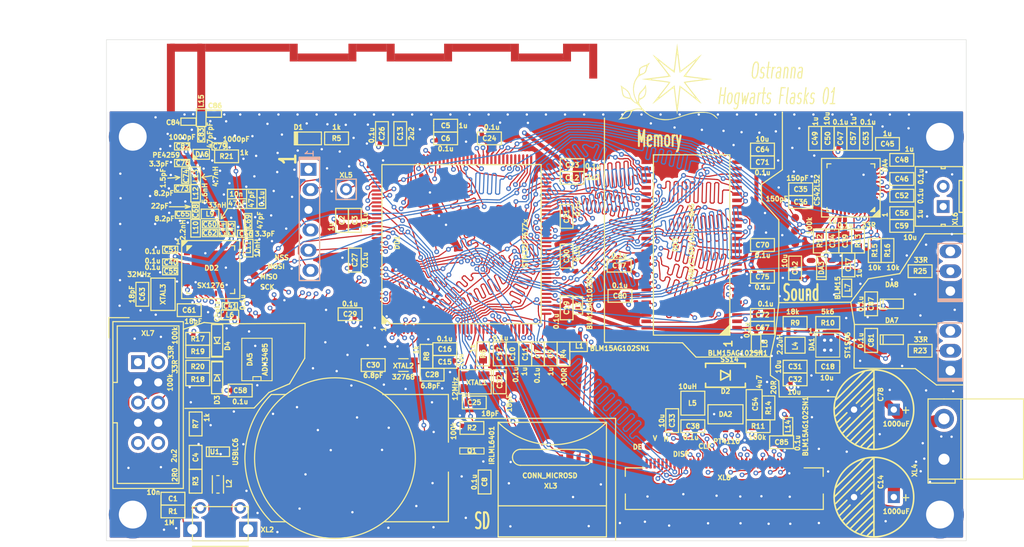
<source format=kicad_pcb>
(kicad_pcb (version 20200628) (host pcbnew "(5.99.0-2374-ga61ea1fb0)")
  (layers (0 "F.Cu" signal) (1 "In1.Cu" signal) (2 "In2.Cu" signal) (31 "B.Cu" signal) (36 "B.SilkS" user) (37 "F.SilkS" user) (38 "B.Mask" user) (39 "F.Mask" user) (44 "Edge.Cuts" user))
  (net 0 "")
  (net 1 "GND")
  (net 2 "Net-(ANT1-Pad1)")
  (net 3 "Net-(B1-PadA)")
  (net 4 "Net-(C1-Pad2)")
  (net 5 "PwrMCU")
  (net 6 "Net-(C4-Pad1)")
  (net 7 "Net-(C7-Pad2)")
  (net 8 "/SD_PWR")
  (net 9 "Net-(C10-Pad2)")
  (net 10 "Net-(C12-Pad2)")
  (net 11 "Net-(C13-Pad2)")
  (net 12 "+5v")
  (net 13 "Net-(C22-Pad1)")
  (net 14 "Net-(C25-Pad1)")
  (net 15 "Net-(C28-Pad2)")
  (net 16 "/OC32IN")
  (net 17 "+3v3")
  (net 18 "VAA")
  (net 19 "Net-(C35-Pad2)")
  (net 20 "Net-(C36-Pad2)")
  (net 21 "/AUDIO_PWR")
  (net 22 "VCC")
  (net 23 "Net-(C45-Pad2)")
  (net 24 "Net-(C45-Pad1)")
  (net 25 "Net-(C48-Pad2)")
  (net 26 "Net-(C49-Pad2)")
  (net 27 "Net-(C50-Pad2)")
  (net 28 "Net-(C51-Pad1)")
  (net 29 "/VLED-")
  (net 30 "Net-(C55-Pad1)")
  (net 31 "Net-(C60-Pad1)")
  (net 32 "Net-(C61-Pad1)")
  (net 33 "Net-(C63-Pad1)")
  (net 34 "/VDD_SDRAM")
  (net 35 "Net-(C65-Pad1)")
  (net 36 "Net-(C66-Pad1)")
  (net 37 "Net-(C68-Pad1)")
  (net 38 "Net-(C69-Pad1)")
  (net 39 "Net-(C73-Pad1)")
  (net 40 "Net-(C74-Pad1)")
  (net 41 "Net-(C79-Pad1)")
  (net 42 "Net-(C83-Pad2)")
  (net 43 "Net-(C83-Pad1)")
  (net 44 "/VDD_LCD")
  (net 45 "Net-(D1-PadA)")
  (net 46 "/VLED+")
  (net 47 "Net-(D2-PadA)")
  (net 48 "Net-(D3-PadC)")
  (net 49 "Net-(D4-PadC)")
  (net 50 "Net-(DA1-Pad3)")
  (net 51 "Net-(DA1-Pad1)")
  (net 52 "/LCD_BACKLT")
  (net 53 "/AU_RST")
  (net 54 "/AU_LRCK")
  (net 55 "/AU_SDIN")
  (net 56 "/AU_SCLK")
  (net 57 "Net-(DA4-Pad37)")
  (net 58 "/SPK_M")
  (net 59 "/SPK_P")
  (net 60 "/SCL")
  (net 61 "/SDA")
  (net 62 "/RS485_MCU_TX")
  (net 63 "/RS485_TXEN")
  (net 64 "/RS485_MCU_RX")
  (net 65 "Net-(DA7-Pad4)")
  (net 66 "/FMC_NBL1")
  (net 67 "/FMC_NBL0")
  (net 68 "/LTDC_B7")
  (net 69 "/LTDC_B6")
  (net 70 "/SD_DAT3")
  (net 71 "/SD_DAT2")
  (net 72 "/FMC_SDNCAS")
  (net 73 "/UART_TX")
  (net 74 "/LTDC_R0")
  (net 75 "/LTDC_B1")
  (net 76 "/LTDC_B3")
  (net 77 "/LTDC_B2")
  (net 78 "/UART_RX")
  (net 79 "/SD_CMD")
  (net 80 "/SD_CLK")
  (net 81 "/LCD_DISP")
  (net 82 "/LTDC_G7")
  (net 83 "/FMC_D3")
  (net 84 "/FMC_D2")
  (net 85 "/SX_RST")
  (net 86 "Net-(DD1-Pad110)")
  (net 87 "/SWCLK")
  (net 88 "/SWDIO")
  (net 89 "/USB_D+")
  (net 90 "/USB_D-")
  (net 91 "/LTDC_B4")
  (net 92 "Net-(DD1-Pad101)")
  (net 93 "/AU_MCLK")
  (net 94 "/LTDC_G3")
  (net 95 "/LTDC_G6")
  (net 96 "/LTDC_HSYNC")
  (net 97 "/FMC_SDCLK")
  (net 98 "/LTDC_CLK")
  (net 99 "/LTDC_R7")
  (net 100 "/FMC_BA1")
  (net 101 "/FMC_BA0")
  (net 102 "/FMC_A12")
  (net 103 "/FMC_D1")
  (net 104 "/FMC_D0")
  (net 105 "/FMC_D15")
  (net 106 "/FMC_D14")
  (net 107 "/FMC_D13")
  (net 108 "/SD_DAT1")
  (net 109 "/SD_DAT0")
  (net 110 "/SX_SCK")
  (net 111 "/SX_NSS")
  (net 112 "/LTDC_G5")
  (net 113 "/LTDC_G4")
  (net 114 "/FMC_D12")
  (net 115 "/FMC_D11")
  (net 116 "/FMC_D10")
  (net 117 "/FMC_D9")
  (net 118 "/FMC_D8")
  (net 119 "/FMC_D7")
  (net 120 "/FMC_D6")
  (net 121 "/FMC_D5")
  (net 122 "/FMC_D4")
  (net 123 "/FMC_A11")
  (net 124 "/FMC_A10")
  (net 125 "/FMC_A9")
  (net 126 "/FMC_A8")
  (net 127 "/FMC_A7")
  (net 128 "/FMC_A6")
  (net 129 "/FMC_SDNRAS")
  (net 130 "/SD_PWR_EN")
  (net 131 "/LTDC_R6")
  (net 132 "/LTDC_R3")
  (net 133 "/FMC_SDCKE0")
  (net 134 "/FMC_SDNE0")
  (net 135 "/FMC_SDNWE")
  (net 136 "/LTDC_G2")
  (net 137 "/LTDC_R4")
  (net 138 "/LTDC_VSYNC")
  (net 139 "/LTDC_B5")
  (net 140 "/LTDC_R1")
  (net 141 "/LTDC_R2")
  (net 142 "/SX_DIO0")
  (net 143 "/SX_MOSI")
  (net 144 "/SX_MISO")
  (net 145 "/SX_DIO1")
  (net 146 "/LTDC_R5")
  (net 147 "Net-(DD1-Pad24)")
  (net 148 "/LTDC_DE")
  (net 149 "/NPX_CTRL")
  (net 150 "Net-(DD1-Pad19)")
  (net 151 "/FMC_A5")
  (net 152 "/FMC_A4")
  (net 153 "/FMC_A3")
  (net 154 "/FMC_A2")
  (net 155 "/FMC_A1")
  (net 156 "/FMC_A0")
  (net 157 "/OC32OUT")
  (net 158 "/LTDC_G1")
  (net 159 "/LTDC_G0")
  (net 160 "/LTDC_B0")
  (net 161 "/SX_DIO3")
  (net 162 "/SX_DIO2")
  (net 163 "Net-(DD2-Pad27)")
  (net 164 "Net-(DD2-Pad21)")
  (net 165 "Net-(DD2-Pad20)")
  (net 166 "/DIN+")
  (net 167 "/DIN2+")
  (net 168 "/DIN2-")
  (net 169 "/DIN-")
  (net 170 "/5V_USB")
  (net 171 "/RS485_A")
  (net 172 "/RS485_B")
  (net 173 "Net-(R23-Pad1)")
  (net 174 "Net-(DA8-Pad4)")
  (net 175 "/NPX_CTRL2")
  (net 176 "Net-(R25-Pad1)")
  (module "Capacitors:CAP_0603_Silks" (layer "F.Cu") (at 195.85 95.2 -90)
    (fp_text reference "C87" (at 0 0 90) (layer "F.SilkS") (effects (font (size 0.6 0.6))))
    (fp_text value "0.1u" (at 0.011396 1.303049 90) (layer "F.SilkS") (effects (font (size 0.6 0.6))))
    (pad "2" smd rect (at 0.762 0 270) (size 0.889 1.016) (layers "F.Cu" "F.Paste" "F.Mask") (net 1 "GND"))
    (pad "1" smd rect (at -0.762 0 270) (size 0.889 1.016) (layers "F.Cu" "F.Paste" "F.Mask") (net 12 "+5v"))
  )
  (module "Capacitors:CAP_0603_Silks" (layer "F.Cu") (at 184.6 112.6 180)
    (fp_text reference "C85" (at 0 0) (layer "F.SilkS") (effects (font (size 0.6 0.6))))
    (fp_text value "0.1u" (at -2 -0.1 90) (layer "F.SilkS") (effects (font (size 0.6 0.6))))
    (pad "2" smd rect (at 0.762 0 180) (size 0.889 1.016) (layers "F.Cu" "F.Paste" "F.Mask") (net 1 "GND"))
    (pad "1" smd rect (at -0.762 0 180) (size 0.889 1.016) (layers "F.Cu" "F.Paste" "F.Mask") (net 44 "/VDD_LCD"))
  )
  (module "Capacitors:CAP_0603_Silks" (layer "F.Cu") (at 195.85 99.8 -90)
    (fp_text reference "C81" (at 0 0 90) (layer "F.SilkS") (effects (font (size 0.6 0.6))))
    (fp_text value "0.1u" (at 0.011396 1.303049 90) (layer "F.SilkS") (effects (font (size 0.6 0.6))))
    (pad "2" smd rect (at 0.762 0 270) (size 0.889 1.016) (layers "F.Cu" "F.Paste" "F.Mask") (net 1 "GND"))
    (pad "1" smd rect (at -0.762 0 270) (size 0.889 1.016) (layers "F.Cu" "F.Paste" "F.Mask") (net 12 "+5v"))
  )
  (module "Capacitors:CAP_0603_Silks" (layer "F.Cu") (at 164.3 94.2 180)
    (fp_text reference "C80" (at 0 0) (layer "F.SilkS") (effects (font (size 0.6 0.6))))
    (fp_text value "0.1u" (at 0.011396 1.303049) (layer "F.SilkS") (effects (font (size 0.6 0.6))))
    (pad "2" smd rect (at 0.762 0 180) (size 0.889 1.016) (layers "F.Cu" "F.Paste" "F.Mask") (net 1 "GND"))
    (pad "1" smd rect (at -0.762 0 180) (size 0.889 1.016) (layers "F.Cu" "F.Paste" "F.Mask") (net 34 "/VDD_SDRAM"))
  )
  (module "Capacitors:CAP_0603_Silks" (layer "F.Cu") (at 164.2 90.4 180)
    (fp_text reference "C77" (at 0 0) (layer "F.SilkS") (effects (font (size 0.6 0.6))))
    (fp_text value "0.1u" (at 0.011396 1.303049) (layer "F.SilkS") (effects (font (size 0.6 0.6))))
    (pad "2" smd rect (at 0.762 0 180) (size 0.889 1.016) (layers "F.Cu" "F.Paste" "F.Mask") (net 1 "GND"))
    (pad "1" smd rect (at -0.762 0 180) (size 0.889 1.016) (layers "F.Cu" "F.Paste" "F.Mask") (net 34 "/VDD_SDRAM"))
  )
  (module "Capacitors:CAP_0603_Silks" (layer "F.Cu") (at 182.2 91.8)
    (fp_text reference "C75" (at 0 0) (layer "F.SilkS") (effects (font (size 0.6 0.6))))
    (fp_text value "0.1u" (at 0.011396 1.303049) (layer "F.SilkS") (effects (font (size 0.6 0.6))))
    (pad "2" smd rect (at 0.762 0) (size 0.889 1.016) (layers "F.Cu" "F.Paste" "F.Mask") (net 1 "GND"))
    (pad "1" smd rect (at -0.762 0) (size 0.889 1.016) (layers "F.Cu" "F.Paste" "F.Mask") (net 34 "/VDD_SDRAM"))
  )
  (module "Capacitors:CAP_0603_Silks" (layer "F.Cu") (at 182.2 96.6)
    (fp_text reference "C72" (at 0 0) (layer "F.SilkS") (effects (font (size 0.6 0.6))))
    (fp_text value "0.1u" (at 0.4 -1.4) (layer "F.SilkS") (effects (font (size 0.6 0.6))))
    (pad "2" smd rect (at 0.762 0) (size 0.889 1.016) (layers "F.Cu" "F.Paste" "F.Mask") (net 1 "GND"))
    (pad "1" smd rect (at -0.762 0) (size 0.889 1.016) (layers "F.Cu" "F.Paste" "F.Mask") (net 34 "/VDD_SDRAM"))
  )
  (module "Capacitors:CAP_0603_Silks" (layer "F.Cu") (at 182.2 77.4)
    (fp_text reference "C71" (at 0 0) (layer "F.SilkS") (effects (font (size 0.6 0.6))))
    (fp_text value "0.1u" (at 0.011396 1.303049) (layer "F.SilkS") (effects (font (size 0.6 0.6))))
    (pad "2" smd rect (at 0.762 0) (size 0.889 1.016) (layers "F.Cu" "F.Paste" "F.Mask") (net 1 "GND"))
    (pad "1" smd rect (at -0.762 0) (size 0.889 1.016) (layers "F.Cu" "F.Paste" "F.Mask") (net 34 "/VDD_SDRAM"))
  )
  (module "Capacitors:CAP_0603_Silks" (layer "F.Cu") (at 182.2 87.8)
    (fp_text reference "C70" (at 0 0) (layer "F.SilkS") (effects (font (size 0.6 0.6))))
    (fp_text value "0.1u" (at 0.011396 1.303049) (layer "F.SilkS") (effects (font (size 0.6 0.6))))
    (pad "2" smd rect (at 0.762 0) (size 0.889 1.016) (layers "F.Cu" "F.Paste" "F.Mask") (net 1 "GND"))
    (pad "1" smd rect (at -0.762 0) (size 0.889 1.016) (layers "F.Cu" "F.Paste" "F.Mask") (net 34 "/VDD_SDRAM"))
  )
  (module "Capacitors:CAP_0603_Silks" (layer "F.Cu") (at 182.2 98.2)
    (fp_text reference "C67" (at 0 0) (layer "F.SilkS") (effects (font (size 0.6 0.6))))
    (fp_text value "0.1u" (at -1.95 0.3 90) (layer "F.SilkS") (effects (font (size 0.6 0.6))))
    (pad "2" smd rect (at 0.762 0) (size 0.889 1.016) (layers "F.Cu" "F.Paste" "F.Mask") (net 1 "GND"))
    (pad "1" smd rect (at -0.762 0) (size 0.889 1.016) (layers "F.Cu" "F.Paste" "F.Mask") (net 34 "/VDD_SDRAM"))
  )
  (module "Capacitors:CAP_0603_Silks" (layer "F.Cu") (at 182.2 75.8 180)
    (fp_text reference "C64" (at 0 0) (layer "F.SilkS") (effects (font (size 0.6 0.6))))
    (fp_text value "10u" (at 0.011396 1.303049) (layer "F.SilkS") (effects (font (size 0.6 0.6))))
    (pad "2" smd rect (at 0.762 0 180) (size 0.889 1.016) (layers "F.Cu" "F.Paste" "F.Mask") (net 34 "/VDD_SDRAM"))
    (pad "1" smd rect (at -0.762 0 180) (size 0.889 1.016) (layers "F.Cu" "F.Paste" "F.Mask") (net 1 "GND"))
  )
  (module "Capacitors:CAP_0603_Silks" (layer "F.Cu") (at 104.3 94 -90)
    (fp_text reference "C63" (at 0 0 90) (layer "F.SilkS") (effects (font (size 0.6 0.6))))
    (fp_text value "18pF" (at 0.011396 1.303049 90) (layer "F.SilkS") (effects (font (size 0.6 0.6))))
    (pad "2" smd rect (at 0.762 0 270) (size 0.889 1.016) (layers "F.Cu" "F.Paste" "F.Mask") (net 1 "GND"))
    (pad "1" smd rect (at -0.762 0 270) (size 0.889 1.016) (layers "F.Cu" "F.Paste" "F.Mask") (net 33 "Net-(C63-Pad1)"))
  )
  (module "Capacitors:CAP_0603_Silks" (layer "F.Cu") (at 110.2 96)
    (fp_text reference "C61" (at 0 0) (layer "F.SilkS") (effects (font (size 0.6 0.6))))
    (fp_text value "18pF" (at 0.5 1.4) (layer "F.SilkS") (effects (font (size 0.6 0.6))))
    (pad "2" smd rect (at 0.762 0) (size 0.889 1.016) (layers "F.Cu" "F.Paste" "F.Mask") (net 1 "GND"))
    (pad "1" smd rect (at -0.762 0) (size 0.889 1.016) (layers "F.Cu" "F.Paste" "F.Mask") (net 32 "Net-(C61-Pad1)"))
  )
  (module "Capacitors:CAP_0603_Silks" (layer "F.Cu") (at 199.7 85.4 180)
    (fp_text reference "C59" (at 0 0) (layer "F.SilkS") (effects (font (size 0.6 0.6))))
    (fp_text value "10u" (at -1.05 -1.45) (layer "F.SilkS") (effects (font (size 0.6 0.6))))
    (pad "2" smd rect (at 0.762 0 180) (size 0.889 1.016) (layers "F.Cu" "F.Paste" "F.Mask") (net 21 "/AUDIO_PWR"))
    (pad "1" smd rect (at -0.762 0 180) (size 0.889 1.016) (layers "F.Cu" "F.Paste" "F.Mask") (net 1 "GND"))
  )
  (module "Capacitors:CAP_0603_Silks" (layer "F.Cu") (at 116.6 106.1 180)
    (fp_text reference "C58" (at 0 0) (layer "F.SilkS") (effects (font (size 0.6 0.6))))
    (fp_text value "0.1u" (at 0 -1.4) (layer "F.SilkS") (effects (font (size 0.6 0.6))))
    (pad "2" smd rect (at 0.762 0 180) (size 0.889 1.016) (layers "F.Cu" "F.Paste" "F.Mask") (net 17 "+3v3"))
    (pad "1" smd rect (at -0.762 0 180) (size 0.889 1.016) (layers "F.Cu" "F.Paste" "F.Mask") (net 1 "GND"))
  )
  (module "Capacitors:CAP_0603_Silks" (layer "F.Cu") (at 193.6 74.4 90)
    (fp_text reference "C57" (at 0 0 90) (layer "F.SilkS") (effects (font (size 0.6 0.6))))
    (fp_text value "1u" (at 2.2 0.05 270) (layer "F.SilkS") (effects (font (size 0.6 0.6))))
    (pad "2" smd rect (at 0.762 0 90) (size 0.889 1.016) (layers "F.Cu" "F.Paste" "F.Mask") (net 1 "GND"))
    (pad "1" smd rect (at -0.762 0 90) (size 0.889 1.016) (layers "F.Cu" "F.Paste" "F.Mask") (net 18 "VAA"))
  )
  (module "Capacitors:CAP_0603_Silks" (layer "F.Cu") (at 199.7 83.8)
    (fp_text reference "C56" (at 0 0) (layer "F.SilkS") (effects (font (size 0.6 0.6))))
    (fp_text value "1u" (at 2.3 0.1 90) (layer "F.SilkS") (effects (font (size 0.6 0.6))))
    (pad "2" smd rect (at 0.762 0) (size 0.889 1.016) (layers "F.Cu" "F.Paste" "F.Mask") (net 1 "GND"))
    (pad "1" smd rect (at -0.762 0) (size 0.889 1.016) (layers "F.Cu" "F.Paste" "F.Mask") (net 21 "/AUDIO_PWR"))
  )
  (module "Capacitors:CAP_0603_Silks" (layer "F.Cu") (at 195.2 74.4 90)
    (fp_text reference "C53" (at 0 0 90) (layer "F.SilkS") (effects (font (size 0.6 0.6))))
    (fp_text value "0.1u" (at 2.05 0.25 180) (layer "F.SilkS") (effects (font (size 0.6 0.6))))
    (pad "2" smd rect (at 0.762 0 90) (size 0.889 1.016) (layers "F.Cu" "F.Paste" "F.Mask") (net 1 "GND"))
    (pad "1" smd rect (at -0.762 0 90) (size 0.889 1.016) (layers "F.Cu" "F.Paste" "F.Mask") (net 18 "VAA"))
  )
  (module "Capacitors:CAP_0603_Silks" (layer "F.Cu") (at 199.7 81.6)
    (fp_text reference "C52" (at 0 0) (layer "F.SilkS") (effects (font (size 0.6 0.6))))
    (fp_text value "0.1u" (at 2.35 0.05 90) (layer "F.SilkS") (effects (font (size 0.6 0.6))))
    (pad "2" smd rect (at 0.762 0) (size 0.889 1.016) (layers "F.Cu" "F.Paste" "F.Mask") (net 1 "GND"))
    (pad "1" smd rect (at -0.762 0) (size 0.889 1.016) (layers "F.Cu" "F.Paste" "F.Mask") (net 21 "/AUDIO_PWR"))
  )
  (module "Capacitors:CAP_0603_Silks" (layer "F.Cu") (at 190.4 74.4 -90)
    (fp_text reference "C50" (at 0 0 90) (layer "F.SilkS") (effects (font (size 0.6 0.6))))
    (fp_text value "10u" (at -2.5 0.1 90) (layer "F.SilkS") (effects (font (size 0.6 0.6))))
    (pad "2" smd rect (at 0.762 0 270) (size 0.889 1.016) (layers "F.Cu" "F.Paste" "F.Mask") (net 27 "Net-(C50-Pad2)"))
    (pad "1" smd rect (at -0.762 0 270) (size 0.889 1.016) (layers "F.Cu" "F.Paste" "F.Mask") (net 1 "GND"))
  )
  (module "Capacitors:CAP_0603_Silks" (layer "F.Cu") (at 188.8 74.4 -90)
    (fp_text reference "C49" (at 0 0 90) (layer "F.SilkS") (effects (font (size 0.6 0.6))))
    (fp_text value "1u" (at -2.15 -0.05 90) (layer "F.SilkS") (effects (font (size 0.6 0.6))))
    (pad "2" smd rect (at 0.762 0 270) (size 0.889 1.016) (layers "F.Cu" "F.Paste" "F.Mask") (net 26 "Net-(C49-Pad2)"))
    (pad "1" smd rect (at -0.762 0 270) (size 0.889 1.016) (layers "F.Cu" "F.Paste" "F.Mask") (net 1 "GND"))
  )
  (module "Capacitors:CAP_0603_Silks" (layer "F.Cu") (at 199.7 77.1 180)
    (fp_text reference "C48" (at 0 0) (layer "F.SilkS") (effects (font (size 0.6 0.6))))
    (fp_text value "1u" (at -0.95 1.35) (layer "F.SilkS") (effects (font (size 0.6 0.6))))
    (pad "2" smd rect (at 0.762 0 180) (size 0.889 1.016) (layers "F.Cu" "F.Paste" "F.Mask") (net 25 "Net-(C48-Pad2)"))
    (pad "1" smd rect (at -0.762 0 180) (size 0.889 1.016) (layers "F.Cu" "F.Paste" "F.Mask") (net 1 "GND"))
  )
  (module "Capacitors:CAP_0603_Silks" (layer "F.Cu") (at 192 74.4 90)
    (fp_text reference "C47" (at 0 0 90) (layer "F.SilkS") (effects (font (size 0.6 0.6))))
    (fp_text value "0.1u" (at 2.05 0) (layer "F.SilkS") (effects (font (size 0.6 0.6))))
    (pad "2" smd rect (at 0.762 0 90) (size 0.889 1.016) (layers "F.Cu" "F.Paste" "F.Mask") (net 1 "GND"))
    (pad "1" smd rect (at -0.762 0 90) (size 0.889 1.016) (layers "F.Cu" "F.Paste" "F.Mask") (net 18 "VAA"))
  )
  (module "Capacitors:CAP_0603_Silks" (layer "F.Cu") (at 199.7 79.5)
    (fp_text reference "C46" (at 0 0) (layer "F.SilkS") (effects (font (size 0.6 0.6))))
    (fp_text value "0.1u" (at 2.4 -0.3 90) (layer "F.SilkS") (effects (font (size 0.6 0.6))))
    (pad "2" smd rect (at 0.762 0) (size 0.889 1.016) (layers "F.Cu" "F.Paste" "F.Mask") (net 1 "GND"))
    (pad "1" smd rect (at -0.762 0) (size 0.889 1.016) (layers "F.Cu" "F.Paste" "F.Mask") (net 21 "/AUDIO_PWR"))
  )
  (module "Capacitors:CAP_0603_Silks" (layer "F.Cu") (at 197.9 75.1 180)
    (fp_text reference "C45" (at 0 0) (layer "F.SilkS") (effects (font (size 0.6 0.6))))
    (fp_text value "1u" (at 0.011396 1.303049) (layer "F.SilkS") (effects (font (size 0.6 0.6))))
    (pad "2" smd rect (at 0.762 0 180) (size 0.889 1.016) (layers "F.Cu" "F.Paste" "F.Mask") (net 23 "Net-(C45-Pad2)"))
    (pad "1" smd rect (at -0.762 0 180) (size 0.889 1.016) (layers "F.Cu" "F.Paste" "F.Mask") (net 24 "Net-(C45-Pad1)"))
  )
  (module "Capacitors:CAP_0603_Silks" (layer "F.Cu") (at 186.3 90.7 90)
    (fp_text reference "C42" (at 0 0 90) (layer "F.SilkS") (effects (font (size 0.6 0.6))))
    (fp_text value "10u" (at 0.9 -1.3 90) (layer "F.SilkS") (effects (font (size 0.6 0.6))))
    (pad "2" smd rect (at 0.762 0 90) (size 0.889 1.016) (layers "F.Cu" "F.Paste" "F.Mask") (net 1 "GND"))
    (pad "1" smd rect (at -0.762 0 90) (size 0.889 1.016) (layers "F.Cu" "F.Paste" "F.Mask") (net 18 "VAA"))
  )
  (module "Capacitors:CAP_0603_Silks" (layer "F.Cu") (at 192.6 87.3 -90)
    (fp_text reference "C39" (at 0 0 90) (layer "F.SilkS") (effects (font (size 0.6 0.6))))
    (fp_text value "0.1u" (at -2 0 180) (layer "F.SilkS") (effects (font (size 0.6 0.6))))
    (pad "2" smd rect (at 0.762 0 270) (size 0.889 1.016) (layers "F.Cu" "F.Paste" "F.Mask") (net 1 "GND"))
    (pad "1" smd rect (at -0.762 0 270) (size 0.889 1.016) (layers "F.Cu" "F.Paste" "F.Mask") (net 18 "VAA"))
  )
  (module "Capacitors:CAP_0603_Silks" (layer "F.Cu") (at 173.4534 110.5874 180)
    (fp_text reference "C38" (at 0 0) (layer "F.SilkS") (effects (font (size 0.6 0.6))))
    (fp_text value "0.1u" (at 0.2534 -1.4126) (layer "F.SilkS") (effects (font (size 0.6 0.6))))
    (pad "2" smd rect (at 0.762 0 180) (size 0.889 1.016) (layers "F.Cu" "F.Paste" "F.Mask") (net 1 "GND"))
    (pad "1" smd rect (at -0.762 0 180) (size 0.889 1.016) (layers "F.Cu" "F.Paste" "F.Mask") (net 12 "+5v"))
  )
  (module "Capacitors:CAP_0603_Silks" (layer "F.Cu") (at 193 90.3 90)
    (fp_text reference "C37" (at 0 0 90) (layer "F.SilkS") (effects (font (size 0.6 0.6))))
    (fp_text value "1u" (at -1.05 1.35 90) (layer "F.SilkS") (effects (font (size 0.6 0.6))))
    (pad "2" smd rect (at 0.762 0 90) (size 0.889 1.016) (layers "F.Cu" "F.Paste" "F.Mask") (net 1 "GND"))
    (pad "1" smd rect (at -0.762 0 90) (size 0.889 1.016) (layers "F.Cu" "F.Paste" "F.Mask") (net 21 "/AUDIO_PWR"))
  )
  (module "Capacitors:CAP_0603_Silks" (layer "F.Cu") (at 187 82.4)
    (fp_text reference "C36" (at 0 0) (layer "F.SilkS") (effects (font (size 0.6 0.6))))
    (fp_text value "150pF" (at -3 -0.4) (layer "F.SilkS") (effects (font (size 0.6 0.6))))
    (pad "2" smd rect (at 0.762 0) (size 0.889 1.016) (layers "F.Cu" "F.Paste" "F.Mask") (net 20 "Net-(C36-Pad2)"))
    (pad "1" smd rect (at -0.762 0) (size 0.889 1.016) (layers "F.Cu" "F.Paste" "F.Mask") (net 1 "GND"))
  )
  (module "Capacitors:CAP_0603_Silks" (layer "F.Cu") (at 187 80.8)
    (fp_text reference "C35" (at 0 0) (layer "F.SilkS") (effects (font (size 0.6 0.6))))
    (fp_text value "150pF" (at -0.4 -1.4) (layer "F.SilkS") (effects (font (size 0.6 0.6))))
    (pad "2" smd rect (at 0.762 0) (size 0.889 1.016) (layers "F.Cu" "F.Paste" "F.Mask") (net 19 "Net-(C35-Pad2)"))
    (pad "1" smd rect (at -0.762 0) (size 0.889 1.016) (layers "F.Cu" "F.Paste" "F.Mask") (net 1 "GND"))
  )
  (module "Capacitors:CAP_0603_Silks" (layer "F.Cu") (at 191 87.3 -90)
    (fp_text reference "C34" (at 0 0 90) (layer "F.SilkS") (effects (font (size 0.6 0.6))))
    (fp_text value "1u" (at -2.5 0 180) (layer "F.SilkS") (effects (font (size 0.6 0.6))))
    (pad "2" smd rect (at 0.762 0 270) (size 0.889 1.016) (layers "F.Cu" "F.Paste" "F.Mask") (net 1 "GND"))
    (pad "1" smd rect (at -0.762 0 270) (size 0.889 1.016) (layers "F.Cu" "F.Paste" "F.Mask") (net 18 "VAA"))
  )
  (module "Capacitors:CAP_0603_Silks" (layer "F.Cu") (at 170.8534 109.8874 -90)
    (fp_text reference "C33" (at 0 0 90) (layer "F.SilkS") (effects (font (size 0.6 0.6))))
    (fp_text value "10u" (at 0.011396 1.303049 90) (layer "F.SilkS") (effects (font (size 0.6 0.6))))
    (pad "2" smd rect (at 0.762 0 270) (size 0.889 1.016) (layers "F.Cu" "F.Paste" "F.Mask") (net 1 "GND"))
    (pad "1" smd rect (at -0.762 0 270) (size 0.889 1.016) (layers "F.Cu" "F.Paste" "F.Mask") (net 12 "+5v"))
  )
  (module "Capacitors:CAP_0603_Silks" (layer "F.Cu") (at 186.3 104.7)
    (fp_text reference "C32" (at 0 0) (layer "F.SilkS") (effects (font (size 0.6 0.6))))
    (fp_text value "10u" (at -0.1 1.6) (layer "F.SilkS") (effects (font (size 0.6 0.6))))
    (pad "2" smd rect (at 0.762 0) (size 0.889 1.016) (layers "F.Cu" "F.Paste" "F.Mask") (net 1 "GND"))
    (pad "1" smd rect (at -0.762 0) (size 0.889 1.016) (layers "F.Cu" "F.Paste" "F.Mask") (net 17 "+3v3"))
  )
  (module "Capacitors:CAP_0603_Silks" (layer "F.Cu") (at 186.3 103.1)
    (fp_text reference "C31" (at 0 0) (layer "F.SilkS") (effects (font (size 0.6 0.6))))
    (fp_text value "10u" (at -2.1 0 90) (layer "F.SilkS") (effects (font (size 0.6 0.6))))
    (pad "2" smd rect (at 0.762 0) (size 0.889 1.016) (layers "F.Cu" "F.Paste" "F.Mask") (net 1 "GND"))
    (pad "1" smd rect (at -0.762 0) (size 0.889 1.016) (layers "F.Cu" "F.Paste" "F.Mask") (net 17 "+3v3"))
  )
  (module "Capacitors:CAP_0603_Silks" (layer "F.Cu") (at 133.3 102.9)
    (fp_text reference "C30" (at 0 0) (layer "F.SilkS") (effects (font (size 0.6 0.6))))
    (fp_text value "6.8pF" (at 0.011396 1.303049) (layer "F.SilkS") (effects (font (size 0.6 0.6))))
    (pad "2" smd rect (at 0.762 0) (size 0.889 1.016) (layers "F.Cu" "F.Paste" "F.Mask") (net 16 "/OC32IN"))
    (pad "1" smd rect (at -0.762 0) (size 0.889 1.016) (layers "F.Cu" "F.Paste" "F.Mask") (net 1 "GND"))
  )
  (module "Capacitors:CAP_0603_Silks" (layer "F.Cu") (at 130.4 96.5 180)
    (fp_text reference "C29" (at 0 0) (layer "F.SilkS") (effects (font (size 0.6 0.6))))
    (fp_text value "0.1u" (at 0.011396 1.303049) (layer "F.SilkS") (effects (font (size 0.6 0.6))))
    (pad "2" smd rect (at 0.762 0 180) (size 0.889 1.016) (layers "F.Cu" "F.Paste" "F.Mask") (net 1 "GND"))
    (pad "1" smd rect (at -0.762 0 180) (size 0.889 1.016) (layers "F.Cu" "F.Paste" "F.Mask") (net 5 "PwrMCU"))
  )
  (module "Capacitors:CAP_0603_Silks" (layer "F.Cu") (at 140.7 104.1 180)
    (fp_text reference "C28" (at 0 0) (layer "F.SilkS") (effects (font (size 0.6 0.6))))
    (fp_text value "6.8pF" (at 0.2 -1.4) (layer "F.SilkS") (effects (font (size 0.6 0.6))))
    (pad "2" smd rect (at 0.762 0 180) (size 0.889 1.016) (layers "F.Cu" "F.Paste" "F.Mask") (net 15 "Net-(C28-Pad2)"))
    (pad "1" smd rect (at -0.762 0 180) (size 0.889 1.016) (layers "F.Cu" "F.Paste" "F.Mask") (net 1 "GND"))
  )
  (module "Capacitors:CAP_0603_Silks" (layer "F.Cu") (at 131 89.7 90)
    (fp_text reference "C27" (at 0 0 90) (layer "F.SilkS") (effects (font (size 0.6 0.6))))
    (fp_text value "0.1u" (at 0.011396 1.303049 90) (layer "F.SilkS") (effects (font (size 0.6 0.6))))
    (pad "2" smd rect (at 0.762 0 90) (size 0.889 1.016) (layers "F.Cu" "F.Paste" "F.Mask") (net 1 "GND"))
    (pad "1" smd rect (at -0.762 0 90) (size 0.889 1.016) (layers "F.Cu" "F.Paste" "F.Mask") (net 5 "PwrMCU"))
  )
  (module "Capacitors:CAP_0603_Silks" (layer "F.Cu") (at 134.4 73.8 90)
    (fp_text reference "C26" (at 0 0 90) (layer "F.SilkS") (effects (font (size 0.6 0.6))))
    (fp_text value "0.1u" (at -0.2 -1.3 90) (layer "F.SilkS") (effects (font (size 0.6 0.6))))
    (pad "2" smd rect (at 0.762 0 90) (size 0.889 1.016) (layers "F.Cu" "F.Paste" "F.Mask") (net 1 "GND"))
    (pad "1" smd rect (at -0.762 0 90) (size 0.889 1.016) (layers "F.Cu" "F.Paste" "F.Mask") (net 5 "PwrMCU"))
  )
  (module "Capacitors:CAP_0603_Silks" (layer "F.Cu") (at 146 107.6)
    (fp_text reference "C25" (at 0 0) (layer "F.SilkS") (effects (font (size 0.6 0.6))))
    (fp_text value "18pF" (at 2 1.4) (layer "F.SilkS") (effects (font (size 0.6 0.6))))
    (pad "2" smd rect (at 0.762 0) (size 0.889 1.016) (layers "F.Cu" "F.Paste" "F.Mask") (net 1 "GND"))
    (pad "1" smd rect (at -0.762 0) (size 0.889 1.016) (layers "F.Cu" "F.Paste" "F.Mask") (net 14 "Net-(C25-Pad1)"))
  )
  (module "Capacitors:CAP_0603_Silks" (layer "F.Cu") (at 147.9 74.4)
    (fp_text reference "C24" (at 0 0) (layer "F.SilkS") (effects (font (size 0.6 0.6))))
    (fp_text value "0.1u" (at 0.3 -1.4) (layer "F.SilkS") (effects (font (size 0.6 0.6))))
    (pad "2" smd rect (at 0.762 0) (size 0.889 1.016) (layers "F.Cu" "F.Paste" "F.Mask") (net 1 "GND"))
    (pad "1" smd rect (at -0.762 0) (size 0.889 1.016) (layers "F.Cu" "F.Paste" "F.Mask") (net 5 "PwrMCU"))
  )
  (module "Capacitors:CAP_0603_Silks" (layer "F.Cu") (at 158.3005 77.7598)
    (fp_text reference "C23" (at 0 0) (layer "F.SilkS") (effects (font (size 0.6 0.6))))
    (fp_text value "0.1u" (at 2.5995 0.1402) (layer "F.SilkS") (effects (font (size 0.6 0.6))))
    (pad "2" smd rect (at 0.762 0) (size 0.889 1.016) (layers "F.Cu" "F.Paste" "F.Mask") (net 1 "GND"))
    (pad "1" smd rect (at -0.762 0) (size 0.889 1.016) (layers "F.Cu" "F.Paste" "F.Mask") (net 5 "PwrMCU"))
  )
  (module "Capacitors:CAP_0603_Silks" (layer "F.Cu") (at 149.2 105 -90)
    (fp_text reference "C22" (at 0 0 90) (layer "F.SilkS") (effects (font (size 0.6 0.6))))
    (fp_text value "18pF" (at 2.7 -1.2 90) (layer "F.SilkS") (effects (font (size 0.6 0.6))))
    (pad "2" smd rect (at 0.762 0 270) (size 0.889 1.016) (layers "F.Cu" "F.Paste" "F.Mask") (net 1 "GND"))
    (pad "1" smd rect (at -0.762 0 270) (size 0.889 1.016) (layers "F.Cu" "F.Paste" "F.Mask") (net 13 "Net-(C22-Pad1)"))
  )
  (module "Capacitors:CAP_0603_Silks" (layer "F.Cu") (at 157.6 84.2 -90)
    (fp_text reference "C21" (at 0 0 90) (layer "F.SilkS") (effects (font (size 0.6 0.6))))
    (fp_text value "0.1u" (at -1 -1.4 90) (layer "F.SilkS") (effects (font (size 0.6 0.6))))
    (pad "2" smd rect (at 0.762 0 270) (size 0.889 1.016) (layers "F.Cu" "F.Paste" "F.Mask") (net 1 "GND"))
    (pad "1" smd rect (at -0.762 0 270) (size 0.889 1.016) (layers "F.Cu" "F.Paste" "F.Mask") (net 5 "PwrMCU"))
  )
  (module "Capacitors:CAP_0603_Silks" (layer "F.Cu") (at 157.6 89.2 -90)
    (fp_text reference "C20" (at 0 0 90) (layer "F.SilkS") (effects (font (size 0.6 0.6))))
    (fp_text value "0.1u" (at -0.3 -1.3 90) (layer "F.SilkS") (effects (font (size 0.6 0.6))))
    (pad "2" smd rect (at 0.762 0 270) (size 0.889 1.016) (layers "F.Cu" "F.Paste" "F.Mask") (net 1 "GND"))
    (pad "1" smd rect (at -0.762 0 270) (size 0.889 1.016) (layers "F.Cu" "F.Paste" "F.Mask") (net 5 "PwrMCU"))
  )
  (module "Capacitors:CAP_0603_Silks" (layer "F.Cu") (at 157.6 95.7 -90)
    (fp_text reference "C19" (at 0 0 90) (layer "F.SilkS") (effects (font (size 0.6 0.6))))
    (fp_text value "0.1u" (at 1.7 1.303049 90) (layer "F.SilkS") (effects (font (size 0.6 0.6))))
    (pad "2" smd rect (at 0.762 0 270) (size 0.889 1.016) (layers "F.Cu" "F.Paste" "F.Mask") (net 1 "GND"))
    (pad "1" smd rect (at -0.762 0 270) (size 0.889 1.016) (layers "F.Cu" "F.Paste" "F.Mask") (net 5 "PwrMCU"))
  )
  (module "Capacitors:CAP_0603_Silks" (layer "F.Cu") (at 190.4 103.1 180)
    (fp_text reference "C18" (at 0 0) (layer "F.SilkS") (effects (font (size 0.6 0.6))))
    (fp_text value "10u" (at 0.1 -1.4) (layer "F.SilkS") (effects (font (size 0.6 0.6))))
    (pad "2" smd rect (at 0.762 0 180) (size 0.889 1.016) (layers "F.Cu" "F.Paste" "F.Mask") (net 1 "GND"))
    (pad "1" smd rect (at -0.762 0 180) (size 0.889 1.016) (layers "F.Cu" "F.Paste" "F.Mask") (net 12 "+5v"))
  )
  (module "Capacitors:CAP_0603_Silks" (layer "F.Cu") (at 149.2 101.5 -90)
    (fp_text reference "C17" (at 0 0 90) (layer "F.SilkS") (effects (font (size 0.6 0.6))))
    (fp_text value "0.1u" (at -2 -0.1 180) (layer "F.SilkS") (effects (font (size 0.6 0.6))))
    (pad "2" smd rect (at 0.762 0 270) (size 0.889 1.016) (layers "F.Cu" "F.Paste" "F.Mask") (net 1 "GND"))
    (pad "1" smd rect (at -0.762 0 270) (size 0.889 1.016) (layers "F.Cu" "F.Paste" "F.Mask") (net 5 "PwrMCU"))
  )
  (module "Capacitors:CAP_0603_Silks" (layer "F.Cu") (at 142.3 100.9 180)
    (fp_text reference "C16" (at 0 0) (layer "F.SilkS") (effects (font (size 0.6 0.6))))
    (fp_text value "0.1u" (at 0.011396 1.303049) (layer "F.SilkS") (effects (font (size 0.6 0.6))))
    (pad "2" smd rect (at 0.762 0 180) (size 0.889 1.016) (layers "F.Cu" "F.Paste" "F.Mask") (net 1 "GND"))
    (pad "1" smd rect (at -0.762 0 180) (size 0.889 1.016) (layers "F.Cu" "F.Paste" "F.Mask") (net 5 "PwrMCU"))
  )
  (module "Capacitors:CAP_0603_Silks" (layer "F.Cu") (at 142.3 102.5)
    (fp_text reference "C15" (at 0 0) (layer "F.SilkS") (effects (font (size 0.6 0.6))))
    (fp_text value "10u" (at 2 -0.2 90) (layer "F.SilkS") (effects (font (size 0.6 0.6))))
    (pad "2" smd rect (at 0.762 0) (size 0.889 1.016) (layers "F.Cu" "F.Paste" "F.Mask") (net 5 "PwrMCU"))
    (pad "1" smd rect (at -0.762 0) (size 0.889 1.016) (layers "F.Cu" "F.Paste" "F.Mask") (net 1 "GND"))
  )
  (module "Capacitors:CAP_0603_Silks" (layer "F.Cu") (at 136.7 73.8 -90)
    (fp_text reference "C13" (at 0 0 90) (layer "F.SilkS") (effects (font (size 0.6 0.6))))
    (fp_text value "2u2" (at 0 -1.4 90) (layer "F.SilkS") (effects (font (size 0.6 0.6))))
    (pad "2" smd rect (at 0.762 0 270) (size 0.889 1.016) (layers "F.Cu" "F.Paste" "F.Mask") (net 11 "Net-(C13-Pad2)"))
    (pad "1" smd rect (at -0.762 0 270) (size 0.889 1.016) (layers "F.Cu" "F.Paste" "F.Mask") (net 1 "GND"))
  )
  (module "Capacitors:CAP_0603_Silks" (layer "F.Cu") (at 158.3015 79.3599 180)
    (fp_text reference "C12" (at 0 0) (layer "F.SilkS") (effects (font (size 0.6 0.6))))
    (fp_text value "2u2" (at -2.5985 0.0599) (layer "F.SilkS") (effects (font (size 0.6 0.6))))
    (pad "2" smd rect (at 0.762 0 180) (size 0.889 1.016) (layers "F.Cu" "F.Paste" "F.Mask") (net 10 "Net-(C12-Pad2)"))
    (pad "1" smd rect (at -0.762 0 180) (size 0.889 1.016) (layers "F.Cu" "F.Paste" "F.Mask") (net 1 "GND"))
  )
  (module "Capacitors:CAP_0603_Silks" (layer "F.Cu") (at 152.4 101.5 90)
    (fp_text reference "C11" (at 0 0 90) (layer "F.SilkS") (effects (font (size 0.6 0.6))))
    (fp_text value "1u" (at -2.2 -0.1 90) (layer "F.SilkS") (effects (font (size 0.6 0.6))))
    (pad "2" smd rect (at 0.762 0 90) (size 0.889 1.016) (layers "F.Cu" "F.Paste" "F.Mask") (net 9 "Net-(C10-Pad2)"))
    (pad "1" smd rect (at -0.762 0 90) (size 0.889 1.016) (layers "F.Cu" "F.Paste" "F.Mask") (net 1 "GND"))
  )
  (module "Capacitors:CAP_0603_Silks" (layer "F.Cu") (at 150.8 101.5 90)
    (fp_text reference "C10" (at 0 0 90) (layer "F.SilkS") (effects (font (size 0.6 0.6))))
    (fp_text value "0.1u" (at -2.6 0.4 270) (layer "F.SilkS") (effects (font (size 0.6 0.6))))
    (pad "2" smd rect (at 0.762 0 90) (size 0.889 1.016) (layers "F.Cu" "F.Paste" "F.Mask") (net 9 "Net-(C10-Pad2)"))
    (pad "1" smd rect (at -0.762 0 90) (size 0.889 1.016) (layers "F.Cu" "F.Paste" "F.Mask") (net 1 "GND"))
  )
  (module "Capacitors:CAP_0603_Silks" (layer "F.Cu") (at 155.6 101.5 90)
    (fp_text reference "C9" (at 0 0 90) (layer "F.SilkS") (effects (font (size 0.6 0.6))))
    (fp_text value "1u" (at -2.2 0 90) (layer "F.SilkS") (effects (font (size 0.6 0.6))))
    (pad "2" smd rect (at 0.762 0 90) (size 0.889 1.016) (layers "F.Cu" "F.Paste" "F.Mask") (net 7 "Net-(C7-Pad2)"))
    (pad "1" smd rect (at -0.762 0 90) (size 0.889 1.016) (layers "F.Cu" "F.Paste" "F.Mask") (net 1 "GND"))
  )
  (module "Capacitors:CAP_0603_Silks" (layer "F.Cu") (at 147.3 117.6 -90)
    (fp_text reference "C8" (at 0 0 90) (layer "F.SilkS") (effects (font (size 0.6 0.6))))
    (fp_text value "0.1u" (at 0.011396 1.303049 90) (layer "F.SilkS") (effects (font (size 0.6 0.6))))
    (pad "2" smd rect (at 0.762 0 270) (size 0.889 1.016) (layers "F.Cu" "F.Paste" "F.Mask") (net 1 "GND"))
    (pad "1" smd rect (at -0.762 0 270) (size 0.889 1.016) (layers "F.Cu" "F.Paste" "F.Mask") (net 8 "/SD_PWR"))
  )
  (module "Capacitors:CAP_0603_Silks" (layer "F.Cu") (at 154 101.5 90)
    (fp_text reference "C7" (at 0 0 90) (layer "F.SilkS") (effects (font (size 0.6 0.6))))
    (fp_text value "0.1u" (at -2.7 -0.1 90) (layer "F.SilkS") (effects (font (size 0.6 0.6))))
    (pad "2" smd rect (at 0.762 0 90) (size 0.889 1.016) (layers "F.Cu" "F.Paste" "F.Mask") (net 7 "Net-(C7-Pad2)"))
    (pad "1" smd rect (at -0.762 0 90) (size 0.889 1.016) (layers "F.Cu" "F.Paste" "F.Mask") (net 1 "GND"))
  )
  (module "Capacitors:CAP_0603_Silks" (layer "F.Cu") (at 142.4 74.4)
    (fp_text reference "C6" (at 0 0) (layer "F.SilkS") (effects (font (size 0.6 0.6))))
    (fp_text value "0.1u" (at 0.011396 1.303049) (layer "F.SilkS") (effects (font (size 0.6 0.6))))
    (pad "2" smd rect (at 0.762 0) (size 0.889 1.016) (layers "F.Cu" "F.Paste" "F.Mask") (net 1 "GND"))
    (pad "1" smd rect (at -0.762 0) (size 0.889 1.016) (layers "F.Cu" "F.Paste" "F.Mask") (net 5 "PwrMCU"))
  )
  (module "Capacitors:CAP_0603_Silks" (layer "F.Cu") (at 142.4 72.8)
    (fp_text reference "C5" (at 0 0) (layer "F.SilkS") (effects (font (size 0.6 0.6))))
    (fp_text value "1u" (at 2.2 0) (layer "F.SilkS") (effects (font (size 0.6 0.6))))
    (pad "2" smd rect (at 0.762 0) (size 0.889 1.016) (layers "F.Cu" "F.Paste" "F.Mask") (net 1 "GND"))
    (pad "1" smd rect (at -0.762 0) (size 0.889 1.016) (layers "F.Cu" "F.Paste" "F.Mask") (net 5 "PwrMCU"))
  )
  (module "Capacitors:CAP_0603_Silks" (layer "F.Cu") (at 111 114.5 90)
    (fp_text reference "C4" (at 0 0 90) (layer "F.SilkS") (effects (font (size 0.6 0.6))))
    (fp_text value "2u2" (at 0.2 -2.7 90) (layer "F.SilkS") (effects (font (size 0.6 0.6))))
    (pad "2" smd rect (at 0.762 0 90) (size 0.889 1.016) (layers "F.Cu" "F.Paste" "F.Mask") (net 1 "GND"))
    (pad "1" smd rect (at -0.762 0 90) (size 0.889 1.016) (layers "F.Cu" "F.Paste" "F.Mask") (net 6 "Net-(C4-Pad1)"))
  )
  (module "Capacitors:CAP_0603_Silks" (layer "F.Cu") (at 131 84.7 90)
    (fp_text reference "C3" (at 0 0 90) (layer "F.SilkS") (effects (font (size 0.6 0.6))))
    (fp_text value "0.1u" (at 0.011396 1.303049 90) (layer "F.SilkS") (effects (font (size 0.6 0.6))))
    (pad "2" smd rect (at 0.762 0 90) (size 0.889 1.016) (layers "F.Cu" "F.Paste" "F.Mask") (net 1 "GND"))
    (pad "1" smd rect (at -0.762 0 90) (size 0.889 1.016) (layers "F.Cu" "F.Paste" "F.Mask") (net 5 "PwrMCU"))
  )
  (module "Capacitors:CAP_0603_Silks" (layer "F.Cu") (at 129.39 84.7 90)
    (fp_text reference "C2" (at 0 0 90) (layer "F.SilkS") (effects (font (size 0.6 0.6))))
    (fp_text value "1u" (at -0.8 -1.39 90) (layer "F.SilkS") (effects (font (size 0.6 0.6))))
    (pad "2" smd rect (at 0.762 0 90) (size 0.889 1.016) (layers "F.Cu" "F.Paste" "F.Mask") (net 1 "GND"))
    (pad "1" smd rect (at -0.762 0 90) (size 0.889 1.016) (layers "F.Cu" "F.Paste" "F.Mask") (net 5 "PwrMCU"))
  )
  (module "Capacitors:CAP_0603_Silks" (layer "F.Cu") (at 108.15 119.7)
    (fp_text reference "C1" (at 0 0) (layer "F.SilkS") (effects (font (size 0.6 0.6))))
    (fp_text value "10n" (at -2.45 -0.8) (layer "F.SilkS") (effects (font (size 0.6 0.6))))
    (pad "2" smd rect (at 0.762 0) (size 0.889 1.016) (layers "F.Cu" "F.Paste" "F.Mask") (net 4 "Net-(C1-Pad2)"))
    (pad "1" smd rect (at -0.762 0) (size 0.889 1.016) (layers "F.Cu" "F.Paste" "F.Mask") (net 1 "GND"))
  )
  (module "Connectors:SLD_3_2D5" (layer "F.Cu") (at 205.8 91.1 90)
    (fp_text reference "XL10" hide)
    (fp_text value "CONN_3" hide)
    (pad "1" thru_hole rect (at -2.5 0 90) (size 1.7 2.7) (drill 1.2) (layers *.Cu *.Mask) (net 1 "GND"))
    (pad "2" thru_hole oval (at 0 0 90) (size 1.7 2.7) (drill 1) (layers *.Cu *.Mask) (net 176 "Net-(R25-Pad1)"))
    (pad "3" thru_hole oval (at 2.5 0 90) (size 1.7 2.7) (drill 1.2) (layers *.Cu *.Mask) (net 12 "+5v"))
  )
  (module "Connectors:SLD_3_2D5" (layer "F.Cu") (at 205.8 101.1 90)
    (fp_text reference "XL9" hide)
    (fp_text value "CONN_3" hide)
    (pad "1" thru_hole rect (at -2.5 0 90) (size 1.7 2.7) (drill 1.2) (layers *.Cu *.Mask) (net 1 "GND"))
    (pad "2" thru_hole oval (at 0 0 90) (size 1.7 2.7) (drill 1) (layers *.Cu *.Mask) (net 173 "Net-(R23-Pad1)"))
    (pad "3" thru_hole oval (at 2.5 0 90) (size 1.7 2.7) (drill 1.2) (layers *.Cu *.Mask) (net 12 "+5v"))
  )
  (module "Resistors:RES_0603" (layer "F.Cu") (at 202 91.1 180)
    (fp_text reference "R25" (at 0 0) (layer "F.SilkS") (effects (font (size 0.6 0.6))))
    (fp_text value "33R" (at -0.1 1.4) (layer "F.SilkS") (effects (font (size 0.6 0.6))))
    (pad "1" smd rect (at -0.75 0 180) (size 0.9 1) (layers "F.Cu" "F.Paste" "F.Mask") (net 176 "Net-(R25-Pad1)"))
    (pad "2" smd rect (at 0.75 0 180) (size 0.9 1) (layers "F.Cu" "F.Paste" "F.Mask") (net 174 "Net-(DA8-Pad4)"))
  )
  (module "SOT:SOT23-5" (layer "F.Cu") (at 198.45 95.2)
    (fp_text reference "DA8" (at 0 -2.413) (layer "F.SilkS") (effects (font (size 0.6 0.6))))
    (fp_text value "MC74VHC1")
    (pad "5" smd oval (at -0.95 -1.3) (size 0.635 1.1) (layers "F.Cu" "F.Paste" "F.Mask") (net 12 "+5v"))
    (pad "4" smd oval (at 0.95 -1.3) (size 0.635 1.1) (layers "F.Cu" "F.Paste" "F.Mask") (net 174 "Net-(DA8-Pad4)"))
    (pad "3" smd oval (at 0.95 1.3) (size 0.635 1.1) (layers "F.Cu" "F.Paste" "F.Mask") (net 1 "GND"))
    (pad "2" smd oval (at 0 1.3) (size 0.635 1.1) (layers "F.Cu" "F.Paste" "F.Mask") (net 175 "/NPX_CTRL2"))
    (pad "1" smd rect (at -0.95 1.3) (size 0.635 1.1) (layers "F.Cu" "F.Paste" "F.Mask") (net 1 "GND"))
  )
  (module "Pictures:Ostranna_12d7_10d1" (layer "F.Cu") (at 170.3 67.3)
    (fp_text reference "Logo1" hide)
    (fp_text value "Logo" hide)
  )
  (module "Capacitors:CAP_0402" (layer "F.Cu") (at 107.8 91.1 180)
    (fp_text reference "C55" (at 0.9 0) (layer "F.SilkS") (effects (font (size 0.6 0.6)) (justify left)))
    (fp_text value "0.1u" (at 2.2 0.5) (layer "F.SilkS") (effects (font (size 0.6 0.6))))
    (pad "2" smd rect (at 0.5 0 180) (size 0.6 0.6) (layers "F.Cu" "F.Paste" "F.Mask") (net 1 "GND"))
    (pad "1" smd rect (at -0.5 0 180) (size 0.6 0.6) (layers "F.Cu" "F.Paste" "F.Mask") (net 30 "Net-(C55-Pad1)"))
  )
  (module "Capacitors:CAP_0402" (layer "F.Cu") (at 107.8 88.4 180)
    (fp_text reference "C51" (at 0.9 0) (layer "F.SilkS") (effects (font (size 0.6 0.6)) (justify left)))
    (fp_text value "0.1u" (at 2.2 -0.2) (layer "F.SilkS") (effects (font (size 0.6 0.6))))
    (pad "2" smd rect (at 0.5 0 180) (size 0.6 0.6) (layers "F.Cu" "F.Paste" "F.Mask") (net 1 "GND"))
    (pad "1" smd rect (at -0.5 0 180) (size 0.6 0.6) (layers "F.Cu" "F.Paste" "F.Mask") (net 28 "Net-(C51-Pad1)"))
  )
  (module "Capacitors:CAP_0402" (layer "F.Cu") (at 115.5 85.8 90)
    (fp_text reference "C43" (at 0.9 0 90) (layer "F.SilkS") (effects (font (size 0.6 0.6)) (justify right)))
    (fp_text value "0.1u" (at 3.8 3.8 90) (layer "F.SilkS") (effects (font (size 0.6 0.6))))
    (pad "2" smd rect (at 0.5 0 90) (size 0.6 0.6) (layers "F.Cu" "F.Paste" "F.Mask") (net 1 "GND"))
    (pad "1" smd rect (at -0.5 0 90) (size 0.6 0.6) (layers "F.Cu" "F.Paste" "F.Mask") (net 22 "VCC"))
  )
  (module "Capacitors:CAP_0402" (layer "F.Cu") (at 115.3 95.5)
    (fp_text reference "C41" (at 1 0) (layer "F.SilkS") (effects (font (size 0.6 0.6)) (justify right)))
    (fp_text value "0.1u" (at 1.6 -0.5 90) (layer "F.SilkS") (effects (font (size 0.6 0.6))))
    (pad "2" smd rect (at 0.5 0) (size 0.6 0.6) (layers "F.Cu" "F.Paste" "F.Mask") (net 1 "GND"))
    (pad "1" smd rect (at -0.5 0) (size 0.6 0.6) (layers "F.Cu" "F.Paste" "F.Mask") (net 22 "VCC"))
  )
  (module "Capacitors:CAP_0402" (layer "F.Cu") (at 107.8 90 180)
    (fp_text reference "C40" (at 0.9 0) (layer "F.SilkS") (effects (font (size 0.6 0.6)) (justify left)))
    (fp_text value "0.1u" (at 2.2 0.2) (layer "F.SilkS") (effects (font (size 0.6 0.6))))
    (pad "2" smd rect (at 0.5 0 180) (size 0.6 0.6) (layers "F.Cu" "F.Paste" "F.Mask") (net 1 "GND"))
    (pad "1" smd rect (at -0.5 0 180) (size 0.6 0.6) (layers "F.Cu" "F.Paste" "F.Mask") (net 22 "VCC"))
  )
  (module "Capacitors:CAP_0402" (layer "F.Cu") (at 114.4 85.8 90)
    (fp_text reference "C44" (at 0.9 0 90) (layer "F.SilkS") (effects (font (size 0.6 0.6)) (justify right)))
    (fp_text value "47pF" (at 3.8 3.6 90) (layer "F.SilkS") (effects (font (size 0.6 0.6))))
    (pad "2" smd rect (at 0.5 0 90) (size 0.6 0.6) (layers "F.Cu" "F.Paste" "F.Mask") (net 1 "GND"))
    (pad "1" smd rect (at -0.5 0 90) (size 0.6 0.6) (layers "F.Cu" "F.Paste" "F.Mask") (net 22 "VCC"))
  )
  (module "QFN_DFN:QFN-28_EP_6x6_Pitch0.65mm" (layer "F.Cu") (at 112.9 90.9)
    (fp_text reference "DD2" (at 0.1 -0.2) (layer "F.SilkS") (effects (font (size 0.6 0.6))))
    (fp_text value "SX1276" (at 0 2) (layer "F.SilkS") (effects (font (size 0.6 0.6))))
    (fp_text user "1" (at -4.1 -3.5) (layer "F.SilkS") (effects (font (size 0.6 0.6))))
    (pad "PAD" smd rect (at 0 0) (size 4.8 4.8) (layers "F.Cu" "F.Paste" "F.Mask") (net 1 "GND"))
    (pad "28" smd oval (at -1.95 -3) (size 0.3 0.75) (layers "F.Cu" "F.Paste" "F.Mask"))
    (pad "27" smd oval (at -1.3 -3) (size 0.3 0.75) (layers "F.Cu" "F.Paste" "F.Mask") (net 163 "Net-(DD2-Pad27)"))
    (pad "26" smd oval (at -0.65 -3) (size 0.3 0.75) (layers "F.Cu" "F.Paste" "F.Mask") (net 1 "GND"))
    (pad "25" smd oval (at 0 -3) (size 0.3 0.75) (layers "F.Cu" "F.Paste" "F.Mask") (net 31 "Net-(C60-Pad1)"))
    (pad "24" smd oval (at 0.65 -3) (size 0.3 0.75) (layers "F.Cu" "F.Paste" "F.Mask") (net 22 "VCC"))
    (pad "23" smd oval (at 1.3 -3) (size 0.3 0.75) (layers "F.Cu" "F.Paste" "F.Mask") (net 1 "GND"))
    (pad "22" smd oval (at 1.95 -3) (size 0.3 0.75) (layers "F.Cu" "F.Paste" "F.Mask"))
    (pad "21" smd oval (at 3 -1.95 90) (size 0.3 0.75) (layers "F.Cu" "F.Paste" "F.Mask") (net 164 "Net-(DD2-Pad21)"))
    (pad "20" smd oval (at 3 -1.3 90) (size 0.3 0.75) (layers "F.Cu" "F.Paste" "F.Mask") (net 165 "Net-(DD2-Pad20)"))
    (pad "19" smd oval (at 3 -0.65 90) (size 0.3 0.75) (layers "F.Cu" "F.Paste" "F.Mask") (net 111 "/SX_NSS"))
    (pad "18" smd oval (at 3 0 90) (size 0.3 0.75) (layers "F.Cu" "F.Paste" "F.Mask") (net 143 "/SX_MOSI"))
    (pad "17" smd oval (at 3 0.65 90) (size 0.3 0.75) (layers "F.Cu" "F.Paste" "F.Mask") (net 144 "/SX_MISO"))
    (pad "16" smd oval (at 3 1.3 90) (size 0.3 0.75) (layers "F.Cu" "F.Paste" "F.Mask") (net 110 "/SX_SCK"))
    (pad "15" smd oval (at 3 1.95 90) (size 0.3 0.75) (layers "F.Cu" "F.Paste" "F.Mask") (net 1 "GND"))
    (pad "14" smd oval (at 1.95 3) (size 0.3 0.75) (layers "F.Cu" "F.Paste" "F.Mask") (net 22 "VCC"))
    (pad "13" smd oval (at 1.3 3) (size 0.3 0.75) (layers "F.Cu" "F.Paste" "F.Mask"))
    (pad "12" smd oval (at 0.65 3) (size 0.3 0.75) (layers "F.Cu" "F.Paste" "F.Mask"))
    (pad "11" smd oval (at 0 3) (size 0.3 0.75) (layers "F.Cu" "F.Paste" "F.Mask") (net 161 "/SX_DIO3"))
    (pad "10" smd oval (at -0.65 3) (size 0.3 0.75) (layers "F.Cu" "F.Paste" "F.Mask") (net 162 "/SX_DIO2"))
    (pad "9" smd oval (at -1.3 3) (size 0.3 0.75) (layers "F.Cu" "F.Paste" "F.Mask") (net 145 "/SX_DIO1"))
    (pad "8" smd oval (at -1.95 3) (size 0.3 0.75) (layers "F.Cu" "F.Paste" "F.Mask") (net 142 "/SX_DIO0"))
    (pad "7" smd oval (at -3 1.95 90) (size 0.3 0.75) (layers "F.Cu" "F.Paste" "F.Mask") (net 85 "/SX_RST"))
    (pad "6" smd oval (at -3 1.3 90) (size 0.3 0.75) (layers "F.Cu" "F.Paste" "F.Mask") (net 32 "Net-(C61-Pad1)"))
    (pad "5" smd oval (at -3 0.65 90) (size 0.3 0.75) (layers "F.Cu" "F.Paste" "F.Mask") (net 33 "Net-(C63-Pad1)"))
    (pad "4" smd oval (at -3 0 90) (size 0.3 0.75) (layers "F.Cu" "F.Paste" "F.Mask") (net 30 "Net-(C55-Pad1)"))
    (pad "3" smd oval (at -3 -0.65 90) (size 0.3 0.75) (layers "F.Cu" "F.Paste" "F.Mask") (net 22 "VCC"))
    (pad "2" smd oval (at -3 -1.3 90) (size 0.3 0.75) (layers "F.Cu" "F.Paste" "F.Mask") (net 28 "Net-(C51-Pad1)"))
    (pad "1" smd rect (at -3 -1.95 90) (size 0.3 0.75) (layers "F.Cu" "F.Paste" "F.Mask"))
  )
  (module "Quartz:03225C4" (layer "F.Cu") (at 106.9 94 -90)
    (fp_text reference "XTAL3" (at 0 0 90) (layer "F.SilkS") (effects (font (size 0.59944 0.59944) (thickness 0.14986))))
    (fp_text value "32MHz" (at -2.5 3 180) (layer "F.SilkS") (effects (font (size 0.59944 0.59944) (thickness 0.14986))))
    (pad "1" smd rect (at -1.1 0.8 270) (size 1.4 1) (layers "F.Cu" "F.Paste" "F.Mask") (net 33 "Net-(C63-Pad1)"))
    (pad "H" smd rect (at 1.1 0.8 270) (size 1.4 1) (layers "F.Cu" "F.Paste" "F.Mask") (net 1 "GND"))
    (pad "2" smd rect (at 1.1 -0.8 270) (size 1.4 1) (layers "F.Cu" "F.Paste" "F.Mask") (net 32 "Net-(C61-Pad1)"))
    (pad "H" smd rect (at -1.1 -0.8 270) (size 1.4 1) (layers "F.Cu" "F.Paste" "F.Mask") (net 1 "GND"))
  )
  (module "Quartz:03215C2" (layer "F.Cu") (at 137.1 102.9 180)
    (fp_text reference "XTAL2" (at 0 -0.1) (layer "F.SilkS") (effects (font (size 0.6 0.6))))
    (fp_text value "32768" (at 0 -1.5) (layer "F.SilkS") (effects (font (size 0.6 0.6))))
    (pad "1" smd rect (at -1.25 0 180) (size 1.1 1.9) (layers "F.Cu" "F.Paste" "F.Mask") (net 15 "Net-(C28-Pad2)"))
    (pad "2" smd rect (at 1.25 0 180) (size 1.1 1.9) (layers "F.Cu" "F.Paste" "F.Mask") (net 16 "/OC32IN"))
  )
  (module "Quartz:03225C4" (layer "F.Cu") (at 146.1 105)
    (fp_text reference "XTAL1" (at 0.2 0.1) (layer "F.SilkS") (effects (font (size 0.59944 0.59944) (thickness 0.14986))))
    (fp_text value "12MHz" (at -2.5 0.9 90) (layer "F.SilkS") (effects (font (size 0.59944 0.59944) (thickness 0.14986))))
    (pad "1" smd rect (at -1.1 0.8) (size 1.4 1) (layers "F.Cu" "F.Paste" "F.Mask") (net 14 "Net-(C25-Pad1)"))
    (pad "H" smd rect (at 1.1 0.8) (size 1.4 1) (layers "F.Cu" "F.Paste" "F.Mask") (net 1 "GND"))
    (pad "2" smd rect (at 1.1 -0.8) (size 1.4 1) (layers "F.Cu" "F.Paste" "F.Mask") (net 13 "Net-(C22-Pad1)"))
    (pad "H" smd rect (at -1.1 -0.8) (size 1.4 1) (layers "F.Cu" "F.Paste" "F.Mask") (net 1 "GND"))
  )
  (module "Connectors:FFC_0d5x40_flip" (layer "F.Cu") (at 177.4 115.9 180)
    (fp_text reference "XL8" (at 0 -1.15 180) (layer "F.SilkS") (effects (font (size 0.6 0.6))))
    (fp_text value "CONN_40")
    (pad "PAD" smd rect (at 11.6 -2.1) (size 1.8 2) (layers "F.Cu" "F.Paste" "F.Mask") (net 1 "GND"))
    (pad "PAD" smd rect (at -11.6 -2.1) (size 1.8 2) (layers "F.Cu" "F.Paste" "F.Mask") (net 1 "GND"))
    (pad "40" smd rect (at 9.75 0.625) (size 0.28 1.25) (layers "F.Cu" "F.Paste" "F.Mask"))
    (pad "39" smd rect (at 9.25 0.625) (size 0.28 1.25) (layers "F.Cu" "F.Paste" "F.Mask"))
    (pad "38" smd rect (at 8.75 0.625) (size 0.28 1.25) (layers "F.Cu" "F.Paste" "F.Mask"))
    (pad "37" smd rect (at 8.25 0.625) (size 0.28 1.25) (layers "F.Cu" "F.Paste" "F.Mask"))
    (pad "36" smd rect (at 7.75 0.625) (size 0.28 1.25) (layers "F.Cu" "F.Paste" "F.Mask") (net 1 "GND"))
    (pad "35" smd rect (at 7.25 0.625) (size 0.28 1.25) (layers "F.Cu" "F.Paste" "F.Mask"))
    (pad "34" smd rect (at 6.75 0.625) (size 0.28 1.25) (layers "F.Cu" "F.Paste" "F.Mask") (net 148 "/LTDC_DE"))
    (pad "33" smd rect (at 6.25 0.625) (size 0.28 1.25) (layers "F.Cu" "F.Paste" "F.Mask") (net 138 "/LTDC_VSYNC"))
    (pad "32" smd rect (at 5.75 0.625) (size 0.28 1.25) (layers "F.Cu" "F.Paste" "F.Mask") (net 96 "/LTDC_HSYNC"))
    (pad "31" smd rect (at 5.25 0.625) (size 0.28 1.25) (layers "F.Cu" "F.Paste" "F.Mask") (net 81 "/LCD_DISP"))
    (pad "30" smd rect (at 4.75 0.625) (size 0.28 1.25) (layers "F.Cu" "F.Paste" "F.Mask") (net 98 "/LTDC_CLK"))
    (pad "29" smd rect (at 4.25 0.625) (size 0.28 1.25) (layers "F.Cu" "F.Paste" "F.Mask") (net 1 "GND"))
    (pad "28" smd rect (at 3.75 0.625) (size 0.28 1.25) (layers "F.Cu" "F.Paste" "F.Mask") (net 68 "/LTDC_B7"))
    (pad "27" smd rect (at 3.25 0.625) (size 0.28 1.25) (layers "F.Cu" "F.Paste" "F.Mask") (net 69 "/LTDC_B6"))
    (pad "26" smd rect (at 2.75 0.625) (size 0.28 1.25) (layers "F.Cu" "F.Paste" "F.Mask") (net 139 "/LTDC_B5"))
    (pad "25" smd rect (at 2.25 0.625) (size 0.28 1.25) (layers "F.Cu" "F.Paste" "F.Mask") (net 91 "/LTDC_B4"))
    (pad "24" smd rect (at 1.75 0.625) (size 0.28 1.25) (layers "F.Cu" "F.Paste" "F.Mask") (net 76 "/LTDC_B3"))
    (pad "23" smd rect (at 1.25 0.625) (size 0.28 1.25) (layers "F.Cu" "F.Paste" "F.Mask") (net 77 "/LTDC_B2"))
    (pad "22" smd rect (at 0.75 0.625) (size 0.28 1.25) (layers "F.Cu" "F.Paste" "F.Mask") (net 75 "/LTDC_B1"))
    (pad "21" smd rect (at 0.25 0.625) (size 0.28 1.25) (layers "F.Cu" "F.Paste" "F.Mask") (net 160 "/LTDC_B0"))
    (pad "20" smd rect (at -0.25 0.625) (size 0.28 1.25) (layers "F.Cu" "F.Paste" "F.Mask") (net 82 "/LTDC_G7"))
    (pad "19" smd rect (at -0.75 0.625) (size 0.28 1.25) (layers "F.Cu" "F.Paste" "F.Mask") (net 95 "/LTDC_G6"))
    (pad "18" smd rect (at -1.25 0.625) (size 0.28 1.25) (layers "F.Cu" "F.Paste" "F.Mask") (net 112 "/LTDC_G5"))
    (pad "17" smd rect (at -1.75 0.625) (size 0.28 1.25) (layers "F.Cu" "F.Paste" "F.Mask") (net 113 "/LTDC_G4"))
    (pad "16" smd rect (at -2.25 0.625) (size 0.28 1.25) (layers "F.Cu" "F.Paste" "F.Mask") (net 94 "/LTDC_G3"))
    (pad "15" smd rect (at -2.75 0.625) (size 0.28 1.25) (layers "F.Cu" "F.Paste" "F.Mask") (net 136 "/LTDC_G2"))
    (pad "14" smd rect (at -3.25 0.625) (size 0.28 1.25) (layers "F.Cu" "F.Paste" "F.Mask") (net 158 "/LTDC_G1"))
    (pad "13" smd rect (at -3.75 0.625) (size 0.28 1.25) (layers "F.Cu" "F.Paste" "F.Mask") (net 159 "/LTDC_G0"))
    (pad "12" smd rect (at -4.25 0.625) (size 0.28 1.25) (layers "F.Cu" "F.Paste" "F.Mask") (net 99 "/LTDC_R7"))
    (pad "11" smd rect (at -4.75 0.625) (size 0.28 1.25) (layers "F.Cu" "F.Paste" "F.Mask") (net 131 "/LTDC_R6"))
    (pad "10" smd rect (at -5.25 0.625) (size 0.28 1.25) (layers "F.Cu" "F.Paste" "F.Mask") (net 146 "/LTDC_R5"))
    (pad "9" smd rect (at -5.75 0.625) (size 0.28 1.25) (layers "F.Cu" "F.Paste" "F.Mask") (net 137 "/LTDC_R4"))
    (pad "8" smd rect (at -6.25 0.625) (size 0.28 1.25) (layers "F.Cu" "F.Paste" "F.Mask") (net 132 "/LTDC_R3"))
    (pad "7" smd rect (at -6.75 0.625) (size 0.28 1.25) (layers "F.Cu" "F.Paste" "F.Mask") (net 141 "/LTDC_R2"))
    (pad "6" smd rect (at -7.25 0.625) (size 0.28 1.25) (layers "F.Cu" "F.Paste" "F.Mask") (net 140 "/LTDC_R1"))
    (pad "5" smd rect (at -7.75 0.625) (size 0.28 1.25) (layers "F.Cu" "F.Paste" "F.Mask") (net 74 "/LTDC_R0"))
    (pad "4" smd rect (at -8.25 0.625) (size 0.28 1.25) (layers "F.Cu" "F.Paste" "F.Mask") (net 44 "/VDD_LCD"))
    (pad "3" smd rect (at -8.75 0.625) (size 0.28 1.25) (layers "F.Cu" "F.Paste" "F.Mask") (net 29 "/VLED-"))
    (pad "2" smd rect (at -9.25 0.625) (size 0.28 1.25) (layers "F.Cu" "F.Paste" "F.Mask") (net 46 "/VLED+"))
    (pad "1" smd rect (at -9.75 0.625) (size 0.28 1.25) (layers "F.Cu" "F.Paste" "F.Mask") (net 1 "GND"))
  )
  (module "Connectors:IDC-Header_2x5_P2.54mm_Vertical" (layer "F.Cu") (at 103.76 102.54)
    (fp_text reference "XL7" (at 1.24 -3.64) (layer "F.SilkS") (effects (font (size 0.6 0.6))))
    (fp_text value "IDC5x2")
    (pad "10" thru_hole oval (at 2.54 10.16) (size 1.7272 1.7272) (drill 1.016) (layers *.Cu *.Mask))
    (pad "9" thru_hole oval (at 0 10.16) (size 1.7272 1.7272) (drill 1.016) (layers *.Cu *.Mask))
    (pad "8" thru_hole oval (at 2.54 7.62) (size 1.7272 1.7272) (drill 1.016) (layers *.Cu *.Mask) (net 1 "GND"))
    (pad "7" thru_hole oval (at 0 7.62) (size 1.7272 1.7272) (drill 1.016) (layers *.Cu *.Mask) (net 1 "GND"))
    (pad "6" thru_hole oval (at 2.54 5.08) (size 1.7272 1.7272) (drill 1.016) (layers *.Cu *.Mask) (net 172 "/RS485_B"))
    (pad "5" thru_hole oval (at 0 5.08) (size 1.7272 1.7272) (drill 1.016) (layers *.Cu *.Mask) (net 171 "/RS485_A"))
    (pad "4" thru_hole oval (at 2.54 2.54) (size 1.7272 1.7272) (drill 1.016) (layers *.Cu *.Mask) (net 1 "GND"))
    (pad "3" thru_hole oval (at 0 2.54) (size 1.7272 1.7272) (drill 1.016) (layers *.Cu *.Mask) (net 1 "GND"))
    (pad "2" thru_hole oval (at 2.54 0) (size 1.7272 1.7272) (drill 1.016) (layers *.Cu *.Mask))
    (pad "1" thru_hole rect (at 0 0) (size 1.7272 1.7272) (drill 1.016) (layers *.Cu *.Mask))
  )
  (module "Connectors:W02_Pitch_2d54" (layer "F.Cu") (at 204.9 81.7 90)
    (fp_text reference "XL6" (at -2.8 1.5 90) (layer "F.SilkS") (effects (font (size 0.6 0.6))))
    (fp_text value "CONN_2" hide)
    (pad "2" thru_hole circle (at 1.27 0 90) (size 1.6 1.6) (drill 0.9) (layers *.Cu *.Mask) (net 58 "/SPK_M"))
    (pad "1" thru_hole rect (at -1.27 0 90) (size 1.6 1.6) (drill 0.9) (layers *.Cu *.Mask) (net 59 "/SPK_P"))
  )
  (module "Connectors:PLS-1Rnd" (layer "F.Cu") (at 129.9 80.8)
    (fp_text reference "XL5" (at 0 -1.778) (layer "F.SilkS") (effects (font (size 0.6 0.6))))
    (fp_text value "CONN_1" hide)
    (pad "1" thru_hole circle (at 0 0) (size 1.5 1.5) (drill 0.9) (layers *.Cu *.Mask) (net 86 "Net-(DD1-Pad110)"))
  )
  (module "Connectors:TermiBlockHeader_508_x2_R" (layer "F.Cu") (at 205 112.2 90)
    (fp_text reference "XL4" (at -3.94 -3.69 90) (layer "F.SilkS") (effects (font (size 0.6 0.6))))
    (fp_text value "CONN_2" hide)
    (pad "2" thru_hole circle (at 2.54 0 90) (size 2.5 2.5) (drill 1.4) (layers *.Cu *.Mask) (net 12 "+5v"))
    (pad "1" thru_hole rect (at -2.54 0 90) (size 2.5 2.5) (drill 1.4) (layers *.Cu *.Mask) (net 1 "GND"))
  )
  (module "Installation:MICROSD_CAP_FIX05A" (layer "F.Cu") (at 155.8 117.3 90)
    (fp_text reference "XL3" (at -0.8001 -0.20066) (layer "F.SilkS") (effects (font (size 0.59944 0.59944) (thickness 0.14986))))
    (fp_text value "CONN_MICROSD" (at 0.50038 -0.29972) (layer "F.SilkS") (effects (font (size 0.59944 0.59944) (thickness 0.14986))))
    (pad "H" smd rect (at 4.8006 6.70052 90) (size 1.50114 1.50114) (layers "F.Cu" "F.Paste" "F.Mask") (net 1 "GND"))
    (pad "H" smd rect (at -3.40106 6.70052 90) (size 1.50114 1.50114) (layers "F.Cu" "F.Paste" "F.Mask") (net 1 "GND"))
    (pad "H" smd rect (at 4.8006 -6.70052 90) (size 1.50114 1.50114) (layers "F.Cu" "F.Paste" "F.Mask") (net 1 "GND"))
    (pad "H" smd rect (at -3.40106 -6.70052 90) (size 1.50114 1.50114) (layers "F.Cu" "F.Paste" "F.Mask") (net 1 "GND"))
    (pad "8" smd rect (at 2.4003 4.39928 90) (size 1.50114 0.50038) (layers "F.Cu" "F.Paste" "F.Mask") (net 108 "/SD_DAT1"))
    (pad "7" smd rect (at 2.4 3.3 90) (size 1.5 0.5) (layers "F.Cu" "F.Paste" "F.Mask") (net 109 "/SD_DAT0"))
    (pad "6" smd rect (at 2.4 2.2 90) (size 1.5 0.5) (layers "F.Cu" "F.Paste" "F.Mask") (net 1 "GND"))
    (pad "5" smd rect (at 2.4 1.1 90) (size 1.5 0.5) (layers "F.Cu" "F.Paste" "F.Mask") (net 80 "/SD_CLK"))
    (pad "4" smd rect (at 2.4 0 90) (size 1.5 0.5) (layers "F.Cu" "F.Paste" "F.Mask") (net 8 "/SD_PWR"))
    (pad "3" smd rect (at 2.4 -1.1 90) (size 1.5 0.5) (layers "F.Cu" "F.Paste" "F.Mask") (net 79 "/SD_CMD"))
    (pad "2" smd rect (at 2.4 -2.2 90) (size 1.5 0.5) (layers "F.Cu" "F.Paste" "F.Mask") (net 70 "/SD_DAT3"))
    (pad "1" smd rect (at 2.4 -3.3 90) (size 1.5 0.5) (layers "F.Cu" "F.Paste" "F.Mask") (net 71 "/SD_DAT2"))
  )
  (module "Connectors:USBmicro_MOLEX_1050170001" (layer "F.Cu") (at 114.1 125)
    (fp_text reference "XL2" (at 5.9 -1.4) (layer "F.SilkS") (effects (font (size 0.6 0.6))))
    (fp_text value "USB_MICRO_2H" hide)
    (pad "H1" thru_hole circle (at -2.5 -4.15) (size 1.45 1.45) (drill 0.85) (layers *.Cu *.Mask) (net 4 "Net-(C1-Pad2)"))
    (pad "H4" thru_hole circle (at 2.5 -4.15) (size 1.45 1.45) (drill 0.85) (layers *.Cu *.Mask))
    (pad "1" smd rect (at -1.3 -4.15) (size 0.4 1.35) (layers "F.Cu" "F.Paste" "F.Mask") (net 170 "/5V_USB"))
    (pad "2" smd rect (at -0.65 -4.15) (size 0.4 1.35) (layers "F.Cu" "F.Paste" "F.Mask") (net 169 "/DIN-"))
    (pad "3" smd rect (at 0 -4.15) (size 0.4 1.35) (layers "F.Cu" "F.Paste" "F.Mask") (net 166 "/DIN+"))
    (pad "4" smd rect (at 0.65 -4.15) (size 0.4 1.35) (layers "F.Cu" "F.Paste" "F.Mask") (net 1 "GND"))
    (pad "5" smd rect (at 1.3 -4.15) (size 0.4 1.35) (layers "F.Cu" "F.Paste" "F.Mask") (net 1 "GND"))
    (pad "H2" smd rect (at -1 -1.45) (size 1.5 1.9) (layers "F.Cu" "F.Paste" "F.Mask"))
    (pad "H3" smd rect (at 1 -1.45) (size 1.5 1.9) (layers "F.Cu" "F.Paste" "F.Mask"))
    (pad "H1" thru_hole rect (at -3.5 -1.45) (size 2.3 1.9) (drill 1.3) (layers *.Cu *.Mask) (net 4 "Net-(C1-Pad2)"))
    (pad "H4" thru_hole rect (at 3.5 -1.45) (size 2.3 1.9) (drill 1.3) (layers *.Cu *.Mask))
  )
  (module "Connectors:PLS-6_LOCK" (layer "F.Cu") (at 125.3 78.3 -90)
    (fp_text reference "XL1" hide)
    (fp_text value "CONN_6" hide)
    (fp_text user "1" (at -1.3 2.7 90) (layer "F.SilkS") (effects (font (size 2 1.5) (thickness 0.3))))
    (fp_text user "1" (at -2 0 90) (layer "B.SilkS") (effects (justify mirror)))
    (pad "1" thru_hole rect (at 0 0.127 270) (size 1.6 2) (drill 1) (layers *.Cu *.Mask) (net 5 "PwrMCU"))
    (pad "2" thru_hole oval (at 2.54 -0.127 270) (size 1.6 2) (drill 1) (layers *.Cu *.Mask) (net 87 "/SWCLK"))
    (pad "3" thru_hole oval (at 5.08 0.127 270) (size 1.6 2) (drill 1) (layers *.Cu *.Mask) (net 1 "GND"))
    (pad "4" thru_hole oval (at 7.62 -0.127 270) (size 1.6 2) (drill 1) (layers *.Cu *.Mask) (net 88 "/SWDIO"))
    (pad "5" thru_hole oval (at 10.16 0.127 270) (size 1.6 2) (drill 1) (layers *.Cu *.Mask) (net 73 "/UART_TX"))
    (pad "6" thru_hole oval (at 12.7 -0.127 270) (size 1.6 2) (drill 1) (layers *.Cu *.Mask) (net 78 "/UART_RX"))
  )
  (module "SOT:SOT23-6" (layer "F.Cu") (at 113.8 113.8)
    (fp_text reference "U1" (at -0.4 0) (layer "F.SilkS") (effects (font (size 0.6 0.6))))
    (fp_text value "USBLC6" (at 2.2 0 90) (layer "F.SilkS") (effects (font (size 0.6 0.6))))
    (pad "6" smd oval (at -0.94996 -1.30048) (size 0.635 1.09982) (layers "F.Cu" "F.Paste" "F.Mask") (net 90 "/USB_D-"))
    (pad "5" smd oval (at 0 -1.30048) (size 0.635 1.09982) (layers "F.Cu" "F.Paste" "F.Mask"))
    (pad "4" smd oval (at 0.94996 -1.30048) (size 0.635 1.09982) (layers "F.Cu" "F.Paste" "F.Mask") (net 89 "/USB_D+"))
    (pad "3" smd oval (at 0.94996 1.30048) (size 0.635 1.09982) (layers "F.Cu" "F.Paste" "F.Mask") (net 167 "/DIN2+"))
    (pad "2" smd oval (at 0 1.30048) (size 0.635 1.09982) (layers "F.Cu" "F.Paste" "F.Mask") (net 1 "GND"))
    (pad "1" smd rect (at -0.94996 1.30048) (size 0.635 1.09982) (layers "F.Cu" "F.Paste" "F.Mask") (net 168 "/DIN2-"))
  )
  (module "PCB:TESTPOINT_1MM" (layer "F.Cu") (at 184.2 111)
    (fp_text reference "TP27" hide)
    (fp_text value "TESTPOINT" hide)
    (pad "1" smd circle (at 0 0) (size 1 1) (layers "F.Cu" "F.Mask") (net 44 "/VDD_LCD"))
  )
  (module "PCB:TESTPOINT_1MM" (layer "F.Cu") (at 167.9 113.1)
    (fp_text reference "TP26" hide)
    (fp_text value "TESTPOINT" hide)
    (pad "1" smd circle (at 0 0) (size 1 1) (layers "F.Cu" "F.Mask") (net 148 "/LTDC_DE"))
  )
  (module "PCB:TESTPOINT_1MM" (layer "F.Cu") (at 169.3 113.1)
    (fp_text reference "TP25" hide)
    (fp_text value "TESTPOINT" hide)
    (pad "1" smd circle (at 0 0) (size 1 1) (layers "F.Cu" "F.Mask") (net 138 "/LTDC_VSYNC"))
  )
  (module "PCB:TESTPOINT_1MM" (layer "F.Cu") (at 170.7 113.1)
    (fp_text reference "TP24" hide)
    (fp_text value "TESTPOINT" hide)
    (pad "1" smd circle (at 0 0) (size 1 1) (layers "F.Cu" "F.Mask") (net 96 "/LTDC_HSYNC"))
  )
  (module "PCB:TESTPOINT_1MM" (layer "F.Cu") (at 172.1 113.1)
    (fp_text reference "TP23" hide)
    (fp_text value "TESTPOINT" hide)
    (pad "1" smd circle (at 0 0) (size 1 1) (layers "F.Cu" "F.Mask") (net 81 "/LCD_DISP"))
  )
  (module "PCB:TESTPOINT_1MM" (layer "F.Cu") (at 173.5 113.1)
    (fp_text reference "TP22" hide)
    (fp_text value "TESTPOINT" hide)
    (pad "1" smd circle (at 0 0) (size 1 1) (layers "F.Cu" "F.Mask") (net 98 "/LTDC_CLK"))
  )
  (module "PCB:TESTPOINT_1MM" (layer "F.Cu") (at 112.2 98)
    (fp_text reference "TP21" hide)
    (fp_text value "TESTPOINT" hide)
    (pad "1" smd circle (at 0 0) (size 1 1) (layers "F.Cu" "F.Mask") (net 49 "Net-(D4-PadC)"))
  )
  (module "PCB:TESTPOINT_1MM" (layer "F.Cu") (at 112.2 106.3)
    (fp_text reference "TP20" hide)
    (fp_text value "TESTPOINT" hide)
    (pad "1" smd circle (at 0 0) (size 1 1) (layers "F.Cu" "F.Mask") (net 48 "Net-(D3-PadC)"))
  )
  (module "PCB:TESTPOINT_1MM" (layer "F.Cu") (at 120.3 89.3)
    (fp_text reference "TP19" hide)
    (fp_text value "TESTPOINT" hide)
    (pad "1" smd circle (at 0 0) (size 1 1) (layers "F.Cu" "F.Mask") (net 111 "/SX_NSS"))
  )
  (module "PCB:TESTPOINT_1MM" (layer "F.Cu") (at 119.3 90.5)
    (fp_text reference "TP18" hide)
    (fp_text value "TESTPOINT" hide)
    (pad "1" smd circle (at 0 0) (size 1 1) (layers "F.Cu" "F.Mask") (net 143 "/SX_MOSI"))
  )
  (module "PCB:TESTPOINT_1MM" (layer "F.Cu") (at 118.4 91.6)
    (fp_text reference "TP17" hide)
    (fp_text value "TESTPOINT" hide)
    (pad "1" smd circle (at 0 0) (size 1 1) (layers "F.Cu" "F.Mask") (net 144 "/SX_MISO"))
  )
  (module "PCB:TESTPOINT_1MM" (layer "F.Cu") (at 118.4 93)
    (fp_text reference "TP16" hide)
    (fp_text value "TESTPOINT" hide)
    (pad "1" smd circle (at 0 0) (size 1 1) (layers "F.Cu" "F.Mask") (net 110 "/SX_SCK"))
  )
  (module "PCB:TESTPOINT_1MM" (layer "F.Cu") (at 119.2 97)
    (fp_text reference "TP15" hide)
    (fp_text value "TESTPOINT" hide)
    (pad "1" smd circle (at 0 0) (size 1 1) (layers "F.Cu" "F.Mask") (net 161 "/SX_DIO3"))
  )
  (module "PCB:TESTPOINT_1MM" (layer "F.Cu") (at 117.8 97)
    (fp_text reference "TP14" hide)
    (fp_text value "TESTPOINT" hide)
    (pad "1" smd circle (at 0 0) (size 1 1) (layers "F.Cu" "F.Mask") (net 162 "/SX_DIO2"))
  )
  (module "PCB:TESTPOINT_1MM" (layer "F.Cu") (at 118.4 95)
    (fp_text reference "TP13" hide)
    (fp_text value "TESTPOINT" hide)
    (pad "1" smd circle (at 0 0) (size 1 1) (layers "F.Cu" "F.Mask") (net 145 "/SX_DIO1"))
  )
  (module "PCB:TESTPOINT_1MM" (layer "F.Cu") (at 121 96.4)
    (fp_text reference "TP12" hide)
    (fp_text value "TESTPOINT" hide)
    (pad "1" smd circle (at 0 0) (size 1 1) (layers "F.Cu" "F.Mask") (net 142 "/SX_DIO0"))
  )
  (module "PCB:TESTPOINT_1MM" (layer "F.Cu") (at 121 95)
    (fp_text reference "TP11" hide)
    (fp_text value "TESTPOINT" hide)
    (pad "1" smd circle (at 0 0) (size 1 1) (layers "F.Cu" "F.Mask") (net 85 "/SX_RST"))
  )
  (module "PCB:TESTPOINT_1MM" (layer "F.Cu") (at 119.7 98.5)
    (fp_text reference "TP10" hide)
    (fp_text value "TESTPOINT" hide)
    (pad "1" smd circle (at 0 0) (size 1 1) (layers "F.Cu" "F.Mask") (net 63 "/RS485_TXEN"))
  )
  (module "PCB:TESTPOINT_1MM" (layer "F.Cu") (at 121.5 98.5)
    (fp_text reference "TP9" hide)
    (fp_text value "TESTPOINT" hide)
    (pad "1" smd circle (at 0 0) (size 1 1) (layers "F.Cu" "F.Mask") (net 62 "/RS485_MCU_TX"))
  )
  (module "PCB:TESTPOINT_1MM" (layer "F.Cu") (at 123.562 98.5)
    (fp_text reference "TP8" hide)
    (fp_text value "TESTPOINT" hide)
    (pad "1" smd circle (at 0 0) (size 1 1) (layers "F.Cu" "F.Mask") (net 64 "/RS485_MCU_RX"))
  )
  (module "PCB:TESTPOINT_1MM" (layer "F.Cu") (at 186.3 87.6)
    (fp_text reference "TP7" hide)
    (fp_text value "TESTPOINT" hide)
    (pad "1" smd circle (at 0 0) (size 1 1) (layers "F.Cu" "F.Mask") (net 54 "/AU_LRCK"))
  )
  (module "PCB:TESTPOINT_1MM" (layer "F.Cu") (at 194.6 89.6)
    (fp_text reference "TP6" hide)
    (fp_text value "TESTPOINT" hide)
    (pad "1" smd circle (at 0 0) (size 1 1) (layers "F.Cu" "F.Mask") (net 93 "/AU_MCLK"))
  )
  (module "PCB:TESTPOINT_1MM" (layer "F.Cu") (at 186.3 86)
    (fp_text reference "TP5" hide)
    (fp_text value "TESTPOINT" hide)
    (pad "1" smd circle (at 0 0) (size 1 1) (layers "F.Cu" "F.Mask") (net 55 "/AU_SDIN"))
  )
  (module "PCB:TESTPOINT_1MM" (layer "F.Cu") (at 186.3 84.4)
    (fp_text reference "TP4" hide)
    (fp_text value "TESTPOINT" hide)
    (pad "1" smd circle (at 0 0) (size 1 1) (layers "F.Cu" "F.Mask") (net 56 "/AU_SCLK"))
  )
  (module "PCB:TESTPOINT_1MM" (layer "F.Cu") (at 158.1582 99.0297)
    (fp_text reference "TP3" hide)
    (fp_text value "TESTPOINT" hide)
    (pad "1" smd circle (at 0 0) (size 1 1) (layers "F.Cu" "F.Mask") (net 7 "Net-(C7-Pad2)"))
  )
  (module "Resistors:RES_0603" (layer "F.Cu") (at 202 101.1 180)
    (fp_text reference "R23" (at 0 0) (layer "F.SilkS") (effects (font (size 0.6 0.6))))
    (fp_text value "33R" (at -0.1 1.4) (layer "F.SilkS") (effects (font (size 0.6 0.6))))
    (pad "1" smd rect (at -0.75 0 180) (size 0.9 1) (layers "F.Cu" "F.Paste" "F.Mask") (net 173 "Net-(R23-Pad1)"))
    (pad "2" smd rect (at 0.75 0 180) (size 0.9 1) (layers "F.Cu" "F.Paste" "F.Mask") (net 65 "Net-(DA7-Pad4)"))
  )
  (module "Resistors:RES_0603" (layer "F.Cu") (at 114.8837 76.6582 180)
    (fp_text reference "R21" (at 0 0) (layer "F.SilkS") (effects (font (size 0.6 0.6))))
    (fp_text value "1k" (at -2.2163 0.4582) (layer "F.SilkS") (effects (font (size 0.6 0.6))))
    (pad "1" smd rect (at -0.75 0 180) (size 0.9 1) (layers "F.Cu" "F.Paste" "F.Mask") (net 165 "Net-(DD2-Pad20)"))
    (pad "2" smd rect (at 0.75 0 180) (size 0.9 1) (layers "F.Cu" "F.Paste" "F.Mask") (net 41 "Net-(C79-Pad1)"))
  )
  (module "Resistors:RES_0603" (layer "F.Cu") (at 111.262 103.1 180)
    (fp_text reference "R20" (at 0 0) (layer "F.SilkS") (effects (font (size 0.6 0.6))))
    (fp_text value "33R" (at 2.862 0 90) (layer "F.SilkS") (effects (font (size 0.6 0.6))))
    (pad "1" smd rect (at -0.75 0 180) (size 0.9 1) (layers "F.Cu" "F.Paste" "F.Mask") (net 48 "Net-(D3-PadC)"))
    (pad "2" smd rect (at 0.75 0 180) (size 0.9 1) (layers "F.Cu" "F.Paste" "F.Mask") (net 172 "/RS485_B"))
  )
  (module "Resistors:RES_0603" (layer "F.Cu") (at 111.262 101.2 180)
    (fp_text reference "R19" (at 0 0) (layer "F.SilkS") (effects (font (size 0.6 0.6))))
    (fp_text value "33R" (at 3.362 -0.1 90) (layer "F.SilkS") (effects (font (size 0.6 0.6))))
    (pad "1" smd rect (at -0.75 0 180) (size 0.9 1) (layers "F.Cu" "F.Paste" "F.Mask") (net 49 "Net-(D4-PadC)"))
    (pad "2" smd rect (at 0.75 0 180) (size 0.9 1) (layers "F.Cu" "F.Paste" "F.Mask") (net 171 "/RS485_A"))
  )
  (module "Resistors:RES_0603" (layer "F.Cu") (at 111.262 104.7 180)
    (fp_text reference "R18" (at 0 0) (layer "F.SilkS") (effects (font (size 0.6 0.6))))
    (fp_text value "100k" (at 3.462 -0.4 90) (layer "F.SilkS") (effects (font (size 0.6 0.6))))
    (pad "1" smd rect (at -0.75 0 180) (size 0.9 1) (layers "F.Cu" "F.Paste" "F.Mask") (net 48 "Net-(D3-PadC)"))
    (pad "2" smd rect (at 0.75 0 180) (size 0.9 1) (layers "F.Cu" "F.Paste" "F.Mask") (net 1 "GND"))
  )
  (module "Resistors:RES_0603" (layer "F.Cu") (at 111.262 99.6)
    (fp_text reference "R17" (at 0 0) (layer "F.SilkS") (effects (font (size 0.6 0.6))))
    (fp_text value "100k" (at -2.862 -0.4 90) (layer "F.SilkS") (effects (font (size 0.6 0.6))))
    (pad "1" smd rect (at -0.75 0) (size 0.9 1) (layers "F.Cu" "F.Paste" "F.Mask") (net 17 "+3v3"))
    (pad "2" smd rect (at 0.75 0) (size 0.9 1) (layers "F.Cu" "F.Paste" "F.Mask") (net 49 "Net-(D4-PadC)"))
  )
  (module "Resistors:RES_0603" (layer "F.Cu") (at 197.9 88.5 -90)
    (fp_text reference "R16" (at 0 0 90) (layer "F.SilkS") (effects (font (size 0.6 0.6))))
    (fp_text value "10k" (at 2.15 -0.7 180) (layer "F.SilkS") (effects (font (size 0.6 0.6))))
    (pad "1" smd rect (at -0.75 0 270) (size 0.9 1) (layers "F.Cu" "F.Paste" "F.Mask") (net 60 "/SCL"))
    (pad "2" smd rect (at 0.75 0 270) (size 0.9 1) (layers "F.Cu" "F.Paste" "F.Mask") (net 18 "VAA"))
  )
  (module "Resistors:RES_0603" (layer "F.Cu") (at 196.3 88.5 -90)
    (fp_text reference "R15" (at 0 0 90) (layer "F.SilkS") (effects (font (size 0.6 0.6))))
    (fp_text value "10k" (at 2.15 0 180) (layer "F.SilkS") (effects (font (size 0.6 0.6))))
    (pad "1" smd rect (at -0.75 0 270) (size 0.9 1) (layers "F.Cu" "F.Paste" "F.Mask") (net 61 "/SDA"))
    (pad "2" smd rect (at 0.75 0 270) (size 0.9 1) (layers "F.Cu" "F.Paste" "F.Mask") (net 18 "VAA"))
  )
  (module "Resistors:RES_0603" (layer "F.Cu") (at 182.9534 108.2874 -90)
    (fp_text reference "R14" (at 0 0 90) (layer "F.SilkS") (effects (font (size 0.6 0.6))))
    (fp_text value "20R" (at -2.5874 -0.6466 90) (layer "F.SilkS") (effects (font (size 0.6 0.6))))
    (pad "1" smd rect (at -0.75 0 270) (size 0.9 1) (layers "F.Cu" "F.Paste" "F.Mask") (net 29 "/VLED-"))
    (pad "2" smd rect (at 0.75 0 270) (size 0.9 1) (layers "F.Cu" "F.Paste" "F.Mask") (net 1 "GND"))
  )
  (module "Resistors:RES_0603" (layer "F.Cu") (at 194.2 87.3 -90)
    (fp_text reference "R13" (at 0 0 90) (layer "F.SilkS") (effects (font (size 0.6 0.6))))
    (fp_text value "33R" (at -2 -1.35 180) (layer "F.SilkS") (effects (font (size 0.6 0.6))))
    (pad "1" smd rect (at -0.75 0 270) (size 0.9 1) (layers "F.Cu" "F.Paste" "F.Mask") (net 57 "Net-(DA4-Pad37)"))
    (pad "2" smd rect (at 0.75 0 270) (size 0.9 1) (layers "F.Cu" "F.Paste" "F.Mask") (net 93 "/AU_MCLK"))
  )
  (module "Resistors:RES_0603" (layer "F.Cu") (at 189.4 87.3 90)
    (fp_text reference "R12" (at 0 0 90) (layer "F.SilkS") (effects (font (size 0.6 0.6))))
    (fp_text value "100k" (at 1.9 -1.3 90) (layer "F.SilkS") (effects (font (size 0.6 0.6))))
    (pad "1" smd rect (at -0.75 0 90) (size 0.9 1) (layers "F.Cu" "F.Paste" "F.Mask") (net 1 "GND"))
    (pad "2" smd rect (at 0.75 0 90) (size 0.9 1) (layers "F.Cu" "F.Paste" "F.Mask") (net 53 "/AU_RST"))
  )
  (module "Resistors:RES_0603" (layer "F.Cu") (at 181.6534 110.5874)
    (fp_text reference "R11" (at 0 0) (layer "F.SilkS") (effects (font (size 0.6 0.6))))
    (fp_text value "100k" (at -0.1 1.4) (layer "F.SilkS") (effects (font (size 0.6 0.6))))
    (pad "1" smd rect (at -0.75 0) (size 0.9 1) (layers "F.Cu" "F.Paste" "F.Mask") (net 52 "/LCD_BACKLT"))
    (pad "2" smd rect (at 0.75 0) (size 0.9 1) (layers "F.Cu" "F.Paste" "F.Mask") (net 1 "GND"))
  )
  (module "Resistors:RES_0603" (layer "F.Cu") (at 190.4 97.6)
    (fp_text reference "R10" (at 0 0) (layer "F.SilkS") (effects (font (size 0.6 0.6))))
    (fp_text value "5k6" (at 0 -1.4) (layer "F.SilkS") (effects (font (size 0.6 0.6))))
    (pad "1" smd rect (at -0.75 0) (size 0.9 1) (layers "F.Cu" "F.Paste" "F.Mask") (net 51 "Net-(DA1-Pad1)"))
    (pad "2" smd rect (at 0.75 0) (size 0.9 1) (layers "F.Cu" "F.Paste" "F.Mask") (net 1 "GND"))
  )
  (module "Resistors:RES_0603" (layer "F.Cu") (at 186.3 97.6)
    (fp_text reference "R9" (at 0 0) (layer "F.SilkS") (effects (font (size 0.6 0.6))))
    (fp_text value "18k" (at -0.3 -1.4) (layer "F.SilkS") (effects (font (size 0.6 0.6))))
    (pad "1" smd rect (at -0.75 0) (size 0.9 1) (layers "F.Cu" "F.Paste" "F.Mask") (net 17 "+3v3"))
    (pad "2" smd rect (at 0.75 0) (size 0.9 1) (layers "F.Cu" "F.Paste" "F.Mask") (net 51 "Net-(DA1-Pad1)"))
  )
  (module "Resistors:RES_0603" (layer "F.Cu") (at 140 101.8 -90)
    (fp_text reference "R8" (at 0 0 90) (layer "F.SilkS") (effects (font (size 0.6 0.6))))
    (fp_text value "1k" (at -0.8 1.3 90) (layer "F.SilkS") (effects (font (size 0.6 0.6))))
    (pad "1" smd rect (at -0.75 0 270) (size 0.9 1) (layers "F.Cu" "F.Paste" "F.Mask") (net 157 "/OC32OUT"))
    (pad "2" smd rect (at 0.75 0 270) (size 0.9 1) (layers "F.Cu" "F.Paste" "F.Mask") (net 15 "Net-(C28-Pad2)"))
  )
  (module "Resistors:RES_0603" (layer "F.Cu") (at 111 110.3 -90)
    (fp_text reference "R7" (at 0 0 90) (layer "F.SilkS") (effects (font (size 0.6 0.6))))
    (fp_text value "1k" (at -0.8 -1.4 90) (layer "F.SilkS") (effects (font (size 0.6 0.6))))
    (pad "1" smd rect (at -0.75 0 270) (size 0.9 1) (layers "F.Cu" "F.Paste" "F.Mask") (net 92 "Net-(DD1-Pad101)"))
    (pad "2" smd rect (at 0.75 0 270) (size 0.9 1) (layers "F.Cu" "F.Paste" "F.Mask") (net 170 "/5V_USB"))
  )
  (module "Resistors:RES_0603" (layer "F.Cu") (at 147.1 101.5 90)
    (fp_text reference "R6" (at 0 0 90) (layer "F.SilkS") (effects (font (size 0.6 0.6))))
    (fp_text value "1k" (at 0.7 -1.3 90) (layer "F.SilkS") (effects (font (size 0.6 0.6))))
    (pad "1" smd rect (at -0.75 0 90) (size 0.9 1) (layers "F.Cu" "F.Paste" "F.Mask") (net 13 "Net-(C22-Pad1)"))
    (pad "2" smd rect (at 0.75 0 90) (size 0.9 1) (layers "F.Cu" "F.Paste" "F.Mask") (net 147 "Net-(DD1-Pad24)"))
  )
  (module "Resistors:RES_0603" (layer "F.Cu") (at 128.7 74.4)
    (fp_text reference "R5" (at 0 0) (layer "F.SilkS") (effects (font (size 0.6 0.6))))
    (fp_text value "1k" (at 0 -1.4) (layer "F.SilkS") (effects (font (size 0.6 0.6))))
    (pad "1" smd rect (at -0.75 0) (size 0.9 1) (layers "F.Cu" "F.Paste" "F.Mask") (net 45 "Net-(D1-PadA)"))
    (pad "2" smd rect (at 0.75 0) (size 0.9 1) (layers "F.Cu" "F.Paste" "F.Mask") (net 150 "Net-(DD1-Pad19)"))
  )
  (module "Resistors:RES_0603" (layer "F.Cu") (at 157.2 101.5 -90)
    (fp_text reference "R4" (at 0 0 90) (layer "F.SilkS") (effects (font (size 0.6 0.6))))
    (fp_text value "100R" (at 2.9 -0.1 90) (layer "F.SilkS") (effects (font (size 0.6 0.6))))
    (pad "1" smd rect (at -0.75 0 270) (size 0.9 1) (layers "F.Cu" "F.Paste" "F.Mask") (net 7 "Net-(C7-Pad2)"))
    (pad "2" smd rect (at 0.75 0 270) (size 0.9 1) (layers "F.Cu" "F.Paste" "F.Mask") (net 9 "Net-(C10-Pad2)"))
  )
  (module "Resistors:RES_0603" (layer "F.Cu") (at 111 117.5 90)
    (fp_text reference "R3" (at 0 0 90) (layer "F.SilkS") (effects (font (size 0.6 0.6))))
    (fp_text value "2R0" (at 0.8 -2.6 90) (layer "F.SilkS") (effects (font (size 0.6 0.6))))
    (pad "1" smd rect (at -0.75 0 90) (size 0.9 1) (layers "F.Cu" "F.Paste" "F.Mask") (net 170 "/5V_USB"))
    (pad "2" smd rect (at 0.75 0 90) (size 0.9 1) (layers "F.Cu" "F.Paste" "F.Mask") (net 6 "Net-(C4-Pad1)"))
  )
  (module "Resistors:RES_0603" (layer "F.Cu") (at 145.7 110.8)
    (fp_text reference "R2" (at 0 0) (layer "F.SilkS") (effects (font (size 0.6 0.6))))
    (fp_text value "100k" (at -2.3 0.4 90) (layer "F.SilkS") (effects (font (size 0.6 0.6))))
    (pad "1" smd rect (at -0.75 0) (size 0.9 1) (layers "F.Cu" "F.Paste" "F.Mask") (net 17 "+3v3"))
    (pad "2" smd rect (at 0.75 0) (size 0.9 1) (layers "F.Cu" "F.Paste" "F.Mask") (net 130 "/SD_PWR_EN"))
  )
  (module "Resistors:RES_0603" (layer "F.Cu") (at 108.15 121.3 180)
    (fp_text reference "R1" (at 0 0) (layer "F.SilkS") (effects (font (size 0.6 0.6))))
    (fp_text value "1M" (at 0.45 -1.4) (layer "F.SilkS") (effects (font (size 0.6 0.6))))
    (pad "1" smd rect (at -0.75 0 180) (size 0.9 1) (layers "F.Cu" "F.Paste" "F.Mask") (net 4 "Net-(C1-Pad2)"))
    (pad "2" smd rect (at 0.75 0 180) (size 0.9 1) (layers "F.Cu" "F.Paste" "F.Mask") (net 1 "GND"))
  )
  (module "SOT:SOT23-3" (layer "F.Cu") (at 145.7 113.7)
    (fp_text reference "Q1" (at 0 0) (layer "F.SilkS") (effects (font (size 0.6 0.6))))
    (fp_text value "IRLML6401" (at 2.5 -0.7 90) (layer "F.SilkS") (effects (font (size 0.59944 0.59944) (thickness 0.14986))))
    (pad "3" smd rect (at 0 1.016) (size 0.9144 0.9144) (layers "F.Cu" "F.Paste" "F.Mask") (net 8 "/SD_PWR"))
    (pad "1" smd rect (at 0.889 -1.016) (size 0.9144 0.9144) (layers "F.Cu" "F.Paste" "F.Mask") (net 130 "/SD_PWR_EN"))
    (pad "2" smd rect (at -0.889 -1.016) (size 0.9144 0.9144) (layers "F.Cu" "F.Paste" "F.Mask") (net 17 "+3v3"))
  )
  (module "Inductors:IND_0402" (layer "F.Cu") (at 111.7 71.8 90)
    (fp_text reference "L15" (at 2.1 0 90) (layer "F.SilkS") (effects (font (size 0.6 0.6))))
    (fp_text value "L" hide)
    (pad "2" smd rect (at 0.5 0 90) (size 0.6 0.6) (layers "F.Cu" "F.Paste" "F.Mask") (net 2 "Net-(ANT1-Pad1)"))
    (pad "1" smd rect (at -0.5 0 90) (size 0.6 0.6) (layers "F.Cu" "F.Paste" "F.Mask") (net 43 "Net-(C83-Pad1)"))
  )
  (module "Inductors:IND_0402" (layer "F.Cu") (at 185.4 110.6 90)
    (fp_text reference "L14" (at 0 0 90) (layer "F.SilkS") (effects (font (size 0.6 0.6))))
    (fp_text value "BLM15AG102SN1" (at 0 2.2 90) (layer "F.SilkS") (effects (font (size 0.6 0.6))))
    (pad "2" smd rect (at 0.5 0 90) (size 0.6 0.6) (layers "F.Cu" "F.Paste" "F.Mask") (net 17 "+3v3"))
    (pad "1" smd rect (at -0.5 0 90) (size 0.6 0.6) (layers "F.Cu" "F.Paste" "F.Mask") (net 44 "/VDD_LCD"))
  )
  (module "Inductors:IND_0402" (layer "F.Cu") (at 111 79.1 90)
    (fp_text reference "L13" (at 0 0 90) (layer "F.SilkS") (effects (font (size 0.6 0.6))))
    (fp_text value "4.7nH" (at -0.1 2.5 90) (layer "F.SilkS") (effects (font (size 0.6 0.6))))
    (pad "2" smd rect (at 0.5 0 90) (size 0.6 0.6) (layers "F.Cu" "F.Paste" "F.Mask") (net 40 "Net-(C74-Pad1)"))
    (pad "1" smd rect (at -0.5 0 90) (size 0.6 0.6) (layers "F.Cu" "F.Paste" "F.Mask") (net 39 "Net-(C73-Pad1)"))
  )
  (module "Inductors:IND_0402" (layer "F.Cu") (at 111 81.3 90)
    (fp_text reference "L12" (at 0 0 90) (layer "F.SilkS") (effects (font (size 0.6 0.6))))
    (fp_text value "5.6nH" (at 0 1.15 90) (layer "F.SilkS") (effects (font (size 0.6 0.6))))
    (pad "2" smd rect (at 0.5 0 90) (size 0.6 0.6) (layers "F.Cu" "F.Paste" "F.Mask") (net 39 "Net-(C73-Pad1)"))
    (pad "1" smd rect (at -0.5 0 90) (size 0.6 0.6) (layers "F.Cu" "F.Paste" "F.Mask") (net 37 "Net-(C68-Pad1)"))
  )
  (module "Inductors:IND_0402" (layer "F.Cu") (at 117.6 88.2 90)
    (fp_text reference "L11" (at 0.1 0 90) (layer "F.SilkS") (effects (font (size 0.6 0.6))))
    (fp_text value "10nH" (at 0 1.15 90) (layer "F.SilkS") (effects (font (size 0.6 0.6))))
    (pad "2" smd rect (at 0.5 0 90) (size 0.6 0.6) (layers "F.Cu" "F.Paste" "F.Mask") (net 36 "Net-(C66-Pad1)"))
    (pad "1" smd rect (at -0.5 0 90) (size 0.6 0.6) (layers "F.Cu" "F.Paste" "F.Mask") (net 164 "Net-(DD2-Pad21)"))
  )
  (module "Inductors:IND_0402" (layer "F.Cu") (at 111 85.7 90)
    (fp_text reference "L10" (at 0.1 0 90) (layer "F.SilkS") (effects (font (size 0.6 0.6))))
    (fp_text value "2.2nH" (at -0.2 -1.6 90) (layer "F.SilkS") (effects (font (size 0.6 0.6))))
    (pad "2" smd rect (at 0.5 0 90) (size 0.6 0.6) (layers "F.Cu" "F.Paste" "F.Mask") (net 35 "Net-(C65-Pad1)"))
    (pad "1" smd rect (at -0.5 0 90) (size 0.6 0.6) (layers "F.Cu" "F.Paste" "F.Mask") (net 163 "Net-(DD2-Pad27)"))
  )
  (module "Inductors:IND_0402" (layer "F.Cu") (at 112.8 83.9 180)
    (fp_text reference "L9" (at 0 0) (layer "F.SilkS") (effects (font (size 0.6 0.6))))
    (fp_text value "33nH" (at -0.9 1.1) (layer "F.SilkS") (effects (font (size 0.6 0.6))))
    (pad "2" smd rect (at 0.5 0 180) (size 0.6 0.6) (layers "F.Cu" "F.Paste" "F.Mask") (net 35 "Net-(C65-Pad1)"))
    (pad "1" smd rect (at -0.5 0 180) (size 0.6 0.6) (layers "F.Cu" "F.Paste" "F.Mask") (net 31 "Net-(C60-Pad1)"))
  )
  (module "Inductors:IND_0402" (layer "F.Cu") (at 181.4 100.2 -90)
    (fp_text reference "L8" (at 0 -1.1 -90) (layer "F.SilkS") (effects (font (size 0.6 0.6))))
    (fp_text value "BLM15AG102SN1" (at 1.2 2.3) (layer "F.SilkS") (effects (font (size 0.6 0.6))))
    (pad "2" smd rect (at 0.5 0 270) (size 0.6 0.6) (layers "F.Cu" "F.Paste" "F.Mask") (net 17 "+3v3"))
    (pad "1" smd rect (at -0.5 0 270) (size 0.6 0.6) (layers "F.Cu" "F.Paste" "F.Mask") (net 34 "/VDD_SDRAM"))
  )
  (module "Inductors:IND_0402" (layer "F.Cu") (at 192.8 93.2 -90)
    (fp_text reference "L7" (at 0 -0.1 90) (layer "F.SilkS") (effects (font (size 0.6 0.6))))
    (fp_text value "BLM15" (at 0 1.15 90) (layer "F.SilkS") (effects (font (size 0.6 0.6))))
    (pad "2" smd rect (at 0.5 0 270) (size 0.6 0.6) (layers "F.Cu" "F.Paste" "F.Mask") (net 12 "+5v"))
    (pad "1" smd rect (at -0.5 0 270) (size 0.6 0.6) (layers "F.Cu" "F.Paste" "F.Mask") (net 21 "/AUDIO_PWR"))
  )
  (module "Inductors:IND_0402" (layer "F.Cu") (at 115.3 96.6)
    (fp_text reference "L6" (at 0 0) (layer "F.SilkS") (effects (font (size 0.6 0.6))))
    (fp_text value "Choke" (at -1.6 -0.45 90) (layer "F.SilkS") (effects (font (size 0.6 0.6))))
    (pad "2" smd rect (at 0.5 0) (size 0.6 0.6) (layers "F.Cu" "F.Paste" "F.Mask") (net 17 "+3v3"))
    (pad "1" smd rect (at -0.5 0) (size 0.6 0.6) (layers "F.Cu" "F.Paste" "F.Mask") (net 22 "VCC"))
  )
  (module "Inductors:IND_SRN3015" (layer "F.Cu") (at 173.4534 107.6874 90)
    (fp_text reference "L5" (at 0 -0.0534 180) (layer "F.SilkS") (effects (font (size 0.6 0.6))))
    (fp_text value "10uH" (at 2.0874 -0.6534) (layer "F.SilkS") (effects (font (size 0.6 0.6))))
    (pad "2" smd rect (at 1.1 0 90) (size 1 2.7) (layers "F.Cu" "F.Paste" "F.Mask") (net 47 "Net-(D2-PadA)"))
    (pad "1" smd rect (at -1.1 0 90) (size 1 2.7) (layers "F.Cu" "F.Paste" "F.Mask") (net 12 "+5v"))
  )
  (module "Inductors:IND_SRN2512" (layer "F.Cu") (at 186.3 100.4 180)
    (fp_text reference "L4" (at 0 -0.1 90) (layer "F.SilkS") (effects (font (size 0.6 0.6))))
    (fp_text value "2.2uH" (at 1.9 0.1 90) (layer "F.SilkS") (effects (font (size 0.6 0.6))))
    (pad "2" smd rect (at 0.925 0 180) (size 1.05 2.4) (layers "F.Cu" "F.Paste" "F.Mask") (net 17 "+3v3"))
    (pad "1" smd rect (at -0.925 0 180) (size 1.05 2.4) (layers "F.Cu" "F.Paste" "F.Mask") (net 50 "Net-(DA1-Pad3)"))
  )
  (module "Inductors:IND_0402" (layer "F.Cu") (at 159 95.4 -90)
    (fp_text reference "L3" (at 0.1 -0.1 90) (layer "F.SilkS") (effects (font (size 0.6 0.6))))
    (fp_text value "BLM15AG102SN1" (at -0.7 -1.5 90) (layer "F.SilkS") (effects (font (size 0.6 0.6))))
    (pad "2" smd rect (at 0.5 0 270) (size 0.6 0.6) (layers "F.Cu" "F.Paste" "F.Mask") (net 17 "+3v3"))
    (pad "1" smd rect (at -0.5 0 270) (size 0.6 0.6) (layers "F.Cu" "F.Paste" "F.Mask") (net 5 "PwrMCU"))
  )
  (module "Inductors:DLW21SN" (layer "F.Cu") (at 113.8 117.9 90)
    (fp_text reference "L2" (at 0.1 1.4 90) (layer "F.SilkS") (effects (font (size 0.6 0.6))))
    (fp_text value "90R" hide)
    (pad "4" smd rect (at -0.89916 0.39878 90) (size 0.70104 0.39878) (layers "F.Cu" "F.Paste" "F.Mask") (net 166 "/DIN+"))
    (pad "3" smd rect (at 0.89916 0.39878 90) (size 0.70104 0.39878) (layers "F.Cu" "F.Paste" "F.Mask") (net 167 "/DIN2+"))
    (pad "2" smd rect (at 0.89916 -0.39878 90) (size 0.70104 0.39878) (layers "F.Cu" "F.Paste" "F.Mask") (net 168 "/DIN2-"))
    (pad "1" smd rect (at -0.89916 -0.39878 90) (size 0.70104 0.39878) (layers "F.Cu" "F.Paste" "F.Mask") (net 169 "/DIN-"))
  )
  (module "Inductors:IND_0402" (layer "F.Cu") (at 159.1 100.6)
    (fp_text reference "L1" (at 0.1 -0.1) (layer "F.SilkS") (effects (font (size 0.6 0.6))))
    (fp_text value "BLM15AG102SN1" (at 5.2 0.2) (layer "F.SilkS") (effects (font (size 0.6 0.6))))
    (pad "2" smd rect (at 0.5 0) (size 0.6 0.6) (layers "F.Cu" "F.Paste" "F.Mask") (net 5 "PwrMCU"))
    (pad "1" smd rect (at -0.5 0) (size 0.6 0.6) (layers "F.Cu" "F.Paste" "F.Mask") (net 7 "Net-(C7-Pad2)"))
  )
  (module "PCB:Hole3_5_out6mm" (layer "F.Cu") (at 204.5 121.7)
    (fp_text reference "HOLE4" hide)
    (fp_text value "HOLE_METALLED" hide)
    (pad "H" thru_hole circle (at 0 0) (size 6 6) (drill 3.5) (layers *.Cu *.Mask) (net 1 "GND"))
  )
  (module "PCB:Hole3_5_out6mm" (layer "F.Cu") (at 103.1 74.2)
    (fp_text reference "HOLE3" hide)
    (fp_text value "HOLE_METALLED" hide)
    (pad "H" thru_hole circle (at 0 0) (size 6 6) (drill 3.5) (layers *.Cu *.Mask) (net 1 "GND"))
  )
  (module "PCB:Hole3_5_out6mm" (layer "F.Cu") (at 204.5 74.2)
    (fp_text reference "HOLE2" hide)
    (fp_text value "HOLE_METALLED" hide)
    (pad "H" thru_hole circle (at 0 0) (size 6 6) (drill 3.5) (layers *.Cu *.Mask) (net 1 "GND"))
  )
  (module "PCB:Hole3_5_out6mm" (layer "F.Cu") (at 103.1 121.7)
    (fp_text reference "HOLE1" hide)
    (fp_text value "HOLE_METALLED" hide)
    (pad "H" thru_hole circle (at 0 0) (size 6 6) (drill 3.5) (layers *.Cu *.Mask) (net 1 "GND"))
  )
  (module "SO_DIL_TSSOP:TSSOP54_400MIL_P08" (layer "F.Cu") (at 173.3 87.8 90)
    (fp_text reference "DD3" (at 0.03 -2.04 270) (layer "F.SilkS") (effects (font (size 0.6 0.6))))
    (fp_text value "MT48LC16M16A2P-6AG" (at 0 0 90) (layer "F.SilkS") (effects (font (size 0.6 0.6))))
    (fp_text user "1" (at -12.4 4.6 90) (layer "F.SilkS") (effects (font (thickness 0.2))))
    (pad "27" smd rect (at 10.4 5.7 90) (size 0.45 1.2) (layers "F.Cu" "F.Paste" "F.Mask") (net 34 "/VDD_SDRAM"))
    (pad "28" smd rect (at 10.4 -5.7 90) (size 0.45 1.2) (layers "F.Cu" "F.Paste" "F.Mask") (net 1 "GND"))
    (pad "26" smd rect (at 9.6 5.7 90) (size 0.45 1.2) (layers "F.Cu" "F.Paste" "F.Mask") (net 153 "/FMC_A3"))
    (pad "29" smd rect (at 9.6 -5.7 90) (size 0.45 1.2) (layers "F.Cu" "F.Paste" "F.Mask") (net 152 "/FMC_A4"))
    (pad "25" smd rect (at 8.8 5.7 90) (size 0.45 1.2) (layers "F.Cu" "F.Paste" "F.Mask") (net 154 "/FMC_A2"))
    (pad "30" smd rect (at 8.8 -5.7 90) (size 0.45 1.2) (layers "F.Cu" "F.Paste" "F.Mask") (net 151 "/FMC_A5"))
    (pad "24" smd rect (at 8 5.7 90) (size 0.45 1.2) (layers "F.Cu" "F.Paste" "F.Mask") (net 155 "/FMC_A1"))
    (pad "31" smd rect (at 8 -5.7 90) (size 0.45 1.2) (layers "F.Cu" "F.Paste" "F.Mask") (net 128 "/FMC_A6"))
    (pad "23" smd rect (at 7.2 5.7 90) (size 0.45 1.2) (layers "F.Cu" "F.Paste" "F.Mask") (net 156 "/FMC_A0"))
    (pad "32" smd rect (at 7.2 -5.7 90) (size 0.45 1.2) (layers "F.Cu" "F.Paste" "F.Mask") (net 127 "/FMC_A7"))
    (pad "22" smd rect (at 6.4 5.7 90) (size 0.45 1.2) (layers "F.Cu" "F.Paste" "F.Mask") (net 124 "/FMC_A10"))
    (pad "33" smd rect (at 6.4 -5.7 90) (size 0.45 1.2) (layers "F.Cu" "F.Paste" "F.Mask") (net 126 "/FMC_A8"))
    (pad "21" smd rect (at 5.6 5.7 90) (size 0.45 1.2) (layers "F.Cu" "F.Paste" "F.Mask") (net 100 "/FMC_BA1"))
    (pad "34" smd rect (at 5.6 -5.7 90) (size 0.45 1.2) (layers "F.Cu" "F.Paste" "F.Mask") (net 125 "/FMC_A9"))
    (pad "20" smd rect (at 4.8 5.7 90) (size 0.45 1.2) (layers "F.Cu" "F.Paste" "F.Mask") (net 101 "/FMC_BA0"))
    (pad "35" smd rect (at 4.8 -5.7 90) (size 0.45 1.2) (layers "F.Cu" "F.Paste" "F.Mask") (net 123 "/FMC_A11"))
    (pad "19" smd rect (at 4 5.7 90) (size 0.45 1.2) (layers "F.Cu" "F.Paste" "F.Mask") (net 134 "/FMC_SDNE0"))
    (pad "36" smd rect (at 4 -5.7 90) (size 0.45 1.2) (layers "F.Cu" "F.Paste" "F.Mask") (net 102 "/FMC_A12"))
    (pad "18" smd rect (at 3.2 5.7 90) (size 0.45 1.2) (layers "F.Cu" "F.Paste" "F.Mask") (net 129 "/FMC_SDNRAS"))
    (pad "37" smd rect (at 3.2 -5.7 90) (size 0.45 1.2) (layers "F.Cu" "F.Paste" "F.Mask") (net 133 "/FMC_SDCKE0"))
    (pad "17" smd rect (at 2.4 5.7 90) (size 0.45 1.2) (layers "F.Cu" "F.Paste" "F.Mask") (net 72 "/FMC_SDNCAS"))
    (pad "38" smd rect (at 2.4 -5.7 90) (size 0.45 1.2) (layers "F.Cu" "F.Paste" "F.Mask") (net 97 "/FMC_SDCLK"))
    (pad "16" smd rect (at 1.6 5.7 90) (size 0.45 1.2) (layers "F.Cu" "F.Paste" "F.Mask") (net 135 "/FMC_SDNWE"))
    (pad "39" smd rect (at 1.6 -5.7 90) (size 0.45 1.2) (layers "F.Cu" "F.Paste" "F.Mask") (net 66 "/FMC_NBL1"))
    (pad "15" smd rect (at 0.8 5.7 90) (size 0.45 1.2) (layers "F.Cu" "F.Paste" "F.Mask") (net 67 "/FMC_NBL0"))
    (pad "40" smd rect (at 0.8 -5.7 90) (size 0.45 1.2) (layers "F.Cu" "F.Paste" "F.Mask"))
    (pad "14" smd rect (at 0 5.7 90) (size 0.45 1.2) (layers "F.Cu" "F.Paste" "F.Mask") (net 34 "/VDD_SDRAM"))
    (pad "41" smd rect (at 0 -5.7 90) (size 0.45 1.2) (layers "F.Cu" "F.Paste" "F.Mask") (net 1 "GND"))
    (pad "13" smd rect (at -0.8 5.7 90) (size 0.45 1.2) (layers "F.Cu" "F.Paste" "F.Mask") (net 119 "/FMC_D7"))
    (pad "42" smd rect (at -0.8 -5.7 90) (size 0.45 1.2) (layers "F.Cu" "F.Paste" "F.Mask") (net 118 "/FMC_D8"))
    (pad "12" smd rect (at -1.6 5.7 90) (size 0.45 1.2) (layers "F.Cu" "F.Paste" "F.Mask") (net 1 "GND"))
    (pad "43" smd rect (at -1.6 -5.7 90) (size 0.45 1.2) (layers "F.Cu" "F.Paste" "F.Mask") (net 34 "/VDD_SDRAM"))
    (pad "11" smd rect (at -2.4 5.7 90) (size 0.45 1.2) (layers "F.Cu" "F.Paste" "F.Mask") (net 120 "/FMC_D6"))
    (pad "44" smd rect (at -2.4 -5.7 90) (size 0.45 1.2) (layers "F.Cu" "F.Paste" "F.Mask") (net 117 "/FMC_D9"))
    (pad "10" smd rect (at -3.2 5.7 90) (size 0.45 1.2) (layers "F.Cu" "F.Paste" "F.Mask") (net 121 "/FMC_D5"))
    (pad "45" smd rect (at -3.2 -5.7 90) (size 0.45 1.2) (layers "F.Cu" "F.Paste" "F.Mask") (net 116 "/FMC_D10"))
    (pad "9" smd rect (at -4 5.7 90) (size 0.45 1.2) (layers "F.Cu" "F.Paste" "F.Mask") (net 34 "/VDD_SDRAM"))
    (pad "46" smd rect (at -4 -5.7 90) (size 0.45 1.2) (layers "F.Cu" "F.Paste" "F.Mask") (net 1 "GND"))
    (pad "8" smd rect (at -4.8 5.7 90) (size 0.45 1.2) (layers "F.Cu" "F.Paste" "F.Mask") (net 122 "/FMC_D4"))
    (pad "47" smd rect (at -4.8 -5.7 90) (size 0.45 1.2) (layers "F.Cu" "F.Paste" "F.Mask") (net 115 "/FMC_D11"))
    (pad "7" smd rect (at -5.6 5.7 90) (size 0.45 1.2) (layers "F.Cu" "F.Paste" "F.Mask") (net 83 "/FMC_D3"))
    (pad "48" smd rect (at -5.6 -5.7 90) (size 0.45 1.2) (layers "F.Cu" "F.Paste" "F.Mask") (net 114 "/FMC_D12"))
    (pad "6" smd rect (at -6.4 5.7 90) (size 0.45 1.2) (layers "F.Cu" "F.Paste" "F.Mask") (net 1 "GND"))
    (pad "49" smd rect (at -6.4 -5.7 90) (size 0.45 1.2) (layers "F.Cu" "F.Paste" "F.Mask") (net 34 "/VDD_SDRAM"))
    (pad "5" smd rect (at -7.2 5.7 90) (size 0.45 1.2) (layers "F.Cu" "F.Paste" "F.Mask") (net 84 "/FMC_D2"))
    (pad "50" smd rect (at -7.2 -5.7 90) (size 0.45 1.2) (layers "F.Cu" "F.Paste" "F.Mask") (net 107 "/FMC_D13"))
    (pad "4" smd rect (at -8 5.7 90) (size 0.45 1.2) (layers "F.Cu" "F.Paste" "F.Mask") (net 103 "/FMC_D1"))
    (pad "51" smd rect (at -8 -5.7 90) (size 0.45 1.2) (layers "F.Cu" "F.Paste" "F.Mask") (net 106 "/FMC_D14"))
    (pad "3" smd rect (at -8.8 5.7 90) (size 0.45 1.2) (layers "F.Cu" "F.Paste" "F.Mask") (net 34 "/VDD_SDRAM"))
    (pad "52" smd rect (at -8.8 -5.7 90) (size 0.45 1.2) (layers "F.Cu" "F.Paste" "F.Mask") (net 1 "GND"))
    (pad "2" smd rect (at -9.6 5.7 90) (size 0.45 1.2) (layers "F.Cu" "F.Paste" "F.Mask") (net 104 "/FMC_D0"))
    (pad "53" smd rect (at -9.6 -5.7 90) (size 0.45 1.2) (layers "F.Cu" "F.Paste" "F.Mask") (net 105 "/FMC_D15"))
    (pad "1" smd rect (at -10.4 5.7 90) (size 0.45 1.2) (layers "F.Cu" "F.Paste" "F.Mask") (net 34 "/VDD_SDRAM"))
    (pad "54" smd rect (at -10.4 -5.7 90) (size 0.45 1.2) (layers "F.Cu" "F.Paste" "F.Mask") (net 1 "GND"))
  )
  (module "LQFP_TQFP:QFP-144_20x20_Pitch0.5mm" (layer "F.Cu") (at 144.4 87.7 90)
    (fp_text reference "DD1" (at 0.2 -8.1 90) (layer "F.SilkS") (effects (font (size 0.6 0.6))))
    (fp_text value "STM32F767Zx" (at 0.1 8 90) (layer "F.SilkS") (effects (font (size 0.6 0.6))))
    (fp_text user "1" (at -10.7 -9.8 90) (layer "F.SilkS") (effects (font (size 0.6 0.6))))
    (pad "144" smd oval (at -8.75 -10.625 90) (size 0.27 1.35) (layers "F.Cu" "F.Paste" "F.Mask") (net 5 "PwrMCU"))
    (pad "143" smd oval (at -8.25 -10.625 90) (size 0.27 1.35) (layers "F.Cu" "F.Paste" "F.Mask") (net 5 "PwrMCU"))
    (pad "142" smd oval (at -7.75 -10.625 90) (size 0.27 1.35) (layers "F.Cu" "F.Paste" "F.Mask") (net 66 "/FMC_NBL1"))
    (pad "141" smd oval (at -7.25 -10.625 90) (size 0.27 1.35) (layers "F.Cu" "F.Paste" "F.Mask") (net 67 "/FMC_NBL0"))
    (pad "140" smd oval (at -6.75 -10.625 90) (size 0.27 1.35) (layers "F.Cu" "F.Paste" "F.Mask") (net 68 "/LTDC_B7"))
    (pad "139" smd oval (at -6.25 -10.625 90) (size 0.27 1.35) (layers "F.Cu" "F.Paste" "F.Mask") (net 69 "/LTDC_B6"))
    (pad "138" smd oval (at -5.75 -10.625 90) (size 0.27 1.35) (layers "F.Cu" "F.Paste" "F.Mask") (net 1 "GND"))
    (pad "137" smd oval (at -5.25 -10.625 90) (size 0.27 1.35) (layers "F.Cu" "F.Paste" "F.Mask") (net 61 "/SDA"))
    (pad "136" smd oval (at -4.75 -10.625 90) (size 0.27 1.35) (layers "F.Cu" "F.Paste" "F.Mask") (net 60 "/SCL"))
    (pad "135" smd oval (at -4.25 -10.625 90) (size 0.27 1.35) (layers "F.Cu" "F.Paste" "F.Mask") (net 175 "/NPX_CTRL2"))
    (pad "134" smd oval (at -3.75 -10.625 90) (size 0.27 1.35) (layers "F.Cu" "F.Paste" "F.Mask") (net 70 "/SD_DAT3"))
    (pad "133" smd oval (at -3.25 -10.625 90) (size 0.27 1.35) (layers "F.Cu" "F.Paste" "F.Mask") (net 71 "/SD_DAT2"))
    (pad "132" smd oval (at -2.75 -10.625 90) (size 0.27 1.35) (layers "F.Cu" "F.Paste" "F.Mask") (net 72 "/FMC_SDNCAS"))
    (pad "131" smd oval (at -2.25 -10.625 90) (size 0.27 1.35) (layers "F.Cu" "F.Paste" "F.Mask") (net 5 "PwrMCU"))
    (pad "130" smd oval (at -1.75 -10.625 90) (size 0.27 1.35) (layers "F.Cu" "F.Paste" "F.Mask") (net 1 "GND"))
    (pad "129" smd oval (at -1.25 -10.625 90) (size 0.27 1.35) (layers "F.Cu" "F.Paste" "F.Mask") (net 73 "/UART_TX"))
    (pad "128" smd oval (at -0.75 -10.625 90) (size 0.27 1.35) (layers "F.Cu" "F.Paste" "F.Mask") (net 74 "/LTDC_R0"))
    (pad "127" smd oval (at -0.25 -10.625 90) (size 0.27 1.35) (layers "F.Cu" "F.Paste" "F.Mask") (net 75 "/LTDC_B1"))
    (pad "126" smd oval (at 0.25 -10.625 90) (size 0.27 1.35) (layers "F.Cu" "F.Paste" "F.Mask") (net 76 "/LTDC_B3"))
    (pad "125" smd oval (at 0.75 -10.625 90) (size 0.27 1.35) (layers "F.Cu" "F.Paste" "F.Mask") (net 77 "/LTDC_B2"))
    (pad "124" smd oval (at 1.25 -10.625 90) (size 0.27 1.35) (layers "F.Cu" "F.Paste" "F.Mask") (net 78 "/UART_RX"))
    (pad "123" smd oval (at 1.75 -10.625 90) (size 0.27 1.35) (layers "F.Cu" "F.Paste" "F.Mask") (net 79 "/SD_CMD"))
    (pad "122" smd oval (at 2.25 -10.625 90) (size 0.27 1.35) (layers "F.Cu" "F.Paste" "F.Mask") (net 80 "/SD_CLK"))
    (pad "121" smd oval (at 2.75 -10.625 90) (size 0.27 1.35) (layers "F.Cu" "F.Paste" "F.Mask") (net 5 "PwrMCU"))
    (pad "120" smd oval (at 3.25 -10.625 90) (size 0.27 1.35) (layers "F.Cu" "F.Paste" "F.Mask") (net 1 "GND"))
    (pad "119" smd oval (at 3.75 -10.625 90) (size 0.27 1.35) (layers "F.Cu" "F.Paste" "F.Mask"))
    (pad "118" smd oval (at 4.25 -10.625 90) (size 0.27 1.35) (layers "F.Cu" "F.Paste" "F.Mask") (net 81 "/LCD_DISP"))
    (pad "117" smd oval (at 4.75 -10.625 90) (size 0.27 1.35) (layers "F.Cu" "F.Paste" "F.Mask") (net 82 "/LTDC_G7"))
    (pad "116" smd oval (at 5.25 -10.625 90) (size 0.27 1.35) (layers "F.Cu" "F.Paste" "F.Mask") (net 64 "/RS485_MCU_RX"))
    (pad "115" smd oval (at 5.75 -10.625 90) (size 0.27 1.35) (layers "F.Cu" "F.Paste" "F.Mask") (net 83 "/FMC_D3"))
    (pad "114" smd oval (at 6.25 -10.625 90) (size 0.27 1.35) (layers "F.Cu" "F.Paste" "F.Mask") (net 84 "/FMC_D2"))
    (pad "113" smd oval (at 6.75 -10.625 90) (size 0.27 1.35) (layers "F.Cu" "F.Paste" "F.Mask") (net 62 "/RS485_MCU_TX"))
    (pad "112" smd oval (at 7.25 -10.625 90) (size 0.27 1.35) (layers "F.Cu" "F.Paste" "F.Mask") (net 53 "/AU_RST"))
    (pad "111" smd oval (at 7.75 -10.625 90) (size 0.27 1.35) (layers "F.Cu" "F.Paste" "F.Mask") (net 85 "/SX_RST"))
    (pad "110" smd oval (at 8.25 -10.625 90) (size 0.27 1.35) (layers "F.Cu" "F.Paste" "F.Mask") (net 86 "Net-(DD1-Pad110)"))
    (pad "109" smd oval (at 8.75 -10.625 90) (size 0.27 1.35) (layers "F.Cu" "F.Paste" "F.Mask") (net 87 "/SWCLK"))
    (pad "108" smd oval (at 10.625 -8.75 180) (size 0.27 1.35) (layers "F.Cu" "F.Paste" "F.Mask") (net 5 "PwrMCU"))
    (pad "107" smd oval (at 10.625 -8.25 180) (size 0.27 1.35) (layers "F.Cu" "F.Paste" "F.Mask") (net 1 "GND"))
    (pad "106" smd oval (at 10.625 -7.75 180) (size 0.27 1.35) (layers "F.Cu" "F.Paste" "F.Mask") (net 11 "Net-(C13-Pad2)"))
    (pad "105" smd oval (at 10.625 -7.25 180) (size 0.27 1.35) (layers "F.Cu" "F.Paste" "F.Mask") (net 88 "/SWDIO"))
    (pad "104" smd oval (at 10.625 -6.75 180) (size 0.27 1.35) (layers "F.Cu" "F.Paste" "F.Mask") (net 89 "/USB_D+"))
    (pad "103" smd oval (at 10.625 -6.25 180) (size 0.27 1.35) (layers "F.Cu" "F.Paste" "F.Mask") (net 90 "/USB_D-"))
    (pad "102" smd oval (at 10.625 -5.75 180) (size 0.27 1.35) (layers "F.Cu" "F.Paste" "F.Mask") (net 91 "/LTDC_B4"))
    (pad "101" smd oval (at 10.625 -5.25 180) (size 0.27 1.35) (layers "F.Cu" "F.Paste" "F.Mask") (net 92 "Net-(DD1-Pad101)"))
    (pad "100" smd oval (at 10.625 -4.75 180) (size 0.27 1.35) (layers "F.Cu" "F.Paste" "F.Mask") (net 93 "/AU_MCLK"))
    (pad "99" smd oval (at 10.625 -4.25 180) (size 0.27 1.35) (layers "F.Cu" "F.Paste" "F.Mask") (net 94 "/LTDC_G3"))
    (pad "98" smd oval (at 10.625 -3.75 180) (size 0.27 1.35) (layers "F.Cu" "F.Paste" "F.Mask") (net 63 "/RS485_TXEN"))
    (pad "97" smd oval (at 10.625 -3.25 180) (size 0.27 1.35) (layers "F.Cu" "F.Paste" "F.Mask") (net 95 "/LTDC_G6"))
    (pad "96" smd oval (at 10.625 -2.75 180) (size 0.27 1.35) (layers "F.Cu" "F.Paste" "F.Mask") (net 96 "/LTDC_HSYNC"))
    (pad "95" smd oval (at 10.625 -2.25 180) (size 0.27 1.35) (layers "F.Cu" "F.Paste" "F.Mask") (net 5 "PwrMCU"))
    (pad "94" smd oval (at 10.625 -1.75 180) (size 0.27 1.35) (layers "F.Cu" "F.Paste" "F.Mask") (net 1 "GND"))
    (pad "93" smd oval (at 10.625 -1.25 180) (size 0.27 1.35) (layers "F.Cu" "F.Paste" "F.Mask") (net 97 "/FMC_SDCLK"))
    (pad "92" smd oval (at 10.625 -0.75 180) (size 0.27 1.35) (layers "F.Cu" "F.Paste" "F.Mask") (net 98 "/LTDC_CLK"))
    (pad "91" smd oval (at 10.625 -0.25 180) (size 0.27 1.35) (layers "F.Cu" "F.Paste" "F.Mask") (net 99 "/LTDC_R7"))
    (pad "90" smd oval (at 10.625 0.25 180) (size 0.27 1.35) (layers "F.Cu" "F.Paste" "F.Mask") (net 100 "/FMC_BA1"))
    (pad "89" smd oval (at 10.625 0.75 180) (size 0.27 1.35) (layers "F.Cu" "F.Paste" "F.Mask") (net 101 "/FMC_BA0"))
    (pad "88" smd oval (at 10.625 1.25 180) (size 0.27 1.35) (layers "F.Cu" "F.Paste" "F.Mask"))
    (pad "87" smd oval (at 10.625 1.75 180) (size 0.27 1.35) (layers "F.Cu" "F.Paste" "F.Mask") (net 102 "/FMC_A12"))
    (pad "86" smd oval (at 10.625 2.25 180) (size 0.27 1.35) (layers "F.Cu" "F.Paste" "F.Mask") (net 103 "/FMC_D1"))
    (pad "85" smd oval (at 10.625 2.75 180) (size 0.27 1.35) (layers "F.Cu" "F.Paste" "F.Mask") (net 104 "/FMC_D0"))
    (pad "84" smd oval (at 10.625 3.25 180) (size 0.27 1.35) (layers "F.Cu" "F.Paste" "F.Mask") (net 5 "PwrMCU"))
    (pad "83" smd oval (at 10.625 3.75 180) (size 0.27 1.35) (layers "F.Cu" "F.Paste" "F.Mask") (net 1 "GND"))
    (pad "82" smd oval (at 10.625 4.25 180) (size 0.27 1.35) (layers "F.Cu" "F.Paste" "F.Mask") (net 56 "/AU_SCLK"))
    (pad "81" smd oval (at 10.625 4.75 180) (size 0.27 1.35) (layers "F.Cu" "F.Paste" "F.Mask") (net 54 "/AU_LRCK"))
    (pad "80" smd oval (at 10.625 5.25 180) (size 0.27 1.35) (layers "F.Cu" "F.Paste" "F.Mask") (net 55 "/AU_SDIN"))
    (pad "79" smd oval (at 10.625 5.75 180) (size 0.27 1.35) (layers "F.Cu" "F.Paste" "F.Mask") (net 105 "/FMC_D15"))
    (pad "78" smd oval (at 10.625 6.25 180) (size 0.27 1.35) (layers "F.Cu" "F.Paste" "F.Mask") (net 106 "/FMC_D14"))
    (pad "77" smd oval (at 10.625 6.75 180) (size 0.27 1.35) (layers "F.Cu" "F.Paste" "F.Mask") (net 107 "/FMC_D13"))
    (pad "76" smd oval (at 10.625 7.25 180) (size 0.27 1.35) (layers "F.Cu" "F.Paste" "F.Mask") (net 108 "/SD_DAT1"))
    (pad "75" smd oval (at 10.625 7.75 180) (size 0.27 1.35) (layers "F.Cu" "F.Paste" "F.Mask") (net 109 "/SD_DAT0"))
    (pad "74" smd oval (at 10.625 8.25 180) (size 0.27 1.35) (layers "F.Cu" "F.Paste" "F.Mask") (net 110 "/SX_SCK"))
    (pad "73" smd oval (at 10.625 8.75 180) (size 0.27 1.35) (layers "F.Cu" "F.Paste" "F.Mask") (net 111 "/SX_NSS"))
    (pad "72" smd oval (at 8.75 10.625 90) (size 0.27 1.35) (layers "F.Cu" "F.Paste" "F.Mask") (net 5 "PwrMCU"))
    (pad "71" smd oval (at 8.25 10.625 90) (size 0.27 1.35) (layers "F.Cu" "F.Paste" "F.Mask") (net 10 "Net-(C12-Pad2)"))
    (pad "70" smd oval (at 7.75 10.625 90) (size 0.27 1.35) (layers "F.Cu" "F.Paste" "F.Mask") (net 112 "/LTDC_G5"))
    (pad "69" smd oval (at 7.25 10.625 90) (size 0.27 1.35) (layers "F.Cu" "F.Paste" "F.Mask") (net 113 "/LTDC_G4"))
    (pad "68" smd oval (at 6.75 10.625 90) (size 0.27 1.35) (layers "F.Cu" "F.Paste" "F.Mask") (net 114 "/FMC_D12"))
    (pad "67" smd oval (at 6.25 10.625 90) (size 0.27 1.35) (layers "F.Cu" "F.Paste" "F.Mask") (net 115 "/FMC_D11"))
    (pad "66" smd oval (at 5.75 10.625 90) (size 0.27 1.35) (layers "F.Cu" "F.Paste" "F.Mask") (net 116 "/FMC_D10"))
    (pad "65" smd oval (at 5.25 10.625 90) (size 0.27 1.35) (layers "F.Cu" "F.Paste" "F.Mask") (net 117 "/FMC_D9"))
    (pad "64" smd oval (at 4.75 10.625 90) (size 0.27 1.35) (layers "F.Cu" "F.Paste" "F.Mask") (net 118 "/FMC_D8"))
    (pad "63" smd oval (at 4.25 10.625 90) (size 0.27 1.35) (layers "F.Cu" "F.Paste" "F.Mask") (net 119 "/FMC_D7"))
    (pad "62" smd oval (at 3.75 10.625 90) (size 0.27 1.35) (layers "F.Cu" "F.Paste" "F.Mask") (net 5 "PwrMCU"))
    (pad "61" smd oval (at 3.25 10.625 90) (size 0.27 1.35) (layers "F.Cu" "F.Paste" "F.Mask") (net 1 "GND"))
    (pad "60" smd oval (at 2.75 10.625 90) (size 0.27 1.35) (layers "F.Cu" "F.Paste" "F.Mask") (net 120 "/FMC_D6"))
    (pad "59" smd oval (at 2.25 10.625 90) (size 0.27 1.35) (layers "F.Cu" "F.Paste" "F.Mask") (net 121 "/FMC_D5"))
    (pad "58" smd oval (at 1.75 10.625 90) (size 0.27 1.35) (layers "F.Cu" "F.Paste" "F.Mask") (net 122 "/FMC_D4"))
    (pad "57" smd oval (at 1.25 10.625 90) (size 0.27 1.35) (layers "F.Cu" "F.Paste" "F.Mask") (net 123 "/FMC_A11"))
    (pad "56" smd oval (at 0.75 10.625 90) (size 0.27 1.35) (layers "F.Cu" "F.Paste" "F.Mask") (net 124 "/FMC_A10"))
    (pad "55" smd oval (at 0.25 10.625 90) (size 0.27 1.35) (layers "F.Cu" "F.Paste" "F.Mask") (net 125 "/FMC_A9"))
    (pad "54" smd oval (at -0.25 10.625 90) (size 0.27 1.35) (layers "F.Cu" "F.Paste" "F.Mask") (net 126 "/FMC_A8"))
    (pad "53" smd oval (at -0.75 10.625 90) (size 0.27 1.35) (layers "F.Cu" "F.Paste" "F.Mask") (net 127 "/FMC_A7"))
    (pad "52" smd oval (at -1.25 10.625 90) (size 0.27 1.35) (layers "F.Cu" "F.Paste" "F.Mask") (net 5 "PwrMCU"))
    (pad "51" smd oval (at -1.75 10.625 90) (size 0.27 1.35) (layers "F.Cu" "F.Paste" "F.Mask") (net 1 "GND"))
    (pad "50" smd oval (at -2.25 10.625 90) (size 0.27 1.35) (layers "F.Cu" "F.Paste" "F.Mask") (net 128 "/FMC_A6"))
    (pad "49" smd oval (at -2.75 10.625 90) (size 0.27 1.35) (layers "F.Cu" "F.Paste" "F.Mask") (net 129 "/FMC_SDNRAS"))
    (pad "48" smd oval (at -3.25 10.625 90) (size 0.27 1.35) (layers "F.Cu" "F.Paste" "F.Mask") (net 130 "/SD_PWR_EN"))
    (pad "47" smd oval (at -3.75 10.625 90) (size 0.27 1.35) (layers "F.Cu" "F.Paste" "F.Mask") (net 131 "/LTDC_R6"))
    (pad "46" smd oval (at -4.25 10.625 90) (size 0.27 1.35) (layers "F.Cu" "F.Paste" "F.Mask") (net 132 "/LTDC_R3"))
    (pad "45" smd oval (at -4.75 10.625 90) (size 0.27 1.35) (layers "F.Cu" "F.Paste" "F.Mask") (net 133 "/FMC_SDCKE0"))
    (pad "44" smd oval (at -5.25 10.625 90) (size 0.27 1.35) (layers "F.Cu" "F.Paste" "F.Mask") (net 134 "/FMC_SDNE0"))
    (pad "43" smd oval (at -5.75 10.625 90) (size 0.27 1.35) (layers "F.Cu" "F.Paste" "F.Mask") (net 135 "/FMC_SDNWE"))
    (pad "42" smd oval (at -6.25 10.625 90) (size 0.27 1.35) (layers "F.Cu" "F.Paste" "F.Mask") (net 136 "/LTDC_G2"))
    (pad "41" smd oval (at -6.75 10.625 90) (size 0.27 1.35) (layers "F.Cu" "F.Paste" "F.Mask") (net 137 "/LTDC_R4"))
    (pad "40" smd oval (at -7.25 10.625 90) (size 0.27 1.35) (layers "F.Cu" "F.Paste" "F.Mask") (net 138 "/LTDC_VSYNC"))
    (pad "39" smd oval (at -7.75 10.625 90) (size 0.27 1.35) (layers "F.Cu" "F.Paste" "F.Mask") (net 5 "PwrMCU"))
    (pad "38" smd oval (at -8.25 10.625 90) (size 0.27 1.35) (layers "F.Cu" "F.Paste" "F.Mask") (net 1 "GND"))
    (pad "37" smd oval (at -8.75 10.625 90) (size 0.27 1.35) (layers "F.Cu" "F.Paste" "F.Mask") (net 139 "/LTDC_B5"))
    (pad "36" smd oval (at -10.625 8.75 180) (size 0.27 1.35) (layers "F.Cu" "F.Paste" "F.Mask") (net 140 "/LTDC_R1"))
    (pad "35" smd oval (at -10.625 8.25 180) (size 0.27 1.35) (layers "F.Cu" "F.Paste" "F.Mask") (net 141 "/LTDC_R2"))
    (pad "34" smd oval (at -10.625 7.75 180) (size 0.27 1.35) (layers "F.Cu" "F.Paste" "F.Mask") (net 142 "/SX_DIO0"))
    (pad "33" smd oval (at -10.625 7.25 180) (size 0.27 1.35) (layers "F.Cu" "F.Paste" "F.Mask") (net 7 "Net-(C7-Pad2)"))
    (pad "32" smd oval (at -10.625 6.75 180) (size 0.27 1.35) (layers "F.Cu" "F.Paste" "F.Mask") (net 9 "Net-(C10-Pad2)"))
    (pad "31" smd oval (at -10.625 6.25 180) (size 0.27 1.35) (layers "F.Cu" "F.Paste" "F.Mask") (net 1 "GND"))
    (pad "30" smd oval (at -10.625 5.75 180) (size 0.27 1.35) (layers "F.Cu" "F.Paste" "F.Mask") (net 5 "PwrMCU"))
    (pad "29" smd oval (at -10.625 5.25 180) (size 0.27 1.35) (layers "F.Cu" "F.Paste" "F.Mask") (net 143 "/SX_MOSI"))
    (pad "28" smd oval (at -10.625 4.75 180) (size 0.27 1.35) (layers "F.Cu" "F.Paste" "F.Mask") (net 144 "/SX_MISO"))
    (pad "27" smd oval (at -10.625 4.25 180) (size 0.27 1.35) (layers "F.Cu" "F.Paste" "F.Mask") (net 145 "/SX_DIO1"))
    (pad "26" smd oval (at -10.625 3.75 180) (size 0.27 1.35) (layers "F.Cu" "F.Paste" "F.Mask") (net 146 "/LTDC_R5"))
    (pad "25" smd oval (at -10.625 3.25 180) (size 0.27 1.35) (layers "F.Cu" "F.Paste" "F.Mask"))
    (pad "24" smd oval (at -10.625 2.75 180) (size 0.27 1.35) (layers "F.Cu" "F.Paste" "F.Mask") (net 147 "Net-(DD1-Pad24)"))
    (pad "23" smd oval (at -10.625 2.25 180) (size 0.27 1.35) (layers "F.Cu" "F.Paste" "F.Mask") (net 14 "Net-(C25-Pad1)"))
    (pad "22" smd oval (at -10.625 1.75 180) (size 0.27 1.35) (layers "F.Cu" "F.Paste" "F.Mask") (net 148 "/LTDC_DE"))
    (pad "21" smd oval (at -10.625 1.25 180) (size 0.27 1.35) (layers "F.Cu" "F.Paste" "F.Mask") (net 149 "/NPX_CTRL"))
    (pad "20" smd oval (at -10.625 0.75 180) (size 0.27 1.35) (layers "F.Cu" "F.Paste" "F.Mask"))
    (pad "19" smd oval (at -10.625 0.25 180) (size 0.27 1.35) (layers "F.Cu" "F.Paste" "F.Mask") (net 150 "Net-(DD1-Pad19)"))
    (pad "18" smd oval (at -10.625 -0.25 180) (size 0.27 1.35) (layers "F.Cu" "F.Paste" "F.Mask") (net 52 "/LCD_BACKLT"))
    (pad "17" smd oval (at -10.625 -0.75 180) (size 0.27 1.35) (layers "F.Cu" "F.Paste" "F.Mask") (net 5 "PwrMCU"))
    (pad "16" smd oval (at -10.625 -1.25 180) (size 0.27 1.35) (layers "F.Cu" "F.Paste" "F.Mask") (net 1 "GND"))
    (pad "15" smd oval (at -10.625 -1.75 180) (size 0.27 1.35) (layers "F.Cu" "F.Paste" "F.Mask") (net 151 "/FMC_A5"))
    (pad "14" smd oval (at -10.625 -2.25 180) (size 0.27 1.35) (layers "F.Cu" "F.Paste" "F.Mask") (net 152 "/FMC_A4"))
    (pad "13" smd oval (at -10.625 -2.75 180) (size 0.27 1.35) (layers "F.Cu" "F.Paste" "F.Mask") (net 153 "/FMC_A3"))
    (pad "12" smd oval (at -10.625 -3.25 180) (size 0.27 1.35) (layers "F.Cu" "F.Paste" "F.Mask") (net 154 "/FMC_A2"))
    (pad "11" smd oval (at -10.625 -3.75 180) (size 0.27 1.35) (layers "F.Cu" "F.Paste" "F.Mask") (net 155 "/FMC_A1"))
    (pad "10" smd oval (at -10.625 -4.25 180) (size 0.27 1.35) (layers "F.Cu" "F.Paste" "F.Mask") (net 156 "/FMC_A0"))
    (pad "9" smd oval (at -10.625 -4.75 180) (size 0.27 1.35) (layers "F.Cu" "F.Paste" "F.Mask") (net 157 "/OC32OUT"))
    (pad "8" smd oval (at -10.625 -5.25 180) (size 0.27 1.35) (layers "F.Cu" "F.Paste" "F.Mask") (net 16 "/OC32IN"))
    (pad "7" smd oval (at -10.625 -5.75 180) (size 0.27 1.35) (layers "F.Cu" "F.Paste" "F.Mask"))
    (pad "6" smd oval (at -10.625 -6.25 180) (size 0.27 1.35) (layers "F.Cu" "F.Paste" "F.Mask") (net 3 "Net-(B1-PadA)"))
    (pad "5" smd oval (at -10.625 -6.75 180) (size 0.27 1.35) (layers "F.Cu" "F.Paste" "F.Mask") (net 158 "/LTDC_G1"))
    (pad "4" smd oval (at -10.625 -7.25 180) (size 0.27 1.35) (layers "F.Cu" "F.Paste" "F.Mask") (net 159 "/LTDC_G0"))
    (pad "3" smd oval (at -10.625 -7.75 180) (size 0.27 1.35) (layers "F.Cu" "F.Paste" "F.Mask") (net 160 "/LTDC_B0"))
    (pad "2" smd oval (at -10.625 -8.25 180) (size 0.27 1.35) (layers "F.Cu" "F.Paste" "F.Mask") (net 161 "/SX_DIO3"))
    (pad "1" smd rect (at -10.625 -8.75 180) (size 0.27 1.35) (layers "F.Cu" "F.Paste" "F.Mask") (net 162 "/SX_DIO2"))
  )
  (module "SOT:SOT23-5" (layer "F.Cu") (at 198.45 99.7)
    (fp_text reference "DA7" (at 0 -2.413) (layer "F.SilkS") (effects (font (size 0.6 0.6))))
    (fp_text value "MC74VHC1")
    (pad "5" smd oval (at -0.95 -1.3) (size 0.635 1.1) (layers "F.Cu" "F.Paste" "F.Mask") (net 12 "+5v"))
    (pad "4" smd oval (at 0.95 -1.3) (size 0.635 1.1) (layers "F.Cu" "F.Paste" "F.Mask") (net 65 "Net-(DA7-Pad4)"))
    (pad "3" smd oval (at 0.95 1.3) (size 0.635 1.1) (layers "F.Cu" "F.Paste" "F.Mask") (net 1 "GND"))
    (pad "2" smd oval (at 0 1.3) (size 0.635 1.1) (layers "F.Cu" "F.Paste" "F.Mask") (net 149 "/NPX_CTRL"))
    (pad "1" smd rect (at -0.95 1.3) (size 0.635 1.1) (layers "F.Cu" "F.Paste" "F.Mask") (net 1 "GND"))
  )
  (module "SOT:SC70" (layer "F.Cu") (at 111.7 76.4)
    (fp_text reference "DA6" (at 0.1 0) (layer "F.SilkS") (effects (font (size 0.6 0.6))))
    (fp_text value "PE4259" (at -4.4 0.1) (layer "F.SilkS") (effects (font (size 0.6 0.6))))
    (pad "6" smd rect (at -0.65 -0.975) (size 0.4 0.5) (layers "F.Cu" "F.Paste" "F.Mask") (net 22 "VCC"))
    (pad "5" smd rect (at 0 -0.975) (size 0.4 0.5) (layers "F.Cu" "F.Paste" "F.Mask") (net 42 "Net-(C83-Pad2)"))
    (pad "4" smd rect (at 0.65 -0.975) (size 0.4 0.5) (layers "F.Cu" "F.Paste" "F.Mask") (net 41 "Net-(C79-Pad1)"))
    (pad "3" smd rect (at 0.65 0.975) (size 0.4 0.5) (layers "F.Cu" "F.Paste" "F.Mask") (net 38 "Net-(C69-Pad1)"))
    (pad "2" smd rect (at 0 0.975) (size 0.4 0.5) (layers "F.Cu" "F.Paste" "F.Mask") (net 1 "GND"))
    (pad "1" smd rect (at -0.65 0.975) (size 0.4 0.5) (layers "F.Cu" "F.Paste" "F.Mask") (net 40 "Net-(C74-Pad1)"))
  )
  (module "SO_DIL_TSSOP:SO8_150MIL" (layer "F.Cu") (at 118.7 102.2 90)
    (fp_text reference "DA5" (at 0 -0.889 90) (layer "F.SilkS") (effects (font (size 0.6 0.6))))
    (fp_text value "ADM3485" (at 0 1.016 90) (layer "F.SilkS") (effects (font (size 0.6 0.6))))
    (pad "4" smd oval (at 1.905 2.794 90) (size 0.508 1.50114) (layers "F.Cu" "F.Paste" "F.Mask") (net 62 "/RS485_MCU_TX"))
    (pad "3" smd oval (at 0.635 2.794 90) (size 0.508 1.50114) (layers "F.Cu" "F.Paste" "F.Mask") (net 63 "/RS485_TXEN"))
    (pad "2" smd oval (at -0.635 2.794 90) (size 0.508 1.50114) (layers "F.Cu" "F.Paste" "F.Mask") (net 63 "/RS485_TXEN"))
    (pad "5" smd oval (at 1.905 -2.794 90) (size 0.508 1.50114) (layers "F.Cu" "F.Paste" "F.Mask") (net 1 "GND"))
    (pad "6" smd oval (at 0.635 -2.794 90) (size 0.508 1.50114) (layers "F.Cu" "F.Paste" "F.Mask") (net 49 "Net-(D4-PadC)"))
    (pad "7" smd oval (at -0.635 -2.794 90) (size 0.508 1.50114) (layers "F.Cu" "F.Paste" "F.Mask") (net 48 "Net-(D3-PadC)"))
    (pad "1" smd rect (at -1.905 2.794 90) (size 0.508 1.50114) (layers "F.Cu" "F.Paste" "F.Mask") (net 64 "/RS485_MCU_RX"))
    (pad "8" smd oval (at -1.905 -2.794 90) (size 0.508 1.50114) (layers "F.Cu" "F.Paste" "F.Mask") (net 17 "+3v3"))
  )
  (module "QFN_DFN:QFN40" (layer "F.Cu") (at 193.3 80.6 90)
    (fp_text reference "DA4" (at 2.8 4.3 270) (layer "F.SilkS") (effects (font (size 0.6 0.6))))
    (fp_text value "CS42L52" (at -0.3 -4.25 90) (layer "F.SilkS") (effects (font (size 0.6 0.6))))
    (fp_text user "1" (at -3.4 4.3 90) (layer "F.SilkS") (effects (font (size 0.6 0.6))))
    (pad "40" smd oval (at -3 2.25 180) (size 0.28 0.8) (layers "F.Cu" "F.Mask") (net 54 "/AU_LRCK"))
    (pad "39" smd oval (at -3 1.75 180) (size 0.28 0.8) (layers "F.Cu" "F.Mask") (net 55 "/AU_SDIN"))
    (pad "38" smd oval (at -3 1.25 180) (size 0.28 0.8) (layers "F.Cu" "F.Mask") (net 56 "/AU_SCLK"))
    (pad "37" smd oval (at -3 0.75 180) (size 0.28 0.8) (layers "F.Cu" "F.Mask") (net 57 "Net-(DA4-Pad37)"))
    (pad "36" smd oval (at -3 0.25 180) (size 0.28 0.8) (layers "F.Cu" "F.Mask"))
    (pad "35" smd oval (at -3 -0.25 180) (size 0.28 0.8) (layers "F.Cu" "F.Mask") (net 1 "GND"))
    (pad "34" smd oval (at -3 -0.75 180) (size 0.28 0.8) (layers "F.Cu" "F.Mask") (net 18 "VAA"))
    (pad "33" smd oval (at -3 -1.25 180) (size 0.28 0.8) (layers "F.Cu" "F.Mask") (net 18 "VAA"))
    (pad "32" smd oval (at -3 -1.75 180) (size 0.28 0.8) (layers "F.Cu" "F.Mask") (net 53 "/AU_RST"))
    (pad "31" smd oval (at -3 -2.25 180) (size 0.28 0.8) (layers "F.Cu" "F.Mask"))
    (pad "30" smd oval (at -2.25 -3 90) (size 0.28 0.8) (layers "F.Cu" "F.Mask"))
    (pad "29" smd oval (at -1.75 -3 90) (size 0.28 0.8) (layers "F.Cu" "F.Mask"))
    (pad "28" smd oval (at -1.25 -3 90) (size 0.28 0.8) (layers "F.Cu" "F.Mask") (net 20 "Net-(C36-Pad2)"))
    (pad "27" smd oval (at -0.75 -3 90) (size 0.28 0.8) (layers "F.Cu" "F.Mask") (net 19 "Net-(C35-Pad2)"))
    (pad "26" smd oval (at -0.25 -3 90) (size 0.28 0.8) (layers "F.Cu" "F.Mask"))
    (pad "25" smd oval (at 0.25 -3 90) (size 0.28 0.8) (layers "F.Cu" "F.Mask"))
    (pad "24" smd oval (at 0.75 -3 90) (size 0.28 0.8) (layers "F.Cu" "F.Mask"))
    (pad "23" smd oval (at 1.25 -3 90) (size 0.28 0.8) (layers "F.Cu" "F.Mask"))
    (pad "22" smd oval (at 1.75 -3 90) (size 0.28 0.8) (layers "F.Cu" "F.Mask"))
    (pad "21" smd oval (at 2.25 -3 90) (size 0.28 0.8) (layers "F.Cu" "F.Mask"))
    (pad "20" smd oval (at 3 -2.25 180) (size 0.28 0.8) (layers "F.Cu" "F.Mask"))
    (pad "19" smd oval (at 3 -1.75 180) (size 0.28 0.8) (layers "F.Cu" "F.Mask") (net 26 "Net-(C49-Pad2)"))
    (pad "18" smd oval (at 3 -1.25 180) (size 0.28 0.8) (layers "F.Cu" "F.Mask") (net 27 "Net-(C50-Pad2)"))
    (pad "17" smd oval (at 3 -0.75 180) (size 0.28 0.8) (layers "F.Cu" "F.Mask") (net 1 "GND"))
    (pad "16" smd oval (at 3 -0.25 180) (size 0.28 0.8) (layers "F.Cu" "F.Mask") (net 18 "VAA"))
    (pad "15" smd oval (at 3 0.25 180) (size 0.28 0.8) (layers "F.Cu" "F.Mask"))
    (pad "14" smd oval (at 3 0.75 180) (size 0.28 0.8) (layers "F.Cu" "F.Mask"))
    (pad "13" smd oval (at 3 1.25 180) (size 0.28 0.8) (layers "F.Cu" "F.Mask") (net 18 "VAA"))
    (pad "12" smd oval (at 3 1.75 180) (size 0.28 0.8) (layers "F.Cu" "F.Mask") (net 23 "Net-(C45-Pad2)"))
    (pad "11" smd oval (at 3 2.25 180) (size 0.28 0.8) (layers "F.Cu" "F.Mask") (net 24 "Net-(C45-Pad1)"))
    (pad "10" smd oval (at 2.25 3 90) (size 0.28 0.8) (layers "F.Cu" "F.Mask") (net 25 "Net-(C48-Pad2)"))
    (pad "9" smd oval (at 1.75 3 90) (size 0.28 0.8) (layers "F.Cu" "F.Mask") (net 58 "/SPK_M"))
    (pad "8" smd oval (at 1.25 3 90) (size 0.28 0.8) (layers "F.Cu" "F.Mask") (net 21 "/AUDIO_PWR"))
    (pad "7" smd oval (at 0.75 3 90) (size 0.28 0.8) (layers "F.Cu" "F.Mask") (net 58 "/SPK_M"))
    (pad "6" smd oval (at 0.25 3 90) (size 0.28 0.8) (layers "F.Cu" "F.Mask") (net 59 "/SPK_P"))
    (pad "5" smd oval (at -0.25 3 90) (size 0.28 0.8) (layers "F.Cu" "F.Mask") (net 21 "/AUDIO_PWR"))
    (pad "4" smd oval (at -0.75 3 90) (size 0.28 0.8) (layers "F.Cu" "F.Mask") (net 59 "/SPK_P"))
    (pad "3" smd oval (at -1.25 3 90) (size 0.28 0.8) (layers "F.Cu" "F.Mask") (net 1 "GND"))
    (pad "2" smd oval (at -1.75 3 90) (size 0.28 0.8) (layers "F.Cu" "F.Mask") (net 60 "/SCL"))
    (pad "PAD" smd rect (at 0 0 90) (size 4 4) (layers "F.Cu" "F.Paste" "F.Mask") (net 1 "GND"))
    (pad "1" smd rect (at -2.25 3 90) (size 0.28 0.8) (layers "F.Cu" "F.Mask") (net 61 "/SDA"))
  )
  (module "SOT:SOT23-5" (layer "F.Cu") (at 189.6 90.7 90)
    (fp_text reference "DA3" (at 0 0 90) (layer "F.SilkS") (effects (font (size 0.6 0.6))))
    (fp_text value "NCP511SN25")
    (pad "5" smd oval (at -0.95 -1.3 90) (size 0.635 1.1) (layers "F.Cu" "F.Paste" "F.Mask") (net 18 "VAA"))
    (pad "4" smd oval (at 0.95 -1.3 90) (size 0.635 1.1) (layers "F.Cu" "F.Paste" "F.Mask"))
    (pad "3" smd oval (at 0.95 1.3 90) (size 0.635 1.1) (layers "F.Cu" "F.Paste" "F.Mask") (net 53 "/AU_RST"))
    (pad "2" smd oval (at 0 1.3 90) (size 0.635 1.1) (layers "F.Cu" "F.Paste" "F.Mask") (net 1 "GND"))
    (pad "1" smd rect (at -0.95 1.3 90) (size 0.635 1.1) (layers "F.Cu" "F.Paste" "F.Mask") (net 21 "/AUDIO_PWR"))
  )
  (module "SOT:SOT89-5" (layer "F.Cu") (at 177.5534 109.0874)
    (fp_text reference "DA2" (at 0 0) (layer "F.SilkS") (effects (font (size 0.6 0.6))))
    (fp_text value "PT4110" (at 0.1466 3.4126) (layer "F.SilkS") (effects (font (size 0.6 0.6))))
    (pad "2" smd rect (at 0 1.65) (size 0.68 1.2) (layers "F.Cu" "F.Paste" "F.Mask") (net 1 "GND"))
    (pad "2" smd rect (at 0 -0.475) (size 1.9 3.05) (layers "F.Cu" "F.Paste" "F.Mask") (net 1 "GND"))
    (pad "4" smd rect (at 1.5 -1.65) (size 0.68 1.2) (layers "F.Cu" "F.Paste" "F.Mask") (net 29 "/VLED-"))
    (pad "3" smd rect (at 1.5 1.65) (size 0.68 1.2) (layers "F.Cu" "F.Paste" "F.Mask") (net 52 "/LCD_BACKLT"))
    (pad "5" smd rect (at -1.5 -1.65) (size 0.68 1.2) (layers "F.Cu" "F.Paste" "F.Mask") (net 47 "Net-(D2-PadA)"))
    (pad "1" smd rect (at -1.5 1.65) (size 0.68 1.2) (layers "F.Cu" "F.Paste" "F.Mask") (net 12 "+5v"))
  )
  (module "QFN_DFN:DFN6_3x3" (layer "F.Cu") (at 190.4 100.4)
    (fp_text reference "DA1" (at -2 -0.1 90) (layer "F.SilkS") (effects (font (size 0.6 0.6))))
    (fp_text value "ST1S06" (at 2.5 0 90) (layer "F.SilkS") (effects (font (size 0.6 0.6))))
    (fp_text user "1" (at -2.14 -1.79) (layer "F.SilkS") (effects (font (size 0.6 0.6))))
    (pad "6" smd rect (at 1.3 -0.95) (size 0.5 0.45) (layers "F.Cu" "F.Paste" "F.Mask") (net 12 "+5v"))
    (pad "5" smd rect (at 1.3 0) (size 0.5 0.45) (layers "F.Cu" "F.Paste" "F.Mask") (net 12 "+5v"))
    (pad "4" smd rect (at 1.3 0.95) (size 0.5 0.45) (layers "F.Cu" "F.Paste" "F.Mask") (net 12 "+5v"))
    (pad "3" smd rect (at -1.3 0.95) (size 0.5 0.45) (layers "F.Cu" "F.Paste" "F.Mask") (net 50 "Net-(DA1-Pad3)"))
    (pad "2" smd rect (at -1.3 0) (size 0.5 0.45) (layers "F.Cu" "F.Paste" "F.Mask") (net 1 "GND"))
    (pad "1" smd rect (at -1.3 -0.95) (size 0.5 0.45) (layers "F.Cu" "F.Paste" "F.Mask") (net 51 "Net-(DA1-Pad1)"))
    (pad "PAD" thru_hole rect (at 0.4 0.625) (size 0.8 1.25) (drill 0.4) (layers *.Cu "F.Paste" "F.Mask") (net 1 "GND"))
    (pad "PAD" thru_hole rect (at -0.4 0.625) (size 0.8 1.25) (drill 0.4) (layers *.Cu "F.Paste" "F.Mask") (net 1 "GND"))
    (pad "PAD" thru_hole rect (at -0.4 -0.625) (size 0.8 1.25) (drill 0.4) (layers *.Cu "F.Paste" "F.Mask") (net 1 "GND"))
    (pad "PAD" thru_hole rect (at 0.4 -0.625) (size 0.8 1.25) (drill 0.4) (layers *.Cu "F.Paste" "F.Mask") (net 1 "GND"))
  )
  (module "Diodes:SOD323" (layer "F.Cu") (at 113.7 99.8 90)
    (fp_text reference "D4" (at -0.7 1.3 90) (layer "F.SilkS") (effects (font (size 0.59944 0.59944) (thickness 0.14986))))
    (fp_text value "PESD3V3")
    (pad "C" smd rect (at -1.30048 0 90) (size 1.00076 1.00076) (layers "F.Cu" "F.Paste" "F.Mask") (net 49 "Net-(D4-PadC)"))
    (pad "A" smd rect (at 1.30048 0 90) (size 1.00076 1.00076) (layers "F.Cu" "F.Paste" "F.Mask") (net 1 "GND"))
  )
  (module "Diodes:SOD323" (layer "F.Cu") (at 113.7 104.5 -90)
    (fp_text reference "D3" (at 2.8 0 90) (layer "F.SilkS") (effects (font (size 0.59944 0.59944) (thickness 0.14986))))
    (fp_text value "PESD3V3")
    (pad "C" smd rect (at -1.30048 0 270) (size 1.00076 1.00076) (layers "F.Cu" "F.Paste" "F.Mask") (net 48 "Net-(D3-PadC)"))
    (pad "A" smd rect (at 1.30048 0 270) (size 1.00076 1.00076) (layers "F.Cu" "F.Paste" "F.Mask") (net 1 "GND"))
  )
  (module "Diodes:SMA_DO214AC" (layer "F.Cu") (at 177.5534 104.1874 180)
    (fp_text reference "D2" (at 0 -1.99898) (layer "F.SilkS") (effects (font (size 0.59944 0.59944) (thickness 0.14986))))
    (fp_text value "SS14" (at -0.50038 1.99898) (layer "F.SilkS") (effects (font (size 0.59944 0.59944) (thickness 0.14986))))
    (pad "C" smd rect (at -1.905 0 180) (size 1.99898 1.80086) (layers "F.Cu" "F.Paste" "F.Mask") (net 46 "/VLED+"))
    (pad "A" smd rect (at 1.905 0 180) (size 1.99898 1.80086) (layers "F.Cu" "F.Paste" "F.Mask") (net 47 "Net-(D2-PadA)"))
  )
  (module "LEDs:LED_0603" (layer "F.Cu") (at 125.3 74.4 180)
    (fp_text reference "D1" (at 1.4 1.4) (layer "F.SilkS") (effects (font (size 0.6 0.6))))
    (fp_text value "LED" hide)
    (pad "A" smd rect (at -0.762 0 180) (size 0.889 1.016) (layers "F.Cu" "F.Paste" "F.Mask") (net 45 "Net-(D1-PadA)"))
    (pad "C" smd rect (at 0.762 0 180) (size 0.889 1.016) (layers "F.Cu" "F.Paste" "F.Mask") (net 1 "GND"))
  )
  (module "Capacitors:CAP_0402" (layer "F.Cu") (at 113.3 71.3)
    (fp_text reference "C86" (at 1.1 -1) (layer "F.SilkS") (effects (font (size 0.6 0.6)) (justify right)))
    (fp_text value "C" hide)
    (pad "2" smd rect (at 0.5 0) (size 0.6 0.6) (layers "F.Cu" "F.Paste" "F.Mask") (net 1 "GND"))
    (pad "1" smd rect (at -0.5 0) (size 0.6 0.6) (layers "F.Cu" "F.Paste" "F.Mask") (net 2 "Net-(ANT1-Pad1)"))
  )
  (module "Capacitors:CAP_0402" (layer "F.Cu") (at 110.1 72.3 180)
    (fp_text reference "C84" (at 2.9 -0.1) (layer "F.SilkS") (effects (font (size 0.6 0.6)) (justify left)))
    (fp_text value "C" hide)
    (pad "2" smd rect (at 0.5 0 180) (size 0.6 0.6) (layers "F.Cu" "F.Paste" "F.Mask") (net 1 "GND"))
    (pad "1" smd rect (at -0.5 0 180) (size 0.6 0.6) (layers "F.Cu" "F.Paste" "F.Mask") (net 43 "Net-(C83-Pad1)"))
  )
  (module "Capacitors:CAP_0402" (layer "F.Cu") (at 111.7 73.9 -90)
    (fp_text reference "C83" (at 1 0 90) (layer "F.SilkS") (effects (font (size 0.6 0.6)) (justify left)))
    (fp_text value "47pFpF" (at 0.1 -1.1 90) (layer "F.SilkS") (effects (font (size 0.6 0.6))))
    (pad "2" smd rect (at 0.5 0 270) (size 0.6 0.6) (layers "F.Cu" "F.Paste" "F.Mask") (net 42 "Net-(C83-Pad2)"))
    (pad "1" smd rect (at -0.5 0 270) (size 0.6 0.6) (layers "F.Cu" "F.Paste" "F.Mask") (net 43 "Net-(C83-Pad1)"))
  )
  (module "Capacitors:CAP_0402" (layer "F.Cu") (at 109.3 75.4 180)
    (fp_text reference "C82" (at 0.9 0) (layer "F.SilkS") (effects (font (size 0.6 0.6)) (justify left)))
    (fp_text value "1000pF" (at 0 1.15) (layer "F.SilkS") (effects (font (size 0.6 0.6))))
    (pad "2" smd rect (at 0.5 0 180) (size 0.6 0.6) (layers "F.Cu" "F.Paste" "F.Mask") (net 1 "GND"))
    (pad "1" smd rect (at -0.5 0 180) (size 0.6 0.6) (layers "F.Cu" "F.Paste" "F.Mask") (net 22 "VCC"))
  )
  (module "Capacitors:CAP_0402" (layer "F.Cu") (at 114 75.4)
    (fp_text reference "C79" (at 1 0) (layer "F.SilkS") (effects (font (size 0.6 0.6)) (justify right)))
    (fp_text value "1000pF" (at 2.1 -0.9) (layer "F.SilkS") (effects (font (size 0.6 0.6))))
    (pad "2" smd rect (at 0.5 0) (size 0.6 0.6) (layers "F.Cu" "F.Paste" "F.Mask") (net 1 "GND"))
    (pad "1" smd rect (at -0.5 0) (size 0.6 0.6) (layers "F.Cu" "F.Paste" "F.Mask") (net 41 "Net-(C79-Pad1)"))
  )
  (module "Capacitors:CAP_10xxR" (layer "F.Cu") (at 196.2 108.5 180)
    (fp_text reference "C78" (at -0.85 1.9 90) (layer "F.SilkS") (effects (font (size 0.6 0.6))))
    (fp_text value "1000uF" (at -2.8 -1.8) (layer "F.SilkS") (effects (font (size 0.6 0.6))))
    (fp_text user "+" (at -4 0) (layer "F.SilkS"))
    (pad "2" thru_hole circle (at 2.5 0 180) (size 1.5 1.5) (drill 0.8) (layers *.Cu *.Mask) (net 1 "GND"))
    (pad "1" thru_hole rect (at -2.5 0 180) (size 1.5 1.5) (drill 0.8) (layers *.Cu *.Mask) (net 12 "+5v"))
  )
  (module "Capacitors:CAP_0402" (layer "F.Cu") (at 109.3 77.5 180)
    (fp_text reference "C76" (at 0.9 0) (layer "F.SilkS") (effects (font (size 0.6 0.6)) (justify left)))
    (fp_text value "3.3pF" (at 2.9 -0.1) (layer "F.SilkS") (effects (font (size 0.6 0.6))))
    (pad "2" smd rect (at 0.5 0 180) (size 0.6 0.6) (layers "F.Cu" "F.Paste" "F.Mask") (net 1 "GND"))
    (pad "1" smd rect (at -0.5 0 180) (size 0.6 0.6) (layers "F.Cu" "F.Paste" "F.Mask") (net 40 "Net-(C74-Pad1)"))
  )
  (module "Capacitors:CAP_0402" (layer "F.Cu") (at 109.7 79.1 -90)
    (fp_text reference "C74" (at 1 -0.1 90) (layer "F.SilkS") (effects (font (size 0.6 0.6)) (justify left)))
    (fp_text value "1.5pF" (at 0.3 2.8 90) (layer "F.SilkS") (effects (font (size 0.6 0.6))))
    (pad "2" smd rect (at 0.5 0 270) (size 0.6 0.6) (layers "F.Cu" "F.Paste" "F.Mask") (net 39 "Net-(C73-Pad1)"))
    (pad "1" smd rect (at -0.5 0 270) (size 0.6 0.6) (layers "F.Cu" "F.Paste" "F.Mask") (net 40 "Net-(C74-Pad1)"))
  )
  (module "Capacitors:CAP_0402" (layer "F.Cu") (at 109.3 80.7 180)
    (fp_text reference "C73" (at 1 0) (layer "F.SilkS") (effects (font (size 0.6 0.6)) (justify left)))
    (fp_text value "8.2pF" (at 2.3 -0.6) (layer "F.SilkS") (effects (font (size 0.6 0.6))))
    (pad "2" smd rect (at 0.5 0 180) (size 0.6 0.6) (layers "F.Cu" "F.Paste" "F.Mask") (net 1 "GND"))
    (pad "1" smd rect (at -0.5 0 180) (size 0.6 0.6) (layers "F.Cu" "F.Paste" "F.Mask") (net 39 "Net-(C73-Pad1)"))
  )
  (module "Capacitors:CAP_0402" (layer "F.Cu") (at 117.6 84.8 -90)
    (fp_text reference "C69" (at 1 0 90) (layer "F.SilkS") (effects (font (size 0.6 0.6)) (justify left)))
    (fp_text value "47pF" (at -0.1 -1.5 90) (layer "F.SilkS") (effects (font (size 0.6 0.6))))
    (pad "2" smd rect (at 0.5 0 270) (size 0.6 0.6) (layers "F.Cu" "F.Paste" "F.Mask") (net 36 "Net-(C66-Pad1)"))
    (pad "1" smd rect (at -0.5 0 270) (size 0.6 0.6) (layers "F.Cu" "F.Paste" "F.Mask") (net 38 "Net-(C69-Pad1)"))
  )
  (module "Capacitors:CAP_0402" (layer "F.Cu") (at 111 83.5 -90)
    (fp_text reference "C68" (at 1 0 90) (layer "F.SilkS") (effects (font (size 0.6 0.6)) (justify left)))
    (fp_text value "22pF" (at -0.6 4.5 180) (layer "F.SilkS") (effects (font (size 0.6 0.6))))
    (pad "2" smd rect (at 0.5 0 270) (size 0.6 0.6) (layers "F.Cu" "F.Paste" "F.Mask") (net 35 "Net-(C65-Pad1)"))
    (pad "1" smd rect (at -0.5 0 270) (size 0.6 0.6) (layers "F.Cu" "F.Paste" "F.Mask") (net 37 "Net-(C68-Pad1)"))
  )
  (module "Capacitors:CAP_0402" (layer "F.Cu") (at 117.2 86.4 180)
    (fp_text reference "C66" (at -1.1 0 180) (layer "F.SilkS") (effects (font (size 0.6 0.6)) (justify right)))
    (fp_text value "3.3pF" (at -2.5 0 180) (layer "F.SilkS") (effects (font (size 0.6 0.6))))
    (pad "2" smd rect (at 0.5 0 180) (size 0.6 0.6) (layers "F.Cu" "F.Paste" "F.Mask") (net 1 "GND"))
    (pad "1" smd rect (at -0.5 0 180) (size 0.6 0.6) (layers "F.Cu" "F.Paste" "F.Mask") (net 36 "Net-(C66-Pad1)"))
  )
  (module "Capacitors:CAP_0402" (layer "F.Cu") (at 109.4 84 180)
    (fp_text reference "C65" (at 1 0.1) (layer "F.SilkS") (effects (font (size 0.6 0.6)) (justify left)))
    (fp_text value "8.2pF" (at 2.3 -0.5) (layer "F.SilkS") (effects (font (size 0.6 0.6))))
    (pad "2" smd rect (at 0.5 0 180) (size 0.6 0.6) (layers "F.Cu" "F.Paste" "F.Mask") (net 1 "GND"))
    (pad "1" smd rect (at -0.5 0 180) (size 0.6 0.6) (layers "F.Cu" "F.Paste" "F.Mask") (net 35 "Net-(C65-Pad1)"))
  )
  (module "Capacitors:CAP_0402" (layer "F.Cu") (at 112.8 86.3 180)
    (fp_text reference "C62" (at 1 0) (layer "F.SilkS") (effects (font (size 0.6 0.6)) (justify left)))
    (fp_text value "47pF" (at -3.4 3.7) (layer "F.SilkS") (effects (font (size 0.6 0.6))))
    (pad "2" smd rect (at 0.5 0 180) (size 0.6 0.6) (layers "F.Cu" "F.Paste" "F.Mask") (net 1 "GND"))
    (pad "1" smd rect (at -0.5 0 180) (size 0.6 0.6) (layers "F.Cu" "F.Paste" "F.Mask") (net 31 "Net-(C60-Pad1)"))
  )
  (module "Capacitors:CAP_0402" (layer "F.Cu") (at 112.8 85.2 180)
    (fp_text reference "C60" (at 1 0) (layer "F.SilkS") (effects (font (size 0.6 0.6)) (justify left)))
    (fp_text value "10n" (at -3.3 3.8) (layer "F.SilkS") (effects (font (size 0.6 0.6))))
    (pad "2" smd rect (at 0.5 0 180) (size 0.6 0.6) (layers "F.Cu" "F.Paste" "F.Mask") (net 1 "GND"))
    (pad "1" smd rect (at -0.5 0 180) (size 0.6 0.6) (layers "F.Cu" "F.Paste" "F.Mask") (net 31 "Net-(C60-Pad1)"))
  )
  (module "Capacitors:CAP_0805" (layer "F.Cu") (at 181.1534 107.8874 -90)
    (fp_text reference "C54" (at -0.0874 -0.1466 90) (layer "F.SilkS") (effects (font (size 0.6 0.6))))
    (fp_text value "4u7" (at -2.8874 -0.6466 90) (layer "F.SilkS") (effects (font (size 0.6 0.6))))
    (pad "2" smd rect (at 1.016 0 270) (size 1.143 1.397) (layers "F.Cu" "F.Paste" "F.Mask") (net 1 "GND"))
    (pad "1" smd rect (at -1.016 0 270) (size 1.143 1.397) (layers "F.Cu" "F.Paste" "F.Mask") (net 29 "/VLED-"))
  )
  (module "Capacitors:CAP_10xxR" (layer "F.Cu") (at 196.2 119.5 180)
    (fp_text reference "C14" (at -0.85 1.9 90) (layer "F.SilkS") (effects (font (size 0.6 0.6))))
    (fp_text value "1000uF" (at -2.8 -1.8) (layer "F.SilkS") (effects (font (size 0.6 0.6))))
    (fp_text user "+" (at -4 0) (layer "F.SilkS"))
    (pad "2" thru_hole circle (at 2.5 0 180) (size 1.5 1.5) (drill 0.8) (layers *.Cu *.Mask) (net 1 "GND"))
    (pad "1" thru_hole rect (at -2.5 0 180) (size 1.5 1.5) (drill 0.8) (layers *.Cu *.Mask) (net 12 "+5v"))
  )
  (module "Installation:BATTERY_CH7410" (layer "F.Cu") (at 128.5 114.6)
    (fp_text reference "B1" hide)
    (fp_text value "BAT" hide)
    (pad "A" smd rect (at 12.8 0) (size 2.8 3.6) (layers "F.Cu" "F.Paste" "F.Mask") (net 3 "Net-(B1-PadA)"))
    (pad "C" smd rect (at -8.5 0) (size 3 2.6) (layers "F.Cu" "F.Paste" "F.Mask") (net 1 "GND"))
  )
  (module "Antennas:ANT_868_IFA_SIMPLEJOY" (layer "F.Cu") (at 111.7 71)
    (fp_text reference "ANT1" hide)
    (fp_text value "ANT_GENERAL" hide)
    (fp_line (start -3.8 -8) (end 0 -8) (layer "F.Cu") (width 1))
    (pad "2" smd rect (at -3.81 -4.25 90) (size 8.5 1) (layers "F.Cu") (net 1 "GND"))
    (pad "1" smd rect (at 0 -4.25 90) (size 8.5 1) (layers "F.Cu") (net 2 "Net-(ANT1-Pad1)"))
    (pad "1" smd rect (at 11.62 -7.385 90) (size 2.23 1) (layers "F.Cu") (net 2 "Net-(ANT1-Pad1)"))
    (pad "1" smd rect (at 18.99 -7.385 90) (size 2.23 1) (layers "F.Cu") (net 2 "Net-(ANT1-Pad1)"))
    (pad "1" smd rect (at 23.8 -7.385 90) (size 2.23 1) (layers "F.Cu") (net 2 "Net-(ANT1-Pad1)"))
    (pad "1" smd rect (at 31.01 -7.385 90) (size 2.23 1) (layers "F.Cu") (net 2 "Net-(ANT1-Pad1)"))
    (pad "1" smd rect (at 39.4 -7.385 90) (size 2.23 1) (layers "F.Cu") (net 2 "Net-(ANT1-Pad1)"))
    (pad "1" smd rect (at 45.95 -7.385 90) (size 2.23 1) (layers "F.Cu") (net 2 "Net-(ANT1-Pad1)"))
    (pad "1" smd rect (at 49.24 -6.31 90) (size 4.38 1) (layers "F.Cu") (net 2 "Net-(ANT1-Pad1)"))
    (pad "1" smd rect (at 5.81 -8 90) (size 1 10.62) (layers "F.Cu") (net 2 "Net-(ANT1-Pad1)"))
    (pad "1" smd rect (at 15.305 -6.77 90) (size 1 6.37) (layers "F.Cu") (net 2 "Net-(ANT1-Pad1)"))
    (pad "1" smd rect (at 21.395 -8 90) (size 1 3.81) (layers "F.Cu") (net 2 "Net-(ANT1-Pad1)"))
    (pad "1" smd rect (at 27.405 -6.77 90) (size 1 6.21) (layers "F.Cu") (net 2 "Net-(ANT1-Pad1)"))
    (pad "1" smd rect (at 35.205 -8 90) (size 1 7.39) (layers "F.Cu") (net 2 "Net-(ANT1-Pad1)"))
    (pad "1" smd rect (at 42.67 -6.77 90) (size 1 5.54) (layers "F.Cu") (net 2 "Net-(ANT1-Pad1)"))
    (pad "1" smd rect (at 47.595 -8 90) (size 1 2.29) (layers "F.Cu") (net 2 "Net-(ANT1-Pad1)"))
  )
  (gr_line (start 112.05 97.55) (end 109.45 98.4) (layer "F.SilkS") (width 0.15))
  (gr_line (start 113.8 97.7) (end 112.05 97.55) (layer "F.SilkS") (width 0.15))
  (gr_line (start 116.95 97.7) (end 113.8 97.7) (layer "F.SilkS") (width 0.15))
  (gr_line (start 124.75 97.65) (end 116.95 97.7) (layer "F.SilkS") (width 0.15))
  (gr_line (start 124.7 102.05) (end 124.75 97.65) (layer "F.SilkS") (width 0.15))
  (gr_line (start 122.8 105.25) (end 124.7 102.05) (layer "F.SilkS") (width 0.15))
  (gr_line (start 120.2 106.35) (end 122.8 105.25) (layer "F.SilkS") (width 0.15))
  (gr_line (start 118.35 108.3) (end 120.2 106.35) (layer "F.SilkS") (width 0.15))
  (gr_line (start 109.65 108.35) (end 118.35 108.3) (layer "F.SilkS") (width 0.15))
  (gr_text "SD" (at 147 122.5) (layer "F.SilkS") (effects (font (size 2 1) (thickness 0.25))))
  (gr_line (start 163.75 109.6) (end 163.75 124.9) (layer "F.SilkS") (width 0.15))
  (gr_line (start 142.85 109.6) (end 163.75 109.6) (layer "F.SilkS") (width 0.15))
  (gr_line (start 184.3 106.9) (end 191.3 106.9) (layer "F.SilkS") (width 0.15))
  (gr_line (start 184.25 104.9) (end 184.3 106.9) (layer "F.SilkS") (width 0.15))
  (gr_line (start 183.2 104.2) (end 184.25 104.9) (layer "F.SilkS") (width 0.15))
  (gr_line (start 183.2 101.85) (end 183.2 104.2) (layer "F.SilkS") (width 0.15))
  (gr_line (start 204.05 105.4) (end 207.35 105.4) (layer "F.SilkS") (width 0.15))
  (gr_line (start 201.4 103.35) (end 204.05 105.4) (layer "F.SilkS") (width 0.15))
  (gr_line (start 193.7 103.3) (end 201.4 103.35) (layer "F.SilkS") (width 0.15))
  (gr_line (start 193.75 97.8) (end 193.7 103.3) (layer "F.SilkS") (width 0.15))
  (gr_line (start 193.75 97.8) (end 204 97.8) (layer "F.SilkS") (width 0.15))
  (gr_line (start 193.3 95) (end 193.75 97.8) (layer "F.SilkS") (width 0.15))
  (gr_text "Memory" (at 169.25 74.45) (layer "F.SilkS") (effects (font (size 2 1) (thickness 0.25))))
  (gr_line (start 183.8 99.1) (end 184.25 95.1) (layer "F.SilkS") (width 0.15))
  (gr_line (start 183.2 101.85) (end 183.8 99.1) (layer "F.SilkS") (width 0.15))
  (gr_line (start 173.85 101.9) (end 183.2 101.85) (layer "F.SilkS") (width 0.15))
  (gr_line (start 172.15 100.1) (end 173.85 101.9) (layer "F.SilkS") (width 0.15))
  (gr_line (start 162.35 100.05) (end 172.15 100.1) (layer "F.SilkS") (width 0.15))
  (gr_line (start 162.35 71.85) (end 162.35 100.05) (layer "F.SilkS") (width 0.15))
  (gr_text "Sound" (at 187.05 93.8) (layer "F.SilkS") (effects (font (size 2 1) (thickness 0.25))))
  (gr_line (start 184.7 78.35) (end 184.7 71.1) (layer "F.SilkS") (width 0.15))
  (gr_line (start 182.05 80.2) (end 184.7 78.35) (layer "F.SilkS") (width 0.15))
  (gr_line (start 182.1 82.25) (end 182.05 80.2) (layer "F.SilkS") (width 0.15))
  (gr_line (start 184.25 84.65) (end 182.1 82.25) (layer "F.SilkS") (width 0.15))
  (gr_line (start 184.25 95.05) (end 184.25 84.65) (layer "F.SilkS") (width 0.15))
  (gr_line (start 193.3 95) (end 184.25 95.05) (layer "F.SilkS") (width 0.15))
  (gr_line (start 195.5 92.05) (end 193.3 95) (layer "F.SilkS") (width 0.15))
  (gr_line (start 199.45 91.4) (end 195.5 92.05) (layer "F.SilkS") (width 0.15))
  (gr_line (start 202.6 86.4) (end 199.45 91.4) (layer "F.SilkS") (width 0.15))
  (gr_line (start 207.75 86.4) (end 202.6 86.4) (layer "F.SilkS") (width 0.15))
  (gr_text "CLK" (at 175 113.1) (layer "F.SilkS") (effects (font (size 0.6 0.6))))
  (gr_text "DISP" (at 172 114.1) (layer "F.SilkS") (effects (font (size 0.6 0.6))))
  (gr_text "H" (at 170.1 112.2) (layer "F.SilkS") (effects (font (size 0.6 0.6))))
  (gr_text "V" (at 168.7 112.1) (layer "F.SilkS") (effects (font (size 0.6 0.6))))
  (gr_text "DE" (at 166.5 113.2) (layer "F.SilkS") (effects (font (size 0.6 0.6))))
  (gr_text "SCK" (at 120 93.1) (layer "F.SilkS") (effects (font (size 0.6 0.6))))
  (gr_text "MISO" (at 120.2 91.8) (layer "F.SilkS") (effects (font (size 0.6 0.6))))
  (gr_text "MOSI" (at 121.1 90.5) (layer "F.SilkS") (effects (font (size 0.6 0.6))))
  (gr_text "NSS" (at 121.8 89.4) (layer "F.SilkS") (effects (font (size 0.6 0.6))))
  (gr_line (start 119.8 80.8) (end 115 80.8) (layer "F.SilkS") (width 0.15))
  (gr_line (start 115 82) (end 117.4 82) (layer "F.SilkS") (width 0.15))
  (gr_line (start 115 83.2) (end 115 80.8) (layer "F.SilkS") (width 0.15))
  (gr_line (start 117.4 83.2) (end 115 83.2) (layer "F.SilkS") (width 0.15))
  (gr_line (start 119.8 83.2) (end 119.8 80.9) (layer "F.SilkS") (width 0.15))
  (gr_line (start 118.5 83.2) (end 119.8 83.2) (layer "F.SilkS") (width 0.15))
  (gr_line (start 118.7 83.2) (end 118.7 80.8) (layer "F.SilkS") (width 0.15))
  (gr_line (start 117.4 83.2) (end 118.5 83.2) (layer "F.SilkS") (width 0.15))
  (gr_line (start 117.4 80.8) (end 117.4 83.2) (layer "F.SilkS") (width 0.15))
  (gr_line (start 114.2 84.5) (end 114.7 84.3) (layer "F.SilkS") (width 0.15))
  (gr_line (start 114.2 84.5) (end 114.2 83.9) (layer "F.SilkS") (width 0.15))
  (gr_line (start 115 83.2) (end 114.2 84.5) (layer "F.SilkS") (width 0.15))
  (gr_line (start 110.3 83) (end 109.7 83.2) (layer "F.SilkS") (width 0.15))
  (gr_line (start 109.7 82.8) (end 110.3 83) (layer "F.SilkS") (width 0.15))
  (gr_line (start 110.3 83) (end 109.7 82.8) (layer "F.SilkS") (width 0.15))
  (gr_line (start 107.7 83) (end 110.3 83) (layer "F.SilkS") (width 0.15))
  (gr_line (start 111.8 79.3) (end 112.3 79.6) (layer "F.SilkS") (width 0.15))
  (gr_line (start 111.8 79.3) (end 112.1 78.9) (layer "F.SilkS") (width 0.15))
  (gr_line (start 113 79.1) (end 111.8 79.3) (layer "F.SilkS") (width 0.15))
  (gr_line (start 109 79.3) (end 108.5 79.6) (layer "F.SilkS") (width 0.15))
  (gr_line (start 109 79.3) (end 108.4 79.1) (layer "F.SilkS") (width 0.15))
  (gr_line (start 107.5 79.4) (end 109 79.3) (layer "F.SilkS") (width 0.15))
  (gr_text "Ostranna\nHogwarts Flasks 01" (at 184 67.5) (layer "F.SilkS") (effects (font (size 2 1) (thickness 0.15) italic)))
  (gr_line (start 99.8 125) (end 99.8 62) (layer "Edge.Cuts") (width 0.05))
  (gr_line (start 207.8 125) (end 99.8 125) (layer "Edge.Cuts") (width 0.05))
  (gr_line (start 207.8 62) (end 207.8 125) (layer "Edge.Cuts") (width 0.05))
  (gr_line (start 99.8 62) (end 207.8 62) (layer "Edge.Cuts") (width 0.05))
  (segment (start 128.8404 95.89) (end 131.5398 92.61) (width 0.2) (layer "F.Cu") (net 89))
  (segment (start 128.8404 95.89) (end 128.8404 95.89) (width 0.2) (layer "F.Cu") (net 89))
  (segment (start 123.1875 104.7621) (end 128.8404 95.89) (width 0.2) (layer "F.Cu") (net 89))
  (segment (start 123.1875 104.7621) (end 123.1875 104.7621) (width 0.2) (layer "F.Cu") (net 89))
  (segment (start 123.1772 104.7782) (end 123.1875 104.7621) (width 0.2) (layer "F.Cu") (net 89))
  (segment (start 123.1772 104.7782) (end 123.1772 104.7782) (width 0.2) (layer "F.Cu") (net 89))
  (segment (start 123.1533 104.808) (end 123.1772 104.7782) (width 0.2) (layer "F.Cu") (net 89))
  (segment (start 123.1533 104.808) (end 123.1533 104.808) (width 0.2) (layer "F.Cu") (net 89))
  (segment (start 123.1398 104.8215) (end 123.1533 104.808) (width 0.2) (layer "F.Cu") (net 89))
  (segment (start 123.1398 104.8215) (end 123.1398 104.8215) (width 0.2) (layer "F.Cu") (net 89))
  (segment (start 122.7013 105.26) (end 123.1398 104.8215) (width 0.2) (layer "F.Cu") (net 89))
  (segment (start 122.7013 105.26) (end 122.7013 105.26) (width 0.2) (layer "F.Cu") (net 89))
  (segment (start 122.6935 105.2678) (end 122.7013 105.26) (width 0.2) (layer "F.Cu") (net 89))
  (segment (start 122.6935 105.2678) (end 122.6935 105.2678) (width 0.2) (layer "F.Cu") (net 89))
  (segment (start 122.6771 105.2823) (end 122.6935 105.2678) (width 0.2) (layer "F.Cu") (net 89))
  (segment (start 122.6771 105.2823) (end 122.6771 105.2823) (width 0.2) (layer "F.Cu") (net 89))
  (segment (start 122.6684 105.289) (end 122.6771 105.2823) (width 0.2) (layer "F.Cu") (net 89))
  (segment (start 122.6684 105.289) (end 122.6684 105.289) (width 0.2) (layer "F.Cu") (net 89))
  (segment (start 114.533 111.6014) (end 122.6684 105.289) (width 0.2) (layer "F.Cu") (net 89))
  (segment (start 128.5702 95.6676) (end 131.2696 92.3876) (width 0.2) (layer "F.Cu") (net 90))
  (segment (start 128.5702 95.6676) (end 128.5702 95.6676) (width 0.2) (layer "F.Cu") (net 90))
  (segment (start 128.5634 95.6758) (end 128.5702 95.6676) (width 0.2) (layer "F.Cu") (net 90))
  (segment (start 128.5634 95.6758) (end 128.5634 95.6758) (width 0.2) (layer "F.Cu") (net 90))
  (segment (start 128.5509 95.6929) (end 128.5634 95.6758) (width 0.2) (layer "F.Cu") (net 90))
  (segment (start 128.5509 95.6929) (end 128.5509 95.6929) (width 0.2) (layer "F.Cu") (net 90))
  (segment (start 128.5452 95.7019) (end 128.5509 95.6929) (width 0.2) (layer "F.Cu") (net 90))
  (segment (start 128.5452 95.7019) (end 128.5452 95.7019) (width 0.2) (layer "F.Cu") (net 90))
  (segment (start 122.8923 104.574) (end 128.5452 95.7019) (width 0.2) (layer "F.Cu") (net 90))
  (segment (start 122.8923 104.574) (end 122.8923 104.574) (width 0.2) (layer "F.Cu") (net 90))
  (segment (start 122.4538 105.0125) (end 122.8923 104.574) (width 0.2) (layer "F.Cu") (net 90))
  (segment (start 122.4538 105.0125) (end 122.4538 105.0125) (width 0.2) (layer "F.Cu") (net 90))
  (segment (start 114.3184 111.3248) (end 122.4538 105.0125) (width 0.2) (layer "F.Cu") (net 90))
  (segment (start 137.6634 80.1647) (end 137.4009 81.9751) (width 0.2) (layer "F.Cu") (net 89))
  (segment (start 137.6634 80.1647) (end 137.6634 80.1647) (width 0.2) (layer "F.Cu") (net 89))
  (segment (start 137.7734 78.085) (end 137.6634 80.1647) (width 0.2) (layer "F.Cu") (net 89))
  (segment (start 138.0098 80.2149) (end 137.7473 82.0253) (width 0.2) (layer "F.Cu") (net 90))
  (segment (start 138.0098 80.2149) (end 138.0098 80.2149) (width 0.2) (layer "F.Cu") (net 90))
  (segment (start 138.0109 80.207) (end 138.0098 80.2149) (width 0.2) (layer "F.Cu") (net 90))
  (segment (start 138.0109 80.207) (end 138.0109 80.207) (width 0.2) (layer "F.Cu") (net 90))
  (segment (start 138.0125 80.1912) (end 138.0109 80.207) (width 0.2) (layer "F.Cu") (net 90))
  (segment (start 138.0125 80.1912) (end 138.0125 80.1912) (width 0.2) (layer "F.Cu") (net 90))
  (segment (start 138.0129 80.1832) (end 138.0125 80.1912) (width 0.2) (layer "F.Cu") (net 90))
  (segment (start 138.0129 80.1832) (end 138.0129 80.1832) (width 0.2) (layer "F.Cu") (net 90))
  (segment (start 138.123 78.1034) (end 138.0129 80.1832) (width 0.2) (layer "F.Cu") (net 90))
  (segment (start 205.3 91.1) (end 205.8 91.1) (width 0.15) (layer "F.Cu") (net 176))
  (segment (start 203.2 91.1) (end 205.3 91.1) (width 0.15) (layer "F.Cu") (net 176))
  (segment (start 203.125 91.1) (end 203.2 91.1) (width 0.15) (layer "F.Cu") (net 176))
  (segment (start 202.75 91.1) (end 203.125 91.1) (width 0.15) (layer "F.Cu") (net 176))
  (via (at 197.3785 95.43) (size 0.6) (layers "F.Cu" "B.Cu") (net 175))
  (via (at 145.8101 90.2001) (size 0.6) (layers "F.Cu" "B.Cu") (net 175))
  (segment (start 146.2299 90.282) (end 145.8101 90.2001) (width 0.15) (layer "B.Cu") (net 175))
  (segment (start 146.5367 90.2819) (end 146.2299 90.282) (width 0.15) (layer "B.Cu") (net 175))
  (segment (start 147.3045 90.3006) (end 146.5367 90.2819) (width 0.15) (layer "B.Cu") (net 175))
  (segment (start 153.6311 95.2258) (end 147.3045 90.3006) (width 0.15) (layer "B.Cu") (net 175))
  (segment (start 159.5481 96.1822) (end 153.6311 95.2258) (width 0.15) (layer "B.Cu") (net 175))
  (segment (start 173.4671 97.5071) (end 159.5481 96.1822) (width 0.15) (layer "B.Cu") (net 175))
  (segment (start 173.9269 97.5071) (end 173.4671 97.5071) (width 0.15) (layer "B.Cu") (net 175))
  (segment (start 176.9351 97.0597) (end 173.9269 97.5071) (width 0.15) (layer "B.Cu") (net 175))
  (segment (start 179.8101 96.5719) (end 176.9351 97.0597) (width 0.15) (layer "B.Cu") (net 175))
  (segment (start 197.3785 95.43) (end 179.8101 96.5719) (width 0.15) (layer "B.Cu") (net 175))
  (segment (start 134.315 91.95) (end 133.775 91.95) (width 0.15) (layer "F.Cu") (net 175))
  (segment (start 134.6701 92.1196) (end 134.315 91.95) (width 0.15) (layer "F.Cu") (net 175))
  (segment (start 135.1299 92.1196) (end 134.6701 92.1196) (width 0.15) (layer "F.Cu") (net 175))
  (segment (start 135.3078 91.9995) (end 135.1299 92.1196) (width 0.15) (layer "F.Cu") (net 175))
  (segment (start 135.3366 91.9852) (end 135.3078 91.9995) (width 0.15) (layer "F.Cu") (net 175))
  (segment (start 135.5654 91.8727) (end 135.3366 91.9852) (width 0.15) (layer "F.Cu") (net 175))
  (segment (start 136.0324 91.6431) (end 135.5654 91.8727) (width 0.15) (layer "F.Cu") (net 175))
  (segment (start 137.7017 90.8225) (end 136.0324 91.6431) (width 0.15) (layer "F.Cu") (net 175))
  (segment (start 137.8711 90.758) (end 137.7017 90.8225) (width 0.15) (layer "F.Cu") (net 175))
  (segment (start 137.9811 90.6851) (end 137.8711 90.758) (width 0.15) (layer "F.Cu") (net 175))
  (segment (start 138.3675 90.4952) (end 137.9811 90.6851) (width 0.15) (layer "F.Cu") (net 175))
  (segment (start 138.817 90.3821) (end 138.3675 90.4952) (width 0.15) (layer "F.Cu") (net 175))
  (segment (start 139.2402 90.1889) (end 138.817 90.3821) (width 0.15) (layer "F.Cu") (net 175))
  (segment (start 139.6081 90.1889) (end 139.2402 90.1889) (width 0.15) (layer "F.Cu") (net 175))
  (segment (start 139.7927 90.0557) (end 139.6081 90.1889) (width 0.15) (layer "F.Cu") (net 175))
  (segment (start 140.0785 89.8549) (end 139.7927 90.0557) (width 0.15) (layer "F.Cu") (net 175))
  (segment (start 141.645 89.5418) (end 140.0785 89.8549) (width 0.15) (layer "F.Cu") (net 175))
  (segment (start 143.9985 89.053) (end 141.645 89.5418) (width 0.15) (layer "F.Cu") (net 175))
  (segment (start 144.7317 89.053) (end 143.9985 89.053) (width 0.15) (layer "F.Cu") (net 175))
  (segment (start 145.3775 89.2344) (end 144.7317 89.053) (width 0.15) (layer "F.Cu") (net 175))
  (segment (start 145.7026 89.5595) (end 145.3775 89.2344) (width 0.15) (layer "F.Cu") (net 175))
  (segment (start 145.8101 90.2001) (end 145.7026 89.5595) (width 0.15) (layer "F.Cu") (net 175))
  (segment (start 197.9397 95.655) (end 197.3785 95.43) (width 0.15) (layer "F.Cu") (net 175))
  (segment (start 198.1125 95.8278) (end 197.9397 95.655) (width 0.15) (layer "F.Cu") (net 175))
  (segment (start 198.45 96.2675) (end 198.1125 95.8278) (width 0.15) (layer "F.Cu") (net 175))
  (segment (start 198.45 96.5) (end 198.45 96.2675) (width 0.15) (layer "F.Cu") (net 175))
  (segment (start 200.875 91.525) (end 201.25 91.1) (width 0.15) (layer "F.Cu") (net 174))
  (segment (start 200.8 91.6) (end 200.875 91.525) (width 0.15) (layer "F.Cu") (net 174))
  (segment (start 199.4 93.6675) (end 200.8 91.6) (width 0.15) (layer "F.Cu") (net 174))
  (segment (start 199.4 93.9) (end 199.4 93.6675) (width 0.15) (layer "F.Cu") (net 174))
  (segment (start 203.125 101.1) (end 202.75 101.1) (width 0.15) (layer "F.Cu") (net 173))
  (segment (start 203.2 101.1) (end 203.125 101.1) (width 0.15) (layer "F.Cu") (net 173))
  (segment (start 205.3 101.1) (end 203.2 101.1) (width 0.15) (layer "F.Cu") (net 173))
  (segment (start 205.8 101.1) (end 205.3 101.1) (width 0.15) (layer "F.Cu") (net 173))
  (segment (start 110.062 103.6) (end 106.3 107.62) (width 0.15) (layer "F.Cu") (net 172))
  (segment (start 110.137 103.525) (end 110.062 103.6) (width 0.15) (layer "F.Cu") (net 172))
  (segment (start 110.512 103.1) (end 110.137 103.525) (width 0.15) (layer "F.Cu") (net 172))
  (segment (start 105.8367 106.5014) (end 103.76 107.62) (width 0.15) (layer "F.Cu") (net 171))
  (segment (start 106.7799 106.2386) (end 105.8367 106.5014) (width 0.15) (layer "F.Cu") (net 171))
  (segment (start 107.4586 105.5599) (end 106.7799 106.2386) (width 0.15) (layer "F.Cu") (net 171))
  (segment (start 110.062 101.7) (end 107.4586 105.5599) (width 0.15) (layer "F.Cu") (net 171))
  (segment (start 110.137 101.625) (end 110.062 101.7) (width 0.15) (layer "F.Cu") (net 171))
  (segment (start 110.512 101.2) (end 110.137 101.625) (width 0.15) (layer "F.Cu") (net 171))
  (segment (start 111.425 111.425) (end 111 111.05) (width 0.15) (layer "F.Cu") (net 170))
  (segment (start 111.5 111.5) (end 111.425 111.425) (width 0.15) (layer "F.Cu") (net 170))
  (segment (start 111.9657 112.587) (end 111.5 111.5) (width 0.15) (layer "F.Cu") (net 170))
  (segment (start 111.9657 113.08) (end 111.9657 112.587) (width 0.15) (layer "F.Cu") (net 170))
  (segment (start 111.755 117.3056) (end 111.9657 113.08) (width 0.15) (layer "F.Cu") (net 170))
  (segment (start 111.715 117.8791) (end 111.755 117.3056) (width 0.15) (layer "F.Cu") (net 170))
  (segment (start 112.675 120.25) (end 112.8 120.85) (width 0.15) (layer "F.Cu") (net 170))
  (segment (start 112.6 120.175) (end 112.675 120.25) (width 0.15) (layer "F.Cu") (net 170))
  (segment (start 111.715 117.8791) (end 112.6 120.175) (width 0.15) (layer "F.Cu") (net 170))
  (segment (start 111.5 117.8791) (end 111.715 117.8791) (width 0.15) (layer "F.Cu") (net 170))
  (segment (start 111.425 117.8791) (end 111.5 117.8791) (width 0.15) (layer "F.Cu") (net 170))
  (segment (start 111 118.25) (end 111.425 117.8791) (width 0.15) (layer "F.Cu") (net 170))
  (segment (start 113.4256 120.25) (end 113.45 120.85) (width 0.2) (layer "F.Cu") (net 169))
  (segment (start 113.4256 120.175) (end 113.4256 120.25) (width 0.2) (layer "F.Cu") (net 169))
  (segment (start 113.4256 119.1497) (end 113.4256 120.175) (width 0.2) (layer "F.Cu") (net 169))
  (segment (start 113.4256 119.0747) (end 113.4256 119.1497) (width 0.2) (layer "F.Cu") (net 169))
  (segment (start 113.4012 118.7992) (end 113.4256 119.0747) (width 0.2) (layer "F.Cu") (net 169))
  (segment (start 112.85 115.1005) (end 113.4012 117.0008) (width 0.2) (layer "F.Cu") (net 168))
  (segment (start 114.1988 117.0008) (end 114.75 115.1005) (width 0.2) (layer "F.Cu") (net 167))
  (segment (start 114.1494 120.25) (end 114.1 120.85) (width 0.2) (layer "F.Cu") (net 166))
  (segment (start 114.1494 120.175) (end 114.1494 120.25) (width 0.2) (layer "F.Cu") (net 166))
  (segment (start 114.1494 119.1497) (end 114.1494 120.175) (width 0.2) (layer "F.Cu") (net 166))
  (segment (start 114.1494 119.0747) (end 114.1494 119.1497) (width 0.2) (layer "F.Cu") (net 166))
  (segment (start 114.1988 118.7992) (end 114.1494 119.0747) (width 0.2) (layer "F.Cu") (net 166))
  (via (at 116.6635 89.3033) (size 0.6) (layers "F.Cu" "B.Cu") (net 165))
  (via (at 116.0617 78.5247) (size 0.6) (layers "F.Cu" "B.Cu") (net 165))
  (segment (start 117.1028 86.9135) (end 116.0617 78.5247) (width 0.15) (layer "B.Cu") (net 165))
  (segment (start 117.1028 87.4065) (end 117.1028 86.9135) (width 0.15) (layer "B.Cu") (net 165))
  (segment (start 116.6635 89.3033) (end 117.1028 87.4065) (width 0.15) (layer "B.Cu") (net 165))
  (segment (start 116.125 89.6) (end 116.6635 89.3033) (width 0.15) (layer "F.Cu") (net 165))
  (segment (start 115.9 89.6) (end 116.125 89.6) (width 0.15) (layer "F.Cu") (net 165))
  (segment (start 115.925 77.325) (end 115.6337 76.6582) (width 0.15) (layer "F.Cu") (net 165))
  (segment (start 115.925 77.4) (end 115.925 77.325) (width 0.15) (layer "F.Cu") (net 165))
  (segment (start 115.925 77.4311) (end 115.925 77.4) (width 0.15) (layer "F.Cu") (net 165))
  (segment (start 116.0617 78.5247) (end 115.925 77.4311) (width 0.15) (layer "F.Cu") (net 165))
  (segment (start 117.375 88.7483) (end 117.6 88.7) (width 0.15) (layer "F.Cu") (net 164))
  (segment (start 117.3 88.7483) (end 117.375 88.7483) (width 0.15) (layer "F.Cu") (net 164))
  (segment (start 116.4336 88.7483) (end 117.3 88.7483) (width 0.15) (layer "F.Cu") (net 164))
  (segment (start 116.125 88.95) (end 116.4336 88.7483) (width 0.15) (layer "F.Cu") (net 164))
  (segment (start 115.9 88.95) (end 116.125 88.95) (width 0.15) (layer "F.Cu") (net 164))
  (segment (start 111.225 86.425) (end 111 86.2) (width 0.15) (layer "F.Cu") (net 163))
  (segment (start 111.3 86.5) (end 111.225 86.425) (width 0.15) (layer "F.Cu") (net 163))
  (segment (start 111.6 87.675) (end 111.3 86.5) (width 0.15) (layer "F.Cu") (net 163))
  (segment (start 111.6 87.9) (end 111.6 87.675) (width 0.15) (layer "F.Cu") (net 163))
  (via (at 113.0061 94.9578) (size 0.6) (layers "F.Cu" "B.Cu") (net 162))
  (via (at 117.7722 95.9838) (size 0.6) (layers "F.Cu" "B.Cu") (net 162))
  (via (at 135.075 97.6516) (size 0.6) (layers "F.Cu" "B.Cu") (net 162))
  (segment (start 135.59 97.725) (end 135.65 98.325) (width 0.15) (layer "F.Cu") (net 162))
  (segment (start 135.515 97.725) (end 135.59 97.725) (width 0.15) (layer "F.Cu") (net 162))
  (segment (start 135.4839 97.725) (end 135.515 97.725) (width 0.15) (layer "F.Cu") (net 162))
  (segment (start 135.075 97.6516) (end 135.4839 97.725) (width 0.15) (layer "F.Cu") (net 162))
  (segment (start 117.7722 95.9838) (end 117.8 97) (width 0.15) (layer "F.Cu") (net 162))
  (segment (start 112.7444 94.5306) (end 113.0061 94.9578) (width 0.15) (layer "F.Cu") (net 162))
  (segment (start 112.4246 94.2108) (end 112.7444 94.5306) (width 0.15) (layer "F.Cu") (net 162))
  (segment (start 112.25 94.125) (end 112.4246 94.2108) (width 0.15) (layer "F.Cu") (net 162))
  (segment (start 112.25 93.9) (end 112.25 94.125) (width 0.15) (layer "F.Cu") (net 162))
  (via (at 113.7194 95.3506) (size 0.6) (layers "F.Cu" "B.Cu") (net 161))
  (via (at 135.6742 99.48) (size 0.6) (layers "F.Cu" "B.Cu") (net 161))
  (via (at 118.5213 96.3447) (size 0.6) (layers "F.Cu" "B.Cu") (net 161))
  (segment (start 136.15 98.865) (end 136.15 98.325) (width 0.15) (layer "F.Cu") (net 161))
  (segment (start 136.04 99.1056) (end 136.15 98.865) (width 0.15) (layer "F.Cu") (net 161))
  (segment (start 135.6742 99.48) (end 136.04 99.1056) (width 0.15) (layer "F.Cu") (net 161))
  (segment (start 113.5611 94.7279) (end 113.7194 95.3506) (width 0.15) (layer "F.Cu") (net 161))
  (segment (start 113.236 94.4028) (end 113.5611 94.7279) (width 0.15) (layer "F.Cu") (net 161))
  (segment (start 112.9 94.125) (end 113.236 94.4028) (width 0.15) (layer "F.Cu") (net 161))
  (segment (start 112.9 93.9) (end 112.9 94.125) (width 0.15) (layer "F.Cu") (net 161))
  (segment (start 118.5213 96.3447) (end 119.2 97) (width 0.15) (layer "F.Cu") (net 161))
  (via (at 175.3676 116.38) (size 0.6) (layers "F.Cu" "B.Cu") (net 160))
  (via (at 137.2559 99.4898) (size 0.6) (layers "F.Cu" "B.Cu") (net 160))
  (segment (start 176.8956 116.155) (end 175.3676 116.38) (width 0.15) (layer "F.Cu") (net 160))
  (segment (start 177.045 116.0056) (end 176.8956 116.155) (width 0.15) (layer "F.Cu") (net 160))
  (segment (start 177.085 115.9311) (end 177.045 116.0056) (width 0.15) (layer "F.Cu") (net 160))
  (segment (start 177.085 115.9) (end 177.085 115.9311) (width 0.15) (layer "F.Cu") (net 160))
  (segment (start 177.085 115.825) (end 177.085 115.9) (width 0.15) (layer "F.Cu") (net 160))
  (segment (start 177.15 115.275) (end 177.085 115.825) (width 0.15) (layer "F.Cu") (net 160))
  (segment (start 136.65 98.865) (end 136.65 98.325) (width 0.15) (layer "F.Cu") (net 160))
  (segment (start 136.76 99.0265) (end 136.65 98.865) (width 0.15) (layer "F.Cu") (net 160))
  (segment (start 136.9885 99.255) (end 136.76 99.0265) (width 0.15) (layer "F.Cu") (net 160))
  (segment (start 137.2559 99.4898) (end 136.9885 99.255) (width 0.15) (layer "F.Cu") (net 160))
  (via (at 179.6343 116.71) (size 0.6) (layers "F.Cu" "B.Cu") (net 159))
  (via (at 137.3579 97.2001) (size 0.6) (layers "F.Cu" "B.Cu") (net 159))
  (segment (start 180.5323 116.485) (end 179.6343 116.71) (width 0.15) (layer "F.Cu") (net 159))
  (segment (start 180.875 116.1423) (end 180.5323 116.485) (width 0.15) (layer "F.Cu") (net 159))
  (segment (start 181.01 115.9911) (end 180.875 116.1423) (width 0.15) (layer "F.Cu") (net 159))
  (segment (start 181.01 115.9) (end 181.01 115.9911) (width 0.15) (layer "F.Cu") (net 159))
  (segment (start 181.085 115.825) (end 181.01 115.9) (width 0.15) (layer "F.Cu") (net 159))
  (segment (start 181.15 115.275) (end 181.085 115.825) (width 0.15) (layer "F.Cu") (net 159))
  (segment (start 137.15 97.785) (end 137.15 98.325) (width 0.15) (layer "F.Cu") (net 159))
  (segment (start 137.3579 97.2001) (end 137.15 97.785) (width 0.15) (layer "F.Cu") (net 159))
  (via (at 178.1914 116.38) (size 0.6) (layers "F.Cu" "B.Cu") (net 158))
  (via (at 138.4214 97.1952) (size 0.6) (layers "F.Cu" "B.Cu") (net 158))
  (segment (start 179.4044 116.155) (end 178.1914 116.38) (width 0.15) (layer "F.Cu") (net 158))
  (segment (start 180.3206 116.155) (end 179.4044 116.155) (width 0.15) (layer "F.Cu") (net 158))
  (segment (start 180.3811 116.12) (end 180.3206 116.155) (width 0.15) (layer "F.Cu") (net 158))
  (segment (start 180.51 115.9911) (end 180.3811 116.12) (width 0.15) (layer "F.Cu") (net 158))
  (segment (start 180.51 115.9) (end 180.51 115.9911) (width 0.15) (layer "F.Cu") (net 158))
  (segment (start 180.585 115.825) (end 180.51 115.9) (width 0.15) (layer "F.Cu") (net 158))
  (segment (start 180.65 115.275) (end 180.585 115.825) (width 0.15) (layer "F.Cu") (net 158))
  (segment (start 137.65 97.785) (end 137.65 98.325) (width 0.15) (layer "F.Cu") (net 158))
  (segment (start 137.76 97.6235) (end 137.65 97.785) (width 0.15) (layer "F.Cu") (net 158))
  (segment (start 137.9885 97.395) (end 137.76 97.6235) (width 0.15) (layer "F.Cu") (net 158))
  (segment (start 138.4214 97.1952) (end 137.9885 97.395) (width 0.15) (layer "F.Cu") (net 158))
  (segment (start 139.65 98.865) (end 139.65 98.325) (width 0.15) (layer "F.Cu") (net 157))
  (segment (start 139.65 100.6) (end 139.65 98.865) (width 0.15) (layer "F.Cu") (net 157))
  (segment (start 139.65 100.675) (end 139.65 100.6) (width 0.15) (layer "F.Cu") (net 157))
  (segment (start 140 101.05) (end 139.65 100.675) (width 0.15) (layer "F.Cu") (net 157))
  (via (at 172.2883 79.0567) (size 0.6) (layers "F.Cu" "B.Cu") (net 156))
  (via (at 150.1329 88.3065) (size 0.6) (layers "F.Cu" "B.Cu") (net 156))
  (segment (start 151.764 87.1228) (end 150.1329 88.3065) (width 0.15) (layer "B.Cu") (net 156))
  (segment (start 151.7959 87.1184) (end 151.764 87.1228) (width 0.15) (layer "B.Cu") (net 156))
  (segment (start 152.0167 87.0884) (end 151.7959 87.1184) (width 0.15) (layer "B.Cu") (net 156))
  (segment (start 152.2901 87.0884) (end 152.0167 87.0884) (width 0.15) (layer "B.Cu") (net 156))
  (segment (start 152.322 87.0911) (end 152.2901 87.0884) (width 0.15) (layer "B.Cu") (net 156))
  (segment (start 153.5069 87.1947) (end 152.322 87.0911) (width 0.15) (layer "B.Cu") (net 156))
  (segment (start 153.6758 87.2681) (end 153.5069 87.1947) (width 0.15) (layer "B.Cu") (net 156))
  (segment (start 155.9196 87.31) (end 153.6758 87.2681) (width 0.15) (layer "B.Cu") (net 156))
  (segment (start 156.3794 87.31) (end 155.9196 87.31) (width 0.15) (layer "B.Cu") (net 156))
  (segment (start 159.5287 86.5518) (end 156.3794 87.31) (width 0.15) (layer "B.Cu") (net 156))
  (segment (start 164.2247 84.7878) (end 159.5287 86.5518) (width 0.15) (layer "B.Cu") (net 156))
  (segment (start 164.413 84.7405) (end 164.2247 84.7878) (width 0.15) (layer "B.Cu") (net 156))
  (segment (start 166.8979 84.333) (end 164.413 84.7405) (width 0.15) (layer "B.Cu") (net 156))
  (segment (start 168.8637 83.159) (end 166.8979 84.333) (width 0.15) (layer "B.Cu") (net 156))
  (segment (start 169.0026 83.1015) (end 168.8637 83.159) (width 0.15) (layer "B.Cu") (net 156))
  (segment (start 170.02 82.6865) (end 169.0026 83.1015) (width 0.15) (layer "B.Cu") (net 156))
  (segment (start 170.3451 82.3614) (end 170.02 82.6865) (width 0.15) (layer "B.Cu") (net 156))
  (segment (start 170.5707 81.1729) (end 170.3451 82.3614) (width 0.15) (layer "B.Cu") (net 156))
  (segment (start 171.1563 80.3785) (end 170.5707 81.1729) (width 0.15) (layer "B.Cu") (net 156))
  (segment (start 172.2883 79.0567) (end 171.1563 80.3785) (width 0.15) (layer "B.Cu") (net 156))
  (segment (start 140.15 97.785) (end 140.15 98.325) (width 0.15) (layer "F.Cu") (net 156))
  (segment (start 140.2527 97.2722) (end 140.15 97.785) (width 0.15) (layer "F.Cu") (net 156))
  (segment (start 140.3416 97.1828) (end 140.2527 97.2722) (width 0.15) (layer "F.Cu") (net 156))
  (segment (start 140.5689 96.9408) (end 140.3416 97.1828) (width 0.15) (layer "F.Cu") (net 156))
  (segment (start 140.5689 96.9408) (end 140.5689 96.9408) (width 0.15) (layer "F.Cu") (net 156))
  (segment (start 140.5634 96.7603) (end 140.5689 96.9408) (width 0.15) (layer "F.Cu") (net 156))
  (segment (start 140.5634 96.7603) (end 140.5634 96.7603) (width 0.15) (layer "F.Cu") (net 156))
  (segment (start 140.3022 96.515) (end 140.5634 96.7603) (width 0.15) (layer "F.Cu") (net 156))
  (segment (start 140.3022 96.515) (end 140.3022 96.515) (width 0.15) (layer "F.Cu") (net 156))
  (segment (start 140.2965 96.3348) (end 140.3022 96.515) (width 0.15) (layer "F.Cu") (net 156))
  (segment (start 140.2965 96.3348) (end 140.2965 96.3348) (width 0.15) (layer "F.Cu") (net 156))
  (segment (start 140.4711 96.1489) (end 140.2965 96.3348) (width 0.15) (layer "F.Cu") (net 156))
  (segment (start 140.4711 96.1489) (end 140.4711 96.1489) (width 0.15) (layer "F.Cu") (net 156))
  (segment (start 140.6513 96.1433) (end 140.4711 96.1489) (width 0.15) (layer "F.Cu") (net 156))
  (segment (start 140.6513 96.1433) (end 140.6513 96.1433) (width 0.15) (layer "F.Cu") (net 156))
  (segment (start 141.2843 96.7378) (end 140.6513 96.1433) (width 0.15) (layer "F.Cu") (net 156))
  (segment (start 141.2843 96.7378) (end 141.2843 96.7378) (width 0.15) (layer "F.Cu") (net 156))
  (segment (start 141.4645 96.7321) (end 141.2843 96.7378) (width 0.15) (layer "F.Cu") (net 156))
  (segment (start 141.4645 96.7321) (end 141.4645 96.7321) (width 0.15) (layer "F.Cu") (net 156))
  (segment (start 141.6391 96.5462) (end 141.4645 96.7321) (width 0.15) (layer "F.Cu") (net 156))
  (segment (start 141.6391 96.5462) (end 141.6391 96.5462) (width 0.15) (layer "F.Cu") (net 156))
  (segment (start 141.6334 96.366) (end 141.6391 96.5462) (width 0.15) (layer "F.Cu") (net 156))
  (segment (start 141.6334 96.366) (end 141.6334 96.366) (width 0.15) (layer "F.Cu") (net 156))
  (segment (start 141.0004 95.7715) (end 141.6334 96.366) (width 0.15) (layer "F.Cu") (net 156))
  (segment (start 141.0004 95.7715) (end 141.0004 95.7715) (width 0.15) (layer "F.Cu") (net 156))
  (segment (start 140.9947 95.5913) (end 141.0004 95.7715) (width 0.15) (layer "F.Cu") (net 156))
  (segment (start 140.9947 95.5913) (end 140.9947 95.5913) (width 0.15) (layer "F.Cu") (net 156))
  (segment (start 141.1693 95.4054) (end 140.9947 95.5913) (width 0.15) (layer "F.Cu") (net 156))
  (segment (start 141.1693 95.4054) (end 141.1693 95.4054) (width 0.15) (layer "F.Cu") (net 156))
  (segment (start 141.3495 95.3997) (end 141.1693 95.4054) (width 0.15) (layer "F.Cu") (net 156))
  (segment (start 141.3495 95.3997) (end 141.3495 95.3997) (width 0.15) (layer "F.Cu") (net 156))
  (segment (start 141.9826 95.9942) (end 141.3495 95.3997) (width 0.15) (layer "F.Cu") (net 156))
  (segment (start 141.9826 95.9942) (end 141.9826 95.9942) (width 0.15) (layer "F.Cu") (net 156))
  (segment (start 142.1628 95.9886) (end 141.9826 95.9942) (width 0.15) (layer "F.Cu") (net 156))
  (segment (start 142.1628 95.9886) (end 142.1628 95.9886) (width 0.15) (layer "F.Cu") (net 156))
  (segment (start 142.3373 95.8027) (end 142.1628 95.9886) (width 0.15) (layer "F.Cu") (net 156))
  (segment (start 142.3373 95.8027) (end 142.3373 95.8027) (width 0.15) (layer "F.Cu") (net 156))
  (segment (start 142.3317 95.6224) (end 142.3373 95.8027) (width 0.15) (layer "F.Cu") (net 156))
  (segment (start 142.3317 95.6224) (end 142.3317 95.6224) (width 0.15) (layer "F.Cu") (net 156))
  (segment (start 141.6986 95.0279) (end 142.3317 95.6224) (width 0.15) (layer "F.Cu") (net 156))
  (segment (start 141.6986 95.0279) (end 141.6986 95.0279) (width 0.15) (layer "F.Cu") (net 156))
  (segment (start 141.693 94.8477) (end 141.6986 95.0279) (width 0.15) (layer "F.Cu") (net 156))
  (segment (start 141.693 94.8477) (end 141.693 94.8477) (width 0.15) (layer "F.Cu") (net 156))
  (segment (start 141.8675 94.6618) (end 141.693 94.8477) (width 0.15) (layer "F.Cu") (net 156))
  (segment (start 141.8675 94.6618) (end 141.8675 94.6618) (width 0.15) (layer "F.Cu") (net 156))
  (segment (start 142.0477 94.6562) (end 141.8675 94.6618) (width 0.15) (layer "F.Cu") (net 156))
  (segment (start 142.0477 94.6562) (end 142.0477 94.6562) (width 0.15) (layer "F.Cu") (net 156))
  (segment (start 142.6808 95.2507) (end 142.0477 94.6562) (width 0.15) (layer "F.Cu") (net 156))
  (segment (start 142.6808 95.2507) (end 142.6808 95.2507) (width 0.15) (layer "F.Cu") (net 156))
  (segment (start 142.861 95.245) (end 142.6808 95.2507) (width 0.15) (layer "F.Cu") (net 156))
  (segment (start 142.861 95.245) (end 142.861 95.245) (width 0.15) (layer "F.Cu") (net 156))
  (segment (start 143.0356 95.0591) (end 142.861 95.245) (width 0.15) (layer "F.Cu") (net 156))
  (segment (start 143.0356 95.0591) (end 143.0356 95.0591) (width 0.15) (layer "F.Cu") (net 156))
  (segment (start 143.0299 94.8789) (end 143.0356 95.0591) (width 0.15) (layer "F.Cu") (net 156))
  (segment (start 143.0299 94.8789) (end 143.0299 94.8789) (width 0.15) (layer "F.Cu") (net 156))
  (segment (start 142.3969 94.2844) (end 143.0299 94.8789) (width 0.15) (layer "F.Cu") (net 156))
  (segment (start 142.3969 94.2844) (end 142.3969 94.2844) (width 0.15) (layer "F.Cu") (net 156))
  (segment (start 142.3912 94.1042) (end 142.3969 94.2844) (width 0.15) (layer "F.Cu") (net 156))
  (segment (start 142.3912 94.1042) (end 142.3912 94.1042) (width 0.15) (layer "F.Cu") (net 156))
  (segment (start 142.5657 93.9183) (end 142.3912 94.1042) (width 0.15) (layer "F.Cu") (net 156))
  (segment (start 142.5657 93.9183) (end 142.5657 93.9183) (width 0.15) (layer "F.Cu") (net 156))
  (segment (start 142.746 93.9126) (end 142.5657 93.9183) (width 0.15) (layer "F.Cu") (net 156))
  (segment (start 142.746 93.9126) (end 142.746 93.9126) (width 0.15) (layer "F.Cu") (net 156))
  (segment (start 143.379 94.5071) (end 142.746 93.9126) (width 0.15) (layer "F.Cu") (net 156))
  (segment (start 143.379 94.5071) (end 143.379 94.5071) (width 0.15) (layer "F.Cu") (net 156))
  (segment (start 143.5592 94.5015) (end 143.379 94.5071) (width 0.15) (layer "F.Cu") (net 156))
  (segment (start 143.5592 94.5015) (end 143.5592 94.5015) (width 0.15) (layer "F.Cu") (net 156))
  (segment (start 143.7338 94.3156) (end 143.5592 94.5015) (width 0.15) (layer "F.Cu") (net 156))
  (segment (start 143.7338 94.3156) (end 143.7338 94.3156) (width 0.15) (layer "F.Cu") (net 156))
  (segment (start 143.7281 94.1353) (end 143.7338 94.3156) (width 0.15) (layer "F.Cu") (net 156))
  (segment (start 143.7281 94.1353) (end 143.7281 94.1353) (width 0.15) (layer "F.Cu") (net 156))
  (segment (start 143.0951 93.5408) (end 143.7281 94.1353) (width 0.15) (layer "F.Cu") (net 156))
  (segment (start 143.0951 93.5408) (end 143.0951 93.5408) (width 0.15) (layer "F.Cu") (net 156))
  (segment (start 143.0894 93.3606) (end 143.0951 93.5408) (width 0.15) (layer "F.Cu") (net 156))
  (segment (start 143.0894 93.3606) (end 143.0894 93.3606) (width 0.15) (layer "F.Cu") (net 156))
  (segment (start 143.264 93.1747) (end 143.0894 93.3606) (width 0.15) (layer "F.Cu") (net 156))
  (segment (start 143.264 93.1747) (end 143.264 93.1747) (width 0.15) (layer "F.Cu") (net 156))
  (segment (start 143.4442 93.1691) (end 143.264 93.1747) (width 0.15) (layer "F.Cu") (net 156))
  (segment (start 143.4442 93.1691) (end 143.4442 93.1691) (width 0.15) (layer "F.Cu") (net 156))
  (segment (start 144.0772 93.7636) (end 143.4442 93.1691) (width 0.15) (layer "F.Cu") (net 156))
  (segment (start 144.0772 93.7636) (end 144.0772 93.7636) (width 0.15) (layer "F.Cu") (net 156))
  (segment (start 144.2575 93.7579) (end 144.0772 93.7636) (width 0.15) (layer "F.Cu") (net 156))
  (segment (start 144.2575 93.7579) (end 144.2575 93.7579) (width 0.15) (layer "F.Cu") (net 156))
  (segment (start 144.432 93.572) (end 144.2575 93.7579) (width 0.15) (layer "F.Cu") (net 156))
  (segment (start 144.432 93.572) (end 144.432 93.572) (width 0.15) (layer "F.Cu") (net 156))
  (segment (start 144.4263 93.3918) (end 144.432 93.572) (width 0.15) (layer "F.Cu") (net 156))
  (segment (start 144.4263 93.3918) (end 144.4263 93.3918) (width 0.15) (layer "F.Cu") (net 156))
  (segment (start 143.7933 92.7973) (end 144.4263 93.3918) (width 0.15) (layer "F.Cu") (net 156))
  (segment (start 143.7933 92.7973) (end 143.7933 92.7973) (width 0.15) (layer "F.Cu") (net 156))
  (segment (start 143.7876 92.6171) (end 143.7933 92.7973) (width 0.15) (layer "F.Cu") (net 156))
  (segment (start 143.7876 92.6171) (end 143.7876 92.6171) (width 0.15) (layer "F.Cu") (net 156))
  (segment (start 143.9622 92.4312) (end 143.7876 92.6171) (width 0.15) (layer "F.Cu") (net 156))
  (segment (start 143.9622 92.4312) (end 143.9622 92.4312) (width 0.15) (layer "F.Cu") (net 156))
  (segment (start 144.1424 92.4255) (end 143.9622 92.4312) (width 0.15) (layer "F.Cu") (net 156))
  (segment (start 144.1424 92.4255) (end 144.1424 92.4255) (width 0.15) (layer "F.Cu") (net 156))
  (segment (start 144.7755 93.02) (end 144.1424 92.4255) (width 0.15) (layer "F.Cu") (net 156))
  (segment (start 144.7755 93.02) (end 144.7755 93.02) (width 0.15) (layer "F.Cu") (net 156))
  (segment (start 144.9557 93.0144) (end 144.7755 93.02) (width 0.15) (layer "F.Cu") (net 156))
  (segment (start 144.9557 93.0144) (end 144.9557 93.0144) (width 0.15) (layer "F.Cu") (net 156))
  (segment (start 145.1302 92.8285) (end 144.9557 93.0144) (width 0.15) (layer "F.Cu") (net 156))
  (segment (start 145.1302 92.8285) (end 145.1302 92.8285) (width 0.15) (layer "F.Cu") (net 156))
  (segment (start 145.1246 92.6483) (end 145.1302 92.8285) (width 0.15) (layer "F.Cu") (net 156))
  (segment (start 145.1246 92.6483) (end 145.1246 92.6483) (width 0.15) (layer "F.Cu") (net 156))
  (segment (start 144.4915 92.0537) (end 145.1246 92.6483) (width 0.15) (layer "F.Cu") (net 156))
  (segment (start 144.4915 92.0537) (end 144.4915 92.0537) (width 0.15) (layer "F.Cu") (net 156))
  (segment (start 144.4859 91.8735) (end 144.4915 92.0537) (width 0.15) (layer "F.Cu") (net 156))
  (segment (start 144.4859 91.8735) (end 144.4859 91.8735) (width 0.15) (layer "F.Cu") (net 156))
  (segment (start 144.6604 91.6876) (end 144.4859 91.8735) (width 0.15) (layer "F.Cu") (net 156))
  (segment (start 144.6604 91.6876) (end 144.6604 91.6876) (width 0.15) (layer "F.Cu") (net 156))
  (segment (start 144.8406 91.682) (end 144.6604 91.6876) (width 0.15) (layer "F.Cu") (net 156))
  (segment (start 144.8406 91.682) (end 144.8406 91.682) (width 0.15) (layer "F.Cu") (net 156))
  (segment (start 145.4737 92.2765) (end 144.8406 91.682) (width 0.15) (layer "F.Cu") (net 156))
  (segment (start 145.4737 92.2765) (end 145.4737 92.2765) (width 0.15) (layer "F.Cu") (net 156))
  (segment (start 145.6539 92.2708) (end 145.4737 92.2765) (width 0.15) (layer "F.Cu") (net 156))
  (segment (start 145.6539 92.2708) (end 145.6539 92.2708) (width 0.15) (layer "F.Cu") (net 156))
  (segment (start 145.8285 92.0849) (end 145.6539 92.2708) (width 0.15) (layer "F.Cu") (net 156))
  (segment (start 145.8285 92.0849) (end 145.8285 92.0849) (width 0.15) (layer "F.Cu") (net 156))
  (segment (start 145.8228 91.9047) (end 145.8285 92.0849) (width 0.15) (layer "F.Cu") (net 156))
  (segment (start 145.8228 91.9047) (end 145.8228 91.9047) (width 0.15) (layer "F.Cu") (net 156))
  (segment (start 145.6369 91.7301) (end 145.8228 91.9047) (width 0.15) (layer "F.Cu") (net 156))
  (segment (start 145.6369 91.7301) (end 145.6369 91.7301) (width 0.15) (layer "F.Cu") (net 156))
  (segment (start 145.6312 91.5498) (end 145.6369 91.7301) (width 0.15) (layer "F.Cu") (net 156))
  (segment (start 145.6312 91.5498) (end 145.6312 91.5498) (width 0.15) (layer "F.Cu") (net 156))
  (segment (start 145.7185 91.4569) (end 145.6312 91.5498) (width 0.15) (layer "F.Cu") (net 156))
  (segment (start 145.8234 91.3551) (end 145.7185 91.4569) (width 0.15) (layer "F.Cu") (net 156))
  (segment (start 146.0948 91.3551) (end 145.8234 91.3551) (width 0.15) (layer "F.Cu") (net 156))
  (segment (start 146.8603 91.3729) (end 146.0948 91.3551) (width 0.15) (layer "F.Cu") (net 156))
  (segment (start 147.2889 91.3729) (end 146.8603 91.3729) (width 0.15) (layer "F.Cu") (net 156))
  (segment (start 147.5919 91.0699) (end 147.2889 91.3729) (width 0.15) (layer "F.Cu") (net 156))
  (segment (start 147.5919 90.6413) (end 147.5919 91.0699) (width 0.15) (layer "F.Cu") (net 156))
  (segment (start 147.5311 90.5462) (end 147.5919 90.6413) (width 0.15) (layer "F.Cu") (net 156))
  (segment (start 147.5311 90.293) (end 147.5311 90.5462) (width 0.15) (layer "F.Cu") (net 156))
  (segment (start 147.5875 90.2345) (end 147.5311 90.293) (width 0.15) (layer "F.Cu") (net 156))
  (segment (start 147.9745 89.574) (end 147.5875 90.2345) (width 0.15) (layer "F.Cu") (net 156))
  (segment (start 148.1678 89.3807) (end 147.9745 89.574) (width 0.15) (layer "F.Cu") (net 156))
  (segment (start 148.195 89.3636) (end 148.1678 89.3807) (width 0.15) (layer "F.Cu") (net 156))
  (segment (start 148.4234 89.2209) (end 148.195 89.3636) (width 0.15) (layer "F.Cu") (net 156))
  (segment (start 149.2493 88.7053) (end 148.4234 89.2209) (width 0.15) (layer "F.Cu") (net 156))
  (segment (start 150.1329 88.3065) (end 149.2493 88.7053) (width 0.15) (layer "F.Cu") (net 156))
  (segment (start 174.2414 79.4405) (end 172.2883 79.0567) (width 0.15) (layer "F.Cu") (net 156))
  (segment (start 174.8975 79.4805) (end 174.2414 79.4405) (width 0.15) (layer "F.Cu") (net 156))
  (segment (start 175.0774 79.4805) (end 174.8975 79.4805) (width 0.15) (layer "F.Cu") (net 156))
  (segment (start 175.1939 79.4867) (end 175.0774 79.4805) (width 0.15) (layer "F.Cu") (net 156))
  (segment (start 175.2141 79.4878) (end 175.1939 79.4867) (width 0.15) (layer "F.Cu") (net 156))
  (segment (start 176.1759 79.5475) (end 175.2141 79.4878) (width 0.15) (layer "F.Cu") (net 156))
  (segment (start 176.5047 79.574) (end 176.1759 79.5475) (width 0.15) (layer "F.Cu") (net 156))
  (segment (start 176.7096 79.6304) (end 176.5047 79.574) (width 0.15) (layer "F.Cu") (net 156))
  (segment (start 177.0512 79.971) (end 176.7096 79.6304) (width 0.15) (layer "F.Cu") (net 156))
  (segment (start 177.9819 80.2456) (end 177.0512 79.971) (width 0.15) (layer "F.Cu") (net 156))
  (segment (start 178.3689 80.45) (end 177.9819 80.2456) (width 0.15) (layer "F.Cu") (net 156))
  (segment (start 178.4 80.45) (end 178.3689 80.45) (width 0.15) (layer "F.Cu") (net 156))
  (segment (start 178.475 80.45) (end 178.4 80.45) (width 0.15) (layer "F.Cu") (net 156))
  (segment (start 179 80.6) (end 178.475 80.45) (width 0.15) (layer "F.Cu") (net 156))
  (via (at 177.2651 79.4546) (size 0.6) (layers "F.Cu" "B.Cu") (net 155))
  (via (at 151.033 88.5848) (size 0.6) (layers "F.Cu" "B.Cu") (net 155))
  (segment (start 151.4571 88.8011) (end 151.033 88.5848) (width 0.15) (layer "B.Cu") (net 155))
  (segment (start 151.5265 88.8568) (end 151.4571 88.8011) (width 0.15) (layer "B.Cu") (net 155))
  (segment (start 151.7066 88.8568) (end 151.5265 88.8568) (width 0.15) (layer "B.Cu") (net 155))
  (segment (start 151.8325 88.8396) (end 151.7066 88.8568) (width 0.15) (layer "B.Cu") (net 155))
  (segment (start 151.8325 88.8396) (end 151.8325 88.8396) (width 0.15) (layer "B.Cu") (net 155))
  (segment (start 151.942 88.696) (end 151.8325 88.8396) (width 0.15) (layer "B.Cu") (net 155))
  (segment (start 151.942 88.696) (end 151.942 88.696) (width 0.15) (layer "B.Cu") (net 155))
  (segment (start 151.8368 87.9258) (end 151.942 88.696) (width 0.15) (layer "B.Cu") (net 155))
  (segment (start 151.8368 87.9258) (end 151.8368 87.9258) (width 0.15) (layer "B.Cu") (net 155))
  (segment (start 151.9458 87.7822) (end 151.8368 87.9258) (width 0.15) (layer "B.Cu") (net 155))
  (segment (start 151.9458 87.7822) (end 151.9458 87.7822) (width 0.15) (layer "B.Cu") (net 155))
  (segment (start 152.1985 87.7477) (end 151.9458 87.7822) (width 0.15) (layer "B.Cu") (net 155))
  (segment (start 152.1985 87.7477) (end 152.1985 87.7477) (width 0.15) (layer "B.Cu") (net 155))
  (segment (start 152.3421 87.8567) (end 152.1985 87.7477) (width 0.15) (layer "B.Cu") (net 155))
  (segment (start 152.3421 87.8567) (end 152.3421 87.8567) (width 0.15) (layer "B.Cu") (net 155))
  (segment (start 152.5286 89.2222) (end 152.3421 87.8567) (width 0.15) (layer "B.Cu") (net 155))
  (segment (start 152.5286 89.2222) (end 152.5286 89.2222) (width 0.15) (layer "B.Cu") (net 155))
  (segment (start 152.6722 89.3313) (end 152.5286 89.2222) (width 0.15) (layer "B.Cu") (net 155))
  (segment (start 152.6722 89.3313) (end 152.6722 89.3313) (width 0.15) (layer "B.Cu") (net 155))
  (segment (start 152.9249 89.2967) (end 152.6722 89.3313) (width 0.15) (layer "B.Cu") (net 155))
  (segment (start 152.9249 89.2967) (end 152.9249 89.2967) (width 0.15) (layer "B.Cu") (net 155))
  (segment (start 153.0339 89.1532) (end 152.9249 89.2967) (width 0.15) (layer "B.Cu") (net 155))
  (segment (start 153.0339 89.1532) (end 153.0339 89.1532) (width 0.15) (layer "B.Cu") (net 155))
  (segment (start 152.863 87.9023) (end 153.0339 89.1532) (width 0.15) (layer "B.Cu") (net 155))
  (segment (start 152.863 87.9023) (end 152.863 87.9023) (width 0.15) (layer "B.Cu") (net 155))
  (segment (start 152.9721 87.7587) (end 152.863 87.9023) (width 0.15) (layer "B.Cu") (net 155))
  (segment (start 152.9721 87.7587) (end 152.9721 87.7587) (width 0.15) (layer "B.Cu") (net 155))
  (segment (start 153.2248 87.7242) (end 152.9721 87.7587) (width 0.15) (layer "B.Cu") (net 155))
  (segment (start 153.2248 87.7242) (end 153.2248 87.7242) (width 0.15) (layer "B.Cu") (net 155))
  (segment (start 153.3683 87.8333) (end 153.2248 87.7242) (width 0.15) (layer "B.Cu") (net 155))
  (segment (start 153.3683 87.8333) (end 153.3683 87.8333) (width 0.15) (layer "B.Cu") (net 155))
  (segment (start 153.5392 89.0842) (end 153.3683 87.8333) (width 0.15) (layer "B.Cu") (net 155))
  (segment (start 153.5392 89.0842) (end 153.5392 89.0842) (width 0.15) (layer "B.Cu") (net 155))
  (segment (start 153.6828 89.1933) (end 153.5392 89.0842) (width 0.15) (layer "B.Cu") (net 155))
  (segment (start 153.6828 89.1933) (end 153.6828 89.1933) (width 0.15) (layer "B.Cu") (net 155))
  (segment (start 153.9355 89.1587) (end 153.6828 89.1933) (width 0.15) (layer "B.Cu") (net 155))
  (segment (start 153.9355 89.1587) (end 153.9355 89.1587) (width 0.15) (layer "B.Cu") (net 155))
  (segment (start 154.0445 89.0152) (end 153.9355 89.1587) (width 0.15) (layer "B.Cu") (net 155))
  (segment (start 154.0445 89.0152) (end 154.0445 89.0152) (width 0.15) (layer "B.Cu") (net 155))
  (segment (start 153.8893 87.8789) (end 154.0445 89.0152) (width 0.15) (layer "B.Cu") (net 155))
  (segment (start 153.8893 87.8789) (end 153.8893 87.8789) (width 0.15) (layer "B.Cu") (net 155))
  (segment (start 153.9984 87.7353) (end 153.8893 87.8789) (width 0.15) (layer "B.Cu") (net 155))
  (segment (start 153.9984 87.7353) (end 153.9984 87.7353) (width 0.15) (layer "B.Cu") (net 155))
  (segment (start 154.251 87.7008) (end 153.9984 87.7353) (width 0.15) (layer "B.Cu") (net 155))
  (segment (start 154.251 87.7008) (end 154.251 87.7008) (width 0.15) (layer "B.Cu") (net 155))
  (segment (start 154.3946 87.8099) (end 154.251 87.7008) (width 0.15) (layer "B.Cu") (net 155))
  (segment (start 154.3946 87.8099) (end 154.3946 87.8099) (width 0.15) (layer "B.Cu") (net 155))
  (segment (start 154.5499 88.9462) (end 154.3946 87.8099) (width 0.15) (layer "B.Cu") (net 155))
  (segment (start 154.5499 88.9462) (end 154.5499 88.9462) (width 0.15) (layer "B.Cu") (net 155))
  (segment (start 154.6935 89.0553) (end 154.5499 88.9462) (width 0.15) (layer "B.Cu") (net 155))
  (segment (start 154.6935 89.0553) (end 154.6935 89.0553) (width 0.15) (layer "B.Cu") (net 155))
  (segment (start 154.9461 89.0207) (end 154.6935 89.0553) (width 0.15) (layer "B.Cu") (net 155))
  (segment (start 154.9461 89.0207) (end 154.9461 89.0207) (width 0.15) (layer "B.Cu") (net 155))
  (segment (start 155.0552 88.8772) (end 154.9461 89.0207) (width 0.15) (layer "B.Cu") (net 155))
  (segment (start 155.0552 88.8772) (end 155.0552 88.8772) (width 0.15) (layer "B.Cu") (net 155))
  (segment (start 155.0083 88.5344) (end 155.0552 88.8772) (width 0.15) (layer "B.Cu") (net 155))
  (segment (start 155.0083 88.5344) (end 155.0083 88.5344) (width 0.15) (layer "B.Cu") (net 155))
  (segment (start 155.1174 88.3909) (end 155.0083 88.5344) (width 0.15) (layer "B.Cu") (net 155))
  (segment (start 155.1174 88.3909) (end 155.1174 88.3909) (width 0.15) (layer "B.Cu") (net 155))
  (segment (start 155.6776 88.3143) (end 155.1174 88.3909) (width 0.15) (layer "B.Cu") (net 155))
  (segment (start 155.7683 88.3143) (end 155.6776 88.3143) (width 0.15) (layer "B.Cu") (net 155))
  (segment (start 159.6654 86.8818) (end 155.7683 88.3143) (width 0.15) (layer "B.Cu") (net 155))
  (segment (start 164.3286 85.1019) (end 159.6654 86.8818) (width 0.15) (layer "B.Cu") (net 155))
  (segment (start 164.4538 85.0705) (end 164.3286 85.1019) (width 0.15) (layer "B.Cu") (net 155))
  (segment (start 167.0346 84.663) (end 164.4538 85.0705) (width 0.15) (layer "B.Cu") (net 155))
  (segment (start 169.0506 83.4388) (end 167.0346 84.663) (width 0.15) (layer "B.Cu") (net 155))
  (segment (start 169.0683 83.4315) (end 169.0506 83.4388) (width 0.15) (layer "B.Cu") (net 155))
  (segment (start 170.1567 83.0165) (end 169.0683 83.4315) (width 0.15) (layer "B.Cu") (net 155))
  (segment (start 170.6751 82.4981) (end 170.1567 83.0165) (width 0.15) (layer "B.Cu") (net 155))
  (segment (start 171.0127 81.6642) (end 170.6751 82.4981) (width 0.15) (layer "B.Cu") (net 155))
  (segment (start 171.1213 81.5551) (end 171.0127 81.6642) (width 0.15) (layer "B.Cu") (net 155))
  (segment (start 171.6174 81.1092) (end 171.1213 81.5551) (width 0.15) (layer "B.Cu") (net 155))
  (segment (start 171.6174 81.1092) (end 171.6174 81.1092) (width 0.15) (layer "B.Cu") (net 155))
  (segment (start 171.6285 80.8976) (end 171.6174 81.1092) (width 0.15) (layer "B.Cu") (net 155))
  (segment (start 171.6285 80.8976) (end 171.6285 80.8976) (width 0.15) (layer "B.Cu") (net 155))
  (segment (start 171.5141 80.7703) (end 171.6285 80.8976) (width 0.15) (layer "B.Cu") (net 155))
  (segment (start 171.5141 80.7703) (end 171.5141 80.7703) (width 0.15) (layer "B.Cu") (net 155))
  (segment (start 171.5254 80.5585) (end 171.5141 80.7703) (width 0.15) (layer "B.Cu") (net 155))
  (segment (start 171.5254 80.5585) (end 171.5254 80.5585) (width 0.15) (layer "B.Cu") (net 155))
  (segment (start 171.7486 80.358) (end 171.5254 80.5585) (width 0.15) (layer "B.Cu") (net 155))
  (segment (start 171.7486 80.358) (end 171.7486 80.358) (width 0.15) (layer "B.Cu") (net 155))
  (segment (start 171.9604 80.3693) (end 171.7486 80.358) (width 0.15) (layer "B.Cu") (net 155))
  (segment (start 171.9604 80.3693) (end 171.9604 80.3693) (width 0.15) (layer "B.Cu") (net 155))
  (segment (start 172.3897 80.847) (end 171.9604 80.3693) (width 0.15) (layer "B.Cu") (net 155))
  (segment (start 172.3897 80.847) (end 172.3897 80.847) (width 0.15) (layer "B.Cu") (net 155))
  (segment (start 172.6015 80.8583) (end 172.3897 80.847) (width 0.15) (layer "B.Cu") (net 155))
  (segment (start 172.6015 80.8583) (end 172.6015 80.8583) (width 0.15) (layer "B.Cu") (net 155))
  (segment (start 172.8247 80.6578) (end 172.6015 80.8583) (width 0.15) (layer "B.Cu") (net 155))
  (segment (start 172.8247 80.6578) (end 172.8247 80.6578) (width 0.15) (layer "B.Cu") (net 155))
  (segment (start 172.836 80.446) (end 172.8247 80.6578) (width 0.15) (layer "B.Cu") (net 155))
  (segment (start 172.836 80.446) (end 172.836 80.446) (width 0.15) (layer "B.Cu") (net 155))
  (segment (start 172.4067 79.9683) (end 172.836 80.446) (width 0.15) (layer "B.Cu") (net 155))
  (segment (start 172.4067 79.9683) (end 172.4067 79.9683) (width 0.15) (layer "B.Cu") (net 155))
  (segment (start 172.418 79.7565) (end 172.4067 79.9683) (width 0.15) (layer "B.Cu") (net 155))
  (segment (start 172.418 79.7565) (end 172.418 79.7565) (width 0.15) (layer "B.Cu") (net 155))
  (segment (start 172.6412 79.556) (end 172.418 79.7565) (width 0.15) (layer "B.Cu") (net 155))
  (segment (start 172.6412 79.556) (end 172.6412 79.556) (width 0.15) (layer "B.Cu") (net 155))
  (segment (start 172.853 79.5673) (end 172.6412 79.556) (width 0.15) (layer "B.Cu") (net 155))
  (segment (start 172.853 79.5673) (end 172.853 79.5673) (width 0.15) (layer "B.Cu") (net 155))
  (segment (start 173.2823 80.045) (end 172.853 79.5673) (width 0.15) (layer "B.Cu") (net 155))
  (segment (start 173.2823 80.045) (end 173.2823 80.045) (width 0.15) (layer "B.Cu") (net 155))
  (segment (start 173.4941 80.0563) (end 173.2823 80.045) (width 0.15) (layer "B.Cu") (net 155))
  (segment (start 173.4941 80.0563) (end 173.4941 80.0563) (width 0.15) (layer "B.Cu") (net 155))
  (segment (start 173.7173 79.8558) (end 173.4941 80.0563) (width 0.15) (layer "B.Cu") (net 155))
  (segment (start 173.7173 79.8558) (end 173.7173 79.8558) (width 0.15) (layer "B.Cu") (net 155))
  (segment (start 173.7286 79.644) (end 173.7173 79.8558) (width 0.15) (layer "B.Cu") (net 155))
  (segment (start 173.7286 79.644) (end 173.7286 79.644) (width 0.15) (layer "B.Cu") (net 155))
  (segment (start 173.6142 79.5167) (end 173.7286 79.644) (width 0.15) (layer "B.Cu") (net 155))
  (segment (start 173.6142 79.5167) (end 173.6142 79.5167) (width 0.15) (layer "B.Cu") (net 155))
  (segment (start 173.6255 79.3049) (end 173.6142 79.5167) (width 0.15) (layer "B.Cu") (net 155))
  (segment (start 173.6255 79.3049) (end 173.6255 79.3049) (width 0.15) (layer "B.Cu") (net 155))
  (segment (start 173.7371 79.2046) (end 173.6255 79.3049) (width 0.15) (layer "B.Cu") (net 155))
  (segment (start 173.8457 79.0955) (end 173.7371 79.2046) (width 0.15) (layer "B.Cu") (net 155))
  (segment (start 173.9057 78.6812) (end 173.8457 79.0955) (width 0.15) (layer "B.Cu") (net 155))
  (segment (start 174.2308 78.3561) (end 173.9057 78.6812) (width 0.15) (layer "B.Cu") (net 155))
  (segment (start 175.0169 78.0822) (end 174.2308 78.3561) (width 0.15) (layer "B.Cu") (net 155))
  (segment (start 175.4767 78.0822) (end 175.0169 78.0822) (width 0.15) (layer "B.Cu") (net 155))
  (segment (start 177.2651 79.4546) (end 175.4767 78.0822) (width 0.15) (layer "B.Cu") (net 155))
  (segment (start 140.65 97.785) (end 140.65 98.325) (width 0.15) (layer "F.Cu") (net 155))
  (segment (start 140.7847 97.6337) (end 140.65 97.785) (width 0.15) (layer "F.Cu") (net 155))
  (segment (start 140.9987 97.4197) (end 140.7847 97.6337) (width 0.15) (layer "F.Cu") (net 155))
  (segment (start 141.1473 97.2775) (end 140.9987 97.4197) (width 0.15) (layer "F.Cu") (net 155))
  (segment (start 141.356 97.0753) (end 141.1473 97.2775) (width 0.15) (layer "F.Cu") (net 155))
  (segment (start 141.5625 97.0469) (end 141.356 97.0753) (width 0.15) (layer "F.Cu") (net 155))
  (segment (start 141.5855 97.024) (end 141.5625 97.0469) (width 0.15) (layer "F.Cu") (net 155))
  (segment (start 141.909 96.7013) (end 141.5855 97.024) (width 0.15) (layer "F.Cu") (net 155))
  (segment (start 142.089 96.5213) (end 141.909 96.7013) (width 0.15) (layer "F.Cu") (net 155))
  (segment (start 142.2246 96.3664) (end 142.089 96.5213) (width 0.15) (layer "F.Cu") (net 155))
  (segment (start 142.4349 96.1549) (end 142.2246 96.3664) (width 0.15) (layer "F.Cu") (net 155))
  (segment (start 143.1141 95.4614) (end 142.4349 96.1549) (width 0.15) (layer "F.Cu") (net 155))
  (segment (start 143.3442 95.2183) (end 143.1141 95.4614) (width 0.15) (layer "F.Cu") (net 155))
  (segment (start 143.9459 94.5703) (end 143.3442 95.2183) (width 0.15) (layer "F.Cu") (net 155))
  (segment (start 143.9608 94.5433) (end 143.9459 94.5703) (width 0.15) (layer "F.Cu") (net 155))
  (segment (start 143.9658 94.5355) (end 143.9608 94.5433) (width 0.15) (layer "F.Cu") (net 155))
  (segment (start 144.0132 94.4736) (end 143.9658 94.5355) (width 0.15) (layer "F.Cu") (net 155))
  (segment (start 144.0209 94.4609) (end 144.0132 94.4736) (width 0.15) (layer "F.Cu") (net 155))
  (segment (start 144.0297 94.4441) (end 144.0209 94.4609) (width 0.15) (layer "F.Cu") (net 155))
  (segment (start 144.0375 94.4149) (end 144.0297 94.4441) (width 0.15) (layer "F.Cu") (net 155))
  (segment (start 144.2088 94.2436) (end 144.0375 94.4149) (width 0.15) (layer "F.Cu") (net 155))
  (segment (start 144.2328 94.2212) (end 144.2088 94.2436) (width 0.15) (layer "F.Cu") (net 155))
  (segment (start 145.1411 93.4297) (end 144.2328 94.2212) (width 0.15) (layer "F.Cu") (net 155))
  (segment (start 145.2305 93.3564) (end 145.1411 93.4297) (width 0.15) (layer "F.Cu") (net 155))
  (segment (start 146.6612 92.1847) (end 145.2305 93.3564) (width 0.15) (layer "F.Cu") (net 155))
  (segment (start 147.0901 91.8335) (end 146.6612 92.1847) (width 0.15) (layer "F.Cu") (net 155))
  (segment (start 147.2441 91.7207) (end 147.0901 91.8335) (width 0.15) (layer "F.Cu") (net 155))
  (segment (start 147.2614 91.7122) (end 147.2441 91.7207) (width 0.15) (layer "F.Cu") (net 155))
  (segment (start 147.4099 91.6651) (end 147.2614 91.7122) (width 0.15) (layer "F.Cu") (net 155))
  (segment (start 147.8841 91.1909) (end 147.4099 91.6651) (width 0.15) (layer "F.Cu") (net 155))
  (segment (start 147.8908 90.857) (end 147.8841 91.1909) (width 0.15) (layer "F.Cu") (net 155))
  (segment (start 148.0116 90.6995) (end 147.8908 90.857) (width 0.15) (layer "F.Cu") (net 155))
  (segment (start 148.4508 90.4253) (end 148.0116 90.6995) (width 0.15) (layer "F.Cu") (net 155))
  (segment (start 148.4508 90.4253) (end 148.4508 90.4253) (width 0.15) (layer "F.Cu") (net 155))
  (segment (start 148.4909 90.2499) (end 148.4508 90.4253) (width 0.15) (layer "F.Cu") (net 155))
  (segment (start 148.4909 90.2499) (end 148.4909 90.2499) (width 0.15) (layer "F.Cu") (net 155))
  (segment (start 148.3263 89.9864) (end 148.4909 90.2499) (width 0.15) (layer "F.Cu") (net 155))
  (segment (start 148.3263 89.9864) (end 148.3263 89.9864) (width 0.15) (layer "F.Cu") (net 155))
  (segment (start 148.367 89.8107) (end 148.3263 89.9864) (width 0.15) (layer "F.Cu") (net 155))
  (segment (start 148.367 89.8107) (end 148.367 89.8107) (width 0.15) (layer "F.Cu") (net 155))
  (segment (start 148.5833 89.6757) (end 148.367 89.8107) (width 0.15) (layer "F.Cu") (net 155))
  (segment (start 148.5833 89.6757) (end 148.5833 89.6757) (width 0.15) (layer "F.Cu") (net 155))
  (segment (start 148.7589 89.7163) (end 148.5833 89.6757) (width 0.15) (layer "F.Cu") (net 155))
  (segment (start 148.7589 89.7163) (end 148.7589 89.7163) (width 0.15) (layer "F.Cu") (net 155))
  (segment (start 149.2231 90.4596) (end 148.7589 89.7163) (width 0.15) (layer "F.Cu") (net 155))
  (segment (start 149.2231 90.4596) (end 149.2231 90.4596) (width 0.15) (layer "F.Cu") (net 155))
  (segment (start 149.3987 90.5002) (end 149.2231 90.4596) (width 0.15) (layer "F.Cu") (net 155))
  (segment (start 149.3987 90.5002) (end 149.3987 90.5002) (width 0.15) (layer "F.Cu") (net 155))
  (segment (start 149.615 90.3652) (end 149.3987 90.5002) (width 0.15) (layer "F.Cu") (net 155))
  (segment (start 149.615 90.3652) (end 149.615 90.3652) (width 0.15) (layer "F.Cu") (net 155))
  (segment (start 149.6557 90.1895) (end 149.615 90.3652) (width 0.15) (layer "F.Cu") (net 155))
  (segment (start 149.6557 90.1895) (end 149.6557 90.1895) (width 0.15) (layer "F.Cu") (net 155))
  (segment (start 149.1915 89.4462) (end 149.6557 90.1895) (width 0.15) (layer "F.Cu") (net 155))
  (segment (start 149.1915 89.4462) (end 149.1915 89.4462) (width 0.15) (layer "F.Cu") (net 155))
  (segment (start 149.2322 89.2705) (end 149.1915 89.4462) (width 0.15) (layer "F.Cu") (net 155))
  (segment (start 149.2322 89.2705) (end 149.2322 89.2705) (width 0.15) (layer "F.Cu") (net 155))
  (segment (start 149.4485 89.1355) (end 149.2322 89.2705) (width 0.15) (layer "F.Cu") (net 155))
  (segment (start 149.4485 89.1355) (end 149.4485 89.1355) (width 0.15) (layer "F.Cu") (net 155))
  (segment (start 149.6241 89.1761) (end 149.4485 89.1355) (width 0.15) (layer "F.Cu") (net 155))
  (segment (start 149.6241 89.1761) (end 149.6241 89.1761) (width 0.15) (layer "F.Cu") (net 155))
  (segment (start 150.0883 89.9194) (end 149.6241 89.1761) (width 0.15) (layer "F.Cu") (net 155))
  (segment (start 150.0883 89.9194) (end 150.0883 89.9194) (width 0.15) (layer "F.Cu") (net 155))
  (segment (start 150.2639 89.96) (end 150.0883 89.9194) (width 0.15) (layer "F.Cu") (net 155))
  (segment (start 150.2639 89.96) (end 150.2639 89.96) (width 0.15) (layer "F.Cu") (net 155))
  (segment (start 150.4802 89.825) (end 150.2639 89.96) (width 0.15) (layer "F.Cu") (net 155))
  (segment (start 150.4802 89.825) (end 150.4802 89.825) (width 0.15) (layer "F.Cu") (net 155))
  (segment (start 150.5209 89.6493) (end 150.4802 89.825) (width 0.15) (layer "F.Cu") (net 155))
  (segment (start 150.5209 89.6493) (end 150.5209 89.6493) (width 0.15) (layer "F.Cu") (net 155))
  (segment (start 150.3563 89.3858) (end 150.5209 89.6493) (width 0.15) (layer "F.Cu") (net 155))
  (segment (start 150.3563 89.3858) (end 150.3563 89.3858) (width 0.15) (layer "F.Cu") (net 155))
  (segment (start 150.397 89.2101) (end 150.3563 89.3858) (width 0.15) (layer "F.Cu") (net 155))
  (segment (start 150.397 89.2101) (end 150.397 89.2101) (width 0.15) (layer "F.Cu") (net 155))
  (segment (start 150.5051 89.1426) (end 150.397 89.2101) (width 0.15) (layer "F.Cu") (net 155))
  (segment (start 150.6515 88.9957) (end 150.5051 89.1426) (width 0.15) (layer "F.Cu") (net 155))
  (segment (start 151.033 88.5848) (end 150.6515 88.9957) (width 0.15) (layer "F.Cu") (net 155))
  (segment (start 178.3689 79.65) (end 177.2651 79.4546) (width 0.15) (layer "F.Cu") (net 155))
  (segment (start 178.4 79.65) (end 178.3689 79.65) (width 0.15) (layer "F.Cu") (net 155))
  (segment (start 178.475 79.65) (end 178.4 79.65) (width 0.15) (layer "F.Cu") (net 155))
  (segment (start 179 79.8) (end 178.475 79.65) (width 0.15) (layer "F.Cu") (net 155))
  (via (at 174.4607 78.9111) (size 0.6) (layers "F.Cu" "B.Cu") (net 154))
  (via (at 151.2272 89.3561) (size 0.6) (layers "F.Cu" "B.Cu") (net 154))
  (segment (start 151.6146 89.5138) (end 151.2272 89.3561) (width 0.15) (layer "B.Cu") (net 154))
  (segment (start 152.5356 89.6613) (end 151.6146 89.5138) (width 0.15) (layer "B.Cu") (net 154))
  (segment (start 152.809 89.6613) (end 152.5356 89.6613) (width 0.15) (layer "B.Cu") (net 154))
  (segment (start 154.0215 89.4958) (end 152.809 89.6613) (width 0.15) (layer "B.Cu") (net 154))
  (segment (start 154.3145 89.4558) (end 154.0215 89.4958) (width 0.15) (layer "B.Cu") (net 154))
  (segment (start 155.0511 89.3552) (end 154.3145 89.4558) (width 0.15) (layer "B.Cu") (net 154))
  (segment (start 155.083 89.3508) (end 155.0511 89.3552) (width 0.15) (layer "B.Cu") (net 154))
  (segment (start 155.6923 88.9419) (end 155.083 89.3508) (width 0.15) (layer "B.Cu") (net 154))
  (segment (start 155.8468 88.9419) (end 155.6923 88.9419) (width 0.15) (layer "B.Cu") (net 154))
  (segment (start 157.5358 88.0591) (end 155.8468 88.9419) (width 0.15) (layer "B.Cu") (net 154))
  (segment (start 157.8935 87.911) (end 157.5358 88.0591) (width 0.15) (layer "B.Cu") (net 154))
  (segment (start 159.7365 87.2118) (end 157.8935 87.911) (width 0.15) (layer "B.Cu") (net 154))
  (segment (start 164.4325 85.4161) (end 159.7365 87.2118) (width 0.15) (layer "B.Cu") (net 154))
  (segment (start 164.4946 85.4005) (end 164.4325 85.4161) (width 0.15) (layer "B.Cu") (net 154))
  (segment (start 167.1142 84.993) (end 164.4946 85.4005) (width 0.15) (layer "B.Cu") (net 154))
  (segment (start 167.2145 84.9514) (end 167.1142 84.993) (width 0.15) (layer "B.Cu") (net 154))
  (segment (start 169.1963 83.7615) (end 167.2145 84.9514) (width 0.15) (layer "B.Cu") (net 154))
  (segment (start 170.2934 83.3465) (end 169.1963 83.7615) (width 0.15) (layer "B.Cu") (net 154))
  (segment (start 172.331 81.6326) (end 170.2934 83.3465) (width 0.15) (layer "B.Cu") (net 154))
  (segment (start 173.8692 80.2506) (end 172.331 81.6326) (width 0.15) (layer "B.Cu") (net 154))
  (segment (start 173.893 80.2291) (end 173.8692 80.2506) (width 0.15) (layer "B.Cu") (net 154))
  (segment (start 174.0863 80.0358) (end 173.893 80.2291) (width 0.15) (layer "B.Cu") (net 154))
  (segment (start 174.2286 79.7185) (end 174.0863 80.0358) (width 0.15) (layer "B.Cu") (net 154))
  (segment (start 174.4607 78.9111) (end 174.2286 79.7185) (width 0.15) (layer "B.Cu") (net 154))
  (segment (start 144.3853 95.2404) (end 144.0665 95.3939) (width 0.15) (layer "F.Cu") (net 154))
  (segment (start 144.4457 95.0698) (end 144.3853 95.2404) (width 0.15) (layer "F.Cu") (net 154))
  (segment (start 144.2844 94.7349) (end 144.4457 95.0698) (width 0.15) (layer "F.Cu") (net 154))
  (segment (start 144.3439 94.5647) (end 144.2844 94.7349) (width 0.15) (layer "F.Cu") (net 154))
  (segment (start 144.5736 94.4541) (end 144.3439 94.5647) (width 0.15) (layer "F.Cu") (net 154))
  (segment (start 144.7438 94.5136) (end 144.5736 94.4541) (width 0.15) (layer "F.Cu") (net 154))
  (segment (start 145.1268 95.3086) (end 144.7438 94.5136) (width 0.15) (layer "F.Cu") (net 154))
  (segment (start 145.297 95.3682) (end 145.1268 95.3086) (width 0.15) (layer "F.Cu") (net 154))
  (segment (start 145.5268 95.2575) (end 145.297 95.3682) (width 0.15) (layer "F.Cu") (net 154))
  (segment (start 145.5863 95.0873) (end 145.5268 95.2575) (width 0.15) (layer "F.Cu") (net 154))
  (segment (start 145.1332 94.1468) (end 145.5863 95.0873) (width 0.15) (layer "F.Cu") (net 154))
  (segment (start 145.1927 93.9766) (end 145.1332 94.1468) (width 0.15) (layer "F.Cu") (net 154))
  (segment (start 145.4225 93.8659) (end 145.1927 93.9766) (width 0.15) (layer "F.Cu") (net 154))
  (segment (start 145.5927 93.9255) (end 145.4225 93.8659) (width 0.15) (layer "F.Cu") (net 154))
  (segment (start 146.0457 94.8659) (end 145.5927 93.9255) (width 0.15) (layer "F.Cu") (net 154))
  (segment (start 146.2159 94.9254) (end 146.0457 94.8659) (width 0.15) (layer "F.Cu") (net 154))
  (segment (start 146.4457 94.8148) (end 146.2159 94.9254) (width 0.15) (layer "F.Cu") (net 154))
  (segment (start 146.5052 94.6446) (end 146.4457 94.8148) (width 0.15) (layer "F.Cu") (net 154))
  (segment (start 145.982 93.5587) (end 146.5052 94.6446) (width 0.15) (layer "F.Cu") (net 154))
  (segment (start 146.0416 93.3885) (end 145.982 93.5587) (width 0.15) (layer "F.Cu") (net 154))
  (segment (start 146.2713 93.2778) (end 146.0416 93.3885) (width 0.15) (layer "F.Cu") (net 154))
  (segment (start 146.4415 93.3373) (end 146.2713 93.2778) (width 0.15) (layer "F.Cu") (net 154))
  (segment (start 146.9646 94.4231) (end 146.4415 93.3373) (width 0.15) (layer "F.Cu") (net 154))
  (segment (start 147.1348 94.4827) (end 146.9646 94.4231) (width 0.15) (layer "F.Cu") (net 154))
  (segment (start 147.3646 94.372) (end 147.1348 94.4827) (width 0.15) (layer "F.Cu") (net 154))
  (segment (start 147.4241 94.2018) (end 147.3646 94.372) (width 0.15) (layer "F.Cu") (net 154))
  (segment (start 146.8309 92.9705) (end 147.4241 94.2018) (width 0.15) (layer "F.Cu") (net 154))
  (segment (start 146.8904 92.8003) (end 146.8309 92.9705) (width 0.15) (layer "F.Cu") (net 154))
  (segment (start 147.1201 92.6897) (end 146.8904 92.8003) (width 0.15) (layer "F.Cu") (net 154))
  (segment (start 147.2903 92.7492) (end 147.1201 92.6897) (width 0.15) (layer "F.Cu") (net 154))
  (segment (start 147.8835 93.9804) (end 147.2903 92.7492) (width 0.15) (layer "F.Cu") (net 154))
  (segment (start 148.0537 94.0399) (end 147.8835 93.9804) (width 0.15) (layer "F.Cu") (net 154))
  (segment (start 148.2835 93.9293) (end 148.0537 94.0399) (width 0.15) (layer "F.Cu") (net 154))
  (segment (start 148.343 93.7591) (end 148.2835 93.9293) (width 0.15) (layer "F.Cu") (net 154))
  (segment (start 147.6797 92.3824) (end 148.343 93.7591) (width 0.15) (layer "F.Cu") (net 154))
  (segment (start 147.7392 92.2122) (end 147.6797 92.3824) (width 0.15) (layer "F.Cu") (net 154))
  (segment (start 147.969 92.1015) (end 147.7392 92.2122) (width 0.15) (layer "F.Cu") (net 154))
  (segment (start 148.1392 92.1611) (end 147.969 92.1015) (width 0.15) (layer "F.Cu") (net 154))
  (segment (start 148.8024 93.5376) (end 148.1392 92.1611) (width 0.15) (layer "F.Cu") (net 154))
  (segment (start 148.9726 93.5972) (end 148.8024 93.5376) (width 0.15) (layer "F.Cu") (net 154))
  (segment (start 149.2024 93.4865) (end 148.9726 93.5972) (width 0.15) (layer "F.Cu") (net 154))
  (segment (start 149.2619 93.3163) (end 149.2024 93.4865) (width 0.15) (layer "F.Cu") (net 154))
  (segment (start 148.5285 91.7943) (end 149.2619 93.3163) (width 0.15) (layer "F.Cu") (net 154))
  (segment (start 148.5881 91.6241) (end 148.5285 91.7943) (width 0.15) (layer "F.Cu") (net 154))
  (segment (start 148.8178 91.5134) (end 148.5881 91.6241) (width 0.15) (layer "F.Cu") (net 154))
  (segment (start 148.988 91.5729) (end 148.8178 91.5134) (width 0.15) (layer "F.Cu") (net 154))
  (segment (start 149.4998 92.6351) (end 148.988 91.5729) (width 0.15) (layer "F.Cu") (net 154))
  (segment (start 149.67 92.6946) (end 149.4998 92.6351) (width 0.15) (layer "F.Cu") (net 154))
  (segment (start 149.7849 92.6393) (end 149.67 92.6946) (width 0.15) (layer "F.Cu") (net 154))
  (segment (start 141.15 97.785) (end 141.15 98.325) (width 0.15) (layer "F.Cu") (net 154))
  (segment (start 141.2652 97.6256) (end 141.15 97.785) (width 0.15) (layer "F.Cu") (net 154))
  (segment (start 141.4906 97.4002) (end 141.2652 97.6256) (width 0.15) (layer "F.Cu") (net 154))
  (segment (start 141.6834 97.3389) (end 141.4906 97.4002) (width 0.15) (layer "F.Cu") (net 154))
  (segment (start 141.8832 97.1409) (end 141.6834 97.3389) (width 0.15) (layer "F.Cu") (net 154))
  (segment (start 142.0363 97.0085) (end 141.8832 97.1409) (width 0.15) (layer "F.Cu") (net 154))
  (segment (start 142.3962 96.6486) (end 142.0363 97.0085) (width 0.15) (layer "F.Cu") (net 154))
  (segment (start 142.4862 96.5412) (end 142.3962 96.6486) (width 0.15) (layer "F.Cu") (net 154))
  (segment (start 143.2823 95.7451) (end 142.4862 96.5412) (width 0.15) (layer "F.Cu") (net 154))
  (segment (start 144.0522 95.4077) (end 143.2823 95.7451) (width 0.15) (layer "F.Cu") (net 154))
  (segment (start 144.0665 95.3939) (end 144.0522 95.4077) (width 0.15) (layer "F.Cu") (net 154))
  (segment (start 175.0242 79.1745) (end 174.4607 78.9111) (width 0.15) (layer "F.Cu") (net 154))
  (segment (start 175.4694 79.1745) (end 175.0242 79.1745) (width 0.15) (layer "F.Cu") (net 154))
  (segment (start 177.0352 78.8996) (end 175.4694 79.1745) (width 0.15) (layer "F.Cu") (net 154))
  (segment (start 178.4 78.8996) (end 177.0352 78.8996) (width 0.15) (layer "F.Cu") (net 154))
  (segment (start 178.475 78.8996) (end 178.4 78.8996) (width 0.15) (layer "F.Cu") (net 154))
  (segment (start 179 79) (end 178.475 78.8996) (width 0.15) (layer "F.Cu") (net 154))
  (segment (start 149.9528 92.4709) (end 149.7849 92.6393) (width 0.15) (layer "F.Cu") (net 154))
  (segment (start 150.8228 89.9884) (end 149.9528 92.4709) (width 0.15) (layer "F.Cu") (net 154))
  (segment (start 150.8228 89.8937) (end 150.8228 89.9884) (width 0.15) (layer "F.Cu") (net 154))
  (segment (start 150.8615 89.8462) (end 150.8228 89.8937) (width 0.15) (layer "F.Cu") (net 154))
  (segment (start 151.2272 89.3561) (end 150.8615 89.8462) (width 0.15) (layer "F.Cu") (net 154))
  (via (at 175.2468 78.6372) (size 0.6) (layers "F.Cu" "B.Cu") (net 153))
  (via (at 151.3721 90.1212) (size 0.6) (layers "F.Cu" "B.Cu") (net 153))
  (segment (start 153.2627 89.948) (end 151.3721 90.1212) (width 0.15) (layer "B.Cu") (net 153))
  (segment (start 154.1582 89.8258) (end 153.2627 89.948) (width 0.15) (layer "B.Cu") (net 153))
  (segment (start 154.4512 89.7858) (end 154.1582 89.8258) (width 0.15) (layer "B.Cu") (net 153))
  (segment (start 155.1878 89.6852) (end 154.4512 89.7858) (width 0.15) (layer "B.Cu") (net 153))
  (segment (start 155.2197 89.6808) (end 155.1878 89.6852) (width 0.15) (layer "B.Cu") (net 153))
  (segment (start 155.8168 89.2425) (end 155.2197 89.6808) (width 0.15) (layer "B.Cu") (net 153))
  (segment (start 155.9714 89.2426) (end 155.8168 89.2425) (width 0.15) (layer "B.Cu") (net 153))
  (segment (start 157.7228 88.3389) (end 155.9714 89.2426) (width 0.15) (layer "B.Cu") (net 153))
  (segment (start 157.9591 88.241) (end 157.7228 88.3389) (width 0.15) (layer "B.Cu") (net 153))
  (segment (start 159.8021 87.5418) (end 157.9591 88.241) (width 0.15) (layer "B.Cu") (net 153))
  (segment (start 164.5373 85.7305) (end 159.8021 87.5418) (width 0.15) (layer "B.Cu") (net 153))
  (segment (start 167.1798 85.323) (end 164.5373 85.7305) (width 0.15) (layer "B.Cu") (net 153))
  (segment (start 167.4015 85.2312) (end 167.1798 85.323) (width 0.15) (layer "B.Cu") (net 153))
  (segment (start 169.333 84.0915) (end 167.4015 85.2312) (width 0.15) (layer "B.Cu") (net 153))
  (segment (start 170.373 83.6765) (end 169.333 84.0915) (width 0.15) (layer "B.Cu") (net 153))
  (segment (start 170.4733 83.6349) (end 170.373 83.6765) (width 0.15) (layer "B.Cu") (net 153))
  (segment (start 172.4677 81.9626) (end 170.4733 83.6349) (width 0.15) (layer "B.Cu") (net 153))
  (segment (start 174.0059 80.5806) (end 172.4677 81.9626) (width 0.15) (layer "B.Cu") (net 153))
  (segment (start 174.0297 80.5591) (end 174.0059 80.5806) (width 0.15) (layer "B.Cu") (net 153))
  (segment (start 174.4163 80.1725) (end 174.0297 80.5591) (width 0.15) (layer "B.Cu") (net 153))
  (segment (start 175.0157 79.141) (end 174.4163 80.1725) (width 0.15) (layer "B.Cu") (net 153))
  (segment (start 175.2468 78.6372) (end 175.0157 79.141) (width 0.15) (layer "B.Cu") (net 153))
  (segment (start 174.8039 78.2765) (end 175.2468 78.6372) (width 0.15) (layer "F.Cu") (net 153))
  (segment (start 174.6248 78.0974) (end 174.8039 78.2765) (width 0.15) (layer "F.Cu") (net 153))
  (segment (start 174.6248 77.844) (end 174.6248 78.0974) (width 0.15) (layer "F.Cu") (net 153))
  (segment (start 174.8039 77.6649) (end 174.6248 77.844) (width 0.15) (layer "F.Cu") (net 153))
  (segment (start 174.8065 77.6649) (end 174.8039 77.6649) (width 0.15) (layer "F.Cu") (net 153))
  (segment (start 174.9246 77.617) (end 174.8065 77.6649) (width 0.15) (layer "F.Cu") (net 153))
  (segment (start 174.9246 77.617) (end 174.9246 77.617) (width 0.15) (layer "F.Cu") (net 153))
  (segment (start 174.9949 77.4509) (end 174.9246 77.617) (width 0.15) (layer "F.Cu") (net 153))
  (segment (start 174.9949 77.4509) (end 174.9949 77.4509) (width 0.15) (layer "F.Cu") (net 153))
  (segment (start 174.3796 75.9338) (end 174.9949 77.4509) (width 0.15) (layer "F.Cu") (net 153))
  (segment (start 174.3796 75.9338) (end 174.3796 75.9338) (width 0.15) (layer "F.Cu") (net 153))
  (segment (start 174.4498 75.7677) (end 174.3796 75.9338) (width 0.15) (layer "F.Cu") (net 153))
  (segment (start 174.4498 75.7677) (end 174.4498 75.7677) (width 0.15) (layer "F.Cu") (net 153))
  (segment (start 174.6861 75.6718) (end 174.4498 75.7677) (width 0.15) (layer "F.Cu") (net 153))
  (segment (start 174.6861 75.6718) (end 174.6861 75.6718) (width 0.15) (layer "F.Cu") (net 153))
  (segment (start 174.8521 75.7421) (end 174.6861 75.6718) (width 0.15) (layer "F.Cu") (net 153))
  (segment (start 174.8521 75.7421) (end 174.8521 75.7421) (width 0.15) (layer "F.Cu") (net 153))
  (segment (start 175.6933 77.8161) (end 174.8521 75.7421) (width 0.15) (layer "F.Cu") (net 153))
  (segment (start 175.6933 77.8161) (end 175.6933 77.8161) (width 0.15) (layer "F.Cu") (net 153))
  (segment (start 175.8594 77.8863) (end 175.6933 77.8161) (width 0.15) (layer "F.Cu") (net 153))
  (segment (start 175.8594 77.8863) (end 175.8594 77.8863) (width 0.15) (layer "F.Cu") (net 153))
  (segment (start 176.0957 77.7904) (end 175.8594 77.8863) (width 0.15) (layer "F.Cu") (net 153))
  (segment (start 176.0957 77.7904) (end 176.0957 77.7904) (width 0.15) (layer "F.Cu") (net 153))
  (segment (start 176.1659 77.6243) (end 176.0957 77.7904) (width 0.15) (layer "F.Cu") (net 153))
  (segment (start 176.1659 77.6243) (end 176.1659 77.6243) (width 0.15) (layer "F.Cu") (net 153))
  (segment (start 175.3247 75.5503) (end 176.1659 77.6243) (width 0.15) (layer "F.Cu") (net 153))
  (segment (start 175.3247 75.5503) (end 175.3247 75.5503) (width 0.15) (layer "F.Cu") (net 153))
  (segment (start 175.3949 75.3842) (end 175.3247 75.5503) (width 0.15) (layer "F.Cu") (net 153))
  (segment (start 175.3949 75.3842) (end 175.3949 75.3842) (width 0.15) (layer "F.Cu") (net 153))
  (segment (start 175.6312 75.2884) (end 175.3949 75.3842) (width 0.15) (layer "F.Cu") (net 153))
  (segment (start 175.6312 75.2884) (end 175.6312 75.2884) (width 0.15) (layer "F.Cu") (net 153))
  (segment (start 175.7973 75.3586) (end 175.6312 75.2884) (width 0.15) (layer "F.Cu") (net 153))
  (segment (start 175.7973 75.3586) (end 175.7973 75.3586) (width 0.15) (layer "F.Cu") (net 153))
  (segment (start 176.6385 77.4326) (end 175.7973 75.3586) (width 0.15) (layer "F.Cu") (net 153))
  (segment (start 176.6385 77.4326) (end 176.6385 77.4326) (width 0.15) (layer "F.Cu") (net 153))
  (segment (start 176.8046 77.5028) (end 176.6385 77.4326) (width 0.15) (layer "F.Cu") (net 153))
  (segment (start 176.8046 77.5028) (end 176.8046 77.5028) (width 0.15) (layer "F.Cu") (net 153))
  (segment (start 177.0409 77.4069) (end 176.8046 77.5028) (width 0.15) (layer "F.Cu") (net 153))
  (segment (start 177.0409 77.4069) (end 177.0409 77.4069) (width 0.15) (layer "F.Cu") (net 153))
  (segment (start 177.1111 77.2409) (end 177.0409 77.4069) (width 0.15) (layer "F.Cu") (net 153))
  (segment (start 177.1111 77.2409) (end 177.1111 77.2409) (width 0.15) (layer "F.Cu") (net 153))
  (segment (start 176.2699 75.1669) (end 177.1111 77.2409) (width 0.15) (layer "F.Cu") (net 153))
  (segment (start 176.2699 75.1669) (end 176.2699 75.1669) (width 0.15) (layer "F.Cu") (net 153))
  (segment (start 176.3401 75.0008) (end 176.2699 75.1669) (width 0.15) (layer "F.Cu") (net 153))
  (segment (start 176.3401 75.0008) (end 176.3401 75.0008) (width 0.15) (layer "F.Cu") (net 153))
  (segment (start 176.5764 74.9049) (end 176.3401 75.0008) (width 0.15) (layer "F.Cu") (net 153))
  (segment (start 176.5764 74.9049) (end 176.5764 74.9049) (width 0.15) (layer "F.Cu") (net 153))
  (segment (start 176.7425 74.9751) (end 176.5764 74.9049) (width 0.15) (layer "F.Cu") (net 153))
  (segment (start 176.7425 74.9751) (end 176.7425 74.9751) (width 0.15) (layer "F.Cu") (net 153))
  (segment (start 177.3578 76.4922) (end 176.7425 74.9751) (width 0.15) (layer "F.Cu") (net 153))
  (segment (start 177.3578 76.4922) (end 177.3578 76.4922) (width 0.15) (layer "F.Cu") (net 153))
  (segment (start 177.5239 76.5624) (end 177.3578 76.4922) (width 0.15) (layer "F.Cu") (net 153))
  (segment (start 177.5239 76.5624) (end 177.5239 76.5624) (width 0.15) (layer "F.Cu") (net 153))
  (segment (start 177.8095 76.4465) (end 177.5239 76.5624) (width 0.15) (layer "F.Cu") (net 153))
  (segment (start 178.0603 76.4465) (end 177.8095 76.4465) (width 0.15) (layer "F.Cu") (net 153))
  (segment (start 178.2394 76.6256) (end 178.0603 76.4465) (width 0.15) (layer "F.Cu") (net 153))
  (segment (start 178.2394 76.879) (end 178.2394 76.6256) (width 0.15) (layer "F.Cu") (net 153))
  (segment (start 178.105 77.0528) (end 178.2394 76.879) (width 0.15) (layer "F.Cu") (net 153))
  (segment (start 178.105 77.5028) (end 178.105 77.0528) (width 0.15) (layer "F.Cu") (net 153))
  (segment (start 178.105 77.7472) (end 178.105 77.5028) (width 0.15) (layer "F.Cu") (net 153))
  (segment (start 178.2778 77.92) (end 178.105 77.7472) (width 0.15) (layer "F.Cu") (net 153))
  (segment (start 178.4 77.975) (end 178.2778 77.92) (width 0.15) (layer "F.Cu") (net 153))
  (segment (start 178.475 78.05) (end 178.4 77.975) (width 0.15) (layer "F.Cu") (net 153))
  (segment (start 179 78.2) (end 178.475 78.05) (width 0.15) (layer "F.Cu") (net 153))
  (segment (start 141.65 97.785) (end 141.65 98.325) (width 0.15) (layer "F.Cu") (net 153))
  (segment (start 142.0042 97.433) (end 141.65 97.785) (width 0.15) (layer "F.Cu") (net 153))
  (segment (start 142.1635 97.3156) (end 142.0042 97.433) (width 0.15) (layer "F.Cu") (net 153))
  (segment (start 142.7033 96.7758) (end 142.1635 97.3156) (width 0.15) (layer "F.Cu") (net 153))
  (segment (start 142.7662 96.6992) (end 142.7033 96.7758) (width 0.15) (layer "F.Cu") (net 153))
  (segment (start 143.4403 96.0251) (end 142.7662 96.6992) (width 0.15) (layer "F.Cu") (net 153))
  (segment (start 144.3401 96.0061) (end 143.4403 96.0251) (width 0.15) (layer "F.Cu") (net 153))
  (segment (start 145.4339 95.6981) (end 144.3401 96.0061) (width 0.15) (layer "F.Cu") (net 153))
  (segment (start 145.7854 95.5287) (end 145.4339 95.6981) (width 0.15) (layer "F.Cu") (net 153))
  (segment (start 146.3589 95.2404) (end 145.7854 95.5287) (width 0.15) (layer "F.Cu") (net 153))
  (segment (start 146.8671 95.0076) (end 146.3589 95.2404) (width 0.15) (layer "F.Cu") (net 153))
  (segment (start 146.8851 94.9988) (end 146.8671 95.0076) (width 0.15) (layer "F.Cu") (net 153))
  (segment (start 147.3417 94.7575) (end 146.8851 94.9988) (width 0.15) (layer "F.Cu") (net 153))
  (segment (start 148.0887 94.419) (end 147.3417 94.7575) (width 0.15) (layer "F.Cu") (net 153))
  (segment (start 149.3392 93.8165) (end 148.0887 94.419) (width 0.15) (layer "F.Cu") (net 153))
  (segment (start 150.0476 93.2252) (end 149.3392 93.8165) (width 0.15) (layer "F.Cu") (net 153))
  (segment (start 150.2167 93.0561) (end 150.0476 93.2252) (width 0.15) (layer "F.Cu") (net 153))
  (segment (start 150.3546 92.5267) (end 150.2167 93.0561) (width 0.15) (layer "F.Cu") (net 153))
  (segment (start 151.3721 90.1212) (end 150.3546 92.5267) (width 0.15) (layer "F.Cu") (net 153))
  (via (at 166.5194 77.4042) (size 0.6) (layers "F.Cu" "B.Cu") (net 152))
  (via (at 151.232 82.3472) (size 0.6) (layers "F.Cu" "B.Cu") (net 152))
  (segment (start 152.0594 82.3647) (end 151.232 82.3472) (width 0.15) (layer "B.Cu") (net 152))
  (segment (start 152.5178 82.3647) (end 152.0594 82.3647) (width 0.15) (layer "B.Cu") (net 152))
  (segment (start 152.842 82.0405) (end 152.5178 82.3647) (width 0.15) (layer "B.Cu") (net 152))
  (segment (start 152.8427 81.2503) (end 152.842 82.0405) (width 0.15) (layer "B.Cu") (net 152))
  (segment (start 152.8427 81.0535) (end 152.8427 81.2503) (width 0.15) (layer "B.Cu") (net 152))
  (segment (start 153.1241 78.9112) (end 152.8427 81.0535) (width 0.15) (layer "B.Cu") (net 152))
  (segment (start 153.603 78.0492) (end 153.1241 78.9112) (width 0.15) (layer "B.Cu") (net 152))
  (segment (start 153.9896 77.6626) (end 153.603 78.0492) (width 0.15) (layer "B.Cu") (net 152))
  (segment (start 157.9451 74.4316) (end 153.9896 77.6626) (width 0.15) (layer "B.Cu") (net 152))
  (segment (start 158.151 74.2812) (end 157.9451 74.4316) (width 0.15) (layer "B.Cu") (net 152))
  (segment (start 158.6978 74.2812) (end 158.151 74.2812) (width 0.15) (layer "B.Cu") (net 152))
  (segment (start 159.8244 74.3106) (end 158.6978 74.2812) (width 0.15) (layer "B.Cu") (net 152))
  (segment (start 160.7537 74.4006) (end 159.8244 74.3106) (width 0.15) (layer "B.Cu") (net 152))
  (segment (start 161.6281 74.4872) (end 160.7537 74.4006) (width 0.15) (layer "B.Cu") (net 152))
  (segment (start 161.6575 74.4999) (end 161.6281 74.4872) (width 0.15) (layer "B.Cu") (net 152))
  (segment (start 161.8619 74.5889) (end 161.6575 74.4999) (width 0.15) (layer "B.Cu") (net 152))
  (segment (start 162.7969 74.9966) (end 161.8619 74.5889) (width 0.15) (layer "B.Cu") (net 152))
  (segment (start 164.7193 75.863) (end 162.7969 74.9966) (width 0.15) (layer "B.Cu") (net 152))
  (segment (start 166.5194 77.4042) (end 164.7193 75.863) (width 0.15) (layer "B.Cu") (net 152))
  (segment (start 142.15 97.785) (end 142.15 98.325) (width 0.15) (layer "F.Cu") (net 152))
  (segment (start 142.2841 97.6334) (end 142.15 97.785) (width 0.15) (layer "F.Cu") (net 152))
  (segment (start 143.0105 96.903) (end 142.2841 97.6334) (width 0.15) (layer "F.Cu") (net 152))
  (segment (start 143.0748 96.827) (end 143.0105 96.903) (width 0.15) (layer "F.Cu") (net 152))
  (segment (start 143.5681 96.3337) (end 143.0748 96.827) (width 0.15) (layer "F.Cu") (net 152))
  (segment (start 144.4706 96.3211) (end 143.5681 96.3337) (width 0.15) (layer "F.Cu") (net 152))
  (segment (start 145.5706 96.0281) (end 144.4706 96.3211) (width 0.15) (layer "F.Cu") (net 152))
  (segment (start 145.9221 95.8587) (end 145.5706 96.0281) (width 0.15) (layer "F.Cu") (net 152))
  (segment (start 146.5354 95.5046) (end 145.9221 95.8587) (width 0.15) (layer "F.Cu") (net 152))
  (segment (start 146.7233 95.4268) (end 146.5354 95.5046) (width 0.15) (layer "F.Cu") (net 152))
  (segment (start 147.0038 95.3376) (end 146.7233 95.4268) (width 0.15) (layer "F.Cu") (net 152))
  (segment (start 147.0218 95.3288) (end 147.0038 95.3376) (width 0.15) (layer "F.Cu") (net 152))
  (segment (start 147.5148 95.0166) (end 147.0218 95.3288) (width 0.15) (layer "F.Cu") (net 152))
  (segment (start 147.6915 94.9434) (end 147.5148 95.0166) (width 0.15) (layer "F.Cu") (net 152))
  (segment (start 148.2254 94.749) (end 147.6915 94.9434) (width 0.15) (layer "F.Cu") (net 152))
  (segment (start 149.4759 94.1465) (end 148.2254 94.749) (width 0.15) (layer "F.Cu") (net 152))
  (segment (start 150.1377 93.5466) (end 149.4759 94.1465) (width 0.15) (layer "F.Cu") (net 152))
  (segment (start 150.4849 93.1994) (end 150.1377 93.5466) (width 0.15) (layer "F.Cu") (net 152))
  (segment (start 150.5053 93.1757) (end 150.4849 93.1994) (width 0.15) (layer "F.Cu") (net 152))
  (segment (start 150.6846 92.6634) (end 150.5053 93.1757) (width 0.15) (layer "F.Cu") (net 152))
  (segment (start 150.8581 92.3077) (end 150.6846 92.6634) (width 0.15) (layer "F.Cu") (net 152))
  (segment (start 151.1239 91.7629) (end 150.8581 92.3077) (width 0.15) (layer "F.Cu") (net 152))
  (segment (start 151.4527 91.0891) (end 151.1239 91.7629) (width 0.15) (layer "F.Cu") (net 152))
  (segment (start 151.4615 91.0711) (end 151.4527 91.0891) (width 0.15) (layer "F.Cu") (net 152))
  (segment (start 151.8877 90.3348) (end 151.4615 91.0711) (width 0.15) (layer "F.Cu") (net 152))
  (segment (start 151.8877 89.9076) (end 151.8877 90.3348) (width 0.15) (layer "F.Cu") (net 152))
  (segment (start 151.7822 89.1262) (end 151.8877 89.9076) (width 0.15) (layer "F.Cu") (net 152))
  (segment (start 151.588 88.3549) (end 151.7822 89.1262) (width 0.15) (layer "F.Cu") (net 152))
  (segment (start 151.2629 88.0298) (end 151.588 88.3549) (width 0.15) (layer "F.Cu") (net 152))
  (segment (start 150.7002 87.7847) (end 151.2629 88.0298) (width 0.15) (layer "F.Cu") (net 152))
  (segment (start 150.5092 87.5937) (end 150.7002 87.7847) (width 0.15) (layer "F.Cu") (net 152))
  (segment (start 150.5092 87.4074) (end 150.5092 87.5937) (width 0.15) (layer "F.Cu") (net 152))
  (segment (start 150.5921 86.8805) (end 150.5092 87.4074) (width 0.15) (layer "F.Cu") (net 152))
  (segment (start 150.5921 86.8805) (end 150.5921 86.8805) (width 0.15) (layer "F.Cu") (net 152))
  (segment (start 150.7636 86.7557) (end 150.5921 86.8805) (width 0.15) (layer "F.Cu") (net 152))
  (segment (start 150.7636 86.7557) (end 150.7636 86.7557) (width 0.15) (layer "F.Cu") (net 152))
  (segment (start 151.0602 86.8024) (end 150.7636 86.7557) (width 0.15) (layer "F.Cu") (net 152))
  (segment (start 151.0602 86.8024) (end 151.0602 86.8024) (width 0.15) (layer "F.Cu") (net 152))
  (segment (start 151.2317 86.6776) (end 151.0602 86.8024) (width 0.15) (layer "F.Cu") (net 152))
  (segment (start 151.2317 86.6776) (end 151.2317 86.6776) (width 0.15) (layer "F.Cu") (net 152))
  (segment (start 151.2783 86.3812) (end 151.2317 86.6776) (width 0.15) (layer "F.Cu") (net 152))
  (segment (start 151.2783 86.3812) (end 151.2783 86.3812) (width 0.15) (layer "F.Cu") (net 152))
  (segment (start 151.1535 86.2097) (end 151.2783 86.3812) (width 0.15) (layer "F.Cu") (net 152))
  (segment (start 151.1535 86.2097) (end 151.1535 86.2097) (width 0.15) (layer "F.Cu") (net 152))
  (segment (start 148.505 85.7915) (end 151.1535 86.2097) (width 0.15) (layer "F.Cu") (net 152))
  (segment (start 148.505 85.7915) (end 148.505 85.7915) (width 0.15) (layer "F.Cu") (net 152))
  (segment (start 148.3801 85.62) (end 148.505 85.7915) (width 0.15) (layer "F.Cu") (net 152))
  (segment (start 148.3801 85.62) (end 148.3801 85.62) (width 0.15) (layer "F.Cu") (net 152))
  (segment (start 148.4268 85.3237) (end 148.3801 85.62) (width 0.15) (layer "F.Cu") (net 152))
  (segment (start 148.4268 85.3237) (end 148.4268 85.3237) (width 0.15) (layer "F.Cu") (net 152))
  (segment (start 148.5983 85.1988) (end 148.4268 85.3237) (width 0.15) (layer "F.Cu") (net 152))
  (segment (start 148.5983 85.1988) (end 148.5983 85.1988) (width 0.15) (layer "F.Cu") (net 152))
  (segment (start 151.2468 85.617) (end 148.5983 85.1988) (width 0.15) (layer "F.Cu") (net 152))
  (segment (start 151.2468 85.617) (end 151.2468 85.617) (width 0.15) (layer "F.Cu") (net 152))
  (segment (start 151.4183 85.4922) (end 151.2468 85.617) (width 0.15) (layer "F.Cu") (net 152))
  (segment (start 151.4183 85.4922) (end 151.4183 85.4922) (width 0.15) (layer "F.Cu") (net 152))
  (segment (start 151.465 85.1958) (end 151.4183 85.4922) (width 0.15) (layer "F.Cu") (net 152))
  (segment (start 151.465 85.1958) (end 151.465 85.1958) (width 0.15) (layer "F.Cu") (net 152))
  (segment (start 151.3401 85.0243) (end 151.465 85.1958) (width 0.15) (layer "F.Cu") (net 152))
  (segment (start 151.3401 85.0243) (end 151.3401 85.0243) (width 0.15) (layer "F.Cu") (net 152))
  (segment (start 148.6916 84.6061) (end 151.3401 85.0243) (width 0.15) (layer "F.Cu") (net 152))
  (segment (start 148.6916 84.6061) (end 148.6916 84.6061) (width 0.15) (layer "F.Cu") (net 152))
  (segment (start 148.5668 84.4346) (end 148.6916 84.6061) (width 0.15) (layer "F.Cu") (net 152))
  (segment (start 148.5668 84.4346) (end 148.5668 84.4346) (width 0.15) (layer "F.Cu") (net 152))
  (segment (start 148.6134 84.1383) (end 148.5668 84.4346) (width 0.15) (layer "F.Cu") (net 152))
  (segment (start 148.6134 84.1383) (end 148.6134 84.1383) (width 0.15) (layer "F.Cu") (net 152))
  (segment (start 148.7849 84.0134) (end 148.6134 84.1383) (width 0.15) (layer "F.Cu") (net 152))
  (segment (start 148.7849 84.0134) (end 148.7849 84.0134) (width 0.15) (layer "F.Cu") (net 152))
  (segment (start 151.4334 84.4316) (end 148.7849 84.0134) (width 0.15) (layer "F.Cu") (net 152))
  (segment (start 151.4334 84.4316) (end 151.4334 84.4316) (width 0.15) (layer "F.Cu") (net 152))
  (segment (start 151.6049 84.3068) (end 151.4334 84.4316) (width 0.15) (layer "F.Cu") (net 152))
  (segment (start 151.6049 84.3068) (end 151.6049 84.3068) (width 0.15) (layer "F.Cu") (net 152))
  (segment (start 151.6516 84.0104) (end 151.6049 84.3068) (width 0.15) (layer "F.Cu") (net 152))
  (segment (start 151.6516 84.0104) (end 151.6516 84.0104) (width 0.15) (layer "F.Cu") (net 152))
  (segment (start 151.5268 83.8389) (end 151.6516 84.0104) (width 0.15) (layer "F.Cu") (net 152))
  (segment (start 151.5268 83.8389) (end 151.5268 83.8389) (width 0.15) (layer "F.Cu") (net 152))
  (segment (start 148.8782 83.4207) (end 151.5268 83.8389) (width 0.15) (layer "F.Cu") (net 152))
  (segment (start 148.8782 83.4207) (end 148.8782 83.4207) (width 0.15) (layer "F.Cu") (net 152))
  (segment (start 148.7534 83.2492) (end 148.8782 83.4207) (width 0.15) (layer "F.Cu") (net 152))
  (segment (start 148.7534 83.2492) (end 148.7534 83.2492) (width 0.15) (layer "F.Cu") (net 152))
  (segment (start 148.8 82.9529) (end 148.7534 83.2492) (width 0.15) (layer "F.Cu") (net 152))
  (segment (start 148.8 82.9529) (end 148.8 82.9529) (width 0.15) (layer "F.Cu") (net 152))
  (segment (start 148.9715 82.828) (end 148.8 82.9529) (width 0.15) (layer "F.Cu") (net 152))
  (segment (start 148.9715 82.828) (end 148.9715 82.828) (width 0.15) (layer "F.Cu") (net 152))
  (segment (start 151.0272 83.1528) (end 148.9715 82.828) (width 0.15) (layer "F.Cu") (net 152))
  (segment (start 151.0272 83.1528) (end 151.0272 83.1528) (width 0.15) (layer "F.Cu") (net 152))
  (segment (start 151.1987 83.028) (end 151.0272 83.1528) (width 0.15) (layer "F.Cu") (net 152))
  (segment (start 151.1987 83.028) (end 151.1987 83.028) (width 0.15) (layer "F.Cu") (net 152))
  (segment (start 151.222 82.8798) (end 151.1987 83.028) (width 0.15) (layer "F.Cu") (net 152))
  (segment (start 151.232 82.3472) (end 151.222 82.8798) (width 0.15) (layer "F.Cu") (net 152))
  (segment (start 166.705 77.7472) (end 166.5194 77.4042) (width 0.15) (layer "F.Cu") (net 152))
  (segment (start 166.8778 77.92) (end 166.705 77.7472) (width 0.15) (layer "F.Cu") (net 152))
  (segment (start 167 77.975) (end 166.8778 77.92) (width 0.15) (layer "F.Cu") (net 152))
  (segment (start 167.075 78.05) (end 167 77.975) (width 0.15) (layer "F.Cu") (net 152))
  (segment (start 167.6 78.2) (end 167.075 78.05) (width 0.15) (layer "F.Cu") (net 152))
  (via (at 164.4894 76.418) (size 0.6) (layers "F.Cu" "B.Cu") (net 151))
  (via (at 152.6102 82.9573) (size 0.6) (layers "F.Cu" "B.Cu") (net 151))
  (segment (start 153.1703 82.1765) (end 152.6102 82.9573) (width 0.15) (layer "B.Cu") (net 151))
  (segment (start 153.1707 81.3861) (end 153.1703 82.1765) (width 0.15) (layer "B.Cu") (net 151))
  (segment (start 153.1707 81.1893) (end 153.1707 81.3861) (width 0.15) (layer "B.Cu") (net 151))
  (segment (start 153.4541 79.0479) (end 153.1707 81.1893) (width 0.15) (layer "B.Cu") (net 151))
  (segment (start 153.933 78.1859) (end 153.4541 79.0479) (width 0.15) (layer "B.Cu") (net 151))
  (segment (start 154.1263 77.9926) (end 153.933 78.1859) (width 0.15) (layer "B.Cu") (net 151))
  (segment (start 158.0818 74.7616) (end 154.1263 77.9926) (width 0.15) (layer "B.Cu") (net 151))
  (segment (start 158.2877 74.6112) (end 158.0818 74.7616) (width 0.15) (layer "B.Cu") (net 151))
  (segment (start 158.5611 74.6112) (end 158.2877 74.6112) (width 0.15) (layer "B.Cu") (net 151))
  (segment (start 159.6877 74.6406) (end 158.5611 74.6112) (width 0.15) (layer "B.Cu") (net 151))
  (segment (start 160.617 74.7306) (end 159.6877 74.6406) (width 0.15) (layer "B.Cu") (net 151))
  (segment (start 161.4914 74.8172) (end 160.617 74.7306) (width 0.15) (layer "B.Cu") (net 151))
  (segment (start 161.5208 74.8299) (end 161.4914 74.8172) (width 0.15) (layer "B.Cu") (net 151))
  (segment (start 161.7252 74.9189) (end 161.5208 74.8299) (width 0.15) (layer "B.Cu") (net 151))
  (segment (start 162.6602 75.3266) (end 161.7252 74.9189) (width 0.15) (layer "B.Cu") (net 151))
  (segment (start 164.4894 76.418) (end 162.6602 75.3266) (width 0.15) (layer "B.Cu") (net 151))
  (segment (start 165.4576 76.6082) (end 164.4894 76.418) (width 0.15) (layer "F.Cu") (net 151))
  (segment (start 165.4809 76.6302) (end 165.4576 76.6082) (width 0.15) (layer "F.Cu") (net 151))
  (segment (start 165.8675 77.0168) (end 165.4809 76.6302) (width 0.15) (layer "F.Cu") (net 151))
  (segment (start 165.968 77.1218) (end 165.8675 77.0168) (width 0.15) (layer "F.Cu") (net 151))
  (segment (start 165.9682 77.1541) (end 165.968 77.1218) (width 0.15) (layer "F.Cu") (net 151))
  (segment (start 165.9683 77.6325) (end 165.9682 77.1541) (width 0.15) (layer "F.Cu") (net 151))
  (segment (start 166.7552 78.4389) (end 165.9683 77.6325) (width 0.15) (layer "F.Cu") (net 151))
  (segment (start 166.7552 78.5264) (end 166.7552 78.4389) (width 0.15) (layer "F.Cu") (net 151))
  (segment (start 167 78.775) (end 166.7552 78.5264) (width 0.15) (layer "F.Cu") (net 151))
  (segment (start 167.075 78.85) (end 167 78.775) (width 0.15) (layer "F.Cu") (net 151))
  (segment (start 167.6 79) (end 167.075 78.85) (width 0.15) (layer "F.Cu") (net 151))
  (segment (start 142.65 97.785) (end 142.65 98.325) (width 0.15) (layer "F.Cu") (net 151))
  (segment (start 142.7508 97.6196) (end 142.65 97.785) (width 0.15) (layer "F.Cu") (net 151))
  (segment (start 143.3834 96.9549) (end 142.7508 97.6196) (width 0.15) (layer "F.Cu") (net 151))
  (segment (start 143.696 96.6423) (end 143.3834 96.9549) (width 0.15) (layer "F.Cu") (net 151))
  (segment (start 144.601 96.636) (end 143.696 96.6423) (width 0.15) (layer "F.Cu") (net 151))
  (segment (start 145.7073 96.3581) (end 144.601 96.636) (width 0.15) (layer "F.Cu") (net 151))
  (segment (start 146.0588 96.1887) (end 145.7073 96.3581) (width 0.15) (layer "F.Cu") (net 151))
  (segment (start 146.7119 95.7688) (end 146.0588 96.1887) (width 0.15) (layer "F.Cu") (net 151))
  (segment (start 146.7853 95.7384) (end 146.7119 95.7688) (width 0.15) (layer "F.Cu") (net 151))
  (segment (start 147.098 95.6771) (end 146.7853 95.7384) (width 0.15) (layer "F.Cu") (net 151))
  (segment (start 147.1405 95.6676) (end 147.098 95.6771) (width 0.15) (layer "F.Cu") (net 151))
  (segment (start 147.1585 95.6588) (end 147.1405 95.6676) (width 0.15) (layer "F.Cu") (net 151))
  (segment (start 147.6879 95.2756) (end 147.1585 95.6588) (width 0.15) (layer "F.Cu") (net 151))
  (segment (start 147.7522 95.2489) (end 147.6879 95.2756) (width 0.15) (layer "F.Cu") (net 151))
  (segment (start 148.8792 95.2489) (end 147.7522 95.2489) (width 0.15) (layer "F.Cu") (net 151))
  (segment (start 150.2933 95.2975) (end 148.8792 95.2489) (width 0.15) (layer "F.Cu") (net 151))
  (segment (start 150.5515 95.2975) (end 150.2933 95.2975) (width 0.15) (layer "F.Cu") (net 151))
  (segment (start 150.719 95.1305) (end 150.5515 95.2975) (width 0.15) (layer "F.Cu") (net 151))
  (segment (start 150.8205 94.9224) (end 150.719 95.1305) (width 0.15) (layer "F.Cu") (net 151))
  (segment (start 150.8205 94.9224) (end 150.8205 94.9224) (width 0.15) (layer "F.Cu") (net 151))
  (segment (start 150.9911 94.8635) (end 150.8205 94.9224) (width 0.15) (layer "F.Cu") (net 151))
  (segment (start 150.9911 94.8635) (end 150.9911 94.8635) (width 0.15) (layer "F.Cu") (net 151))
  (segment (start 151.5726 95.1473) (end 150.9911 94.8635) (width 0.15) (layer "F.Cu") (net 151))
  (segment (start 151.5726 95.1473) (end 151.5726 95.1473) (width 0.15) (layer "F.Cu") (net 151))
  (segment (start 151.7431 95.0886) (end 151.5726 95.1473) (width 0.15) (layer "F.Cu") (net 151))
  (segment (start 151.7431 95.0886) (end 151.7431 95.0886) (width 0.15) (layer "F.Cu") (net 151))
  (segment (start 151.8549 94.8594) (end 151.7431 95.0886) (width 0.15) (layer "F.Cu") (net 151))
  (segment (start 151.8549 94.8594) (end 151.8549 94.8594) (width 0.15) (layer "F.Cu") (net 151))
  (segment (start 151.7963 94.6889) (end 151.8549 94.8594) (width 0.15) (layer "F.Cu") (net 151))
  (segment (start 151.7963 94.6889) (end 151.7963 94.6889) (width 0.15) (layer "F.Cu") (net 151))
  (segment (start 150.5353 94.0738) (end 151.7963 94.6889) (width 0.15) (layer "F.Cu") (net 151))
  (segment (start 150.5353 94.0738) (end 150.5353 94.0738) (width 0.15) (layer "F.Cu") (net 151))
  (segment (start 150.4766 93.9033) (end 150.5353 94.0738) (width 0.15) (layer "F.Cu") (net 151))
  (segment (start 150.4766 93.9033) (end 150.4766 93.9033) (width 0.15) (layer "F.Cu") (net 151))
  (segment (start 150.5885 93.6741) (end 150.4766 93.9033) (width 0.15) (layer "F.Cu") (net 151))
  (segment (start 150.5885 93.6741) (end 150.5885 93.6741) (width 0.15) (layer "F.Cu") (net 151))
  (segment (start 150.759 93.6154) (end 150.5885 93.6741) (width 0.15) (layer "F.Cu") (net 151))
  (segment (start 150.759 93.6154) (end 150.759 93.6154) (width 0.15) (layer "F.Cu") (net 151))
  (segment (start 152.0199 94.2306) (end 150.759 93.6154) (width 0.15) (layer "F.Cu") (net 151))
  (segment (start 152.0199 94.2306) (end 152.0199 94.2306) (width 0.15) (layer "F.Cu") (net 151))
  (segment (start 152.1904 94.1719) (end 152.0199 94.2306) (width 0.15) (layer "F.Cu") (net 151))
  (segment (start 152.1904 94.1719) (end 152.1904 94.1719) (width 0.15) (layer "F.Cu") (net 151))
  (segment (start 152.3022 93.9427) (end 152.1904 94.1719) (width 0.15) (layer "F.Cu") (net 151))
  (segment (start 152.3022 93.9427) (end 152.3022 93.9427) (width 0.15) (layer "F.Cu") (net 151))
  (segment (start 152.2435 93.7722) (end 152.3022 93.9427) (width 0.15) (layer "F.Cu") (net 151))
  (segment (start 152.2435 93.7722) (end 152.2435 93.7722) (width 0.15) (layer "F.Cu") (net 151))
  (segment (start 150.9826 93.1571) (end 152.2435 93.7722) (width 0.15) (layer "F.Cu") (net 151))
  (segment (start 150.9826 93.1571) (end 150.9826 93.1571) (width 0.15) (layer "F.Cu") (net 151))
  (segment (start 150.9239 92.9866) (end 150.9826 93.1571) (width 0.15) (layer "F.Cu") (net 151))
  (segment (start 150.9239 92.9866) (end 150.9239 92.9866) (width 0.15) (layer "F.Cu") (net 151))
  (segment (start 151.0357 92.7574) (end 150.9239 92.9866) (width 0.15) (layer "F.Cu") (net 151))
  (segment (start 151.0357 92.7574) (end 151.0357 92.7574) (width 0.15) (layer "F.Cu") (net 151))
  (segment (start 151.2062 92.6987) (end 151.0357 92.7574) (width 0.15) (layer "F.Cu") (net 151))
  (segment (start 151.2062 92.6987) (end 151.2062 92.6987) (width 0.15) (layer "F.Cu") (net 151))
  (segment (start 152.4671 93.3139) (end 151.2062 92.6987) (width 0.15) (layer "F.Cu") (net 151))
  (segment (start 152.4671 93.3139) (end 152.4671 93.3139) (width 0.15) (layer "F.Cu") (net 151))
  (segment (start 152.6376 93.2552) (end 152.4671 93.3139) (width 0.15) (layer "F.Cu") (net 151))
  (segment (start 152.6376 93.2552) (end 152.6376 93.2552) (width 0.15) (layer "F.Cu") (net 151))
  (segment (start 152.7494 93.026) (end 152.6376 93.2552) (width 0.15) (layer "F.Cu") (net 151))
  (segment (start 152.7494 93.026) (end 152.7494 93.026) (width 0.15) (layer "F.Cu") (net 151))
  (segment (start 152.6908 92.8555) (end 152.7494 93.026) (width 0.15) (layer "F.Cu") (net 151))
  (segment (start 152.6908 92.8555) (end 152.6908 92.8555) (width 0.15) (layer "F.Cu") (net 151))
  (segment (start 151.4298 92.2403) (end 152.6908 92.8555) (width 0.15) (layer "F.Cu") (net 151))
  (segment (start 151.4298 92.2403) (end 151.4298 92.2403) (width 0.15) (layer "F.Cu") (net 151))
  (segment (start 151.3711 92.0698) (end 151.4298 92.2403) (width 0.15) (layer "F.Cu") (net 151))
  (segment (start 151.3711 92.0698) (end 151.3711 92.0698) (width 0.15) (layer "F.Cu") (net 151))
  (segment (start 151.483 91.8407) (end 151.3711 92.0698) (width 0.15) (layer "F.Cu") (net 151))
  (segment (start 151.483 91.8407) (end 151.483 91.8407) (width 0.15) (layer "F.Cu") (net 151))
  (segment (start 151.6535 91.782) (end 151.483 91.8407) (width 0.15) (layer "F.Cu") (net 151))
  (segment (start 151.6535 91.782) (end 151.6535 91.782) (width 0.15) (layer "F.Cu") (net 151))
  (segment (start 152.9144 92.3971) (end 151.6535 91.782) (width 0.15) (layer "F.Cu") (net 151))
  (segment (start 152.9144 92.3971) (end 152.9144 92.3971) (width 0.15) (layer "F.Cu") (net 151))
  (segment (start 153.0849 92.3385) (end 152.9144 92.3971) (width 0.15) (layer "F.Cu") (net 151))
  (segment (start 153.0849 92.3385) (end 153.0849 92.3385) (width 0.15) (layer "F.Cu") (net 151))
  (segment (start 153.1967 92.1093) (end 153.0849 92.3385) (width 0.15) (layer "F.Cu") (net 151))
  (segment (start 153.1967 92.1093) (end 153.1967 92.1093) (width 0.15) (layer "F.Cu") (net 151))
  (segment (start 153.138 91.9388) (end 153.1967 92.1093) (width 0.15) (layer "F.Cu") (net 151))
  (segment (start 153.138 91.9388) (end 153.138 91.9388) (width 0.15) (layer "F.Cu") (net 151))
  (segment (start 151.8771 91.3236) (end 153.138 91.9388) (width 0.15) (layer "F.Cu") (net 151))
  (segment (start 151.8771 91.3236) (end 151.8771 91.3236) (width 0.15) (layer "F.Cu") (net 151))
  (segment (start 151.8184 91.1531) (end 151.8771 91.3236) (width 0.15) (layer "F.Cu") (net 151))
  (segment (start 151.8184 91.1531) (end 151.8184 91.1531) (width 0.15) (layer "F.Cu") (net 151))
  (segment (start 151.9302 90.9239) (end 151.8184 91.1531) (width 0.15) (layer "F.Cu") (net 151))
  (segment (start 151.9302 90.9239) (end 151.9302 90.9239) (width 0.15) (layer "F.Cu") (net 151))
  (segment (start 152.1007 90.8653) (end 151.9302 90.9239) (width 0.15) (layer "F.Cu") (net 151))
  (segment (start 152.1007 90.8653) (end 152.1007 90.8653) (width 0.15) (layer "F.Cu") (net 151))
  (segment (start 153.3616 91.4804) (end 152.1007 90.8653) (width 0.15) (layer "F.Cu") (net 151))
  (segment (start 153.3616 91.4804) (end 153.3616 91.4804) (width 0.15) (layer "F.Cu") (net 151))
  (segment (start 153.5321 91.4217) (end 153.3616 91.4804) (width 0.15) (layer "F.Cu") (net 151))
  (segment (start 153.5321 91.4217) (end 153.5321 91.4217) (width 0.15) (layer "F.Cu") (net 151))
  (segment (start 153.6439 91.1926) (end 153.5321 91.4217) (width 0.15) (layer "F.Cu") (net 151))
  (segment (start 153.6439 91.1926) (end 153.6439 91.1926) (width 0.15) (layer "F.Cu") (net 151))
  (segment (start 153.5853 91.0221) (end 153.6439 91.1926) (width 0.15) (layer "F.Cu") (net 151))
  (segment (start 153.5853 91.0221) (end 153.5853 91.0221) (width 0.15) (layer "F.Cu") (net 151))
  (segment (start 152.3243 90.4069) (end 153.5853 91.0221) (width 0.15) (layer "F.Cu") (net 151))
  (segment (start 152.3243 90.4069) (end 152.3243 90.4069) (width 0.15) (layer "F.Cu") (net 151))
  (segment (start 152.2656 90.2364) (end 152.3243 90.4069) (width 0.15) (layer "F.Cu") (net 151))
  (segment (start 152.2656 90.2364) (end 152.2656 90.2364) (width 0.15) (layer "F.Cu") (net 151))
  (segment (start 152.3775 90.0072) (end 152.2656 90.2364) (width 0.15) (layer "F.Cu") (net 151))
  (segment (start 152.3775 90.0072) (end 152.3775 90.0072) (width 0.15) (layer "F.Cu") (net 151))
  (segment (start 152.548 89.9485) (end 152.3775 90.0072) (width 0.15) (layer "F.Cu") (net 151))
  (segment (start 152.548 89.9485) (end 152.548 89.9485) (width 0.15) (layer "F.Cu") (net 151))
  (segment (start 153.8089 90.5637) (end 152.548 89.9485) (width 0.15) (layer "F.Cu") (net 151))
  (segment (start 153.8089 90.5637) (end 153.8089 90.5637) (width 0.15) (layer "F.Cu") (net 151))
  (segment (start 153.9794 90.505) (end 153.8089 90.5637) (width 0.15) (layer "F.Cu") (net 151))
  (segment (start 153.9794 90.505) (end 153.9794 90.505) (width 0.15) (layer "F.Cu") (net 151))
  (segment (start 154.0912 90.2758) (end 153.9794 90.505) (width 0.15) (layer "F.Cu") (net 151))
  (segment (start 154.0912 90.2758) (end 154.0912 90.2758) (width 0.15) (layer "F.Cu") (net 151))
  (segment (start 154.0325 90.1053) (end 154.0912 90.2758) (width 0.15) (layer "F.Cu") (net 151))
  (segment (start 154.0325 90.1053) (end 154.0325 90.1053) (width 0.15) (layer "F.Cu") (net 151))
  (segment (start 153.451 89.8216) (end 154.0325 90.1053) (width 0.15) (layer "F.Cu") (net 151))
  (segment (start 153.451 89.8216) (end 153.451 89.8216) (width 0.15) (layer "F.Cu") (net 151))
  (segment (start 153.3923 89.6511) (end 153.451 89.8216) (width 0.15) (layer "F.Cu") (net 151))
  (segment (start 153.3923 89.6511) (end 153.3923 89.6511) (width 0.15) (layer "F.Cu") (net 151))
  (segment (start 153.4482 89.5365) (end 153.3923 89.6511) (width 0.15) (layer "F.Cu") (net 151))
  (segment (start 153.4633 89.5209) (end 153.4482 89.5365) (width 0.15) (layer "F.Cu") (net 151))
  (segment (start 153.4633 89.2627) (end 153.4633 89.5209) (width 0.15) (layer "F.Cu") (net 151))
  (segment (start 151.889 87.0623) (end 153.4633 89.2627) (width 0.15) (layer "F.Cu") (net 151))
  (segment (start 151.889 86.0557) (end 151.889 87.0623) (width 0.15) (layer "F.Cu") (net 151))
  (segment (start 152.6102 82.9573) (end 151.889 86.0557) (width 0.15) (layer "F.Cu") (net 151))
  (via (at 145.4053 99.49) (size 0.6) (layers "F.Cu" "B.Cu") (net 150))
  (via (at 131.8733 77.6094) (size 0.6) (layers "F.Cu" "B.Cu") (net 150))
  (via (at 135.9161 83.0437) (size 0.6) (layers "F.Cu" "B.Cu") (net 150))
  (via (at 139.2697 89.3719) (size 0.6) (layers "F.Cu" "B.Cu") (net 150))
  (segment (start 134.835 81.7832) (end 135.9161 83.0437) (width 0.15) (layer "B.Cu") (net 150))
  (segment (start 131.8733 77.6094) (end 134.835 81.7832) (width 0.15) (layer "B.Cu") (net 150))
  (segment (start 140.2842 91.6542) (end 139.2697 89.3719) (width 0.15) (layer "B.Cu") (net 150))
  (segment (start 141.03 92.4305) (end 140.2842 91.6542) (width 0.15) (layer "B.Cu") (net 150))
  (segment (start 145.132 96.6726) (end 141.03 92.4305) (width 0.15) (layer "B.Cu") (net 150))
  (segment (start 145.4053 99.49) (end 145.132 96.6726) (width 0.15) (layer "B.Cu") (net 150))
  (segment (start 138.2129 85.9367) (end 139.2697 89.3719) (width 0.15) (layer "F.Cu") (net 150))
  (segment (start 137.5423 84.5139) (end 138.2129 85.9367) (width 0.15) (layer "F.Cu") (net 150))
  (segment (start 137.2172 84.1888) (end 137.5423 84.5139) (width 0.15) (layer "F.Cu") (net 150))
  (segment (start 136.5815 83.7947) (end 137.2172 84.1888) (width 0.15) (layer "F.Cu") (net 150))
  (segment (start 136.2564 83.4696) (end 136.5815 83.7947) (width 0.15) (layer "F.Cu") (net 150))
  (segment (start 135.9161 83.0437) (end 136.2564 83.4696) (width 0.15) (layer "F.Cu") (net 150))
  (segment (start 129.9 74.9) (end 131.8733 77.6094) (width 0.15) (layer "F.Cu") (net 150))
  (segment (start 129.825 74.825) (end 129.9 74.9) (width 0.15) (layer "F.Cu") (net 150))
  (segment (start 129.45 74.4) (end 129.825 74.825) (width 0.15) (layer "F.Cu") (net 150))
  (segment (start 144.9885 99.255) (end 145.4053 99.49) (width 0.15) (layer "F.Cu") (net 150))
  (segment (start 144.76 99.0265) (end 144.9885 99.255) (width 0.15) (layer "F.Cu") (net 150))
  (segment (start 144.65 98.865) (end 144.76 99.0265) (width 0.15) (layer "F.Cu") (net 150))
  (segment (start 144.65 98.325) (end 144.65 98.865) (width 0.15) (layer "F.Cu") (net 150))
  (via (at 197.6568 102.07) (size 0.6) (layers "F.Cu" "B.Cu") (net 149))
  (via (at 153.7108 97.2984) (size 0.6) (layers "F.Cu" "B.Cu") (net 149))
  (segment (start 154.0552 97.2741) (end 153.7108 97.2984) (width 0.15) (layer "B.Cu") (net 149))
  (segment (start 154.515 97.2741) (end 154.0552 97.2741) (width 0.15) (layer "B.Cu") (net 149))
  (segment (start 157.6873 97.9615) (end 154.515 97.2741) (width 0.15) (layer "B.Cu") (net 149))
  (segment (start 158.1803 97.9615) (end 157.6873 97.9615) (width 0.15) (layer "B.Cu") (net 149))
  (segment (start 159.1107 97.8325) (end 158.1803 97.9615) (width 0.15) (layer "B.Cu") (net 149))
  (segment (start 159.6037 97.8325) (end 159.1107 97.8325) (width 0.15) (layer "B.Cu") (net 149))
  (segment (start 191.3222 98.855) (end 159.6037 97.8325) (width 0.15) (layer "B.Cu") (net 149))
  (segment (start 197.6568 102.07) (end 191.3222 98.855) (width 0.15) (layer "B.Cu") (net 149))
  (segment (start 197.9397 101.845) (end 197.6568 102.07) (width 0.15) (layer "F.Cu") (net 149))
  (segment (start 198.1125 101.6722) (end 197.9397 101.845) (width 0.15) (layer "F.Cu") (net 149))
  (segment (start 198.45 101.2325) (end 198.1125 101.6722) (width 0.15) (layer "F.Cu") (net 149))
  (segment (start 198.45 101) (end 198.45 101.2325) (width 0.15) (layer "F.Cu") (net 149))
  (segment (start 145.65 97.785) (end 145.65 98.325) (width 0.15) (layer "F.Cu") (net 149))
  (segment (start 145.76 97.6235) (end 145.65 97.785) (width 0.15) (layer "F.Cu") (net 149))
  (segment (start 145.9885 97.395) (end 145.76 97.6235) (width 0.15) (layer "F.Cu") (net 149))
  (segment (start 146.5784 97.0709) (end 145.9885 97.395) (width 0.15) (layer "F.Cu") (net 149))
  (segment (start 147.1313 96.6734) (end 146.5784 97.0709) (width 0.15) (layer "F.Cu") (net 149))
  (segment (start 147.3998 96.6576) (end 147.1313 96.6734) (width 0.15) (layer "F.Cu") (net 149))
  (segment (start 147.6601 96.5498) (end 147.3998 96.6576) (width 0.15) (layer "F.Cu") (net 149))
  (segment (start 147.6781 96.541) (end 147.6601 96.5498) (width 0.15) (layer "F.Cu") (net 149))
  (segment (start 148.096 96.1656) (end 147.6781 96.541) (width 0.15) (layer "F.Cu") (net 149))
  (segment (start 148.5354 96.1656) (end 148.096 96.1656) (width 0.15) (layer "F.Cu") (net 149))
  (segment (start 149.3166 96.2721) (end 148.5354 96.1656) (width 0.15) (layer "F.Cu") (net 149))
  (segment (start 153.7108 97.2984) (end 149.3166 96.2721) (width 0.15) (layer "F.Cu") (net 149))
  (via (at 144.7635 103.18) (size 0.6) (layers "F.Cu" "B.Cu") (net 148))
  (via (at 169.0604 117.1646) (size 0.6) (layers "F.Cu" "B.Cu") (net 148))
  (segment (start 170.585 114.725) (end 170.65 115.275) (width 0.15) (layer "F.Cu") (net 148))
  (segment (start 170.585 114.65) (end 170.585 114.725) (width 0.15) (layer "F.Cu") (net 148))
  (segment (start 170.585 114.6189) (end 170.585 114.65) (width 0.15) (layer "F.Cu") (net 148))
  (segment (start 170.545 114.5444) (end 170.585 114.6189) (width 0.15) (layer "F.Cu") (net 148))
  (segment (start 170.3956 114.395) (end 170.545 114.5444) (width 0.15) (layer "F.Cu") (net 148))
  (segment (start 168.9873 113.855) (end 170.3956 114.395) (width 0.15) (layer "F.Cu") (net 148))
  (segment (start 167.9 113.1) (end 168.9873 113.855) (width 0.15) (layer "F.Cu") (net 148))
  (segment (start 169.615 116.5171) (end 169.0604 117.1646) (width 0.15) (layer "F.Cu") (net 148))
  (segment (start 169.9303 116.2018) (end 169.615 116.5171) (width 0.15) (layer "F.Cu") (net 148))
  (segment (start 170.3956 116.155) (end 169.9303 116.2018) (width 0.15) (layer "F.Cu") (net 148))
  (segment (start 170.545 116.0056) (end 170.3956 116.155) (width 0.15) (layer "F.Cu") (net 148))
  (segment (start 170.585 115.9311) (end 170.545 116.0056) (width 0.15) (layer "F.Cu") (net 148))
  (segment (start 170.585 115.9) (end 170.585 115.9311) (width 0.15) (layer "F.Cu") (net 148))
  (segment (start 170.585 115.825) (end 170.585 115.9) (width 0.15) (layer "F.Cu") (net 148))
  (segment (start 170.65 115.275) (end 170.585 115.825) (width 0.15) (layer "F.Cu") (net 148))
  (segment (start 145.9603 99.7199) (end 144.7635 103.18) (width 0.15) (layer "F.Cu") (net 148))
  (segment (start 146.15 98.865) (end 145.9603 99.7199) (width 0.15) (layer "F.Cu") (net 148))
  (segment (start 146.15 98.325) (end 146.15 98.865) (width 0.15) (layer "F.Cu") (net 148))
  (segment (start 147.15 98.865) (end 147.15 98.325) (width 0.15) (layer "F.Cu") (net 147))
  (segment (start 147.15 100.3) (end 147.15 98.865) (width 0.15) (layer "F.Cu") (net 147))
  (segment (start 147.15 100.375) (end 147.15 100.3) (width 0.15) (layer "F.Cu") (net 147))
  (segment (start 147.1 100.75) (end 147.15 100.375) (width 0.15) (layer "F.Cu") (net 147))
  (via (at 181.3641 116.4725) (size 0.6) (layers "F.Cu" "B.Cu") (net 146))
  (via (at 148.104 99.7935) (size 0.6) (layers "F.Cu" "B.Cu") (net 146))
  (segment (start 182.3956 116.155) (end 181.3641 116.4725) (width 0.15) (layer "F.Cu") (net 146))
  (segment (start 182.545 116.0056) (end 182.3956 116.155) (width 0.15) (layer "F.Cu") (net 146))
  (segment (start 182.585 115.9311) (end 182.545 116.0056) (width 0.15) (layer "F.Cu") (net 146))
  (segment (start 182.585 115.9) (end 182.585 115.9311) (width 0.15) (layer "F.Cu") (net 146))
  (segment (start 182.585 115.825) (end 182.585 115.9) (width 0.15) (layer "F.Cu") (net 146))
  (segment (start 182.65 115.275) (end 182.585 115.825) (width 0.15) (layer "F.Cu") (net 146))
  (segment (start 148.15 98.865) (end 148.15 98.325) (width 0.15) (layer "F.Cu") (net 146))
  (segment (start 148.104 99.7935) (end 148.15 98.865) (width 0.15) (layer "F.Cu") (net 146))
  (via (at 112.1984 94.7568) (size 0.6) (layers "F.Cu" "B.Cu") (net 145))
  (via (at 117.4506 95.1627) (size 0.6) (layers "F.Cu" "B.Cu") (net 145))
  (via (at 147.3536 97.21) (size 0.6) (layers "F.Cu" "B.Cu") (net 145))
  (segment (start 111.9754 94.5136) (end 112.1984 94.7568) (width 0.15) (layer "F.Cu") (net 145))
  (segment (start 111.6 94.125) (end 111.9754 94.5136) (width 0.15) (layer "F.Cu") (net 145))
  (segment (start 111.6 93.9) (end 111.6 94.125) (width 0.15) (layer "F.Cu") (net 145))
  (segment (start 148.65 97.785) (end 148.65 98.325) (width 0.15) (layer "F.Cu") (net 145))
  (segment (start 148.54 97.6235) (end 148.65 97.785) (width 0.15) (layer "F.Cu") (net 145))
  (segment (start 148.3115 97.395) (end 148.54 97.6235) (width 0.15) (layer "F.Cu") (net 145))
  (segment (start 147.3536 97.21) (end 148.3115 97.395) (width 0.15) (layer "F.Cu") (net 145))
  (segment (start 117.4506 95.1627) (end 118.4 95) (width 0.15) (layer "F.Cu") (net 145))
  (via (at 122.6878 93.7283) (size 0.6) (layers "F.Cu" "B.Cu") (net 144))
  (via (at 148.3157 96.6961) (size 0.6) (layers "F.Cu" "B.Cu") (net 144))
  (segment (start 149.15 97.785) (end 149.15 98.325) (width 0.15) (layer "F.Cu") (net 144))
  (segment (start 149.0343 97.6258) (end 149.15 97.785) (width 0.15) (layer "F.Cu") (net 144))
  (segment (start 148.958 97.5477) (end 149.0343 97.6258) (width 0.15) (layer "F.Cu") (net 144))
  (segment (start 148.5317 97.057) (end 148.958 97.5477) (width 0.15) (layer "F.Cu") (net 144))
  (segment (start 148.3157 96.6961) (end 148.5317 97.057) (width 0.15) (layer "F.Cu") (net 144))
  (segment (start 116.125 91.55) (end 118.4 91.6) (width 0.15) (layer "F.Cu") (net 144))
  (segment (start 115.9 91.55) (end 116.125 91.55) (width 0.15) (layer "F.Cu") (net 144))
  (segment (start 118.4 91.6) (end 122.6878 93.7283) (width 0.15) (layer "F.Cu") (net 144))
  (via (at 123.4158 89.8401) (size 0.6) (layers "F.Cu" "B.Cu") (net 143))
  (via (at 149.0867 96.8271) (size 0.6) (layers "F.Cu" "B.Cu") (net 143))
  (segment (start 148.8707 96.4662) (end 149.0867 96.8271) (width 0.15) (layer "B.Cu") (net 143))
  (segment (start 148.5456 96.1411) (end 148.8707 96.4662) (width 0.15) (layer "B.Cu") (net 143))
  (segment (start 142.5833 92.1153) (end 148.5456 96.1411) (width 0.15) (layer "B.Cu") (net 143))
  (segment (start 142.2582 91.7902) (end 142.5833 92.1153) (width 0.15) (layer "B.Cu") (net 143))
  (segment (start 141.5124 91.0139) (end 142.2582 91.7902) (width 0.15) (layer "B.Cu") (net 143))
  (segment (start 140.7417 88.8791) (end 141.5124 91.0139) (width 0.15) (layer "B.Cu") (net 143))
  (segment (start 140.7417 88.8035) (end 140.7417 88.8791) (width 0.15) (layer "B.Cu") (net 143))
  (segment (start 140.7113 88.73) (end 140.7417 88.8035) (width 0.15) (layer "B.Cu") (net 143))
  (segment (start 138.2129 85.9367) (end 140.7113 88.73) (width 0.15) (layer "B.Cu") (net 143))
  (segment (start 137.8878 85.6116) (end 138.2129 85.9367) (width 0.15) (layer "B.Cu") (net 143))
  (segment (start 137.1106 85.2948) (end 137.8878 85.6116) (width 0.15) (layer "B.Cu") (net 143))
  (segment (start 136.654 85.2948) (end 137.1106 85.2948) (width 0.15) (layer "B.Cu") (net 143))
  (segment (start 135.5447 85.7249) (end 136.654 85.2948) (width 0.15) (layer "B.Cu") (net 143))
  (segment (start 125.81 89.515) (end 135.5447 85.7249) (width 0.15) (layer "B.Cu") (net 143))
  (segment (start 123.4158 89.8401) (end 125.81 89.515) (width 0.15) (layer "B.Cu") (net 143))
  (segment (start 119.3 90.5) (end 123.4158 89.8401) (width 0.15) (layer "F.Cu") (net 143))
  (segment (start 149.65 97.785) (end 149.65 98.325) (width 0.15) (layer "F.Cu") (net 143))
  (segment (start 149.5198 97.6318) (end 149.65 97.785) (width 0.15) (layer "F.Cu") (net 143))
  (segment (start 149.2967 97.4074) (end 149.5198 97.6318) (width 0.15) (layer "F.Cu") (net 143))
  (segment (start 149.0867 96.8271) (end 149.2967 97.4074) (width 0.15) (layer "F.Cu") (net 143))
  (segment (start 116.125 90.9) (end 119.3 90.5) (width 0.15) (layer "F.Cu") (net 143))
  (segment (start 115.9 90.9) (end 116.125 90.9) (width 0.15) (layer "F.Cu") (net 143))
  (via (at 111.4204 94.7435) (size 0.6) (layers "F.Cu" "B.Cu") (net 142))
  (via (at 120.3411 95.7283) (size 0.6) (layers "F.Cu" "B.Cu") (net 142))
  (via (at 149.8315 97.1859) (size 0.6) (layers "F.Cu" "B.Cu") (net 142))
  (segment (start 110.95 94.125) (end 111.4204 94.7435) (width 0.15) (layer "F.Cu") (net 142))
  (segment (start 110.95 93.9) (end 110.95 94.125) (width 0.15) (layer "F.Cu") (net 142))
  (segment (start 152.15 97.785) (end 152.15 98.325) (width 0.15) (layer "F.Cu") (net 142))
  (segment (start 152.04 97.6235) (end 152.15 97.785) (width 0.15) (layer "F.Cu") (net 142))
  (segment (start 151.8115 97.395) (end 152.04 97.6235) (width 0.15) (layer "F.Cu") (net 142))
  (segment (start 149.8315 97.1859) (end 151.8115 97.395) (width 0.15) (layer "F.Cu") (net 142))
  (segment (start 120.3411 95.7283) (end 121 96.4) (width 0.15) (layer "F.Cu") (net 142))
  (via (at 183.1801 116.38) (size 0.6) (layers "F.Cu" "B.Cu") (net 141))
  (via (at 152.196 99.4625) (size 0.6) (layers "F.Cu" "B.Cu") (net 141))
  (segment (start 152.54 99.0265) (end 152.196 99.4625) (width 0.15) (layer "F.Cu") (net 141))
  (segment (start 152.65 98.865) (end 152.54 99.0265) (width 0.15) (layer "F.Cu") (net 141))
  (segment (start 152.65 98.325) (end 152.65 98.865) (width 0.15) (layer "F.Cu") (net 141))
  (segment (start 183.8206 116.155) (end 183.1801 116.38) (width 0.15) (layer "F.Cu") (net 141))
  (segment (start 183.8811 116.12) (end 183.8206 116.155) (width 0.15) (layer "F.Cu") (net 141))
  (segment (start 184.01 115.9911) (end 183.8811 116.12) (width 0.15) (layer "F.Cu") (net 141))
  (segment (start 184.01 115.9) (end 184.01 115.9911) (width 0.15) (layer "F.Cu") (net 141))
  (segment (start 184.085 115.825) (end 184.01 115.9) (width 0.15) (layer "F.Cu") (net 141))
  (segment (start 184.15 115.275) (end 184.085 115.825) (width 0.15) (layer "F.Cu") (net 141))
  (via (at 152.974 99.4792) (size 0.6) (layers "F.Cu" "B.Cu") (net 140))
  (via (at 184.3263 114.1817) (size 0.6) (layers "F.Cu" "B.Cu") (net 140))
  (segment (start 153.15 98.865) (end 152.974 99.4792) (width 0.15) (layer "F.Cu") (net 140))
  (segment (start 153.15 98.325) (end 153.15 98.865) (width 0.15) (layer "F.Cu") (net 140))
  (segment (start 184.545 114.5444) (end 184.3263 114.1817) (width 0.15) (layer "F.Cu") (net 140))
  (segment (start 184.585 114.6189) (end 184.545 114.5444) (width 0.15) (layer "F.Cu") (net 140))
  (segment (start 184.585 114.65) (end 184.585 114.6189) (width 0.15) (layer "F.Cu") (net 140))
  (segment (start 184.585 114.725) (end 184.585 114.65) (width 0.15) (layer "F.Cu") (net 140))
  (segment (start 184.65 115.275) (end 184.585 114.725) (width 0.15) (layer "F.Cu") (net 140))
  (via (at 171.0129 112.12) (size 0.6) (layers "F.Cu" "B.Cu") (net 139))
  (via (at 154.4656 99.8135) (size 0.6) (layers "F.Cu" "B.Cu") (net 139))
  (segment (start 172.4011 112.3731) (end 171.0129 112.12) (width 0.15) (layer "F.Cu") (net 139))
  (segment (start 172.4276 112.3975) (end 172.4011 112.3731) (width 0.15) (layer "F.Cu") (net 139))
  (segment (start 173.1142 112.3975) (end 172.4276 112.3975) (width 0.15) (layer "F.Cu") (net 139))
  (segment (start 173.1979 112.3707) (end 173.1142 112.3975) (width 0.15) (layer "F.Cu") (net 139))
  (segment (start 173.8021 112.3707) (end 173.1979 112.3707) (width 0.15) (layer "F.Cu") (net 139))
  (segment (start 174.2293 112.7979) (end 173.8021 112.3707) (width 0.15) (layer "F.Cu") (net 139))
  (segment (start 174.3561 113.5886) (end 174.2293 112.7979) (width 0.15) (layer "F.Cu") (net 139))
  (segment (start 174.3923 113.6761) (end 174.3561 113.5886) (width 0.15) (layer "F.Cu") (net 139))
  (segment (start 174.6989 113.9838) (end 174.3923 113.6761) (width 0.15) (layer "F.Cu") (net 139))
  (segment (start 174.6989 114.65) (end 174.6989 113.9838) (width 0.15) (layer "F.Cu") (net 139))
  (segment (start 174.6989 114.725) (end 174.6989 114.65) (width 0.15) (layer "F.Cu") (net 139))
  (segment (start 174.65 115.275) (end 174.6989 114.725) (width 0.15) (layer "F.Cu") (net 139))
  (segment (start 154.8401 98.059) (end 154.4656 99.8135) (width 0.15) (layer "F.Cu") (net 139))
  (segment (start 154.8401 96.45) (end 154.8401 98.059) (width 0.15) (layer "F.Cu") (net 139))
  (segment (start 155.025 96.45) (end 154.8401 96.45) (width 0.15) (layer "F.Cu") (net 139))
  (via (at 171.189 116.3401) (size 0.6) (layers "F.Cu" "B.Cu") (net 138))
  (via (at 154.2851 97.8291) (size 0.6) (layers "F.Cu" "B.Cu") (net 138))
  (segment (start 153.9106 99.5836) (end 154.2851 97.8291) (width 0.15) (layer "B.Cu") (net 138))
  (segment (start 153.9106 100.0434) (end 153.9106 99.5836) (width 0.15) (layer "B.Cu") (net 138))
  (segment (start 154.2357 100.3685) (end 153.9106 100.0434) (width 0.15) (layer "B.Cu") (net 138))
  (segment (start 157.6145 102.6815) (end 154.2357 100.3685) (width 0.15) (layer "B.Cu") (net 138))
  (segment (start 157.7156 102.7821) (end 157.6145 102.6815) (width 0.15) (layer "B.Cu") (net 138))
  (segment (start 157.9057 102.9794) (end 157.7156 102.7821) (width 0.15) (layer "B.Cu") (net 138))
  (segment (start 157.9057 102.9794) (end 157.9057 102.9794) (width 0.15) (layer "B.Cu") (net 138))
  (segment (start 158.1175 102.9829) (end 157.9057 102.9794) (width 0.15) (layer "B.Cu") (net 138))
  (segment (start 158.1175 102.9829) (end 158.1175 102.9829) (width 0.15) (layer "B.Cu") (net 138))
  (segment (start 159.0129 102.119) (end 158.1175 102.9829) (width 0.15) (layer "B.Cu") (net 138))
  (segment (start 159.0129 102.119) (end 159.0129 102.119) (width 0.15) (layer "B.Cu") (net 138))
  (segment (start 159.225 102.1229) (end 159.0129 102.119) (width 0.15) (layer "B.Cu") (net 138))
  (segment (start 159.225 102.1229) (end 159.225 102.1229) (width 0.15) (layer "B.Cu") (net 138))
  (segment (start 159.4332 102.3389) (end 159.225 102.1229) (width 0.15) (layer "B.Cu") (net 138))
  (segment (start 159.4332 102.3389) (end 159.4332 102.3389) (width 0.15) (layer "B.Cu") (net 138))
  (segment (start 159.4293 102.551) (end 159.4332 102.3389) (width 0.15) (layer "B.Cu") (net 138))
  (segment (start 159.4293 102.551) (end 159.4293 102.551) (width 0.15) (layer "B.Cu") (net 138))
  (segment (start 158.0479 103.8833) (end 159.4293 102.551) (width 0.15) (layer "B.Cu") (net 138))
  (segment (start 158.0479 103.8833) (end 158.0479 103.8833) (width 0.15) (layer "B.Cu") (net 138))
  (segment (start 158.044 104.0954) (end 158.0479 103.8833) (width 0.15) (layer "B.Cu") (net 138))
  (segment (start 158.044 104.0954) (end 158.044 104.0954) (width 0.15) (layer "B.Cu") (net 138))
  (segment (start 158.2521 104.3114) (end 158.044 104.0954) (width 0.15) (layer "B.Cu") (net 138))
  (segment (start 158.2521 104.3114) (end 158.2521 104.3114) (width 0.15) (layer "B.Cu") (net 138))
  (segment (start 158.4642 104.3153) (end 158.2521 104.3114) (width 0.15) (layer "B.Cu") (net 138))
  (segment (start 158.4642 104.3153) (end 158.4642 104.3153) (width 0.15) (layer "B.Cu") (net 138))
  (segment (start 159.8456 102.983) (end 158.4642 104.3153) (width 0.15) (layer "B.Cu") (net 138))
  (segment (start 159.8456 102.983) (end 159.8456 102.983) (width 0.15) (layer "B.Cu") (net 138))
  (segment (start 160.0577 102.9869) (end 159.8456 102.983) (width 0.15) (layer "B.Cu") (net 138))
  (segment (start 160.0577 102.9869) (end 160.0577 102.9869) (width 0.15) (layer "B.Cu") (net 138))
  (segment (start 160.2659 103.2029) (end 160.0577 102.9869) (width 0.15) (layer "B.Cu") (net 138))
  (segment (start 160.2659 103.2029) (end 160.2659 103.2029) (width 0.15) (layer "B.Cu") (net 138))
  (segment (start 160.262 103.415) (end 160.2659 103.2029) (width 0.15) (layer "B.Cu") (net 138))
  (segment (start 160.262 103.415) (end 160.262 103.415) (width 0.15) (layer "B.Cu") (net 138))
  (segment (start 158.8806 104.7473) (end 160.262 103.415) (width 0.15) (layer "B.Cu") (net 138))
  (segment (start 158.8806 104.7473) (end 158.8806 104.7473) (width 0.15) (layer "B.Cu") (net 138))
  (segment (start 158.8767 104.9594) (end 158.8806 104.7473) (width 0.15) (layer "B.Cu") (net 138))
  (segment (start 158.8767 104.9594) (end 158.8767 104.9594) (width 0.15) (layer "B.Cu") (net 138))
  (segment (start 159.0849 105.1754) (end 158.8767 104.9594) (width 0.15) (layer "B.Cu") (net 138))
  (segment (start 159.0849 105.1754) (end 159.0849 105.1754) (width 0.15) (layer "B.Cu") (net 138))
  (segment (start 159.297 105.1793) (end 159.0849 105.1754) (width 0.15) (layer "B.Cu") (net 138))
  (segment (start 159.297 105.1793) (end 159.297 105.1793) (width 0.15) (layer "B.Cu") (net 138))
  (segment (start 160.6784 103.847) (end 159.297 105.1793) (width 0.15) (layer "B.Cu") (net 138))
  (segment (start 160.6784 103.847) (end 160.6784 103.847) (width 0.15) (layer "B.Cu") (net 138))
  (segment (start 160.8905 103.8509) (end 160.6784 103.847) (width 0.15) (layer "B.Cu") (net 138))
  (segment (start 160.8905 103.8509) (end 160.8905 103.8509) (width 0.15) (layer "B.Cu") (net 138))
  (segment (start 161.0987 104.0669) (end 160.8905 103.8509) (width 0.15) (layer "B.Cu") (net 138))
  (segment (start 161.0987 104.0669) (end 161.0987 104.0669) (width 0.15) (layer "B.Cu") (net 138))
  (segment (start 161.0948 104.279) (end 161.0987 104.0669) (width 0.15) (layer "B.Cu") (net 138))
  (segment (start 161.0948 104.279) (end 161.0948 104.279) (width 0.15) (layer "B.Cu") (net 138))
  (segment (start 159.7134 105.6114) (end 161.0948 104.279) (width 0.15) (layer "B.Cu") (net 138))
  (segment (start 159.7134 105.6114) (end 159.7134 105.6114) (width 0.15) (layer "B.Cu") (net 138))
  (segment (start 159.7095 105.8235) (end 159.7134 105.6114) (width 0.15) (layer "B.Cu") (net 138))
  (segment (start 159.7095 105.8235) (end 159.7095 105.8235) (width 0.15) (layer "B.Cu") (net 138))
  (segment (start 159.9177 106.0395) (end 159.7095 105.8235) (width 0.15) (layer "B.Cu") (net 138))
  (segment (start 159.9177 106.0395) (end 159.9177 106.0395) (width 0.15) (layer "B.Cu") (net 138))
  (segment (start 160.1297 106.0434) (end 159.9177 106.0395) (width 0.15) (layer "B.Cu") (net 138))
  (segment (start 160.1297 106.0434) (end 160.1297 106.0434) (width 0.15) (layer "B.Cu") (net 138))
  (segment (start 161.5111 104.7111) (end 160.1297 106.0434) (width 0.15) (layer "B.Cu") (net 138))
  (segment (start 161.5111 104.7111) (end 161.5111 104.7111) (width 0.15) (layer "B.Cu") (net 138))
  (segment (start 161.7232 104.715) (end 161.5111 104.7111) (width 0.15) (layer "B.Cu") (net 138))
  (segment (start 161.7232 104.715) (end 161.7232 104.715) (width 0.15) (layer "B.Cu") (net 138))
  (segment (start 161.9314 104.931) (end 161.7232 104.715) (width 0.15) (layer "B.Cu") (net 138))
  (segment (start 161.9314 104.931) (end 161.9314 104.931) (width 0.15) (layer "B.Cu") (net 138))
  (segment (start 161.9275 105.1431) (end 161.9314 104.931) (width 0.15) (layer "B.Cu") (net 138))
  (segment (start 161.9275 105.1431) (end 161.9275 105.1431) (width 0.15) (layer "B.Cu") (net 138))
  (segment (start 160.5461 106.4754) (end 161.9275 105.1431) (width 0.15) (layer "B.Cu") (net 138))
  (segment (start 160.5461 106.4754) (end 160.5461 106.4754) (width 0.15) (layer "B.Cu") (net 138))
  (segment (start 160.5422 106.6875) (end 160.5461 106.4754) (width 0.15) (layer "B.Cu") (net 138))
  (segment (start 160.5422 106.6875) (end 160.5422 106.6875) (width 0.15) (layer "B.Cu") (net 138))
  (segment (start 160.7504 106.9035) (end 160.5422 106.6875) (width 0.15) (layer "B.Cu") (net 138))
  (segment (start 160.7504 106.9035) (end 160.7504 106.9035) (width 0.15) (layer "B.Cu") (net 138))
  (segment (start 160.9625 106.9074) (end 160.7504 106.9035) (width 0.15) (layer "B.Cu") (net 138))
  (segment (start 160.9625 106.9074) (end 160.9625 106.9074) (width 0.15) (layer "B.Cu") (net 138))
  (segment (start 162.3439 105.5751) (end 160.9625 106.9074) (width 0.15) (layer "B.Cu") (net 138))
  (segment (start 162.3439 105.5751) (end 162.3439 105.5751) (width 0.15) (layer "B.Cu") (net 138))
  (segment (start 162.556 105.579) (end 162.3439 105.5751) (width 0.15) (layer "B.Cu") (net 138))
  (segment (start 162.556 105.579) (end 162.556 105.579) (width 0.15) (layer "B.Cu") (net 138))
  (segment (start 162.7642 105.795) (end 162.556 105.579) (width 0.15) (layer "B.Cu") (net 138))
  (segment (start 162.7642 105.795) (end 162.7642 105.795) (width 0.15) (layer "B.Cu") (net 138))
  (segment (start 162.7603 106.0071) (end 162.7642 105.795) (width 0.15) (layer "B.Cu") (net 138))
  (segment (start 162.7603 106.0071) (end 162.7603 106.0071) (width 0.15) (layer "B.Cu") (net 138))
  (segment (start 161.3789 107.3394) (end 162.7603 106.0071) (width 0.15) (layer "B.Cu") (net 138))
  (segment (start 161.3789 107.3394) (end 161.3789 107.3394) (width 0.15) (layer "B.Cu") (net 138))
  (segment (start 161.375 107.5515) (end 161.3789 107.3394) (width 0.15) (layer "B.Cu") (net 138))
  (segment (start 161.375 107.5515) (end 161.375 107.5515) (width 0.15) (layer "B.Cu") (net 138))
  (segment (start 161.5832 107.7675) (end 161.375 107.5515) (width 0.15) (layer "B.Cu") (net 138))
  (segment (start 161.5832 107.7675) (end 161.5832 107.7675) (width 0.15) (layer "B.Cu") (net 138))
  (segment (start 161.7953 107.7714) (end 161.5832 107.7675) (width 0.15) (layer "B.Cu") (net 138))
  (segment (start 161.7953 107.7714) (end 161.7953 107.7714) (width 0.15) (layer "B.Cu") (net 138))
  (segment (start 163.1767 106.4391) (end 161.7953 107.7714) (width 0.15) (layer "B.Cu") (net 138))
  (segment (start 163.1767 106.4391) (end 163.1767 106.4391) (width 0.15) (layer "B.Cu") (net 138))
  (segment (start 163.3888 106.443) (end 163.1767 106.4391) (width 0.15) (layer "B.Cu") (net 138))
  (segment (start 163.3888 106.443) (end 163.3888 106.443) (width 0.15) (layer "B.Cu") (net 138))
  (segment (start 163.5969 106.659) (end 163.3888 106.443) (width 0.15) (layer "B.Cu") (net 138))
  (segment (start 163.5969 106.659) (end 163.5969 106.659) (width 0.15) (layer "B.Cu") (net 138))
  (segment (start 163.593 106.8711) (end 163.5969 106.659) (width 0.15) (layer "B.Cu") (net 138))
  (segment (start 163.593 106.8711) (end 163.593 106.8711) (width 0.15) (layer "B.Cu") (net 138))
  (segment (start 162.2116 108.2034) (end 163.593 106.8711) (width 0.15) (layer "B.Cu") (net 138))
  (segment (start 162.2116 108.2034) (end 162.2116 108.2034) (width 0.15) (layer "B.Cu") (net 138))
  (segment (start 162.2077 108.4155) (end 162.2116 108.2034) (width 0.15) (layer "B.Cu") (net 138))
  (segment (start 162.2077 108.4155) (end 162.2077 108.4155) (width 0.15) (layer "B.Cu") (net 138))
  (segment (start 162.4159 108.6315) (end 162.2077 108.4155) (width 0.15) (layer "B.Cu") (net 138))
  (segment (start 162.4159 108.6315) (end 162.4159 108.6315) (width 0.15) (layer "B.Cu") (net 138))
  (segment (start 162.628 108.6354) (end 162.4159 108.6315) (width 0.15) (layer "B.Cu") (net 138))
  (segment (start 162.628 108.6354) (end 162.628 108.6354) (width 0.15) (layer "B.Cu") (net 138))
  (segment (start 164.0094 107.3031) (end 162.628 108.6354) (width 0.15) (layer "B.Cu") (net 138))
  (segment (start 164.0094 107.3031) (end 164.0094 107.3031) (width 0.15) (layer "B.Cu") (net 138))
  (segment (start 164.2215 107.307) (end 164.0094 107.3031) (width 0.15) (layer "B.Cu") (net 138))
  (segment (start 164.2215 107.307) (end 164.2215 107.307) (width 0.15) (layer "B.Cu") (net 138))
  (segment (start 164.4297 107.523) (end 164.2215 107.307) (width 0.15) (layer "B.Cu") (net 138))
  (segment (start 164.4297 107.523) (end 164.4297 107.523) (width 0.15) (layer "B.Cu") (net 138))
  (segment (start 164.4258 107.7351) (end 164.4297 107.523) (width 0.15) (layer "B.Cu") (net 138))
  (segment (start 164.4258 107.7351) (end 164.4258 107.7351) (width 0.15) (layer "B.Cu") (net 138))
  (segment (start 163.0444 109.0674) (end 164.4258 107.7351) (width 0.15) (layer "B.Cu") (net 138))
  (segment (start 163.0444 109.0674) (end 163.0444 109.0674) (width 0.15) (layer "B.Cu") (net 138))
  (segment (start 163.0405 109.2795) (end 163.0444 109.0674) (width 0.15) (layer "B.Cu") (net 138))
  (segment (start 163.0405 109.2795) (end 163.0405 109.2795) (width 0.15) (layer "B.Cu") (net 138))
  (segment (start 163.2487 109.4955) (end 163.0405 109.2795) (width 0.15) (layer "B.Cu") (net 138))
  (segment (start 163.2487 109.4955) (end 163.2487 109.4955) (width 0.15) (layer "B.Cu") (net 138))
  (segment (start 163.4608 109.4994) (end 163.2487 109.4955) (width 0.15) (layer "B.Cu") (net 138))
  (segment (start 163.4608 109.4994) (end 163.4608 109.4994) (width 0.15) (layer "B.Cu") (net 138))
  (segment (start 164.8422 108.1671) (end 163.4608 109.4994) (width 0.15) (layer "B.Cu") (net 138))
  (segment (start 164.8422 108.1671) (end 164.8422 108.1671) (width 0.15) (layer "B.Cu") (net 138))
  (segment (start 165.0543 108.171) (end 164.8422 108.1671) (width 0.15) (layer "B.Cu") (net 138))
  (segment (start 165.0543 108.171) (end 165.0543 108.171) (width 0.15) (layer "B.Cu") (net 138))
  (segment (start 165.2624 108.387) (end 165.0543 108.171) (width 0.15) (layer "B.Cu") (net 138))
  (segment (start 165.2624 108.387) (end 165.2624 108.387) (width 0.15) (layer "B.Cu") (net 138))
  (segment (start 165.2585 108.5991) (end 165.2624 108.387) (width 0.15) (layer "B.Cu") (net 138))
  (segment (start 165.2585 108.5991) (end 165.2585 108.5991) (width 0.15) (layer "B.Cu") (net 138))
  (segment (start 163.8771 109.9315) (end 165.2585 108.5991) (width 0.15) (layer "B.Cu") (net 138))
  (segment (start 163.8771 109.9315) (end 163.8771 109.9315) (width 0.15) (layer "B.Cu") (net 138))
  (segment (start 163.8732 110.1436) (end 163.8771 109.9315) (width 0.15) (layer "B.Cu") (net 138))
  (segment (start 163.8732 110.1436) (end 163.8732 110.1436) (width 0.15) (layer "B.Cu") (net 138))
  (segment (start 164.0814 110.3596) (end 163.8732 110.1436) (width 0.15) (layer "B.Cu") (net 138))
  (segment (start 164.0814 110.3596) (end 164.0814 110.3596) (width 0.15) (layer "B.Cu") (net 138))
  (segment (start 164.2935 110.3635) (end 164.0814 110.3596) (width 0.15) (layer "B.Cu") (net 138))
  (segment (start 164.2935 110.3635) (end 164.2935 110.3635) (width 0.15) (layer "B.Cu") (net 138))
  (segment (start 165.6749 109.0311) (end 164.2935 110.3635) (width 0.15) (layer "B.Cu") (net 138))
  (segment (start 165.6749 109.0311) (end 165.6749 109.0311) (width 0.15) (layer "B.Cu") (net 138))
  (segment (start 165.887 109.0351) (end 165.6749 109.0311) (width 0.15) (layer "B.Cu") (net 138))
  (segment (start 165.887 109.0351) (end 165.887 109.0351) (width 0.15) (layer "B.Cu") (net 138))
  (segment (start 166.0952 109.2511) (end 165.887 109.0351) (width 0.15) (layer "B.Cu") (net 138))
  (segment (start 166.0952 109.2511) (end 166.0952 109.2511) (width 0.15) (layer "B.Cu") (net 138))
  (segment (start 166.0913 109.4632) (end 166.0952 109.2511) (width 0.15) (layer "B.Cu") (net 138))
  (segment (start 166.0913 109.4632) (end 166.0913 109.4632) (width 0.15) (layer "B.Cu") (net 138))
  (segment (start 164.7099 110.7955) (end 166.0913 109.4632) (width 0.15) (layer "B.Cu") (net 138))
  (segment (start 164.7099 110.7955) (end 164.7099 110.7955) (width 0.15) (layer "B.Cu") (net 138))
  (segment (start 164.706 111.0076) (end 164.7099 110.7955) (width 0.15) (layer "B.Cu") (net 138))
  (segment (start 164.706 111.0076) (end 164.706 111.0076) (width 0.15) (layer "B.Cu") (net 138))
  (segment (start 164.9142 111.2236) (end 164.706 111.0076) (width 0.15) (layer "B.Cu") (net 138))
  (segment (start 164.9142 111.2236) (end 164.9142 111.2236) (width 0.15) (layer "B.Cu") (net 138))
  (segment (start 165.1263 111.2275) (end 164.9142 111.2236) (width 0.15) (layer "B.Cu") (net 138))
  (segment (start 165.1263 111.2275) (end 165.1263 111.2275) (width 0.15) (layer "B.Cu") (net 138))
  (segment (start 166.5077 109.8952) (end 165.1263 111.2275) (width 0.15) (layer "B.Cu") (net 138))
  (segment (start 166.5077 109.8952) (end 166.5077 109.8952) (width 0.15) (layer "B.Cu") (net 138))
  (segment (start 166.7198 109.8991) (end 166.5077 109.8952) (width 0.15) (layer "B.Cu") (net 138))
  (segment (start 166.7198 109.8991) (end 166.7198 109.8991) (width 0.15) (layer "B.Cu") (net 138))
  (segment (start 166.9279 110.1151) (end 166.7198 109.8991) (width 0.15) (layer "B.Cu") (net 138))
  (segment (start 166.9279 110.1151) (end 166.9279 110.1151) (width 0.15) (layer "B.Cu") (net 138))
  (segment (start 166.924 110.3272) (end 166.9279 110.1151) (width 0.15) (layer "B.Cu") (net 138))
  (segment (start 166.924 110.3272) (end 166.924 110.3272) (width 0.15) (layer "B.Cu") (net 138))
  (segment (start 165.5426 111.6595) (end 166.924 110.3272) (width 0.15) (layer "B.Cu") (net 138))
  (segment (start 165.5426 111.6595) (end 165.5426 111.6595) (width 0.15) (layer "B.Cu") (net 138))
  (segment (start 165.5387 111.8716) (end 165.5426 111.6595) (width 0.15) (layer "B.Cu") (net 138))
  (segment (start 165.5387 111.8716) (end 165.5387 111.8716) (width 0.15) (layer "B.Cu") (net 138))
  (segment (start 165.7469 112.0876) (end 165.5387 111.8716) (width 0.15) (layer "B.Cu") (net 138))
  (segment (start 165.7469 112.0876) (end 165.7469 112.0876) (width 0.15) (layer "B.Cu") (net 138))
  (segment (start 165.959 112.0915) (end 165.7469 112.0876) (width 0.15) (layer "B.Cu") (net 138))
  (segment (start 165.959 112.0915) (end 165.959 112.0915) (width 0.15) (layer "B.Cu") (net 138))
  (segment (start 166.229 111.8313) (end 165.959 112.0915) (width 0.15) (layer "B.Cu") (net 138))
  (segment (start 166.229 111.8313) (end 166.229 111.8313) (width 0.15) (layer "B.Cu") (net 138))
  (segment (start 166.4411 111.8352) (end 166.229 111.8313) (width 0.15) (layer "B.Cu") (net 138))
  (segment (start 166.4411 111.8352) (end 166.4411 111.8352) (width 0.15) (layer "B.Cu") (net 138))
  (segment (start 166.5452 111.9432) (end 166.4411 111.8352) (width 0.15) (layer "B.Cu") (net 138))
  (segment (start 166.6463 112.0438) (end 166.5452 111.9432) (width 0.15) (layer "B.Cu") (net 138))
  (segment (start 171.189 116.3401) (end 166.6463 112.0438) (width 0.15) (layer "B.Cu") (net 138))
  (segment (start 154.485 94.95) (end 155.025 94.95) (width 0.15) (layer "F.Cu") (net 138))
  (segment (start 154.3069 95.02) (end 154.485 94.95) (width 0.15) (layer "F.Cu") (net 138))
  (segment (start 154.055 95.2719) (end 154.3069 95.02) (width 0.15) (layer "F.Cu") (net 138))
  (segment (start 154.055 95.7719) (end 154.055 95.2719) (width 0.15) (layer "F.Cu") (net 138))
  (segment (start 154.055 96.1281) (end 154.055 95.7719) (width 0.15) (layer "F.Cu") (net 138))
  (segment (start 154.095 96.6115) (end 154.055 96.1281) (width 0.15) (layer "F.Cu") (net 138))
  (segment (start 154.2658 97.0685) (end 154.095 96.6115) (width 0.15) (layer "F.Cu") (net 138))
  (segment (start 154.2851 97.8291) (end 154.2658 97.0685) (width 0.15) (layer "F.Cu") (net 138))
  (segment (start 171.085 114.725) (end 171.15 115.275) (width 0.15) (layer "F.Cu") (net 138))
  (segment (start 171.085 114.65) (end 171.085 114.725) (width 0.15) (layer "F.Cu") (net 138))
  (segment (start 171.085 114.6189) (end 171.085 114.65) (width 0.15) (layer "F.Cu") (net 138))
  (segment (start 171.045 114.5444) (end 171.085 114.6189) (width 0.15) (layer "F.Cu") (net 138))
  (segment (start 170.8956 114.395) (end 171.045 114.5444) (width 0.15) (layer "F.Cu") (net 138))
  (segment (start 170.5323 114.065) (end 170.8956 114.395) (width 0.15) (layer "F.Cu") (net 138))
  (segment (start 169.3 113.1) (end 170.5323 114.065) (width 0.15) (layer "F.Cu") (net 138))
  (segment (start 171.189 115.9) (end 171.189 116.3401) (width 0.15) (layer "F.Cu") (net 138))
  (segment (start 171.189 115.825) (end 171.189 115.9) (width 0.15) (layer "F.Cu") (net 138))
  (segment (start 171.15 115.275) (end 171.189 115.825) (width 0.15) (layer "F.Cu") (net 138))
  (via (at 180.8567 111.5674) (size 0.6) (layers "F.Cu" "B.Cu") (net 137))
  (via (at 156.627 94.7684) (size 0.6) (layers "F.Cu" "B.Cu") (net 137))
  (segment (start 155.565 94.45) (end 155.025 94.45) (width 0.15) (layer "F.Cu") (net 137))
  (segment (start 155.9282 94.6932) (end 155.565 94.45) (width 0.15) (layer "F.Cu") (net 137))
  (segment (start 156.627 94.7684) (end 155.9282 94.6932) (width 0.15) (layer "F.Cu") (net 137))
  (segment (start 182.8028 113.9677) (end 180.8567 111.5674) (width 0.15) (layer "F.Cu") (net 137))
  (segment (start 183.085 114.6189) (end 182.8028 113.9677) (width 0.15) (layer "F.Cu") (net 137))
  (segment (start 183.085 114.65) (end 183.085 114.6189) (width 0.15) (layer "F.Cu") (net 137))
  (segment (start 183.085 114.725) (end 183.085 114.65) (width 0.15) (layer "F.Cu") (net 137))
  (segment (start 183.15 115.275) (end 183.085 114.725) (width 0.15) (layer "F.Cu") (net 137))
  (via (at 180.2706 114.1987) (size 0.6) (layers "F.Cu" "B.Cu") (net 136))
  (via (at 156.1581 94.1382) (size 0.6) (layers "F.Cu" "B.Cu") (net 136))
  (segment (start 180.215 114.6189) (end 180.2706 114.1987) (width 0.15) (layer "F.Cu") (net 136))
  (segment (start 180.215 114.65) (end 180.215 114.6189) (width 0.15) (layer "F.Cu") (net 136))
  (segment (start 180.215 114.725) (end 180.215 114.65) (width 0.15) (layer "F.Cu") (net 136))
  (segment (start 180.15 115.275) (end 180.215 114.725) (width 0.15) (layer "F.Cu") (net 136))
  (segment (start 155.565 93.95) (end 155.025 93.95) (width 0.15) (layer "F.Cu") (net 136))
  (segment (start 156.1581 94.1382) (end 155.565 93.95) (width 0.15) (layer "F.Cu") (net 136))
  (via (at 173.5597 87.0808) (size 0.6) (layers "F.Cu" "B.Cu") (net 135))
  (via (at 158.9057 92.1401) (size 0.6) (layers "F.Cu" "B.Cu") (net 135))
  (segment (start 159.7317 91.6333) (end 158.9057 92.1401) (width 0.15) (layer "B.Cu") (net 135))
  (segment (start 159.789 91.5765) (end 159.7317 91.6333) (width 0.15) (layer "B.Cu") (net 135))
  (segment (start 160.2855 91.2213) (end 159.789 91.5765) (width 0.15) (layer "B.Cu") (net 135))
  (segment (start 160.2855 91.2213) (end 160.2855 91.2213) (width 0.15) (layer "B.Cu") (net 135))
  (segment (start 160.3203 91.0121) (end 160.2855 91.2213) (width 0.15) (layer "B.Cu") (net 135))
  (segment (start 160.3203 91.0121) (end 160.3203 91.0121) (width 0.15) (layer "B.Cu") (net 135))
  (segment (start 160.3059 90.992) (end 160.3203 91.0121) (width 0.15) (layer "B.Cu") (net 135))
  (segment (start 160.3059 90.992) (end 160.3059 90.992) (width 0.15) (layer "B.Cu") (net 135))
  (segment (start 160.3407 90.7827) (end 160.3059 90.992) (width 0.15) (layer "B.Cu") (net 135))
  (segment (start 160.3407 90.7827) (end 160.3407 90.7827) (width 0.15) (layer "B.Cu") (net 135))
  (segment (start 160.5847 90.6082) (end 160.3407 90.7827) (width 0.15) (layer "B.Cu") (net 135))
  (segment (start 160.5847 90.6082) (end 160.5847 90.6082) (width 0.15) (layer "B.Cu") (net 135))
  (segment (start 160.794 90.6429) (end 160.5847 90.6082) (width 0.15) (layer "B.Cu") (net 135))
  (segment (start 160.794 90.6429) (end 160.794 90.6429) (width 0.15) (layer "B.Cu") (net 135))
  (segment (start 160.9971 90.9271) (end 160.794 90.6429) (width 0.15) (layer "B.Cu") (net 135))
  (segment (start 160.9971 90.9271) (end 160.9971 90.9271) (width 0.15) (layer "B.Cu") (net 135))
  (segment (start 161.2064 90.9619) (end 160.9971 90.9271) (width 0.15) (layer "B.Cu") (net 135))
  (segment (start 161.2064 90.9619) (end 161.2064 90.9619) (width 0.15) (layer "B.Cu") (net 135))
  (segment (start 161.4504 90.7873) (end 161.2064 90.9619) (width 0.15) (layer "B.Cu") (net 135))
  (segment (start 161.4504 90.7873) (end 161.4504 90.7873) (width 0.15) (layer "B.Cu") (net 135))
  (segment (start 161.4851 90.5781) (end 161.4504 90.7873) (width 0.15) (layer "B.Cu") (net 135))
  (segment (start 161.4851 90.5781) (end 161.4851 90.5781) (width 0.15) (layer "B.Cu") (net 135))
  (segment (start 161.282 90.2939) (end 161.4851 90.5781) (width 0.15) (layer "B.Cu") (net 135))
  (segment (start 161.282 90.2939) (end 161.282 90.2939) (width 0.15) (layer "B.Cu") (net 135))
  (segment (start 161.3168 90.0846) (end 161.282 90.2939) (width 0.15) (layer "B.Cu") (net 135))
  (segment (start 161.3168 90.0846) (end 161.3168 90.0846) (width 0.15) (layer "B.Cu") (net 135))
  (segment (start 161.5608 89.9101) (end 161.3168 90.0846) (width 0.15) (layer "B.Cu") (net 135))
  (segment (start 161.5608 89.9101) (end 161.5608 89.9101) (width 0.15) (layer "B.Cu") (net 135))
  (segment (start 161.77 89.9449) (end 161.5608 89.9101) (width 0.15) (layer "B.Cu") (net 135))
  (segment (start 161.77 89.9449) (end 161.77 89.9449) (width 0.15) (layer "B.Cu") (net 135))
  (segment (start 161.9732 90.229) (end 161.77 89.9449) (width 0.15) (layer "B.Cu") (net 135))
  (segment (start 161.9732 90.229) (end 161.9732 90.229) (width 0.15) (layer "B.Cu") (net 135))
  (segment (start 162.1824 90.2638) (end 161.9732 90.229) (width 0.15) (layer "B.Cu") (net 135))
  (segment (start 162.1824 90.2638) (end 162.1824 90.2638) (width 0.15) (layer "B.Cu") (net 135))
  (segment (start 162.4264 90.0893) (end 162.1824 90.2638) (width 0.15) (layer "B.Cu") (net 135))
  (segment (start 162.4264 90.0893) (end 162.4264 90.0893) (width 0.15) (layer "B.Cu") (net 135))
  (segment (start 162.4612 89.88) (end 162.4264 90.0893) (width 0.15) (layer "B.Cu") (net 135))
  (segment (start 162.4612 89.88) (end 162.4612 89.88) (width 0.15) (layer "B.Cu") (net 135))
  (segment (start 162.2581 89.5958) (end 162.4612 89.88) (width 0.15) (layer "B.Cu") (net 135))
  (segment (start 162.2581 89.5958) (end 162.2581 89.5958) (width 0.15) (layer "B.Cu") (net 135))
  (segment (start 162.2928 89.3866) (end 162.2581 89.5958) (width 0.15) (layer "B.Cu") (net 135))
  (segment (start 162.2928 89.3866) (end 162.2928 89.3866) (width 0.15) (layer "B.Cu") (net 135))
  (segment (start 162.5368 89.212) (end 162.2928 89.3866) (width 0.15) (layer "B.Cu") (net 135))
  (segment (start 162.5368 89.212) (end 162.5368 89.212) (width 0.15) (layer "B.Cu") (net 135))
  (segment (start 162.7461 89.2468) (end 162.5368 89.212) (width 0.15) (layer "B.Cu") (net 135))
  (segment (start 162.7461 89.2468) (end 162.7461 89.2468) (width 0.15) (layer "B.Cu") (net 135))
  (segment (start 162.9492 89.531) (end 162.7461 89.2468) (width 0.15) (layer "B.Cu") (net 135))
  (segment (start 162.9492 89.531) (end 162.9492 89.531) (width 0.15) (layer "B.Cu") (net 135))
  (segment (start 163.1585 89.5657) (end 162.9492 89.531) (width 0.15) (layer "B.Cu") (net 135))
  (segment (start 163.1585 89.5657) (end 163.1585 89.5657) (width 0.15) (layer "B.Cu") (net 135))
  (segment (start 163.4025 89.3912) (end 163.1585 89.5657) (width 0.15) (layer "B.Cu") (net 135))
  (segment (start 163.4025 89.3912) (end 163.4025 89.3912) (width 0.15) (layer "B.Cu") (net 135))
  (segment (start 163.4373 89.1819) (end 163.4025 89.3912) (width 0.15) (layer "B.Cu") (net 135))
  (segment (start 163.4373 89.1819) (end 163.4373 89.1819) (width 0.15) (layer "B.Cu") (net 135))
  (segment (start 163.4229 89.1618) (end 163.4373 89.1819) (width 0.15) (layer "B.Cu") (net 135))
  (segment (start 163.4229 89.1618) (end 163.4229 89.1618) (width 0.15) (layer "B.Cu") (net 135))
  (segment (start 163.4577 88.9526) (end 163.4229 89.1618) (width 0.15) (layer "B.Cu") (net 135))
  (segment (start 163.4577 88.9526) (end 163.4577 88.9526) (width 0.15) (layer "B.Cu") (net 135))
  (segment (start 163.5797 88.8653) (end 163.4577 88.9526) (width 0.15) (layer "B.Cu") (net 135))
  (segment (start 163.637 88.8085) (end 163.5797 88.8653) (width 0.15) (layer "B.Cu") (net 135))
  (segment (start 165.0872 87.7105) (end 163.637 88.8085) (width 0.15) (layer "B.Cu") (net 135))
  (segment (start 165.547 87.7105) (end 165.0872 87.7105) (width 0.15) (layer "B.Cu") (net 135))
  (segment (start 166.1271 88.2362) (end 165.547 87.7105) (width 0.15) (layer "B.Cu") (net 135))
  (segment (start 166.8603 88.2362) (end 166.1271 88.2362) (width 0.15) (layer "B.Cu") (net 135))
  (segment (start 168.7673 86.8093) (end 166.8603 88.2362) (width 0.15) (layer "B.Cu") (net 135))
  (segment (start 169.2009 86.8093) (end 168.7673 86.8093) (width 0.15) (layer "B.Cu") (net 135))
  (segment (start 169.6776 87.2849) (end 169.2009 86.8093) (width 0.15) (layer "B.Cu") (net 135))
  (segment (start 169.7472 87.3121) (end 169.6776 87.2849) (width 0.15) (layer "B.Cu") (net 135))
  (segment (start 170.1714 87.3824) (end 169.7472 87.3121) (width 0.15) (layer "B.Cu") (net 135))
  (segment (start 170.1714 87.3824) (end 170.1714 87.3824) (width 0.15) (layer "B.Cu") (net 135))
  (segment (start 170.2948 87.555) (end 170.1714 87.3824) (width 0.15) (layer "B.Cu") (net 135))
  (segment (start 170.2948 87.555) (end 170.2948 87.555) (width 0.15) (layer "B.Cu") (net 135))
  (segment (start 170.2161 88.0309) (end 170.2948 87.555) (width 0.15) (layer "B.Cu") (net 135))
  (segment (start 170.2161 88.0309) (end 170.2161 88.0309) (width 0.15) (layer "B.Cu") (net 135))
  (segment (start 170.3395 88.2034) (end 170.2161 88.0309) (width 0.15) (layer "B.Cu") (net 135))
  (segment (start 170.3395 88.2034) (end 170.3395 88.2034) (width 0.15) (layer "B.Cu") (net 135))
  (segment (start 170.6354 88.2525) (end 170.3395 88.2034) (width 0.15) (layer "B.Cu") (net 135))
  (segment (start 170.6354 88.2525) (end 170.6354 88.2525) (width 0.15) (layer "B.Cu") (net 135))
  (segment (start 170.808 88.129) (end 170.6354 88.2525) (width 0.15) (layer "B.Cu") (net 135))
  (segment (start 170.808 88.129) (end 170.808 88.129) (width 0.15) (layer "B.Cu") (net 135))
  (segment (start 170.9851 87.0599) (end 170.808 88.129) (width 0.15) (layer "B.Cu") (net 135))
  (segment (start 170.9851 87.0599) (end 170.9851 87.0599) (width 0.15) (layer "B.Cu") (net 135))
  (segment (start 171.1576 86.9364) (end 170.9851 87.0599) (width 0.15) (layer "B.Cu") (net 135))
  (segment (start 171.1576 86.9364) (end 171.1576 86.9364) (width 0.15) (layer "B.Cu") (net 135))
  (segment (start 171.4536 86.9855) (end 171.1576 86.9364) (width 0.15) (layer "B.Cu") (net 135))
  (segment (start 171.4536 86.9855) (end 171.4536 86.9855) (width 0.15) (layer "B.Cu") (net 135))
  (segment (start 171.577 87.158) (end 171.4536 86.9855) (width 0.15) (layer "B.Cu") (net 135))
  (segment (start 171.577 87.158) (end 171.577 87.158) (width 0.15) (layer "B.Cu") (net 135))
  (segment (start 171.3624 88.4538) (end 171.577 87.158) (width 0.15) (layer "B.Cu") (net 135))
  (segment (start 171.3624 88.4538) (end 171.3624 88.4538) (width 0.15) (layer "B.Cu") (net 135))
  (segment (start 171.4859 88.6263) (end 171.3624 88.4538) (width 0.15) (layer "B.Cu") (net 135))
  (segment (start 171.4859 88.6263) (end 171.4859 88.6263) (width 0.15) (layer "B.Cu") (net 135))
  (segment (start 171.7818 88.6754) (end 171.4859 88.6263) (width 0.15) (layer "B.Cu") (net 135))
  (segment (start 171.7818 88.6754) (end 171.7818 88.6754) (width 0.15) (layer "B.Cu") (net 135))
  (segment (start 171.9543 88.552) (end 171.7818 88.6754) (width 0.15) (layer "B.Cu") (net 135))
  (segment (start 171.9543 88.552) (end 171.9543 88.552) (width 0.15) (layer "B.Cu") (net 135))
  (segment (start 172.169 87.2559) (end 171.9543 88.552) (width 0.15) (layer "B.Cu") (net 135))
  (segment (start 172.169 87.2559) (end 172.169 87.2559) (width 0.15) (layer "B.Cu") (net 135))
  (segment (start 172.3415 87.1325) (end 172.169 87.2559) (width 0.15) (layer "B.Cu") (net 135))
  (segment (start 172.3415 87.1325) (end 172.3415 87.1325) (width 0.15) (layer "B.Cu") (net 135))
  (segment (start 172.6375 87.1816) (end 172.3415 87.1325) (width 0.15) (layer "B.Cu") (net 135))
  (segment (start 172.6375 87.1816) (end 172.6375 87.1816) (width 0.15) (layer "B.Cu") (net 135))
  (segment (start 172.7609 87.3541) (end 172.6375 87.1816) (width 0.15) (layer "B.Cu") (net 135))
  (segment (start 172.7609 87.3541) (end 172.7609 87.3541) (width 0.15) (layer "B.Cu") (net 135))
  (segment (start 172.5088 88.8767) (end 172.7609 87.3541) (width 0.15) (layer "B.Cu") (net 135))
  (segment (start 172.5088 88.8767) (end 172.5088 88.8767) (width 0.15) (layer "B.Cu") (net 135))
  (segment (start 172.6322 89.0492) (end 172.5088 88.8767) (width 0.15) (layer "B.Cu") (net 135))
  (segment (start 172.6322 89.0492) (end 172.6322 89.0492) (width 0.15) (layer "B.Cu") (net 135))
  (segment (start 172.9282 89.0983) (end 172.6322 89.0492) (width 0.15) (layer "B.Cu") (net 135))
  (segment (start 172.9282 89.0983) (end 172.9282 89.0983) (width 0.15) (layer "B.Cu") (net 135))
  (segment (start 173.1007 88.9749) (end 172.9282 89.0983) (width 0.15) (layer "B.Cu") (net 135))
  (segment (start 173.1007 88.9749) (end 173.1007 88.9749) (width 0.15) (layer "B.Cu") (net 135))
  (segment (start 173.2544 88.0459) (end 173.1007 88.9749) (width 0.15) (layer "B.Cu") (net 135))
  (segment (start 173.2544 88.0459) (end 173.2544 88.0459) (width 0.15) (layer "B.Cu") (net 135))
  (segment (start 173.4269 87.9225) (end 173.2544 88.0459) (width 0.15) (layer "B.Cu") (net 135))
  (segment (start 173.4269 87.9225) (end 173.4269 87.9225) (width 0.15) (layer "B.Cu") (net 135))
  (segment (start 173.5749 87.947) (end 173.4269 87.9225) (width 0.15) (layer "B.Cu") (net 135))
  (segment (start 173.7638 87.947) (end 173.5749 87.947) (width 0.15) (layer "B.Cu") (net 135))
  (segment (start 173.9545 87.7563) (end 173.7638 87.947) (width 0.15) (layer "B.Cu") (net 135))
  (segment (start 173.9545 87.4865) (end 173.9545 87.7563) (width 0.15) (layer "B.Cu") (net 135))
  (segment (start 173.5597 87.0808) (end 173.9545 87.4865) (width 0.15) (layer "B.Cu") (net 135))
  (segment (start 173.4848 86.3705) (end 173.5597 87.0808) (width 0.15) (layer "F.Cu") (net 135))
  (segment (start 173.4848 86.1075) (end 173.4848 86.3705) (width 0.15) (layer "F.Cu") (net 135))
  (segment (start 173.6707 85.9216) (end 173.4848 86.1075) (width 0.15) (layer "F.Cu") (net 135))
  (segment (start 173.7699 85.9106) (end 173.6707 85.9216) (width 0.15) (layer "F.Cu") (net 135))
  (segment (start 173.9376 85.8941) (end 173.7699 85.9106) (width 0.15) (layer "F.Cu") (net 135))
  (segment (start 173.9376 85.8941) (end 173.9376 85.8941) (width 0.15) (layer "F.Cu") (net 135))
  (segment (start 174.077 86.0085) (end 173.9376 85.8941) (width 0.15) (layer "F.Cu") (net 135))
  (segment (start 174.077 86.0085) (end 174.077 86.0085) (width 0.15) (layer "F.Cu") (net 135))
  (segment (start 174.2129 87.3941) (end 174.077 86.0085) (width 0.15) (layer "F.Cu") (net 135))
  (segment (start 174.2129 87.3941) (end 174.2129 87.3941) (width 0.15) (layer "F.Cu") (net 135))
  (segment (start 174.3523 87.5085) (end 174.2129 87.3941) (width 0.15) (layer "F.Cu") (net 135))
  (segment (start 174.3523 87.5085) (end 174.3523 87.5085) (width 0.15) (layer "F.Cu") (net 135))
  (segment (start 174.606 87.4836) (end 174.3523 87.5085) (width 0.15) (layer "F.Cu") (net 135))
  (segment (start 174.606 87.4836) (end 174.606 87.4836) (width 0.15) (layer "F.Cu") (net 135))
  (segment (start 174.7204 87.3442) (end 174.606 87.4836) (width 0.15) (layer "F.Cu") (net 135))
  (segment (start 174.7204 87.3442) (end 174.7204 87.3442) (width 0.15) (layer "F.Cu") (net 135))
  (segment (start 174.4236 84.3192) (end 174.7204 87.3442) (width 0.15) (layer "F.Cu") (net 135))
  (segment (start 174.4236 84.3192) (end 174.4236 84.3192) (width 0.15) (layer "F.Cu") (net 135))
  (segment (start 174.538 84.1799) (end 174.4236 84.3192) (width 0.15) (layer "F.Cu") (net 135))
  (segment (start 174.538 84.1799) (end 174.538 84.1799) (width 0.15) (layer "F.Cu") (net 135))
  (segment (start 174.7918 84.1549) (end 174.538 84.1799) (width 0.15) (layer "F.Cu") (net 135))
  (segment (start 174.7918 84.1549) (end 174.7918 84.1549) (width 0.15) (layer "F.Cu") (net 135))
  (segment (start 174.9312 84.2693) (end 174.7918 84.1549) (width 0.15) (layer "F.Cu") (net 135))
  (segment (start 174.9312 84.2693) (end 174.9312 84.2693) (width 0.15) (layer "F.Cu") (net 135))
  (segment (start 175.228 87.2943) (end 174.9312 84.2693) (width 0.15) (layer "F.Cu") (net 135))
  (segment (start 175.228 87.2943) (end 175.228 87.2943) (width 0.15) (layer "F.Cu") (net 135))
  (segment (start 175.3674 87.4087) (end 175.228 87.2943) (width 0.15) (layer "F.Cu") (net 135))
  (segment (start 175.3674 87.4087) (end 175.3674 87.4087) (width 0.15) (layer "F.Cu") (net 135))
  (segment (start 175.6211 87.3838) (end 175.3674 87.4087) (width 0.15) (layer "F.Cu") (net 135))
  (segment (start 175.6211 87.3838) (end 175.6211 87.3838) (width 0.15) (layer "F.Cu") (net 135))
  (segment (start 175.7355 87.2444) (end 175.6211 87.3838) (width 0.15) (layer "F.Cu") (net 135))
  (segment (start 175.7355 87.2444) (end 175.7355 87.2444) (width 0.15) (layer "F.Cu") (net 135))
  (segment (start 175.4387 84.2194) (end 175.7355 87.2444) (width 0.15) (layer "F.Cu") (net 135))
  (segment (start 175.4387 84.2194) (end 175.4387 84.2194) (width 0.15) (layer "F.Cu") (net 135))
  (segment (start 175.5531 84.0801) (end 175.4387 84.2194) (width 0.15) (layer "F.Cu") (net 135))
  (segment (start 175.5531 84.0801) (end 175.5531 84.0801) (width 0.15) (layer "F.Cu") (net 135))
  (segment (start 175.8069 84.0551) (end 175.5531 84.0801) (width 0.15) (layer "F.Cu") (net 135))
  (segment (start 175.8069 84.0551) (end 175.8069 84.0551) (width 0.15) (layer "F.Cu") (net 135))
  (segment (start 175.9463 84.1695) (end 175.8069 84.0551) (width 0.15) (layer "F.Cu") (net 135))
  (segment (start 175.9463 84.1695) (end 175.9463 84.1695) (width 0.15) (layer "F.Cu") (net 135))
  (segment (start 176.2431 87.1945) (end 175.9463 84.1695) (width 0.15) (layer "F.Cu") (net 135))
  (segment (start 176.2431 87.1945) (end 176.2431 87.1945) (width 0.15) (layer "F.Cu") (net 135))
  (segment (start 176.3825 87.3089) (end 176.2431 87.1945) (width 0.15) (layer "F.Cu") (net 135))
  (segment (start 176.3825 87.3089) (end 176.3825 87.3089) (width 0.15) (layer "F.Cu") (net 135))
  (segment (start 176.6362 87.2839) (end 176.3825 87.3089) (width 0.15) (layer "F.Cu") (net 135))
  (segment (start 176.6362 87.2839) (end 176.6362 87.2839) (width 0.15) (layer "F.Cu") (net 135))
  (segment (start 176.7506 87.1446) (end 176.6362 87.2839) (width 0.15) (layer "F.Cu") (net 135))
  (segment (start 176.7506 87.1446) (end 176.7506 87.1446) (width 0.15) (layer "F.Cu") (net 135))
  (segment (start 176.4538 84.1196) (end 176.7506 87.1446) (width 0.15) (layer "F.Cu") (net 135))
  (segment (start 176.4538 84.1196) (end 176.4538 84.1196) (width 0.15) (layer "F.Cu") (net 135))
  (segment (start 176.5682 83.9802) (end 176.4538 84.1196) (width 0.15) (layer "F.Cu") (net 135))
  (segment (start 176.5682 83.9802) (end 176.5682 83.9802) (width 0.15) (layer "F.Cu") (net 135))
  (segment (start 176.822 83.9553) (end 176.5682 83.9802) (width 0.15) (layer "F.Cu") (net 135))
  (segment (start 176.822 83.9553) (end 176.822 83.9553) (width 0.15) (layer "F.Cu") (net 135))
  (segment (start 176.9614 84.0697) (end 176.822 83.9553) (width 0.15) (layer "F.Cu") (net 135))
  (segment (start 176.9614 84.0697) (end 176.9614 84.0697) (width 0.15) (layer "F.Cu") (net 135))
  (segment (start 177.2582 87.0947) (end 176.9614 84.0697) (width 0.15) (layer "F.Cu") (net 135))
  (segment (start 177.2582 87.0947) (end 177.2582 87.0947) (width 0.15) (layer "F.Cu") (net 135))
  (segment (start 177.3976 87.2091) (end 177.2582 87.0947) (width 0.15) (layer "F.Cu") (net 135))
  (segment (start 177.3976 87.2091) (end 177.3976 87.2091) (width 0.15) (layer "F.Cu") (net 135))
  (segment (start 177.6513 87.1841) (end 177.3976 87.2091) (width 0.15) (layer "F.Cu") (net 135))
  (segment (start 177.6513 87.1841) (end 177.6513 87.1841) (width 0.15) (layer "F.Cu") (net 135))
  (segment (start 177.7657 87.0447) (end 177.6513 87.1841) (width 0.15) (layer "F.Cu") (net 135))
  (segment (start 177.7657 87.0447) (end 177.7657 87.0447) (width 0.15) (layer "F.Cu") (net 135))
  (segment (start 177.6298 85.6591) (end 177.7657 87.0447) (width 0.15) (layer "F.Cu") (net 135))
  (segment (start 177.6298 85.6591) (end 177.6298 85.6591) (width 0.15) (layer "F.Cu") (net 135))
  (segment (start 177.7442 85.5198) (end 177.6298 85.6591) (width 0.15) (layer "F.Cu") (net 135))
  (segment (start 177.7442 85.5198) (end 177.7442 85.5198) (width 0.15) (layer "F.Cu") (net 135))
  (segment (start 177.8711 85.5073) (end 177.7442 85.5198) (width 0.15) (layer "F.Cu") (net 135))
  (segment (start 178.0222 85.5488) (end 177.8711 85.5073) (width 0.15) (layer "F.Cu") (net 135))
  (segment (start 178.1903 85.7169) (end 178.0222 85.5488) (width 0.15) (layer "F.Cu") (net 135))
  (segment (start 178.4 85.975) (end 178.1903 85.7169) (width 0.15) (layer "F.Cu") (net 135))
  (segment (start 178.475 86.05) (end 178.4 85.975) (width 0.15) (layer "F.Cu") (net 135))
  (segment (start 179 86.2) (end 178.475 86.05) (width 0.15) (layer "F.Cu") (net 135))
  (segment (start 155.565 93.45) (end 155.025 93.45) (width 0.15) (layer "F.Cu") (net 135))
  (segment (start 156.5161 93.3497) (end 155.565 93.45) (width 0.15) (layer "F.Cu") (net 135))
  (segment (start 157.6378 92.8517) (end 156.5161 93.3497) (width 0.15) (layer "F.Cu") (net 135))
  (segment (start 158.3556 92.5072) (end 157.6378 92.8517) (width 0.15) (layer "F.Cu") (net 135))
  (segment (start 158.9057 92.1401) (end 158.3556 92.5072) (width 0.15) (layer "F.Cu") (net 135))
  (via (at 180.5965 85.5863) (size 0.6) (layers "F.Cu" "B.Cu") (net 134))
  (via (at 158.1257 91.9522) (size 0.6) (layers "F.Cu" "B.Cu") (net 134))
  (segment (start 160.1783 90.4169) (end 158.1257 91.9522) (width 0.15) (layer "B.Cu") (net 134))
  (segment (start 160.2043 90.3981) (end 160.1783 90.4169) (width 0.15) (layer "B.Cu") (net 134))
  (segment (start 161.5415 89.4418) (end 160.2043 90.3981) (width 0.15) (layer "B.Cu") (net 134))
  (segment (start 162.6468 88.6514) (end 161.5415 89.4418) (width 0.15) (layer "B.Cu") (net 134))
  (segment (start 162.8625 88.4972) (end 162.6468 88.6514) (width 0.15) (layer "B.Cu") (net 134))
  (segment (start 162.8902 88.4807) (end 162.8625 88.4972) (width 0.15) (layer "B.Cu") (net 134))
  (segment (start 163.251 88.2669) (end 162.8902 88.4807) (width 0.15) (layer "B.Cu") (net 134))
  (segment (start 164.9505 87.3805) (end 163.251 88.2669) (width 0.15) (layer "B.Cu") (net 134))
  (segment (start 165.6837 87.3805) (end 164.9505 87.3805) (width 0.15) (layer "B.Cu") (net 134))
  (segment (start 166.2638 87.9062) (end 165.6837 87.3805) (width 0.15) (layer "B.Cu") (net 134))
  (segment (start 166.7236 87.9062) (end 166.2638 87.9062) (width 0.15) (layer "B.Cu") (net 134))
  (segment (start 168.6175 86.4477) (end 166.7236 87.9062) (width 0.15) (layer "B.Cu") (net 134))
  (segment (start 169.3507 86.4477) (end 168.6175 86.4477) (width 0.15) (layer "B.Cu") (net 134))
  (segment (start 169.9379 86.6565) (end 169.3507 86.4477) (width 0.15) (layer "B.Cu") (net 134))
  (segment (start 169.9577 86.6675) (end 169.9379 86.6565) (width 0.15) (layer "B.Cu") (net 134))
  (segment (start 170.5045 86.6675) (end 169.9577 86.6675) (width 0.15) (layer "B.Cu") (net 134))
  (segment (start 170.9568 86.6495) (end 170.5045 86.6675) (width 0.15) (layer "B.Cu") (net 134))
  (segment (start 171.0244 86.6151) (end 170.9568 86.6495) (width 0.15) (layer "B.Cu") (net 134))
  (segment (start 171.8431 86.6143) (end 171.0244 86.6151) (width 0.15) (layer "B.Cu") (net 134))
  (segment (start 173.2017 86.5603) (end 171.8431 86.6143) (width 0.15) (layer "B.Cu") (net 134))
  (segment (start 173.2217 86.5595) (end 173.2017 86.5603) (width 0.15) (layer "B.Cu") (net 134))
  (segment (start 173.2862 86.5569) (end 173.2217 86.5595) (width 0.15) (layer "B.Cu") (net 134))
  (segment (start 173.3348 86.5379) (end 173.2862 86.5569) (width 0.15) (layer "B.Cu") (net 134))
  (segment (start 173.7846 86.5379) (end 173.3348 86.5379) (width 0.15) (layer "B.Cu") (net 134))
  (segment (start 174.1026 86.8559) (end 173.7846 86.5379) (width 0.15) (layer "B.Cu") (net 134))
  (segment (start 174.1025 86.932) (end 174.1026 86.8559) (width 0.15) (layer "B.Cu") (net 134))
  (segment (start 174.2887 87.1182) (end 174.1025 86.932) (width 0.15) (layer "B.Cu") (net 134))
  (segment (start 174.4282 87.1302) (end 174.2887 87.1182) (width 0.15) (layer "B.Cu") (net 134))
  (segment (start 174.5551 87.1272) (end 174.4282 87.1302) (width 0.15) (layer "B.Cu") (net 134))
  (segment (start 174.5551 87.1272) (end 174.5551 87.1272) (width 0.15) (layer "B.Cu") (net 134))
  (segment (start 174.6861 87.2517) (end 174.5551 87.1272) (width 0.15) (layer "B.Cu") (net 134))
  (segment (start 174.6861 87.2517) (end 174.6861 87.2517) (width 0.15) (layer "B.Cu") (net 134))
  (segment (start 174.7427 89.65) (end 174.6861 87.2517) (width 0.15) (layer "B.Cu") (net 134))
  (segment (start 174.7427 89.65) (end 174.7427 89.65) (width 0.15) (layer "B.Cu") (net 134))
  (segment (start 174.8732 89.7745) (end 174.7427 89.65) (width 0.15) (layer "B.Cu") (net 134))
  (segment (start 174.8732 89.7745) (end 174.8732 89.7745) (width 0.15) (layer "B.Cu") (net 134))
  (segment (start 175.1281 89.7685) (end 174.8732 89.7745) (width 0.15) (layer "B.Cu") (net 134))
  (segment (start 175.1281 89.7685) (end 175.1281 89.7685) (width 0.15) (layer "B.Cu") (net 134))
  (segment (start 175.2526 89.638) (end 175.1281 89.7685) (width 0.15) (layer "B.Cu") (net 134))
  (segment (start 175.2526 89.638) (end 175.2526 89.638) (width 0.15) (layer "B.Cu") (net 134))
  (segment (start 175.1801 86.5649) (end 175.2526 89.638) (width 0.15) (layer "B.Cu") (net 134))
  (segment (start 175.1801 86.5649) (end 175.1801 86.5649) (width 0.15) (layer "B.Cu") (net 134))
  (segment (start 175.3046 86.4345) (end 175.1801 86.5649) (width 0.15) (layer "B.Cu") (net 134))
  (segment (start 175.3046 86.4345) (end 175.3046 86.4345) (width 0.15) (layer "B.Cu") (net 134))
  (segment (start 175.5595 86.4285) (end 175.3046 86.4345) (width 0.15) (layer "B.Cu") (net 134))
  (segment (start 175.5595 86.4285) (end 175.5595 86.4285) (width 0.15) (layer "B.Cu") (net 134))
  (segment (start 175.69 86.5529) (end 175.5595 86.4285) (width 0.15) (layer "B.Cu") (net 134))
  (segment (start 175.69 86.5529) (end 175.69 86.5529) (width 0.15) (layer "B.Cu") (net 134))
  (segment (start 175.7608 89.5562) (end 175.69 86.5529) (width 0.15) (layer "B.Cu") (net 134))
  (segment (start 175.7608 89.5562) (end 175.7608 89.5562) (width 0.15) (layer "B.Cu") (net 134))
  (segment (start 175.8912 89.6807) (end 175.7608 89.5562) (width 0.15) (layer "B.Cu") (net 134))
  (segment (start 175.8912 89.6807) (end 175.8912 89.6807) (width 0.15) (layer "B.Cu") (net 134))
  (segment (start 176.1462 89.6747) (end 175.8912 89.6807) (width 0.15) (layer "B.Cu") (net 134))
  (segment (start 176.1462 89.6747) (end 176.1462 89.6747) (width 0.15) (layer "B.Cu") (net 134))
  (segment (start 176.2706 89.5442) (end 176.1462 89.6747) (width 0.15) (layer "B.Cu") (net 134))
  (segment (start 176.2706 89.5442) (end 176.2706 89.5442) (width 0.15) (layer "B.Cu") (net 134))
  (segment (start 176.1998 86.5409) (end 176.2706 89.5442) (width 0.15) (layer "B.Cu") (net 134))
  (segment (start 176.1998 86.5409) (end 176.1998 86.5409) (width 0.15) (layer "B.Cu") (net 134))
  (segment (start 176.3243 86.4104) (end 176.1998 86.5409) (width 0.15) (layer "B.Cu") (net 134))
  (segment (start 176.3243 86.4104) (end 176.3243 86.4104) (width 0.15) (layer "B.Cu") (net 134))
  (segment (start 176.5792 86.4044) (end 176.3243 86.4104) (width 0.15) (layer "B.Cu") (net 134))
  (segment (start 176.5792 86.4044) (end 176.5792 86.4044) (width 0.15) (layer "B.Cu") (net 134))
  (segment (start 176.7097 86.5289) (end 176.5792 86.4044) (width 0.15) (layer "B.Cu") (net 134))
  (segment (start 176.7097 86.5289) (end 176.7097 86.5289) (width 0.15) (layer "B.Cu") (net 134))
  (segment (start 176.7788 89.4624) (end 176.7097 86.5289) (width 0.15) (layer "B.Cu") (net 134))
  (segment (start 176.7788 89.4624) (end 176.7788 89.4624) (width 0.15) (layer "B.Cu") (net 134))
  (segment (start 176.9093 89.5869) (end 176.7788 89.4624) (width 0.15) (layer "B.Cu") (net 134))
  (segment (start 176.9093 89.5869) (end 176.9093 89.5869) (width 0.15) (layer "B.Cu") (net 134))
  (segment (start 177.1642 89.5809) (end 176.9093 89.5869) (width 0.15) (layer "B.Cu") (net 134))
  (segment (start 177.1642 89.5809) (end 177.1642 89.5809) (width 0.15) (layer "B.Cu") (net 134))
  (segment (start 177.2887 89.4504) (end 177.1642 89.5809) (width 0.15) (layer "B.Cu") (net 134))
  (segment (start 177.2887 89.4504) (end 177.2887 89.4504) (width 0.15) (layer "B.Cu") (net 134))
  (segment (start 177.2195 86.5169) (end 177.2887 89.4504) (width 0.15) (layer "B.Cu") (net 134))
  (segment (start 177.2195 86.5169) (end 177.2195 86.5169) (width 0.15) (layer "B.Cu") (net 134))
  (segment (start 177.344 86.3864) (end 177.2195 86.5169) (width 0.15) (layer "B.Cu") (net 134))
  (segment (start 177.344 86.3864) (end 177.344 86.3864) (width 0.15) (layer "B.Cu") (net 134))
  (segment (start 177.5989 86.3804) (end 177.344 86.3864) (width 0.15) (layer "B.Cu") (net 134))
  (segment (start 177.5989 86.3804) (end 177.5989 86.3804) (width 0.15) (layer "B.Cu") (net 134))
  (segment (start 177.7294 86.5048) (end 177.5989 86.3804) (width 0.15) (layer "B.Cu") (net 134))
  (segment (start 177.7294 86.5048) (end 177.7294 86.5048) (width 0.15) (layer "B.Cu") (net 134))
  (segment (start 177.7969 89.3686) (end 177.7294 86.5048) (width 0.15) (layer "B.Cu") (net 134))
  (segment (start 177.7969 89.3686) (end 177.7969 89.3686) (width 0.15) (layer "B.Cu") (net 134))
  (segment (start 177.9273 89.4931) (end 177.7969 89.3686) (width 0.15) (layer "B.Cu") (net 134))
  (segment (start 177.9273 89.4931) (end 177.9273 89.4931) (width 0.15) (layer "B.Cu") (net 134))
  (segment (start 178.1823 89.4871) (end 177.9273 89.4931) (width 0.15) (layer "B.Cu") (net 134))
  (segment (start 178.1823 89.4871) (end 178.1823 89.4871) (width 0.15) (layer "B.Cu") (net 134))
  (segment (start 178.3067 89.3566) (end 178.1823 89.4871) (width 0.15) (layer "B.Cu") (net 134))
  (segment (start 178.3067 89.3566) (end 178.3067 89.3566) (width 0.15) (layer "B.Cu") (net 134))
  (segment (start 178.2393 86.4928) (end 178.3067 89.3566) (width 0.15) (layer "B.Cu") (net 134))
  (segment (start 178.2393 86.4928) (end 178.2393 86.4928) (width 0.15) (layer "B.Cu") (net 134))
  (segment (start 178.3637 86.3623) (end 178.2393 86.4928) (width 0.15) (layer "B.Cu") (net 134))
  (segment (start 178.3637 86.3623) (end 178.3637 86.3623) (width 0.15) (layer "B.Cu") (net 134))
  (segment (start 178.6186 86.3563) (end 178.3637 86.3623) (width 0.15) (layer "B.Cu") (net 134))
  (segment (start 178.6186 86.3563) (end 178.6186 86.3563) (width 0.15) (layer "B.Cu") (net 134))
  (segment (start 178.7491 86.4808) (end 178.6186 86.3563) (width 0.15) (layer "B.Cu") (net 134))
  (segment (start 178.7491 86.4808) (end 178.7491 86.4808) (width 0.15) (layer "B.Cu") (net 134))
  (segment (start 178.8149 89.2748) (end 178.7491 86.4808) (width 0.15) (layer "B.Cu") (net 134))
  (segment (start 178.8149 89.2748) (end 178.8149 89.2748) (width 0.15) (layer "B.Cu") (net 134))
  (segment (start 178.9454 89.3993) (end 178.8149 89.2748) (width 0.15) (layer "B.Cu") (net 134))
  (segment (start 178.9454 89.3993) (end 178.9454 89.3993) (width 0.15) (layer "B.Cu") (net 134))
  (segment (start 179.2003 89.3933) (end 178.9454 89.3993) (width 0.15) (layer "B.Cu") (net 134))
  (segment (start 179.2003 89.3933) (end 179.2003 89.3933) (width 0.15) (layer "B.Cu") (net 134))
  (segment (start 179.3248 89.2628) (end 179.2003 89.3933) (width 0.15) (layer "B.Cu") (net 134))
  (segment (start 179.3248 89.2628) (end 179.3248 89.2628) (width 0.15) (layer "B.Cu") (net 134))
  (segment (start 179.2749 87.1435) (end 179.3248 89.2628) (width 0.15) (layer "B.Cu") (net 134))
  (segment (start 179.2749 87.1435) (end 179.2749 87.1435) (width 0.15) (layer "B.Cu") (net 134))
  (segment (start 179.3993 87.013) (end 179.2749 87.1435) (width 0.15) (layer "B.Cu") (net 134))
  (segment (start 179.3993 87.013) (end 179.3993 87.013) (width 0.15) (layer "B.Cu") (net 134))
  (segment (start 179.8996 87.0012) (end 179.3993 87.013) (width 0.15) (layer "B.Cu") (net 134))
  (segment (start 180.0285 87.0013) (end 179.8996 87.0012) (width 0.15) (layer "B.Cu") (net 134))
  (segment (start 180.2218 86.808) (end 180.0285 87.0013) (width 0.15) (layer "B.Cu") (net 134))
  (segment (start 180.6183 86.3795) (end 180.2218 86.808) (width 0.15) (layer "B.Cu") (net 134))
  (segment (start 180.6183 85.9197) (end 180.6183 86.3795) (width 0.15) (layer "B.Cu") (net 134))
  (segment (start 180.5965 85.5863) (end 180.6183 85.9197) (width 0.15) (layer "B.Cu") (net 134))
  (segment (start 155.565 92.95) (end 155.025 92.95) (width 0.15) (layer "F.Cu") (net 134))
  (segment (start 155.9196 93.0197) (end 155.565 92.95) (width 0.15) (layer "F.Cu") (net 134))
  (segment (start 156.3794 93.0197) (end 155.9196 93.0197) (width 0.15) (layer "F.Cu") (net 134))
  (segment (start 157.5011 92.5217) (end 156.3794 93.0197) (width 0.15) (layer "F.Cu") (net 134))
  (segment (start 158.1257 91.9522) (end 157.5011 92.5217) (width 0.15) (layer "F.Cu") (net 134))
  (segment (start 180.595 84.5948) (end 180.5965 85.5863) (width 0.15) (layer "F.Cu") (net 134))
  (segment (start 180.2699 84.2697) (end 180.595 84.5948) (width 0.15) (layer "F.Cu") (net 134))
  (segment (start 179.6311 83.95) (end 180.2699 84.2697) (width 0.15) (layer "F.Cu") (net 134))
  (segment (start 179.6 83.95) (end 179.6311 83.95) (width 0.15) (layer "F.Cu") (net 134))
  (segment (start 179.525 83.95) (end 179.6 83.95) (width 0.15) (layer "F.Cu") (net 134))
  (segment (start 179 83.8) (end 179.525 83.95) (width 0.15) (layer "F.Cu") (net 134))
  (via (at 165.3171 88.2655) (size 0.6) (layers "F.Cu" "B.Cu") (net 133))
  (via (at 156.1495 92.4647) (size 0.6) (layers "F.Cu" "B.Cu") (net 133))
  (segment (start 156.741 92.5932) (end 156.1495 92.4647) (width 0.15) (layer "B.Cu") (net 133))
  (segment (start 158.8338 93.149) (end 156.741 92.5932) (width 0.15) (layer "B.Cu") (net 133))
  (segment (start 159.067 93.149) (end 158.8338 93.149) (width 0.15) (layer "B.Cu") (net 133))
  (segment (start 159.2159 93.0998) (end 159.067 93.149) (width 0.15) (layer "B.Cu") (net 133))
  (segment (start 159.2159 93.0998) (end 159.2159 93.0998) (width 0.15) (layer "B.Cu") (net 133))
  (segment (start 159.3766 93.1811) (end 159.2159 93.0998) (width 0.15) (layer "B.Cu") (net 133))
  (segment (start 159.3766 93.1811) (end 159.3766 93.1811) (width 0.15) (layer "B.Cu") (net 133))
  (segment (start 159.617 93.9097) (end 159.3766 93.1811) (width 0.15) (layer "B.Cu") (net 133))
  (segment (start 159.617 93.9097) (end 159.617 93.9097) (width 0.15) (layer "B.Cu") (net 133))
  (segment (start 159.7781 93.9909) (end 159.617 93.9097) (width 0.15) (layer "B.Cu") (net 133))
  (segment (start 159.7781 93.9909) (end 159.7781 93.9909) (width 0.15) (layer "B.Cu") (net 133))
  (segment (start 160.0202 93.9109) (end 159.7781 93.9909) (width 0.15) (layer "B.Cu") (net 133))
  (segment (start 160.0202 93.9109) (end 160.0202 93.9109) (width 0.15) (layer "B.Cu") (net 133))
  (segment (start 160.1014 93.7499) (end 160.0202 93.9109) (width 0.15) (layer "B.Cu") (net 133))
  (segment (start 160.1014 93.7499) (end 160.1014 93.7499) (width 0.15) (layer "B.Cu") (net 133))
  (segment (start 159.6725 92.4503) (end 160.1014 93.7499) (width 0.15) (layer "B.Cu") (net 133))
  (segment (start 159.6725 92.4503) (end 159.6725 92.4503) (width 0.15) (layer "B.Cu") (net 133))
  (segment (start 159.7536 92.2893) (end 159.6725 92.4503) (width 0.15) (layer "B.Cu") (net 133))
  (segment (start 159.7536 92.2893) (end 159.7536 92.2893) (width 0.15) (layer "B.Cu") (net 133))
  (segment (start 159.9958 92.2094) (end 159.7536 92.2893) (width 0.15) (layer "B.Cu") (net 133))
  (segment (start 159.9958 92.2094) (end 159.9958 92.2094) (width 0.15) (layer "B.Cu") (net 133))
  (segment (start 160.1568 92.2905) (end 159.9958 92.2094) (width 0.15) (layer "B.Cu") (net 133))
  (segment (start 160.1568 92.2905) (end 160.1568 92.2905) (width 0.15) (layer "B.Cu") (net 133))
  (segment (start 160.6367 93.7448) (end 160.1568 92.2905) (width 0.15) (layer "B.Cu") (net 133))
  (segment (start 160.6367 93.7448) (end 160.6367 93.7448) (width 0.15) (layer "B.Cu") (net 133))
  (segment (start 160.7978 93.8259) (end 160.6367 93.7448) (width 0.15) (layer "B.Cu") (net 133))
  (segment (start 160.7978 93.8259) (end 160.7978 93.8259) (width 0.15) (layer "B.Cu") (net 133))
  (segment (start 161.0399 93.746) (end 160.7978 93.8259) (width 0.15) (layer "B.Cu") (net 133))
  (segment (start 161.0399 93.746) (end 161.0399 93.746) (width 0.15) (layer "B.Cu") (net 133))
  (segment (start 161.121 93.585) (end 161.0399 93.746) (width 0.15) (layer "B.Cu") (net 133))
  (segment (start 161.121 93.585) (end 161.121 93.585) (width 0.15) (layer "B.Cu") (net 133))
  (segment (start 160.6411 92.1307) (end 161.121 93.585) (width 0.15) (layer "B.Cu") (net 133))
  (segment (start 160.6411 92.1307) (end 160.6411 92.1307) (width 0.15) (layer "B.Cu") (net 133))
  (segment (start 160.7223 91.9696) (end 160.6411 92.1307) (width 0.15) (layer "B.Cu") (net 133))
  (segment (start 160.7223 91.9696) (end 160.7223 91.9696) (width 0.15) (layer "B.Cu") (net 133))
  (segment (start 160.9644 91.8897) (end 160.7223 91.9696) (width 0.15) (layer "B.Cu") (net 133))
  (segment (start 160.9644 91.8897) (end 160.9644 91.8897) (width 0.15) (layer "B.Cu") (net 133))
  (segment (start 161.1254 91.9708) (end 160.9644 91.8897) (width 0.15) (layer "B.Cu") (net 133))
  (segment (start 161.1254 91.9708) (end 161.1254 91.9708) (width 0.15) (layer "B.Cu") (net 133))
  (segment (start 161.6564 93.5799) (end 161.1254 91.9708) (width 0.15) (layer "B.Cu") (net 133))
  (segment (start 161.6564 93.5799) (end 161.6564 93.5799) (width 0.15) (layer "B.Cu") (net 133))
  (segment (start 161.8174 93.661) (end 161.6564 93.5799) (width 0.15) (layer "B.Cu") (net 133))
  (segment (start 161.8174 93.661) (end 161.8174 93.661) (width 0.15) (layer "B.Cu") (net 133))
  (segment (start 162.0596 93.5811) (end 161.8174 93.661) (width 0.15) (layer "B.Cu") (net 133))
  (segment (start 162.0596 93.5811) (end 162.0596 93.5811) (width 0.15) (layer "B.Cu") (net 133))
  (segment (start 162.1407 93.4201) (end 162.0596 93.5811) (width 0.15) (layer "B.Cu") (net 133))
  (segment (start 162.1407 93.4201) (end 162.1407 93.4201) (width 0.15) (layer "B.Cu") (net 133))
  (segment (start 161.6097 91.811) (end 162.1407 93.4201) (width 0.15) (layer "B.Cu") (net 133))
  (segment (start 161.6097 91.811) (end 161.6097 91.811) (width 0.15) (layer "B.Cu") (net 133))
  (segment (start 161.6909 91.65) (end 161.6097 91.811) (width 0.15) (layer "B.Cu") (net 133))
  (segment (start 161.6909 91.65) (end 161.6909 91.65) (width 0.15) (layer "B.Cu") (net 133))
  (segment (start 161.933 91.5701) (end 161.6909 91.65) (width 0.15) (layer "B.Cu") (net 133))
  (segment (start 161.933 91.5701) (end 161.933 91.5701) (width 0.15) (layer "B.Cu") (net 133))
  (segment (start 162.0941 91.6512) (end 161.933 91.5701) (width 0.15) (layer "B.Cu") (net 133))
  (segment (start 162.0941 91.6512) (end 162.0941 91.6512) (width 0.15) (layer "B.Cu") (net 133))
  (segment (start 162.6761 93.415) (end 162.0941 91.6512) (width 0.15) (layer "B.Cu") (net 133))
  (segment (start 162.6761 93.415) (end 162.6761 93.415) (width 0.15) (layer "B.Cu") (net 133))
  (segment (start 162.8371 93.4961) (end 162.6761 93.415) (width 0.15) (layer "B.Cu") (net 133))
  (segment (start 162.8371 93.4961) (end 162.8371 93.4961) (width 0.15) (layer "B.Cu") (net 133))
  (segment (start 163.0793 93.4162) (end 162.8371 93.4961) (width 0.15) (layer "B.Cu") (net 133))
  (segment (start 163.0793 93.4162) (end 163.0793 93.4162) (width 0.15) (layer "B.Cu") (net 133))
  (segment (start 163.1604 93.2552) (end 163.0793 93.4162) (width 0.15) (layer "B.Cu") (net 133))
  (segment (start 163.1604 93.2552) (end 163.1604 93.2552) (width 0.15) (layer "B.Cu") (net 133))
  (segment (start 162.5784 91.4914) (end 163.1604 93.2552) (width 0.15) (layer "B.Cu") (net 133))
  (segment (start 162.5784 91.4914) (end 162.5784 91.4914) (width 0.15) (layer "B.Cu") (net 133))
  (segment (start 162.6595 91.3303) (end 162.5784 91.4914) (width 0.15) (layer "B.Cu") (net 133))
  (segment (start 162.6595 91.3303) (end 162.6595 91.3303) (width 0.15) (layer "B.Cu") (net 133))
  (segment (start 162.9016 91.2504) (end 162.6595 91.3303) (width 0.15) (layer "B.Cu") (net 133))
  (segment (start 162.9016 91.2504) (end 162.9016 91.2504) (width 0.15) (layer "B.Cu") (net 133))
  (segment (start 163.0627 91.3315) (end 162.9016 91.2504) (width 0.15) (layer "B.Cu") (net 133))
  (segment (start 163.0627 91.3315) (end 163.0627 91.3315) (width 0.15) (layer "B.Cu") (net 133))
  (segment (start 163.6958 93.2501) (end 163.0627 91.3315) (width 0.15) (layer "B.Cu") (net 133))
  (segment (start 163.6958 93.2501) (end 163.6958 93.2501) (width 0.15) (layer "B.Cu") (net 133))
  (segment (start 163.8568 93.3312) (end 163.6958 93.2501) (width 0.15) (layer "B.Cu") (net 133))
  (segment (start 163.8568 93.3312) (end 163.8568 93.3312) (width 0.15) (layer "B.Cu") (net 133))
  (segment (start 164.099 93.2513) (end 163.8568 93.3312) (width 0.15) (layer "B.Cu") (net 133))
  (segment (start 164.099 93.2513) (end 164.099 93.2513) (width 0.15) (layer "B.Cu") (net 133))
  (segment (start 164.1801 93.0903) (end 164.099 93.2513) (width 0.15) (layer "B.Cu") (net 133))
  (segment (start 164.1801 93.0903) (end 164.1801 93.0903) (width 0.15) (layer "B.Cu") (net 133))
  (segment (start 163.547 91.1717) (end 164.1801 93.0903) (width 0.15) (layer "B.Cu") (net 133))
  (segment (start 163.547 91.1717) (end 163.547 91.1717) (width 0.15) (layer "B.Cu") (net 133))
  (segment (start 163.6281 91.0107) (end 163.547 91.1717) (width 0.15) (layer "B.Cu") (net 133))
  (segment (start 163.6281 91.0107) (end 163.6281 91.0107) (width 0.15) (layer "B.Cu") (net 133))
  (segment (start 163.8702 90.9308) (end 163.6281 91.0107) (width 0.15) (layer "B.Cu") (net 133))
  (segment (start 163.8702 90.9308) (end 163.8702 90.9308) (width 0.15) (layer "B.Cu") (net 133))
  (segment (start 164.0313 91.0119) (end 163.8702 90.9308) (width 0.15) (layer "B.Cu") (net 133))
  (segment (start 164.0313 91.0119) (end 164.0313 91.0119) (width 0.15) (layer "B.Cu") (net 133))
  (segment (start 164.7155 93.0852) (end 164.0313 91.0119) (width 0.15) (layer "B.Cu") (net 133))
  (segment (start 164.7155 93.0852) (end 164.7155 93.0852) (width 0.15) (layer "B.Cu") (net 133))
  (segment (start 164.8765 93.1663) (end 164.7155 93.0852) (width 0.15) (layer "B.Cu") (net 133))
  (segment (start 164.8765 93.1663) (end 164.8765 93.1663) (width 0.15) (layer "B.Cu") (net 133))
  (segment (start 165.1186 93.0864) (end 164.8765 93.1663) (width 0.15) (layer "B.Cu") (net 133))
  (segment (start 165.1186 93.0864) (end 165.1186 93.0864) (width 0.15) (layer "B.Cu") (net 133))
  (segment (start 165.1998 92.9254) (end 165.1186 93.0864) (width 0.15) (layer "B.Cu") (net 133))
  (segment (start 165.1998 92.9254) (end 165.1998 92.9254) (width 0.15) (layer "B.Cu") (net 133))
  (segment (start 164.5156 90.852) (end 165.1998 92.9254) (width 0.15) (layer "B.Cu") (net 133))
  (segment (start 164.5156 90.852) (end 164.5156 90.852) (width 0.15) (layer "B.Cu") (net 133))
  (segment (start 164.5967 90.691) (end 164.5156 90.852) (width 0.15) (layer "B.Cu") (net 133))
  (segment (start 164.5967 90.691) (end 164.5967 90.691) (width 0.15) (layer "B.Cu") (net 133))
  (segment (start 164.8389 90.6111) (end 164.5967 90.691) (width 0.15) (layer "B.Cu") (net 133))
  (segment (start 164.8389 90.6111) (end 164.8389 90.6111) (width 0.15) (layer "B.Cu") (net 133))
  (segment (start 164.9999 90.6922) (end 164.8389 90.6111) (width 0.15) (layer "B.Cu") (net 133))
  (segment (start 164.9999 90.6922) (end 164.9999 90.6922) (width 0.15) (layer "B.Cu") (net 133))
  (segment (start 165.7351 92.9203) (end 164.9999 90.6922) (width 0.15) (layer "B.Cu") (net 133))
  (segment (start 165.7351 92.9203) (end 165.7351 92.9203) (width 0.15) (layer "B.Cu") (net 133))
  (segment (start 165.8962 93.0014) (end 165.7351 92.9203) (width 0.15) (layer "B.Cu") (net 133))
  (segment (start 165.8962 93.0014) (end 165.8962 93.0014) (width 0.15) (layer "B.Cu") (net 133))
  (segment (start 166.1383 92.9215) (end 165.8962 93.0014) (width 0.15) (layer "B.Cu") (net 133))
  (segment (start 166.1383 92.9215) (end 166.1383 92.9215) (width 0.15) (layer "B.Cu") (net 133))
  (segment (start 166.2194 92.7604) (end 166.1383 92.9215) (width 0.15) (layer "B.Cu") (net 133))
  (segment (start 166.2194 92.7604) (end 166.2194 92.7604) (width 0.15) (layer "B.Cu") (net 133))
  (segment (start 165.6726 91.1033) (end 166.2194 92.7604) (width 0.15) (layer "B.Cu") (net 133))
  (segment (start 165.6726 91.1033) (end 165.6726 91.1033) (width 0.15) (layer "B.Cu") (net 133))
  (segment (start 165.7537 90.9423) (end 165.6726 91.1033) (width 0.15) (layer "B.Cu") (net 133))
  (segment (start 165.7537 90.9423) (end 165.7537 90.9423) (width 0.15) (layer "B.Cu") (net 133))
  (segment (start 165.8748 90.9023) (end 165.7537 90.9423) (width 0.15) (layer "B.Cu") (net 133))
  (segment (start 165.9012 90.9023) (end 165.8748 90.9023) (width 0.15) (layer "B.Cu") (net 133))
  (segment (start 166.0848 90.7187) (end 165.9012 90.9023) (width 0.15) (layer "B.Cu") (net 133))
  (segment (start 166.1543 90.2592) (end 166.0848 90.7187) (width 0.15) (layer "B.Cu") (net 133))
  (segment (start 166.1543 90.0109) (end 166.1543 90.2592) (width 0.15) (layer "B.Cu") (net 133))
  (segment (start 165.9633 89.5267) (end 166.1543 90.0109) (width 0.15) (layer "B.Cu") (net 133))
  (segment (start 165.9633 89.5267) (end 165.9633 89.5267) (width 0.15) (layer "B.Cu") (net 133))
  (segment (start 165.7979 89.4549) (end 165.9633 89.5267) (width 0.15) (layer "B.Cu") (net 133))
  (segment (start 165.7979 89.4549) (end 165.7979 89.4549) (width 0.15) (layer "B.Cu") (net 133))
  (segment (start 164.1112 90.1214) (end 165.7979 89.4549) (width 0.15) (layer "B.Cu") (net 133))
  (segment (start 164.1112 90.1214) (end 164.1112 90.1214) (width 0.15) (layer "B.Cu") (net 133))
  (segment (start 163.9458 90.0496) (end 164.1112 90.1214) (width 0.15) (layer "B.Cu") (net 133))
  (segment (start 163.9458 90.0496) (end 163.9458 90.0496) (width 0.15) (layer "B.Cu") (net 133))
  (segment (start 163.8522 89.8124) (end 163.9458 90.0496) (width 0.15) (layer "B.Cu") (net 133))
  (segment (start 163.8522 89.8124) (end 163.8522 89.8124) (width 0.15) (layer "B.Cu") (net 133))
  (segment (start 163.924 89.647) (end 163.8522 89.8124) (width 0.15) (layer "B.Cu") (net 133))
  (segment (start 163.924 89.647) (end 163.924 89.647) (width 0.15) (layer "B.Cu") (net 133))
  (segment (start 165.6107 88.9805) (end 163.924 89.647) (width 0.15) (layer "B.Cu") (net 133))
  (segment (start 165.6107 88.9805) (end 165.6107 88.9805) (width 0.15) (layer "B.Cu") (net 133))
  (segment (start 165.6825 88.8151) (end 165.6107 88.9805) (width 0.15) (layer "B.Cu") (net 133))
  (segment (start 165.6825 88.8151) (end 165.6825 88.8151) (width 0.15) (layer "B.Cu") (net 133))
  (segment (start 165.6357 88.6965) (end 165.6825 88.8151) (width 0.15) (layer "B.Cu") (net 133))
  (segment (start 165.6357 88.6904) (end 165.6357 88.6965) (width 0.15) (layer "B.Cu") (net 133))
  (segment (start 165.3171 88.2655) (end 165.6357 88.6904) (width 0.15) (layer "B.Cu") (net 133))
  (segment (start 165.2256 87.8958) (end 165.3171 88.2655) (width 0.15) (layer "F.Cu") (net 133))
  (segment (start 165.2256 87.6874) (end 165.2256 87.8958) (width 0.15) (layer "F.Cu") (net 133))
  (segment (start 165.3061 87.3438) (end 165.2256 87.6874) (width 0.15) (layer "F.Cu") (net 133))
  (segment (start 165.3061 87.3438) (end 165.3061 87.3438) (width 0.15) (layer "F.Cu") (net 133))
  (segment (start 165.4592 87.2493) (end 165.3061 87.3438) (width 0.15) (layer "F.Cu") (net 133))
  (segment (start 165.4592 87.2493) (end 165.4592 87.2493) (width 0.15) (layer "F.Cu") (net 133))
  (segment (start 165.7965 87.3283) (end 165.4592 87.2493) (width 0.15) (layer "F.Cu") (net 133))
  (segment (start 165.7965 87.3283) (end 165.7965 87.3283) (width 0.15) (layer "F.Cu") (net 133))
  (segment (start 165.9497 87.2333) (end 165.7965 87.3283) (width 0.15) (layer "F.Cu") (net 133))
  (segment (start 165.9497 87.2333) (end 165.9497 87.2333) (width 0.15) (layer "F.Cu") (net 133))
  (segment (start 166.0079 86.985) (end 165.9497 87.2333) (width 0.15) (layer "F.Cu") (net 133))
  (segment (start 166.0079 86.985) (end 166.0079 86.985) (width 0.15) (layer "F.Cu") (net 133))
  (segment (start 165.9128 86.8318) (end 166.0079 86.985) (width 0.15) (layer "F.Cu") (net 133))
  (segment (start 165.9128 86.8318) (end 165.9128 86.8318) (width 0.15) (layer "F.Cu") (net 133))
  (segment (start 163.4414 86.2529) (end 165.9128 86.8318) (width 0.15) (layer "F.Cu") (net 133))
  (segment (start 163.4414 86.2529) (end 163.4414 86.2529) (width 0.15) (layer "F.Cu") (net 133))
  (segment (start 163.3463 86.0997) (end 163.4414 86.2529) (width 0.15) (layer "F.Cu") (net 133))
  (segment (start 163.3463 86.0997) (end 163.3463 86.0997) (width 0.15) (layer "F.Cu") (net 133))
  (segment (start 163.4044 85.8514) (end 163.3463 86.0997) (width 0.15) (layer "F.Cu") (net 133))
  (segment (start 163.4044 85.8514) (end 163.4044 85.8514) (width 0.15) (layer "F.Cu") (net 133))
  (segment (start 163.5577 85.7563) (end 163.4044 85.8514) (width 0.15) (layer "F.Cu") (net 133))
  (segment (start 163.5577 85.7563) (end 163.5577 85.7563) (width 0.15) (layer "F.Cu") (net 133))
  (segment (start 166.0291 86.3352) (end 163.5577 85.7563) (width 0.15) (layer "F.Cu") (net 133))
  (segment (start 166.0291 86.3352) (end 166.0291 86.3352) (width 0.15) (layer "F.Cu") (net 133))
  (segment (start 166.1823 86.2402) (end 166.0291 86.3352) (width 0.15) (layer "F.Cu") (net 133))
  (segment (start 166.1823 86.2402) (end 166.1823 86.2402) (width 0.15) (layer "F.Cu") (net 133))
  (segment (start 166.2405 85.9919) (end 166.1823 86.2402) (width 0.15) (layer "F.Cu") (net 133))
  (segment (start 166.2405 85.9919) (end 166.2405 85.9919) (width 0.15) (layer "F.Cu") (net 133))
  (segment (start 166.1454 85.8387) (end 166.2405 85.9919) (width 0.15) (layer "F.Cu") (net 133))
  (segment (start 166.1454 85.8387) (end 166.1454 85.8387) (width 0.15) (layer "F.Cu") (net 133))
  (segment (start 163.0628 85.1166) (end 166.1454 85.8387) (width 0.15) (layer "F.Cu") (net 133))
  (segment (start 163.0628 85.1166) (end 163.0628 85.1166) (width 0.15) (layer "F.Cu") (net 133))
  (segment (start 162.9678 84.9634) (end 163.0628 85.1166) (width 0.15) (layer "F.Cu") (net 133))
  (segment (start 162.9678 84.9634) (end 162.9678 84.9634) (width 0.15) (layer "F.Cu") (net 133))
  (segment (start 163.0259 84.7151) (end 162.9678 84.9634) (width 0.15) (layer "F.Cu") (net 133))
  (segment (start 163.0259 84.7151) (end 163.0259 84.7151) (width 0.15) (layer "F.Cu") (net 133))
  (segment (start 163.1791 84.6201) (end 163.0259 84.7151) (width 0.15) (layer "F.Cu") (net 133))
  (segment (start 163.1791 84.6201) (end 163.1791 84.6201) (width 0.15) (layer "F.Cu") (net 133))
  (segment (start 165.6761 85.2049) (end 163.1791 84.6201) (width 0.15) (layer "F.Cu") (net 133))
  (segment (start 165.6761 85.2049) (end 165.6761 85.2049) (width 0.15) (layer "F.Cu") (net 133))
  (segment (start 165.8293 85.1098) (end 165.6761 85.2049) (width 0.15) (layer "F.Cu") (net 133))
  (segment (start 165.8293 85.1098) (end 165.8293 85.1098) (width 0.15) (layer "F.Cu") (net 133))
  (segment (start 165.8584 84.9857) (end 165.8293 85.1098) (width 0.15) (layer "F.Cu") (net 133))
  (segment (start 165.8624 84.9296) (end 165.8584 84.9857) (width 0.15) (layer "F.Cu") (net 133))
  (segment (start 166.0483 84.7437) (end 165.8624 84.9296) (width 0.15) (layer "F.Cu") (net 133))
  (segment (start 167 84.7437) (end 166.0483 84.7437) (width 0.15) (layer "F.Cu") (net 133))
  (segment (start 167.075 84.7437) (end 167 84.7437) (width 0.15) (layer "F.Cu") (net 133))
  (segment (start 167.6 84.6) (end 167.075 84.7437) (width 0.15) (layer "F.Cu") (net 133))
  (segment (start 155.565 92.45) (end 155.025 92.45) (width 0.15) (layer "F.Cu") (net 133))
  (segment (start 156.1495 92.4647) (end 155.565 92.45) (width 0.15) (layer "F.Cu") (net 133))
  (via (at 183.6565 113.743) (size 0.6) (layers "F.Cu" "B.Cu") (net 132))
  (via (at 157.2712 91.9667) (size 0.6) (layers "F.Cu" "B.Cu") (net 132))
  (segment (start 155.565 91.95) (end 155.025 91.95) (width 0.15) (layer "F.Cu") (net 132))
  (segment (start 155.9329 91.9417) (end 155.565 91.95) (width 0.15) (layer "F.Cu") (net 132))
  (segment (start 156.3661 91.9417) (end 155.9329 91.9417) (width 0.15) (layer "F.Cu") (net 132))
  (segment (start 157.2712 91.9667) (end 156.3661 91.9417) (width 0.15) (layer "F.Cu") (net 132))
  (segment (start 183.6565 114.65) (end 183.6565 113.743) (width 0.15) (layer "F.Cu") (net 132))
  (segment (start 183.6565 114.725) (end 183.6565 114.65) (width 0.15) (layer "F.Cu") (net 132))
  (segment (start 183.65 115.275) (end 183.6565 114.725) (width 0.15) (layer "F.Cu") (net 132))
  (via (at 182.2478 114.1976) (size 0.6) (layers "F.Cu" "B.Cu") (net 131))
  (via (at 156.4269 91.4187) (size 0.6) (layers "F.Cu" "B.Cu") (net 131))
  (segment (start 182.215 114.6189) (end 182.2478 114.1976) (width 0.15) (layer "F.Cu") (net 131))
  (segment (start 182.215 114.65) (end 182.215 114.6189) (width 0.15) (layer "F.Cu") (net 131))
  (segment (start 182.215 114.725) (end 182.215 114.65) (width 0.15) (layer "F.Cu") (net 131))
  (segment (start 182.15 115.275) (end 182.215 114.725) (width 0.15) (layer "F.Cu") (net 131))
  (segment (start 155.565 91.45) (end 155.025 91.45) (width 0.15) (layer "F.Cu") (net 131))
  (segment (start 156.4269 91.4187) (end 155.565 91.45) (width 0.15) (layer "F.Cu") (net 131))
  (via (at 145.541 109.348) (size 0.6) (layers "F.Cu" "B.Cu") (net 130))
  (via (at 143.917 97.1759) (size 0.6) (layers "F.Cu" "B.Cu") (net 130))
  (segment (start 144.1903 99.9933) (end 143.917 97.1759) (width 0.15) (layer "B.Cu") (net 130))
  (segment (start 144.5615 102.1026) (end 144.1903 99.9933) (width 0.15) (layer "B.Cu") (net 130))
  (segment (start 144.5615 102.5956) (end 144.5615 102.1026) (width 0.15) (layer "B.Cu") (net 130))
  (segment (start 144.2085 102.9501) (end 144.5615 102.5956) (width 0.15) (layer "B.Cu") (net 130))
  (segment (start 144.2085 103.4099) (end 144.2085 102.9501) (width 0.15) (layer "B.Cu") (net 130))
  (segment (start 145.541 109.348) (end 144.2085 103.4099) (width 0.15) (layer "B.Cu") (net 130))
  (segment (start 146.5195 111.225) (end 146.45 110.8) (width 0.15) (layer "F.Cu") (net 130))
  (segment (start 146.5195 111.3) (end 146.5195 111.225) (width 0.15) (layer "F.Cu") (net 130))
  (segment (start 146.5195 112.2268) (end 146.5195 111.3) (width 0.15) (layer "F.Cu") (net 130))
  (segment (start 146.5195 112.3018) (end 146.5195 112.2268) (width 0.15) (layer "F.Cu") (net 130))
  (segment (start 146.589 112.684) (end 146.5195 112.3018) (width 0.15) (layer "F.Cu") (net 130))
  (segment (start 146 110.3) (end 145.541 109.348) (width 0.15) (layer "F.Cu") (net 130))
  (segment (start 146.075 110.375) (end 146 110.3) (width 0.15) (layer "F.Cu") (net 130))
  (segment (start 146.45 110.8) (end 146.075 110.375) (width 0.15) (layer "F.Cu") (net 130))
  (segment (start 154.485 90.95) (end 155.025 90.95) (width 0.15) (layer "F.Cu") (net 130))
  (segment (start 154.3235 91.06) (end 154.485 90.95) (width 0.15) (layer "F.Cu") (net 130))
  (segment (start 154.095 91.2885) (end 154.3235 91.06) (width 0.15) (layer "F.Cu") (net 130))
  (segment (start 152.1209 95.2484) (end 154.095 91.2885) (width 0.15) (layer "F.Cu") (net 130))
  (segment (start 151.9276 95.4417) (end 152.1209 95.2484) (width 0.15) (layer "F.Cu") (net 130))
  (segment (start 151.8974 95.4522) (end 151.9276 95.4417) (width 0.15) (layer "F.Cu") (net 130))
  (segment (start 151.7572 95.5004) (end 151.8974 95.4522) (width 0.15) (layer "F.Cu") (net 130))
  (segment (start 151.1523 95.6052) (end 151.7572 95.5004) (width 0.15) (layer "F.Cu") (net 130))
  (segment (start 150.6958 95.6458) (end 151.1523 95.6052) (width 0.15) (layer "F.Cu") (net 130))
  (segment (start 150.149 95.6458) (end 150.6958 95.6458) (width 0.15) (layer "F.Cu") (net 130))
  (segment (start 148.7886 95.5545) (end 150.149 95.6458) (width 0.15) (layer "F.Cu") (net 130))
  (segment (start 147.8428 95.5545) (end 148.7886 95.5545) (width 0.15) (layer "F.Cu") (net 130))
  (segment (start 147.3042 95.9815) (end 147.8428 95.5545) (width 0.15) (layer "F.Cu") (net 130))
  (segment (start 147.2862 95.9903) (end 147.3042 95.9815) (width 0.15) (layer "F.Cu") (net 130))
  (segment (start 147.2685 95.9976) (end 147.2862 95.9903) (width 0.15) (layer "F.Cu") (net 130))
  (segment (start 147.2274 96.0041) (end 147.2685 95.9976) (width 0.15) (layer "F.Cu") (net 130))
  (segment (start 146.8732 96.0501) (end 147.2274 96.0041) (width 0.15) (layer "F.Cu") (net 130))
  (segment (start 146.2045 96.5114) (end 146.8732 96.0501) (width 0.15) (layer "F.Cu") (net 130))
  (segment (start 145.853 96.6808) (end 146.2045 96.5114) (width 0.15) (layer "F.Cu") (net 130))
  (segment (start 145.8353 96.6881) (end 145.853 96.6808) (width 0.15) (layer "F.Cu") (net 130))
  (segment (start 144.3518 97.065) (end 145.8353 96.6881) (width 0.15) (layer "F.Cu") (net 130))
  (segment (start 143.917 97.1759) (end 144.3518 97.065) (width 0.15) (layer "F.Cu") (net 130))
  (via (at 180.04 84.8247) (size 0.6) (layers "F.Cu" "B.Cu") (net 129))
  (via (at 156.1591 90.0688) (size 0.6) (layers "F.Cu" "B.Cu") (net 129))
  (segment (start 158.0958 88.901) (end 156.1591 90.0688) (width 0.15) (layer "B.Cu") (net 129))
  (segment (start 159.9389 88.2001) (end 158.0958 88.901) (width 0.15) (layer "B.Cu") (net 129))
  (segment (start 164.6686 86.3905) (end 159.9389 88.2001) (width 0.15) (layer "B.Cu") (net 129))
  (segment (start 167.3111 85.983) (end 164.6686 86.3905) (width 0.15) (layer "B.Cu") (net 129))
  (segment (start 169.0906 85.4479) (end 167.3111 85.983) (width 0.15) (layer "B.Cu") (net 129))
  (segment (start 169.1974 85.4479) (end 169.0906 85.4479) (width 0.15) (layer "B.Cu") (net 129))
  (segment (start 169.411 85.4288) (end 169.1974 85.4479) (width 0.15) (layer "B.Cu") (net 129))
  (segment (start 169.411 85.4288) (end 169.411 85.4288) (width 0.15) (layer "B.Cu") (net 129))
  (segment (start 169.5266 85.2905) (end 169.411 85.4288) (width 0.15) (layer "B.Cu") (net 129))
  (segment (start 169.5266 85.2905) (end 169.5266 85.2905) (width 0.15) (layer "B.Cu") (net 129))
  (segment (start 169.4915 84.899) (end 169.5266 85.2905) (width 0.15) (layer "B.Cu") (net 129))
  (segment (start 169.4915 84.899) (end 169.4915 84.899) (width 0.15) (layer "B.Cu") (net 129))
  (segment (start 169.6072 84.7607) (end 169.4915 84.899) (width 0.15) (layer "B.Cu") (net 129))
  (segment (start 169.6072 84.7607) (end 169.6072 84.7607) (width 0.15) (layer "B.Cu") (net 129))
  (segment (start 169.8611 84.738) (end 169.6072 84.7607) (width 0.15) (layer "B.Cu") (net 129))
  (segment (start 169.8611 84.738) (end 169.8611 84.738) (width 0.15) (layer "B.Cu") (net 129))
  (segment (start 169.9995 84.8536) (end 169.8611 84.738) (width 0.15) (layer "B.Cu") (net 129))
  (segment (start 169.9995 84.8536) (end 169.9995 84.8536) (width 0.15) (layer "B.Cu") (net 129))
  (segment (start 170.0926 85.8919) (end 169.9995 84.8536) (width 0.15) (layer "B.Cu") (net 129))
  (segment (start 170.0926 85.8919) (end 170.0926 85.8919) (width 0.15) (layer "B.Cu") (net 129))
  (segment (start 170.231 86.0075) (end 170.0926 85.8919) (width 0.15) (layer "B.Cu") (net 129))
  (segment (start 170.231 86.0075) (end 170.231 86.0075) (width 0.15) (layer "B.Cu") (net 129))
  (segment (start 170.485 85.9848) (end 170.231 86.0075) (width 0.15) (layer "B.Cu") (net 129))
  (segment (start 170.485 85.9848) (end 170.485 85.9848) (width 0.15) (layer "B.Cu") (net 129))
  (segment (start 170.6006 85.8464) (end 170.485 85.9848) (width 0.15) (layer "B.Cu") (net 129))
  (segment (start 170.6006 85.8464) (end 170.6006 85.8464) (width 0.15) (layer "B.Cu") (net 129))
  (segment (start 170.4986 84.711) (end 170.6006 85.8464) (width 0.15) (layer "B.Cu") (net 129))
  (segment (start 170.4986 84.711) (end 170.4986 84.711) (width 0.15) (layer "B.Cu") (net 129))
  (segment (start 170.6142 84.5727) (end 170.4986 84.711) (width 0.15) (layer "B.Cu") (net 129))
  (segment (start 170.6142 84.5727) (end 170.6142 84.5727) (width 0.15) (layer "B.Cu") (net 129))
  (segment (start 170.8682 84.55) (end 170.6142 84.5727) (width 0.15) (layer "B.Cu") (net 129))
  (segment (start 170.8682 84.55) (end 170.8682 84.55) (width 0.15) (layer "B.Cu") (net 129))
  (segment (start 171.0066 84.6656) (end 170.8682 84.55) (width 0.15) (layer "B.Cu") (net 129))
  (segment (start 171.0066 84.6656) (end 171.0066 84.6656) (width 0.15) (layer "B.Cu") (net 129))
  (segment (start 171.1132 85.8513) (end 171.0066 84.6656) (width 0.15) (layer "B.Cu") (net 129))
  (segment (start 171.1132 85.8513) (end 171.1132 85.8513) (width 0.15) (layer "B.Cu") (net 129))
  (segment (start 171.2515 85.9669) (end 171.1132 85.8513) (width 0.15) (layer "B.Cu") (net 129))
  (segment (start 171.2515 85.9669) (end 171.2515 85.9669) (width 0.15) (layer "B.Cu") (net 129))
  (segment (start 171.5055 85.9442) (end 171.2515 85.9669) (width 0.15) (layer "B.Cu") (net 129))
  (segment (start 171.5055 85.9442) (end 171.5055 85.9442) (width 0.15) (layer "B.Cu") (net 129))
  (segment (start 171.6211 85.8058) (end 171.5055 85.9442) (width 0.15) (layer "B.Cu") (net 129))
  (segment (start 171.6211 85.8058) (end 171.6211 85.8058) (width 0.15) (layer "B.Cu") (net 129))
  (segment (start 171.5057 84.523) (end 171.6211 85.8058) (width 0.15) (layer "B.Cu") (net 129))
  (segment (start 171.5057 84.523) (end 171.5057 84.523) (width 0.15) (layer "B.Cu") (net 129))
  (segment (start 171.6213 84.3847) (end 171.5057 84.523) (width 0.15) (layer "B.Cu") (net 129))
  (segment (start 171.6213 84.3847) (end 171.6213 84.3847) (width 0.15) (layer "B.Cu") (net 129))
  (segment (start 171.8753 84.362) (end 171.6213 84.3847) (width 0.15) (layer "B.Cu") (net 129))
  (segment (start 171.8753 84.362) (end 171.8753 84.362) (width 0.15) (layer "B.Cu") (net 129))
  (segment (start 172.0136 84.4776) (end 171.8753 84.362) (width 0.15) (layer "B.Cu") (net 129))
  (segment (start 172.0136 84.4776) (end 172.0136 84.4776) (width 0.15) (layer "B.Cu") (net 129))
  (segment (start 172.1337 85.8107) (end 172.0136 84.4776) (width 0.15) (layer "B.Cu") (net 129))
  (segment (start 172.1337 85.8107) (end 172.1337 85.8107) (width 0.15) (layer "B.Cu") (net 129))
  (segment (start 172.2721 85.9263) (end 172.1337 85.8107) (width 0.15) (layer "B.Cu") (net 129))
  (segment (start 172.2721 85.9263) (end 172.2721 85.9263) (width 0.15) (layer "B.Cu") (net 129))
  (segment (start 172.526 85.9036) (end 172.2721 85.9263) (width 0.15) (layer "B.Cu") (net 129))
  (segment (start 172.526 85.9036) (end 172.526 85.9036) (width 0.15) (layer "B.Cu") (net 129))
  (segment (start 172.6417 85.7653) (end 172.526 85.9036) (width 0.15) (layer "B.Cu") (net 129))
  (segment (start 172.6417 85.7653) (end 172.6417 85.7653) (width 0.15) (layer "B.Cu") (net 129))
  (segment (start 172.5127 84.335) (end 172.6417 85.7653) (width 0.15) (layer "B.Cu") (net 129))
  (segment (start 172.5127 84.335) (end 172.5127 84.335) (width 0.15) (layer "B.Cu") (net 129))
  (segment (start 172.6284 84.1967) (end 172.5127 84.335) (width 0.15) (layer "B.Cu") (net 129))
  (segment (start 172.6284 84.1967) (end 172.6284 84.1967) (width 0.15) (layer "B.Cu") (net 129))
  (segment (start 172.8823 84.1739) (end 172.6284 84.1967) (width 0.15) (layer "B.Cu") (net 129))
  (segment (start 172.8823 84.1739) (end 172.8823 84.1739) (width 0.15) (layer "B.Cu") (net 129))
  (segment (start 173.0207 84.2896) (end 172.8823 84.1739) (width 0.15) (layer "B.Cu") (net 129))
  (segment (start 173.0207 84.2896) (end 173.0207 84.2896) (width 0.15) (layer "B.Cu") (net 129))
  (segment (start 173.1542 85.7701) (end 173.0207 84.2896) (width 0.15) (layer "B.Cu") (net 129))
  (segment (start 173.1542 85.7701) (end 173.1542 85.7701) (width 0.15) (layer "B.Cu") (net 129))
  (segment (start 173.2926 85.8858) (end 173.1542 85.7701) (width 0.15) (layer "B.Cu") (net 129))
  (segment (start 173.2926 85.8858) (end 173.2926 85.8858) (width 0.15) (layer "B.Cu") (net 129))
  (segment (start 173.5466 85.863) (end 173.2926 85.8858) (width 0.15) (layer "B.Cu") (net 129))
  (segment (start 173.5466 85.863) (end 173.5466 85.863) (width 0.15) (layer "B.Cu") (net 129))
  (segment (start 173.6622 85.7247) (end 173.5466 85.863) (width 0.15) (layer "B.Cu") (net 129))
  (segment (start 173.6622 85.7247) (end 173.6622 85.7247) (width 0.15) (layer "B.Cu") (net 129))
  (segment (start 173.5198 84.147) (end 173.6622 85.7247) (width 0.15) (layer "B.Cu") (net 129))
  (segment (start 173.5198 84.147) (end 173.5198 84.147) (width 0.15) (layer "B.Cu") (net 129))
  (segment (start 173.6354 84.0086) (end 173.5198 84.147) (width 0.15) (layer "B.Cu") (net 129))
  (segment (start 173.6354 84.0086) (end 173.6354 84.0086) (width 0.15) (layer "B.Cu") (net 129))
  (segment (start 173.8894 83.9859) (end 173.6354 84.0086) (width 0.15) (layer "B.Cu") (net 129))
  (segment (start 173.8894 83.9859) (end 173.8894 83.9859) (width 0.15) (layer "B.Cu") (net 129))
  (segment (start 174.0278 84.1016) (end 173.8894 83.9859) (width 0.15) (layer "B.Cu") (net 129))
  (segment (start 174.0278 84.1016) (end 174.0278 84.1016) (width 0.15) (layer "B.Cu") (net 129))
  (segment (start 174.1748 85.7295) (end 174.0278 84.1016) (width 0.15) (layer "B.Cu") (net 129))
  (segment (start 174.1748 85.7295) (end 174.1748 85.7295) (width 0.15) (layer "B.Cu") (net 129))
  (segment (start 174.3131 85.8452) (end 174.1748 85.7295) (width 0.15) (layer "B.Cu") (net 129))
  (segment (start 174.3131 85.8452) (end 174.3131 85.8452) (width 0.15) (layer "B.Cu") (net 129))
  (segment (start 174.5671 85.8225) (end 174.3131 85.8452) (width 0.15) (layer "B.Cu") (net 129))
  (segment (start 174.5671 85.8225) (end 174.5671 85.8225) (width 0.15) (layer "B.Cu") (net 129))
  (segment (start 174.6828 85.6841) (end 174.5671 85.8225) (width 0.15) (layer "B.Cu") (net 129))
  (segment (start 174.6828 85.6841) (end 174.6828 85.6841) (width 0.15) (layer "B.Cu") (net 129))
  (segment (start 174.5269 83.959) (end 174.6828 85.6841) (width 0.15) (layer "B.Cu") (net 129))
  (segment (start 174.5269 83.959) (end 174.5269 83.959) (width 0.15) (layer "B.Cu") (net 129))
  (segment (start 174.6425 83.8206) (end 174.5269 83.959) (width 0.15) (layer "B.Cu") (net 129))
  (segment (start 174.6425 83.8206) (end 174.6425 83.8206) (width 0.15) (layer "B.Cu") (net 129))
  (segment (start 174.8965 83.7979) (end 174.6425 83.8206) (width 0.15) (layer "B.Cu") (net 129))
  (segment (start 174.8965 83.7979) (end 174.8965 83.7979) (width 0.15) (layer "B.Cu") (net 129))
  (segment (start 175.0348 83.9136) (end 174.8965 83.7979) (width 0.15) (layer "B.Cu") (net 129))
  (segment (start 175.0348 83.9136) (end 175.0348 83.9136) (width 0.15) (layer "B.Cu") (net 129))
  (segment (start 175.1953 85.689) (end 175.0348 83.9136) (width 0.15) (layer "B.Cu") (net 129))
  (segment (start 175.1953 85.689) (end 175.1953 85.689) (width 0.15) (layer "B.Cu") (net 129))
  (segment (start 175.3337 85.8046) (end 175.1953 85.689) (width 0.15) (layer "B.Cu") (net 129))
  (segment (start 175.3337 85.8046) (end 175.3337 85.8046) (width 0.15) (layer "B.Cu") (net 129))
  (segment (start 175.5877 85.7819) (end 175.3337 85.8046) (width 0.15) (layer "B.Cu") (net 129))
  (segment (start 175.5877 85.7819) (end 175.5877 85.7819) (width 0.15) (layer "B.Cu") (net 129))
  (segment (start 175.7033 85.6435) (end 175.5877 85.7819) (width 0.15) (layer "B.Cu") (net 129))
  (segment (start 175.7033 85.6435) (end 175.7033 85.6435) (width 0.15) (layer "B.Cu") (net 129))
  (segment (start 175.5339 83.771) (end 175.7033 85.6435) (width 0.15) (layer "B.Cu") (net 129))
  (segment (start 175.5339 83.771) (end 175.5339 83.771) (width 0.15) (layer "B.Cu") (net 129))
  (segment (start 175.6496 83.6326) (end 175.5339 83.771) (width 0.15) (layer "B.Cu") (net 129))
  (segment (start 175.6496 83.6326) (end 175.6496 83.6326) (width 0.15) (layer "B.Cu") (net 129))
  (segment (start 175.9036 83.6099) (end 175.6496 83.6326) (width 0.15) (layer "B.Cu") (net 129))
  (segment (start 175.9036 83.6099) (end 175.9036 83.6099) (width 0.15) (layer "B.Cu") (net 129))
  (segment (start 176.0419 83.7255) (end 175.9036 83.6099) (width 0.15) (layer "B.Cu") (net 129))
  (segment (start 176.0419 83.7255) (end 176.0419 83.7255) (width 0.15) (layer "B.Cu") (net 129))
  (segment (start 176.2159 85.6484) (end 176.0419 83.7255) (width 0.15) (layer "B.Cu") (net 129))
  (segment (start 176.2159 85.6484) (end 176.2159 85.6484) (width 0.15) (layer "B.Cu") (net 129))
  (segment (start 176.3542 85.764) (end 176.2159 85.6484) (width 0.15) (layer "B.Cu") (net 129))
  (segment (start 176.3542 85.764) (end 176.3542 85.764) (width 0.15) (layer "B.Cu") (net 129))
  (segment (start 176.6082 85.7413) (end 176.3542 85.764) (width 0.15) (layer "B.Cu") (net 129))
  (segment (start 176.6082 85.7413) (end 176.6082 85.7413) (width 0.15) (layer "B.Cu") (net 129))
  (segment (start 176.7238 85.6029) (end 176.6082 85.7413) (width 0.15) (layer "B.Cu") (net 129))
  (segment (start 176.7238 85.6029) (end 176.7238 85.6029) (width 0.15) (layer "B.Cu") (net 129))
  (segment (start 176.541 83.583) (end 176.7238 85.6029) (width 0.15) (layer "B.Cu") (net 129))
  (segment (start 176.541 83.583) (end 176.541 83.583) (width 0.15) (layer "B.Cu") (net 129))
  (segment (start 176.6566 83.4446) (end 176.541 83.583) (width 0.15) (layer "B.Cu") (net 129))
  (segment (start 176.6566 83.4446) (end 176.6566 83.4446) (width 0.15) (layer "B.Cu") (net 129))
  (segment (start 176.9106 83.4219) (end 176.6566 83.4446) (width 0.15) (layer "B.Cu") (net 129))
  (segment (start 176.9106 83.4219) (end 176.9106 83.4219) (width 0.15) (layer "B.Cu") (net 129))
  (segment (start 177.049 83.5375) (end 176.9106 83.4219) (width 0.15) (layer "B.Cu") (net 129))
  (segment (start 177.049 83.5375) (end 177.049 83.5375) (width 0.15) (layer "B.Cu") (net 129))
  (segment (start 177.2364 85.6078) (end 177.049 83.5375) (width 0.15) (layer "B.Cu") (net 129))
  (segment (start 177.2364 85.6078) (end 177.2364 85.6078) (width 0.15) (layer "B.Cu") (net 129))
  (segment (start 177.3748 85.7234) (end 177.2364 85.6078) (width 0.15) (layer "B.Cu") (net 129))
  (segment (start 177.3748 85.7234) (end 177.3748 85.7234) (width 0.15) (layer "B.Cu") (net 129))
  (segment (start 177.6287 85.7007) (end 177.3748 85.7234) (width 0.15) (layer "B.Cu") (net 129))
  (segment (start 177.6287 85.7007) (end 177.6287 85.7007) (width 0.15) (layer "B.Cu") (net 129))
  (segment (start 177.7444 85.5624) (end 177.6287 85.7007) (width 0.15) (layer "B.Cu") (net 129))
  (segment (start 177.7444 85.5624) (end 177.7444 85.5624) (width 0.15) (layer "B.Cu") (net 129))
  (segment (start 177.5481 83.395) (end 177.7444 85.5624) (width 0.15) (layer "B.Cu") (net 129))
  (segment (start 177.5481 83.395) (end 177.5481 83.395) (width 0.15) (layer "B.Cu") (net 129))
  (segment (start 177.6637 83.2566) (end 177.5481 83.395) (width 0.15) (layer "B.Cu") (net 129))
  (segment (start 177.6637 83.2566) (end 177.6637 83.2566) (width 0.15) (layer "B.Cu") (net 129))
  (segment (start 177.9177 83.2339) (end 177.6637 83.2566) (width 0.15) (layer "B.Cu") (net 129))
  (segment (start 177.9177 83.2339) (end 177.9177 83.2339) (width 0.15) (layer "B.Cu") (net 129))
  (segment (start 178.0561 83.3495) (end 177.9177 83.2339) (width 0.15) (layer "B.Cu") (net 129))
  (segment (start 178.0561 83.3495) (end 178.0561 83.3495) (width 0.15) (layer "B.Cu") (net 129))
  (segment (start 178.2569 85.5672) (end 178.0561 83.3495) (width 0.15) (layer "B.Cu") (net 129))
  (segment (start 178.2569 85.5672) (end 178.2569 85.5672) (width 0.15) (layer "B.Cu") (net 129))
  (segment (start 178.3953 85.6829) (end 178.2569 85.5672) (width 0.15) (layer "B.Cu") (net 129))
  (segment (start 178.3953 85.6829) (end 178.3953 85.6829) (width 0.15) (layer "B.Cu") (net 129))
  (segment (start 178.6493 85.6601) (end 178.3953 85.6829) (width 0.15) (layer "B.Cu") (net 129))
  (segment (start 178.6493 85.6601) (end 178.6493 85.6601) (width 0.15) (layer "B.Cu") (net 129))
  (segment (start 178.7649 85.5218) (end 178.6493 85.6601) (width 0.15) (layer "B.Cu") (net 129))
  (segment (start 178.7649 85.5218) (end 178.7649 85.5218) (width 0.15) (layer "B.Cu") (net 129))
  (segment (start 178.5551 83.2069) (end 178.7649 85.5218) (width 0.15) (layer "B.Cu") (net 129))
  (segment (start 178.5551 83.2069) (end 178.5551 83.2069) (width 0.15) (layer "B.Cu") (net 129))
  (segment (start 178.6708 83.0686) (end 178.5551 83.2069) (width 0.15) (layer "B.Cu") (net 129))
  (segment (start 178.6708 83.0686) (end 178.6708 83.0686) (width 0.15) (layer "B.Cu") (net 129))
  (segment (start 178.9248 83.0459) (end 178.6708 83.0686) (width 0.15) (layer "B.Cu") (net 129))
  (segment (start 178.9248 83.0459) (end 178.9248 83.0459) (width 0.15) (layer "B.Cu") (net 129))
  (segment (start 179.0631 83.1615) (end 178.9248 83.0459) (width 0.15) (layer "B.Cu") (net 129))
  (segment (start 179.0631 83.1615) (end 179.0631 83.1615) (width 0.15) (layer "B.Cu") (net 129))
  (segment (start 179.1782 84.4273) (end 179.0631 83.1615) (width 0.15) (layer "B.Cu") (net 129))
  (segment (start 179.1782 84.4273) (end 179.1782 84.4273) (width 0.15) (layer "B.Cu") (net 129))
  (segment (start 179.3165 84.543) (end 179.1782 84.4273) (width 0.15) (layer "B.Cu") (net 129))
  (segment (start 179.3165 84.543) (end 179.3165 84.543) (width 0.15) (layer "B.Cu") (net 129))
  (segment (start 179.4435 84.5316) (end 179.3165 84.543) (width 0.15) (layer "B.Cu") (net 129))
  (segment (start 179.6091 84.5316) (end 179.4435 84.5316) (width 0.15) (layer "B.Cu") (net 129))
  (segment (start 180.04 84.8247) (end 179.6091 84.5316) (width 0.15) (layer "B.Cu") (net 129))
  (segment (start 179.6311 84.75) (end 180.04 84.8247) (width 0.15) (layer "F.Cu") (net 129))
  (segment (start 179.6 84.75) (end 179.6311 84.75) (width 0.15) (layer "F.Cu") (net 129))
  (segment (start 179.525 84.75) (end 179.6 84.75) (width 0.15) (layer "F.Cu") (net 129))
  (segment (start 179 84.6) (end 179.525 84.75) (width 0.15) (layer "F.Cu") (net 129))
  (segment (start 155.565 90.45) (end 155.025 90.45) (width 0.15) (layer "F.Cu") (net 129))
  (segment (start 156.1591 90.0688) (end 155.565 90.45) (width 0.15) (layer "F.Cu") (net 129))
  (via (at 163.719 76.7708) (size 0.6) (layers "F.Cu" "B.Cu") (net 128))
  (via (at 153.7237 81.4184) (size 0.6) (layers "F.Cu" "B.Cu") (net 128))
  (segment (start 153.8478 79.5825) (end 153.7237 81.4184) (width 0.15) (layer "B.Cu") (net 128))
  (segment (start 153.9788 79.451) (end 153.8478 79.5825) (width 0.15) (layer "B.Cu") (net 128))
  (segment (start 154.0846 79.3736) (end 153.9788 79.451) (width 0.15) (layer "B.Cu") (net 128))
  (segment (start 154.0846 79.3736) (end 154.0846 79.3736) (width 0.15) (layer "B.Cu") (net 128))
  (segment (start 154.2619 79.402) (end 154.0846 79.3736) (width 0.15) (layer "B.Cu") (net 128))
  (segment (start 154.2619 79.402) (end 154.2619 79.402) (width 0.15) (layer "B.Cu") (net 128))
  (segment (start 154.8814 80.25) (end 154.2619 79.402) (width 0.15) (layer "B.Cu") (net 128))
  (segment (start 154.8814 80.25) (end 154.8814 80.25) (width 0.15) (layer "B.Cu") (net 128))
  (segment (start 155.0596 80.2777) (end 154.8814 80.25) (width 0.15) (layer "B.Cu") (net 128))
  (segment (start 155.0596 80.2777) (end 155.0596 80.2777) (width 0.15) (layer "B.Cu") (net 128))
  (segment (start 155.2655 80.1272) (end 155.0596 80.2777) (width 0.15) (layer "B.Cu") (net 128))
  (segment (start 155.2655 80.1272) (end 155.2655 80.1272) (width 0.15) (layer "B.Cu") (net 128))
  (segment (start 155.2932 79.9491) (end 155.2655 80.1272) (width 0.15) (layer "B.Cu") (net 128))
  (segment (start 155.2932 79.9491) (end 155.2932 79.9491) (width 0.15) (layer "B.Cu") (net 128))
  (segment (start 154.2576 78.5312) (end 155.2932 79.9491) (width 0.15) (layer "B.Cu") (net 128))
  (segment (start 154.2576 78.5312) (end 154.2576 78.5312) (width 0.15) (layer "B.Cu") (net 128))
  (segment (start 154.2854 78.3531) (end 154.2576 78.5312) (width 0.15) (layer "B.Cu") (net 128))
  (segment (start 154.2854 78.3531) (end 154.2854 78.3531) (width 0.15) (layer "B.Cu") (net 128))
  (segment (start 154.4913 78.2026) (end 154.2854 78.3531) (width 0.15) (layer "B.Cu") (net 128))
  (segment (start 154.4913 78.2026) (end 154.4913 78.2026) (width 0.15) (layer "B.Cu") (net 128))
  (segment (start 154.6694 78.2303) (end 154.4913 78.2026) (width 0.15) (layer "B.Cu") (net 128))
  (segment (start 154.6694 78.2303) (end 154.6694 78.2303) (width 0.15) (layer "B.Cu") (net 128))
  (segment (start 155.7121 79.6577) (end 154.6694 78.2303) (width 0.15) (layer "B.Cu") (net 128))
  (segment (start 155.7121 79.6577) (end 155.7121 79.6577) (width 0.15) (layer "B.Cu") (net 128))
  (segment (start 155.8903 79.6854) (end 155.7121 79.6577) (width 0.15) (layer "B.Cu") (net 128))
  (segment (start 155.8903 79.6854) (end 155.8903 79.6854) (width 0.15) (layer "B.Cu") (net 128))
  (segment (start 156.0962 79.535) (end 155.8903 79.6854) (width 0.15) (layer "B.Cu") (net 128))
  (segment (start 156.0962 79.535) (end 156.0962 79.535) (width 0.15) (layer "B.Cu") (net 128))
  (segment (start 156.1239 79.3568) (end 156.0962 79.535) (width 0.15) (layer "B.Cu") (net 128))
  (segment (start 156.1239 79.3568) (end 156.1239 79.3568) (width 0.15) (layer "B.Cu") (net 128))
  (segment (start 155.0742 77.9198) (end 156.1239 79.3568) (width 0.15) (layer "B.Cu") (net 128))
  (segment (start 155.0742 77.9198) (end 155.0742 77.9198) (width 0.15) (layer "B.Cu") (net 128))
  (segment (start 155.1019 77.7417) (end 155.0742 77.9198) (width 0.15) (layer "B.Cu") (net 128))
  (segment (start 155.1019 77.7417) (end 155.1019 77.7417) (width 0.15) (layer "B.Cu") (net 128))
  (segment (start 155.3078 77.5912) (end 155.1019 77.7417) (width 0.15) (layer "B.Cu") (net 128))
  (segment (start 155.3078 77.5912) (end 155.3078 77.5912) (width 0.15) (layer "B.Cu") (net 128))
  (segment (start 155.486 77.619) (end 155.3078 77.5912) (width 0.15) (layer "B.Cu") (net 128))
  (segment (start 155.486 77.619) (end 155.486 77.619) (width 0.15) (layer "B.Cu") (net 128))
  (segment (start 156.5429 79.0654) (end 155.486 77.619) (width 0.15) (layer "B.Cu") (net 128))
  (segment (start 156.5429 79.0654) (end 156.5429 79.0654) (width 0.15) (layer "B.Cu") (net 128))
  (segment (start 156.721 79.0931) (end 156.5429 79.0654) (width 0.15) (layer "B.Cu") (net 128))
  (segment (start 156.721 79.0931) (end 156.721 79.0931) (width 0.15) (layer "B.Cu") (net 128))
  (segment (start 156.9269 78.9427) (end 156.721 79.0931) (width 0.15) (layer "B.Cu") (net 128))
  (segment (start 156.9269 78.9427) (end 156.9269 78.9427) (width 0.15) (layer "B.Cu") (net 128))
  (segment (start 156.9546 78.7645) (end 156.9269 78.9427) (width 0.15) (layer "B.Cu") (net 128))
  (segment (start 156.9546 78.7645) (end 156.9546 78.7645) (width 0.15) (layer "B.Cu") (net 128))
  (segment (start 155.8907 77.3085) (end 156.9546 78.7645) (width 0.15) (layer "B.Cu") (net 128))
  (segment (start 155.8907 77.3085) (end 155.8907 77.3085) (width 0.15) (layer "B.Cu") (net 128))
  (segment (start 155.9184 77.1303) (end 155.8907 77.3085) (width 0.15) (layer "B.Cu") (net 128))
  (segment (start 155.9184 77.1303) (end 155.9184 77.1303) (width 0.15) (layer "B.Cu") (net 128))
  (segment (start 156.1243 76.9799) (end 155.9184 77.1303) (width 0.15) (layer "B.Cu") (net 128))
  (segment (start 156.1243 76.9799) (end 156.1243 76.9799) (width 0.15) (layer "B.Cu") (net 128))
  (segment (start 156.3025 77.0076) (end 156.1243 76.9799) (width 0.15) (layer "B.Cu") (net 128))
  (segment (start 156.3025 77.0076) (end 156.3025 77.0076) (width 0.15) (layer "B.Cu") (net 128))
  (segment (start 157.3736 78.4731) (end 156.3025 77.0076) (width 0.15) (layer "B.Cu") (net 128))
  (segment (start 157.3736 78.4731) (end 157.3736 78.4731) (width 0.15) (layer "B.Cu") (net 128))
  (segment (start 157.5517 78.5008) (end 157.3736 78.4731) (width 0.15) (layer "B.Cu") (net 128))
  (segment (start 157.5517 78.5008) (end 157.5517 78.5008) (width 0.15) (layer "B.Cu") (net 128))
  (segment (start 157.7576 78.3504) (end 157.5517 78.5008) (width 0.15) (layer "B.Cu") (net 128))
  (segment (start 157.7576 78.3504) (end 157.7576 78.3504) (width 0.15) (layer "B.Cu") (net 128))
  (segment (start 157.7853 78.1722) (end 157.7576 78.3504) (width 0.15) (layer "B.Cu") (net 128))
  (segment (start 157.7853 78.1722) (end 157.7853 78.1722) (width 0.15) (layer "B.Cu") (net 128))
  (segment (start 156.7073 76.6971) (end 157.7853 78.1722) (width 0.15) (layer "B.Cu") (net 128))
  (segment (start 156.7073 76.6971) (end 156.7073 76.6971) (width 0.15) (layer "B.Cu") (net 128))
  (segment (start 156.735 76.5189) (end 156.7073 76.6971) (width 0.15) (layer "B.Cu") (net 128))
  (segment (start 156.735 76.5189) (end 156.735 76.5189) (width 0.15) (layer "B.Cu") (net 128))
  (segment (start 156.9409 76.3685) (end 156.735 76.5189) (width 0.15) (layer "B.Cu") (net 128))
  (segment (start 156.9409 76.3685) (end 156.9409 76.3685) (width 0.15) (layer "B.Cu") (net 128))
  (segment (start 157.119 76.3962) (end 156.9409 76.3685) (width 0.15) (layer "B.Cu") (net 128))
  (segment (start 157.119 76.3962) (end 157.119 76.3962) (width 0.15) (layer "B.Cu") (net 128))
  (segment (start 158.2043 77.8808) (end 157.119 76.3962) (width 0.15) (layer "B.Cu") (net 128))
  (segment (start 158.2043 77.8808) (end 158.2043 77.8808) (width 0.15) (layer "B.Cu") (net 128))
  (segment (start 158.3824 77.9085) (end 158.2043 77.8808) (width 0.15) (layer "B.Cu") (net 128))
  (segment (start 158.3824 77.9085) (end 158.3824 77.9085) (width 0.15) (layer "B.Cu") (net 128))
  (segment (start 158.5883 77.7581) (end 158.3824 77.9085) (width 0.15) (layer "B.Cu") (net 128))
  (segment (start 158.5883 77.7581) (end 158.5883 77.7581) (width 0.15) (layer "B.Cu") (net 128))
  (segment (start 158.616 77.5799) (end 158.5883 77.7581) (width 0.15) (layer "B.Cu") (net 128))
  (segment (start 158.616 77.5799) (end 158.616 77.5799) (width 0.15) (layer "B.Cu") (net 128))
  (segment (start 157.5238 76.0857) (end 158.616 77.5799) (width 0.15) (layer "B.Cu") (net 128))
  (segment (start 157.5238 76.0857) (end 157.5238 76.0857) (width 0.15) (layer "B.Cu") (net 128))
  (segment (start 157.5515 75.9076) (end 157.5238 76.0857) (width 0.15) (layer "B.Cu") (net 128))
  (segment (start 157.5515 75.9076) (end 157.5515 75.9076) (width 0.15) (layer "B.Cu") (net 128))
  (segment (start 157.7574 75.7571) (end 157.5515 75.9076) (width 0.15) (layer "B.Cu") (net 128))
  (segment (start 157.7574 75.7571) (end 157.7574 75.7571) (width 0.15) (layer "B.Cu") (net 128))
  (segment (start 157.9356 75.7848) (end 157.7574 75.7571) (width 0.15) (layer "B.Cu") (net 128))
  (segment (start 157.9356 75.7848) (end 157.9356 75.7848) (width 0.15) (layer "B.Cu") (net 128))
  (segment (start 159.035 77.2885) (end 157.9356 75.7848) (width 0.15) (layer "B.Cu") (net 128))
  (segment (start 159.035 77.2885) (end 159.035 77.2885) (width 0.15) (layer "B.Cu") (net 128))
  (segment (start 159.2131 77.3162) (end 159.035 77.2885) (width 0.15) (layer "B.Cu") (net 128))
  (segment (start 159.2131 77.3162) (end 159.2131 77.3162) (width 0.15) (layer "B.Cu") (net 128))
  (segment (start 159.419 77.1658) (end 159.2131 77.3162) (width 0.15) (layer "B.Cu") (net 128))
  (segment (start 159.419 77.1658) (end 159.419 77.1658) (width 0.15) (layer "B.Cu") (net 128))
  (segment (start 159.4467 76.9876) (end 159.419 77.1658) (width 0.15) (layer "B.Cu") (net 128))
  (segment (start 159.4467 76.9876) (end 159.4467 76.9876) (width 0.15) (layer "B.Cu") (net 128))
  (segment (start 158.3403 75.4744) (end 159.4467 76.9876) (width 0.15) (layer "B.Cu") (net 128))
  (segment (start 158.3403 75.4744) (end 158.3403 75.4744) (width 0.15) (layer "B.Cu") (net 128))
  (segment (start 158.368 75.2962) (end 158.3403 75.4744) (width 0.15) (layer "B.Cu") (net 128))
  (segment (start 158.368 75.2962) (end 158.368 75.2962) (width 0.15) (layer "B.Cu") (net 128))
  (segment (start 158.5739 75.1457) (end 158.368 75.2962) (width 0.15) (layer "B.Cu") (net 128))
  (segment (start 158.5739 75.1457) (end 158.5739 75.1457) (width 0.15) (layer "B.Cu") (net 128))
  (segment (start 158.7521 75.1735) (end 158.5739 75.1457) (width 0.15) (layer "B.Cu") (net 128))
  (segment (start 158.7521 75.1735) (end 158.7521 75.1735) (width 0.15) (layer "B.Cu") (net 128))
  (segment (start 159.8657 76.6962) (end 158.7521 75.1735) (width 0.15) (layer "B.Cu") (net 128))
  (segment (start 159.8657 76.6962) (end 159.8657 76.6962) (width 0.15) (layer "B.Cu") (net 128))
  (segment (start 160.0438 76.7239) (end 159.8657 76.6962) (width 0.15) (layer "B.Cu") (net 128))
  (segment (start 160.0438 76.7239) (end 160.0438 76.7239) (width 0.15) (layer "B.Cu") (net 128))
  (segment (start 160.2497 76.5735) (end 160.0438 76.7239) (width 0.15) (layer "B.Cu") (net 128))
  (segment (start 160.2497 76.5735) (end 160.2497 76.5735) (width 0.15) (layer "B.Cu") (net 128))
  (segment (start 160.2774 76.3953) (end 160.2497 76.5735) (width 0.15) (layer "B.Cu") (net 128))
  (segment (start 160.2774 76.3953) (end 160.2774 76.3953) (width 0.15) (layer "B.Cu") (net 128))
  (segment (start 159.615 75.4904) (end 160.2774 76.3953) (width 0.15) (layer "B.Cu") (net 128))
  (segment (start 159.615 75.4904) (end 159.615 75.4904) (width 0.15) (layer "B.Cu") (net 128))
  (segment (start 159.6428 75.3122) (end 159.615 75.4904) (width 0.15) (layer "B.Cu") (net 128))
  (segment (start 159.6428 75.3122) (end 159.6428 75.3122) (width 0.15) (layer "B.Cu") (net 128))
  (segment (start 159.7457 75.237) (end 159.6428 75.3122) (width 0.15) (layer "B.Cu") (net 128))
  (segment (start 159.8055 75.1777) (end 159.7457 75.237) (width 0.15) (layer "B.Cu") (net 128))
  (segment (start 160.0753 75.1777) (end 159.8055 75.1777) (width 0.15) (layer "B.Cu") (net 128))
  (segment (start 160.3436 75.3588) (end 160.0753 75.1777) (width 0.15) (layer "B.Cu") (net 128))
  (segment (start 160.3484 75.3631) (end 160.3436 75.3588) (width 0.15) (layer "B.Cu") (net 128))
  (segment (start 160.8817 75.5956) (end 160.3484 75.3631) (width 0.15) (layer "B.Cu") (net 128))
  (segment (start 160.8817 75.5956) (end 160.8817 75.5956) (width 0.15) (layer "B.Cu") (net 128))
  (segment (start 161.0489 75.5294) (end 160.8817 75.5956) (width 0.15) (layer "B.Cu") (net 128))
  (segment (start 161.0489 75.5294) (end 161.0489 75.5294) (width 0.15) (layer "B.Cu") (net 128))
  (segment (start 161.1869 75.213) (end 161.0489 75.5294) (width 0.15) (layer "B.Cu") (net 128))
  (segment (start 161.1869 75.213) (end 161.1869 75.213) (width 0.15) (layer "B.Cu") (net 128))
  (segment (start 161.3547 75.1471) (end 161.1869 75.213) (width 0.15) (layer "B.Cu") (net 128))
  (segment (start 161.3547 75.1471) (end 161.3547 75.1471) (width 0.15) (layer "B.Cu") (net 128))
  (segment (start 161.5885 75.249) (end 161.3547 75.1471) (width 0.15) (layer "B.Cu") (net 128))
  (segment (start 161.5885 75.249) (end 161.5885 75.249) (width 0.15) (layer "B.Cu") (net 128))
  (segment (start 161.6544 75.4168) (end 161.5885 75.249) (width 0.15) (layer "B.Cu") (net 128))
  (segment (start 161.6544 75.4168) (end 161.6544 75.4168) (width 0.15) (layer "B.Cu") (net 128))
  (segment (start 161.0282 76.853) (end 161.6544 75.4168) (width 0.15) (layer "B.Cu") (net 128))
  (segment (start 161.0282 76.853) (end 161.0282 76.853) (width 0.15) (layer "B.Cu") (net 128))
  (segment (start 161.0941 77.0208) (end 161.0282 76.853) (width 0.15) (layer "B.Cu") (net 128))
  (segment (start 161.0941 77.0208) (end 161.0941 77.0208) (width 0.15) (layer "B.Cu") (net 128))
  (segment (start 161.3278 77.1227) (end 161.0941 77.0208) (width 0.15) (layer "B.Cu") (net 128))
  (segment (start 161.3278 77.1227) (end 161.3278 77.1227) (width 0.15) (layer "B.Cu") (net 128))
  (segment (start 161.4957 77.0568) (end 161.3278 77.1227) (width 0.15) (layer "B.Cu") (net 128))
  (segment (start 161.4957 77.0568) (end 161.4957 77.0568) (width 0.15) (layer "B.Cu") (net 128))
  (segment (start 162.1219 75.6207) (end 161.4957 77.0568) (width 0.15) (layer "B.Cu") (net 128))
  (segment (start 162.1219 75.6207) (end 162.1219 75.6207) (width 0.15) (layer "B.Cu") (net 128))
  (segment (start 162.2897 75.5548) (end 162.1219 75.6207) (width 0.15) (layer "B.Cu") (net 128))
  (segment (start 162.2897 75.5548) (end 162.2897 75.5548) (width 0.15) (layer "B.Cu") (net 128))
  (segment (start 162.5235 75.6567) (end 162.2897 75.5548) (width 0.15) (layer "B.Cu") (net 128))
  (segment (start 162.5235 75.6567) (end 162.5235 75.6567) (width 0.15) (layer "B.Cu") (net 128))
  (segment (start 162.5894 75.8245) (end 162.5235 75.6567) (width 0.15) (layer "B.Cu") (net 128))
  (segment (start 162.5894 75.8245) (end 162.5894 75.8245) (width 0.15) (layer "B.Cu") (net 128))
  (segment (start 161.9632 77.2607) (end 162.5894 75.8245) (width 0.15) (layer "B.Cu") (net 128))
  (segment (start 161.9632 77.2607) (end 161.9632 77.2607) (width 0.15) (layer "B.Cu") (net 128))
  (segment (start 162.0291 77.4285) (end 161.9632 77.2607) (width 0.15) (layer "B.Cu") (net 128))
  (segment (start 162.0291 77.4285) (end 162.0291 77.4285) (width 0.15) (layer "B.Cu") (net 128))
  (segment (start 162.2628 77.5304) (end 162.0291 77.4285) (width 0.15) (layer "B.Cu") (net 128))
  (segment (start 162.2628 77.5304) (end 162.2628 77.5304) (width 0.15) (layer "B.Cu") (net 128))
  (segment (start 162.4307 77.4645) (end 162.2628 77.5304) (width 0.15) (layer "B.Cu") (net 128))
  (segment (start 162.4307 77.4645) (end 162.4307 77.4645) (width 0.15) (layer "B.Cu") (net 128))
  (segment (start 162.817 76.5786) (end 162.4307 77.4645) (width 0.15) (layer "B.Cu") (net 128))
  (segment (start 162.817 76.5786) (end 162.817 76.5786) (width 0.15) (layer "B.Cu") (net 128))
  (segment (start 162.9848 76.5126) (end 162.817 76.5786) (width 0.15) (layer "B.Cu") (net 128))
  (segment (start 162.9848 76.5126) (end 162.9848 76.5126) (width 0.15) (layer "B.Cu") (net 128))
  (segment (start 163.1017 76.5636) (end 162.9848 76.5126) (width 0.15) (layer "B.Cu") (net 128))
  (segment (start 163.1065 76.5679) (end 163.1017 76.5636) (width 0.15) (layer "B.Cu") (net 128))
  (segment (start 163.719 76.7708) (end 163.1065 76.5679) (width 0.15) (layer "B.Cu") (net 128))
  (segment (start 154.485 89.95) (end 155.025 89.95) (width 0.15) (layer "F.Cu") (net 128))
  (segment (start 154.3118 89.8681) (end 154.485 89.95) (width 0.15) (layer "F.Cu") (net 128))
  (segment (start 154.0669 89.6232) (end 154.3118 89.8681) (width 0.15) (layer "F.Cu") (net 128))
  (segment (start 154.0669 89.5478) (end 154.0669 89.6232) (width 0.15) (layer "F.Cu") (net 128))
  (segment (start 153.8116 89.1184) (end 154.0669 89.5478) (width 0.15) (layer "F.Cu") (net 128))
  (segment (start 152.219 86.9256) (end 153.8116 89.1184) (width 0.15) (layer "F.Cu") (net 128))
  (segment (start 152.219 86.1924) (end 152.219 86.9256) (width 0.15) (layer "F.Cu") (net 128))
  (segment (start 153.1536 83.1824) (end 152.219 86.1924) (width 0.15) (layer "F.Cu") (net 128))
  (segment (start 153.1535 82.477) (end 153.1536 83.1824) (width 0.15) (layer "F.Cu") (net 128))
  (segment (start 153.7237 81.4184) (end 153.1535 82.477) (width 0.15) (layer "F.Cu") (net 128))
  (segment (start 164.2595 76.973) (end 163.719 76.7708) (width 0.15) (layer "F.Cu") (net 128))
  (segment (start 164.7193 76.973) (end 164.2595 76.973) (width 0.15) (layer "F.Cu") (net 128))
  (segment (start 164.7926 76.945) (end 164.7193 76.973) (width 0.15) (layer "F.Cu") (net 128))
  (segment (start 165.0475 76.9382) (end 164.7926 76.945) (width 0.15) (layer "F.Cu") (net 128))
  (segment (start 165.3209 76.9382) (end 165.0475 76.9382) (width 0.15) (layer "F.Cu") (net 128))
  (segment (start 165.3442 76.9602) (end 165.3209 76.9382) (width 0.15) (layer "F.Cu") (net 128))
  (segment (start 165.4503 77.0658) (end 165.3442 76.9602) (width 0.15) (layer "F.Cu") (net 128))
  (segment (start 165.6415 77.257) (end 165.4503 77.0658) (width 0.15) (layer "F.Cu") (net 128))
  (segment (start 165.6421 77.2892) (end 165.6415 77.257) (width 0.15) (layer "F.Cu") (net 128))
  (segment (start 165.6423 77.7675) (end 165.6421 77.2892) (width 0.15) (layer "F.Cu") (net 128))
  (segment (start 166.4355 78.5713) (end 165.6423 77.7675) (width 0.15) (layer "F.Cu") (net 128))
  (segment (start 166.4355 78.6588) (end 166.4355 78.5713) (width 0.15) (layer "F.Cu") (net 128))
  (segment (start 166.7611 79.1036) (end 166.4355 78.6588) (width 0.15) (layer "F.Cu") (net 128))
  (segment (start 166.7611 79.324) (end 166.7611 79.1036) (width 0.15) (layer "F.Cu") (net 128))
  (segment (start 167 79.575) (end 166.7611 79.324) (width 0.15) (layer "F.Cu") (net 128))
  (segment (start 167.075 79.65) (end 167 79.575) (width 0.15) (layer "F.Cu") (net 128))
  (segment (start 167.6 79.8) (end 167.075 79.65) (width 0.15) (layer "F.Cu") (net 128))
  (via (at 158.3766 80.5093) (size 0.6) (layers "F.Cu" "B.Cu") (net 127))
  (via (at 153.6969 82.7021) (size 0.6) (layers "F.Cu" "B.Cu") (net 127))
  (segment (start 153.9251 82.4613) (end 153.6969 82.7021) (width 0.15) (layer "B.Cu") (net 127))
  (segment (start 154.0683 82.3176) (end 153.9251 82.4613) (width 0.15) (layer "B.Cu") (net 127))
  (segment (start 154.4503 82.0709) (end 154.0683 82.3176) (width 0.15) (layer "B.Cu") (net 127))
  (segment (start 154.4503 82.0709) (end 154.4503 82.0709) (width 0.15) (layer "B.Cu") (net 127))
  (segment (start 154.4882 81.8946) (end 154.4503 82.0709) (width 0.15) (layer "B.Cu") (net 127))
  (segment (start 154.4882 81.8946) (end 154.4882 81.8946) (width 0.15) (layer "B.Cu") (net 127))
  (segment (start 154.313 81.6232) (end 154.4882 81.8946) (width 0.15) (layer "B.Cu") (net 127))
  (segment (start 154.313 81.6232) (end 154.313 81.6232) (width 0.15) (layer "B.Cu") (net 127))
  (segment (start 154.351 81.4469) (end 154.313 81.6232) (width 0.15) (layer "B.Cu") (net 127))
  (segment (start 154.351 81.4469) (end 154.351 81.4469) (width 0.15) (layer "B.Cu") (net 127))
  (segment (start 154.5652 81.3086) (end 154.351 81.4469) (width 0.15) (layer "B.Cu") (net 127))
  (segment (start 154.5652 81.3086) (end 154.5652 81.3086) (width 0.15) (layer "B.Cu") (net 127))
  (segment (start 154.7414 81.3465) (end 154.5652 81.3086) (width 0.15) (layer "B.Cu") (net 127))
  (segment (start 154.7414 81.3465) (end 154.7414 81.3465) (width 0.15) (layer "B.Cu") (net 127))
  (segment (start 155.194 82.0474) (end 154.7414 81.3465) (width 0.15) (layer "B.Cu") (net 127))
  (segment (start 155.194 82.0474) (end 155.194 82.0474) (width 0.15) (layer "B.Cu") (net 127))
  (segment (start 155.3702 82.0853) (end 155.194 82.0474) (width 0.15) (layer "B.Cu") (net 127))
  (segment (start 155.3702 82.0853) (end 155.3702 82.0853) (width 0.15) (layer "B.Cu") (net 127))
  (segment (start 155.5844 81.947) (end 155.3702 82.0853) (width 0.15) (layer "B.Cu") (net 127))
  (segment (start 155.5844 81.947) (end 155.5844 81.947) (width 0.15) (layer "B.Cu") (net 127))
  (segment (start 155.6224 81.7707) (end 155.5844 81.947) (width 0.15) (layer "B.Cu") (net 127))
  (segment (start 155.6224 81.7707) (end 155.6224 81.7707) (width 0.15) (layer "B.Cu") (net 127))
  (segment (start 155.1244 80.9994) (end 155.6224 81.7707) (width 0.15) (layer "B.Cu") (net 127))
  (segment (start 155.1244 80.9994) (end 155.1244 80.9994) (width 0.15) (layer "B.Cu") (net 127))
  (segment (start 155.1623 80.8231) (end 155.1244 80.9994) (width 0.15) (layer "B.Cu") (net 127))
  (segment (start 155.1623 80.8231) (end 155.1623 80.8231) (width 0.15) (layer "B.Cu") (net 127))
  (segment (start 155.3765 80.6847) (end 155.1623 80.8231) (width 0.15) (layer "B.Cu") (net 127))
  (segment (start 155.3765 80.6847) (end 155.3765 80.6847) (width 0.15) (layer "B.Cu") (net 127))
  (segment (start 155.5528 80.7227) (end 155.3765 80.6847) (width 0.15) (layer "B.Cu") (net 127))
  (segment (start 155.5528 80.7227) (end 155.5528 80.7227) (width 0.15) (layer "B.Cu") (net 127))
  (segment (start 156.0509 81.4942) (end 155.5528 80.7227) (width 0.15) (layer "B.Cu") (net 127))
  (segment (start 156.0509 81.4942) (end 156.0509 81.4942) (width 0.15) (layer "B.Cu") (net 127))
  (segment (start 156.2272 81.5321) (end 156.0509 81.4942) (width 0.15) (layer "B.Cu") (net 127))
  (segment (start 156.2272 81.5321) (end 156.2272 81.5321) (width 0.15) (layer "B.Cu") (net 127))
  (segment (start 156.4414 81.3938) (end 156.2272 81.5321) (width 0.15) (layer "B.Cu") (net 127))
  (segment (start 156.4414 81.3938) (end 156.4414 81.3938) (width 0.15) (layer "B.Cu") (net 127))
  (segment (start 156.4793 81.2175) (end 156.4414 81.3938) (width 0.15) (layer "B.Cu") (net 127))
  (segment (start 156.4793 81.2175) (end 156.4793 81.2175) (width 0.15) (layer "B.Cu") (net 127))
  (segment (start 155.9357 80.3755) (end 156.4793 81.2175) (width 0.15) (layer "B.Cu") (net 127))
  (segment (start 155.9357 80.3755) (end 155.9357 80.3755) (width 0.15) (layer "B.Cu") (net 127))
  (segment (start 155.9737 80.1992) (end 155.9357 80.3755) (width 0.15) (layer "B.Cu") (net 127))
  (segment (start 155.9737 80.1992) (end 155.9737 80.1992) (width 0.15) (layer "B.Cu") (net 127))
  (segment (start 156.1879 80.0609) (end 155.9737 80.1992) (width 0.15) (layer "B.Cu") (net 127))
  (segment (start 156.1879 80.0609) (end 156.1879 80.0609) (width 0.15) (layer "B.Cu") (net 127))
  (segment (start 156.3642 80.0988) (end 156.1879 80.0609) (width 0.15) (layer "B.Cu") (net 127))
  (segment (start 156.3642 80.0988) (end 156.3642 80.0988) (width 0.15) (layer "B.Cu") (net 127))
  (segment (start 156.9079 80.941) (end 156.3642 80.0988) (width 0.15) (layer "B.Cu") (net 127))
  (segment (start 156.9079 80.941) (end 156.9079 80.941) (width 0.15) (layer "B.Cu") (net 127))
  (segment (start 157.0841 80.9789) (end 156.9079 80.941) (width 0.15) (layer "B.Cu") (net 127))
  (segment (start 157.0841 80.9789) (end 157.0841 80.9789) (width 0.15) (layer "B.Cu") (net 127))
  (segment (start 157.2983 80.8405) (end 157.0841 80.9789) (width 0.15) (layer "B.Cu") (net 127))
  (segment (start 157.2983 80.8405) (end 157.2983 80.8405) (width 0.15) (layer "B.Cu") (net 127))
  (segment (start 157.3363 80.6643) (end 157.2983 80.8405) (width 0.15) (layer "B.Cu") (net 127))
  (segment (start 157.3363 80.6643) (end 157.3363 80.6643) (width 0.15) (layer "B.Cu") (net 127))
  (segment (start 156.7471 79.7516) (end 157.3363 80.6643) (width 0.15) (layer "B.Cu") (net 127))
  (segment (start 156.7471 79.7516) (end 156.7471 79.7516) (width 0.15) (layer "B.Cu") (net 127))
  (segment (start 156.785 79.5753) (end 156.7471 79.7516) (width 0.15) (layer "B.Cu") (net 127))
  (segment (start 156.785 79.5753) (end 156.785 79.5753) (width 0.15) (layer "B.Cu") (net 127))
  (segment (start 156.9992 79.437) (end 156.785 79.5753) (width 0.15) (layer "B.Cu") (net 127))
  (segment (start 156.9992 79.437) (end 156.9992 79.437) (width 0.15) (layer "B.Cu") (net 127))
  (segment (start 157.1755 79.4749) (end 156.9992 79.437) (width 0.15) (layer "B.Cu") (net 127))
  (segment (start 157.1755 79.4749) (end 157.1755 79.4749) (width 0.15) (layer "B.Cu") (net 127))
  (segment (start 157.4871 79.9577) (end 157.1755 79.4749) (width 0.15) (layer "B.Cu") (net 127))
  (segment (start 157.4871 79.9577) (end 157.4871 79.9577) (width 0.15) (layer "B.Cu") (net 127))
  (segment (start 157.6634 79.9957) (end 157.4871 79.9577) (width 0.15) (layer "B.Cu") (net 127))
  (segment (start 157.6634 79.9957) (end 157.6634 79.9957) (width 0.15) (layer "B.Cu") (net 127))
  (segment (start 157.7705 79.9265) (end 157.6634 79.9957) (width 0.15) (layer "B.Cu") (net 127))
  (segment (start 157.816 79.8815) (end 157.7705 79.9265) (width 0.15) (layer "B.Cu") (net 127))
  (segment (start 158.083 79.8815) (end 157.816 79.8815) (width 0.15) (layer "B.Cu") (net 127))
  (segment (start 158.2717 80.0702) (end 158.083 79.8815) (width 0.15) (layer "B.Cu") (net 127))
  (segment (start 158.3766 80.5093) (end 158.2717 80.0702) (width 0.15) (layer "B.Cu") (net 127))
  (segment (start 159.627 80.1553) (end 158.3766 80.5093) (width 0.15) (layer "F.Cu") (net 127))
  (segment (start 159.7954 79.9869) (end 159.627 80.1553) (width 0.15) (layer "F.Cu") (net 127))
  (segment (start 159.7954 79.7489) (end 159.7954 79.9869) (width 0.15) (layer "F.Cu") (net 127))
  (segment (start 159.743 79.646) (end 159.7954 79.7489) (width 0.15) (layer "F.Cu") (net 127))
  (segment (start 159.743 79.4058) (end 159.743 79.646) (width 0.15) (layer "F.Cu") (net 127))
  (segment (start 159.9129 79.2359) (end 159.743 79.4058) (width 0.15) (layer "F.Cu") (net 127))
  (segment (start 160.0242 79.196) (end 159.9129 79.2359) (width 0.15) (layer "F.Cu") (net 127))
  (segment (start 160.644 79.1795) (end 160.0242 79.196) (width 0.15) (layer "F.Cu") (net 127))
  (segment (start 160.644 79.1795) (end 160.644 79.1795) (width 0.15) (layer "F.Cu") (net 127))
  (segment (start 160.768 79.0487) (end 160.644 79.1795) (width 0.15) (layer "F.Cu") (net 127))
  (segment (start 160.768 79.0487) (end 160.768 79.0487) (width 0.15) (layer "F.Cu") (net 127))
  (segment (start 160.7356 77.832) (end 160.768 79.0487) (width 0.15) (layer "F.Cu") (net 127))
  (segment (start 160.7356 77.832) (end 160.7356 77.832) (width 0.15) (layer "F.Cu") (net 127))
  (segment (start 160.8596 77.7011) (end 160.7356 77.832) (width 0.15) (layer "F.Cu") (net 127))
  (segment (start 160.8596 77.7011) (end 160.8596 77.7011) (width 0.15) (layer "F.Cu") (net 127))
  (segment (start 161.1145 77.6944) (end 160.8596 77.7011) (width 0.15) (layer "F.Cu") (net 127))
  (segment (start 161.1145 77.6944) (end 161.1145 77.6944) (width 0.15) (layer "F.Cu") (net 127))
  (segment (start 161.2454 77.8184) (end 161.1145 77.6944) (width 0.15) (layer "F.Cu") (net 127))
  (segment (start 161.2454 77.8184) (end 161.2454 77.8184) (width 0.15) (layer "F.Cu") (net 127))
  (segment (start 161.3092 80.2116) (end 161.2454 77.8184) (width 0.15) (layer "F.Cu") (net 127))
  (segment (start 161.3092 80.2116) (end 161.3092 80.2116) (width 0.15) (layer "F.Cu") (net 127))
  (segment (start 161.44 80.3357) (end 161.3092 80.2116) (width 0.15) (layer "F.Cu") (net 127))
  (segment (start 161.44 80.3357) (end 161.44 80.3357) (width 0.15) (layer "F.Cu") (net 127))
  (segment (start 161.6949 80.3289) (end 161.44 80.3357) (width 0.15) (layer "F.Cu") (net 127))
  (segment (start 161.6949 80.3289) (end 161.6949 80.3289) (width 0.15) (layer "F.Cu") (net 127))
  (segment (start 161.819 80.198) (end 161.6949 80.3289) (width 0.15) (layer "F.Cu") (net 127))
  (segment (start 161.819 80.198) (end 161.819 80.198) (width 0.15) (layer "F.Cu") (net 127))
  (segment (start 161.753 77.7254) (end 161.819 80.198) (width 0.15) (layer "F.Cu") (net 127))
  (segment (start 161.753 77.7254) (end 161.753 77.7254) (width 0.15) (layer "F.Cu") (net 127))
  (segment (start 161.8771 77.5946) (end 161.753 77.7254) (width 0.15) (layer "F.Cu") (net 127))
  (segment (start 161.8771 77.5946) (end 161.8771 77.5946) (width 0.15) (layer "F.Cu") (net 127))
  (segment (start 162.132 77.5878) (end 161.8771 77.5946) (width 0.15) (layer "F.Cu") (net 127))
  (segment (start 162.132 77.5878) (end 162.132 77.5878) (width 0.15) (layer "F.Cu") (net 127))
  (segment (start 162.2628 77.7119) (end 162.132 77.5878) (width 0.15) (layer "F.Cu") (net 127))
  (segment (start 162.2628 77.7119) (end 162.2628 77.7119) (width 0.15) (layer "F.Cu") (net 127))
  (segment (start 162.3329 80.3371) (end 162.2628 77.7119) (width 0.15) (layer "F.Cu") (net 127))
  (segment (start 162.3329 80.3371) (end 162.3329 80.3371) (width 0.15) (layer "F.Cu") (net 127))
  (segment (start 162.4637 80.4612) (end 162.3329 80.3371) (width 0.15) (layer "F.Cu") (net 127))
  (segment (start 162.4637 80.4612) (end 162.4637 80.4612) (width 0.15) (layer "F.Cu") (net 127))
  (segment (start 162.7186 80.4544) (end 162.4637 80.4612) (width 0.15) (layer "F.Cu") (net 127))
  (segment (start 162.7186 80.4544) (end 162.7186 80.4544) (width 0.15) (layer "F.Cu") (net 127))
  (segment (start 162.8427 80.3236) (end 162.7186 80.4544) (width 0.15) (layer "F.Cu") (net 127))
  (segment (start 162.8427 80.3236) (end 162.8427 80.3236) (width 0.15) (layer "F.Cu") (net 127))
  (segment (start 162.7704 77.6189) (end 162.8427 80.3236) (width 0.15) (layer "F.Cu") (net 127))
  (segment (start 162.7704 77.6189) (end 162.7704 77.6189) (width 0.15) (layer "F.Cu") (net 127))
  (segment (start 162.8945 77.4881) (end 162.7704 77.6189) (width 0.15) (layer "F.Cu") (net 127))
  (segment (start 162.8945 77.4881) (end 162.8945 77.4881) (width 0.15) (layer "F.Cu") (net 127))
  (segment (start 163.1494 77.4813) (end 162.8945 77.4881) (width 0.15) (layer "F.Cu") (net 127))
  (segment (start 163.1494 77.4813) (end 163.1494 77.4813) (width 0.15) (layer "F.Cu") (net 127))
  (segment (start 163.2803 77.6053) (end 163.1494 77.4813) (width 0.15) (layer "F.Cu") (net 127))
  (segment (start 163.2803 77.6053) (end 163.2803 77.6053) (width 0.15) (layer "F.Cu") (net 127))
  (segment (start 163.3566 80.4627) (end 163.2803 77.6053) (width 0.15) (layer "F.Cu") (net 127))
  (segment (start 163.3566 80.4627) (end 163.3566 80.4627) (width 0.15) (layer "F.Cu") (net 127))
  (segment (start 163.4874 80.5867) (end 163.3566 80.4627) (width 0.15) (layer "F.Cu") (net 127))
  (segment (start 163.4874 80.5867) (end 163.4874 80.5867) (width 0.15) (layer "F.Cu") (net 127))
  (segment (start 163.7423 80.58) (end 163.4874 80.5867) (width 0.15) (layer "F.Cu") (net 127))
  (segment (start 163.7423 80.58) (end 163.7423 80.58) (width 0.15) (layer "F.Cu") (net 127))
  (segment (start 163.8664 80.4491) (end 163.7423 80.58) (width 0.15) (layer "F.Cu") (net 127))
  (segment (start 163.8664 80.4491) (end 163.8664 80.4491) (width 0.15) (layer "F.Cu") (net 127))
  (segment (start 163.7879 77.5124) (end 163.8664 80.4491) (width 0.15) (layer "F.Cu") (net 127))
  (segment (start 163.7879 77.5124) (end 163.7879 77.5124) (width 0.15) (layer "F.Cu") (net 127))
  (segment (start 163.9119 77.3815) (end 163.7879 77.5124) (width 0.15) (layer "F.Cu") (net 127))
  (segment (start 163.9119 77.3815) (end 163.9119 77.3815) (width 0.15) (layer "F.Cu") (net 127))
  (segment (start 164.1669 77.3747) (end 163.9119 77.3815) (width 0.15) (layer "F.Cu") (net 127))
  (segment (start 164.1669 77.3747) (end 164.1669 77.3747) (width 0.15) (layer "F.Cu") (net 127))
  (segment (start 164.2977 77.4988) (end 164.1669 77.3747) (width 0.15) (layer "F.Cu") (net 127))
  (segment (start 164.2977 77.4988) (end 164.2977 77.4988) (width 0.15) (layer "F.Cu") (net 127))
  (segment (start 164.3803 80.5882) (end 164.2977 77.4988) (width 0.15) (layer "F.Cu") (net 127))
  (segment (start 164.3803 80.5882) (end 164.3803 80.5882) (width 0.15) (layer "F.Cu") (net 127))
  (segment (start 164.5111 80.7123) (end 164.3803 80.5882) (width 0.15) (layer "F.Cu") (net 127))
  (segment (start 164.5111 80.7123) (end 164.5111 80.7123) (width 0.15) (layer "F.Cu") (net 127))
  (segment (start 164.766 80.7055) (end 164.5111 80.7123) (width 0.15) (layer "F.Cu") (net 127))
  (segment (start 164.766 80.7055) (end 164.766 80.7055) (width 0.15) (layer "F.Cu") (net 127))
  (segment (start 164.8901 80.5747) (end 164.766 80.7055) (width 0.15) (layer "F.Cu") (net 127))
  (segment (start 164.8901 80.5747) (end 164.8901 80.5747) (width 0.15) (layer "F.Cu") (net 127))
  (segment (start 164.8053 77.4058) (end 164.8901 80.5747) (width 0.15) (layer "F.Cu") (net 127))
  (segment (start 164.8053 77.4058) (end 164.8053 77.4058) (width 0.15) (layer "F.Cu") (net 127))
  (segment (start 164.9294 77.275) (end 164.8053 77.4058) (width 0.15) (layer "F.Cu") (net 127))
  (segment (start 164.9294 77.275) (end 164.9294 77.275) (width 0.15) (layer "F.Cu") (net 127))
  (segment (start 165.1843 77.2682) (end 164.9294 77.275) (width 0.15) (layer "F.Cu") (net 127))
  (segment (start 165.1843 77.2682) (end 165.1843 77.2682) (width 0.15) (layer "F.Cu") (net 127))
  (segment (start 165.3151 77.3922) (end 165.1843 77.2682) (width 0.15) (layer "F.Cu") (net 127))
  (segment (start 165.3151 77.3922) (end 165.3151 77.3922) (width 0.15) (layer "F.Cu") (net 127))
  (segment (start 165.4039 80.7138) (end 165.3151 77.3922) (width 0.15) (layer "F.Cu") (net 127))
  (segment (start 165.4039 80.7138) (end 165.4039 80.7138) (width 0.15) (layer "F.Cu") (net 127))
  (segment (start 165.5348 80.8378) (end 165.4039 80.7138) (width 0.15) (layer "F.Cu") (net 127))
  (segment (start 165.5348 80.8378) (end 165.5348 80.8378) (width 0.15) (layer "F.Cu") (net 127))
  (segment (start 165.7897 80.831) (end 165.5348 80.8378) (width 0.15) (layer "F.Cu") (net 127))
  (segment (start 165.7897 80.831) (end 165.7897 80.831) (width 0.15) (layer "F.Cu") (net 127))
  (segment (start 165.9138 80.7002) (end 165.7897 80.831) (width 0.15) (layer "F.Cu") (net 127))
  (segment (start 165.9138 80.7002) (end 165.9138 80.7002) (width 0.15) (layer "F.Cu") (net 127))
  (segment (start 165.873 79.1679) (end 165.9138 80.7002) (width 0.15) (layer "F.Cu") (net 127))
  (segment (start 165.873 79.1679) (end 165.873 79.1679) (width 0.15) (layer "F.Cu") (net 127))
  (segment (start 165.997 79.0371) (end 165.873 79.1679) (width 0.15) (layer "F.Cu") (net 127))
  (segment (start 165.997 79.0371) (end 165.997 79.0371) (width 0.15) (layer "F.Cu") (net 127))
  (segment (start 166.1245 79.0337) (end 165.997 79.0371) (width 0.15) (layer "F.Cu") (net 127))
  (segment (start 166.2633 79.0497) (end 166.1245 79.0337) (width 0.15) (layer "F.Cu") (net 127))
  (segment (start 166.4472 79.2336) (end 166.2633 79.0497) (width 0.15) (layer "F.Cu") (net 127))
  (segment (start 166.4472 79.454) (end 166.4472 79.2336) (width 0.15) (layer "F.Cu") (net 127))
  (segment (start 166.745 80.1306) (end 166.4472 79.454) (width 0.15) (layer "F.Cu") (net 127))
  (segment (start 166.8944 80.28) (end 166.745 80.1306) (width 0.15) (layer "F.Cu") (net 127))
  (segment (start 167 80.375) (end 166.8944 80.28) (width 0.15) (layer "F.Cu") (net 127))
  (segment (start 167.075 80.45) (end 167 80.375) (width 0.15) (layer "F.Cu") (net 127))
  (segment (start 167.6 80.6) (end 167.075 80.45) (width 0.15) (layer "F.Cu") (net 127))
  (segment (start 154.485 88.45) (end 155.025 88.45) (width 0.15) (layer "F.Cu") (net 127))
  (segment (start 154.3235 88.34) (end 154.485 88.45) (width 0.15) (layer "F.Cu") (net 127))
  (segment (start 152.8741 87.114) (end 154.3235 88.34) (width 0.15) (layer "F.Cu") (net 127))
  (segment (start 152.549 86.7889) (end 152.8741 87.114) (width 0.15) (layer "F.Cu") (net 127))
  (segment (start 152.549 86.3291) (end 152.549 86.7889) (width 0.15) (layer "F.Cu") (net 127))
  (segment (start 153.6969 82.7021) (end 152.549 86.3291) (width 0.15) (layer "F.Cu") (net 127))
  (via (at 166.453 80.8858) (size 0.6) (layers "F.Cu" "B.Cu") (net 126))
  (via (at 153.104 86.559) (size 0.6) (layers "F.Cu" "B.Cu") (net 126))
  (segment (start 154.485 87.95) (end 155.025 87.95) (width 0.15) (layer "F.Cu") (net 126))
  (segment (start 154.3235 87.84) (end 154.485 87.95) (width 0.15) (layer "F.Cu") (net 126))
  (segment (start 153.6617 87.3022) (end 154.3235 87.84) (width 0.15) (layer "F.Cu") (net 126))
  (segment (start 153.3366 86.9771) (end 153.6617 87.3022) (width 0.15) (layer "F.Cu") (net 126))
  (segment (start 153.104 86.559) (end 153.3366 86.9771) (width 0.15) (layer "F.Cu") (net 126))
  (segment (start 167.075 81.25) (end 167.6 81.4) (width 0.15) (layer "F.Cu") (net 126))
  (segment (start 167 81.175) (end 167.075 81.25) (width 0.15) (layer "F.Cu") (net 126))
  (segment (start 166.453 80.8858) (end 167 81.175) (width 0.15) (layer "F.Cu") (net 126))
  (via (at 168.68 79.7293) (size 0.6) (layers "F.Cu" "B.Cu") (net 125))
  (via (at 153.8916 86.7472) (size 0.6) (layers "F.Cu" "B.Cu") (net 125))
  (segment (start 153.659 86.3291) (end 153.8916 86.7472) (width 0.15) (layer "B.Cu") (net 125))
  (segment (start 153.3552 85.9336) (end 153.659 86.3291) (width 0.15) (layer "B.Cu") (net 125))
  (segment (start 153.162 85.1912) (end 153.3552 85.9336) (width 0.15) (layer "B.Cu") (net 125))
  (segment (start 153.162 84.7314) (end 153.162 85.1912) (width 0.15) (layer "B.Cu") (net 125))
  (segment (start 153.3206 83.9478) (end 153.162 84.7314) (width 0.15) (layer "B.Cu") (net 125))
  (segment (start 153.6457 83.6227) (end 153.3206 83.9478) (width 0.15) (layer "B.Cu") (net 125))
  (segment (start 156.3897 81.877) (end 153.6457 83.6227) (width 0.15) (layer "B.Cu") (net 125))
  (segment (start 158.5986 81.0453) (end 156.3897 81.877) (width 0.15) (layer "B.Cu") (net 125))
  (segment (start 158.9126 80.7313) (end 158.5986 81.0453) (width 0.15) (layer "B.Cu") (net 125))
  (segment (start 158.9126 80.2795) (end 158.9126 80.7313) (width 0.15) (layer "B.Cu") (net 125))
  (segment (start 159.0948 80.0973) (end 158.9126 80.2795) (width 0.15) (layer "B.Cu") (net 125))
  (segment (start 159.1747 80.0819) (end 159.0948 80.0973) (width 0.15) (layer "B.Cu") (net 125))
  (segment (start 159.3008 80.063) (end 159.1747 80.0819) (width 0.15) (layer "B.Cu") (net 125))
  (segment (start 159.3008 80.063) (end 159.3008 80.063) (width 0.15) (layer "B.Cu") (net 125))
  (segment (start 159.408 79.918) (end 159.3008 80.063) (width 0.15) (layer "B.Cu") (net 125))
  (segment (start 159.408 79.918) (end 159.408 79.918) (width 0.15) (layer "B.Cu") (net 125))
  (segment (start 159.2334 78.7533) (end 159.408 79.918) (width 0.15) (layer "B.Cu") (net 125))
  (segment (start 159.2334 78.7533) (end 159.2334 78.7533) (width 0.15) (layer "B.Cu") (net 125))
  (segment (start 159.3406 78.6083) (end 159.2334 78.7533) (width 0.15) (layer "B.Cu") (net 125))
  (segment (start 159.3406 78.6083) (end 159.3406 78.6083) (width 0.15) (layer "B.Cu") (net 125))
  (segment (start 159.5928 78.5705) (end 159.3406 78.6083) (width 0.15) (layer "B.Cu") (net 125))
  (segment (start 159.5928 78.5705) (end 159.5928 78.5705) (width 0.15) (layer "B.Cu") (net 125))
  (segment (start 159.7378 78.6777) (end 159.5928 78.5705) (width 0.15) (layer "B.Cu") (net 125))
  (segment (start 159.7378 78.6777) (end 159.7378 78.6777) (width 0.15) (layer "B.Cu") (net 125))
  (segment (start 160.087 81.0063) (end 159.7378 78.6777) (width 0.15) (layer "B.Cu") (net 125))
  (segment (start 160.087 81.0063) (end 160.087 81.0063) (width 0.15) (layer "B.Cu") (net 125))
  (segment (start 160.232 81.1135) (end 160.087 81.0063) (width 0.15) (layer "B.Cu") (net 125))
  (segment (start 160.232 81.1135) (end 160.232 81.1135) (width 0.15) (layer "B.Cu") (net 125))
  (segment (start 160.4842 81.0757) (end 160.232 81.1135) (width 0.15) (layer "B.Cu") (net 125))
  (segment (start 160.4842 81.0757) (end 160.4842 81.0757) (width 0.15) (layer "B.Cu") (net 125))
  (segment (start 160.5914 80.9307) (end 160.4842 81.0757) (width 0.15) (layer "B.Cu") (net 125))
  (segment (start 160.5914 80.9307) (end 160.5914 80.9307) (width 0.15) (layer "B.Cu") (net 125))
  (segment (start 160.2534 78.6771) (end 160.5914 80.9307) (width 0.15) (layer "B.Cu") (net 125))
  (segment (start 160.2534 78.6771) (end 160.2534 78.6771) (width 0.15) (layer "B.Cu") (net 125))
  (segment (start 160.3606 78.5321) (end 160.2534 78.6771) (width 0.15) (layer "B.Cu") (net 125))
  (segment (start 160.3606 78.5321) (end 160.3606 78.5321) (width 0.15) (layer "B.Cu") (net 125))
  (segment (start 160.6128 78.4943) (end 160.3606 78.5321) (width 0.15) (layer "B.Cu") (net 125))
  (segment (start 160.6128 78.4943) (end 160.6128 78.4943) (width 0.15) (layer "B.Cu") (net 125))
  (segment (start 160.7578 78.6015) (end 160.6128 78.4943) (width 0.15) (layer "B.Cu") (net 125))
  (segment (start 160.7578 78.6015) (end 160.7578 78.6015) (width 0.15) (layer "B.Cu") (net 125))
  (segment (start 161.0946 80.8475) (end 160.7578 78.6015) (width 0.15) (layer "B.Cu") (net 125))
  (segment (start 161.0946 80.8475) (end 161.0946 80.8475) (width 0.15) (layer "B.Cu") (net 125))
  (segment (start 161.2396 80.9547) (end 161.0946 80.8475) (width 0.15) (layer "B.Cu") (net 125))
  (segment (start 161.2396 80.9547) (end 161.2396 80.9547) (width 0.15) (layer "B.Cu") (net 125))
  (segment (start 161.4918 80.9169) (end 161.2396 80.9547) (width 0.15) (layer "B.Cu") (net 125))
  (segment (start 161.4918 80.9169) (end 161.4918 80.9169) (width 0.15) (layer "B.Cu") (net 125))
  (segment (start 161.599 80.772) (end 161.4918 80.9169) (width 0.15) (layer "B.Cu") (net 125))
  (segment (start 161.599 80.772) (end 161.599 80.772) (width 0.15) (layer "B.Cu") (net 125))
  (segment (start 161.2734 78.6009) (end 161.599 80.772) (width 0.15) (layer "B.Cu") (net 125))
  (segment (start 161.2734 78.6009) (end 161.2734 78.6009) (width 0.15) (layer "B.Cu") (net 125))
  (segment (start 161.3806 78.4559) (end 161.2734 78.6009) (width 0.15) (layer "B.Cu") (net 125))
  (segment (start 161.3806 78.4559) (end 161.3806 78.4559) (width 0.15) (layer "B.Cu") (net 125))
  (segment (start 161.6328 78.4181) (end 161.3806 78.4559) (width 0.15) (layer "B.Cu") (net 125))
  (segment (start 161.6328 78.4181) (end 161.6328 78.4181) (width 0.15) (layer "B.Cu") (net 125))
  (segment (start 161.7778 78.5253) (end 161.6328 78.4181) (width 0.15) (layer "B.Cu") (net 125))
  (segment (start 161.7778 78.5253) (end 161.7778 78.5253) (width 0.15) (layer "B.Cu") (net 125))
  (segment (start 162.1021 80.6887) (end 161.7778 78.5253) (width 0.15) (layer "B.Cu") (net 125))
  (segment (start 162.1021 80.6887) (end 162.1021 80.6887) (width 0.15) (layer "B.Cu") (net 125))
  (segment (start 162.2471 80.796) (end 162.1021 80.6887) (width 0.15) (layer "B.Cu") (net 125))
  (segment (start 162.2471 80.796) (end 162.2471 80.796) (width 0.15) (layer "B.Cu") (net 125))
  (segment (start 162.4993 80.7582) (end 162.2471 80.796) (width 0.15) (layer "B.Cu") (net 125))
  (segment (start 162.4993 80.7582) (end 162.4993 80.7582) (width 0.15) (layer "B.Cu") (net 125))
  (segment (start 162.6065 80.6132) (end 162.4993 80.7582) (width 0.15) (layer "B.Cu") (net 125))
  (segment (start 162.6065 80.6132) (end 162.6065 80.6132) (width 0.15) (layer "B.Cu") (net 125))
  (segment (start 162.2933 78.5247) (end 162.6065 80.6132) (width 0.15) (layer "B.Cu") (net 125))
  (segment (start 162.2933 78.5247) (end 162.2933 78.5247) (width 0.15) (layer "B.Cu") (net 125))
  (segment (start 162.4006 78.3797) (end 162.2933 78.5247) (width 0.15) (layer "B.Cu") (net 125))
  (segment (start 162.4006 78.3797) (end 162.4006 78.3797) (width 0.15) (layer "B.Cu") (net 125))
  (segment (start 162.6527 78.3419) (end 162.4006 78.3797) (width 0.15) (layer "B.Cu") (net 125))
  (segment (start 162.6527 78.3419) (end 162.6527 78.3419) (width 0.15) (layer "B.Cu") (net 125))
  (segment (start 162.7977 78.4491) (end 162.6527 78.3419) (width 0.15) (layer "B.Cu") (net 125))
  (segment (start 162.7977 78.4491) (end 162.7977 78.4491) (width 0.15) (layer "B.Cu") (net 125))
  (segment (start 163.1097 80.53) (end 162.7977 78.4491) (width 0.15) (layer "B.Cu") (net 125))
  (segment (start 163.1097 80.53) (end 163.1097 80.53) (width 0.15) (layer "B.Cu") (net 125))
  (segment (start 163.2547 80.6372) (end 163.1097 80.53) (width 0.15) (layer "B.Cu") (net 125))
  (segment (start 163.2547 80.6372) (end 163.2547 80.6372) (width 0.15) (layer "B.Cu") (net 125))
  (segment (start 163.5069 80.5994) (end 163.2547 80.6372) (width 0.15) (layer "B.Cu") (net 125))
  (segment (start 163.5069 80.5994) (end 163.5069 80.5994) (width 0.15) (layer "B.Cu") (net 125))
  (segment (start 163.6141 80.4545) (end 163.5069 80.5994) (width 0.15) (layer "B.Cu") (net 125))
  (segment (start 163.6141 80.4545) (end 163.6141 80.4545) (width 0.15) (layer "B.Cu") (net 125))
  (segment (start 163.3133 78.4485) (end 163.6141 80.4545) (width 0.15) (layer "B.Cu") (net 125))
  (segment (start 163.3133 78.4485) (end 163.3133 78.4485) (width 0.15) (layer "B.Cu") (net 125))
  (segment (start 163.4205 78.3035) (end 163.3133 78.4485) (width 0.15) (layer "B.Cu") (net 125))
  (segment (start 163.4205 78.3035) (end 163.4205 78.3035) (width 0.15) (layer "B.Cu") (net 125))
  (segment (start 163.6727 78.2657) (end 163.4205 78.3035) (width 0.15) (layer "B.Cu") (net 125))
  (segment (start 163.6727 78.2657) (end 163.6727 78.2657) (width 0.15) (layer "B.Cu") (net 125))
  (segment (start 163.8177 78.3729) (end 163.6727 78.2657) (width 0.15) (layer "B.Cu") (net 125))
  (segment (start 163.8177 78.3729) (end 163.8177 78.3729) (width 0.15) (layer "B.Cu") (net 125))
  (segment (start 164.1173 80.3712) (end 163.8177 78.3729) (width 0.15) (layer "B.Cu") (net 125))
  (segment (start 164.1173 80.3712) (end 164.1173 80.3712) (width 0.15) (layer "B.Cu") (net 125))
  (segment (start 164.2622 80.4784) (end 164.1173 80.3712) (width 0.15) (layer "B.Cu") (net 125))
  (segment (start 164.2622 80.4784) (end 164.2622 80.4784) (width 0.15) (layer "B.Cu") (net 125))
  (segment (start 164.5144 80.4407) (end 164.2622 80.4784) (width 0.15) (layer "B.Cu") (net 125))
  (segment (start 164.5144 80.4407) (end 164.5144 80.4407) (width 0.15) (layer "B.Cu") (net 125))
  (segment (start 164.6216 80.2957) (end 164.5144 80.4407) (width 0.15) (layer "B.Cu") (net 125))
  (segment (start 164.6216 80.2957) (end 164.6216 80.2957) (width 0.15) (layer "B.Cu") (net 125))
  (segment (start 164.3333 78.3722) (end 164.6216 80.2957) (width 0.15) (layer "B.Cu") (net 125))
  (segment (start 164.3333 78.3722) (end 164.3333 78.3722) (width 0.15) (layer "B.Cu") (net 125))
  (segment (start 164.4405 78.2273) (end 164.3333 78.3722) (width 0.15) (layer "B.Cu") (net 125))
  (segment (start 164.4405 78.2273) (end 164.4405 78.2273) (width 0.15) (layer "B.Cu") (net 125))
  (segment (start 164.6927 78.1895) (end 164.4405 78.2273) (width 0.15) (layer "B.Cu") (net 125))
  (segment (start 164.6927 78.1895) (end 164.6927 78.1895) (width 0.15) (layer "B.Cu") (net 125))
  (segment (start 164.8377 78.2967) (end 164.6927 78.1895) (width 0.15) (layer "B.Cu") (net 125))
  (segment (start 164.8377 78.2967) (end 164.8377 78.2967) (width 0.15) (layer "B.Cu") (net 125))
  (segment (start 165.1248 80.2125) (end 164.8377 78.2967) (width 0.15) (layer "B.Cu") (net 125))
  (segment (start 165.1248 80.2125) (end 165.1248 80.2125) (width 0.15) (layer "B.Cu") (net 125))
  (segment (start 165.2698 80.3197) (end 165.1248 80.2125) (width 0.15) (layer "B.Cu") (net 125))
  (segment (start 165.2698 80.3197) (end 165.2698 80.3197) (width 0.15) (layer "B.Cu") (net 125))
  (segment (start 165.522 80.2819) (end 165.2698 80.3197) (width 0.15) (layer "B.Cu") (net 125))
  (segment (start 165.522 80.2819) (end 165.522 80.2819) (width 0.15) (layer "B.Cu") (net 125))
  (segment (start 165.6292 80.1369) (end 165.522 80.2819) (width 0.15) (layer "B.Cu") (net 125))
  (segment (start 165.6292 80.1369) (end 165.6292 80.1369) (width 0.15) (layer "B.Cu") (net 125))
  (segment (start 165.3533 78.296) (end 165.6292 80.1369) (width 0.15) (layer "B.Cu") (net 125))
  (segment (start 165.3533 78.296) (end 165.3533 78.296) (width 0.15) (layer "B.Cu") (net 125))
  (segment (start 165.4605 78.1511) (end 165.3533 78.296) (width 0.15) (layer "B.Cu") (net 125))
  (segment (start 165.4605 78.1511) (end 165.4605 78.1511) (width 0.15) (layer "B.Cu") (net 125))
  (segment (start 165.7127 78.1133) (end 165.4605 78.1511) (width 0.15) (layer "B.Cu") (net 125))
  (segment (start 165.7127 78.1133) (end 165.7127 78.1133) (width 0.15) (layer "B.Cu") (net 125))
  (segment (start 165.8576 78.2205) (end 165.7127 78.1133) (width 0.15) (layer "B.Cu") (net 125))
  (segment (start 165.8576 78.2205) (end 165.8576 78.2205) (width 0.15) (layer "B.Cu") (net 125))
  (segment (start 166.1324 80.0537) (end 165.8576 78.2205) (width 0.15) (layer "B.Cu") (net 125))
  (segment (start 166.1324 80.0537) (end 166.1324 80.0537) (width 0.15) (layer "B.Cu") (net 125))
  (segment (start 166.2773 80.1609) (end 166.1324 80.0537) (width 0.15) (layer "B.Cu") (net 125))
  (segment (start 166.2773 80.1609) (end 166.2773 80.1609) (width 0.15) (layer "B.Cu") (net 125))
  (segment (start 166.5295 80.1232) (end 166.2773 80.1609) (width 0.15) (layer "B.Cu") (net 125))
  (segment (start 166.5295 80.1232) (end 166.5295 80.1232) (width 0.15) (layer "B.Cu") (net 125))
  (segment (start 166.6367 79.9782) (end 166.5295 80.1232) (width 0.15) (layer "B.Cu") (net 125))
  (segment (start 166.6367 79.9782) (end 166.6367 79.9782) (width 0.15) (layer "B.Cu") (net 125))
  (segment (start 166.3732 78.2198) (end 166.6367 79.9782) (width 0.15) (layer "B.Cu") (net 125))
  (segment (start 166.3732 78.2198) (end 166.3732 78.2198) (width 0.15) (layer "B.Cu") (net 125))
  (segment (start 166.4804 78.0749) (end 166.3732 78.2198) (width 0.15) (layer "B.Cu") (net 125))
  (segment (start 166.4804 78.0749) (end 166.4804 78.0749) (width 0.15) (layer "B.Cu") (net 125))
  (segment (start 166.7326 78.0371) (end 166.4804 78.0749) (width 0.15) (layer "B.Cu") (net 125))
  (segment (start 166.7326 78.0371) (end 166.7326 78.0371) (width 0.15) (layer "B.Cu") (net 125))
  (segment (start 166.8776 78.1443) (end 166.7326 78.0371) (width 0.15) (layer "B.Cu") (net 125))
  (segment (start 166.8776 78.1443) (end 166.8776 78.1443) (width 0.15) (layer "B.Cu") (net 125))
  (segment (start 167.1399 79.895) (end 166.8776 78.1443) (width 0.15) (layer "B.Cu") (net 125))
  (segment (start 167.1399 79.895) (end 167.1399 79.895) (width 0.15) (layer "B.Cu") (net 125))
  (segment (start 167.2849 80.0022) (end 167.1399 79.895) (width 0.15) (layer "B.Cu") (net 125))
  (segment (start 167.2849 80.0022) (end 167.2849 80.0022) (width 0.15) (layer "B.Cu") (net 125))
  (segment (start 167.5371 79.9644) (end 167.2849 80.0022) (width 0.15) (layer "B.Cu") (net 125))
  (segment (start 167.5371 79.9644) (end 167.5371 79.9644) (width 0.15) (layer "B.Cu") (net 125))
  (segment (start 167.6443 79.8194) (end 167.5371 79.9644) (width 0.15) (layer "B.Cu") (net 125))
  (segment (start 167.6443 79.8194) (end 167.6443 79.8194) (width 0.15) (layer "B.Cu") (net 125))
  (segment (start 167.3932 78.1436) (end 167.6443 79.8194) (width 0.15) (layer "B.Cu") (net 125))
  (segment (start 167.3932 78.1436) (end 167.3932 78.1436) (width 0.15) (layer "B.Cu") (net 125))
  (segment (start 167.5004 77.9986) (end 167.3932 78.1436) (width 0.15) (layer "B.Cu") (net 125))
  (segment (start 167.5004 77.9986) (end 167.5004 77.9986) (width 0.15) (layer "B.Cu") (net 125))
  (segment (start 167.7526 77.9609) (end 167.5004 77.9986) (width 0.15) (layer "B.Cu") (net 125))
  (segment (start 167.7526 77.9609) (end 167.7526 77.9609) (width 0.15) (layer "B.Cu") (net 125))
  (segment (start 167.8976 78.0681) (end 167.7526 77.9609) (width 0.15) (layer "B.Cu") (net 125))
  (segment (start 167.8976 78.0681) (end 167.8976 78.0681) (width 0.15) (layer "B.Cu") (net 125))
  (segment (start 167.9824 78.6339) (end 167.8976 78.0681) (width 0.15) (layer "B.Cu") (net 125))
  (segment (start 167.9824 78.6339) (end 167.9824 78.6339) (width 0.15) (layer "B.Cu") (net 125))
  (segment (start 168.1274 78.7411) (end 167.9824 78.6339) (width 0.15) (layer "B.Cu") (net 125))
  (segment (start 168.1274 78.7411) (end 168.1274 78.7411) (width 0.15) (layer "B.Cu") (net 125))
  (segment (start 168.255 78.722) (end 168.1274 78.7411) (width 0.15) (layer "B.Cu") (net 125))
  (segment (start 168.4391 78.722) (end 168.255 78.722) (width 0.15) (layer "B.Cu") (net 125))
  (segment (start 168.6303 78.9132) (end 168.4391 78.722) (width 0.15) (layer "B.Cu") (net 125))
  (segment (start 168.68 79.7293) (end 168.6303 78.9132) (width 0.15) (layer "B.Cu") (net 125))
  (segment (start 168.4651 80.9986) (end 168.68 79.7293) (width 0.15) (layer "F.Cu") (net 125))
  (segment (start 168.455 81.6556) (end 168.4651 80.9986) (width 0.15) (layer "F.Cu") (net 125))
  (segment (start 168.4155 81.7143) (end 168.455 81.6556) (width 0.15) (layer "F.Cu") (net 125))
  (segment (start 168.2003 81.9305) (end 168.4155 81.7143) (width 0.15) (layer "F.Cu") (net 125))
  (segment (start 168.2 81.975) (end 168.2003 81.9305) (width 0.15) (layer "F.Cu") (net 125))
  (segment (start 168.125 82.05) (end 168.2 81.975) (width 0.15) (layer "F.Cu") (net 125))
  (segment (start 167.6 82.2) (end 168.125 82.05) (width 0.15) (layer "F.Cu") (net 125))
  (segment (start 154.485 87.45) (end 155.025 87.45) (width 0.15) (layer "F.Cu") (net 125))
  (segment (start 154.3235 87.34) (end 154.485 87.45) (width 0.15) (layer "F.Cu") (net 125))
  (segment (start 154.095 87.1115) (end 154.3235 87.34) (width 0.15) (layer "F.Cu") (net 125))
  (segment (start 153.8916 86.7472) (end 154.095 87.1115) (width 0.15) (layer "F.Cu") (net 125))
  (via (at 169.2403 80.4016) (size 0.6) (layers "F.Cu" "B.Cu") (net 124))
  (via (at 156.1495 86.755) (size 0.6) (layers "F.Cu" "B.Cu") (net 124))
  (segment (start 159.3921 86.2218) (end 156.1495 86.755) (width 0.15) (layer "B.Cu") (net 124))
  (segment (start 164.1208 84.4736) (end 159.3921 86.2218) (width 0.15) (layer "B.Cu") (net 124))
  (segment (start 164.3722 84.4105) (end 164.1208 84.4736) (width 0.15) (layer "B.Cu") (net 124))
  (segment (start 166.7612 84.003) (end 164.3722 84.4105) (width 0.15) (layer "B.Cu") (net 124))
  (segment (start 168.9383 82.6812) (end 166.7612 84.003) (width 0.15) (layer "B.Cu") (net 124))
  (segment (start 169.253 82.3665) (end 168.9383 82.6812) (width 0.15) (layer "B.Cu") (net 124))
  (segment (start 169.2529 81.909) (end 169.253 82.3665) (width 0.15) (layer "B.Cu") (net 124))
  (segment (start 169.5751 81.4584) (end 169.2529 81.909) (width 0.15) (layer "B.Cu") (net 124))
  (segment (start 169.5751 80.9986) (end 169.5751 81.4584) (width 0.15) (layer "B.Cu") (net 124))
  (segment (start 169.2403 80.4016) (end 169.5751 80.9986) (width 0.15) (layer "B.Cu") (net 124))
  (segment (start 169.6805 80.6802) (end 169.2403 80.4016) (width 0.15) (layer "F.Cu") (net 124))
  (segment (start 169.8079 80.6801) (end 169.6805 80.6802) (width 0.15) (layer "F.Cu") (net 124))
  (segment (start 169.9354 80.6837) (end 169.8079 80.6801) (width 0.15) (layer "F.Cu") (net 124))
  (segment (start 169.9354 80.6837) (end 169.9354 80.6837) (width 0.15) (layer "F.Cu") (net 124))
  (segment (start 170.0664 80.5598) (end 169.9354 80.6837) (width 0.15) (layer "F.Cu") (net 124))
  (segment (start 170.0664 80.5598) (end 170.0664 80.5598) (width 0.15) (layer "F.Cu") (net 124))
  (segment (start 170.0841 79.9135) (end 170.0664 80.5598) (width 0.15) (layer "F.Cu") (net 124))
  (segment (start 170.0841 79.9135) (end 170.0841 79.9135) (width 0.15) (layer "F.Cu") (net 124))
  (segment (start 170.2152 79.7896) (end 170.0841 79.9135) (width 0.15) (layer "F.Cu") (net 124))
  (segment (start 170.2152 79.7896) (end 170.2152 79.7896) (width 0.15) (layer "F.Cu") (net 124))
  (segment (start 170.4701 79.7968) (end 170.2152 79.7896) (width 0.15) (layer "F.Cu") (net 124))
  (segment (start 170.4701 79.7968) (end 170.4701 79.7968) (width 0.15) (layer "F.Cu") (net 124))
  (segment (start 170.5939 79.9278) (end 170.4701 79.7968) (width 0.15) (layer "F.Cu") (net 124))
  (segment (start 170.5939 79.9278) (end 170.5939 79.9278) (width 0.15) (layer "F.Cu") (net 124))
  (segment (start 170.5288 82.2616) (end 170.5939 79.9278) (width 0.15) (layer "F.Cu") (net 124))
  (segment (start 170.5288 82.2616) (end 170.5288 82.2616) (width 0.15) (layer "F.Cu") (net 124))
  (segment (start 170.6527 82.3926) (end 170.5288 82.2616) (width 0.15) (layer "F.Cu") (net 124))
  (segment (start 170.6527 82.3926) (end 170.6527 82.3926) (width 0.15) (layer "F.Cu") (net 124))
  (segment (start 170.9076 82.3997) (end 170.6527 82.3926) (width 0.15) (layer "F.Cu") (net 124))
  (segment (start 170.9076 82.3997) (end 170.9076 82.3997) (width 0.15) (layer "F.Cu") (net 124))
  (segment (start 171.0386 82.2759) (end 170.9076 82.3997) (width 0.15) (layer "F.Cu") (net 124))
  (segment (start 171.0386 82.2759) (end 171.0386 82.2759) (width 0.15) (layer "F.Cu") (net 124))
  (segment (start 171.1037 79.9421) (end 171.0386 82.2759) (width 0.15) (layer "F.Cu") (net 124))
  (segment (start 171.1037 79.9421) (end 171.1037 79.9421) (width 0.15) (layer "F.Cu") (net 124))
  (segment (start 171.2348 79.8183) (end 171.1037 79.9421) (width 0.15) (layer "F.Cu") (net 124))
  (segment (start 171.2348 79.8183) (end 171.2348 79.8183) (width 0.15) (layer "F.Cu") (net 124))
  (segment (start 171.4897 79.8254) (end 171.2348 79.8183) (width 0.15) (layer "F.Cu") (net 124))
  (segment (start 171.4897 79.8254) (end 171.4897 79.8254) (width 0.15) (layer "F.Cu") (net 124))
  (segment (start 171.6135 79.9564) (end 171.4897 79.8254) (width 0.15) (layer "F.Cu") (net 124))
  (segment (start 171.6135 79.9564) (end 171.6135 79.9564) (width 0.15) (layer "F.Cu") (net 124))
  (segment (start 171.5484 82.2902) (end 171.6135 79.9564) (width 0.15) (layer "F.Cu") (net 124))
  (segment (start 171.5484 82.2902) (end 171.5484 82.2902) (width 0.15) (layer "F.Cu") (net 124))
  (segment (start 171.6723 82.4212) (end 171.5484 82.2902) (width 0.15) (layer "F.Cu") (net 124))
  (segment (start 171.6723 82.4212) (end 171.6723 82.4212) (width 0.15) (layer "F.Cu") (net 124))
  (segment (start 171.9272 82.4284) (end 171.6723 82.4212) (width 0.15) (layer "F.Cu") (net 124))
  (segment (start 171.9272 82.4284) (end 171.9272 82.4284) (width 0.15) (layer "F.Cu") (net 124))
  (segment (start 172.0582 82.3045) (end 171.9272 82.4284) (width 0.15) (layer "F.Cu") (net 124))
  (segment (start 172.0582 82.3045) (end 172.0582 82.3045) (width 0.15) (layer "F.Cu") (net 124))
  (segment (start 172.1233 79.9708) (end 172.0582 82.3045) (width 0.15) (layer "F.Cu") (net 124))
  (segment (start 172.1233 79.9708) (end 172.1233 79.9708) (width 0.15) (layer "F.Cu") (net 124))
  (segment (start 172.2544 79.8469) (end 172.1233 79.9708) (width 0.15) (layer "F.Cu") (net 124))
  (segment (start 172.2544 79.8469) (end 172.2544 79.8469) (width 0.15) (layer "F.Cu") (net 124))
  (segment (start 172.5093 79.854) (end 172.2544 79.8469) (width 0.15) (layer "F.Cu") (net 124))
  (segment (start 172.5093 79.854) (end 172.5093 79.854) (width 0.15) (layer "F.Cu") (net 124))
  (segment (start 172.6331 79.9851) (end 172.5093 79.854) (width 0.15) (layer "F.Cu") (net 124))
  (segment (start 172.6331 79.9851) (end 172.6331 79.9851) (width 0.15) (layer "F.Cu") (net 124))
  (segment (start 172.568 82.3188) (end 172.6331 79.9851) (width 0.15) (layer "F.Cu") (net 124))
  (segment (start 172.568 82.3188) (end 172.568 82.3188) (width 0.15) (layer "F.Cu") (net 124))
  (segment (start 172.6919 82.4498) (end 172.568 82.3188) (width 0.15) (layer "F.Cu") (net 124))
  (segment (start 172.6919 82.4498) (end 172.6919 82.4498) (width 0.15) (layer "F.Cu") (net 124))
  (segment (start 172.9468 82.457) (end 172.6919 82.4498) (width 0.15) (layer "F.Cu") (net 124))
  (segment (start 172.9468 82.457) (end 172.9468 82.457) (width 0.15) (layer "F.Cu") (net 124))
  (segment (start 173.0778 82.3331) (end 172.9468 82.457) (width 0.15) (layer "F.Cu") (net 124))
  (segment (start 173.0778 82.3331) (end 173.0778 82.3331) (width 0.15) (layer "F.Cu") (net 124))
  (segment (start 173.1429 79.9994) (end 173.0778 82.3331) (width 0.15) (layer "F.Cu") (net 124))
  (segment (start 173.1429 79.9994) (end 173.1429 79.9994) (width 0.15) (layer "F.Cu") (net 124))
  (segment (start 173.274 79.8755) (end 173.1429 79.9994) (width 0.15) (layer "F.Cu") (net 124))
  (segment (start 173.274 79.8755) (end 173.274 79.8755) (width 0.15) (layer "F.Cu") (net 124))
  (segment (start 173.5289 79.8827) (end 173.274 79.8755) (width 0.15) (layer "F.Cu") (net 124))
  (segment (start 173.5289 79.8827) (end 173.5289 79.8827) (width 0.15) (layer "F.Cu") (net 124))
  (segment (start 173.6527 80.0137) (end 173.5289 79.8827) (width 0.15) (layer "F.Cu") (net 124))
  (segment (start 173.6527 80.0137) (end 173.6527 80.0137) (width 0.15) (layer "F.Cu") (net 124))
  (segment (start 173.5876 82.3474) (end 173.6527 80.0137) (width 0.15) (layer "F.Cu") (net 124))
  (segment (start 173.5876 82.3474) (end 173.5876 82.3474) (width 0.15) (layer "F.Cu") (net 124))
  (segment (start 173.7115 82.4785) (end 173.5876 82.3474) (width 0.15) (layer "F.Cu") (net 124))
  (segment (start 173.7115 82.4785) (end 173.7115 82.4785) (width 0.15) (layer "F.Cu") (net 124))
  (segment (start 173.9664 82.4856) (end 173.7115 82.4785) (width 0.15) (layer "F.Cu") (net 124))
  (segment (start 173.9664 82.4856) (end 173.9664 82.4856) (width 0.15) (layer "F.Cu") (net 124))
  (segment (start 174.0974 82.3618) (end 173.9664 82.4856) (width 0.15) (layer "F.Cu") (net 124))
  (segment (start 174.0974 82.3618) (end 174.0974 82.3618) (width 0.15) (layer "F.Cu") (net 124))
  (segment (start 174.1625 80.028) (end 174.0974 82.3618) (width 0.15) (layer "F.Cu") (net 124))
  (segment (start 174.1625 80.028) (end 174.1625 80.028) (width 0.15) (layer "F.Cu") (net 124))
  (segment (start 174.2936 79.9041) (end 174.1625 80.028) (width 0.15) (layer "F.Cu") (net 124))
  (segment (start 174.2936 79.9041) (end 174.2936 79.9041) (width 0.15) (layer "F.Cu") (net 124))
  (segment (start 174.5485 79.9113) (end 174.2936 79.9041) (width 0.15) (layer "F.Cu") (net 124))
  (segment (start 174.5485 79.9113) (end 174.5485 79.9113) (width 0.15) (layer "F.Cu") (net 124))
  (segment (start 174.6723 80.0423) (end 174.5485 79.9113) (width 0.15) (layer "F.Cu") (net 124))
  (segment (start 174.6723 80.0423) (end 174.6723 80.0423) (width 0.15) (layer "F.Cu") (net 124))
  (segment (start 174.6072 82.3761) (end 174.6723 80.0423) (width 0.15) (layer "F.Cu") (net 124))
  (segment (start 174.6072 82.3761) (end 174.6072 82.3761) (width 0.15) (layer "F.Cu") (net 124))
  (segment (start 174.7311 82.5071) (end 174.6072 82.3761) (width 0.15) (layer "F.Cu") (net 124))
  (segment (start 174.7311 82.5071) (end 174.7311 82.5071) (width 0.15) (layer "F.Cu") (net 124))
  (segment (start 174.986 82.5142) (end 174.7311 82.5071) (width 0.15) (layer "F.Cu") (net 124))
  (segment (start 174.986 82.5142) (end 174.986 82.5142) (width 0.15) (layer "F.Cu") (net 124))
  (segment (start 175.117 82.3904) (end 174.986 82.5142) (width 0.15) (layer "F.Cu") (net 124))
  (segment (start 175.117 82.3904) (end 175.117 82.3904) (width 0.15) (layer "F.Cu") (net 124))
  (segment (start 175.1821 80.0566) (end 175.117 82.3904) (width 0.15) (layer "F.Cu") (net 124))
  (segment (start 175.1821 80.0566) (end 175.1821 80.0566) (width 0.15) (layer "F.Cu") (net 124))
  (segment (start 175.3132 79.9328) (end 175.1821 80.0566) (width 0.15) (layer "F.Cu") (net 124))
  (segment (start 175.3132 79.9328) (end 175.3132 79.9328) (width 0.15) (layer "F.Cu") (net 124))
  (segment (start 175.5681 79.9399) (end 175.3132 79.9328) (width 0.15) (layer "F.Cu") (net 124))
  (segment (start 175.5681 79.9399) (end 175.5681 79.9399) (width 0.15) (layer "F.Cu") (net 124))
  (segment (start 175.6919 80.071) (end 175.5681 79.9399) (width 0.15) (layer "F.Cu") (net 124))
  (segment (start 175.6919 80.071) (end 175.6919 80.071) (width 0.15) (layer "F.Cu") (net 124))
  (segment (start 175.6268 82.4047) (end 175.6919 80.071) (width 0.15) (layer "F.Cu") (net 124))
  (segment (start 175.6268 82.4047) (end 175.6268 82.4047) (width 0.15) (layer "F.Cu") (net 124))
  (segment (start 175.7507 82.5357) (end 175.6268 82.4047) (width 0.15) (layer "F.Cu") (net 124))
  (segment (start 175.7507 82.5357) (end 175.7507 82.5357) (width 0.15) (layer "F.Cu") (net 124))
  (segment (start 176.0056 82.5429) (end 175.7507 82.5357) (width 0.15) (layer "F.Cu") (net 124))
  (segment (start 176.0056 82.5429) (end 176.0056 82.5429) (width 0.15) (layer "F.Cu") (net 124))
  (segment (start 176.1366 82.419) (end 176.0056 82.5429) (width 0.15) (layer "F.Cu") (net 124))
  (segment (start 176.1366 82.419) (end 176.1366 82.419) (width 0.15) (layer "F.Cu") (net 124))
  (segment (start 176.2017 80.0853) (end 176.1366 82.419) (width 0.15) (layer "F.Cu") (net 124))
  (segment (start 176.2017 80.0853) (end 176.2017 80.0853) (width 0.15) (layer "F.Cu") (net 124))
  (segment (start 176.3328 79.9614) (end 176.2017 80.0853) (width 0.15) (layer "F.Cu") (net 124))
  (segment (start 176.3328 79.9614) (end 176.3328 79.9614) (width 0.15) (layer "F.Cu") (net 124))
  (segment (start 176.5877 79.9686) (end 176.3328 79.9614) (width 0.15) (layer "F.Cu") (net 124))
  (segment (start 176.5877 79.9686) (end 176.5877 79.9686) (width 0.15) (layer "F.Cu") (net 124))
  (segment (start 176.7115 80.0996) (end 176.5877 79.9686) (width 0.15) (layer "F.Cu") (net 124))
  (segment (start 176.7115 80.0996) (end 176.7115 80.0996) (width 0.15) (layer "F.Cu") (net 124))
  (segment (start 176.6464 82.4333) (end 176.7115 80.0996) (width 0.15) (layer "F.Cu") (net 124))
  (segment (start 176.6464 82.4333) (end 176.6464 82.4333) (width 0.15) (layer "F.Cu") (net 124))
  (segment (start 176.7703 82.5643) (end 176.6464 82.4333) (width 0.15) (layer "F.Cu") (net 124))
  (segment (start 176.7703 82.5643) (end 176.7703 82.5643) (width 0.15) (layer "F.Cu") (net 124))
  (segment (start 177.0252 82.5715) (end 176.7703 82.5643) (width 0.15) (layer "F.Cu") (net 124))
  (segment (start 177.0252 82.5715) (end 177.0252 82.5715) (width 0.15) (layer "F.Cu") (net 124))
  (segment (start 177.1562 82.4476) (end 177.0252 82.5715) (width 0.15) (layer "F.Cu") (net 124))
  (segment (start 177.1562 82.4476) (end 177.1562 82.4476) (width 0.15) (layer "F.Cu") (net 124))
  (segment (start 177.1964 81.0151) (end 177.1562 82.4476) (width 0.15) (layer "F.Cu") (net 124))
  (segment (start 177.1964 81.0151) (end 177.1964 81.0151) (width 0.15) (layer "F.Cu") (net 124))
  (segment (start 177.3275 80.8912) (end 177.1964 81.0151) (width 0.15) (layer "F.Cu") (net 124))
  (segment (start 177.3275 80.8912) (end 177.3275 80.8912) (width 0.15) (layer "F.Cu") (net 124))
  (segment (start 177.8359 80.9055) (end 177.3275 80.8912) (width 0.15) (layer "F.Cu") (net 124))
  (segment (start 177.9632 80.9055) (end 177.8359 80.9055) (width 0.15) (layer "F.Cu") (net 124))
  (segment (start 178.4 81.175) (end 177.9632 80.9055) (width 0.15) (layer "F.Cu") (net 124))
  (segment (start 178.475 81.25) (end 178.4 81.175) (width 0.15) (layer "F.Cu") (net 124))
  (segment (start 179 81.4) (end 178.475 81.25) (width 0.15) (layer "F.Cu") (net 124))
  (segment (start 155.565 86.95) (end 155.025 86.95) (width 0.15) (layer "F.Cu") (net 124))
  (segment (start 156.1495 86.755) (end 155.565 86.95) (width 0.15) (layer "F.Cu") (net 124))
  (via (at 168.7158 82.144) (size 0.6) (layers "F.Cu" "B.Cu") (net 123))
  (via (at 153.717 84.9613) (size 0.6) (layers "F.Cu" "B.Cu") (net 123))
  (segment (start 154.1055 84.7327) (end 153.717 84.9613) (width 0.15) (layer "B.Cu") (net 123))
  (segment (start 155.9515 83.3075) (end 154.1055 84.7327) (width 0.15) (layer "B.Cu") (net 123))
  (segment (start 156.0219 83.3075) (end 155.9515 83.3075) (width 0.15) (layer "B.Cu") (net 123))
  (segment (start 156.4662 83.2201) (end 156.0219 83.3075) (width 0.15) (layer "B.Cu") (net 123))
  (segment (start 156.4662 83.2201) (end 156.4662 83.2201) (width 0.15) (layer "B.Cu") (net 123))
  (segment (start 156.5663 83.0705) (end 156.4662 83.2201) (width 0.15) (layer "B.Cu") (net 123))
  (segment (start 156.5663 83.0705) (end 156.5663 83.0705) (width 0.15) (layer "B.Cu") (net 123))
  (segment (start 156.426 82.3567) (end 156.5663 83.0705) (width 0.15) (layer "B.Cu") (net 123))
  (segment (start 156.426 82.3567) (end 156.426 82.3567) (width 0.15) (layer "B.Cu") (net 123))
  (segment (start 156.5265 82.207) (end 156.426 82.3567) (width 0.15) (layer "B.Cu") (net 123))
  (segment (start 156.5265 82.207) (end 156.5265 82.207) (width 0.15) (layer "B.Cu") (net 123))
  (segment (start 156.7767 82.1578) (end 156.5265 82.207) (width 0.15) (layer "B.Cu") (net 123))
  (segment (start 156.7767 82.1578) (end 156.7767 82.1578) (width 0.15) (layer "B.Cu") (net 123))
  (segment (start 156.9264 82.2583) (end 156.7767 82.1578) (width 0.15) (layer "B.Cu") (net 123))
  (segment (start 156.9264 82.2583) (end 156.9264 82.2583) (width 0.15) (layer "B.Cu") (net 123))
  (segment (start 157.2737 84.0246) (end 156.9264 82.2583) (width 0.15) (layer "B.Cu") (net 123))
  (segment (start 157.2737 84.0246) (end 157.2737 84.0246) (width 0.15) (layer "B.Cu") (net 123))
  (segment (start 157.4234 84.1251) (end 157.2737 84.0246) (width 0.15) (layer "B.Cu") (net 123))
  (segment (start 157.4234 84.1251) (end 157.4234 84.1251) (width 0.15) (layer "B.Cu") (net 123))
  (segment (start 157.6736 84.0759) (end 157.4234 84.1251) (width 0.15) (layer "B.Cu") (net 123))
  (segment (start 157.6736 84.0759) (end 157.6736 84.0759) (width 0.15) (layer "B.Cu") (net 123))
  (segment (start 157.7741 83.9262) (end 157.6736 84.0759) (width 0.15) (layer "B.Cu") (net 123))
  (segment (start 157.7741 83.9262) (end 157.7741 83.9262) (width 0.15) (layer "B.Cu") (net 123))
  (segment (start 157.4299 82.1758) (end 157.7741 83.9262) (width 0.15) (layer "B.Cu") (net 123))
  (segment (start 157.4299 82.1758) (end 157.4299 82.1758) (width 0.15) (layer "B.Cu") (net 123))
  (segment (start 157.5305 82.0261) (end 157.4299 82.1758) (width 0.15) (layer "B.Cu") (net 123))
  (segment (start 157.5305 82.0261) (end 157.5305 82.0261) (width 0.15) (layer "B.Cu") (net 123))
  (segment (start 157.7807 81.9769) (end 157.5305 82.0261) (width 0.15) (layer "B.Cu") (net 123))
  (segment (start 157.7807 81.9769) (end 157.7807 81.9769) (width 0.15) (layer "B.Cu") (net 123))
  (segment (start 157.9304 82.0774) (end 157.7807 81.9769) (width 0.15) (layer "B.Cu") (net 123))
  (segment (start 157.9304 82.0774) (end 157.9304 82.0774) (width 0.15) (layer "B.Cu") (net 123))
  (segment (start 158.2963 83.9381) (end 157.9304 82.0774) (width 0.15) (layer "B.Cu") (net 123))
  (segment (start 158.2963 83.9381) (end 158.2963 83.9381) (width 0.15) (layer "B.Cu") (net 123))
  (segment (start 158.446 84.0386) (end 158.2963 83.9381) (width 0.15) (layer "B.Cu") (net 123))
  (segment (start 158.446 84.0386) (end 158.446 84.0386) (width 0.15) (layer "B.Cu") (net 123))
  (segment (start 158.6962 83.9894) (end 158.446 84.0386) (width 0.15) (layer "B.Cu") (net 123))
  (segment (start 158.6962 83.9894) (end 158.6962 83.9894) (width 0.15) (layer "B.Cu") (net 123))
  (segment (start 158.7967 83.8397) (end 158.6962 83.9894) (width 0.15) (layer "B.Cu") (net 123))
  (segment (start 158.7967 83.8397) (end 158.7967 83.8397) (width 0.15) (layer "B.Cu") (net 123))
  (segment (start 158.4339 81.995) (end 158.7967 83.8397) (width 0.15) (layer "B.Cu") (net 123))
  (segment (start 158.4339 81.995) (end 158.4339 81.995) (width 0.15) (layer "B.Cu") (net 123))
  (segment (start 158.5344 81.8453) (end 158.4339 81.995) (width 0.15) (layer "B.Cu") (net 123))
  (segment (start 158.5344 81.8453) (end 158.5344 81.8453) (width 0.15) (layer "B.Cu") (net 123))
  (segment (start 158.7846 81.7961) (end 158.5344 81.8453) (width 0.15) (layer "B.Cu") (net 123))
  (segment (start 158.7846 81.7961) (end 158.7846 81.7961) (width 0.15) (layer "B.Cu") (net 123))
  (segment (start 158.9343 81.8966) (end 158.7846 81.7961) (width 0.15) (layer "B.Cu") (net 123))
  (segment (start 158.9343 81.8966) (end 158.9343 81.8966) (width 0.15) (layer "B.Cu") (net 123))
  (segment (start 159.3188 83.8516) (end 158.9343 81.8966) (width 0.15) (layer "B.Cu") (net 123))
  (segment (start 159.3188 83.8516) (end 159.3188 83.8516) (width 0.15) (layer "B.Cu") (net 123))
  (segment (start 159.4685 83.9521) (end 159.3188 83.8516) (width 0.15) (layer "B.Cu") (net 123))
  (segment (start 159.4685 83.9521) (end 159.4685 83.9521) (width 0.15) (layer "B.Cu") (net 123))
  (segment (start 159.7187 83.9029) (end 159.4685 83.9521) (width 0.15) (layer "B.Cu") (net 123))
  (segment (start 159.7187 83.9029) (end 159.7187 83.9029) (width 0.15) (layer "B.Cu") (net 123))
  (segment (start 159.8192 83.7532) (end 159.7187 83.9029) (width 0.15) (layer "B.Cu") (net 123))
  (segment (start 159.8192 83.7532) (end 159.8192 83.7532) (width 0.15) (layer "B.Cu") (net 123))
  (segment (start 159.4379 81.8141) (end 159.8192 83.7532) (width 0.15) (layer "B.Cu") (net 123))
  (segment (start 159.4379 81.8141) (end 159.4379 81.8141) (width 0.15) (layer "B.Cu") (net 123))
  (segment (start 159.5384 81.6644) (end 159.4379 81.8141) (width 0.15) (layer "B.Cu") (net 123))
  (segment (start 159.5384 81.6644) (end 159.5384 81.6644) (width 0.15) (layer "B.Cu") (net 123))
  (segment (start 159.7886 81.6152) (end 159.5384 81.6644) (width 0.15) (layer "B.Cu") (net 123))
  (segment (start 159.7886 81.6152) (end 159.7886 81.6152) (width 0.15) (layer "B.Cu") (net 123))
  (segment (start 159.9383 81.7157) (end 159.7886 81.6152) (width 0.15) (layer "B.Cu") (net 123))
  (segment (start 159.9383 81.7157) (end 159.9383 81.7157) (width 0.15) (layer "B.Cu") (net 123))
  (segment (start 160.3413 83.7651) (end 159.9383 81.7157) (width 0.15) (layer "B.Cu") (net 123))
  (segment (start 160.3413 83.7651) (end 160.3413 83.7651) (width 0.15) (layer "B.Cu") (net 123))
  (segment (start 160.491 83.8656) (end 160.3413 83.7651) (width 0.15) (layer "B.Cu") (net 123))
  (segment (start 160.491 83.8656) (end 160.491 83.8656) (width 0.15) (layer "B.Cu") (net 123))
  (segment (start 160.7413 83.8164) (end 160.491 83.8656) (width 0.15) (layer "B.Cu") (net 123))
  (segment (start 160.7413 83.8164) (end 160.7413 83.8164) (width 0.15) (layer "B.Cu") (net 123))
  (segment (start 160.8418 83.6667) (end 160.7413 83.8164) (width 0.15) (layer "B.Cu") (net 123))
  (segment (start 160.8418 83.6667) (end 160.8418 83.6667) (width 0.15) (layer "B.Cu") (net 123))
  (segment (start 160.4419 81.6333) (end 160.8418 83.6667) (width 0.15) (layer "B.Cu") (net 123))
  (segment (start 160.4419 81.6333) (end 160.4419 81.6333) (width 0.15) (layer "B.Cu") (net 123))
  (segment (start 160.5424 81.4836) (end 160.4419 81.6333) (width 0.15) (layer "B.Cu") (net 123))
  (segment (start 160.5424 81.4836) (end 160.5424 81.4836) (width 0.15) (layer "B.Cu") (net 123))
  (segment (start 160.7926 81.4344) (end 160.5424 81.4836) (width 0.15) (layer "B.Cu") (net 123))
  (segment (start 160.7926 81.4344) (end 160.7926 81.4344) (width 0.15) (layer "B.Cu") (net 123))
  (segment (start 160.9423 81.5349) (end 160.7926 81.4344) (width 0.15) (layer "B.Cu") (net 123))
  (segment (start 160.9423 81.5349) (end 160.9423 81.5349) (width 0.15) (layer "B.Cu") (net 123))
  (segment (start 161.3639 83.6786) (end 160.9423 81.5349) (width 0.15) (layer "B.Cu") (net 123))
  (segment (start 161.3639 83.6786) (end 161.3639 83.6786) (width 0.15) (layer "B.Cu") (net 123))
  (segment (start 161.5136 83.7791) (end 161.3639 83.6786) (width 0.15) (layer "B.Cu") (net 123))
  (segment (start 161.5136 83.7791) (end 161.5136 83.7791) (width 0.15) (layer "B.Cu") (net 123))
  (segment (start 161.7638 83.7299) (end 161.5136 83.7791) (width 0.15) (layer "B.Cu") (net 123))
  (segment (start 161.7638 83.7299) (end 161.7638 83.7299) (width 0.15) (layer "B.Cu") (net 123))
  (segment (start 161.8643 83.5802) (end 161.7638 83.7299) (width 0.15) (layer "B.Cu") (net 123))
  (segment (start 161.8643 83.5802) (end 161.8643 83.5802) (width 0.15) (layer "B.Cu") (net 123))
  (segment (start 161.4459 81.4524) (end 161.8643 83.5802) (width 0.15) (layer "B.Cu") (net 123))
  (segment (start 161.4459 81.4524) (end 161.4459 81.4524) (width 0.15) (layer "B.Cu") (net 123))
  (segment (start 161.5464 81.3027) (end 161.4459 81.4524) (width 0.15) (layer "B.Cu") (net 123))
  (segment (start 161.5464 81.3027) (end 161.5464 81.3027) (width 0.15) (layer "B.Cu") (net 123))
  (segment (start 161.7966 81.2535) (end 161.5464 81.3027) (width 0.15) (layer "B.Cu") (net 123))
  (segment (start 161.7966 81.2535) (end 161.7966 81.2535) (width 0.15) (layer "B.Cu") (net 123))
  (segment (start 161.9463 81.354) (end 161.7966 81.2535) (width 0.15) (layer "B.Cu") (net 123))
  (segment (start 161.9463 81.354) (end 161.9463 81.354) (width 0.15) (layer "B.Cu") (net 123))
  (segment (start 162.3864 83.5921) (end 161.9463 81.354) (width 0.15) (layer "B.Cu") (net 123))
  (segment (start 162.3864 83.5921) (end 162.3864 83.5921) (width 0.15) (layer "B.Cu") (net 123))
  (segment (start 162.5361 83.6926) (end 162.3864 83.5921) (width 0.15) (layer "B.Cu") (net 123))
  (segment (start 162.5361 83.6926) (end 162.5361 83.6926) (width 0.15) (layer "B.Cu") (net 123))
  (segment (start 162.7863 83.6434) (end 162.5361 83.6926) (width 0.15) (layer "B.Cu") (net 123))
  (segment (start 162.7863 83.6434) (end 162.7863 83.6434) (width 0.15) (layer "B.Cu") (net 123))
  (segment (start 162.8868 83.4937) (end 162.7863 83.6434) (width 0.15) (layer "B.Cu") (net 123))
  (segment (start 162.8868 83.4937) (end 162.8868 83.4937) (width 0.15) (layer "B.Cu") (net 123))
  (segment (start 162.4498 81.2715) (end 162.8868 83.4937) (width 0.15) (layer "B.Cu") (net 123))
  (segment (start 162.4498 81.2715) (end 162.4498 81.2715) (width 0.15) (layer "B.Cu") (net 123))
  (segment (start 162.5503 81.1218) (end 162.4498 81.2715) (width 0.15) (layer "B.Cu") (net 123))
  (segment (start 162.5503 81.1218) (end 162.5503 81.1218) (width 0.15) (layer "B.Cu") (net 123))
  (segment (start 162.8006 81.0727) (end 162.5503 81.1218) (width 0.15) (layer "B.Cu") (net 123))
  (segment (start 162.8006 81.0727) (end 162.8006 81.0727) (width 0.15) (layer "B.Cu") (net 123))
  (segment (start 162.9503 81.1732) (end 162.8006 81.0727) (width 0.15) (layer "B.Cu") (net 123))
  (segment (start 162.9503 81.1732) (end 162.9503 81.1732) (width 0.15) (layer "B.Cu") (net 123))
  (segment (start 163.409 83.5056) (end 162.9503 81.1732) (width 0.15) (layer "B.Cu") (net 123))
  (segment (start 163.409 83.5056) (end 163.409 83.5056) (width 0.15) (layer "B.Cu") (net 123))
  (segment (start 163.5587 83.6061) (end 163.409 83.5056) (width 0.15) (layer "B.Cu") (net 123))
  (segment (start 163.5587 83.6061) (end 163.5587 83.6061) (width 0.15) (layer "B.Cu") (net 123))
  (segment (start 163.8089 83.5569) (end 163.5587 83.6061) (width 0.15) (layer "B.Cu") (net 123))
  (segment (start 163.8089 83.5569) (end 163.8089 83.5569) (width 0.15) (layer "B.Cu") (net 123))
  (segment (start 163.9094 83.4072) (end 163.8089 83.5569) (width 0.15) (layer "B.Cu") (net 123))
  (segment (start 163.9094 83.4072) (end 163.9094 83.4072) (width 0.15) (layer "B.Cu") (net 123))
  (segment (start 163.4538 81.0907) (end 163.9094 83.4072) (width 0.15) (layer "B.Cu") (net 123))
  (segment (start 163.4538 81.0907) (end 163.4538 81.0907) (width 0.15) (layer "B.Cu") (net 123))
  (segment (start 163.5543 80.941) (end 163.4538 81.0907) (width 0.15) (layer "B.Cu") (net 123))
  (segment (start 163.5543 80.941) (end 163.5543 80.941) (width 0.15) (layer "B.Cu") (net 123))
  (segment (start 163.8045 80.8918) (end 163.5543 80.941) (width 0.15) (layer "B.Cu") (net 123))
  (segment (start 163.8045 80.8918) (end 163.8045 80.8918) (width 0.15) (layer "B.Cu") (net 123))
  (segment (start 163.9542 80.9923) (end 163.8045 80.8918) (width 0.15) (layer "B.Cu") (net 123))
  (segment (start 163.9542 80.9923) (end 163.9542 80.9923) (width 0.15) (layer "B.Cu") (net 123))
  (segment (start 164.4315 83.4191) (end 163.9542 80.9923) (width 0.15) (layer "B.Cu") (net 123))
  (segment (start 164.4315 83.4191) (end 164.4315 83.4191) (width 0.15) (layer "B.Cu") (net 123))
  (segment (start 164.5812 83.5196) (end 164.4315 83.4191) (width 0.15) (layer "B.Cu") (net 123))
  (segment (start 164.5812 83.5196) (end 164.5812 83.5196) (width 0.15) (layer "B.Cu") (net 123))
  (segment (start 164.8314 83.4704) (end 164.5812 83.5196) (width 0.15) (layer "B.Cu") (net 123))
  (segment (start 164.8314 83.4704) (end 164.8314 83.4704) (width 0.15) (layer "B.Cu") (net 123))
  (segment (start 164.9319 83.3207) (end 164.8314 83.4704) (width 0.15) (layer "B.Cu") (net 123))
  (segment (start 164.9319 83.3207) (end 164.9319 83.3207) (width 0.15) (layer "B.Cu") (net 123))
  (segment (start 164.4578 80.9098) (end 164.9319 83.3207) (width 0.15) (layer "B.Cu") (net 123))
  (segment (start 164.4578 80.9098) (end 164.4578 80.9098) (width 0.15) (layer "B.Cu") (net 123))
  (segment (start 164.5583 80.7601) (end 164.4578 80.9098) (width 0.15) (layer "B.Cu") (net 123))
  (segment (start 164.5583 80.7601) (end 164.5583 80.7601) (width 0.15) (layer "B.Cu") (net 123))
  (segment (start 164.8085 80.7109) (end 164.5583 80.7601) (width 0.15) (layer "B.Cu") (net 123))
  (segment (start 164.8085 80.7109) (end 164.8085 80.7109) (width 0.15) (layer "B.Cu") (net 123))
  (segment (start 164.9582 80.8115) (end 164.8085 80.7109) (width 0.15) (layer "B.Cu") (net 123))
  (segment (start 164.9582 80.8115) (end 164.9582 80.8115) (width 0.15) (layer "B.Cu") (net 123))
  (segment (start 165.454 83.3326) (end 164.9582 80.8115) (width 0.15) (layer "B.Cu") (net 123))
  (segment (start 165.454 83.3326) (end 165.454 83.3326) (width 0.15) (layer "B.Cu") (net 123))
  (segment (start 165.6037 83.4331) (end 165.454 83.3326) (width 0.15) (layer "B.Cu") (net 123))
  (segment (start 165.6037 83.4331) (end 165.6037 83.4331) (width 0.15) (layer "B.Cu") (net 123))
  (segment (start 165.8539 83.3839) (end 165.6037 83.4331) (width 0.15) (layer "B.Cu") (net 123))
  (segment (start 165.8539 83.3839) (end 165.8539 83.3839) (width 0.15) (layer "B.Cu") (net 123))
  (segment (start 165.9545 83.2342) (end 165.8539 83.3839) (width 0.15) (layer "B.Cu") (net 123))
  (segment (start 165.9545 83.2342) (end 165.9545 83.2342) (width 0.15) (layer "B.Cu") (net 123))
  (segment (start 165.6231 81.5497) (end 165.9545 83.2342) (width 0.15) (layer "B.Cu") (net 123))
  (segment (start 165.6231 81.5497) (end 165.6231 81.5497) (width 0.15) (layer "B.Cu") (net 123))
  (segment (start 165.7236 81.4) (end 165.6231 81.5497) (width 0.15) (layer "B.Cu") (net 123))
  (segment (start 165.7236 81.4) (end 165.7236 81.4) (width 0.15) (layer "B.Cu") (net 123))
  (segment (start 165.8487 81.3754) (end 165.7236 81.4) (width 0.15) (layer "B.Cu") (net 123))
  (segment (start 166.0465 81.3754) (end 165.8487 81.3754) (width 0.15) (layer "B.Cu") (net 123))
  (segment (start 166.239 81.4024) (end 166.0465 81.3754) (width 0.15) (layer "B.Cu") (net 123))
  (segment (start 166.7641 81.4024) (end 166.239 81.4024) (width 0.15) (layer "B.Cu") (net 123))
  (segment (start 168.7158 82.144) (end 166.7641 81.4024) (width 0.15) (layer "B.Cu") (net 123))
  (segment (start 168.455 82.5306) (end 168.7158 82.144) (width 0.15) (layer "F.Cu") (net 123))
  (segment (start 168.3056 82.68) (end 168.455 82.5306) (width 0.15) (layer "F.Cu") (net 123))
  (segment (start 168.2 82.775) (end 168.3056 82.68) (width 0.15) (layer "F.Cu") (net 123))
  (segment (start 168.125 82.85) (end 168.2 82.775) (width 0.15) (layer "F.Cu") (net 123))
  (segment (start 167.6 83) (end 168.125 82.85) (width 0.15) (layer "F.Cu") (net 123))
  (segment (start 154.485 86.45) (end 155.025 86.45) (width 0.15) (layer "F.Cu") (net 123))
  (segment (start 154.1077 86.2254) (end 154.485 86.45) (width 0.15) (layer "F.Cu") (net 123))
  (segment (start 153.6941 86.2255) (end 154.1077 86.2254) (width 0.15) (layer "F.Cu") (net 123))
  (segment (start 153.3884 85.9198) (end 153.6941 86.2255) (width 0.15) (layer "F.Cu") (net 123))
  (segment (start 153.3884 85.4876) (end 153.3884 85.9198) (width 0.15) (layer "F.Cu") (net 123))
  (segment (start 153.717 84.9613) (end 153.3884 85.4876) (width 0.15) (layer "F.Cu") (net 123))
  (via (at 168.7106 89.4787) (size 0.6) (layers "F.Cu" "B.Cu") (net 122))
  (via (at 153.9102 85.7037) (size 0.6) (layers "F.Cu" "B.Cu") (net 122))
  (segment (start 154.485 85.95) (end 155.025 85.95) (width 0.15) (layer "F.Cu") (net 122))
  (segment (start 153.9102 85.7037) (end 154.485 85.95) (width 0.15) (layer "F.Cu") (net 122))
  (segment (start 169.2081 89.9956) (end 168.7106 89.4787) (width 0.15) (layer "F.Cu") (net 122))
  (segment (start 169.2081 90.3387) (end 169.2081 89.9956) (width 0.15) (layer "F.Cu") (net 122))
  (segment (start 169.322 91.4401) (end 169.2081 90.3387) (width 0.15) (layer "F.Cu") (net 122))
  (segment (start 169.3219 92.081) (end 169.322 91.4401) (width 0.15) (layer "F.Cu") (net 122))
  (segment (start 169.4981 92.2572) (end 169.3219 92.081) (width 0.15) (layer "F.Cu") (net 122))
  (segment (start 169.5183 92.2694) (end 169.4981 92.2572) (width 0.15) (layer "F.Cu") (net 122))
  (segment (start 169.7201 92.3367) (end 169.5183 92.2694) (width 0.15) (layer "F.Cu") (net 122))
  (segment (start 169.7201 92.3367) (end 169.7201 92.3367) (width 0.15) (layer "F.Cu") (net 122))
  (segment (start 169.9094 92.2417) (end 169.7201 92.3367) (width 0.15) (layer "F.Cu") (net 122))
  (segment (start 169.9094 92.2417) (end 169.9094 92.2417) (width 0.15) (layer "F.Cu") (net 122))
  (segment (start 170.0281 91.886) (end 169.9094 92.2417) (width 0.15) (layer "F.Cu") (net 122))
  (segment (start 170.0281 91.886) (end 170.0281 91.886) (width 0.15) (layer "F.Cu") (net 122))
  (segment (start 170.2179 91.7912) (end 170.0281 91.886) (width 0.15) (layer "F.Cu") (net 122))
  (segment (start 170.2179 91.7912) (end 170.2179 91.7912) (width 0.15) (layer "F.Cu") (net 122))
  (segment (start 170.5025 91.8861) (end 170.2179 91.7912) (width 0.15) (layer "F.Cu") (net 122))
  (segment (start 170.5025 91.8861) (end 170.5025 91.8861) (width 0.15) (layer "F.Cu") (net 122))
  (segment (start 170.5973 92.0759) (end 170.5025 91.8861) (width 0.15) (layer "F.Cu") (net 122))
  (segment (start 170.5973 92.0759) (end 170.5973 92.0759) (width 0.15) (layer "F.Cu") (net 122))
  (segment (start 170.0974 93.5746) (end 170.5973 92.0759) (width 0.15) (layer "F.Cu") (net 122))
  (segment (start 170.0974 93.5746) (end 170.0974 93.5746) (width 0.15) (layer "F.Cu") (net 122))
  (segment (start 170.1923 93.7644) (end 170.0974 93.5746) (width 0.15) (layer "F.Cu") (net 122))
  (segment (start 170.1923 93.7644) (end 170.1923 93.7644) (width 0.15) (layer "F.Cu") (net 122))
  (segment (start 170.4769 93.8593) (end 170.1923 93.7644) (width 0.15) (layer "F.Cu") (net 122))
  (segment (start 170.4769 93.8593) (end 170.4769 93.8593) (width 0.15) (layer "F.Cu") (net 122))
  (segment (start 170.6666 93.7645) (end 170.4769 93.8593) (width 0.15) (layer "F.Cu") (net 122))
  (segment (start 170.6666 93.7645) (end 170.6666 93.7645) (width 0.15) (layer "F.Cu") (net 122))
  (segment (start 171.1665 92.2657) (end 170.6666 93.7645) (width 0.15) (layer "F.Cu") (net 122))
  (segment (start 171.1665 92.2657) (end 171.1665 92.2657) (width 0.15) (layer "F.Cu") (net 122))
  (segment (start 171.3562 92.1709) (end 171.1665 92.2657) (width 0.15) (layer "F.Cu") (net 122))
  (segment (start 171.3562 92.1709) (end 171.3562 92.1709) (width 0.15) (layer "F.Cu") (net 122))
  (segment (start 171.6408 92.2658) (end 171.3562 92.1709) (width 0.15) (layer "F.Cu") (net 122))
  (segment (start 171.6408 92.2658) (end 171.6408 92.2658) (width 0.15) (layer "F.Cu") (net 122))
  (segment (start 171.7357 92.4555) (end 171.6408 92.2658) (width 0.15) (layer "F.Cu") (net 122))
  (segment (start 171.7357 92.4555) (end 171.7357 92.4555) (width 0.15) (layer "F.Cu") (net 122))
  (segment (start 171.1618 94.1762) (end 171.7357 92.4555) (width 0.15) (layer "F.Cu") (net 122))
  (segment (start 171.1618 94.1762) (end 171.1618 94.1762) (width 0.15) (layer "F.Cu") (net 122))
  (segment (start 171.2566 94.366) (end 171.1618 94.1762) (width 0.15) (layer "F.Cu") (net 122))
  (segment (start 171.2566 94.366) (end 171.2566 94.366) (width 0.15) (layer "F.Cu") (net 122))
  (segment (start 171.5412 94.4609) (end 171.2566 94.366) (width 0.15) (layer "F.Cu") (net 122))
  (segment (start 171.5412 94.4609) (end 171.5412 94.4609) (width 0.15) (layer "F.Cu") (net 122))
  (segment (start 171.7309 94.3661) (end 171.5412 94.4609) (width 0.15) (layer "F.Cu") (net 122))
  (segment (start 171.7309 94.3661) (end 171.7309 94.3661) (width 0.15) (layer "F.Cu") (net 122))
  (segment (start 172.3048 92.6454) (end 171.7309 94.3661) (width 0.15) (layer "F.Cu") (net 122))
  (segment (start 172.3048 92.6454) (end 172.3048 92.6454) (width 0.15) (layer "F.Cu") (net 122))
  (segment (start 172.4946 92.5505) (end 172.3048 92.6454) (width 0.15) (layer "F.Cu") (net 122))
  (segment (start 172.4946 92.5505) (end 172.4946 92.5505) (width 0.15) (layer "F.Cu") (net 122))
  (segment (start 172.7792 92.6455) (end 172.4946 92.5505) (width 0.15) (layer "F.Cu") (net 122))
  (segment (start 172.7792 92.6455) (end 172.7792 92.6455) (width 0.15) (layer "F.Cu") (net 122))
  (segment (start 172.874 92.8352) (end 172.7792 92.6455) (width 0.15) (layer "F.Cu") (net 122))
  (segment (start 172.874 92.8352) (end 172.874 92.8352) (width 0.15) (layer "F.Cu") (net 122))
  (segment (start 172.2261 94.7778) (end 172.874 92.8352) (width 0.15) (layer "F.Cu") (net 122))
  (segment (start 172.2261 94.7778) (end 172.2261 94.7778) (width 0.15) (layer "F.Cu") (net 122))
  (segment (start 172.3209 94.9676) (end 172.2261 94.7778) (width 0.15) (layer "F.Cu") (net 122))
  (segment (start 172.3209 94.9676) (end 172.3209 94.9676) (width 0.15) (layer "F.Cu") (net 122))
  (segment (start 172.6055 95.0625) (end 172.3209 94.9676) (width 0.15) (layer "F.Cu") (net 122))
  (segment (start 172.6055 95.0625) (end 172.6055 95.0625) (width 0.15) (layer "F.Cu") (net 122))
  (segment (start 172.7953 94.9677) (end 172.6055 95.0625) (width 0.15) (layer "F.Cu") (net 122))
  (segment (start 172.7953 94.9677) (end 172.7953 94.9677) (width 0.15) (layer "F.Cu") (net 122))
  (segment (start 173.4432 93.025) (end 172.7953 94.9677) (width 0.15) (layer "F.Cu") (net 122))
  (segment (start 173.4432 93.025) (end 173.4432 93.025) (width 0.15) (layer "F.Cu") (net 122))
  (segment (start 173.6329 92.9302) (end 173.4432 93.025) (width 0.15) (layer "F.Cu") (net 122))
  (segment (start 173.6329 92.9302) (end 173.6329 92.9302) (width 0.15) (layer "F.Cu") (net 122))
  (segment (start 173.9175 93.0251) (end 173.6329 92.9302) (width 0.15) (layer "F.Cu") (net 122))
  (segment (start 173.9175 93.0251) (end 173.9175 93.0251) (width 0.15) (layer "F.Cu") (net 122))
  (segment (start 174.0124 93.2149) (end 173.9175 93.0251) (width 0.15) (layer "F.Cu") (net 122))
  (segment (start 174.0124 93.2149) (end 174.0124 93.2149) (width 0.15) (layer "F.Cu") (net 122))
  (segment (start 173.2904 95.3794) (end 174.0124 93.2149) (width 0.15) (layer "F.Cu") (net 122))
  (segment (start 173.2904 95.3794) (end 173.2904 95.3794) (width 0.15) (layer "F.Cu") (net 122))
  (segment (start 173.3853 95.5692) (end 173.2904 95.3794) (width 0.15) (layer "F.Cu") (net 122))
  (segment (start 173.3853 95.5692) (end 173.3853 95.5692) (width 0.15) (layer "F.Cu") (net 122))
  (segment (start 173.6698 95.6641) (end 173.3853 95.5692) (width 0.15) (layer "F.Cu") (net 122))
  (segment (start 173.6698 95.6641) (end 173.6698 95.6641) (width 0.15) (layer "F.Cu") (net 122))
  (segment (start 173.8596 95.5693) (end 173.6698 95.6641) (width 0.15) (layer "F.Cu") (net 122))
  (segment (start 173.8596 95.5693) (end 173.8596 95.5693) (width 0.15) (layer "F.Cu") (net 122))
  (segment (start 174.5815 93.4047) (end 173.8596 95.5693) (width 0.15) (layer "F.Cu") (net 122))
  (segment (start 174.5815 93.4047) (end 174.5815 93.4047) (width 0.15) (layer "F.Cu") (net 122))
  (segment (start 174.7713 93.3099) (end 174.5815 93.4047) (width 0.15) (layer "F.Cu") (net 122))
  (segment (start 174.7713 93.3099) (end 174.7713 93.3099) (width 0.15) (layer "F.Cu") (net 122))
  (segment (start 175.0559 93.4048) (end 174.7713 93.3099) (width 0.15) (layer "F.Cu") (net 122))
  (segment (start 175.0559 93.4048) (end 175.0559 93.4048) (width 0.15) (layer "F.Cu") (net 122))
  (segment (start 175.1507 93.5946) (end 175.0559 93.4048) (width 0.15) (layer "F.Cu") (net 122))
  (segment (start 175.1507 93.5946) (end 175.1507 93.5946) (width 0.15) (layer "F.Cu") (net 122))
  (segment (start 174.3547 95.981) (end 175.1507 93.5946) (width 0.15) (layer "F.Cu") (net 122))
  (segment (start 174.3547 95.981) (end 174.3547 95.981) (width 0.15) (layer "F.Cu") (net 122))
  (segment (start 174.4496 96.1708) (end 174.3547 95.981) (width 0.15) (layer "F.Cu") (net 122))
  (segment (start 174.4496 96.1708) (end 174.4496 96.1708) (width 0.15) (layer "F.Cu") (net 122))
  (segment (start 174.7342 96.2657) (end 174.4496 96.1708) (width 0.15) (layer "F.Cu") (net 122))
  (segment (start 174.7342 96.2657) (end 174.7342 96.2657) (width 0.15) (layer "F.Cu") (net 122))
  (segment (start 174.9239 96.1709) (end 174.7342 96.2657) (width 0.15) (layer "F.Cu") (net 122))
  (segment (start 174.9239 96.1709) (end 174.9239 96.1709) (width 0.15) (layer "F.Cu") (net 122))
  (segment (start 175.7199 93.7844) (end 174.9239 96.1709) (width 0.15) (layer "F.Cu") (net 122))
  (segment (start 175.7199 93.7844) (end 175.7199 93.7844) (width 0.15) (layer "F.Cu") (net 122))
  (segment (start 175.9097 93.6896) (end 175.7199 93.7844) (width 0.15) (layer "F.Cu") (net 122))
  (segment (start 175.9097 93.6896) (end 175.9097 93.6896) (width 0.15) (layer "F.Cu") (net 122))
  (segment (start 176.1942 93.7845) (end 175.9097 93.6896) (width 0.15) (layer "F.Cu") (net 122))
  (segment (start 176.1942 93.7845) (end 176.1942 93.7845) (width 0.15) (layer "F.Cu") (net 122))
  (segment (start 176.2891 93.9742) (end 176.1942 93.7845) (width 0.15) (layer "F.Cu") (net 122))
  (segment (start 176.2891 93.9742) (end 176.2891 93.9742) (width 0.15) (layer "F.Cu") (net 122))
  (segment (start 175.4191 96.5826) (end 176.2891 93.9742) (width 0.15) (layer "F.Cu") (net 122))
  (segment (start 175.4191 96.5826) (end 175.4191 96.5826) (width 0.15) (layer "F.Cu") (net 122))
  (segment (start 175.5139 96.7724) (end 175.4191 96.5826) (width 0.15) (layer "F.Cu") (net 122))
  (segment (start 175.5139 96.7724) (end 175.5139 96.7724) (width 0.15) (layer "F.Cu") (net 122))
  (segment (start 175.7985 96.8673) (end 175.5139 96.7724) (width 0.15) (layer "F.Cu") (net 122))
  (segment (start 175.7985 96.8673) (end 175.7985 96.8673) (width 0.15) (layer "F.Cu") (net 122))
  (segment (start 175.9882 96.7725) (end 175.7985 96.8673) (width 0.15) (layer "F.Cu") (net 122))
  (segment (start 175.9882 96.7725) (end 175.9882 96.7725) (width 0.15) (layer "F.Cu") (net 122))
  (segment (start 176.6447 94.8044) (end 175.9882 96.7725) (width 0.15) (layer "F.Cu") (net 122))
  (segment (start 176.6447 94.8044) (end 176.6447 94.8044) (width 0.15) (layer "F.Cu") (net 122))
  (segment (start 176.8344 94.7095) (end 176.6447 94.8044) (width 0.15) (layer "F.Cu") (net 122))
  (segment (start 176.8344 94.7095) (end 176.8344 94.7095) (width 0.15) (layer "F.Cu") (net 122))
  (segment (start 176.9767 94.757) (end 176.8344 94.7095) (width 0.15) (layer "F.Cu") (net 122))
  (segment (start 177.2107 94.757) (end 176.9767 94.757) (width 0.15) (layer "F.Cu") (net 122))
  (segment (start 177.3941 94.5736) (end 177.2107 94.757) (width 0.15) (layer "F.Cu") (net 122))
  (segment (start 177.3941 94.3144) (end 177.3941 94.5736) (width 0.15) (layer "F.Cu") (net 122))
  (segment (start 177.3504 94.2495) (end 177.3941 94.3144) (width 0.15) (layer "F.Cu") (net 122))
  (segment (start 177.3504 93.7921) (end 177.3504 94.2495) (width 0.15) (layer "F.Cu") (net 122))
  (segment (start 177.405 92.9498) (end 177.3504 93.7921) (width 0.15) (layer "F.Cu") (net 122))
  (segment (start 177.7301 92.6247) (end 177.405 92.9498) (width 0.15) (layer "F.Cu") (net 122))
  (segment (start 178.4 92.6247) (end 177.7301 92.6247) (width 0.15) (layer "F.Cu") (net 122))
  (segment (start 178.475 92.6247) (end 178.4 92.6247) (width 0.15) (layer "F.Cu") (net 122))
  (segment (start 179 92.6) (end 178.475 92.6247) (width 0.15) (layer "F.Cu") (net 122))
  (via (at 169.3125 88.9937) (size 0.6) (layers "F.Cu" "B.Cu") (net 121))
  (via (at 156.1876 85.9755) (size 0.6) (layers "F.Cu" "B.Cu") (net 121))
  (segment (start 169.5284 89.8629) (end 169.3125 88.9937) (width 0.15) (layer "F.Cu") (net 121))
  (segment (start 169.531 90.205) (end 169.5284 89.8629) (width 0.15) (layer "F.Cu") (net 121))
  (segment (start 169.717 90.391) (end 169.531 90.205) (width 0.15) (layer "F.Cu") (net 121))
  (segment (start 169.7591 90.391) (end 169.717 90.391) (width 0.15) (layer "F.Cu") (net 121))
  (segment (start 170.3244 90.5503) (end 169.7591 90.391) (width 0.15) (layer "F.Cu") (net 121))
  (segment (start 170.3244 90.5503) (end 170.3244 90.5503) (width 0.15) (layer "F.Cu") (net 121))
  (segment (start 170.4277 90.7353) (end 170.3244 90.5503) (width 0.15) (layer "F.Cu") (net 121))
  (segment (start 170.4277 90.7353) (end 170.4277 90.7353) (width 0.15) (layer "F.Cu") (net 121))
  (segment (start 170.2627 91.3193) (end 170.4277 90.7353) (width 0.15) (layer "F.Cu") (net 121))
  (segment (start 170.2627 91.3193) (end 170.2627 91.3193) (width 0.15) (layer "F.Cu") (net 121))
  (segment (start 170.3664 91.5044) (end 170.2627 91.3193) (width 0.15) (layer "F.Cu") (net 121))
  (segment (start 170.3664 91.5044) (end 170.3664 91.5044) (width 0.15) (layer "F.Cu") (net 121))
  (segment (start 170.6551 91.5858) (end 170.3664 91.5044) (width 0.15) (layer "F.Cu") (net 121))
  (segment (start 170.6551 91.5858) (end 170.6551 91.5858) (width 0.15) (layer "F.Cu") (net 121))
  (segment (start 170.8402 91.4821) (end 170.6551 91.5858) (width 0.15) (layer "F.Cu") (net 121))
  (segment (start 170.8402 91.4821) (end 170.8402 91.4821) (width 0.15) (layer "F.Cu") (net 121))
  (segment (start 171.168 90.3203) (end 170.8402 91.4821) (width 0.15) (layer "F.Cu") (net 121))
  (segment (start 171.168 90.3203) (end 171.168 90.3203) (width 0.15) (layer "F.Cu") (net 121))
  (segment (start 171.353 90.2166) (end 171.168 90.3203) (width 0.15) (layer "F.Cu") (net 121))
  (segment (start 171.353 90.2166) (end 171.353 90.2166) (width 0.15) (layer "F.Cu") (net 121))
  (segment (start 171.6418 90.298) (end 171.353 90.2166) (width 0.15) (layer "F.Cu") (net 121))
  (segment (start 171.6418 90.298) (end 171.6418 90.298) (width 0.15) (layer "F.Cu") (net 121))
  (segment (start 171.7455 90.4831) (end 171.6418 90.298) (width 0.15) (layer "F.Cu") (net 121))
  (segment (start 171.7455 90.4831) (end 171.7455 90.4831) (width 0.15) (layer "F.Cu") (net 121))
  (segment (start 171.4138 91.6585) (end 171.7455 90.4831) (width 0.15) (layer "F.Cu") (net 121))
  (segment (start 171.4138 91.6585) (end 171.4138 91.6585) (width 0.15) (layer "F.Cu") (net 121))
  (segment (start 171.5175 91.8435) (end 171.4138 91.6585) (width 0.15) (layer "F.Cu") (net 121))
  (segment (start 171.5175 91.8435) (end 171.5175 91.8435) (width 0.15) (layer "F.Cu") (net 121))
  (segment (start 171.8062 91.9249) (end 171.5175 91.8435) (width 0.15) (layer "F.Cu") (net 121))
  (segment (start 171.8062 91.9249) (end 171.8062 91.9249) (width 0.15) (layer "F.Cu") (net 121))
  (segment (start 171.9913 91.8212) (end 171.8062 91.9249) (width 0.15) (layer "F.Cu") (net 121))
  (segment (start 171.9913 91.8212) (end 171.9913 91.8212) (width 0.15) (layer "F.Cu") (net 121))
  (segment (start 172.323 90.6458) (end 171.9913 91.8212) (width 0.15) (layer "F.Cu") (net 121))
  (segment (start 172.323 90.6458) (end 172.323 90.6458) (width 0.15) (layer "F.Cu") (net 121))
  (segment (start 172.5081 90.5421) (end 172.323 90.6458) (width 0.15) (layer "F.Cu") (net 121))
  (segment (start 172.5081 90.5421) (end 172.5081 90.5421) (width 0.15) (layer "F.Cu") (net 121))
  (segment (start 172.7968 90.6235) (end 172.5081 90.5421) (width 0.15) (layer "F.Cu") (net 121))
  (segment (start 172.7968 90.6235) (end 172.7968 90.6235) (width 0.15) (layer "F.Cu") (net 121))
  (segment (start 172.9005 90.8086) (end 172.7968 90.6235) (width 0.15) (layer "F.Cu") (net 121))
  (segment (start 172.9005 90.8086) (end 172.9005 90.8086) (width 0.15) (layer "F.Cu") (net 121))
  (segment (start 172.5649 91.9976) (end 172.9005 90.8086) (width 0.15) (layer "F.Cu") (net 121))
  (segment (start 172.5649 91.9976) (end 172.5649 91.9976) (width 0.15) (layer "F.Cu") (net 121))
  (segment (start 172.6686 92.1827) (end 172.5649 91.9976) (width 0.15) (layer "F.Cu") (net 121))
  (segment (start 172.6686 92.1827) (end 172.6686 92.1827) (width 0.15) (layer "F.Cu") (net 121))
  (segment (start 172.9573 92.2641) (end 172.6686 92.1827) (width 0.15) (layer "F.Cu") (net 121))
  (segment (start 172.9573 92.2641) (end 172.9573 92.2641) (width 0.15) (layer "F.Cu") (net 121))
  (segment (start 173.1424 92.1604) (end 172.9573 92.2641) (width 0.15) (layer "F.Cu") (net 121))
  (segment (start 173.1424 92.1604) (end 173.1424 92.1604) (width 0.15) (layer "F.Cu") (net 121))
  (segment (start 173.478 90.9713) (end 173.1424 92.1604) (width 0.15) (layer "F.Cu") (net 121))
  (segment (start 173.478 90.9713) (end 173.478 90.9713) (width 0.15) (layer "F.Cu") (net 121))
  (segment (start 173.6631 90.8676) (end 173.478 90.9713) (width 0.15) (layer "F.Cu") (net 121))
  (segment (start 173.6631 90.8676) (end 173.6631 90.8676) (width 0.15) (layer "F.Cu") (net 121))
  (segment (start 173.9518 90.949) (end 173.6631 90.8676) (width 0.15) (layer "F.Cu") (net 121))
  (segment (start 173.9518 90.949) (end 173.9518 90.949) (width 0.15) (layer "F.Cu") (net 121))
  (segment (start 174.0555 91.1341) (end 173.9518 90.949) (width 0.15) (layer "F.Cu") (net 121))
  (segment (start 174.0555 91.1341) (end 174.0555 91.1341) (width 0.15) (layer "F.Cu") (net 121))
  (segment (start 173.716 92.3368) (end 174.0555 91.1341) (width 0.15) (layer "F.Cu") (net 121))
  (segment (start 173.716 92.3368) (end 173.716 92.3368) (width 0.15) (layer "F.Cu") (net 121))
  (segment (start 173.8197 92.5219) (end 173.716 92.3368) (width 0.15) (layer "F.Cu") (net 121))
  (segment (start 173.8197 92.5219) (end 173.8197 92.5219) (width 0.15) (layer "F.Cu") (net 121))
  (segment (start 174.1084 92.6032) (end 173.8197 92.5219) (width 0.15) (layer "F.Cu") (net 121))
  (segment (start 174.1084 92.6032) (end 174.1084 92.6032) (width 0.15) (layer "F.Cu") (net 121))
  (segment (start 174.2935 92.4995) (end 174.1084 92.6032) (width 0.15) (layer "F.Cu") (net 121))
  (segment (start 174.2935 92.4995) (end 174.2935 92.4995) (width 0.15) (layer "F.Cu") (net 121))
  (segment (start 174.633 91.2968) (end 174.2935 92.4995) (width 0.15) (layer "F.Cu") (net 121))
  (segment (start 174.633 91.2968) (end 174.633 91.2968) (width 0.15) (layer "F.Cu") (net 121))
  (segment (start 174.8181 91.1931) (end 174.633 91.2968) (width 0.15) (layer "F.Cu") (net 121))
  (segment (start 174.8181 91.1931) (end 174.8181 91.1931) (width 0.15) (layer "F.Cu") (net 121))
  (segment (start 175.1068 91.2745) (end 174.8181 91.1931) (width 0.15) (layer "F.Cu") (net 121))
  (segment (start 175.1068 91.2745) (end 175.1068 91.2745) (width 0.15) (layer "F.Cu") (net 121))
  (segment (start 175.2105 91.4596) (end 175.1068 91.2745) (width 0.15) (layer "F.Cu") (net 121))
  (segment (start 175.2105 91.4596) (end 175.2105 91.4596) (width 0.15) (layer "F.Cu") (net 121))
  (segment (start 174.8671 92.6759) (end 175.2105 91.4596) (width 0.15) (layer "F.Cu") (net 121))
  (segment (start 174.8671 92.6759) (end 174.8671 92.6759) (width 0.15) (layer "F.Cu") (net 121))
  (segment (start 174.9708 92.861) (end 174.8671 92.6759) (width 0.15) (layer "F.Cu") (net 121))
  (segment (start 174.9708 92.861) (end 174.9708 92.861) (width 0.15) (layer "F.Cu") (net 121))
  (segment (start 175.2595 92.9424) (end 174.9708 92.861) (width 0.15) (layer "F.Cu") (net 121))
  (segment (start 175.2595 92.9424) (end 175.2595 92.9424) (width 0.15) (layer "F.Cu") (net 121))
  (segment (start 175.4446 92.8387) (end 175.2595 92.9424) (width 0.15) (layer "F.Cu") (net 121))
  (segment (start 175.4446 92.8387) (end 175.4446 92.8387) (width 0.15) (layer "F.Cu") (net 121))
  (segment (start 175.788 91.6223) (end 175.4446 92.8387) (width 0.15) (layer "F.Cu") (net 121))
  (segment (start 175.788 91.6223) (end 175.788 91.6223) (width 0.15) (layer "F.Cu") (net 121))
  (segment (start 175.9731 91.5186) (end 175.788 91.6223) (width 0.15) (layer "F.Cu") (net 121))
  (segment (start 175.9731 91.5186) (end 175.9731 91.5186) (width 0.15) (layer "F.Cu") (net 121))
  (segment (start 176.2619 91.6) (end 175.9731 91.5186) (width 0.15) (layer "F.Cu") (net 121))
  (segment (start 176.2619 91.6) (end 176.2619 91.6) (width 0.15) (layer "F.Cu") (net 121))
  (segment (start 176.3656 91.7851) (end 176.2619 91.6) (width 0.15) (layer "F.Cu") (net 121))
  (segment (start 176.3656 91.7851) (end 176.3656 91.7851) (width 0.15) (layer "F.Cu") (net 121))
  (segment (start 176.0182 93.0151) (end 176.3656 91.7851) (width 0.15) (layer "F.Cu") (net 121))
  (segment (start 176.0182 93.0151) (end 176.0182 93.0151) (width 0.15) (layer "F.Cu") (net 121))
  (segment (start 176.1218 93.2002) (end 176.0182 93.0151) (width 0.15) (layer "F.Cu") (net 121))
  (segment (start 176.1218 93.2002) (end 176.1218 93.2002) (width 0.15) (layer "F.Cu") (net 121))
  (segment (start 176.4106 93.2815) (end 176.1218 93.2002) (width 0.15) (layer "F.Cu") (net 121))
  (segment (start 176.4106 93.2815) (end 176.4106 93.2815) (width 0.15) (layer "F.Cu") (net 121))
  (segment (start 176.5957 93.1778) (end 176.4106 93.2815) (width 0.15) (layer "F.Cu") (net 121))
  (segment (start 176.5957 93.1778) (end 176.5957 93.1778) (width 0.15) (layer "F.Cu") (net 121))
  (segment (start 176.7803 92.5255) (end 176.5957 93.1778) (width 0.15) (layer "F.Cu") (net 121))
  (segment (start 176.7803 92.5255) (end 176.7803 92.5255) (width 0.15) (layer "F.Cu") (net 121))
  (segment (start 176.9653 92.4218) (end 176.7803 92.5255) (width 0.15) (layer "F.Cu") (net 121))
  (segment (start 176.9653 92.4218) (end 176.9653 92.4218) (width 0.15) (layer "F.Cu") (net 121))
  (segment (start 177.1097 92.4625) (end 176.9653 92.4218) (width 0.15) (layer "F.Cu") (net 121))
  (segment (start 177.3308 92.4625) (end 177.1097 92.4625) (width 0.15) (layer "F.Cu") (net 121))
  (segment (start 177.5168 92.2765) (end 177.3308 92.4625) (width 0.15) (layer "F.Cu") (net 121))
  (segment (start 178.105 91.4528) (end 177.5168 92.2765) (width 0.15) (layer "F.Cu") (net 121))
  (segment (start 178.2778 91.28) (end 178.105 91.4528) (width 0.15) (layer "F.Cu") (net 121))
  (segment (start 178.4 91.225) (end 178.2778 91.28) (width 0.15) (layer "F.Cu") (net 121))
  (segment (start 178.475 91.15) (end 178.4 91.225) (width 0.15) (layer "F.Cu") (net 121))
  (segment (start 179 91) (end 178.475 91.15) (width 0.15) (layer "F.Cu") (net 121))
  (segment (start 155.565 85.45) (end 155.025 85.45) (width 0.15) (layer "F.Cu") (net 121))
  (segment (start 155.7265 85.56) (end 155.565 85.45) (width 0.15) (layer "F.Cu") (net 121))
  (segment (start 156.1876 85.9755) (end 155.7265 85.56) (width 0.15) (layer "F.Cu") (net 121))
  (via (at 169.45 88.2113) (size 0.6) (layers "F.Cu" "B.Cu") (net 120))
  (via (at 153.8756 84.1777) (size 0.6) (layers "F.Cu" "B.Cu") (net 120))
  (segment (start 169.8646 88.2855) (end 169.45 88.2113) (width 0.15) (layer "F.Cu") (net 120))
  (segment (start 170.3434 88.3922) (end 169.8646 88.2855) (width 0.15) (layer "F.Cu") (net 120))
  (segment (start 170.3434 88.3922) (end 170.3434 88.3922) (width 0.15) (layer "F.Cu") (net 120))
  (segment (start 170.4404 88.5444) (end 170.3434 88.3922) (width 0.15) (layer "F.Cu") (net 120))
  (segment (start 170.4404 88.5444) (end 170.4404 88.5444) (width 0.15) (layer "F.Cu") (net 120))
  (segment (start 170.2614 89.3461) (end 170.4404 88.5444) (width 0.15) (layer "F.Cu") (net 120))
  (segment (start 170.2614 89.3461) (end 170.2614 89.3461) (width 0.15) (layer "F.Cu") (net 120))
  (segment (start 170.3582 89.4983) (end 170.2614 89.3461) (width 0.15) (layer "F.Cu") (net 120))
  (segment (start 170.3582 89.4983) (end 170.3582 89.4983) (width 0.15) (layer "F.Cu") (net 120))
  (segment (start 170.607 89.5538) (end 170.3582 89.4983) (width 0.15) (layer "F.Cu") (net 120))
  (segment (start 170.607 89.5538) (end 170.607 89.5538) (width 0.15) (layer "F.Cu") (net 120))
  (segment (start 170.7592 89.4571) (end 170.607 89.5538) (width 0.15) (layer "F.Cu") (net 120))
  (segment (start 170.7592 89.4571) (end 170.7592 89.4571) (width 0.15) (layer "F.Cu") (net 120))
  (segment (start 171.1207 87.8367) (end 170.7592 89.4571) (width 0.15) (layer "F.Cu") (net 120))
  (segment (start 171.1207 87.8367) (end 171.1207 87.8367) (width 0.15) (layer "F.Cu") (net 120))
  (segment (start 171.2728 87.74) (end 171.1207 87.8367) (width 0.15) (layer "F.Cu") (net 120))
  (segment (start 171.2728 87.74) (end 171.2728 87.74) (width 0.15) (layer "F.Cu") (net 120))
  (segment (start 171.5217 87.7954) (end 171.2728 87.74) (width 0.15) (layer "F.Cu") (net 120))
  (segment (start 171.5217 87.7954) (end 171.5217 87.7954) (width 0.15) (layer "F.Cu") (net 120))
  (segment (start 171.6185 87.9476) (end 171.5217 87.7954) (width 0.15) (layer "F.Cu") (net 120))
  (segment (start 171.6185 87.9476) (end 171.6185 87.9476) (width 0.15) (layer "F.Cu") (net 120))
  (segment (start 171.2403 89.6425) (end 171.6185 87.9476) (width 0.15) (layer "F.Cu") (net 120))
  (segment (start 171.2403 89.6425) (end 171.2403 89.6425) (width 0.15) (layer "F.Cu") (net 120))
  (segment (start 171.337 89.7947) (end 171.2403 89.6425) (width 0.15) (layer "F.Cu") (net 120))
  (segment (start 171.337 89.7947) (end 171.337 89.7947) (width 0.15) (layer "F.Cu") (net 120))
  (segment (start 171.5859 89.8501) (end 171.337 89.7947) (width 0.15) (layer "F.Cu") (net 120))
  (segment (start 171.5859 89.8501) (end 171.5859 89.8501) (width 0.15) (layer "F.Cu") (net 120))
  (segment (start 171.738 89.7534) (end 171.5859 89.8501) (width 0.15) (layer "F.Cu") (net 120))
  (segment (start 171.738 89.7534) (end 171.738 89.7534) (width 0.15) (layer "F.Cu") (net 120))
  (segment (start 172.1213 88.0361) (end 171.738 89.7534) (width 0.15) (layer "F.Cu") (net 120))
  (segment (start 172.1213 88.0361) (end 172.1213 88.0361) (width 0.15) (layer "F.Cu") (net 120))
  (segment (start 172.2735 87.9394) (end 172.1213 88.0361) (width 0.15) (layer "F.Cu") (net 120))
  (segment (start 172.2735 87.9394) (end 172.2735 87.9394) (width 0.15) (layer "F.Cu") (net 120))
  (segment (start 172.5224 87.9948) (end 172.2735 87.9394) (width 0.15) (layer "F.Cu") (net 120))
  (segment (start 172.5224 87.9948) (end 172.5224 87.9948) (width 0.15) (layer "F.Cu") (net 120))
  (segment (start 172.6191 88.147) (end 172.5224 87.9948) (width 0.15) (layer "F.Cu") (net 120))
  (segment (start 172.6191 88.147) (end 172.6191 88.147) (width 0.15) (layer "F.Cu") (net 120))
  (segment (start 172.2191 89.9388) (end 172.6191 88.147) (width 0.15) (layer "F.Cu") (net 120))
  (segment (start 172.2191 89.9388) (end 172.2191 89.9388) (width 0.15) (layer "F.Cu") (net 120))
  (segment (start 172.3158 90.091) (end 172.2191 89.9388) (width 0.15) (layer "F.Cu") (net 120))
  (segment (start 172.3158 90.091) (end 172.3158 90.091) (width 0.15) (layer "F.Cu") (net 120))
  (segment (start 172.5647 90.1465) (end 172.3158 90.091) (width 0.15) (layer "F.Cu") (net 120))
  (segment (start 172.5647 90.1465) (end 172.5647 90.1465) (width 0.15) (layer "F.Cu") (net 120))
  (segment (start 172.7169 90.0498) (end 172.5647 90.1465) (width 0.15) (layer "F.Cu") (net 120))
  (segment (start 172.7169 90.0498) (end 172.7169 90.0498) (width 0.15) (layer "F.Cu") (net 120))
  (segment (start 173.1219 88.2355) (end 172.7169 90.0498) (width 0.15) (layer "F.Cu") (net 120))
  (segment (start 173.1219 88.2355) (end 173.1219 88.2355) (width 0.15) (layer "F.Cu") (net 120))
  (segment (start 173.2741 88.1388) (end 173.1219 88.2355) (width 0.15) (layer "F.Cu") (net 120))
  (segment (start 173.2741 88.1388) (end 173.2741 88.1388) (width 0.15) (layer "F.Cu") (net 120))
  (segment (start 173.523 88.1942) (end 173.2741 88.1388) (width 0.15) (layer "F.Cu") (net 120))
  (segment (start 173.523 88.1942) (end 173.523 88.1942) (width 0.15) (layer "F.Cu") (net 120))
  (segment (start 173.6197 88.3464) (end 173.523 88.1942) (width 0.15) (layer "F.Cu") (net 120))
  (segment (start 173.6197 88.3464) (end 173.6197 88.3464) (width 0.15) (layer "F.Cu") (net 120))
  (segment (start 173.1979 90.2352) (end 173.6197 88.3464) (width 0.15) (layer "F.Cu") (net 120))
  (segment (start 173.1979 90.2352) (end 173.1979 90.2352) (width 0.15) (layer "F.Cu") (net 120))
  (segment (start 173.2946 90.3873) (end 173.1979 90.2352) (width 0.15) (layer "F.Cu") (net 120))
  (segment (start 173.2946 90.3873) (end 173.2946 90.3873) (width 0.15) (layer "F.Cu") (net 120))
  (segment (start 173.5435 90.4428) (end 173.2946 90.3873) (width 0.15) (layer "F.Cu") (net 120))
  (segment (start 173.5435 90.4428) (end 173.5435 90.4428) (width 0.15) (layer "F.Cu") (net 120))
  (segment (start 173.6957 90.3461) (end 173.5435 90.4428) (width 0.15) (layer "F.Cu") (net 120))
  (segment (start 173.6957 90.3461) (end 173.6957 90.3461) (width 0.15) (layer "F.Cu") (net 120))
  (segment (start 174.1225 88.4349) (end 173.6957 90.3461) (width 0.15) (layer "F.Cu") (net 120))
  (segment (start 174.1225 88.4349) (end 174.1225 88.4349) (width 0.15) (layer "F.Cu") (net 120))
  (segment (start 174.2747 88.3382) (end 174.1225 88.4349) (width 0.15) (layer "F.Cu") (net 120))
  (segment (start 174.2747 88.3382) (end 174.2747 88.3382) (width 0.15) (layer "F.Cu") (net 120))
  (segment (start 174.5236 88.3936) (end 174.2747 88.3382) (width 0.15) (layer "F.Cu") (net 120))
  (segment (start 174.5236 88.3936) (end 174.5236 88.3936) (width 0.15) (layer "F.Cu") (net 120))
  (segment (start 174.6203 88.5458) (end 174.5236 88.3936) (width 0.15) (layer "F.Cu") (net 120))
  (segment (start 174.6203 88.5458) (end 174.6203 88.5458) (width 0.15) (layer "F.Cu") (net 120))
  (segment (start 174.1767 90.5315) (end 174.6203 88.5458) (width 0.15) (layer "F.Cu") (net 120))
  (segment (start 174.1767 90.5315) (end 174.1767 90.5315) (width 0.15) (layer "F.Cu") (net 120))
  (segment (start 174.2734 90.6837) (end 174.1767 90.5315) (width 0.15) (layer "F.Cu") (net 120))
  (segment (start 174.2734 90.6837) (end 174.2734 90.6837) (width 0.15) (layer "F.Cu") (net 120))
  (segment (start 174.5223 90.7391) (end 174.2734 90.6837) (width 0.15) (layer "F.Cu") (net 120))
  (segment (start 174.5223 90.7391) (end 174.5223 90.7391) (width 0.15) (layer "F.Cu") (net 120))
  (segment (start 174.6745 90.6424) (end 174.5223 90.7391) (width 0.15) (layer "F.Cu") (net 120))
  (segment (start 174.6745 90.6424) (end 174.6745 90.6424) (width 0.15) (layer "F.Cu") (net 120))
  (segment (start 175.1232 88.6343) (end 174.6745 90.6424) (width 0.15) (layer "F.Cu") (net 120))
  (segment (start 175.1232 88.6343) (end 175.1232 88.6343) (width 0.15) (layer "F.Cu") (net 120))
  (segment (start 175.2753 88.5376) (end 175.1232 88.6343) (width 0.15) (layer "F.Cu") (net 120))
  (segment (start 175.2753 88.5376) (end 175.2753 88.5376) (width 0.15) (layer "F.Cu") (net 120))
  (segment (start 175.5242 88.593) (end 175.2753 88.5376) (width 0.15) (layer "F.Cu") (net 120))
  (segment (start 175.5242 88.593) (end 175.5242 88.593) (width 0.15) (layer "F.Cu") (net 120))
  (segment (start 175.621 88.7452) (end 175.5242 88.593) (width 0.15) (layer "F.Cu") (net 120))
  (segment (start 175.621 88.7452) (end 175.621 88.7452) (width 0.15) (layer "F.Cu") (net 120))
  (segment (start 175.1555 90.8278) (end 175.621 88.7452) (width 0.15) (layer "F.Cu") (net 120))
  (segment (start 175.1555 90.8278) (end 175.1555 90.8278) (width 0.15) (layer "F.Cu") (net 120))
  (segment (start 175.2522 90.98) (end 175.1555 90.8278) (width 0.15) (layer "F.Cu") (net 120))
  (segment (start 175.2522 90.98) (end 175.2522 90.98) (width 0.15) (layer "F.Cu") (net 120))
  (segment (start 175.5011 91.0355) (end 175.2522 90.98) (width 0.15) (layer "F.Cu") (net 120))
  (segment (start 175.5011 91.0355) (end 175.5011 91.0355) (width 0.15) (layer "F.Cu") (net 120))
  (segment (start 175.6533 90.9388) (end 175.5011 91.0355) (width 0.15) (layer "F.Cu") (net 120))
  (segment (start 175.6533 90.9388) (end 175.6533 90.9388) (width 0.15) (layer "F.Cu") (net 120))
  (segment (start 176.1238 88.8337) (end 175.6533 90.9388) (width 0.15) (layer "F.Cu") (net 120))
  (segment (start 176.1238 88.8337) (end 176.1238 88.8337) (width 0.15) (layer "F.Cu") (net 120))
  (segment (start 176.276 88.737) (end 176.1238 88.8337) (width 0.15) (layer "F.Cu") (net 120))
  (segment (start 176.276 88.737) (end 176.276 88.737) (width 0.15) (layer "F.Cu") (net 120))
  (segment (start 176.5249 88.7924) (end 176.276 88.737) (width 0.15) (layer "F.Cu") (net 120))
  (segment (start 176.5249 88.7924) (end 176.5249 88.7924) (width 0.15) (layer "F.Cu") (net 120))
  (segment (start 176.6216 88.9446) (end 176.5249 88.7924) (width 0.15) (layer "F.Cu") (net 120))
  (segment (start 176.6216 88.9446) (end 176.6216 88.9446) (width 0.15) (layer "F.Cu") (net 120))
  (segment (start 176.1343 91.1242) (end 176.6216 88.9446) (width 0.15) (layer "F.Cu") (net 120))
  (segment (start 176.1343 91.1242) (end 176.1343 91.1242) (width 0.15) (layer "F.Cu") (net 120))
  (segment (start 176.231 91.2764) (end 176.1343 91.1242) (width 0.15) (layer "F.Cu") (net 120))
  (segment (start 176.231 91.2764) (end 176.231 91.2764) (width 0.15) (layer "F.Cu") (net 120))
  (segment (start 176.4799 91.3318) (end 176.231 91.2764) (width 0.15) (layer "F.Cu") (net 120))
  (segment (start 176.4799 91.3318) (end 176.4799 91.3318) (width 0.15) (layer "F.Cu") (net 120))
  (segment (start 176.6321 91.2351) (end 176.4799 91.3318) (width 0.15) (layer "F.Cu") (net 120))
  (segment (start 176.6321 91.2351) (end 176.6321 91.2351) (width 0.15) (layer "F.Cu") (net 120))
  (segment (start 177.1244 89.0331) (end 176.6321 91.2351) (width 0.15) (layer "F.Cu") (net 120))
  (segment (start 177.1244 89.0331) (end 177.1244 89.0331) (width 0.15) (layer "F.Cu") (net 120))
  (segment (start 177.2766 88.9364) (end 177.1244 89.0331) (width 0.15) (layer "F.Cu") (net 120))
  (segment (start 177.2766 88.9364) (end 177.2766 88.9364) (width 0.15) (layer "F.Cu") (net 120))
  (segment (start 177.5255 88.9918) (end 177.2766 88.9364) (width 0.15) (layer "F.Cu") (net 120))
  (segment (start 177.5255 88.9918) (end 177.5255 88.9918) (width 0.15) (layer "F.Cu") (net 120))
  (segment (start 177.6222 89.144) (end 177.5255 88.9918) (width 0.15) (layer "F.Cu") (net 120))
  (segment (start 177.6222 89.144) (end 177.6222 89.144) (width 0.15) (layer "F.Cu") (net 120))
  (segment (start 177.1131 91.4205) (end 177.6222 89.144) (width 0.15) (layer "F.Cu") (net 120))
  (segment (start 177.1131 91.4205) (end 177.1131 91.4205) (width 0.15) (layer "F.Cu") (net 120))
  (segment (start 177.2098 91.5727) (end 177.1131 91.4205) (width 0.15) (layer "F.Cu") (net 120))
  (segment (start 177.2098 91.5727) (end 177.2098 91.5727) (width 0.15) (layer "F.Cu") (net 120))
  (segment (start 177.4587 91.6282) (end 177.2098 91.5727) (width 0.15) (layer "F.Cu") (net 120))
  (segment (start 177.4587 91.6282) (end 177.4587 91.6282) (width 0.15) (layer "F.Cu") (net 120))
  (segment (start 177.6109 91.5314) (end 177.4587 91.6282) (width 0.15) (layer "F.Cu") (net 120))
  (segment (start 177.6109 91.5314) (end 177.6109 91.5314) (width 0.15) (layer "F.Cu") (net 120))
  (segment (start 177.9072 90.2085) (end 177.6109 91.5314) (width 0.15) (layer "F.Cu") (net 120))
  (segment (start 177.9072 90.2085) (end 177.9072 90.2085) (width 0.15) (layer "F.Cu") (net 120))
  (segment (start 178.0594 90.1118) (end 177.9072 90.2085) (width 0.15) (layer "F.Cu") (net 120))
  (segment (start 178.0594 90.1118) (end 178.0594 90.1118) (width 0.15) (layer "F.Cu") (net 120))
  (segment (start 178.1838 90.1395) (end 178.0594 90.1118) (width 0.15) (layer "F.Cu") (net 120))
  (segment (start 178.4 90.1395) (end 178.1838 90.1395) (width 0.15) (layer "F.Cu") (net 120))
  (segment (start 178.475 90.1395) (end 178.4 90.1395) (width 0.15) (layer "F.Cu") (net 120))
  (segment (start 179 90.2) (end 178.475 90.1395) (width 0.15) (layer "F.Cu") (net 120))
  (segment (start 154.485 84.95) (end 155.025 84.95) (width 0.15) (layer "F.Cu") (net 120))
  (segment (start 154.3271 84.8312) (end 154.485 84.95) (width 0.15) (layer "F.Cu") (net 120))
  (segment (start 154.1038 84.6079) (end 154.3271 84.8312) (width 0.15) (layer "F.Cu") (net 120))
  (segment (start 153.8756 84.1777) (end 154.1038 84.6079) (width 0.15) (layer "F.Cu") (net 120))
  (via (at 168.9841 87.3327) (size 0.6) (layers "F.Cu" "B.Cu") (net 119))
  (via (at 159.364 84.5437) (size 0.6) (layers "F.Cu" "B.Cu") (net 119))
  (segment (start 155.565 83.45) (end 155.025 83.45) (width 0.15) (layer "F.Cu") (net 119))
  (segment (start 156.9698 82.6985) (end 155.565 83.45) (width 0.15) (layer "F.Cu") (net 119))
  (segment (start 157.2142 82.6985) (end 156.9698 82.6985) (width 0.15) (layer "F.Cu") (net 119))
  (segment (start 157.6649 82.7017) (end 157.2142 82.6985) (width 0.15) (layer "F.Cu") (net 119))
  (segment (start 157.9789 82.7017) (end 157.6649 82.7017) (width 0.15) (layer "F.Cu") (net 119))
  (segment (start 158.2113 82.7441) (end 157.9789 82.7017) (width 0.15) (layer "F.Cu") (net 119))
  (segment (start 158.3574 82.8902) (end 158.2113 82.7441) (width 0.15) (layer "F.Cu") (net 119))
  (segment (start 158.3935 83.1252) (end 158.3574 82.8902) (width 0.15) (layer "F.Cu") (net 119))
  (segment (start 158.3935 83.3898) (end 158.3935 83.1252) (width 0.15) (layer "F.Cu") (net 119))
  (segment (start 159.1054 84.1044) (end 158.3935 83.3898) (width 0.15) (layer "F.Cu") (net 119))
  (segment (start 159.364 84.5437) (end 159.1054 84.1044) (width 0.15) (layer "F.Cu") (net 119))
  (segment (start 168.7089 86.1305) (end 168.9841 87.3327) (width 0.15) (layer "F.Cu") (net 119))
  (segment (start 168.7089 85.8753) (end 168.7089 86.1305) (width 0.15) (layer "F.Cu") (net 119))
  (segment (start 168.8893 85.6949) (end 168.7089 85.8753) (width 0.15) (layer "F.Cu") (net 119))
  (segment (start 169.1445 85.6949) (end 168.8893 85.6949) (width 0.15) (layer "F.Cu") (net 119))
  (segment (start 169.1516 85.7016) (end 169.1445 85.6949) (width 0.15) (layer "F.Cu") (net 119))
  (segment (start 169.6968 85.9453) (end 169.1516 85.7016) (width 0.15) (layer "F.Cu") (net 119))
  (segment (start 169.6968 85.9453) (end 169.6968 85.9453) (width 0.15) (layer "F.Cu") (net 119))
  (segment (start 169.7612 86.1138) (end 169.6968 85.9453) (width 0.15) (layer "F.Cu") (net 119))
  (segment (start 169.7612 86.1138) (end 169.7612 86.1138) (width 0.15) (layer "F.Cu") (net 119))
  (segment (start 169.6202 86.4289) (end 169.7612 86.1138) (width 0.15) (layer "F.Cu") (net 119))
  (segment (start 169.6202 86.4289) (end 169.6202 86.4289) (width 0.15) (layer "F.Cu") (net 119))
  (segment (start 169.6846 86.5973) (end 169.6202 86.4289) (width 0.15) (layer "F.Cu") (net 119))
  (segment (start 169.6846 86.5973) (end 169.6846 86.5973) (width 0.15) (layer "F.Cu") (net 119))
  (segment (start 169.9174 86.7014) (end 169.6846 86.5973) (width 0.15) (layer "F.Cu") (net 119))
  (segment (start 169.9174 86.7014) (end 169.9174 86.7014) (width 0.15) (layer "F.Cu") (net 119))
  (segment (start 170.0858 86.637) (end 169.9174 86.7014) (width 0.15) (layer "F.Cu") (net 119))
  (segment (start 170.0858 86.637) (end 170.0858 86.637) (width 0.15) (layer "F.Cu") (net 119))
  (segment (start 171.7637 82.8842) (end 170.0858 86.637) (width 0.15) (layer "F.Cu") (net 119))
  (segment (start 171.7637 82.8842) (end 171.7637 82.8842) (width 0.15) (layer "F.Cu") (net 119))
  (segment (start 171.9321 82.8199) (end 171.7637 82.8842) (width 0.15) (layer "F.Cu") (net 119))
  (segment (start 171.9321 82.8199) (end 171.9321 82.8199) (width 0.15) (layer "F.Cu") (net 119))
  (segment (start 172.1649 82.924) (end 171.9321 82.8199) (width 0.15) (layer "F.Cu") (net 119))
  (segment (start 172.1649 82.924) (end 172.1649 82.924) (width 0.15) (layer "F.Cu") (net 119))
  (segment (start 172.2293 83.0924) (end 172.1649 82.924) (width 0.15) (layer "F.Cu") (net 119))
  (segment (start 172.2293 83.0924) (end 172.2293 83.0924) (width 0.15) (layer "F.Cu") (net 119))
  (segment (start 170.5514 86.8452) (end 172.2293 83.0924) (width 0.15) (layer "F.Cu") (net 119))
  (segment (start 170.5514 86.8452) (end 170.5514 86.8452) (width 0.15) (layer "F.Cu") (net 119))
  (segment (start 170.6158 87.0136) (end 170.5514 86.8452) (width 0.15) (layer "F.Cu") (net 119))
  (segment (start 170.6158 87.0136) (end 170.6158 87.0136) (width 0.15) (layer "F.Cu") (net 119))
  (segment (start 170.8486 87.1177) (end 170.6158 87.0136) (width 0.15) (layer "F.Cu") (net 119))
  (segment (start 170.8486 87.1177) (end 170.8486 87.1177) (width 0.15) (layer "F.Cu") (net 119))
  (segment (start 171.017 87.0534) (end 170.8486 87.1177) (width 0.15) (layer "F.Cu") (net 119))
  (segment (start 171.017 87.0534) (end 171.017 87.0534) (width 0.15) (layer "F.Cu") (net 119))
  (segment (start 172.8604 82.9303) (end 171.017 87.0534) (width 0.15) (layer "F.Cu") (net 119))
  (segment (start 172.8604 82.9303) (end 172.8604 82.9303) (width 0.15) (layer "F.Cu") (net 119))
  (segment (start 173.0288 82.8659) (end 172.8604 82.9303) (width 0.15) (layer "F.Cu") (net 119))
  (segment (start 173.0288 82.8659) (end 173.0288 82.8659) (width 0.15) (layer "F.Cu") (net 119))
  (segment (start 173.2616 82.97) (end 173.0288 82.8659) (width 0.15) (layer "F.Cu") (net 119))
  (segment (start 173.2616 82.97) (end 173.2616 82.97) (width 0.15) (layer "F.Cu") (net 119))
  (segment (start 173.326 83.1384) (end 173.2616 82.97) (width 0.15) (layer "F.Cu") (net 119))
  (segment (start 173.326 83.1384) (end 173.326 83.1384) (width 0.15) (layer "F.Cu") (net 119))
  (segment (start 171.4826 87.2615) (end 173.326 83.1384) (width 0.15) (layer "F.Cu") (net 119))
  (segment (start 171.4826 87.2615) (end 171.4826 87.2615) (width 0.15) (layer "F.Cu") (net 119))
  (segment (start 171.5469 87.4299) (end 171.4826 87.2615) (width 0.15) (layer "F.Cu") (net 119))
  (segment (start 171.5469 87.4299) (end 171.5469 87.4299) (width 0.15) (layer "F.Cu") (net 119))
  (segment (start 171.7797 87.534) (end 171.5469 87.4299) (width 0.15) (layer "F.Cu") (net 119))
  (segment (start 171.7797 87.534) (end 171.7797 87.534) (width 0.15) (layer "F.Cu") (net 119))
  (segment (start 171.9482 87.4697) (end 171.7797 87.534) (width 0.15) (layer "F.Cu") (net 119))
  (segment (start 171.9482 87.4697) (end 171.9482 87.4697) (width 0.15) (layer "F.Cu") (net 119))
  (segment (start 173.9571 82.9763) (end 171.9482 87.4697) (width 0.15) (layer "F.Cu") (net 119))
  (segment (start 173.9571 82.9763) (end 173.9571 82.9763) (width 0.15) (layer "F.Cu") (net 119))
  (segment (start 174.1256 82.9119) (end 173.9571 82.9763) (width 0.15) (layer "F.Cu") (net 119))
  (segment (start 174.1256 82.9119) (end 174.1256 82.9119) (width 0.15) (layer "F.Cu") (net 119))
  (segment (start 174.3583 83.016) (end 174.1256 82.9119) (width 0.15) (layer "F.Cu") (net 119))
  (segment (start 174.3583 83.016) (end 174.3583 83.016) (width 0.15) (layer "F.Cu") (net 119))
  (segment (start 174.4227 83.1844) (end 174.3583 83.016) (width 0.15) (layer "F.Cu") (net 119))
  (segment (start 174.4227 83.1844) (end 174.4227 83.1844) (width 0.15) (layer "F.Cu") (net 119))
  (segment (start 172.6587 87.1299) (end 174.4227 83.1844) (width 0.15) (layer "F.Cu") (net 119))
  (segment (start 172.6587 87.1299) (end 172.6587 87.1299) (width 0.15) (layer "F.Cu") (net 119))
  (segment (start 172.7231 87.2984) (end 172.6587 87.1299) (width 0.15) (layer "F.Cu") (net 119))
  (segment (start 172.7231 87.2984) (end 172.7231 87.2984) (width 0.15) (layer "F.Cu") (net 119))
  (segment (start 172.8395 87.3504) (end 172.7231 87.2984) (width 0.15) (layer "F.Cu") (net 119))
  (segment (start 172.8466 87.3571) (end 172.8395 87.3504) (width 0.15) (layer "F.Cu") (net 119))
  (segment (start 173.3298 87.6358) (end 172.8466 87.3571) (width 0.15) (layer "F.Cu") (net 119))
  (segment (start 174.0996 87.9596) (end 173.3298 87.6358) (width 0.15) (layer "F.Cu") (net 119))
  (segment (start 174.2162 88.0071) (end 174.0996 87.9596) (width 0.15) (layer "F.Cu") (net 119))
  (segment (start 174.2287 88.0187) (end 174.2162 88.0071) (width 0.15) (layer "F.Cu") (net 119))
  (segment (start 174.2534 88.0395) (end 174.2287 88.0187) (width 0.15) (layer "F.Cu") (net 119))
  (segment (start 174.404 88.0417) (end 174.2534 88.0395) (width 0.15) (layer "F.Cu") (net 119))
  (segment (start 174.4245 88.0437) (end 174.404 88.0417) (width 0.15) (layer "F.Cu") (net 119))
  (segment (start 175.7588 88.1942) (end 174.4245 88.0437) (width 0.15) (layer "F.Cu") (net 119))
  (segment (start 178.3689 88.45) (end 175.7588 88.1942) (width 0.15) (layer "F.Cu") (net 119))
  (segment (start 178.4 88.45) (end 178.3689 88.45) (width 0.15) (layer "F.Cu") (net 119))
  (segment (start 178.475 88.45) (end 178.4 88.45) (width 0.15) (layer "F.Cu") (net 119))
  (segment (start 179 88.6) (end 178.475 88.45) (width 0.15) (layer "F.Cu") (net 119))
  (segment (start 167.075 88.75) (end 167.6 88.6) (width 0.15) (layer "F.Cu") (net 118))
  (segment (start 167 88.75) (end 167.075 88.75) (width 0.15) (layer "F.Cu") (net 118))
  (segment (start 166.9689 88.75) (end 167 88.75) (width 0.15) (layer "F.Cu") (net 118))
  (segment (start 165.547 88.8205) (end 166.9689 88.75) (width 0.15) (layer "F.Cu") (net 118))
  (segment (start 165.0872 88.8205) (end 165.547 88.8205) (width 0.15) (layer "F.Cu") (net 118))
  (segment (start 164.2354 88.6168) (end 165.0872 88.8205) (width 0.15) (layer "F.Cu") (net 118))
  (segment (start 164.1515 88.5335) (end 164.2354 88.6168) (width 0.15) (layer "F.Cu") (net 118))
  (segment (start 164.0569 88.4488) (end 164.1515 88.5335) (width 0.15) (layer "F.Cu") (net 118))
  (segment (start 164.0569 88.4488) (end 164.0569 88.4488) (width 0.15) (layer "F.Cu") (net 118))
  (segment (start 163.8765 88.4584) (end 164.0569 88.4488) (width 0.15) (layer "F.Cu") (net 118))
  (segment (start 163.8765 88.4584) (end 163.8765 88.4584) (width 0.15) (layer "F.Cu") (net 118))
  (segment (start 160.2164 92.5464) (end 163.8765 88.4584) (width 0.15) (layer "F.Cu") (net 118))
  (segment (start 160.2164 92.5464) (end 160.2164 92.5464) (width 0.15) (layer "F.Cu") (net 118))
  (segment (start 160.0364 92.5563) (end 160.2164 92.5464) (width 0.15) (layer "F.Cu") (net 118))
  (segment (start 160.0364 92.5563) (end 160.0364 92.5563) (width 0.15) (layer "F.Cu") (net 118))
  (segment (start 159.8464 92.3862) (end 160.0364 92.5563) (width 0.15) (layer "F.Cu") (net 118))
  (segment (start 159.8464 92.3862) (end 159.8464 92.3862) (width 0.15) (layer "F.Cu") (net 118))
  (segment (start 159.8365 92.2062) (end 159.8464 92.3862) (width 0.15) (layer "F.Cu") (net 118))
  (segment (start 159.8365 92.2062) (end 159.8365 92.2062) (width 0.15) (layer "F.Cu") (net 118))
  (segment (start 163.837 87.738) (end 159.8365 92.2062) (width 0.15) (layer "F.Cu") (net 118))
  (segment (start 163.837 87.738) (end 163.837 87.738) (width 0.15) (layer "F.Cu") (net 118))
  (segment (start 163.8271 87.558) (end 163.837 87.738) (width 0.15) (layer "F.Cu") (net 118))
  (segment (start 163.8271 87.558) (end 163.8271 87.558) (width 0.15) (layer "F.Cu") (net 118))
  (segment (start 163.6371 87.3878) (end 163.8271 87.558) (width 0.15) (layer "F.Cu") (net 118))
  (segment (start 163.6371 87.3878) (end 163.6371 87.3878) (width 0.15) (layer "F.Cu") (net 118))
  (segment (start 163.4571 87.3978) (end 163.6371 87.3878) (width 0.15) (layer "F.Cu") (net 118))
  (segment (start 163.4571 87.3978) (end 163.4571 87.3978) (width 0.15) (layer "F.Cu") (net 118))
  (segment (start 159.9328 91.3339) (end 163.4571 87.3978) (width 0.15) (layer "F.Cu") (net 118))
  (segment (start 159.9328 91.3339) (end 159.9328 91.3339) (width 0.15) (layer "F.Cu") (net 118))
  (segment (start 159.7528 91.3439) (end 159.9328 91.3339) (width 0.15) (layer "F.Cu") (net 118))
  (segment (start 159.7528 91.3439) (end 159.7528 91.3439) (width 0.15) (layer "F.Cu") (net 118))
  (segment (start 159.5628 91.1737) (end 159.7528 91.3439) (width 0.15) (layer "F.Cu") (net 118))
  (segment (start 159.5628 91.1737) (end 159.5628 91.1737) (width 0.15) (layer "F.Cu") (net 118))
  (segment (start 159.5529 90.9937) (end 159.5628 91.1737) (width 0.15) (layer "F.Cu") (net 118))
  (segment (start 159.5529 90.9937) (end 159.5529 90.9937) (width 0.15) (layer "F.Cu") (net 118))
  (segment (start 163.0772 87.0575) (end 159.5529 90.9937) (width 0.15) (layer "F.Cu") (net 118))
  (segment (start 163.0772 87.0575) (end 163.0772 87.0575) (width 0.15) (layer "F.Cu") (net 118))
  (segment (start 163.0672 86.8775) (end 163.0772 87.0575) (width 0.15) (layer "F.Cu") (net 118))
  (segment (start 163.0672 86.8775) (end 163.0672 86.8775) (width 0.15) (layer "F.Cu") (net 118))
  (segment (start 162.8773 86.7073) (end 163.0672 86.8775) (width 0.15) (layer "F.Cu") (net 118))
  (segment (start 162.8773 86.7073) (end 162.8773 86.7073) (width 0.15) (layer "F.Cu") (net 118))
  (segment (start 162.6972 86.7173) (end 162.8773 86.7073) (width 0.15) (layer "F.Cu") (net 118))
  (segment (start 162.6972 86.7173) (end 162.6972 86.7173) (width 0.15) (layer "F.Cu") (net 118))
  (segment (start 159.6492 90.1215) (end 162.6972 86.7173) (width 0.15) (layer "F.Cu") (net 118))
  (segment (start 159.6492 90.1215) (end 159.6492 90.1215) (width 0.15) (layer "F.Cu") (net 118))
  (segment (start 159.4692 90.1314) (end 159.6492 90.1215) (width 0.15) (layer "F.Cu") (net 118))
  (segment (start 159.4692 90.1314) (end 159.4692 90.1314) (width 0.15) (layer "F.Cu") (net 118))
  (segment (start 159.2792 89.9613) (end 159.4692 90.1314) (width 0.15) (layer "F.Cu") (net 118))
  (segment (start 159.2792 89.9613) (end 159.2792 89.9613) (width 0.15) (layer "F.Cu") (net 118))
  (segment (start 159.2693 89.7812) (end 159.2792 89.9613) (width 0.15) (layer "F.Cu") (net 118))
  (segment (start 159.2693 89.7812) (end 159.2693 89.7812) (width 0.15) (layer "F.Cu") (net 118))
  (segment (start 162.3173 86.377) (end 159.2693 89.7812) (width 0.15) (layer "F.Cu") (net 118))
  (segment (start 162.3173 86.377) (end 162.3173 86.377) (width 0.15) (layer "F.Cu") (net 118))
  (segment (start 162.3074 86.197) (end 162.3173 86.377) (width 0.15) (layer "F.Cu") (net 118))
  (segment (start 162.3074 86.197) (end 162.3074 86.197) (width 0.15) (layer "F.Cu") (net 118))
  (segment (start 162.1175 86.0268) (end 162.3074 86.197) (width 0.15) (layer "F.Cu") (net 118))
  (segment (start 162.1175 86.0268) (end 162.1175 86.0268) (width 0.15) (layer "F.Cu") (net 118))
  (segment (start 161.9374 86.0368) (end 162.1175 86.0268) (width 0.15) (layer "F.Cu") (net 118))
  (segment (start 161.9374 86.0368) (end 161.9374 86.0368) (width 0.15) (layer "F.Cu") (net 118))
  (segment (start 159.3656 88.909) (end 161.9374 86.0368) (width 0.15) (layer "F.Cu") (net 118))
  (segment (start 159.3656 88.909) (end 159.3656 88.909) (width 0.15) (layer "F.Cu") (net 118))
  (segment (start 159.1856 88.919) (end 159.3656 88.909) (width 0.15) (layer "F.Cu") (net 118))
  (segment (start 159.1856 88.919) (end 159.1856 88.919) (width 0.15) (layer "F.Cu") (net 118))
  (segment (start 158.9956 88.7488) (end 159.1856 88.919) (width 0.15) (layer "F.Cu") (net 118))
  (segment (start 158.9956 88.7488) (end 158.9956 88.7488) (width 0.15) (layer "F.Cu") (net 118))
  (segment (start 158.9857 88.5688) (end 158.9956 88.7488) (width 0.15) (layer "F.Cu") (net 118))
  (segment (start 158.9857 88.5688) (end 158.9857 88.5688) (width 0.15) (layer "F.Cu") (net 118))
  (segment (start 161.5575 85.6965) (end 158.9857 88.5688) (width 0.15) (layer "F.Cu") (net 118))
  (segment (start 161.5575 85.6965) (end 161.5575 85.6965) (width 0.15) (layer "F.Cu") (net 118))
  (segment (start 161.5476 85.5165) (end 161.5575 85.6965) (width 0.15) (layer "F.Cu") (net 118))
  (segment (start 161.5476 85.5165) (end 161.5476 85.5165) (width 0.15) (layer "F.Cu") (net 118))
  (segment (start 161.3576 85.3463) (end 161.5476 85.5165) (width 0.15) (layer "F.Cu") (net 118))
  (segment (start 161.3576 85.3463) (end 161.3576 85.3463) (width 0.15) (layer "F.Cu") (net 118))
  (segment (start 161.1776 85.3563) (end 161.3576 85.3463) (width 0.15) (layer "F.Cu") (net 118))
  (segment (start 161.1776 85.3563) (end 161.1776 85.3563) (width 0.15) (layer "F.Cu") (net 118))
  (segment (start 159.082 87.6966) (end 161.1776 85.3563) (width 0.15) (layer "F.Cu") (net 118))
  (segment (start 159.082 87.6966) (end 159.082 87.6966) (width 0.15) (layer "F.Cu") (net 118))
  (segment (start 158.902 87.7065) (end 159.082 87.6966) (width 0.15) (layer "F.Cu") (net 118))
  (segment (start 158.902 87.7065) (end 158.902 87.7065) (width 0.15) (layer "F.Cu") (net 118))
  (segment (start 158.712 87.5364) (end 158.902 87.7065) (width 0.15) (layer "F.Cu") (net 118))
  (segment (start 158.712 87.5364) (end 158.712 87.5364) (width 0.15) (layer "F.Cu") (net 118))
  (segment (start 158.7021 87.3563) (end 158.712 87.5364) (width 0.15) (layer "F.Cu") (net 118))
  (segment (start 158.7021 87.3563) (end 158.7021 87.3563) (width 0.15) (layer "F.Cu") (net 118))
  (segment (start 160.4573 85.3961) (end 158.7021 87.3563) (width 0.15) (layer "F.Cu") (net 118))
  (segment (start 160.4573 85.3961) (end 160.4573 85.3961) (width 0.15) (layer "F.Cu") (net 118))
  (segment (start 160.4474 85.2161) (end 160.4573 85.3961) (width 0.15) (layer "F.Cu") (net 118))
  (segment (start 160.4474 85.2161) (end 160.4474 85.2161) (width 0.15) (layer "F.Cu") (net 118))
  (segment (start 160.3403 85.1202) (end 160.4474 85.2161) (width 0.15) (layer "F.Cu") (net 118))
  (segment (start 160.2314 85.0107) (end 160.3403 85.1202) (width 0.15) (layer "F.Cu") (net 118))
  (segment (start 159.919 84.3138) (end 160.2314 85.0107) (width 0.15) (layer "F.Cu") (net 118))
  (segment (start 159.5939 83.9887) (end 159.919 84.3138) (width 0.15) (layer "F.Cu") (net 118))
  (segment (start 159.0963 83.6349) (end 159.5939 83.9887) (width 0.15) (layer "F.Cu") (net 118))
  (segment (start 158.7171 83.2557) (end 159.0963 83.6349) (width 0.15) (layer "F.Cu") (net 118))
  (segment (start 158.7171 82.9912) (end 158.7171 83.2557) (width 0.15) (layer "F.Cu") (net 118))
  (segment (start 158.657 82.7661) (end 158.7171 82.9912) (width 0.15) (layer "F.Cu") (net 118))
  (segment (start 158.3354 82.4445) (end 158.657 82.7661) (width 0.15) (layer "F.Cu") (net 118))
  (segment (start 158.1147 82.3738) (end 158.3354 82.4445) (width 0.15) (layer "F.Cu") (net 118))
  (segment (start 157.7301 82.3738) (end 158.1147 82.3738) (width 0.15) (layer "F.Cu") (net 118))
  (segment (start 157.3509 82.3685) (end 157.7301 82.3738) (width 0.15) (layer "F.Cu") (net 118))
  (segment (start 156.8331 82.3685) (end 157.3509 82.3685) (width 0.15) (layer "F.Cu") (net 118))
  (segment (start 155.565 82.95) (end 156.8331 82.3685) (width 0.15) (layer "F.Cu") (net 118))
  (segment (start 155.025 82.95) (end 155.565 82.95) (width 0.15) (layer "F.Cu") (net 118))
  (via (at 168.6629 90.2214) (size 0.6) (layers "F.Cu" "B.Cu") (net 117))
  (via (at 160.8558 84.4402) (size 0.6) (layers "F.Cu" "B.Cu") (net 117))
  (segment (start 168.2 90.2214) (end 168.6629 90.2214) (width 0.15) (layer "F.Cu") (net 117))
  (segment (start 168.125 90.2214) (end 168.2 90.2214) (width 0.15) (layer "F.Cu") (net 117))
  (segment (start 167.6 90.2) (end 168.125 90.2214) (width 0.15) (layer "F.Cu") (net 117))
  (segment (start 159.2304 83.3112) (end 160.8558 84.4402) (width 0.15) (layer "F.Cu") (net 117))
  (segment (start 159.0408 83.1216) (end 159.2304 83.3112) (width 0.15) (layer "F.Cu") (net 117))
  (segment (start 159.0408 82.8571) (end 159.0408 83.1216) (width 0.15) (layer "F.Cu") (net 117))
  (segment (start 158.9566 82.642) (end 159.0408 82.8571) (width 0.15) (layer "F.Cu") (net 117))
  (segment (start 158.4595 82.1449) (end 158.9566 82.642) (width 0.15) (layer "F.Cu") (net 117))
  (segment (start 158.2505 82.0459) (end 158.4595 82.1449) (width 0.15) (layer "F.Cu") (net 117))
  (segment (start 157.7954 82.0459) (end 158.2505 82.0459) (width 0.15) (layer "F.Cu") (net 117))
  (segment (start 157.4876 82.0385) (end 157.7954 82.0459) (width 0.15) (layer "F.Cu") (net 117))
  (segment (start 156.6964 82.0385) (end 157.4876 82.0385) (width 0.15) (layer "F.Cu") (net 117))
  (segment (start 155.565 82.45) (end 156.6964 82.0385) (width 0.15) (layer "F.Cu") (net 117))
  (segment (start 155.025 82.45) (end 155.565 82.45) (width 0.15) (layer "F.Cu") (net 117))
  (via (at 168.7962 91.6579) (size 0.6) (layers "F.Cu" "B.Cu") (net 116))
  (via (at 166.5313 83.448) (size 0.6) (layers "F.Cu" "B.Cu") (net 116))
  (segment (start 166.371 83.9256) (end 166.5313 83.448) (width 0.15) (layer "F.Cu") (net 116))
  (segment (start 166.1823 84.1143) (end 166.371 83.9256) (width 0.15) (layer "F.Cu") (net 116))
  (segment (start 165.9774 84.1143) (end 166.1823 84.1143) (width 0.15) (layer "F.Cu") (net 116))
  (segment (start 165.7844 84.0715) (end 165.9774 84.1143) (width 0.15) (layer "F.Cu") (net 116))
  (segment (start 165.7844 84.0715) (end 165.7844 84.0715) (width 0.15) (layer "F.Cu") (net 116))
  (segment (start 165.6324 84.1684) (end 165.7844 84.0715) (width 0.15) (layer "F.Cu") (net 116))
  (segment (start 165.6324 84.1684) (end 165.6324 84.1684) (width 0.15) (layer "F.Cu") (net 116))
  (segment (start 165.5576 84.5059) (end 165.6324 84.1684) (width 0.15) (layer "F.Cu") (net 116))
  (segment (start 165.5576 84.5059) (end 165.5576 84.5059) (width 0.15) (layer "F.Cu") (net 116))
  (segment (start 165.4056 84.6028) (end 165.5576 84.5059) (width 0.15) (layer "F.Cu") (net 116))
  (segment (start 165.4056 84.6028) (end 165.4056 84.6028) (width 0.15) (layer "F.Cu") (net 116))
  (segment (start 165.1566 84.5476) (end 165.4056 84.6028) (width 0.15) (layer "F.Cu") (net 116))
  (segment (start 165.1566 84.5476) (end 165.1566 84.5476) (width 0.15) (layer "F.Cu") (net 116))
  (segment (start 165.0597 84.3956) (end 165.1566 84.5476) (width 0.15) (layer "F.Cu") (net 116))
  (segment (start 165.0597 84.3956) (end 165.0597 84.3956) (width 0.15) (layer "F.Cu") (net 116))
  (segment (start 165.2829 83.388) (end 165.0597 84.3956) (width 0.15) (layer "F.Cu") (net 116))
  (segment (start 165.2829 83.388) (end 165.2829 83.388) (width 0.15) (layer "F.Cu") (net 116))
  (segment (start 165.186 83.2359) (end 165.2829 83.388) (width 0.15) (layer "F.Cu") (net 116))
  (segment (start 165.186 83.2359) (end 165.186 83.2359) (width 0.15) (layer "F.Cu") (net 116))
  (segment (start 164.937 83.1808) (end 165.186 83.2359) (width 0.15) (layer "F.Cu") (net 116))
  (segment (start 164.937 83.1808) (end 164.937 83.1808) (width 0.15) (layer "F.Cu") (net 116))
  (segment (start 164.785 83.2777) (end 164.937 83.1808) (width 0.15) (layer "F.Cu") (net 116))
  (segment (start 164.785 83.2777) (end 164.785 83.2777) (width 0.15) (layer "F.Cu") (net 116))
  (segment (start 164.5617 84.2853) (end 164.785 83.2777) (width 0.15) (layer "F.Cu") (net 116))
  (segment (start 164.5617 84.2853) (end 164.5617 84.2853) (width 0.15) (layer "F.Cu") (net 116))
  (segment (start 164.4097 84.3822) (end 164.5617 84.2853) (width 0.15) (layer "F.Cu") (net 116))
  (segment (start 164.4097 84.3822) (end 164.4097 84.3822) (width 0.15) (layer "F.Cu") (net 116))
  (segment (start 164.1607 84.3271) (end 164.4097 84.3822) (width 0.15) (layer "F.Cu") (net 116))
  (segment (start 164.1607 84.3271) (end 164.1607 84.3271) (width 0.15) (layer "F.Cu") (net 116))
  (segment (start 164.0638 84.175) (end 164.1607 84.3271) (width 0.15) (layer "F.Cu") (net 116))
  (segment (start 164.0638 84.175) (end 164.0638 84.175) (width 0.15) (layer "F.Cu") (net 116))
  (segment (start 164.2934 83.1386) (end 164.0638 84.175) (width 0.15) (layer "F.Cu") (net 116))
  (segment (start 164.2934 83.1386) (end 164.2934 83.1386) (width 0.15) (layer "F.Cu") (net 116))
  (segment (start 164.1965 82.9865) (end 164.2934 83.1386) (width 0.15) (layer "F.Cu") (net 116))
  (segment (start 164.1965 82.9865) (end 164.1965 82.9865) (width 0.15) (layer "F.Cu") (net 116))
  (segment (start 163.9475 82.9314) (end 164.1965 82.9865) (width 0.15) (layer "F.Cu") (net 116))
  (segment (start 163.9475 82.9314) (end 163.9475 82.9314) (width 0.15) (layer "F.Cu") (net 116))
  (segment (start 163.7955 83.0283) (end 163.9475 82.9314) (width 0.15) (layer "F.Cu") (net 116))
  (segment (start 163.7955 83.0283) (end 163.7955 83.0283) (width 0.15) (layer "F.Cu") (net 116))
  (segment (start 163.5659 84.0647) (end 163.7955 83.0283) (width 0.15) (layer "F.Cu") (net 116))
  (segment (start 163.5659 84.0647) (end 163.5659 84.0647) (width 0.15) (layer "F.Cu") (net 116))
  (segment (start 163.4138 84.1616) (end 163.5659 84.0647) (width 0.15) (layer "F.Cu") (net 116))
  (segment (start 163.4138 84.1616) (end 163.4138 84.1616) (width 0.15) (layer "F.Cu") (net 116))
  (segment (start 163.1649 84.1065) (end 163.4138 84.1616) (width 0.15) (layer "F.Cu") (net 116))
  (segment (start 163.1649 84.1065) (end 163.1649 84.1065) (width 0.15) (layer "F.Cu") (net 116))
  (segment (start 163.068 83.9545) (end 163.1649 84.1065) (width 0.15) (layer "F.Cu") (net 116))
  (segment (start 163.068 83.9545) (end 163.068 83.9545) (width 0.15) (layer "F.Cu") (net 116))
  (segment (start 163.3039 82.8892) (end 163.068 83.9545) (width 0.15) (layer "F.Cu") (net 116))
  (segment (start 163.3039 82.8892) (end 163.3039 82.8892) (width 0.15) (layer "F.Cu") (net 116))
  (segment (start 163.207 82.7372) (end 163.3039 82.8892) (width 0.15) (layer "F.Cu") (net 116))
  (segment (start 163.207 82.7372) (end 163.207 82.7372) (width 0.15) (layer "F.Cu") (net 116))
  (segment (start 162.958 82.682) (end 163.207 82.7372) (width 0.15) (layer "F.Cu") (net 116))
  (segment (start 162.958 82.682) (end 162.958 82.682) (width 0.15) (layer "F.Cu") (net 116))
  (segment (start 162.8059 82.7789) (end 162.958 82.682) (width 0.15) (layer "F.Cu") (net 116))
  (segment (start 162.8059 82.7789) (end 162.8059 82.7789) (width 0.15) (layer "F.Cu") (net 116))
  (segment (start 162.57 83.8442) (end 162.8059 82.7789) (width 0.15) (layer "F.Cu") (net 116))
  (segment (start 162.57 83.8442) (end 162.57 83.8442) (width 0.15) (layer "F.Cu") (net 116))
  (segment (start 162.418 83.9411) (end 162.57 83.8442) (width 0.15) (layer "F.Cu") (net 116))
  (segment (start 162.418 83.9411) (end 162.418 83.9411) (width 0.15) (layer "F.Cu") (net 116))
  (segment (start 162.169 83.8859) (end 162.418 83.9411) (width 0.15) (layer "F.Cu") (net 116))
  (segment (start 162.169 83.8859) (end 162.169 83.8859) (width 0.15) (layer "F.Cu") (net 116))
  (segment (start 162.0721 83.7339) (end 162.169 83.8859) (width 0.15) (layer "F.Cu") (net 116))
  (segment (start 162.0721 83.7339) (end 162.0721 83.7339) (width 0.15) (layer "F.Cu") (net 116))
  (segment (start 162.3144 82.6398) (end 162.0721 83.7339) (width 0.15) (layer "F.Cu") (net 116))
  (segment (start 162.3144 82.6398) (end 162.3144 82.6398) (width 0.15) (layer "F.Cu") (net 116))
  (segment (start 162.2175 82.4878) (end 162.3144 82.6398) (width 0.15) (layer "F.Cu") (net 116))
  (segment (start 162.2175 82.4878) (end 162.2175 82.4878) (width 0.15) (layer "F.Cu") (net 116))
  (segment (start 161.9685 82.4327) (end 162.2175 82.4878) (width 0.15) (layer "F.Cu") (net 116))
  (segment (start 161.9685 82.4327) (end 161.9685 82.4327) (width 0.15) (layer "F.Cu") (net 116))
  (segment (start 161.8164 82.5296) (end 161.9685 82.4327) (width 0.15) (layer "F.Cu") (net 116))
  (segment (start 161.8164 82.5296) (end 161.8164 82.5296) (width 0.15) (layer "F.Cu") (net 116))
  (segment (start 161.5742 83.6236) (end 161.8164 82.5296) (width 0.15) (layer "F.Cu") (net 116))
  (segment (start 161.5742 83.6236) (end 161.5742 83.6236) (width 0.15) (layer "F.Cu") (net 116))
  (segment (start 161.4221 83.7205) (end 161.5742 83.6236) (width 0.15) (layer "F.Cu") (net 116))
  (segment (start 161.4221 83.7205) (end 161.4221 83.7205) (width 0.15) (layer "F.Cu") (net 116))
  (segment (start 161.1731 83.6654) (end 161.4221 83.7205) (width 0.15) (layer "F.Cu") (net 116))
  (segment (start 161.1731 83.6654) (end 161.1731 83.6654) (width 0.15) (layer "F.Cu") (net 116))
  (segment (start 161.0762 83.5133) (end 161.1731 83.6654) (width 0.15) (layer "F.Cu") (net 116))
  (segment (start 161.0762 83.5133) (end 161.0762 83.5133) (width 0.15) (layer "F.Cu") (net 116))
  (segment (start 161.3249 82.3905) (end 161.0762 83.5133) (width 0.15) (layer "F.Cu") (net 116))
  (segment (start 161.3249 82.3905) (end 161.3249 82.3905) (width 0.15) (layer "F.Cu") (net 116))
  (segment (start 161.228 82.2384) (end 161.3249 82.3905) (width 0.15) (layer "F.Cu") (net 116))
  (segment (start 161.228 82.2384) (end 161.228 82.2384) (width 0.15) (layer "F.Cu") (net 116))
  (segment (start 160.979 82.1833) (end 161.228 82.2384) (width 0.15) (layer "F.Cu") (net 116))
  (segment (start 160.979 82.1833) (end 160.979 82.1833) (width 0.15) (layer "F.Cu") (net 116))
  (segment (start 160.8269 82.2802) (end 160.979 82.1833) (width 0.15) (layer "F.Cu") (net 116))
  (segment (start 160.8269 82.2802) (end 160.8269 82.2802) (width 0.15) (layer "F.Cu") (net 116))
  (segment (start 160.5783 83.403) (end 160.8269 82.2802) (width 0.15) (layer "F.Cu") (net 116))
  (segment (start 160.5783 83.403) (end 160.5783 83.403) (width 0.15) (layer "F.Cu") (net 116))
  (segment (start 160.4262 83.4999) (end 160.5783 83.403) (width 0.15) (layer "F.Cu") (net 116))
  (segment (start 160.4262 83.4999) (end 160.4262 83.4999) (width 0.15) (layer "F.Cu") (net 116))
  (segment (start 160.1773 83.4448) (end 160.4262 83.4999) (width 0.15) (layer "F.Cu") (net 116))
  (segment (start 160.1773 83.4448) (end 160.1773 83.4448) (width 0.15) (layer "F.Cu") (net 116))
  (segment (start 160.0804 83.2927) (end 160.1773 83.4448) (width 0.15) (layer "F.Cu") (net 116))
  (segment (start 160.0804 83.2927) (end 160.0804 83.2927) (width 0.15) (layer "F.Cu") (net 116))
  (segment (start 160.3354 82.1411) (end 160.0804 83.2927) (width 0.15) (layer "F.Cu") (net 116))
  (segment (start 160.3354 82.1411) (end 160.3354 82.1411) (width 0.15) (layer "F.Cu") (net 116))
  (segment (start 160.2384 81.9891) (end 160.3354 82.1411) (width 0.15) (layer "F.Cu") (net 116))
  (segment (start 160.2384 81.9891) (end 160.2384 81.9891) (width 0.15) (layer "F.Cu") (net 116))
  (segment (start 159.9895 81.9339) (end 160.2384 81.9891) (width 0.15) (layer "F.Cu") (net 116))
  (segment (start 159.9895 81.9339) (end 159.9895 81.9339) (width 0.15) (layer "F.Cu") (net 116))
  (segment (start 159.8374 82.0308) (end 159.9895 81.9339) (width 0.15) (layer "F.Cu") (net 116))
  (segment (start 159.8374 82.0308) (end 159.8374 82.0308) (width 0.15) (layer "F.Cu") (net 116))
  (segment (start 159.7123 82.5961) (end 159.8374 82.0308) (width 0.15) (layer "F.Cu") (net 116))
  (segment (start 159.7123 82.5961) (end 159.7123 82.5961) (width 0.15) (layer "F.Cu") (net 116))
  (segment (start 159.5603 82.693) (end 159.7123 82.5961) (width 0.15) (layer "F.Cu") (net 116))
  (segment (start 159.5603 82.693) (end 159.5603 82.693) (width 0.15) (layer "F.Cu") (net 116))
  (segment (start 159.4358 82.6654) (end 159.5603 82.693) (width 0.15) (layer "F.Cu") (net 116))
  (segment (start 159.3831 82.6428) (end 159.4358 82.6654) (width 0.15) (layer "F.Cu") (net 116))
  (segment (start 158.5836 81.8453) (end 159.3831 82.6428) (width 0.15) (layer "F.Cu") (net 116))
  (segment (start 158.3863 81.718) (end 158.5836 81.8453) (width 0.15) (layer "F.Cu") (net 116))
  (segment (start 157.8759 81.718) (end 158.3863 81.718) (width 0.15) (layer "F.Cu") (net 116))
  (segment (start 157.6232 81.7085) (end 157.8759 81.718) (width 0.15) (layer "F.Cu") (net 116))
  (segment (start 156.5608 81.7085) (end 157.6232 81.7085) (width 0.15) (layer "F.Cu") (net 116))
  (segment (start 155.565 81.95) (end 156.5608 81.7085) (width 0.15) (layer "F.Cu") (net 116))
  (segment (start 155.025 81.95) (end 155.565 81.95) (width 0.15) (layer "F.Cu") (net 116))
  (segment (start 168.3222 91.28) (end 168.7962 91.6579) (width 0.15) (layer "F.Cu") (net 116))
  (segment (start 168.2 91.225) (end 168.3222 91.28) (width 0.15) (layer "F.Cu") (net 116))
  (segment (start 168.125 91.15) (end 168.2 91.225) (width 0.15) (layer "F.Cu") (net 116))
  (segment (start 167.6 91) (end 168.125 91.15) (width 0.15) (layer "F.Cu") (net 116))
  (via (at 168.64 92.4324) (size 0.6) (layers "F.Cu" "B.Cu") (net 115))
  (via (at 166.4266 82.7074) (size 0.6) (layers "F.Cu" "B.Cu") (net 115))
  (segment (start 168.2311 92.45) (end 168.64 92.4324) (width 0.15) (layer "F.Cu") (net 115))
  (segment (start 168.2 92.45) (end 168.2311 92.45) (width 0.15) (layer "F.Cu") (net 115))
  (segment (start 168.125 92.45) (end 168.2 92.45) (width 0.15) (layer "F.Cu") (net 115))
  (segment (start 167.6 92.6) (end 168.125 92.45) (width 0.15) (layer "F.Cu") (net 115))
  (segment (start 166.0319 82.4011) (end 166.4266 82.7074) (width 0.15) (layer "F.Cu") (net 115))
  (segment (start 165.9637 82.4011) (end 166.0319 82.4011) (width 0.15) (layer "F.Cu") (net 115))
  (segment (start 165.3618 82.2786) (end 165.9637 82.4011) (width 0.15) (layer "F.Cu") (net 115))
  (segment (start 165.3618 82.2786) (end 165.3618 82.2786) (width 0.15) (layer "F.Cu") (net 115))
  (segment (start 165.2622 82.1282) (end 165.3618 82.2786) (width 0.15) (layer "F.Cu") (net 115))
  (segment (start 165.2622 82.1282) (end 165.2622 82.1282) (width 0.15) (layer "F.Cu") (net 115))
  (segment (start 165.3033 81.9264) (end 165.2622 82.1282) (width 0.15) (layer "F.Cu") (net 115))
  (segment (start 165.3033 81.9264) (end 165.3033 81.9264) (width 0.15) (layer "F.Cu") (net 115))
  (segment (start 165.2038 81.776) (end 165.3033 81.9264) (width 0.15) (layer "F.Cu") (net 115))
  (segment (start 165.2038 81.776) (end 165.2038 81.776) (width 0.15) (layer "F.Cu") (net 115))
  (segment (start 164.9539 81.7252) (end 165.2038 81.776) (width 0.15) (layer "F.Cu") (net 115))
  (segment (start 164.9539 81.7252) (end 164.9539 81.7252) (width 0.15) (layer "F.Cu") (net 115))
  (segment (start 164.8035 81.8247) (end 164.9539 81.7252) (width 0.15) (layer "F.Cu") (net 115))
  (segment (start 164.8035 81.8247) (end 164.8035 81.8247) (width 0.15) (layer "F.Cu") (net 115))
  (segment (start 164.6706 82.4782) (end 164.8035 81.8247) (width 0.15) (layer "F.Cu") (net 115))
  (segment (start 164.6706 82.4782) (end 164.6706 82.4782) (width 0.15) (layer "F.Cu") (net 115))
  (segment (start 164.5202 82.5778) (end 164.6706 82.4782) (width 0.15) (layer "F.Cu") (net 115))
  (segment (start 164.5202 82.5778) (end 164.5202 82.5778) (width 0.15) (layer "F.Cu") (net 115))
  (segment (start 164.2703 82.5269) (end 164.5202 82.5778) (width 0.15) (layer "F.Cu") (net 115))
  (segment (start 164.2703 82.5269) (end 164.2703 82.5269) (width 0.15) (layer "F.Cu") (net 115))
  (segment (start 164.1708 82.3766) (end 164.2703 82.5269) (width 0.15) (layer "F.Cu") (net 115))
  (segment (start 164.1708 82.3766) (end 164.1708 82.3766) (width 0.15) (layer "F.Cu") (net 115))
  (segment (start 164.3038 81.723) (end 164.1708 82.3766) (width 0.15) (layer "F.Cu") (net 115))
  (segment (start 164.3038 81.723) (end 164.3038 81.723) (width 0.15) (layer "F.Cu") (net 115))
  (segment (start 164.2043 81.5727) (end 164.3038 81.723) (width 0.15) (layer "F.Cu") (net 115))
  (segment (start 164.2043 81.5727) (end 164.2043 81.5727) (width 0.15) (layer "F.Cu") (net 115))
  (segment (start 163.9544 81.5218) (end 164.2043 81.5727) (width 0.15) (layer "F.Cu") (net 115))
  (segment (start 163.9544 81.5218) (end 163.9544 81.5218) (width 0.15) (layer "F.Cu") (net 115))
  (segment (start 163.804 81.6214) (end 163.9544 81.5218) (width 0.15) (layer "F.Cu") (net 115))
  (segment (start 163.804 81.6214) (end 163.804 81.6214) (width 0.15) (layer "F.Cu") (net 115))
  (segment (start 163.6711 82.2749) (end 163.804 81.6214) (width 0.15) (layer "F.Cu") (net 115))
  (segment (start 163.6711 82.2749) (end 163.6711 82.2749) (width 0.15) (layer "F.Cu") (net 115))
  (segment (start 163.5207 82.3744) (end 163.6711 82.2749) (width 0.15) (layer "F.Cu") (net 115))
  (segment (start 163.5207 82.3744) (end 163.5207 82.3744) (width 0.15) (layer "F.Cu") (net 115))
  (segment (start 163.2708 82.3236) (end 163.5207 82.3744) (width 0.15) (layer "F.Cu") (net 115))
  (segment (start 163.2708 82.3236) (end 163.2708 82.3236) (width 0.15) (layer "F.Cu") (net 115))
  (segment (start 163.1713 82.1732) (end 163.2708 82.3236) (width 0.15) (layer "F.Cu") (net 115))
  (segment (start 163.1713 82.1732) (end 163.1713 82.1732) (width 0.15) (layer "F.Cu") (net 115))
  (segment (start 163.3043 81.5197) (end 163.1713 82.1732) (width 0.15) (layer "F.Cu") (net 115))
  (segment (start 163.3043 81.5197) (end 163.3043 81.5197) (width 0.15) (layer "F.Cu") (net 115))
  (segment (start 163.2047 81.3693) (end 163.3043 81.5197) (width 0.15) (layer "F.Cu") (net 115))
  (segment (start 163.2047 81.3693) (end 163.2047 81.3693) (width 0.15) (layer "F.Cu") (net 115))
  (segment (start 162.9549 81.3185) (end 163.2047 81.3693) (width 0.15) (layer "F.Cu") (net 115))
  (segment (start 162.9549 81.3185) (end 162.9549 81.3185) (width 0.15) (layer "F.Cu") (net 115))
  (segment (start 162.8045 81.418) (end 162.9549 81.3185) (width 0.15) (layer "F.Cu") (net 115))
  (segment (start 162.8045 81.418) (end 162.8045 81.418) (width 0.15) (layer "F.Cu") (net 115))
  (segment (start 162.6715 82.0715) (end 162.8045 81.418) (width 0.15) (layer "F.Cu") (net 115))
  (segment (start 162.6715 82.0715) (end 162.6715 82.0715) (width 0.15) (layer "F.Cu") (net 115))
  (segment (start 162.5212 82.171) (end 162.6715 82.0715) (width 0.15) (layer "F.Cu") (net 115))
  (segment (start 162.5212 82.171) (end 162.5212 82.171) (width 0.15) (layer "F.Cu") (net 115))
  (segment (start 162.2713 82.1202) (end 162.5212 82.171) (width 0.15) (layer "F.Cu") (net 115))
  (segment (start 162.2713 82.1202) (end 162.2713 82.1202) (width 0.15) (layer "F.Cu") (net 115))
  (segment (start 162.1718 81.9698) (end 162.2713 82.1202) (width 0.15) (layer "F.Cu") (net 115))
  (segment (start 162.1718 81.9698) (end 162.1718 81.9698) (width 0.15) (layer "F.Cu") (net 115))
  (segment (start 162.3047 81.3163) (end 162.1718 81.9698) (width 0.15) (layer "F.Cu") (net 115))
  (segment (start 162.3047 81.3163) (end 162.3047 81.3163) (width 0.15) (layer "F.Cu") (net 115))
  (segment (start 162.2052 81.166) (end 162.3047 81.3163) (width 0.15) (layer "F.Cu") (net 115))
  (segment (start 162.2052 81.166) (end 162.2052 81.166) (width 0.15) (layer "F.Cu") (net 115))
  (segment (start 161.9553 81.1151) (end 162.2052 81.166) (width 0.15) (layer "F.Cu") (net 115))
  (segment (start 161.9553 81.1151) (end 161.9553 81.1151) (width 0.15) (layer "F.Cu") (net 115))
  (segment (start 161.805 81.2146) (end 161.9553 81.1151) (width 0.15) (layer "F.Cu") (net 115))
  (segment (start 161.805 81.2146) (end 161.805 81.2146) (width 0.15) (layer "F.Cu") (net 115))
  (segment (start 161.672 81.8682) (end 161.805 81.2146) (width 0.15) (layer "F.Cu") (net 115))
  (segment (start 161.672 81.8682) (end 161.672 81.8682) (width 0.15) (layer "F.Cu") (net 115))
  (segment (start 161.5217 81.9677) (end 161.672 81.8682) (width 0.15) (layer "F.Cu") (net 115))
  (segment (start 161.5217 81.9677) (end 161.5217 81.9677) (width 0.15) (layer "F.Cu") (net 115))
  (segment (start 161.2718 81.9168) (end 161.5217 81.9677) (width 0.15) (layer "F.Cu") (net 115))
  (segment (start 161.2718 81.9168) (end 161.2718 81.9168) (width 0.15) (layer "F.Cu") (net 115))
  (segment (start 161.1723 81.7665) (end 161.2718 81.9168) (width 0.15) (layer "F.Cu") (net 115))
  (segment (start 161.1723 81.7665) (end 161.1723 81.7665) (width 0.15) (layer "F.Cu") (net 115))
  (segment (start 161.3052 81.113) (end 161.1723 81.7665) (width 0.15) (layer "F.Cu") (net 115))
  (segment (start 161.3052 81.113) (end 161.3052 81.113) (width 0.15) (layer "F.Cu") (net 115))
  (segment (start 161.2057 80.9626) (end 161.3052 81.113) (width 0.15) (layer "F.Cu") (net 115))
  (segment (start 161.2057 80.9626) (end 161.2057 80.9626) (width 0.15) (layer "F.Cu") (net 115))
  (segment (start 160.9558 80.9118) (end 161.2057 80.9626) (width 0.15) (layer "F.Cu") (net 115))
  (segment (start 160.9558 80.9118) (end 160.9558 80.9118) (width 0.15) (layer "F.Cu") (net 115))
  (segment (start 160.8055 81.0113) (end 160.9558 80.9118) (width 0.15) (layer "F.Cu") (net 115))
  (segment (start 160.8055 81.0113) (end 160.8055 81.0113) (width 0.15) (layer "F.Cu") (net 115))
  (segment (start 160.7644 81.2131) (end 160.8055 81.0113) (width 0.15) (layer "F.Cu") (net 115))
  (segment (start 160.7644 81.2131) (end 160.7644 81.2131) (width 0.15) (layer "F.Cu") (net 115))
  (segment (start 160.614 81.3126) (end 160.7644 81.2131) (width 0.15) (layer "F.Cu") (net 115))
  (segment (start 160.614 81.3126) (end 160.614 81.3126) (width 0.15) (layer "F.Cu") (net 115))
  (segment (start 160.4891 81.2872) (end 160.614 81.3126) (width 0.15) (layer "F.Cu") (net 115))
  (segment (start 160.2893 81.2872) (end 160.4891 81.2872) (width 0.15) (layer "F.Cu") (net 115))
  (segment (start 158.7414 81.3901) (end 160.2893 81.2872) (width 0.15) (layer "F.Cu") (net 115))
  (segment (start 158.0118 81.3901) (end 158.7414 81.3901) (width 0.15) (layer "F.Cu") (net 115))
  (segment (start 157.6888 81.3785) (end 158.0118 81.3901) (width 0.15) (layer "F.Cu") (net 115))
  (segment (start 156.4952 81.3785) (end 157.6888 81.3785) (width 0.15) (layer "F.Cu") (net 115))
  (segment (start 155.565 81.45) (end 156.4952 81.3785) (width 0.15) (layer "F.Cu") (net 115))
  (segment (start 155.025 81.45) (end 155.565 81.45) (width 0.15) (layer "F.Cu") (net 115))
  (via (at 169.1248 93.0574) (size 0.6) (layers "F.Cu" "B.Cu") (net 114))
  (via (at 166.5501 81.919) (size 0.6) (layers "F.Cu" "B.Cu") (net 114))
  (segment (start 155.565 80.95) (end 155.025 80.95) (width 0.15) (layer "F.Cu") (net 114))
  (segment (start 158.1476 81.0622) (end 155.565 80.95) (width 0.15) (layer "F.Cu") (net 114))
  (segment (start 158.6056 81.0622) (end 158.1476 81.0622) (width 0.15) (layer "F.Cu") (net 114))
  (segment (start 160.4182 80.6338) (end 158.6056 81.0622) (width 0.15) (layer "F.Cu") (net 114))
  (segment (start 160.5446 80.6174) (end 160.4182 80.6338) (width 0.15) (layer "F.Cu") (net 114))
  (segment (start 160.819 80.5818) (end 160.5446 80.6174) (width 0.15) (layer "F.Cu") (net 114))
  (segment (start 161.0924 80.5818) (end 160.819 80.5818) (width 0.15) (layer "F.Cu") (net 114))
  (segment (start 161.1239 80.5882) (end 161.0924 80.5818) (width 0.15) (layer "F.Cu") (net 114))
  (segment (start 161.2586 80.6394) (end 161.1239 80.5882) (width 0.15) (layer "F.Cu") (net 114))
  (segment (start 161.2904 80.6703) (end 161.2586 80.6394) (width 0.15) (layer "F.Cu") (net 114))
  (segment (start 161.3168 80.685) (end 161.2904 80.6703) (width 0.15) (layer "F.Cu") (net 114))
  (segment (start 162.3792 80.887) (end 161.3168 80.685) (width 0.15) (layer "F.Cu") (net 114))
  (segment (start 162.5098 80.887) (end 162.3792 80.887) (width 0.15) (layer "F.Cu") (net 114))
  (segment (start 162.5302 80.8891) (end 162.5098 80.887) (width 0.15) (layer "F.Cu") (net 114))
  (segment (start 162.6526 80.9393) (end 162.5302 80.8891) (width 0.15) (layer "F.Cu") (net 114))
  (segment (start 162.6724 80.9429) (end 162.6526 80.9393) (width 0.15) (layer "F.Cu") (net 114))
  (segment (start 162.8048 80.9429) (end 162.6724 80.9429) (width 0.15) (layer "F.Cu") (net 114))
  (segment (start 163.793 81.1533) (end 162.8048 80.9429) (width 0.15) (layer "F.Cu") (net 114))
  (segment (start 163.9283 81.1586) (end 163.793 81.1533) (width 0.15) (layer "F.Cu") (net 114))
  (segment (start 163.948 81.1627) (end 163.9283 81.1586) (width 0.15) (layer "F.Cu") (net 114))
  (segment (start 164.0105 81.1917) (end 163.948 81.1627) (width 0.15) (layer "F.Cu") (net 114))
  (segment (start 164.0303 81.1952) (end 164.0105 81.1917) (width 0.15) (layer "F.Cu") (net 114))
  (segment (start 164.1658 81.207) (end 164.0303 81.1952) (width 0.15) (layer "F.Cu") (net 114))
  (segment (start 165.3404 81.4459) (end 164.1658 81.207) (width 0.15) (layer "F.Cu") (net 114))
  (segment (start 166.0978 81.7227) (end 165.3404 81.4459) (width 0.15) (layer "F.Cu") (net 114))
  (segment (start 166.5501 81.919) (end 166.0978 81.7227) (width 0.15) (layer "F.Cu") (net 114))
  (segment (start 168.2311 93.25) (end 169.1248 93.0574) (width 0.15) (layer "F.Cu") (net 114))
  (segment (start 168.2 93.25) (end 168.2311 93.25) (width 0.15) (layer "F.Cu") (net 114))
  (segment (start 168.125 93.25) (end 168.2 93.25) (width 0.15) (layer "F.Cu") (net 114))
  (segment (start 167.6 93.4) (end 168.125 93.25) (width 0.15) (layer "F.Cu") (net 114))
  (via (at 178.3272 111.6427) (size 0.6) (layers "F.Cu" "B.Cu") (net 113))
  (via (at 152.2886 81.8113) (size 0.6) (layers "F.Cu" "B.Cu") (net 113))
  (segment (start 154.485 80.45) (end 155.025 80.45) (width 0.15) (layer "F.Cu") (net 113))
  (segment (start 153.4938 80.8634) (end 154.485 80.45) (width 0.15) (layer "F.Cu") (net 113))
  (segment (start 152.2886 81.8113) (end 153.4938 80.8634) (width 0.15) (layer "F.Cu") (net 113))
  (segment (start 178.875 114.2917) (end 178.3272 111.6427) (width 0.15) (layer "F.Cu") (net 113))
  (segment (start 178.8901 114.3772) (end 178.875 114.2917) (width 0.15) (layer "F.Cu") (net 113))
  (segment (start 179.01 114.5589) (end 178.8901 114.3772) (width 0.15) (layer "F.Cu") (net 113))
  (segment (start 179.01 114.65) (end 179.01 114.5589) (width 0.15) (layer "F.Cu") (net 113))
  (segment (start 179.085 114.725) (end 179.01 114.65) (width 0.15) (layer "F.Cu") (net 113))
  (segment (start 179.15 115.275) (end 179.085 114.725) (width 0.15) (layer "F.Cu") (net 113))
  (via (at 177.5438 111.813) (size 0.6) (layers "F.Cu" "B.Cu") (net 112))
  (via (at 152.2897 81.0212) (size 0.6) (layers "F.Cu" "B.Cu") (net 112))
  (segment (start 178.51 114.4429) (end 177.5438 111.813) (width 0.15) (layer "F.Cu") (net 112))
  (segment (start 178.51 114.65) (end 178.51 114.4429) (width 0.15) (layer "F.Cu") (net 112))
  (segment (start 178.585 114.725) (end 178.51 114.65) (width 0.15) (layer "F.Cu") (net 112))
  (segment (start 178.65 115.275) (end 178.585 114.725) (width 0.15) (layer "F.Cu") (net 112))
  (segment (start 154.485 79.95) (end 155.025 79.95) (width 0.15) (layer "F.Cu") (net 112))
  (segment (start 152.2897 81.0212) (end 154.485 79.95) (width 0.15) (layer "F.Cu") (net 112))
  (via (at 121.3785 88.2378) (size 0.6) (layers "F.Cu" "B.Cu") (net 111))
  (via (at 152.2737 80.2228) (size 0.6) (layers "F.Cu" "B.Cu") (net 111))
  (segment (start 151.3841 80.7313) (end 152.2737 80.2228) (width 0.15) (layer "B.Cu") (net 111))
  (segment (start 151.1274 80.7312) (end 151.3841 80.7313) (width 0.15) (layer "B.Cu") (net 111))
  (segment (start 150.5469 81.2681) (end 151.1274 80.7312) (width 0.15) (layer "B.Cu") (net 111))
  (segment (start 149.1675 82.1407) (end 150.5469 81.2681) (width 0.15) (layer "B.Cu") (net 111))
  (segment (start 148.8941 82.1407) (end 149.1675 82.1407) (width 0.15) (layer "B.Cu") (net 111))
  (segment (start 147.6096 82.1007) (end 148.8941 82.1407) (width 0.15) (layer "B.Cu") (net 111))
  (segment (start 146.8764 82.1007) (end 147.6096 82.1007) (width 0.15) (layer "B.Cu") (net 111))
  (segment (start 137.0413 83.7947) (end 146.8764 82.1007) (width 0.15) (layer "B.Cu") (net 111))
  (segment (start 128.1154 83.9375) (end 137.0413 83.7947) (width 0.15) (layer "B.Cu") (net 111))
  (segment (start 124.79 84.865) (end 128.1154 83.9375) (width 0.15) (layer "B.Cu") (net 111))
  (segment (start 121.3785 88.2378) (end 124.79 84.865) (width 0.15) (layer "B.Cu") (net 111))
  (segment (start 153.15 77.615) (end 153.15 77.075) (width 0.15) (layer "F.Cu") (net 111))
  (segment (start 152.9853 78.8157) (end 153.15 77.615) (width 0.15) (layer "F.Cu") (net 111))
  (segment (start 152.9437 78.916) (end 152.9853 78.8157) (width 0.15) (layer "F.Cu") (net 111))
  (segment (start 152.2737 80.2228) (end 152.9437 78.916) (width 0.15) (layer "F.Cu") (net 111))
  (segment (start 120.3 89.3) (end 121.3785 88.2378) (width 0.15) (layer "F.Cu") (net 111))
  (segment (start 116.125 90.25) (end 120.3 89.3) (width 0.15) (layer "F.Cu") (net 111))
  (segment (start 115.9 90.25) (end 116.125 90.25) (width 0.15) (layer "F.Cu") (net 111))
  (via (at 117.7411 92.3283) (size 0.6) (layers "F.Cu" "B.Cu") (net 110))
  (via (at 151.3445 81.2553) (size 0.6) (layers "F.Cu" "B.Cu") (net 110))
  (segment (start 149.3042 82.4707) (end 151.3445 81.2553) (width 0.15) (layer "B.Cu") (net 110))
  (segment (start 148.7574 82.4707) (end 149.3042 82.4707) (width 0.15) (layer "B.Cu") (net 110))
  (segment (start 147.4729 82.4307) (end 148.7574 82.4707) (width 0.15) (layer "B.Cu") (net 110))
  (segment (start 147.0131 82.4307) (end 147.4729 82.4307) (width 0.15) (layer "B.Cu") (net 110))
  (segment (start 137.178 84.1247) (end 147.0131 82.4307) (width 0.15) (layer "B.Cu") (net 110))
  (segment (start 136.7574 84.1888) (end 137.178 84.1247) (width 0.15) (layer "B.Cu") (net 110))
  (segment (start 124.536 87.405) (end 136.7574 84.1888) (width 0.15) (layer "B.Cu") (net 110))
  (segment (start 117.7411 92.3283) (end 124.536 87.405) (width 0.15) (layer "B.Cu") (net 110))
  (segment (start 116.125 92.2) (end 115.9 92.2) (width 0.15) (layer "F.Cu") (net 110))
  (segment (start 117.7411 92.3283) (end 116.125 92.2) (width 0.15) (layer "F.Cu") (net 110))
  (segment (start 118.4 93) (end 117.7411 92.3283) (width 0.15) (layer "F.Cu") (net 110))
  (segment (start 152.65 77.615) (end 152.65 77.075) (width 0.15) (layer "F.Cu") (net 110))
  (segment (start 152.6553 77.7295) (end 152.65 77.615) (width 0.15) (layer "F.Cu") (net 110))
  (segment (start 152.6553 78.7361) (end 152.6553 77.7295) (width 0.15) (layer "F.Cu") (net 110))
  (segment (start 151.7203 79.9936) (end 152.6553 78.7361) (width 0.15) (layer "F.Cu") (net 110))
  (segment (start 151.7204 80.4364) (end 151.7203 79.9936) (width 0.15) (layer "F.Cu") (net 110))
  (segment (start 151.3445 81.2553) (end 151.7204 80.4364) (width 0.15) (layer "F.Cu") (net 110))
  (via (at 160.0209 99.3146) (size 0.6) (layers "F.Cu" "B.Cu") (net 109))
  (via (at 151.167 80.2072) (size 0.6) (layers "F.Cu" "B.Cu") (net 109))
  (segment (start 160.1547 100.1945) (end 160.0209 99.3146) (width 0.15) (layer "F.Cu") (net 109))
  (segment (start 160.1547 100.2174) (end 160.1547 100.1945) (width 0.15) (layer "F.Cu") (net 109))
  (segment (start 160.195 100.4278) (end 160.1547 100.2174) (width 0.15) (layer "F.Cu") (net 109))
  (segment (start 160.195 100.7778) (end 160.195 100.4278) (width 0.15) (layer "F.Cu") (net 109))
  (segment (start 160.195 101.0222) (end 160.195 100.7778) (width 0.15) (layer "F.Cu") (net 109))
  (segment (start 159.275 114.1189) (end 160.195 101.0222) (width 0.15) (layer "F.Cu") (net 109))
  (segment (start 159.275 114.15) (end 159.275 114.1189) (width 0.15) (layer "F.Cu") (net 109))
  (segment (start 159.275 114.225) (end 159.275 114.15) (width 0.15) (layer "F.Cu") (net 109))
  (segment (start 159.1 114.9) (end 159.275 114.225) (width 0.15) (layer "F.Cu") (net 109))
  (segment (start 152.15 77.615) (end 152.15 77.075) (width 0.15) (layer "F.Cu") (net 109))
  (segment (start 152.26 77.7765) (end 152.15 77.615) (width 0.15) (layer "F.Cu") (net 109))
  (segment (start 152.3253 77.8662) (end 152.26 77.7765) (width 0.15) (layer "F.Cu") (net 109))
  (segment (start 152.3253 78.5994) (end 152.3253 77.8662) (width 0.15) (layer "F.Cu") (net 109))
  (segment (start 151.3887 79.8562) (end 152.3253 78.5994) (width 0.15) (layer "F.Cu") (net 109))
  (segment (start 151.167 80.2072) (end 151.3887 79.8562) (width 0.15) (layer "F.Cu") (net 109))
  (via (at 160.6828 99.9987) (size 0.6) (layers "F.Cu" "B.Cu") (net 108))
  (via (at 150.3175 80.7142) (size 0.6) (layers "F.Cu" "B.Cu") (net 108))
  (segment (start 151.65 77.615) (end 151.65 77.075) (width 0.15) (layer "F.Cu") (net 108))
  (segment (start 151.7636 77.7751) (end 151.65 77.615) (width 0.15) (layer "F.Cu") (net 108))
  (segment (start 151.9917 78.0044) (end 151.7636 77.7751) (width 0.15) (layer "F.Cu") (net 108))
  (segment (start 151.9917 78.4612) (end 151.9917 78.0044) (width 0.15) (layer "F.Cu") (net 108))
  (segment (start 151.0514 79.5393) (end 151.9917 78.4612) (width 0.15) (layer "F.Cu") (net 108))
  (segment (start 150.614 79.9781) (end 151.0514 79.5393) (width 0.15) (layer "F.Cu") (net 108))
  (segment (start 150.3175 80.7142) (end 150.614 79.9781) (width 0.15) (layer "F.Cu") (net 108))
  (segment (start 160.3745 114.118) (end 160.6828 99.9987) (width 0.15) (layer "F.Cu") (net 108))
  (segment (start 160.3745 114.1491) (end 160.3745 114.118) (width 0.15) (layer "F.Cu") (net 108))
  (segment (start 160.3745 114.2241) (end 160.3745 114.1491) (width 0.15) (layer "F.Cu") (net 108))
  (segment (start 160.1993 114.8997) (end 160.3745 114.2241) (width 0.15) (layer "F.Cu") (net 108))
  (via (at 168.6408 95.2794) (size 0.6) (layers "F.Cu" "B.Cu") (net 107))
  (via (at 151.4403 78.2328) (size 0.6) (layers "F.Cu" "B.Cu") (net 107))
  (segment (start 151.15 77.615) (end 151.15 77.075) (width 0.15) (layer "F.Cu") (net 107))
  (segment (start 151.4403 78.2328) (end 151.15 77.615) (width 0.15) (layer "F.Cu") (net 107))
  (segment (start 168.2311 95.15) (end 168.6408 95.2794) (width 0.15) (layer "F.Cu") (net 107))
  (segment (start 168.2 95.15) (end 168.2311 95.15) (width 0.15) (layer "F.Cu") (net 107))
  (segment (start 168.125 95.15) (end 168.2 95.15) (width 0.15) (layer "F.Cu") (net 107))
  (segment (start 167.6 95) (end 168.125 95.15) (width 0.15) (layer "F.Cu") (net 107))
  (via (at 173.697 96.9521) (size 0.6) (layers "F.Cu" "B.Cu") (net 106))
  (via (at 150.4103 78.1971) (size 0.6) (layers "F.Cu" "B.Cu") (net 106))
  (segment (start 172.7125 96.1764) (end 173.697 96.9521) (width 0.15) (layer "F.Cu") (net 106))
  (segment (start 172.5601 96.1764) (end 172.7125 96.1764) (width 0.15) (layer "F.Cu") (net 106))
  (segment (start 172.098 96.1986) (end 172.5601 96.1764) (width 0.15) (layer "F.Cu") (net 106))
  (segment (start 172.098 96.1986) (end 172.098 96.1986) (width 0.15) (layer "F.Cu") (net 106))
  (segment (start 171.9557 96.3557) (end 172.098 96.1986) (width 0.15) (layer "F.Cu") (net 106))
  (segment (start 171.9557 96.3557) (end 171.9557 96.3557) (width 0.15) (layer "F.Cu") (net 106))
  (segment (start 171.9724 96.7026) (end 171.9557 96.3557) (width 0.15) (layer "F.Cu") (net 106))
  (segment (start 171.9724 96.7026) (end 171.9724 96.7026) (width 0.15) (layer "F.Cu") (net 106))
  (segment (start 171.8298 96.8596) (end 171.9724 96.7026) (width 0.15) (layer "F.Cu") (net 106))
  (segment (start 171.8298 96.8596) (end 171.8298 96.8596) (width 0.15) (layer "F.Cu") (net 106))
  (segment (start 171.5301 96.8741) (end 171.8298 96.8596) (width 0.15) (layer "F.Cu") (net 106))
  (segment (start 171.5301 96.8741) (end 171.5301 96.8741) (width 0.15) (layer "F.Cu") (net 106))
  (segment (start 171.3731 96.7315) (end 171.5301 96.8741) (width 0.15) (layer "F.Cu") (net 106))
  (segment (start 171.3731 96.7315) (end 171.3731 96.7315) (width 0.15) (layer "F.Cu") (net 106))
  (segment (start 171.3252 95.738) (end 171.3731 96.7315) (width 0.15) (layer "F.Cu") (net 106))
  (segment (start 171.3252 95.738) (end 171.3252 95.738) (width 0.15) (layer "F.Cu") (net 106))
  (segment (start 171.1682 95.5955) (end 171.3252 95.738) (width 0.15) (layer "F.Cu") (net 106))
  (segment (start 171.1682 95.5955) (end 171.1682 95.5955) (width 0.15) (layer "F.Cu") (net 106))
  (segment (start 170.8685 95.6099) (end 171.1682 95.5955) (width 0.15) (layer "F.Cu") (net 106))
  (segment (start 170.8685 95.6099) (end 170.8685 95.6099) (width 0.15) (layer "F.Cu") (net 106))
  (segment (start 170.7259 95.767) (end 170.8685 95.6099) (width 0.15) (layer "F.Cu") (net 106))
  (segment (start 170.7259 95.767) (end 170.7259 95.767) (width 0.15) (layer "F.Cu") (net 106))
  (segment (start 170.7738 96.7604) (end 170.7259 95.767) (width 0.15) (layer "F.Cu") (net 106))
  (segment (start 170.7738 96.7604) (end 170.7738 96.7604) (width 0.15) (layer "F.Cu") (net 106))
  (segment (start 170.6312 96.9175) (end 170.7738 96.7604) (width 0.15) (layer "F.Cu") (net 106))
  (segment (start 170.6312 96.9175) (end 170.6312 96.9175) (width 0.15) (layer "F.Cu") (net 106))
  (segment (start 170.3315 96.9319) (end 170.6312 96.9175) (width 0.15) (layer "F.Cu") (net 106))
  (segment (start 170.3315 96.9319) (end 170.3315 96.9319) (width 0.15) (layer "F.Cu") (net 106))
  (segment (start 170.1745 96.7894) (end 170.3315 96.9319) (width 0.15) (layer "F.Cu") (net 106))
  (segment (start 170.1745 96.7894) (end 170.1745 96.7894) (width 0.15) (layer "F.Cu") (net 106))
  (segment (start 170.1266 95.7959) (end 170.1745 96.7894) (width 0.15) (layer "F.Cu") (net 106))
  (segment (start 170.1266 95.7959) (end 170.1266 95.7959) (width 0.15) (layer "F.Cu") (net 106))
  (segment (start 169.9696 95.6533) (end 170.1266 95.7959) (width 0.15) (layer "F.Cu") (net 106))
  (segment (start 169.9696 95.6533) (end 169.9696 95.6533) (width 0.15) (layer "F.Cu") (net 106))
  (segment (start 169.6699 95.6678) (end 169.9696 95.6533) (width 0.15) (layer "F.Cu") (net 106))
  (segment (start 169.6699 95.6678) (end 169.6699 95.6678) (width 0.15) (layer "F.Cu") (net 106))
  (segment (start 169.5273 95.8248) (end 169.6699 95.6678) (width 0.15) (layer "F.Cu") (net 106))
  (segment (start 169.5273 95.8248) (end 169.5273 95.8248) (width 0.15) (layer "F.Cu") (net 106))
  (segment (start 169.544 96.1717) (end 169.5273 95.8248) (width 0.15) (layer "F.Cu") (net 106))
  (segment (start 169.544 96.1717) (end 169.544 96.1717) (width 0.15) (layer "F.Cu") (net 106))
  (segment (start 169.4014 96.3288) (end 169.544 96.1717) (width 0.15) (layer "F.Cu") (net 106))
  (segment (start 169.4014 96.3288) (end 169.4014 96.3288) (width 0.15) (layer "F.Cu") (net 106))
  (segment (start 169.2516 96.336) (end 169.4014 96.3288) (width 0.15) (layer "F.Cu") (net 106))
  (segment (start 169.0992 96.336) (end 169.2516 96.336) (width 0.15) (layer "F.Cu") (net 106))
  (segment (start 168.2 96.025) (end 169.0992 96.336) (width 0.15) (layer "F.Cu") (net 106))
  (segment (start 168.125 95.95) (end 168.2 96.025) (width 0.15) (layer "F.Cu") (net 106))
  (segment (start 167.6 95.8) (end 168.125 95.95) (width 0.15) (layer "F.Cu") (net 106))
  (segment (start 150.65 77.615) (end 150.65 77.075) (width 0.15) (layer "F.Cu") (net 106))
  (segment (start 150.4103 78.1971) (end 150.65 77.615) (width 0.15) (layer "F.Cu") (net 106))
  (via (at 176.7052 96.5047) (size 0.6) (layers "F.Cu" "B.Cu") (net 105))
  (via (at 149.6142 78.2091) (size 0.6) (layers "F.Cu" "B.Cu") (net 105))
  (segment (start 176.3183 96.9092) (end 176.7052 96.5047) (width 0.15) (layer "F.Cu") (net 105))
  (segment (start 176.125 97.1025) (end 176.3183 96.9092) (width 0.15) (layer "F.Cu") (net 105))
  (segment (start 175.9352 97.1973) (end 176.125 97.1025) (width 0.15) (layer "F.Cu") (net 105))
  (segment (start 173.9269 97.5071) (end 175.9352 97.1973) (width 0.15) (layer "F.Cu") (net 105))
  (segment (start 168.2 97.5071) (end 173.9269 97.5071) (width 0.15) (layer "F.Cu") (net 105))
  (segment (start 168.125 97.5071) (end 168.2 97.5071) (width 0.15) (layer "F.Cu") (net 105))
  (segment (start 167.6 97.4) (end 168.125 97.5071) (width 0.15) (layer "F.Cu") (net 105))
  (segment (start 150.15 77.615) (end 150.15 77.075) (width 0.15) (layer "F.Cu") (net 105))
  (segment (start 150.04 77.7765) (end 150.15 77.615) (width 0.15) (layer "F.Cu") (net 105))
  (segment (start 149.6142 78.2091) (end 150.04 77.7765) (width 0.15) (layer "F.Cu") (net 105))
  (via (at 180.04 97.1269) (size 0.6) (layers "F.Cu" "B.Cu") (net 104))
  (via (at 147.0952 75.5748) (size 0.6) (layers "F.Cu" "B.Cu") (net 104))
  (segment (start 179.6311 97.25) (end 180.04 97.1269) (width 0.15) (layer "F.Cu") (net 104))
  (segment (start 179.6 97.25) (end 179.6311 97.25) (width 0.15) (layer "F.Cu") (net 104))
  (segment (start 179.525 97.25) (end 179.6 97.25) (width 0.15) (layer "F.Cu") (net 104))
  (segment (start 179 97.4) (end 179.525 97.25) (width 0.15) (layer "F.Cu") (net 104))
  (segment (start 147.15 76.535) (end 147.15 77.075) (width 0.15) (layer "F.Cu") (net 104))
  (segment (start 147.0952 75.5748) (end 147.15 76.535) (width 0.15) (layer "F.Cu") (net 104))
  (via (at 180.08 94.9539) (size 0.6) (layers "F.Cu" "B.Cu") (net 103))
  (via (at 146.3179 75.6376) (size 0.6) (layers "F.Cu" "B.Cu") (net 103))
  (segment (start 179.6 95.575) (end 180.08 94.9539) (width 0.15) (layer "F.Cu") (net 103))
  (segment (start 179.525 95.65) (end 179.6 95.575) (width 0.15) (layer "F.Cu") (net 103))
  (segment (start 179 95.8) (end 179.525 95.65) (width 0.15) (layer "F.Cu") (net 103))
  (segment (start 146.65 76.535) (end 146.65 77.075) (width 0.15) (layer "F.Cu") (net 103))
  (segment (start 146.3179 75.6376) (end 146.65 76.535) (width 0.15) (layer "F.Cu") (net 103))
  (via (at 169.0201 81.2285) (size 0.6) (layers "F.Cu" "B.Cu") (net 102))
  (via (at 146.901 78.2097) (size 0.6) (layers "F.Cu" "B.Cu") (net 102))
  (segment (start 169.253 81.9215) (end 169.0201 81.2285) (width 0.15) (layer "F.Cu") (net 102))
  (segment (start 169.253 82.3665) (end 169.253 81.9215) (width 0.15) (layer "F.Cu") (net 102))
  (segment (start 168.455 83.3306) (end 169.253 82.3665) (width 0.15) (layer "F.Cu") (net 102))
  (segment (start 168.3056 83.48) (end 168.455 83.3306) (width 0.15) (layer "F.Cu") (net 102))
  (segment (start 168.2 83.575) (end 168.3056 83.48) (width 0.15) (layer "F.Cu") (net 102))
  (segment (start 168.125 83.65) (end 168.2 83.575) (width 0.15) (layer "F.Cu") (net 102))
  (segment (start 167.6 83.8) (end 168.125 83.65) (width 0.15) (layer "F.Cu") (net 102))
  (segment (start 146.15 77.615) (end 146.15 77.075) (width 0.15) (layer "F.Cu") (net 102))
  (segment (start 146.26 77.7765) (end 146.15 77.615) (width 0.15) (layer "F.Cu") (net 102))
  (segment (start 146.4885 78.005) (end 146.26 77.7765) (width 0.15) (layer "F.Cu") (net 102))
  (segment (start 146.901 78.2097) (end 146.4885 78.005) (width 0.15) (layer "F.Cu") (net 102))
  (via (at 180.08 82.2918) (size 0.6) (layers "F.Cu" "B.Cu") (net 101))
  (via (at 150.4984 79.3102) (size 0.6) (layers "F.Cu" "B.Cu") (net 101))
  (segment (start 151.6702 78.7878) (end 150.4984 79.3102) (width 0.15) (layer "B.Cu") (net 101))
  (segment (start 157.8084 74.1016) (end 151.6702 78.7878) (width 0.15) (layer "B.Cu") (net 101))
  (segment (start 158.0143 73.9512) (end 157.8084 74.1016) (width 0.15) (layer "B.Cu") (net 101))
  (segment (start 158.8345 73.9512) (end 158.0143 73.9512) (width 0.15) (layer "B.Cu") (net 101))
  (segment (start 159.9611 73.9806) (end 158.8345 73.9512) (width 0.15) (layer "B.Cu") (net 101))
  (segment (start 160.8904 74.0706) (end 159.9611 73.9806) (width 0.15) (layer "B.Cu") (net 101))
  (segment (start 161.7648 74.1572) (end 160.8904 74.0706) (width 0.15) (layer "B.Cu") (net 101))
  (segment (start 166.4506 75.8414) (end 161.7648 74.1572) (width 0.15) (layer "B.Cu") (net 101))
  (segment (start 166.519 75.8414) (end 166.4506 75.8414) (width 0.15) (layer "B.Cu") (net 101))
  (segment (start 167.0613 75.9514) (end 166.519 75.8414) (width 0.15) (layer "B.Cu") (net 101))
  (segment (start 167.0613 75.9514) (end 167.0613 75.9514) (width 0.15) (layer "B.Cu") (net 101))
  (segment (start 167.2113 75.8517) (end 167.0613 75.9514) (width 0.15) (layer "B.Cu") (net 101))
  (segment (start 167.2113 75.8517) (end 167.2113 75.8517) (width 0.15) (layer "B.Cu") (net 101))
  (segment (start 167.2943 75.4429) (end 167.2113 75.8517) (width 0.15) (layer "B.Cu") (net 101))
  (segment (start 167.2943 75.4429) (end 167.2943 75.4429) (width 0.15) (layer "B.Cu") (net 101))
  (segment (start 167.4446 75.3433) (end 167.2943 75.4429) (width 0.15) (layer "B.Cu") (net 101))
  (segment (start 167.4446 75.3433) (end 167.4446 75.3433) (width 0.15) (layer "B.Cu") (net 101))
  (segment (start 167.6945 75.394) (end 167.4446 75.3433) (width 0.15) (layer "B.Cu") (net 101))
  (segment (start 167.6945 75.394) (end 167.6945 75.394) (width 0.15) (layer "B.Cu") (net 101))
  (segment (start 167.7941 75.5443) (end 167.6945 75.394) (width 0.15) (layer "B.Cu") (net 101))
  (segment (start 167.7941 75.5443) (end 167.7941 75.5443) (width 0.15) (layer "B.Cu") (net 101))
  (segment (start 167.5256 76.8686) (end 167.7941 75.5443) (width 0.15) (layer "B.Cu") (net 101))
  (segment (start 167.5256 76.8686) (end 167.5256 76.8686) (width 0.15) (layer "B.Cu") (net 101))
  (segment (start 167.6252 77.0189) (end 167.5256 76.8686) (width 0.15) (layer "B.Cu") (net 101))
  (segment (start 167.6252 77.0189) (end 167.6252 77.0189) (width 0.15) (layer "B.Cu") (net 101))
  (segment (start 167.8751 77.0695) (end 167.6252 77.0189) (width 0.15) (layer "B.Cu") (net 101))
  (segment (start 167.8751 77.0695) (end 167.8751 77.0695) (width 0.15) (layer "B.Cu") (net 101))
  (segment (start 168.0254 76.9699) (end 167.8751 77.0695) (width 0.15) (layer "B.Cu") (net 101))
  (segment (start 168.0254 76.9699) (end 168.0254 76.9699) (width 0.15) (layer "B.Cu") (net 101))
  (segment (start 168.2939 75.6456) (end 168.0254 76.9699) (width 0.15) (layer "B.Cu") (net 101))
  (segment (start 168.2939 75.6456) (end 168.2939 75.6456) (width 0.15) (layer "B.Cu") (net 101))
  (segment (start 168.4442 75.546) (end 168.2939 75.6456) (width 0.15) (layer "B.Cu") (net 101))
  (segment (start 168.4442 75.546) (end 168.4442 75.546) (width 0.15) (layer "B.Cu") (net 101))
  (segment (start 168.6941 75.5966) (end 168.4442 75.546) (width 0.15) (layer "B.Cu") (net 101))
  (segment (start 168.6941 75.5966) (end 168.6941 75.5966) (width 0.15) (layer "B.Cu") (net 101))
  (segment (start 168.7938 75.7469) (end 168.6941 75.5966) (width 0.15) (layer "B.Cu") (net 101))
  (segment (start 168.7938 75.7469) (end 168.7938 75.7469) (width 0.15) (layer "B.Cu") (net 101))
  (segment (start 168.5089 77.1518) (end 168.7938 75.7469) (width 0.15) (layer "B.Cu") (net 101))
  (segment (start 168.5089 77.1518) (end 168.5089 77.1518) (width 0.15) (layer "B.Cu") (net 101))
  (segment (start 168.6085 77.3021) (end 168.5089 77.1518) (width 0.15) (layer "B.Cu") (net 101))
  (segment (start 168.6085 77.3021) (end 168.6085 77.3021) (width 0.15) (layer "B.Cu") (net 101))
  (segment (start 168.8584 77.3528) (end 168.6085 77.3021) (width 0.15) (layer "B.Cu") (net 101))
  (segment (start 168.8584 77.3528) (end 168.8584 77.3528) (width 0.15) (layer "B.Cu") (net 101))
  (segment (start 169.0087 77.2532) (end 168.8584 77.3528) (width 0.15) (layer "B.Cu") (net 101))
  (segment (start 169.0087 77.2532) (end 169.0087 77.2532) (width 0.15) (layer "B.Cu") (net 101))
  (segment (start 169.2936 75.8482) (end 169.0087 77.2532) (width 0.15) (layer "B.Cu") (net 101))
  (segment (start 169.2936 75.8482) (end 169.2936 75.8482) (width 0.15) (layer "B.Cu") (net 101))
  (segment (start 169.4439 75.7486) (end 169.2936 75.8482) (width 0.15) (layer "B.Cu") (net 101))
  (segment (start 169.4439 75.7486) (end 169.4439 75.7486) (width 0.15) (layer "B.Cu") (net 101))
  (segment (start 169.6938 75.7993) (end 169.4439 75.7486) (width 0.15) (layer "B.Cu") (net 101))
  (segment (start 169.6938 75.7993) (end 169.6938 75.7993) (width 0.15) (layer "B.Cu") (net 101))
  (segment (start 169.7934 75.9496) (end 169.6938 75.7993) (width 0.15) (layer "B.Cu") (net 101))
  (segment (start 169.7934 75.9496) (end 169.7934 75.9496) (width 0.15) (layer "B.Cu") (net 101))
  (segment (start 169.4922 77.4351) (end 169.7934 75.9496) (width 0.15) (layer "B.Cu") (net 101))
  (segment (start 169.4922 77.4351) (end 169.4922 77.4351) (width 0.15) (layer "B.Cu") (net 101))
  (segment (start 169.5919 77.5854) (end 169.4922 77.4351) (width 0.15) (layer "B.Cu") (net 101))
  (segment (start 169.5919 77.5854) (end 169.5919 77.5854) (width 0.15) (layer "B.Cu") (net 101))
  (segment (start 169.8418 77.6361) (end 169.5919 77.5854) (width 0.15) (layer "B.Cu") (net 101))
  (segment (start 169.8418 77.6361) (end 169.8418 77.6361) (width 0.15) (layer "B.Cu") (net 101))
  (segment (start 169.9921 77.5364) (end 169.8418 77.6361) (width 0.15) (layer "B.Cu") (net 101))
  (segment (start 169.9921 77.5364) (end 169.9921 77.5364) (width 0.15) (layer "B.Cu") (net 101))
  (segment (start 170.2933 76.0509) (end 169.9921 77.5364) (width 0.15) (layer "B.Cu") (net 101))
  (segment (start 170.2933 76.0509) (end 170.2933 76.0509) (width 0.15) (layer "B.Cu") (net 101))
  (segment (start 170.4436 75.9513) (end 170.2933 76.0509) (width 0.15) (layer "B.Cu") (net 101))
  (segment (start 170.4436 75.9513) (end 170.4436 75.9513) (width 0.15) (layer "B.Cu") (net 101))
  (segment (start 170.6935 76.0019) (end 170.4436 75.9513) (width 0.15) (layer "B.Cu") (net 101))
  (segment (start 170.6935 76.0019) (end 170.6935 76.0019) (width 0.15) (layer "B.Cu") (net 101))
  (segment (start 170.7931 76.1522) (end 170.6935 76.0019) (width 0.15) (layer "B.Cu") (net 101))
  (segment (start 170.7931 76.1522) (end 170.7931 76.1522) (width 0.15) (layer "B.Cu") (net 101))
  (segment (start 170.4756 77.7184) (end 170.7931 76.1522) (width 0.15) (layer "B.Cu") (net 101))
  (segment (start 170.4756 77.7184) (end 170.4756 77.7184) (width 0.15) (layer "B.Cu") (net 101))
  (segment (start 170.5752 77.8687) (end 170.4756 77.7184) (width 0.15) (layer "B.Cu") (net 101))
  (segment (start 170.5752 77.8687) (end 170.5752 77.8687) (width 0.15) (layer "B.Cu") (net 101))
  (segment (start 170.8251 77.9193) (end 170.5752 77.8687) (width 0.15) (layer "B.Cu") (net 101))
  (segment (start 170.8251 77.9193) (end 170.8251 77.9193) (width 0.15) (layer "B.Cu") (net 101))
  (segment (start 170.9754 77.8197) (end 170.8251 77.9193) (width 0.15) (layer "B.Cu") (net 101))
  (segment (start 170.9754 77.8197) (end 170.9754 77.8197) (width 0.15) (layer "B.Cu") (net 101))
  (segment (start 171.2929 76.2536) (end 170.9754 77.8197) (width 0.15) (layer "B.Cu") (net 101))
  (segment (start 171.2929 76.2536) (end 171.2929 76.2536) (width 0.15) (layer "B.Cu") (net 101))
  (segment (start 171.4432 76.1539) (end 171.2929 76.2536) (width 0.15) (layer "B.Cu") (net 101))
  (segment (start 171.4432 76.1539) (end 171.4432 76.1539) (width 0.15) (layer "B.Cu") (net 101))
  (segment (start 171.6931 76.2046) (end 171.4432 76.1539) (width 0.15) (layer "B.Cu") (net 101))
  (segment (start 171.6931 76.2046) (end 171.6931 76.2046) (width 0.15) (layer "B.Cu") (net 101))
  (segment (start 171.7928 76.3549) (end 171.6931 76.2046) (width 0.15) (layer "B.Cu") (net 101))
  (segment (start 171.7928 76.3549) (end 171.7928 76.3549) (width 0.15) (layer "B.Cu") (net 101))
  (segment (start 171.4589 78.0016) (end 171.7928 76.3549) (width 0.15) (layer "B.Cu") (net 101))
  (segment (start 171.4589 78.0016) (end 171.4589 78.0016) (width 0.15) (layer "B.Cu") (net 101))
  (segment (start 171.5585 78.1519) (end 171.4589 78.0016) (width 0.15) (layer "B.Cu") (net 101))
  (segment (start 171.5585 78.1519) (end 171.5585 78.1519) (width 0.15) (layer "B.Cu") (net 101))
  (segment (start 171.8084 78.2026) (end 171.5585 78.1519) (width 0.15) (layer "B.Cu") (net 101))
  (segment (start 171.8084 78.2026) (end 171.8084 78.2026) (width 0.15) (layer "B.Cu") (net 101))
  (segment (start 171.9587 78.103) (end 171.8084 78.2026) (width 0.15) (layer "B.Cu") (net 101))
  (segment (start 171.9587 78.103) (end 171.9587 78.103) (width 0.15) (layer "B.Cu") (net 101))
  (segment (start 172.2926 76.4562) (end 171.9587 78.103) (width 0.15) (layer "B.Cu") (net 101))
  (segment (start 172.2926 76.4562) (end 172.2926 76.4562) (width 0.15) (layer "B.Cu") (net 101))
  (segment (start 172.4429 76.3566) (end 172.2926 76.4562) (width 0.15) (layer "B.Cu") (net 101))
  (segment (start 172.4429 76.3566) (end 172.4429 76.3566) (width 0.15) (layer "B.Cu") (net 101))
  (segment (start 172.6928 76.4073) (end 172.4429 76.3566) (width 0.15) (layer "B.Cu") (net 101))
  (segment (start 172.6928 76.4073) (end 172.6928 76.4073) (width 0.15) (layer "B.Cu") (net 101))
  (segment (start 172.7924 76.5576) (end 172.6928 76.4073) (width 0.15) (layer "B.Cu") (net 101))
  (segment (start 172.7924 76.5576) (end 172.7924 76.5576) (width 0.15) (layer "B.Cu") (net 101))
  (segment (start 172.4422 78.2849) (end 172.7924 76.5576) (width 0.15) (layer "B.Cu") (net 101))
  (segment (start 172.4422 78.2849) (end 172.4422 78.2849) (width 0.15) (layer "B.Cu") (net 101))
  (segment (start 172.5418 78.4352) (end 172.4422 78.2849) (width 0.15) (layer "B.Cu") (net 101))
  (segment (start 172.5418 78.4352) (end 172.5418 78.4352) (width 0.15) (layer "B.Cu") (net 101))
  (segment (start 172.7917 78.4859) (end 172.5418 78.4352) (width 0.15) (layer "B.Cu") (net 101))
  (segment (start 172.7917 78.4859) (end 172.7917 78.4859) (width 0.15) (layer "B.Cu") (net 101))
  (segment (start 172.942 78.3862) (end 172.7917 78.4859) (width 0.15) (layer "B.Cu") (net 101))
  (segment (start 172.942 78.3862) (end 172.942 78.3862) (width 0.15) (layer "B.Cu") (net 101))
  (segment (start 173.1587 77.3176) (end 172.942 78.3862) (width 0.15) (layer "B.Cu") (net 101))
  (segment (start 173.1587 77.3176) (end 173.1587 77.3176) (width 0.15) (layer "B.Cu") (net 101))
  (segment (start 173.3089 77.218) (end 173.1587 77.3176) (width 0.15) (layer "B.Cu") (net 101))
  (segment (start 173.3089 77.218) (end 173.3089 77.218) (width 0.15) (layer "B.Cu") (net 101))
  (segment (start 173.4339 77.2433) (end 173.3089 77.218) (width 0.15) (layer "B.Cu") (net 101))
  (segment (start 173.5023 77.2433) (end 173.4339 77.2433) (width 0.15) (layer "B.Cu") (net 101))
  (segment (start 175.6134 77.7522) (end 173.5023 77.2433) (width 0.15) (layer "B.Cu") (net 101))
  (segment (start 177.495 78.8996) (end 175.6134 77.7522) (width 0.15) (layer "B.Cu") (net 101))
  (segment (start 177.8201 79.2247) (end 177.495 78.8996) (width 0.15) (layer "B.Cu") (net 101))
  (segment (start 179.525 81.6722) (end 177.8201 79.2247) (width 0.15) (layer "B.Cu") (net 101))
  (segment (start 180.08 82.2918) (end 179.525 81.6722) (width 0.15) (layer "B.Cu") (net 101))
  (segment (start 179.855 82.5306) (end 180.08 82.2918) (width 0.15) (layer "F.Cu") (net 101))
  (segment (start 179.7056 82.68) (end 179.855 82.5306) (width 0.15) (layer "F.Cu") (net 101))
  (segment (start 179.6 82.775) (end 179.7056 82.68) (width 0.15) (layer "F.Cu") (net 101))
  (segment (start 179.525 82.85) (end 179.6 82.775) (width 0.15) (layer "F.Cu") (net 101))
  (segment (start 179 83) (end 179.525 82.85) (width 0.15) (layer "F.Cu") (net 101))
  (segment (start 145.15 77.615) (end 145.15 77.075) (width 0.15) (layer "F.Cu") (net 101))
  (segment (start 145.2731 77.7711) (end 145.15 77.615) (width 0.15) (layer "F.Cu") (net 101))
  (segment (start 145.4939 77.9919) (end 145.2731 77.7711) (width 0.15) (layer "F.Cu") (net 101))
  (segment (start 146.6711 78.7647) (end 145.4939 77.9919) (width 0.15) (layer "F.Cu") (net 101))
  (segment (start 150.4984 79.3102) (end 146.6711 78.7647) (width 0.15) (layer "F.Cu") (net 101))
  (via (at 180.08 81.4423) (size 0.6) (layers "F.Cu" "B.Cu") (net 100))
  (via (at 144.9293 78.195) (size 0.6) (layers "F.Cu" "B.Cu") (net 100))
  (segment (start 145.0142 79.1637) (end 144.9293 78.195) (width 0.15) (layer "B.Cu") (net 100))
  (segment (start 145.2073 79.3568) (end 145.0142 79.1637) (width 0.15) (layer "B.Cu") (net 100))
  (segment (start 145.3308 79.3568) (end 145.2073 79.3568) (width 0.15) (layer "B.Cu") (net 100))
  (segment (start 145.5559 79.3657) (end 145.3308 79.3568) (width 0.15) (layer "B.Cu") (net 100))
  (segment (start 145.5559 79.3657) (end 145.5559 79.3657) (width 0.15) (layer "B.Cu") (net 100))
  (segment (start 145.6772 79.4981) (end 145.5559 79.3657) (width 0.15) (layer "B.Cu") (net 100))
  (segment (start 145.6772 79.4981) (end 145.6772 79.4981) (width 0.15) (layer "B.Cu") (net 100))
  (segment (start 145.611 81.1664) (end 145.6772 79.4981) (width 0.15) (layer "B.Cu") (net 100))
  (segment (start 145.611 81.1664) (end 145.611 81.1664) (width 0.15) (layer "B.Cu") (net 100))
  (segment (start 145.7334 81.2989) (end 145.611 81.1664) (width 0.15) (layer "B.Cu") (net 100))
  (segment (start 145.7334 81.2989) (end 145.7334 81.2989) (width 0.15) (layer "B.Cu") (net 100))
  (segment (start 145.9882 81.309) (end 145.7334 81.2989) (width 0.15) (layer "B.Cu") (net 100))
  (segment (start 145.9882 81.309) (end 145.9882 81.309) (width 0.15) (layer "B.Cu") (net 100))
  (segment (start 146.1206 81.1866) (end 145.9882 81.309) (width 0.15) (layer "B.Cu") (net 100))
  (segment (start 146.1206 81.1866) (end 146.1206 81.1866) (width 0.15) (layer "B.Cu") (net 100))
  (segment (start 146.2135 78.8438) (end 146.1206 81.1866) (width 0.15) (layer "B.Cu") (net 100))
  (segment (start 146.2135 78.8438) (end 146.2135 78.8438) (width 0.15) (layer "B.Cu") (net 100))
  (segment (start 146.3459 78.7215) (end 146.2135 78.8438) (width 0.15) (layer "B.Cu") (net 100))
  (segment (start 146.3459 78.7215) (end 146.3459 78.7215) (width 0.15) (layer "B.Cu") (net 100))
  (segment (start 146.6007 78.7316) (end 146.3459 78.7215) (width 0.15) (layer "B.Cu") (net 100))
  (segment (start 146.6007 78.7316) (end 146.6007 78.7316) (width 0.15) (layer "B.Cu") (net 100))
  (segment (start 146.7231 78.864) (end 146.6007 78.7316) (width 0.15) (layer "B.Cu") (net 100))
  (segment (start 146.7231 78.864) (end 146.7231 78.864) (width 0.15) (layer "B.Cu") (net 100))
  (segment (start 146.6302 81.2068) (end 146.7231 78.864) (width 0.15) (layer "B.Cu") (net 100))
  (segment (start 146.6302 81.2068) (end 146.6302 81.2068) (width 0.15) (layer "B.Cu") (net 100))
  (segment (start 146.7526 81.3393) (end 146.6302 81.2068) (width 0.15) (layer "B.Cu") (net 100))
  (segment (start 146.7526 81.3393) (end 146.7526 81.3393) (width 0.15) (layer "B.Cu") (net 100))
  (segment (start 147.0074 81.3494) (end 146.7526 81.3393) (width 0.15) (layer "B.Cu") (net 100))
  (segment (start 147.0074 81.3494) (end 147.0074 81.3494) (width 0.15) (layer "B.Cu") (net 100))
  (segment (start 147.1398 81.227) (end 147.0074 81.3494) (width 0.15) (layer "B.Cu") (net 100))
  (segment (start 147.1398 81.227) (end 147.1398 81.227) (width 0.15) (layer "B.Cu") (net 100))
  (segment (start 147.2327 78.8842) (end 147.1398 81.227) (width 0.15) (layer "B.Cu") (net 100))
  (segment (start 147.2327 78.8842) (end 147.2327 78.8842) (width 0.15) (layer "B.Cu") (net 100))
  (segment (start 147.3651 78.7619) (end 147.2327 78.8842) (width 0.15) (layer "B.Cu") (net 100))
  (segment (start 147.3651 78.7619) (end 147.3651 78.7619) (width 0.15) (layer "B.Cu") (net 100))
  (segment (start 147.6199 78.772) (end 147.3651 78.7619) (width 0.15) (layer "B.Cu") (net 100))
  (segment (start 147.6199 78.772) (end 147.6199 78.772) (width 0.15) (layer "B.Cu") (net 100))
  (segment (start 147.7423 78.9044) (end 147.6199 78.772) (width 0.15) (layer "B.Cu") (net 100))
  (segment (start 147.7423 78.9044) (end 147.7423 78.9044) (width 0.15) (layer "B.Cu") (net 100))
  (segment (start 147.6494 81.2472) (end 147.7423 78.9044) (width 0.15) (layer "B.Cu") (net 100))
  (segment (start 147.6494 81.2472) (end 147.6494 81.2472) (width 0.15) (layer "B.Cu") (net 100))
  (segment (start 147.7718 81.3797) (end 147.6494 81.2472) (width 0.15) (layer "B.Cu") (net 100))
  (segment (start 147.7718 81.3797) (end 147.7718 81.3797) (width 0.15) (layer "B.Cu") (net 100))
  (segment (start 148.0266 81.3898) (end 147.7718 81.3797) (width 0.15) (layer "B.Cu") (net 100))
  (segment (start 148.0266 81.3898) (end 148.0266 81.3898) (width 0.15) (layer "B.Cu") (net 100))
  (segment (start 148.159 81.2674) (end 148.0266 81.3898) (width 0.15) (layer "B.Cu") (net 100))
  (segment (start 148.159 81.2674) (end 148.159 81.2674) (width 0.15) (layer "B.Cu") (net 100))
  (segment (start 148.2519 78.9246) (end 148.159 81.2674) (width 0.15) (layer "B.Cu") (net 100))
  (segment (start 148.2519 78.9246) (end 148.2519 78.9246) (width 0.15) (layer "B.Cu") (net 100))
  (segment (start 148.3843 78.8023) (end 148.2519 78.9246) (width 0.15) (layer "B.Cu") (net 100))
  (segment (start 148.3843 78.8023) (end 148.3843 78.8023) (width 0.15) (layer "B.Cu") (net 100))
  (segment (start 148.6391 78.8124) (end 148.3843 78.8023) (width 0.15) (layer "B.Cu") (net 100))
  (segment (start 148.6391 78.8124) (end 148.6391 78.8124) (width 0.15) (layer "B.Cu") (net 100))
  (segment (start 148.7615 78.9448) (end 148.6391 78.8124) (width 0.15) (layer "B.Cu") (net 100))
  (segment (start 148.7615 78.9448) (end 148.7615 78.9448) (width 0.15) (layer "B.Cu") (net 100))
  (segment (start 148.6686 81.2876) (end 148.7615 78.9448) (width 0.15) (layer "B.Cu") (net 100))
  (segment (start 148.6686 81.2876) (end 148.6686 81.2876) (width 0.15) (layer "B.Cu") (net 100))
  (segment (start 148.791 81.4201) (end 148.6686 81.2876) (width 0.15) (layer "B.Cu") (net 100))
  (segment (start 148.791 81.4201) (end 148.791 81.4201) (width 0.15) (layer "B.Cu") (net 100))
  (segment (start 149.0458 81.4302) (end 148.791 81.4201) (width 0.15) (layer "B.Cu") (net 100))
  (segment (start 149.0458 81.4302) (end 149.0458 81.4302) (width 0.15) (layer "B.Cu") (net 100))
  (segment (start 149.1782 81.3078) (end 149.0458 81.4302) (width 0.15) (layer "B.Cu") (net 100))
  (segment (start 149.1782 81.3078) (end 149.1782 81.3078) (width 0.15) (layer "B.Cu") (net 100))
  (segment (start 149.2444 79.6395) (end 149.1782 81.3078) (width 0.15) (layer "B.Cu") (net 100))
  (segment (start 149.2444 79.6395) (end 149.2444 79.6395) (width 0.15) (layer "B.Cu") (net 100))
  (segment (start 149.3768 79.5172) (end 149.2444 79.6395) (width 0.15) (layer "B.Cu") (net 100))
  (segment (start 149.3768 79.5172) (end 149.3768 79.5172) (width 0.15) (layer "B.Cu") (net 100))
  (segment (start 149.5042 79.5222) (end 149.3768 79.5172) (width 0.15) (layer "B.Cu") (net 100))
  (segment (start 149.6539 79.5222) (end 149.5042 79.5222) (width 0.15) (layer "B.Cu") (net 100))
  (segment (start 149.847 79.3291) (end 149.6539 79.5222) (width 0.15) (layer "B.Cu") (net 100))
  (segment (start 149.9434 79.0803) (end 149.847 79.3291) (width 0.15) (layer "B.Cu") (net 100))
  (segment (start 150.2685 78.7552) (end 149.9434 79.0803) (width 0.15) (layer "B.Cu") (net 100))
  (segment (start 150.6236 78.7121) (end 150.2685 78.7552) (width 0.15) (layer "B.Cu") (net 100))
  (segment (start 150.9253 78.4104) (end 150.6236 78.7121) (width 0.15) (layer "B.Cu") (net 100))
  (segment (start 150.9253 78.0195) (end 150.9253 78.4104) (width 0.15) (layer "B.Cu") (net 100))
  (segment (start 151.227 77.7178) (end 150.9253 78.0195) (width 0.15) (layer "B.Cu") (net 100))
  (segment (start 157.8686 73.6285) (end 151.227 77.7178) (width 0.15) (layer "B.Cu") (net 100))
  (segment (start 157.8863 73.6212) (end 157.8686 73.6285) (width 0.15) (layer "B.Cu") (net 100))
  (segment (start 158.9625 73.6212) (end 157.8863 73.6212) (width 0.15) (layer "B.Cu") (net 100))
  (segment (start 160.0891 73.6506) (end 158.9625 73.6212) (width 0.15) (layer "B.Cu") (net 100))
  (segment (start 161.0184 73.7406) (end 160.0891 73.6506) (width 0.15) (layer "B.Cu") (net 100))
  (segment (start 161.8928 73.8272) (end 161.0184 73.7406) (width 0.15) (layer "B.Cu") (net 100))
  (segment (start 172.8293 76.0771) (end 161.8928 73.8272) (width 0.15) (layer "B.Cu") (net 100))
  (segment (start 175.7501 77.4222) (end 172.8293 76.0771) (width 0.15) (layer "B.Cu") (net 100))
  (segment (start 177.6317 78.5696) (end 175.7501 77.4222) (width 0.15) (layer "B.Cu") (net 100))
  (segment (start 178.1501 79.088) (end 177.6317 78.5696) (width 0.15) (layer "B.Cu") (net 100))
  (segment (start 180.08 81.4423) (end 178.1501 79.088) (width 0.15) (layer "B.Cu") (net 100))
  (segment (start 144.65 77.615) (end 144.65 77.075) (width 0.15) (layer "F.Cu") (net 100))
  (segment (start 144.9293 78.195) (end 144.65 77.615) (width 0.15) (layer "F.Cu") (net 100))
  (segment (start 179.855 81.7306) (end 180.08 81.4423) (width 0.15) (layer "F.Cu") (net 100))
  (segment (start 179.7056 81.88) (end 179.855 81.7306) (width 0.15) (layer "F.Cu") (net 100))
  (segment (start 179.6 81.975) (end 179.7056 81.88) (width 0.15) (layer "F.Cu") (net 100))
  (segment (start 179.525 82.05) (end 179.6 81.975) (width 0.15) (layer "F.Cu") (net 100))
  (segment (start 179 82.2) (end 179.525 82.05) (width 0.15) (layer "F.Cu") (net 100))
  (via (at 179.9197 113.4408) (size 0.6) (layers "F.Cu" "B.Cu") (net 99))
  (via (at 147.243 82.9857) (size 0.6) (layers "F.Cu" "B.Cu") (net 99))
  (segment (start 145.7206 79.9312) (end 147.243 82.9857) (width 0.15) (layer "F.Cu") (net 99))
  (segment (start 144.9441 78.9535) (end 145.7206 79.9312) (width 0.15) (layer "F.Cu") (net 99))
  (segment (start 144.7508 78.7602) (end 144.9441 78.9535) (width 0.15) (layer "F.Cu") (net 99))
  (segment (start 144.6994 78.75) (end 144.7508 78.7602) (width 0.15) (layer "F.Cu") (net 99))
  (segment (start 144.3743 78.4249) (end 144.6994 78.75) (width 0.15) (layer "F.Cu") (net 99))
  (segment (start 144.2649 77.9305) (end 144.3743 78.4249) (width 0.15) (layer "F.Cu") (net 99))
  (segment (start 144.15 77.615) (end 144.2649 77.9305) (width 0.15) (layer "F.Cu") (net 99))
  (segment (start 144.15 77.075) (end 144.15 77.615) (width 0.15) (layer "F.Cu") (net 99))
  (segment (start 180.5005 113.6437) (end 179.9197 113.4408) (width 0.15) (layer "F.Cu") (net 99))
  (segment (start 181.3956 114.395) (end 180.5005 113.6437) (width 0.15) (layer "F.Cu") (net 99))
  (segment (start 181.545 114.5444) (end 181.3956 114.395) (width 0.15) (layer "F.Cu") (net 99))
  (segment (start 181.585 114.6189) (end 181.545 114.5444) (width 0.15) (layer "F.Cu") (net 99))
  (segment (start 181.585 114.65) (end 181.585 114.6189) (width 0.15) (layer "F.Cu") (net 99))
  (segment (start 181.585 114.725) (end 181.585 114.65) (width 0.15) (layer "F.Cu") (net 99))
  (segment (start 181.65 115.275) (end 181.585 114.725) (width 0.15) (layer "F.Cu") (net 99))
  (via (at 172.5792 116.34) (size 0.6) (layers "F.Cu" "B.Cu") (net 98))
  (via (at 147.0746 90.8556) (size 0.6) (layers "F.Cu" "B.Cu") (net 98))
  (segment (start 153.529 99.2493) (end 147.0746 90.8556) (width 0.15) (layer "B.Cu") (net 98))
  (segment (start 153.5806 100.1801) (end 153.529 99.2493) (width 0.15) (layer "B.Cu") (net 98))
  (segment (start 165.417 112.2244) (end 153.5806 100.1801) (width 0.15) (layer "B.Cu") (net 98))
  (segment (start 165.6103 112.4177) (end 165.417 112.2244) (width 0.15) (layer "B.Cu") (net 98))
  (segment (start 170.3678 116.2222) (end 165.6103 112.4177) (width 0.15) (layer "B.Cu") (net 98))
  (segment (start 170.6712 116.5256) (end 170.3678 116.2222) (width 0.15) (layer "B.Cu") (net 98))
  (segment (start 170.6711 116.5546) (end 170.6712 116.5256) (width 0.15) (layer "B.Cu") (net 98))
  (segment (start 170.9745 116.858) (end 170.6711 116.5546) (width 0.15) (layer "B.Cu") (net 98))
  (segment (start 171.4035 116.858) (end 170.9745 116.858) (width 0.15) (layer "B.Cu") (net 98))
  (segment (start 172.5792 116.34) (end 171.4035 116.858) (width 0.15) (layer "B.Cu") (net 98))
  (segment (start 172.585 115.9311) (end 172.5792 116.34) (width 0.15) (layer "F.Cu") (net 98))
  (segment (start 172.585 115.9) (end 172.585 115.9311) (width 0.15) (layer "F.Cu") (net 98))
  (segment (start 172.585 115.825) (end 172.585 115.9) (width 0.15) (layer "F.Cu") (net 98))
  (segment (start 172.65 115.275) (end 172.585 115.825) (width 0.15) (layer "F.Cu") (net 98))
  (segment (start 143.65 77.615) (end 143.65 77.075) (width 0.15) (layer "F.Cu") (net 98))
  (segment (start 143.9349 78.0672) (end 143.65 77.615) (width 0.15) (layer "F.Cu") (net 98))
  (segment (start 144.0443 78.5616) (end 143.9349 78.0672) (width 0.15) (layer "F.Cu") (net 98))
  (segment (start 144.3092 79.2164) (end 144.0443 78.5616) (width 0.15) (layer "F.Cu") (net 98))
  (segment (start 144.4756 79.6186) (end 144.3092 79.2164) (width 0.15) (layer "F.Cu") (net 98))
  (segment (start 144.4756 79.6186) (end 144.4756 79.6186) (width 0.15) (layer "F.Cu") (net 98))
  (segment (start 144.4066 79.7852) (end 144.4756 79.6186) (width 0.15) (layer "F.Cu") (net 98))
  (segment (start 144.4066 79.7852) (end 144.4066 79.7852) (width 0.15) (layer "F.Cu") (net 98))
  (segment (start 144.0727 79.9233) (end 144.4066 79.7852) (width 0.15) (layer "F.Cu") (net 98))
  (segment (start 144.0727 79.9233) (end 144.0727 79.9233) (width 0.15) (layer "F.Cu") (net 98))
  (segment (start 144.0036 80.0899) (end 144.0727 79.9233) (width 0.15) (layer "F.Cu") (net 98))
  (segment (start 144.0036 80.0899) (end 144.0036 80.0899) (width 0.15) (layer "F.Cu") (net 98))
  (segment (start 144.1011 80.3255) (end 144.0036 80.0899) (width 0.15) (layer "F.Cu") (net 98))
  (segment (start 144.1011 80.3255) (end 144.1011 80.3255) (width 0.15) (layer "F.Cu") (net 98))
  (segment (start 144.2677 80.3946) (end 144.1011 80.3255) (width 0.15) (layer "F.Cu") (net 98))
  (segment (start 144.2677 80.3946) (end 144.2677 80.3946) (width 0.15) (layer "F.Cu") (net 98))
  (segment (start 145.1711 80.0208) (end 144.2677 80.3946) (width 0.15) (layer "F.Cu") (net 98))
  (segment (start 145.1711 80.0208) (end 145.1711 80.0208) (width 0.15) (layer "F.Cu") (net 98))
  (segment (start 145.3377 80.0899) (end 145.1711 80.0208) (width 0.15) (layer "F.Cu") (net 98))
  (segment (start 145.3377 80.0899) (end 145.3377 80.0899) (width 0.15) (layer "F.Cu") (net 98))
  (segment (start 145.4352 80.3255) (end 145.3377 80.0899) (width 0.15) (layer "F.Cu") (net 98))
  (segment (start 145.4352 80.3255) (end 145.4352 80.3255) (width 0.15) (layer "F.Cu") (net 98))
  (segment (start 145.3661 80.492) (end 145.4352 80.3255) (width 0.15) (layer "F.Cu") (net 98))
  (segment (start 145.3661 80.492) (end 145.3661 80.492) (width 0.15) (layer "F.Cu") (net 98))
  (segment (start 144.4627 80.8658) (end 145.3661 80.492) (width 0.15) (layer "F.Cu") (net 98))
  (segment (start 144.4627 80.8658) (end 144.4627 80.8658) (width 0.15) (layer "F.Cu") (net 98))
  (segment (start 144.3936 81.0324) (end 144.4627 80.8658) (width 0.15) (layer "F.Cu") (net 98))
  (segment (start 144.3936 81.0324) (end 144.3936 81.0324) (width 0.15) (layer "F.Cu") (net 98))
  (segment (start 144.4911 81.268) (end 144.3936 81.0324) (width 0.15) (layer "F.Cu") (net 98))
  (segment (start 144.4911 81.268) (end 144.4911 81.268) (width 0.15) (layer "F.Cu") (net 98))
  (segment (start 144.6577 81.3371) (end 144.4911 81.268) (width 0.15) (layer "F.Cu") (net 98))
  (segment (start 144.6577 81.3371) (end 144.6577 81.3371) (width 0.15) (layer "F.Cu") (net 98))
  (segment (start 145.5611 80.9633) (end 144.6577 81.3371) (width 0.15) (layer "F.Cu") (net 98))
  (segment (start 145.5611 80.9633) (end 145.5611 80.9633) (width 0.15) (layer "F.Cu") (net 98))
  (segment (start 145.7277 81.0324) (end 145.5611 80.9633) (width 0.15) (layer "F.Cu") (net 98))
  (segment (start 145.7277 81.0324) (end 145.7277 81.0324) (width 0.15) (layer "F.Cu") (net 98))
  (segment (start 145.8252 81.268) (end 145.7277 81.0324) (width 0.15) (layer "F.Cu") (net 98))
  (segment (start 145.8252 81.268) (end 145.8252 81.268) (width 0.15) (layer "F.Cu") (net 98))
  (segment (start 145.7561 81.4345) (end 145.8252 81.268) (width 0.15) (layer "F.Cu") (net 98))
  (segment (start 145.7561 81.4345) (end 145.7561 81.4345) (width 0.15) (layer "F.Cu") (net 98))
  (segment (start 144.8527 81.8083) (end 145.7561 81.4345) (width 0.15) (layer "F.Cu") (net 98))
  (segment (start 144.8527 81.8083) (end 144.8527 81.8083) (width 0.15) (layer "F.Cu") (net 98))
  (segment (start 144.7836 81.9749) (end 144.8527 81.8083) (width 0.15) (layer "F.Cu") (net 98))
  (segment (start 144.7836 81.9749) (end 144.7836 81.9749) (width 0.15) (layer "F.Cu") (net 98))
  (segment (start 144.8811 82.2105) (end 144.7836 81.9749) (width 0.15) (layer "F.Cu") (net 98))
  (segment (start 144.8811 82.2105) (end 144.8811 82.2105) (width 0.15) (layer "F.Cu") (net 98))
  (segment (start 145.0476 82.2796) (end 144.8811 82.2105) (width 0.15) (layer "F.Cu") (net 98))
  (segment (start 145.0476 82.2796) (end 145.0476 82.2796) (width 0.15) (layer "F.Cu") (net 98))
  (segment (start 145.9511 81.9058) (end 145.0476 82.2796) (width 0.15) (layer "F.Cu") (net 98))
  (segment (start 145.9511 81.9058) (end 145.9511 81.9058) (width 0.15) (layer "F.Cu") (net 98))
  (segment (start 146.1177 81.9749) (end 145.9511 81.9058) (width 0.15) (layer "F.Cu") (net 98))
  (segment (start 146.1177 81.9749) (end 146.1177 81.9749) (width 0.15) (layer "F.Cu") (net 98))
  (segment (start 146.2152 82.2105) (end 146.1177 81.9749) (width 0.15) (layer "F.Cu") (net 98))
  (segment (start 146.2152 82.2105) (end 146.2152 82.2105) (width 0.15) (layer "F.Cu") (net 98))
  (segment (start 146.1461 82.377) (end 146.2152 82.2105) (width 0.15) (layer "F.Cu") (net 98))
  (segment (start 146.1461 82.377) (end 146.1461 82.377) (width 0.15) (layer "F.Cu") (net 98))
  (segment (start 145.2426 82.7508) (end 146.1461 82.377) (width 0.15) (layer "F.Cu") (net 98))
  (segment (start 145.2426 82.7508) (end 145.2426 82.7508) (width 0.15) (layer "F.Cu") (net 98))
  (segment (start 145.1736 82.9174) (end 145.2426 82.7508) (width 0.15) (layer "F.Cu") (net 98))
  (segment (start 145.1736 82.9174) (end 145.1736 82.9174) (width 0.15) (layer "F.Cu") (net 98))
  (segment (start 145.2711 83.153) (end 145.1736 82.9174) (width 0.15) (layer "F.Cu") (net 98))
  (segment (start 145.2711 83.153) (end 145.2711 83.153) (width 0.15) (layer "F.Cu") (net 98))
  (segment (start 145.4376 83.2221) (end 145.2711 83.153) (width 0.15) (layer "F.Cu") (net 98))
  (segment (start 145.4376 83.2221) (end 145.4376 83.2221) (width 0.15) (layer "F.Cu") (net 98))
  (segment (start 146.3411 82.8483) (end 145.4376 83.2221) (width 0.15) (layer "F.Cu") (net 98))
  (segment (start 146.3411 82.8483) (end 146.3411 82.8483) (width 0.15) (layer "F.Cu") (net 98))
  (segment (start 146.5076 82.9174) (end 146.3411 82.8483) (width 0.15) (layer "F.Cu") (net 98))
  (segment (start 146.5076 82.9174) (end 146.5076 82.9174) (width 0.15) (layer "F.Cu") (net 98))
  (segment (start 146.6051 83.153) (end 146.5076 82.9174) (width 0.15) (layer "F.Cu") (net 98))
  (segment (start 146.6051 83.153) (end 146.6051 83.153) (width 0.15) (layer "F.Cu") (net 98))
  (segment (start 146.5361 83.3195) (end 146.6051 83.153) (width 0.15) (layer "F.Cu") (net 98))
  (segment (start 146.5361 83.3195) (end 146.5361 83.3195) (width 0.15) (layer "F.Cu") (net 98))
  (segment (start 145.6326 83.6933) (end 146.5361 83.3195) (width 0.15) (layer "F.Cu") (net 98))
  (segment (start 145.6326 83.6933) (end 145.6326 83.6933) (width 0.15) (layer "F.Cu") (net 98))
  (segment (start 145.5636 83.8599) (end 145.6326 83.6933) (width 0.15) (layer "F.Cu") (net 98))
  (segment (start 145.5636 83.8599) (end 145.5636 83.8599) (width 0.15) (layer "F.Cu") (net 98))
  (segment (start 145.6611 84.0955) (end 145.5636 83.8599) (width 0.15) (layer "F.Cu") (net 98))
  (segment (start 145.6611 84.0955) (end 145.6611 84.0955) (width 0.15) (layer "F.Cu") (net 98))
  (segment (start 145.8276 84.1646) (end 145.6611 84.0955) (width 0.15) (layer "F.Cu") (net 98))
  (segment (start 145.8276 84.1646) (end 145.8276 84.1646) (width 0.15) (layer "F.Cu") (net 98))
  (segment (start 146.7311 83.7908) (end 145.8276 84.1646) (width 0.15) (layer "F.Cu") (net 98))
  (segment (start 146.7311 83.7908) (end 146.7311 83.7908) (width 0.15) (layer "F.Cu") (net 98))
  (segment (start 146.8976 83.8599) (end 146.7311 83.7908) (width 0.15) (layer "F.Cu") (net 98))
  (segment (start 146.8976 83.8599) (end 146.8976 83.8599) (width 0.15) (layer "F.Cu") (net 98))
  (segment (start 146.9951 84.0955) (end 146.8976 83.8599) (width 0.15) (layer "F.Cu") (net 98))
  (segment (start 146.9951 84.0955) (end 146.9951 84.0955) (width 0.15) (layer "F.Cu") (net 98))
  (segment (start 146.9261 84.262) (end 146.9951 84.0955) (width 0.15) (layer "F.Cu") (net 98))
  (segment (start 146.9261 84.262) (end 146.9261 84.262) (width 0.15) (layer "F.Cu") (net 98))
  (segment (start 146.0226 84.6358) (end 146.9261 84.262) (width 0.15) (layer "F.Cu") (net 98))
  (segment (start 146.0226 84.6358) (end 146.0226 84.6358) (width 0.15) (layer "F.Cu") (net 98))
  (segment (start 145.9536 84.8024) (end 146.0226 84.6358) (width 0.15) (layer "F.Cu") (net 98))
  (segment (start 145.9536 84.8024) (end 145.9536 84.8024) (width 0.15) (layer "F.Cu") (net 98))
  (segment (start 146.0511 85.038) (end 145.9536 84.8024) (width 0.15) (layer "F.Cu") (net 98))
  (segment (start 146.0511 85.038) (end 146.0511 85.038) (width 0.15) (layer "F.Cu") (net 98))
  (segment (start 146.2176 85.1071) (end 146.0511 85.038) (width 0.15) (layer "F.Cu") (net 98))
  (segment (start 146.2176 85.1071) (end 146.2176 85.1071) (width 0.15) (layer "F.Cu") (net 98))
  (segment (start 147.1211 84.7333) (end 146.2176 85.1071) (width 0.15) (layer "F.Cu") (net 98))
  (segment (start 147.1211 84.7333) (end 147.1211 84.7333) (width 0.15) (layer "F.Cu") (net 98))
  (segment (start 147.2876 84.8024) (end 147.1211 84.7333) (width 0.15) (layer "F.Cu") (net 98))
  (segment (start 147.2876 84.8024) (end 147.2876 84.8024) (width 0.15) (layer "F.Cu") (net 98))
  (segment (start 147.3851 85.038) (end 147.2876 84.8024) (width 0.15) (layer "F.Cu") (net 98))
  (segment (start 147.3851 85.038) (end 147.3851 85.038) (width 0.15) (layer "F.Cu") (net 98))
  (segment (start 147.3161 85.2045) (end 147.3851 85.038) (width 0.15) (layer "F.Cu") (net 98))
  (segment (start 147.3161 85.2045) (end 147.3161 85.2045) (width 0.15) (layer "F.Cu") (net 98))
  (segment (start 146.4126 85.5783) (end 147.3161 85.2045) (width 0.15) (layer "F.Cu") (net 98))
  (segment (start 146.4126 85.5783) (end 146.4126 85.5783) (width 0.15) (layer "F.Cu") (net 98))
  (segment (start 146.3435 85.7449) (end 146.4126 85.5783) (width 0.15) (layer "F.Cu") (net 98))
  (segment (start 146.3435 85.7449) (end 146.3435 85.7449) (width 0.15) (layer "F.Cu") (net 98))
  (segment (start 146.441 85.9805) (end 146.3435 85.7449) (width 0.15) (layer "F.Cu") (net 98))
  (segment (start 146.441 85.9805) (end 146.441 85.9805) (width 0.15) (layer "F.Cu") (net 98))
  (segment (start 146.6076 86.0496) (end 146.441 85.9805) (width 0.15) (layer "F.Cu") (net 98))
  (segment (start 146.6076 86.0496) (end 146.6076 86.0496) (width 0.15) (layer "F.Cu") (net 98))
  (segment (start 147.511 85.6758) (end 146.6076 86.0496) (width 0.15) (layer "F.Cu") (net 98))
  (segment (start 147.511 85.6758) (end 147.511 85.6758) (width 0.15) (layer "F.Cu") (net 98))
  (segment (start 147.6776 85.7449) (end 147.511 85.6758) (width 0.15) (layer "F.Cu") (net 98))
  (segment (start 147.6776 85.7449) (end 147.6776 85.7449) (width 0.15) (layer "F.Cu") (net 98))
  (segment (start 147.7751 85.9805) (end 147.6776 85.7449) (width 0.15) (layer "F.Cu") (net 98))
  (segment (start 147.7751 85.9805) (end 147.7751 85.9805) (width 0.15) (layer "F.Cu") (net 98))
  (segment (start 147.706 86.147) (end 147.7751 85.9805) (width 0.15) (layer "F.Cu") (net 98))
  (segment (start 147.706 86.147) (end 147.706 86.147) (width 0.15) (layer "F.Cu") (net 98))
  (segment (start 146.8026 86.5208) (end 147.706 86.147) (width 0.15) (layer "F.Cu") (net 98))
  (segment (start 146.8026 86.5208) (end 146.8026 86.5208) (width 0.15) (layer "F.Cu") (net 98))
  (segment (start 146.7335 86.6874) (end 146.8026 86.5208) (width 0.15) (layer "F.Cu") (net 98))
  (segment (start 146.7335 86.6874) (end 146.7335 86.6874) (width 0.15) (layer "F.Cu") (net 98))
  (segment (start 146.831 86.923) (end 146.7335 86.6874) (width 0.15) (layer "F.Cu") (net 98))
  (segment (start 146.831 86.923) (end 146.831 86.923) (width 0.15) (layer "F.Cu") (net 98))
  (segment (start 146.9976 86.9921) (end 146.831 86.923) (width 0.15) (layer "F.Cu") (net 98))
  (segment (start 146.9976 86.9921) (end 146.9976 86.9921) (width 0.15) (layer "F.Cu") (net 98))
  (segment (start 147.901 86.6183) (end 146.9976 86.9921) (width 0.15) (layer "F.Cu") (net 98))
  (segment (start 147.901 86.6183) (end 147.901 86.6183) (width 0.15) (layer "F.Cu") (net 98))
  (segment (start 148.0676 86.6874) (end 147.901 86.6183) (width 0.15) (layer "F.Cu") (net 98))
  (segment (start 148.0676 86.6874) (end 148.0676 86.6874) (width 0.15) (layer "F.Cu") (net 98))
  (segment (start 148.1651 86.923) (end 148.0676 86.6874) (width 0.15) (layer "F.Cu") (net 98))
  (segment (start 148.1651 86.923) (end 148.1651 86.923) (width 0.15) (layer "F.Cu") (net 98))
  (segment (start 148.096 87.0895) (end 148.1651 86.923) (width 0.15) (layer "F.Cu") (net 98))
  (segment (start 148.096 87.0895) (end 148.096 87.0895) (width 0.15) (layer "F.Cu") (net 98))
  (segment (start 147.1926 87.4633) (end 148.096 87.0895) (width 0.15) (layer "F.Cu") (net 98))
  (segment (start 147.1926 87.4633) (end 147.1926 87.4633) (width 0.15) (layer "F.Cu") (net 98))
  (segment (start 147.1235 87.6299) (end 147.1926 87.4633) (width 0.15) (layer "F.Cu") (net 98))
  (segment (start 147.1235 87.6299) (end 147.1235 87.6299) (width 0.15) (layer "F.Cu") (net 98))
  (segment (start 147.221 87.8655) (end 147.1235 87.6299) (width 0.15) (layer "F.Cu") (net 98))
  (segment (start 147.221 87.8655) (end 147.221 87.8655) (width 0.15) (layer "F.Cu") (net 98))
  (segment (start 147.3876 87.9346) (end 147.221 87.8655) (width 0.15) (layer "F.Cu") (net 98))
  (segment (start 147.3876 87.9346) (end 147.3876 87.9346) (width 0.15) (layer "F.Cu") (net 98))
  (segment (start 147.7215 87.7964) (end 147.3876 87.9346) (width 0.15) (layer "F.Cu") (net 98))
  (segment (start 147.7215 87.7964) (end 147.7215 87.7964) (width 0.15) (layer "F.Cu") (net 98))
  (segment (start 147.8881 87.8655) (end 147.7215 87.7964) (width 0.15) (layer "F.Cu") (net 98))
  (segment (start 147.8881 87.8655) (end 147.8881 87.8655) (width 0.15) (layer "F.Cu") (net 98))
  (segment (start 147.9368 87.9833) (end 147.8881 87.8655) (width 0.15) (layer "F.Cu") (net 98))
  (segment (start 147.9368 88.2358) (end 147.9368 87.9833) (width 0.15) (layer "F.Cu") (net 98))
  (segment (start 147.2819 90.1079) (end 147.9368 88.2358) (width 0.15) (layer "F.Cu") (net 98))
  (segment (start 147.2254 90.1663) (end 147.2819 90.1079) (width 0.15) (layer "F.Cu") (net 98))
  (segment (start 147.0746 90.8556) (end 147.2254 90.1663) (width 0.15) (layer "F.Cu") (net 98))
  (segment (start 172.585 114.725) (end 172.65 115.275) (width 0.15) (layer "F.Cu") (net 98))
  (segment (start 172.585 114.65) (end 172.585 114.725) (width 0.15) (layer "F.Cu") (net 98))
  (segment (start 172.585 114.6189) (end 172.585 114.65) (width 0.15) (layer "F.Cu") (net 98))
  (segment (start 172.5433 114.3931) (end 172.585 114.6189) (width 0.15) (layer "F.Cu") (net 98))
  (segment (start 172.5433 113.9333) (end 172.5433 114.3931) (width 0.15) (layer "F.Cu") (net 98))
  (segment (start 172.8684 113.6082) (end 172.5433 113.9333) (width 0.15) (layer "F.Cu") (net 98))
  (segment (start 173.5 113.1) (end 172.8684 113.6082) (width 0.15) (layer "F.Cu") (net 98))
  (via (at 169.7901 82.1315) (size 0.6) (layers "F.Cu" "B.Cu") (net 97))
  (via (at 143.3799 78.2971) (size 0.6) (layers "F.Cu" "B.Cu") (net 97))
  (segment (start 168.455 84.9306) (end 169.7901 82.1315) (width 0.15) (layer "F.Cu") (net 97))
  (segment (start 168.3056 85.08) (end 168.455 84.9306) (width 0.15) (layer "F.Cu") (net 97))
  (segment (start 168.2 85.175) (end 168.3056 85.08) (width 0.15) (layer "F.Cu") (net 97))
  (segment (start 168.125 85.25) (end 168.2 85.175) (width 0.15) (layer "F.Cu") (net 97))
  (segment (start 167.6 85.4) (end 168.125 85.25) (width 0.15) (layer "F.Cu") (net 97))
  (segment (start 143.15 77.615) (end 143.15 77.075) (width 0.15) (layer "F.Cu") (net 97))
  (segment (start 143.3799 78.2971) (end 143.15 77.615) (width 0.15) (layer "F.Cu") (net 97))
  (via (at 170.1533 116.7401) (size 0.6) (layers "F.Cu" "B.Cu") (net 96))
  (via (at 146.3211 90.8024) (size 0.6) (layers "F.Cu" "B.Cu") (net 96))
  (segment (start 150.3865 96.956) (end 146.3211 90.8024) (width 0.15) (layer "B.Cu") (net 96))
  (segment (start 151.641 99.6924) (end 150.3865 96.956) (width 0.15) (layer "B.Cu") (net 96))
  (segment (start 151.9661 100.0175) (end 151.641 99.6924) (width 0.15) (layer "B.Cu") (net 96))
  (segment (start 165.4736 112.7477) (end 151.9661 100.0175) (width 0.15) (layer "B.Cu") (net 96))
  (segment (start 170.1533 116.7401) (end 165.4736 112.7477) (width 0.15) (layer "B.Cu") (net 96))
  (segment (start 141.65 77.615) (end 141.65 77.075) (width 0.15) (layer "F.Cu") (net 96))
  (segment (start 141.7031 78.7445) (end 141.65 77.615) (width 0.15) (layer "F.Cu") (net 96))
  (segment (start 141.7129 78.7547) (end 141.7031 78.7445) (width 0.15) (layer "F.Cu") (net 96))
  (segment (start 141.9178 79.1983) (end 141.7129 78.7547) (width 0.15) (layer "F.Cu") (net 96))
  (segment (start 141.9178 79.1983) (end 141.9178 79.1983) (width 0.15) (layer "F.Cu") (net 96))
  (segment (start 142.0869 79.2602) (end 141.9178 79.1983) (width 0.15) (layer "F.Cu") (net 96))
  (segment (start 142.0869 79.2602) (end 142.0869 79.2602) (width 0.15) (layer "F.Cu") (net 96))
  (segment (start 142.3503 79.1387) (end 142.0869 79.2602) (width 0.15) (layer "F.Cu") (net 96))
  (segment (start 142.3503 79.1387) (end 142.3503 79.1387) (width 0.15) (layer "F.Cu") (net 96))
  (segment (start 142.5195 79.201) (end 142.3503 79.1387) (width 0.15) (layer "F.Cu") (net 96))
  (segment (start 142.5195 79.201) (end 142.5195 79.201) (width 0.15) (layer "F.Cu") (net 96))
  (segment (start 142.6264 79.4325) (end 142.5195 79.201) (width 0.15) (layer "F.Cu") (net 96))
  (segment (start 142.6264 79.4325) (end 142.6264 79.4325) (width 0.15) (layer "F.Cu") (net 96))
  (segment (start 142.5641 79.6017) (end 142.6264 79.4325) (width 0.15) (layer "F.Cu") (net 96))
  (segment (start 142.5641 79.6017) (end 142.5641 79.6017) (width 0.15) (layer "F.Cu") (net 96))
  (segment (start 141.8059 79.9517) (end 142.5641 79.6017) (width 0.15) (layer "F.Cu") (net 96))
  (segment (start 141.8059 79.9517) (end 141.8059 79.9517) (width 0.15) (layer "F.Cu") (net 96))
  (segment (start 141.7436 80.1209) (end 141.8059 79.9517) (width 0.15) (layer "F.Cu") (net 96))
  (segment (start 141.7436 80.1209) (end 141.7436 80.1209) (width 0.15) (layer "F.Cu") (net 96))
  (segment (start 141.8505 80.3524) (end 141.7436 80.1209) (width 0.15) (layer "F.Cu") (net 96))
  (segment (start 141.8505 80.3524) (end 141.8505 80.3524) (width 0.15) (layer "F.Cu") (net 96))
  (segment (start 142.0197 80.4147) (end 141.8505 80.3524) (width 0.15) (layer "F.Cu") (net 96))
  (segment (start 142.0197 80.4147) (end 142.0197 80.4147) (width 0.15) (layer "F.Cu") (net 96))
  (segment (start 142.778 80.0647) (end 142.0197 80.4147) (width 0.15) (layer "F.Cu") (net 96))
  (segment (start 142.778 80.0647) (end 142.778 80.0647) (width 0.15) (layer "F.Cu") (net 96))
  (segment (start 142.9472 80.127) (end 142.778 80.0647) (width 0.15) (layer "F.Cu") (net 96))
  (segment (start 142.9472 80.127) (end 142.9472 80.127) (width 0.15) (layer "F.Cu") (net 96))
  (segment (start 143.0541 80.3585) (end 142.9472 80.127) (width 0.15) (layer "F.Cu") (net 96))
  (segment (start 143.0541 80.3585) (end 143.0541 80.3585) (width 0.15) (layer "F.Cu") (net 96))
  (segment (start 142.9918 80.5277) (end 143.0541 80.3585) (width 0.15) (layer "F.Cu") (net 96))
  (segment (start 142.9918 80.5277) (end 142.9918 80.5277) (width 0.15) (layer "F.Cu") (net 96))
  (segment (start 142.2336 80.8777) (end 142.9918 80.5277) (width 0.15) (layer "F.Cu") (net 96))
  (segment (start 142.2336 80.8777) (end 142.2336 80.8777) (width 0.15) (layer "F.Cu") (net 96))
  (segment (start 142.1713 81.0469) (end 142.2336 80.8777) (width 0.15) (layer "F.Cu") (net 96))
  (segment (start 142.1713 81.0469) (end 142.1713 81.0469) (width 0.15) (layer "F.Cu") (net 96))
  (segment (start 142.2782 81.2784) (end 142.1713 81.0469) (width 0.15) (layer "F.Cu") (net 96))
  (segment (start 142.2782 81.2784) (end 142.2782 81.2784) (width 0.15) (layer "F.Cu") (net 96))
  (segment (start 142.4474 81.3407) (end 142.2782 81.2784) (width 0.15) (layer "F.Cu") (net 96))
  (segment (start 142.4474 81.3407) (end 142.4474 81.3407) (width 0.15) (layer "F.Cu") (net 96))
  (segment (start 143.2057 80.9907) (end 142.4474 81.3407) (width 0.15) (layer "F.Cu") (net 96))
  (segment (start 143.2057 80.9907) (end 143.2057 80.9907) (width 0.15) (layer "F.Cu") (net 96))
  (segment (start 143.3749 81.053) (end 143.2057 80.9907) (width 0.15) (layer "F.Cu") (net 96))
  (segment (start 143.3749 81.053) (end 143.3749 81.053) (width 0.15) (layer "F.Cu") (net 96))
  (segment (start 143.4818 81.2845) (end 143.3749 81.053) (width 0.15) (layer "F.Cu") (net 96))
  (segment (start 143.4818 81.2845) (end 143.4818 81.2845) (width 0.15) (layer "F.Cu") (net 96))
  (segment (start 143.4196 81.4537) (end 143.4818 81.2845) (width 0.15) (layer "F.Cu") (net 96))
  (segment (start 143.4196 81.4537) (end 143.4196 81.4537) (width 0.15) (layer "F.Cu") (net 96))
  (segment (start 142.6613 81.8037) (end 143.4196 81.4537) (width 0.15) (layer "F.Cu") (net 96))
  (segment (start 142.6613 81.8037) (end 142.6613 81.8037) (width 0.15) (layer "F.Cu") (net 96))
  (segment (start 142.599 81.9729) (end 142.6613 81.8037) (width 0.15) (layer "F.Cu") (net 96))
  (segment (start 142.599 81.9729) (end 142.599 81.9729) (width 0.15) (layer "F.Cu") (net 96))
  (segment (start 142.7059 82.2044) (end 142.599 81.9729) (width 0.15) (layer "F.Cu") (net 96))
  (segment (start 142.7059 82.2044) (end 142.7059 82.2044) (width 0.15) (layer "F.Cu") (net 96))
  (segment (start 142.8752 82.2667) (end 142.7059 82.2044) (width 0.15) (layer "F.Cu") (net 96))
  (segment (start 142.8752 82.2667) (end 142.8752 82.2667) (width 0.15) (layer "F.Cu") (net 96))
  (segment (start 143.6334 81.9167) (end 142.8752 82.2667) (width 0.15) (layer "F.Cu") (net 96))
  (segment (start 143.6334 81.9167) (end 143.6334 81.9167) (width 0.15) (layer "F.Cu") (net 96))
  (segment (start 143.8026 81.9789) (end 143.6334 81.9167) (width 0.15) (layer "F.Cu") (net 96))
  (segment (start 143.8026 81.9789) (end 143.8026 81.9789) (width 0.15) (layer "F.Cu") (net 96))
  (segment (start 143.9096 82.2104) (end 143.8026 81.9789) (width 0.15) (layer "F.Cu") (net 96))
  (segment (start 143.9096 82.2104) (end 143.9096 82.2104) (width 0.15) (layer "F.Cu") (net 96))
  (segment (start 143.8473 82.3797) (end 143.9096 82.2104) (width 0.15) (layer "F.Cu") (net 96))
  (segment (start 143.8473 82.3797) (end 143.8473 82.3797) (width 0.15) (layer "F.Cu") (net 96))
  (segment (start 143.089 82.7297) (end 143.8473 82.3797) (width 0.15) (layer "F.Cu") (net 96))
  (segment (start 143.089 82.7297) (end 143.089 82.7297) (width 0.15) (layer "F.Cu") (net 96))
  (segment (start 143.0267 82.8989) (end 143.089 82.7297) (width 0.15) (layer "F.Cu") (net 96))
  (segment (start 143.0267 82.8989) (end 143.0267 82.8989) (width 0.15) (layer "F.Cu") (net 96))
  (segment (start 143.1337 83.1304) (end 143.0267 82.8989) (width 0.15) (layer "F.Cu") (net 96))
  (segment (start 143.1337 83.1304) (end 143.1337 83.1304) (width 0.15) (layer "F.Cu") (net 96))
  (segment (start 143.3029 83.1927) (end 143.1337 83.1304) (width 0.15) (layer "F.Cu") (net 96))
  (segment (start 143.3029 83.1927) (end 143.3029 83.1927) (width 0.15) (layer "F.Cu") (net 96))
  (segment (start 144.0611 82.8427) (end 143.3029 83.1927) (width 0.15) (layer "F.Cu") (net 96))
  (segment (start 144.0611 82.8427) (end 144.0611 82.8427) (width 0.15) (layer "F.Cu") (net 96))
  (segment (start 144.2304 82.9049) (end 144.0611 82.8427) (width 0.15) (layer "F.Cu") (net 96))
  (segment (start 144.2304 82.9049) (end 144.2304 82.9049) (width 0.15) (layer "F.Cu") (net 96))
  (segment (start 144.3373 83.1364) (end 144.2304 82.9049) (width 0.15) (layer "F.Cu") (net 96))
  (segment (start 144.3373 83.1364) (end 144.3373 83.1364) (width 0.15) (layer "F.Cu") (net 96))
  (segment (start 144.275 83.3056) (end 144.3373 83.1364) (width 0.15) (layer "F.Cu") (net 96))
  (segment (start 144.275 83.3056) (end 144.275 83.3056) (width 0.15) (layer "F.Cu") (net 96))
  (segment (start 143.5167 83.6557) (end 144.275 83.3056) (width 0.15) (layer "F.Cu") (net 96))
  (segment (start 143.5167 83.6557) (end 143.5167 83.6557) (width 0.15) (layer "F.Cu") (net 96))
  (segment (start 143.4545 83.8249) (end 143.5167 83.6557) (width 0.15) (layer "F.Cu") (net 96))
  (segment (start 143.4545 83.8249) (end 143.4545 83.8249) (width 0.15) (layer "F.Cu") (net 96))
  (segment (start 143.5614 84.0564) (end 143.4545 83.8249) (width 0.15) (layer "F.Cu") (net 96))
  (segment (start 143.5614 84.0564) (end 143.5614 84.0564) (width 0.15) (layer "F.Cu") (net 96))
  (segment (start 143.7306 84.1187) (end 143.5614 84.0564) (width 0.15) (layer "F.Cu") (net 96))
  (segment (start 143.7306 84.1187) (end 143.7306 84.1187) (width 0.15) (layer "F.Cu") (net 96))
  (segment (start 144.4889 83.7686) (end 143.7306 84.1187) (width 0.15) (layer "F.Cu") (net 96))
  (segment (start 144.4889 83.7686) (end 144.4889 83.7686) (width 0.15) (layer "F.Cu") (net 96))
  (segment (start 144.6581 83.8309) (end 144.4889 83.7686) (width 0.15) (layer "F.Cu") (net 96))
  (segment (start 144.6581 83.8309) (end 144.6581 83.8309) (width 0.15) (layer "F.Cu") (net 96))
  (segment (start 144.765 84.0624) (end 144.6581 83.8309) (width 0.15) (layer "F.Cu") (net 96))
  (segment (start 144.765 84.0624) (end 144.765 84.0624) (width 0.15) (layer "F.Cu") (net 96))
  (segment (start 144.7027 84.2316) (end 144.765 84.0624) (width 0.15) (layer "F.Cu") (net 96))
  (segment (start 144.7027 84.2316) (end 144.7027 84.2316) (width 0.15) (layer "F.Cu") (net 96))
  (segment (start 143.9445 84.5816) (end 144.7027 84.2316) (width 0.15) (layer "F.Cu") (net 96))
  (segment (start 143.9445 84.5816) (end 143.9445 84.5816) (width 0.15) (layer "F.Cu") (net 96))
  (segment (start 143.8822 84.7509) (end 143.9445 84.5816) (width 0.15) (layer "F.Cu") (net 96))
  (segment (start 143.8822 84.7509) (end 143.8822 84.7509) (width 0.15) (layer "F.Cu") (net 96))
  (segment (start 143.9891 84.9824) (end 143.8822 84.7509) (width 0.15) (layer "F.Cu") (net 96))
  (segment (start 143.9891 84.9824) (end 143.9891 84.9824) (width 0.15) (layer "F.Cu") (net 96))
  (segment (start 144.1583 85.0446) (end 143.9891 84.9824) (width 0.15) (layer "F.Cu") (net 96))
  (segment (start 144.1583 85.0446) (end 144.1583 85.0446) (width 0.15) (layer "F.Cu") (net 96))
  (segment (start 144.9166 84.6946) (end 144.1583 85.0446) (width 0.15) (layer "F.Cu") (net 96))
  (segment (start 144.9166 84.6946) (end 144.9166 84.6946) (width 0.15) (layer "F.Cu") (net 96))
  (segment (start 145.0858 84.7569) (end 144.9166 84.6946) (width 0.15) (layer "F.Cu") (net 96))
  (segment (start 145.0858 84.7569) (end 145.0858 84.7569) (width 0.15) (layer "F.Cu") (net 96))
  (segment (start 145.1927 84.9884) (end 145.0858 84.7569) (width 0.15) (layer "F.Cu") (net 96))
  (segment (start 145.1927 84.9884) (end 145.1927 84.9884) (width 0.15) (layer "F.Cu") (net 96))
  (segment (start 145.1304 85.1576) (end 145.1927 84.9884) (width 0.15) (layer "F.Cu") (net 96))
  (segment (start 145.1304 85.1576) (end 145.1304 85.1576) (width 0.15) (layer "F.Cu") (net 96))
  (segment (start 144.3722 85.5076) (end 145.1304 85.1576) (width 0.15) (layer "F.Cu") (net 96))
  (segment (start 144.3722 85.5076) (end 144.3722 85.5076) (width 0.15) (layer "F.Cu") (net 96))
  (segment (start 144.3099 85.6769) (end 144.3722 85.5076) (width 0.15) (layer "F.Cu") (net 96))
  (segment (start 144.3099 85.6769) (end 144.3099 85.6769) (width 0.15) (layer "F.Cu") (net 96))
  (segment (start 144.4168 85.9083) (end 144.3099 85.6769) (width 0.15) (layer "F.Cu") (net 96))
  (segment (start 144.4168 85.9083) (end 144.4168 85.9083) (width 0.15) (layer "F.Cu") (net 96))
  (segment (start 144.586 85.9706) (end 144.4168 85.9083) (width 0.15) (layer "F.Cu") (net 96))
  (segment (start 144.586 85.9706) (end 144.586 85.9706) (width 0.15) (layer "F.Cu") (net 96))
  (segment (start 145.3443 85.6206) (end 144.586 85.9706) (width 0.15) (layer "F.Cu") (net 96))
  (segment (start 145.3443 85.6206) (end 145.3443 85.6206) (width 0.15) (layer "F.Cu") (net 96))
  (segment (start 145.5135 85.6829) (end 145.3443 85.6206) (width 0.15) (layer "F.Cu") (net 96))
  (segment (start 145.5135 85.6829) (end 145.5135 85.6829) (width 0.15) (layer "F.Cu") (net 96))
  (segment (start 145.6204 85.9144) (end 145.5135 85.6829) (width 0.15) (layer "F.Cu") (net 96))
  (segment (start 145.6204 85.9144) (end 145.6204 85.9144) (width 0.15) (layer "F.Cu") (net 96))
  (segment (start 145.5582 86.0836) (end 145.6204 85.9144) (width 0.15) (layer "F.Cu") (net 96))
  (segment (start 145.5582 86.0836) (end 145.5582 86.0836) (width 0.15) (layer "F.Cu") (net 96))
  (segment (start 144.7999 86.4336) (end 145.5582 86.0836) (width 0.15) (layer "F.Cu") (net 96))
  (segment (start 144.7999 86.4336) (end 144.7999 86.4336) (width 0.15) (layer "F.Cu") (net 96))
  (segment (start 144.7376 86.6028) (end 144.7999 86.4336) (width 0.15) (layer "F.Cu") (net 96))
  (segment (start 144.7376 86.6028) (end 144.7376 86.6028) (width 0.15) (layer "F.Cu") (net 96))
  (segment (start 144.8445 86.8343) (end 144.7376 86.6028) (width 0.15) (layer "F.Cu") (net 96))
  (segment (start 144.8445 86.8343) (end 144.8445 86.8343) (width 0.15) (layer "F.Cu") (net 96))
  (segment (start 145.0138 86.8966) (end 144.8445 86.8343) (width 0.15) (layer "F.Cu") (net 96))
  (segment (start 145.0138 86.8966) (end 145.0138 86.8966) (width 0.15) (layer "F.Cu") (net 96))
  (segment (start 145.772 86.5466) (end 145.0138 86.8966) (width 0.15) (layer "F.Cu") (net 96))
  (segment (start 145.772 86.5466) (end 145.772 86.5466) (width 0.15) (layer "F.Cu") (net 96))
  (segment (start 145.9412 86.6089) (end 145.772 86.5466) (width 0.15) (layer "F.Cu") (net 96))
  (segment (start 145.9412 86.6089) (end 145.9412 86.6089) (width 0.15) (layer "F.Cu") (net 96))
  (segment (start 146.0482 86.8404) (end 145.9412 86.6089) (width 0.15) (layer "F.Cu") (net 96))
  (segment (start 146.0482 86.8404) (end 146.0482 86.8404) (width 0.15) (layer "F.Cu") (net 96))
  (segment (start 145.9859 87.0096) (end 146.0482 86.8404) (width 0.15) (layer "F.Cu") (net 96))
  (segment (start 145.9859 87.0096) (end 145.9859 87.0096) (width 0.15) (layer "F.Cu") (net 96))
  (segment (start 145.2276 87.3596) (end 145.9859 87.0096) (width 0.15) (layer "F.Cu") (net 96))
  (segment (start 145.2276 87.3596) (end 145.2276 87.3596) (width 0.15) (layer "F.Cu") (net 96))
  (segment (start 145.1653 87.5288) (end 145.2276 87.3596) (width 0.15) (layer "F.Cu") (net 96))
  (segment (start 145.1653 87.5288) (end 145.1653 87.5288) (width 0.15) (layer "F.Cu") (net 96))
  (segment (start 145.2723 87.7603) (end 145.1653 87.5288) (width 0.15) (layer "F.Cu") (net 96))
  (segment (start 145.2723 87.7603) (end 145.2723 87.7603) (width 0.15) (layer "F.Cu") (net 96))
  (segment (start 145.4415 87.8226) (end 145.2723 87.7603) (width 0.15) (layer "F.Cu") (net 96))
  (segment (start 145.4415 87.8226) (end 145.4415 87.8226) (width 0.15) (layer "F.Cu") (net 96))
  (segment (start 146.1997 87.4726) (end 145.4415 87.8226) (width 0.15) (layer "F.Cu") (net 96))
  (segment (start 146.1997 87.4726) (end 146.1997 87.4726) (width 0.15) (layer "F.Cu") (net 96))
  (segment (start 146.369 87.5349) (end 146.1997 87.4726) (width 0.15) (layer "F.Cu") (net 96))
  (segment (start 146.369 87.5349) (end 146.369 87.5349) (width 0.15) (layer "F.Cu") (net 96))
  (segment (start 146.4759 87.7664) (end 146.369 87.5349) (width 0.15) (layer "F.Cu") (net 96))
  (segment (start 146.4759 87.7664) (end 146.4759 87.7664) (width 0.15) (layer "F.Cu") (net 96))
  (segment (start 146.4136 87.9356) (end 146.4759 87.7664) (width 0.15) (layer "F.Cu") (net 96))
  (segment (start 146.4136 87.9356) (end 146.4136 87.9356) (width 0.15) (layer "F.Cu") (net 96))
  (segment (start 146.1502 88.0571) (end 146.4136 87.9356) (width 0.15) (layer "F.Cu") (net 96))
  (segment (start 146.1502 88.0571) (end 146.1502 88.0571) (width 0.15) (layer "F.Cu") (net 96))
  (segment (start 146.0879 88.2264) (end 146.1502 88.0571) (width 0.15) (layer "F.Cu") (net 96))
  (segment (start 146.0879 88.2264) (end 146.0879 88.2264) (width 0.15) (layer "F.Cu") (net 96))
  (segment (start 146.1414 88.3421) (end 146.0879 88.2264) (width 0.15) (layer "F.Cu") (net 96))
  (segment (start 146.1512 88.3523) (end 146.1414 88.3421) (width 0.15) (layer "F.Cu") (net 96))
  (segment (start 146.9762 89.5417) (end 146.1512 88.3523) (width 0.15) (layer "F.Cu") (net 96))
  (segment (start 146.9762 89.9813) (end 146.9762 89.5417) (width 0.15) (layer "F.Cu") (net 96))
  (segment (start 146.9198 90.0398) (end 146.9762 89.9813) (width 0.15) (layer "F.Cu") (net 96))
  (segment (start 146.3211 90.8024) (end 146.9198 90.0398) (width 0.15) (layer "F.Cu") (net 96))
  (segment (start 170.8758 116.8059) (end 170.1533 116.7401) (width 0.15) (layer "F.Cu") (net 96))
  (segment (start 170.966 116.8785) (end 170.8758 116.8059) (width 0.15) (layer "F.Cu") (net 96))
  (segment (start 171.412 116.8785) (end 170.966 116.8785) (width 0.15) (layer "F.Cu") (net 96))
  (segment (start 171.7274 116.5631) (end 171.412 116.8785) (width 0.15) (layer "F.Cu") (net 96))
  (segment (start 171.7274 116.1171) (end 171.7274 116.5631) (width 0.15) (layer "F.Cu") (net 96))
  (segment (start 171.715 116.0533) (end 171.7274 116.1171) (width 0.15) (layer "F.Cu") (net 96))
  (segment (start 171.715 115.9) (end 171.715 116.0533) (width 0.15) (layer "F.Cu") (net 96))
  (segment (start 171.715 115.825) (end 171.715 115.9) (width 0.15) (layer "F.Cu") (net 96))
  (segment (start 171.65 115.275) (end 171.715 115.825) (width 0.15) (layer "F.Cu") (net 96))
  (segment (start 171.585 114.725) (end 171.65 115.275) (width 0.15) (layer "F.Cu") (net 96))
  (segment (start 171.585 114.65) (end 171.585 114.725) (width 0.15) (layer "F.Cu") (net 96))
  (segment (start 171.585 114.6189) (end 171.585 114.65) (width 0.15) (layer "F.Cu") (net 96))
  (segment (start 171.545 114.5444) (end 171.585 114.6189) (width 0.15) (layer "F.Cu") (net 96))
  (segment (start 170.7 113.1) (end 171.545 114.5444) (width 0.15) (layer "F.Cu") (net 96))
  (via (at 141.0244 79.4857) (size 0.6) (layers "F.Cu" "B.Cu") (net 95))
  (via (at 177.5112 113.6442) (size 0.6) (layers "F.Cu" "B.Cu") (net 95))
  (segment (start 178.085 114.725) (end 178.15 115.275) (width 0.15) (layer "F.Cu") (net 95))
  (segment (start 178.085 114.65) (end 178.085 114.725) (width 0.15) (layer "F.Cu") (net 95))
  (segment (start 178.085 114.6189) (end 178.085 114.65) (width 0.15) (layer "F.Cu") (net 95))
  (segment (start 178.045 114.5444) (end 178.085 114.6189) (width 0.15) (layer "F.Cu") (net 95))
  (segment (start 177.5112 113.6442) (end 178.045 114.5444) (width 0.15) (layer "F.Cu") (net 95))
  (segment (start 141.0833 78.7564) (end 141.0244 79.4857) (width 0.15) (layer "F.Cu") (net 95))
  (segment (start 141.1382 78.6869) (end 141.0833 78.7564) (width 0.15) (layer "F.Cu") (net 95))
  (segment (start 141.15 77.615) (end 141.1382 78.6869) (width 0.15) (layer "F.Cu") (net 95))
  (segment (start 141.15 77.075) (end 141.15 77.615) (width 0.15) (layer "F.Cu") (net 95))
  (via (at 179.4451 114.1473) (size 0.6) (layers "F.Cu" "B.Cu") (net 94))
  (via (at 140.5832 78.457) (size 0.6) (layers "F.Cu" "B.Cu") (net 94))
  (segment (start 140.15 77.615) (end 140.15 77.075) (width 0.15) (layer "F.Cu") (net 94))
  (segment (start 140.5832 78.457) (end 140.15 77.615) (width 0.15) (layer "F.Cu") (net 94))
  (segment (start 179.585 114.6189) (end 179.4451 114.1473) (width 0.15) (layer "F.Cu") (net 94))
  (segment (start 179.585 114.65) (end 179.585 114.6189) (width 0.15) (layer "F.Cu") (net 94))
  (segment (start 179.585 114.725) (end 179.585 114.65) (width 0.15) (layer "F.Cu") (net 94))
  (segment (start 179.65 115.275) (end 179.585 114.725) (width 0.15) (layer "F.Cu") (net 94))
  (via (at 193.9382 90.2838) (size 0.6) (layers "F.Cu" "B.Cu") (net 93))
  (via (at 146.4455 89.7615) (size 0.6) (layers "F.Cu" "B.Cu") (net 93))
  (segment (start 147.4412 89.9706) (end 146.4455 89.7615) (width 0.15) (layer "B.Cu") (net 93))
  (segment (start 150.315 92.1842) (end 147.4412 89.9706) (width 0.15) (layer "B.Cu") (net 93))
  (segment (start 150.6579 92.3262) (end 150.315 92.1842) (width 0.15) (layer "B.Cu") (net 93))
  (segment (start 155.6762 93.6073) (end 150.6579 92.3262) (width 0.15) (layer "B.Cu") (net 93))
  (segment (start 156.378 93.6073) (end 155.6762 93.6073) (width 0.15) (layer "B.Cu") (net 93))
  (segment (start 159.3471 94.99) (end 156.378 93.6073) (width 0.15) (layer "B.Cu") (net 93))
  (segment (start 159.3792 94.9962) (end 159.3471 94.99) (width 0.15) (layer "B.Cu") (net 93))
  (segment (start 160.1926 94.9962) (end 159.3792 94.9962) (width 0.15) (layer "B.Cu") (net 93))
  (segment (start 160.9677 94.9286) (end 160.1926 94.9962) (width 0.15) (layer "B.Cu") (net 93))
  (segment (start 161.3796 94.833) (end 160.9677 94.9286) (width 0.15) (layer "B.Cu") (net 93))
  (segment (start 161.7251 94.833) (end 161.3796 94.833) (width 0.15) (layer "B.Cu") (net 93))
  (segment (start 161.7457 94.8324) (end 161.7251 94.833) (width 0.15) (layer "B.Cu") (net 93))
  (segment (start 169.6281 94.2724) (end 161.7457 94.8324) (width 0.15) (layer "B.Cu") (net 93))
  (segment (start 180.0007 90.8672) (end 169.6281 94.2724) (width 0.15) (layer "B.Cu") (net 93))
  (segment (start 180.9964 90.8605) (end 180.0007 90.8672) (width 0.15) (layer "B.Cu") (net 93))
  (segment (start 193.9382 90.2838) (end 180.9964 90.8605) (width 0.15) (layer "B.Cu") (net 93))
  (segment (start 194.6 89.6) (end 193.9382 90.2838) (width 0.15) (layer "F.Cu") (net 93))
  (segment (start 194.6 88.5) (end 194.6 89.6) (width 0.15) (layer "F.Cu") (net 93))
  (segment (start 194.6 88.425) (end 194.6 88.5) (width 0.15) (layer "F.Cu") (net 93))
  (segment (start 194.2 88.05) (end 194.6 88.425) (width 0.15) (layer "F.Cu") (net 93))
  (segment (start 139.65 77.615) (end 139.65 77.075) (width 0.15) (layer "F.Cu") (net 93))
  (segment (start 140.0282 78.6869) (end 139.65 77.615) (width 0.15) (layer "F.Cu") (net 93))
  (segment (start 140.4694 79.7156) (end 140.0282 78.6869) (width 0.15) (layer "F.Cu") (net 93))
  (segment (start 144.8228 87.9523) (end 140.4694 79.7156) (width 0.15) (layer "F.Cu") (net 93))
  (segment (start 146.4455 89.7615) (end 144.8228 87.9523) (width 0.15) (layer "F.Cu") (net 93))
  (via (at 127.6398 93.6685) (size 0.6) (layers "F.Cu" "B.Cu") (net 92))
  (via (at 139.0027 78.2056) (size 0.6) (layers "F.Cu" "B.Cu") (net 92))
  (segment (start 122.4992 104.4645) (end 127.6398 93.6685) (width 0.15) (layer "F.Cu") (net 92))
  (segment (start 122.3501 104.6136) (end 122.4992 104.4645) (width 0.15) (layer "F.Cu") (net 92))
  (segment (start 116.7029 107.623) (end 122.3501 104.6136) (width 0.15) (layer "F.Cu") (net 92))
  (segment (start 111.5 109.1) (end 116.7029 107.623) (width 0.15) (layer "F.Cu") (net 92))
  (segment (start 111.425 109.175) (end 111.5 109.1) (width 0.15) (layer "F.Cu") (net 92))
  (segment (start 111 109.55) (end 111.425 109.175) (width 0.15) (layer "F.Cu") (net 92))
  (segment (start 139.15 77.615) (end 139.15 77.075) (width 0.15) (layer "F.Cu") (net 92))
  (segment (start 139.0027 78.2056) (end 139.15 77.615) (width 0.15) (layer "F.Cu") (net 92))
  (via (at 170.3976 111.6139) (size 0.6) (layers "F.Cu" "B.Cu") (net 91))
  (via (at 141.2784 88.6568) (size 0.6) (layers "F.Cu" "B.Cu") (net 91))
  (segment (start 138.65 77.615) (end 138.65 77.075) (width 0.15) (layer "F.Cu") (net 91))
  (segment (start 138.4678 77.984) (end 138.65 77.615) (width 0.15) (layer "F.Cu") (net 91))
  (segment (start 138.4678 78.4272) (end 138.4678 77.984) (width 0.15) (layer "F.Cu") (net 91))
  (segment (start 138.7012 79.7719) (end 138.4678 78.4272) (width 0.15) (layer "F.Cu") (net 91))
  (segment (start 138.7012 79.8076) (end 138.7012 79.7719) (width 0.15) (layer "F.Cu") (net 91))
  (segment (start 138.9043 80.4817) (end 138.7012 79.8076) (width 0.15) (layer "F.Cu") (net 91))
  (segment (start 138.9043 80.4817) (end 138.9043 80.4817) (width 0.15) (layer "F.Cu") (net 91))
  (segment (start 139.0914 80.5827) (end 138.9043 80.4817) (width 0.15) (layer "F.Cu") (net 91))
  (segment (start 139.0914 80.5827) (end 139.0914 80.5827) (width 0.15) (layer "F.Cu") (net 91))
  (segment (start 139.3681 80.4992) (end 139.0914 80.5827) (width 0.15) (layer "F.Cu") (net 91))
  (segment (start 139.3681 80.4992) (end 139.3681 80.4992) (width 0.15) (layer "F.Cu") (net 91))
  (segment (start 139.555 80.5996) (end 139.3681 80.4992) (width 0.15) (layer "F.Cu") (net 91))
  (segment (start 139.555 80.5996) (end 139.555 80.5996) (width 0.15) (layer "F.Cu") (net 91))
  (segment (start 139.6416 80.8868) (end 139.555 80.5996) (width 0.15) (layer "F.Cu") (net 91))
  (segment (start 139.6416 80.8868) (end 139.6416 80.8868) (width 0.15) (layer "F.Cu") (net 91))
  (segment (start 139.5413 81.0737) (end 139.6416 80.8868) (width 0.15) (layer "F.Cu") (net 91))
  (segment (start 139.5413 81.0737) (end 139.5413 81.0737) (width 0.15) (layer "F.Cu") (net 91))
  (segment (start 138.7005 81.3271) (end 139.5413 81.0737) (width 0.15) (layer "F.Cu") (net 91))
  (segment (start 138.7005 81.3271) (end 138.7005 81.3271) (width 0.15) (layer "F.Cu") (net 91))
  (segment (start 138.6002 81.514) (end 138.7005 81.3271) (width 0.15) (layer "F.Cu") (net 91))
  (segment (start 138.6002 81.514) (end 138.6002 81.514) (width 0.15) (layer "F.Cu") (net 91))
  (segment (start 138.6867 81.8013) (end 138.6002 81.514) (width 0.15) (layer "F.Cu") (net 91))
  (segment (start 138.6867 81.8013) (end 138.6867 81.8013) (width 0.15) (layer "F.Cu") (net 91))
  (segment (start 138.8736 81.9016) (end 138.6867 81.8013) (width 0.15) (layer "F.Cu") (net 91))
  (segment (start 138.8736 81.9016) (end 138.8736 81.9016) (width 0.15) (layer "F.Cu") (net 91))
  (segment (start 139.7144 81.6482) (end 138.8736 81.9016) (width 0.15) (layer "F.Cu") (net 91))
  (segment (start 139.7144 81.6482) (end 139.7144 81.6482) (width 0.15) (layer "F.Cu") (net 91))
  (segment (start 139.9013 81.7485) (end 139.7144 81.6482) (width 0.15) (layer "F.Cu") (net 91))
  (segment (start 139.9013 81.7485) (end 139.9013 81.7485) (width 0.15) (layer "F.Cu") (net 91))
  (segment (start 139.9879 82.0358) (end 139.9013 81.7485) (width 0.15) (layer "F.Cu") (net 91))
  (segment (start 139.9879 82.0358) (end 139.9879 82.0358) (width 0.15) (layer "F.Cu") (net 91))
  (segment (start 139.8875 82.2227) (end 139.9879 82.0358) (width 0.15) (layer "F.Cu") (net 91))
  (segment (start 139.8875 82.2227) (end 139.8875 82.2227) (width 0.15) (layer "F.Cu") (net 91))
  (segment (start 139.0468 82.4761) (end 139.8875 82.2227) (width 0.15) (layer "F.Cu") (net 91))
  (segment (start 139.0468 82.4761) (end 139.0468 82.4761) (width 0.15) (layer "F.Cu") (net 91))
  (segment (start 138.9464 82.663) (end 139.0468 82.4761) (width 0.15) (layer "F.Cu") (net 91))
  (segment (start 138.9464 82.663) (end 138.9464 82.663) (width 0.15) (layer "F.Cu") (net 91))
  (segment (start 139.033 82.9502) (end 138.9464 82.663) (width 0.15) (layer "F.Cu") (net 91))
  (segment (start 139.033 82.9502) (end 139.033 82.9502) (width 0.15) (layer "F.Cu") (net 91))
  (segment (start 139.2199 83.0506) (end 139.033 82.9502) (width 0.15) (layer "F.Cu") (net 91))
  (segment (start 139.2199 83.0506) (end 139.2199 83.0506) (width 0.15) (layer "F.Cu") (net 91))
  (segment (start 140.0607 82.7971) (end 139.2199 83.0506) (width 0.15) (layer "F.Cu") (net 91))
  (segment (start 140.0607 82.7971) (end 140.0607 82.7971) (width 0.15) (layer "F.Cu") (net 91))
  (segment (start 140.2476 82.8975) (end 140.0607 82.7971) (width 0.15) (layer "F.Cu") (net 91))
  (segment (start 140.2476 82.8975) (end 140.2476 82.8975) (width 0.15) (layer "F.Cu") (net 91))
  (segment (start 140.3341 83.1847) (end 140.2476 82.8975) (width 0.15) (layer "F.Cu") (net 91))
  (segment (start 140.3341 83.1847) (end 140.3341 83.1847) (width 0.15) (layer "F.Cu") (net 91))
  (segment (start 140.2338 83.3716) (end 140.3341 83.1847) (width 0.15) (layer "F.Cu") (net 91))
  (segment (start 140.2338 83.3716) (end 140.2338 83.3716) (width 0.15) (layer "F.Cu") (net 91))
  (segment (start 139.393 83.625) (end 140.2338 83.3716) (width 0.15) (layer "F.Cu") (net 91))
  (segment (start 139.393 83.625) (end 139.393 83.625) (width 0.15) (layer "F.Cu") (net 91))
  (segment (start 139.2927 83.8119) (end 139.393 83.625) (width 0.15) (layer "F.Cu") (net 91))
  (segment (start 139.2927 83.8119) (end 139.2927 83.8119) (width 0.15) (layer "F.Cu") (net 91))
  (segment (start 139.3793 84.0992) (end 139.2927 83.8119) (width 0.15) (layer "F.Cu") (net 91))
  (segment (start 139.3793 84.0992) (end 139.3793 84.0992) (width 0.15) (layer "F.Cu") (net 91))
  (segment (start 139.5662 84.1995) (end 139.3793 84.0992) (width 0.15) (layer "F.Cu") (net 91))
  (segment (start 139.5662 84.1995) (end 139.5662 84.1995) (width 0.15) (layer "F.Cu") (net 91))
  (segment (start 140.4069 83.9461) (end 139.5662 84.1995) (width 0.15) (layer "F.Cu") (net 91))
  (segment (start 140.4069 83.9461) (end 140.4069 83.9461) (width 0.15) (layer "F.Cu") (net 91))
  (segment (start 140.5938 84.0464) (end 140.4069 83.9461) (width 0.15) (layer "F.Cu") (net 91))
  (segment (start 140.5938 84.0464) (end 140.5938 84.0464) (width 0.15) (layer "F.Cu") (net 91))
  (segment (start 140.6804 84.3337) (end 140.5938 84.0464) (width 0.15) (layer "F.Cu") (net 91))
  (segment (start 140.6804 84.3337) (end 140.6804 84.3337) (width 0.15) (layer "F.Cu") (net 91))
  (segment (start 140.5801 84.5206) (end 140.6804 84.3337) (width 0.15) (layer "F.Cu") (net 91))
  (segment (start 140.5801 84.5206) (end 140.5801 84.5206) (width 0.15) (layer "F.Cu") (net 91))
  (segment (start 139.7393 84.774) (end 140.5801 84.5206) (width 0.15) (layer "F.Cu") (net 91))
  (segment (start 139.7393 84.774) (end 139.7393 84.774) (width 0.15) (layer "F.Cu") (net 91))
  (segment (start 139.639 84.9609) (end 139.7393 84.774) (width 0.15) (layer "F.Cu") (net 91))
  (segment (start 139.639 84.9609) (end 139.639 84.9609) (width 0.15) (layer "F.Cu") (net 91))
  (segment (start 139.7255 85.2481) (end 139.639 84.9609) (width 0.15) (layer "F.Cu") (net 91))
  (segment (start 139.7255 85.2481) (end 139.7255 85.2481) (width 0.15) (layer "F.Cu") (net 91))
  (segment (start 139.9124 85.3485) (end 139.7255 85.2481) (width 0.15) (layer "F.Cu") (net 91))
  (segment (start 139.9124 85.3485) (end 139.9124 85.3485) (width 0.15) (layer "F.Cu") (net 91))
  (segment (start 140.7532 85.095) (end 139.9124 85.3485) (width 0.15) (layer "F.Cu") (net 91))
  (segment (start 140.7532 85.095) (end 140.7532 85.095) (width 0.15) (layer "F.Cu") (net 91))
  (segment (start 140.9401 85.1954) (end 140.7532 85.095) (width 0.15) (layer "F.Cu") (net 91))
  (segment (start 140.9401 85.1954) (end 140.9401 85.1954) (width 0.15) (layer "F.Cu") (net 91))
  (segment (start 141.0267 85.4826) (end 140.9401 85.1954) (width 0.15) (layer "F.Cu") (net 91))
  (segment (start 141.0267 85.4826) (end 141.0267 85.4826) (width 0.15) (layer "F.Cu") (net 91))
  (segment (start 140.9263 85.6695) (end 141.0267 85.4826) (width 0.15) (layer "F.Cu") (net 91))
  (segment (start 140.9263 85.6695) (end 140.9263 85.6695) (width 0.15) (layer "F.Cu") (net 91))
  (segment (start 140.0856 85.9229) (end 140.9263 85.6695) (width 0.15) (layer "F.Cu") (net 91))
  (segment (start 140.0856 85.9229) (end 140.0856 85.9229) (width 0.15) (layer "F.Cu") (net 91))
  (segment (start 139.9852 86.1098) (end 140.0856 85.9229) (width 0.15) (layer "F.Cu") (net 91))
  (segment (start 139.9852 86.1098) (end 139.9852 86.1098) (width 0.15) (layer "F.Cu") (net 91))
  (segment (start 140.0718 86.3971) (end 139.9852 86.1098) (width 0.15) (layer "F.Cu") (net 91))
  (segment (start 140.0718 86.3971) (end 140.0718 86.3971) (width 0.15) (layer "F.Cu") (net 91))
  (segment (start 140.2587 86.4974) (end 140.0718 86.3971) (width 0.15) (layer "F.Cu") (net 91))
  (segment (start 140.2587 86.4974) (end 140.2587 86.4974) (width 0.15) (layer "F.Cu") (net 91))
  (segment (start 141.0995 86.244) (end 140.2587 86.4974) (width 0.15) (layer "F.Cu") (net 91))
  (segment (start 141.0995 86.244) (end 141.0995 86.244) (width 0.15) (layer "F.Cu") (net 91))
  (segment (start 141.2864 86.3443) (end 141.0995 86.244) (width 0.15) (layer "F.Cu") (net 91))
  (segment (start 141.2864 86.3443) (end 141.2864 86.3443) (width 0.15) (layer "F.Cu") (net 91))
  (segment (start 141.3729 86.6316) (end 141.2864 86.3443) (width 0.15) (layer "F.Cu") (net 91))
  (segment (start 141.3729 86.6316) (end 141.3729 86.6316) (width 0.15) (layer "F.Cu") (net 91))
  (segment (start 141.2726 86.8185) (end 141.3729 86.6316) (width 0.15) (layer "F.Cu") (net 91))
  (segment (start 141.2726 86.8185) (end 141.2726 86.8185) (width 0.15) (layer "F.Cu") (net 91))
  (segment (start 140.4318 87.0719) (end 141.2726 86.8185) (width 0.15) (layer "F.Cu") (net 91))
  (segment (start 140.4318 87.0719) (end 140.4318 87.0719) (width 0.15) (layer "F.Cu") (net 91))
  (segment (start 140.3315 87.2588) (end 140.4318 87.0719) (width 0.15) (layer "F.Cu") (net 91))
  (segment (start 140.3315 87.2588) (end 140.3315 87.2588) (width 0.15) (layer "F.Cu") (net 91))
  (segment (start 140.4181 87.546) (end 140.3315 87.2588) (width 0.15) (layer "F.Cu") (net 91))
  (segment (start 140.4181 87.546) (end 140.4181 87.546) (width 0.15) (layer "F.Cu") (net 91))
  (segment (start 140.605 87.6464) (end 140.4181 87.546) (width 0.15) (layer "F.Cu") (net 91))
  (segment (start 140.605 87.6464) (end 140.605 87.6464) (width 0.15) (layer "F.Cu") (net 91))
  (segment (start 140.8817 87.5629) (end 140.605 87.6464) (width 0.15) (layer "F.Cu") (net 91))
  (segment (start 140.8817 87.5629) (end 140.8817 87.5629) (width 0.15) (layer "F.Cu") (net 91))
  (segment (start 141.0686 87.6633) (end 140.8817 87.5629) (width 0.15) (layer "F.Cu") (net 91))
  (segment (start 141.0686 87.6633) (end 141.0686 87.6633) (width 0.15) (layer "F.Cu") (net 91))
  (segment (start 141.1119 87.8069) (end 141.0686 87.6633) (width 0.15) (layer "F.Cu") (net 91))
  (segment (start 141.2784 88.6568) (end 141.1119 87.8069) (width 0.15) (layer "F.Cu") (net 91))
  (segment (start 170.783 111.565) (end 170.3976 111.6139) (width 0.15) (layer "F.Cu") (net 91))
  (segment (start 171.2428 111.565) (end 170.783 111.565) (width 0.15) (layer "F.Cu") (net 91))
  (segment (start 172.5261 112.0713) (end 171.2428 111.565) (width 0.15) (layer "F.Cu") (net 91))
  (segment (start 172.5527 112.0957) (end 172.5261 112.0713) (width 0.15) (layer "F.Cu") (net 91))
  (segment (start 172.9891 112.0957) (end 172.5527 112.0957) (width 0.15) (layer "F.Cu") (net 91))
  (segment (start 173.0719 112.0665) (end 172.9891 112.0957) (width 0.15) (layer "F.Cu") (net 91))
  (segment (start 173.9281 112.0665) (end 173.0719 112.0665) (width 0.15) (layer "F.Cu") (net 91))
  (segment (start 174.5335 112.6719) (end 173.9281 112.0665) (width 0.15) (layer "F.Cu") (net 91))
  (segment (start 174.6774 113.5051) (end 174.5335 112.6719) (width 0.15) (layer "F.Cu") (net 91))
  (segment (start 175.0202 113.8507) (end 174.6774 113.5051) (width 0.15) (layer "F.Cu") (net 91))
  (segment (start 175.085 114.6189) (end 175.0202 113.8507) (width 0.15) (layer "F.Cu") (net 91))
  (segment (start 175.085 114.65) (end 175.085 114.6189) (width 0.15) (layer "F.Cu") (net 91))
  (segment (start 175.085 114.725) (end 175.085 114.65) (width 0.15) (layer "F.Cu") (net 91))
  (segment (start 175.15 115.275) (end 175.085 114.725) (width 0.15) (layer "F.Cu") (net 91))
  (via (at 131.5287 91.915) (size 0.6) (layers "F.Cu" "B.Cu") (net 90))
  (via (at 136.8114 83.2397) (size 0.6) (layers "F.Cu" "B.Cu") (net 90))
  (segment (start 137.692 82.699) (end 137.7473 82.0253) (width 0.2) (layer "F.Cu") (net 90))
  (segment (start 137.3522 83.0388) (end 137.692 82.699) (width 0.2) (layer "F.Cu") (net 90))
  (segment (start 136.8114 83.2397) (end 137.3522 83.0388) (width 0.2) (layer "F.Cu") (net 90))
  (segment (start 131.2696 92.3876) (end 131.5287 91.915) (width 0.2) (layer "F.Cu") (net 90))
  (segment (start 113.5525 111.6696) (end 114.3184 111.3248) (width 0.2) (layer "F.Cu") (net 90))
  (segment (start 112.85 112.2671) (end 113.5525 111.6696) (width 0.2) (layer "F.Cu") (net 90))
  (segment (start 112.85 112.4995) (end 112.85 112.2671) (width 0.2) (layer "F.Cu") (net 90))
  (segment (start 138.1329 77.9921) (end 138.123 78.1034) (width 0.2) (layer "F.Cu") (net 90))
  (segment (start 138.15 77.615) (end 138.1329 77.9921) (width 0.2) (layer "F.Cu") (net 90))
  (segment (start 138.15 77.075) (end 138.15 77.615) (width 0.2) (layer "F.Cu") (net 90))
  (via (at 132.1832 92.3766) (size 0.6) (layers "F.Cu" "B.Cu") (net 89))
  (via (at 137.112 82.4588) (size 0.6) (layers "F.Cu" "B.Cu") (net 89))
  (segment (start 137.4009 81.9751) (end 137.112 82.4588) (width 0.2) (layer "F.Cu") (net 89))
  (segment (start 137.65 77.615) (end 137.7734 78.085) (width 0.2) (layer "F.Cu") (net 89))
  (segment (start 137.65 77.075) (end 137.65 77.615) (width 0.2) (layer "F.Cu") (net 89))
  (segment (start 131.5398 92.61) (end 132.1832 92.3766) (width 0.2) (layer "F.Cu") (net 89))
  (segment (start 114.75 112.2671) (end 114.533 111.6014) (width 0.2) (layer "F.Cu") (net 89))
  (segment (start 114.75 112.4995) (end 114.75 112.2671) (width 0.2) (layer "F.Cu") (net 89))
  (segment (start 137.15 77.615) (end 137.15 77.075) (width 0.15) (layer "F.Cu") (net 88))
  (segment (start 137.04 77.7765) (end 137.15 77.615) (width 0.15) (layer "F.Cu") (net 88))
  (segment (start 136.8115 78.005) (end 137.04 77.7765) (width 0.15) (layer "F.Cu") (net 88))
  (segment (start 124.79 79.785) (end 136.8115 78.005) (width 0.15) (layer "F.Cu") (net 88))
  (segment (start 124.172 80.403) (end 124.79 79.785) (width 0.15) (layer "F.Cu") (net 88))
  (segment (start 123.878 82.9264) (end 124.172 80.403) (width 0.15) (layer "F.Cu") (net 88))
  (segment (start 123.878 83.8336) (end 123.878 82.9264) (width 0.15) (layer "F.Cu") (net 88))
  (segment (start 125.227 85.92) (end 123.878 83.8336) (width 0.15) (layer "F.Cu") (net 88))
  (segment (start 125.427 85.92) (end 125.227 85.92) (width 0.15) (layer "F.Cu") (net 88))
  (segment (start 133.235 78.95) (end 133.775 78.95) (width 0.15) (layer "F.Cu") (net 87))
  (segment (start 129.4837 79.795) (end 133.235 78.95) (width 0.15) (layer "F.Cu") (net 87))
  (segment (start 125.627 80.84) (end 129.4837 79.795) (width 0.15) (layer "F.Cu") (net 87))
  (segment (start 125.427 80.84) (end 125.627 80.84) (width 0.15) (layer "F.Cu") (net 87))
  (segment (start 133.235 79.45) (end 129.9 80.8) (width 0.15) (layer "F.Cu") (net 86))
  (segment (start 133.775 79.45) (end 133.235 79.45) (width 0.15) (layer "F.Cu") (net 86))
  (via (at 109.98 93.44) (size 0.6) (layers "F.Cu" "B.Cu") (net 85))
  (via (at 120.8549 94.0502) (size 0.6) (layers "F.Cu" "B.Cu") (net 85))
  (via (at 132.6098 80.6076) (size 0.6) (layers "F.Cu" "B.Cu") (net 85))
  (segment (start 120.8549 94.0502) (end 121 95) (width 0.15) (layer "F.Cu") (net 85))
  (segment (start 109.98 92.85) (end 109.98 93.44) (width 0.15) (layer "F.Cu") (net 85))
  (segment (start 109.9 92.85) (end 109.98 92.85) (width 0.15) (layer "F.Cu") (net 85))
  (segment (start 133.235 79.95) (end 133.775 79.95) (width 0.15) (layer "F.Cu") (net 85))
  (segment (start 133.0735 80.06) (end 133.235 79.95) (width 0.15) (layer "F.Cu") (net 85))
  (segment (start 132.845 80.2885) (end 133.0735 80.06) (width 0.15) (layer "F.Cu") (net 85))
  (segment (start 132.6098 80.6076) (end 132.845 80.2885) (width 0.15) (layer "F.Cu") (net 85))
  (via (at 135.9014 80.7553) (size 0.6) (layers "F.Cu" "B.Cu") (net 84))
  (via (at 177.9025 94.0208) (size 0.6) (layers "F.Cu" "B.Cu") (net 84))
  (segment (start 134.315 81.45) (end 133.775 81.45) (width 0.15) (layer "F.Cu") (net 84))
  (segment (start 135.1601 80.9983) (end 134.315 81.45) (width 0.15) (layer "F.Cu") (net 84))
  (segment (start 135.9014 80.7553) (end 135.1601 80.9983) (width 0.15) (layer "F.Cu") (net 84))
  (segment (start 178.105 94.5472) (end 177.9025 94.0208) (width 0.15) (layer "F.Cu") (net 84))
  (segment (start 178.2778 94.72) (end 178.105 94.5472) (width 0.15) (layer "F.Cu") (net 84))
  (segment (start 178.4 94.775) (end 178.2778 94.72) (width 0.15) (layer "F.Cu") (net 84))
  (segment (start 178.475 94.85) (end 178.4 94.775) (width 0.15) (layer "F.Cu") (net 84))
  (segment (start 179 95) (end 178.475 94.85) (width 0.15) (layer "F.Cu") (net 84))
  (via (at 135.39 81.5533) (size 0.6) (layers "F.Cu" "B.Cu") (net 83))
  (via (at 177.96 93.1797) (size 0.6) (layers "F.Cu" "B.Cu") (net 83))
  (segment (start 134.315 81.95) (end 133.775 81.95) (width 0.15) (layer "F.Cu") (net 83))
  (segment (start 135.39 81.5533) (end 134.315 81.95) (width 0.15) (layer "F.Cu") (net 83))
  (segment (start 178.3689 93.25) (end 177.96 93.1797) (width 0.15) (layer "F.Cu") (net 83))
  (segment (start 178.4 93.25) (end 178.3689 93.25) (width 0.15) (layer "F.Cu") (net 83))
  (segment (start 178.475 93.25) (end 178.4 93.25) (width 0.15) (layer "F.Cu") (net 83))
  (segment (start 179 93.4) (end 178.475 93.25) (width 0.15) (layer "F.Cu") (net 83))
  (via (at 136.9873 84.7438) (size 0.6) (layers "F.Cu" "B.Cu") (net 82))
  (via (at 174.6812 111.5862) (size 0.6) (layers "F.Cu" "B.Cu") (net 82))
  (segment (start 134.315 82.95) (end 136.9873 84.7438) (width 0.15) (layer "F.Cu") (net 82))
  (segment (start 133.775 82.95) (end 134.315 82.95) (width 0.15) (layer "F.Cu") (net 82))
  (segment (start 177.585 114.725) (end 177.65 115.275) (width 0.15) (layer "F.Cu") (net 82))
  (segment (start 177.585 114.65) (end 177.585 114.725) (width 0.15) (layer "F.Cu") (net 82))
  (segment (start 177.585 114.6189) (end 177.585 114.65) (width 0.15) (layer "F.Cu") (net 82))
  (segment (start 177.545 114.5444) (end 177.585 114.6189) (width 0.15) (layer "F.Cu") (net 82))
  (segment (start 176.9562 113.8741) (end 177.545 114.5444) (width 0.15) (layer "F.Cu") (net 82))
  (segment (start 176.4211 112.7828) (end 176.9562 113.8741) (width 0.15) (layer "F.Cu") (net 82))
  (segment (start 175.7891 111.9613) (end 176.4211 112.7828) (width 0.15) (layer "F.Cu") (net 82))
  (segment (start 175.464 111.6362) (end 175.7891 111.9613) (width 0.15) (layer "F.Cu") (net 82))
  (segment (start 174.6812 111.5862) (end 175.464 111.6362) (width 0.15) (layer "F.Cu") (net 82))
  (via (at 170.648 117.3558) (size 0.6) (layers "F.Cu" "B.Cu") (net 81))
  (via (at 136.8823 85.8459) (size 0.6) (layers "F.Cu" "B.Cu") (net 81))
  (segment (start 137.1029 86.3965) (end 136.8823 85.8459) (width 0.15) (layer "B.Cu") (net 81))
  (segment (start 137.428 86.7216) (end 137.1029 86.3965) (width 0.15) (layer "B.Cu") (net 81))
  (segment (start 139.6212 88.5234) (end 137.428 86.7216) (width 0.15) (layer "B.Cu") (net 81))
  (segment (start 140.1182 89.0204) (end 139.6212 88.5234) (width 0.15) (layer "B.Cu") (net 81))
  (segment (start 140.1182 89.1374) (end 140.1182 89.0204) (width 0.15) (layer "B.Cu") (net 81))
  (segment (start 140.8524 91.2873) (end 140.1182 89.1374) (width 0.15) (layer "B.Cu") (net 81))
  (segment (start 141.5982 92.0636) (end 140.8524 91.2873) (width 0.15) (layer "B.Cu") (net 81))
  (segment (start 145.7002 96.3057) (end 141.5982 92.0636) (width 0.15) (layer "B.Cu") (net 81))
  (segment (start 146.4686 97.5766) (end 145.7002 96.3057) (width 0.15) (layer "B.Cu") (net 81))
  (segment (start 146.987 98.095) (end 146.4686 97.5766) (width 0.15) (layer "B.Cu") (net 81))
  (segment (start 148.3339 99.2385) (end 146.987 98.095) (width 0.15) (layer "B.Cu") (net 81))
  (segment (start 148.659 99.5636) (end 148.3339 99.2385) (width 0.15) (layer "B.Cu") (net 81))
  (segment (start 154.7931 113.1453) (end 148.659 99.5636) (width 0.15) (layer "B.Cu") (net 81))
  (segment (start 155.1182 113.4704) (end 154.7931 113.1453) (width 0.15) (layer "B.Cu") (net 81))
  (segment (start 169.2868 116.6181) (end 155.1182 113.4704) (width 0.15) (layer "B.Cu") (net 81))
  (segment (start 169.6069 116.9382) (end 169.2868 116.6181) (width 0.15) (layer "B.Cu") (net 81))
  (segment (start 169.6068 116.9665) (end 169.6069 116.9382) (width 0.15) (layer "B.Cu") (net 81))
  (segment (start 169.9269 117.2866) (end 169.6068 116.9665) (width 0.15) (layer "B.Cu") (net 81))
  (segment (start 170.648 117.3558) (end 169.9269 117.2866) (width 0.15) (layer "B.Cu") (net 81))
  (segment (start 171.5418 117.1919) (end 170.648 117.3558) (width 0.15) (layer "F.Cu") (net 81))
  (segment (start 172.0408 116.6929) (end 171.5418 117.1919) (width 0.15) (layer "F.Cu") (net 81))
  (segment (start 172.0408 115.9873) (end 172.0408 116.6929) (width 0.15) (layer "F.Cu") (net 81))
  (segment (start 172.01 115.9311) (end 172.0408 115.9873) (width 0.15) (layer "F.Cu") (net 81))
  (segment (start 172.01 115.9) (end 172.01 115.9311) (width 0.15) (layer "F.Cu") (net 81))
  (segment (start 172.085 115.825) (end 172.01 115.9) (width 0.15) (layer "F.Cu") (net 81))
  (segment (start 172.15 115.275) (end 172.085 115.825) (width 0.15) (layer "F.Cu") (net 81))
  (segment (start 172.1 114.725) (end 172.15 115.275) (width 0.15) (layer "F.Cu") (net 81))
  (segment (start 172.1 114.65) (end 172.1 114.725) (width 0.15) (layer "F.Cu") (net 81))
  (segment (start 172.1 113.1) (end 172.1 114.65) (width 0.15) (layer "F.Cu") (net 81))
  (segment (start 134.315 83.45) (end 133.775 83.45) (width 0.15) (layer "F.Cu") (net 81))
  (segment (start 134.4765 83.56) (end 134.315 83.45) (width 0.15) (layer "F.Cu") (net 81))
  (segment (start 136.8823 85.8459) (end 134.4765 83.56) (width 0.15) (layer "F.Cu") (net 81))
  (via (at 155.3481 112.9154) (size 0.6) (layers "F.Cu" "B.Cu") (net 80))
  (via (at 137.6579 86.1666) (size 0.6) (layers "F.Cu" "B.Cu") (net 80))
  (segment (start 139.7503 88.2117) (end 137.6579 86.1666) (width 0.15) (layer "B.Cu") (net 80))
  (segment (start 140.4299 88.8913) (end 139.7503 88.2117) (width 0.15) (layer "B.Cu") (net 80))
  (segment (start 140.4299 89.0083) (end 140.4299 88.8913) (width 0.15) (layer "B.Cu") (net 80))
  (segment (start 141.1824 91.1506) (end 140.4299 89.0083) (width 0.15) (layer "B.Cu") (net 80))
  (segment (start 141.9282 91.9269) (end 141.1824 91.1506) (width 0.15) (layer "B.Cu") (net 80))
  (segment (start 145.98 96.1188) (end 141.9282 91.9269) (width 0.15) (layer "B.Cu") (net 80))
  (segment (start 146.7986 97.4399) (end 145.98 96.1188) (width 0.15) (layer "B.Cu") (net 80))
  (segment (start 147.1237 97.765) (end 146.7986 97.4399) (width 0.15) (layer "B.Cu") (net 80))
  (segment (start 148.4706 98.9085) (end 147.1237 97.765) (width 0.15) (layer "B.Cu") (net 80))
  (segment (start 148.989 99.4269) (end 148.4706 98.9085) (width 0.15) (layer "B.Cu") (net 80))
  (segment (start 155.3481 112.9154) (end 148.989 99.4269) (width 0.15) (layer "B.Cu") (net 80))
  (segment (start 156.65 114.15) (end 155.3481 112.9154) (width 0.15) (layer "F.Cu") (net 80))
  (segment (start 156.725 114.225) (end 156.65 114.15) (width 0.15) (layer "F.Cu") (net 80))
  (segment (start 156.9 114.9) (end 156.725 114.225) (width 0.15) (layer "F.Cu") (net 80))
  (segment (start 134.315 85.45) (end 133.775 85.45) (width 0.15) (layer "F.Cu") (net 80))
  (segment (start 136.004 85.726) (end 134.315 85.45) (width 0.15) (layer "F.Cu") (net 80))
  (segment (start 136.3285 86.0505) (end 136.004 85.726) (width 0.15) (layer "F.Cu") (net 80))
  (segment (start 136.3284 86.0753) (end 136.3285 86.0505) (width 0.15) (layer "F.Cu") (net 80))
  (segment (start 136.6529 86.3998) (end 136.3284 86.0753) (width 0.15) (layer "F.Cu") (net 80))
  (segment (start 137.1117 86.3998) (end 136.6529 86.3998) (width 0.15) (layer "F.Cu") (net 80))
  (segment (start 137.6579 86.1666) (end 137.1117 86.3998) (width 0.15) (layer "F.Cu") (net 80))
  (via (at 151.0113 106.888) (size 0.6) (layers "F.Cu" "B.Cu") (net 79))
  (via (at 135.7746 86.2799) (size 0.6) (layers "F.Cu" "B.Cu") (net 79))
  (segment (start 139.492 88.8352) (end 135.7746 86.2799) (width 0.15) (layer "B.Cu") (net 79))
  (segment (start 139.8064 89.1496) (end 139.492 88.8352) (width 0.15) (layer "B.Cu") (net 79))
  (segment (start 139.8064 89.2252) (end 139.8064 89.1496) (width 0.15) (layer "B.Cu") (net 79))
  (segment (start 140.5224 91.3669) (end 139.8064 89.2252) (width 0.15) (layer "B.Cu") (net 79))
  (segment (start 140.564 91.4672) (end 140.5224 91.3669) (width 0.15) (layer "B.Cu") (net 79))
  (segment (start 141.3098 92.2435) (end 140.564 91.4672) (width 0.15) (layer "B.Cu") (net 79))
  (segment (start 145.4204 96.4927) (end 141.3098 92.2435) (width 0.15) (layer "B.Cu") (net 79))
  (segment (start 147.637 100.9257) (end 145.4204 96.4927) (width 0.15) (layer "B.Cu") (net 79))
  (segment (start 148.9686 103.413) (end 147.637 100.9257) (width 0.15) (layer "B.Cu") (net 79))
  (segment (start 151.0113 106.888) (end 148.9686 103.413) (width 0.15) (layer "B.Cu") (net 79))
  (segment (start 154.45 114.15) (end 151.0113 106.888) (width 0.15) (layer "F.Cu") (net 79))
  (segment (start 154.525 114.225) (end 154.45 114.15) (width 0.15) (layer "F.Cu") (net 79))
  (segment (start 154.7 114.9) (end 154.525 114.225) (width 0.15) (layer "F.Cu") (net 79))
  (segment (start 134.315 85.95) (end 133.775 85.95) (width 0.15) (layer "F.Cu") (net 79))
  (segment (start 135.7746 86.2799) (end 134.315 85.95) (width 0.15) (layer "F.Cu") (net 79))
  (segment (start 133.235 86.45) (end 133.775 86.45) (width 0.15) (layer "F.Cu") (net 78))
  (segment (start 124.536 87.405) (end 133.235 86.45) (width 0.15) (layer "F.Cu") (net 78))
  (segment (start 123.918 88.023) (end 124.536 87.405) (width 0.15) (layer "F.Cu") (net 78))
  (segment (start 123.918 88.897) (end 123.918 88.023) (width 0.15) (layer "F.Cu") (net 78))
  (segment (start 125.227 91) (end 123.918 88.897) (width 0.15) (layer "F.Cu") (net 78))
  (segment (start 125.427 91) (end 125.227 91) (width 0.15) (layer "F.Cu") (net 78))
  (via (at 135.2186 86.8212) (size 0.6) (layers "F.Cu" "B.Cu") (net 77))
  (via (at 175.2341 112.1912) (size 0.6) (layers "F.Cu" "B.Cu") (net 77))
  (segment (start 176.085 114.725) (end 176.15 115.275) (width 0.15) (layer "F.Cu") (net 77))
  (segment (start 176.085 114.65) (end 176.085 114.725) (width 0.15) (layer "F.Cu") (net 77))
  (segment (start 176.085 114.6189) (end 176.085 114.65) (width 0.15) (layer "F.Cu") (net 77))
  (segment (start 175.6265 113.5466) (end 176.085 114.6189) (width 0.15) (layer "F.Cu") (net 77))
  (segment (start 175.3199 113.2389) (end 175.6265 113.5466) (width 0.15) (layer "F.Cu") (net 77))
  (segment (start 175.2341 112.1912) (end 175.3199 113.2389) (width 0.15) (layer "F.Cu") (net 77))
  (segment (start 134.315 86.95) (end 135.2186 86.8212) (width 0.15) (layer "F.Cu") (net 77))
  (segment (start 133.775 86.95) (end 134.315 86.95) (width 0.15) (layer "F.Cu") (net 77))
  (via (at 134.8984 87.5636) (size 0.6) (layers "F.Cu" "B.Cu") (net 76))
  (via (at 172.7709 111.5688) (size 0.6) (layers "F.Cu" "B.Cu") (net 76))
  (segment (start 134.315 87.45) (end 134.8984 87.5636) (width 0.15) (layer "F.Cu") (net 76))
  (segment (start 133.775 87.45) (end 134.315 87.45) (width 0.15) (layer "F.Cu") (net 76))
  (segment (start 175.585 114.725) (end 175.65 115.275) (width 0.15) (layer "F.Cu") (net 76))
  (segment (start 175.585 114.65) (end 175.585 114.725) (width 0.15) (layer "F.Cu") (net 76))
  (segment (start 175.585 114.6189) (end 175.585 114.65) (width 0.15) (layer "F.Cu") (net 76))
  (segment (start 175.3414 113.7176) (end 175.585 114.6189) (width 0.15) (layer "F.Cu") (net 76))
  (segment (start 174.9986 113.372) (end 175.3414 113.7176) (width 0.15) (layer "F.Cu") (net 76))
  (segment (start 174.8378 112.5583) (end 174.9986 113.372) (width 0.15) (layer "F.Cu") (net 76))
  (segment (start 174.8278 112.5341) (end 174.8378 112.5583) (width 0.15) (layer "F.Cu") (net 76))
  (segment (start 174.0659 111.7722) (end 174.8278 112.5341) (width 0.15) (layer "F.Cu") (net 76))
  (segment (start 174.0417 111.7622) (end 174.0659 111.7722) (width 0.15) (layer "F.Cu") (net 76))
  (segment (start 172.7709 111.5688) (end 174.0417 111.7622) (width 0.15) (layer "F.Cu") (net 76))
  (via (at 135.4574 88.1127) (size 0.6) (layers "F.Cu" "B.Cu") (net 75))
  (via (at 175.8661 113.0127) (size 0.6) (layers "F.Cu" "B.Cu") (net 75))
  (segment (start 176.585 114.725) (end 176.65 115.275) (width 0.15) (layer "F.Cu") (net 75))
  (segment (start 176.585 114.65) (end 176.585 114.725) (width 0.15) (layer "F.Cu") (net 75))
  (segment (start 176.585 114.6189) (end 176.585 114.65) (width 0.15) (layer "F.Cu") (net 75))
  (segment (start 175.8661 113.0127) (end 176.585 114.6189) (width 0.15) (layer "F.Cu") (net 75))
  (segment (start 135.0854 88.0935) (end 135.4574 88.1127) (width 0.15) (layer "F.Cu") (net 75))
  (segment (start 134.6789 88.0935) (end 135.0854 88.0935) (width 0.15) (layer "F.Cu") (net 75))
  (segment (start 134.315 87.95) (end 134.6789 88.0935) (width 0.15) (layer "F.Cu") (net 75))
  (segment (start 133.775 87.95) (end 134.315 87.95) (width 0.15) (layer "F.Cu") (net 75))
  (via (at 184.4646 116.38) (size 0.6) (layers "F.Cu" "B.Cu") (net 74))
  (via (at 134.8659 88.6234) (size 0.6) (layers "F.Cu" "B.Cu") (net 74))
  (segment (start 184.8956 116.155) (end 184.4646 116.38) (width 0.15) (layer "F.Cu") (net 74))
  (segment (start 185.045 116.0056) (end 184.8956 116.155) (width 0.15) (layer "F.Cu") (net 74))
  (segment (start 185.085 115.9311) (end 185.045 116.0056) (width 0.15) (layer "F.Cu") (net 74))
  (segment (start 185.085 115.9) (end 185.085 115.9311) (width 0.15) (layer "F.Cu") (net 74))
  (segment (start 185.085 115.825) (end 185.085 115.9) (width 0.15) (layer "F.Cu") (net 74))
  (segment (start 185.15 115.275) (end 185.085 115.825) (width 0.15) (layer "F.Cu") (net 74))
  (segment (start 134.315 88.45) (end 133.775 88.45) (width 0.15) (layer "F.Cu") (net 74))
  (segment (start 134.8659 88.6234) (end 134.315 88.45) (width 0.15) (layer "F.Cu") (net 74))
  (segment (start 133.235 88.95) (end 133.775 88.95) (width 0.15) (layer "F.Cu") (net 73))
  (segment (start 132.9157 88.7931) (end 133.235 88.95) (width 0.15) (layer "F.Cu") (net 73))
  (segment (start 131.6302 88.1985) (end 132.9157 88.7931) (width 0.15) (layer "F.Cu") (net 73))
  (segment (start 130.6142 88.1985) (end 131.6302 88.1985) (width 0.15) (layer "F.Cu") (net 73))
  (segment (start 130.3698 88.1985) (end 130.6142 88.1985) (width 0.15) (layer "F.Cu") (net 73))
  (segment (start 125.373 88.46) (end 130.3698 88.1985) (width 0.15) (layer "F.Cu") (net 73))
  (segment (start 125.173 88.46) (end 125.373 88.46) (width 0.15) (layer "F.Cu") (net 73))
  (via (at 174.9859 83.0742) (size 0.6) (layers "F.Cu" "B.Cu") (net 72))
  (via (at 142.7544 88.3494) (size 0.6) (layers "F.Cu" "B.Cu") (net 72))
  (segment (start 143.1629 88.0602) (end 142.7544 88.3494) (width 0.15) (layer "B.Cu") (net 72))
  (segment (start 143.189 88.0602) (end 143.1629 88.0602) (width 0.15) (layer "B.Cu") (net 72))
  (segment (start 143.6893 87.8945) (end 143.189 88.0602) (width 0.15) (layer "B.Cu") (net 72))
  (segment (start 143.6893 87.8945) (end 143.6893 87.8945) (width 0.15) (layer "B.Cu") (net 72))
  (segment (start 143.8788 87.9898) (end 143.6893 87.8945) (width 0.15) (layer "B.Cu") (net 72))
  (segment (start 143.8788 87.9898) (end 143.8788 87.9898) (width 0.15) (layer "B.Cu") (net 72))
  (segment (start 143.9574 88.2268) (end 143.8788 87.9898) (width 0.15) (layer "B.Cu") (net 72))
  (segment (start 143.9574 88.2268) (end 143.9574 88.2268) (width 0.15) (layer "B.Cu") (net 72))
  (segment (start 144.1469 88.3221) (end 143.9574 88.2268) (width 0.15) (layer "B.Cu") (net 72))
  (segment (start 144.1469 88.3221) (end 144.1469 88.3221) (width 0.15) (layer "B.Cu") (net 72))
  (segment (start 144.4317 88.2278) (end 144.1469 88.3221) (width 0.15) (layer "B.Cu") (net 72))
  (segment (start 144.4317 88.2278) (end 144.4317 88.2278) (width 0.15) (layer "B.Cu") (net 72))
  (segment (start 144.5269 88.0382) (end 144.4317 88.2278) (width 0.15) (layer "B.Cu") (net 72))
  (segment (start 144.5269 88.0382) (end 144.5269 88.0382) (width 0.15) (layer "B.Cu") (net 72))
  (segment (start 144.2756 87.2793) (end 144.5269 88.0382) (width 0.15) (layer "B.Cu") (net 72))
  (segment (start 144.2756 87.2793) (end 144.2756 87.2793) (width 0.15) (layer "B.Cu") (net 72))
  (segment (start 144.3708 87.0898) (end 144.2756 87.2793) (width 0.15) (layer "B.Cu") (net 72))
  (segment (start 144.3708 87.0898) (end 144.3708 87.0898) (width 0.15) (layer "B.Cu") (net 72))
  (segment (start 144.6556 86.9954) (end 144.3708 87.0898) (width 0.15) (layer "B.Cu") (net 72))
  (segment (start 144.6556 86.9954) (end 144.6556 86.9954) (width 0.15) (layer "B.Cu") (net 72))
  (segment (start 144.8452 87.0907) (end 144.6556 86.9954) (width 0.15) (layer "B.Cu") (net 72))
  (segment (start 144.8452 87.0907) (end 144.8452 87.0907) (width 0.15) (layer "B.Cu") (net 72))
  (segment (start 145.0965 87.8496) (end 144.8452 87.0907) (width 0.15) (layer "B.Cu") (net 72))
  (segment (start 145.0965 87.8496) (end 145.0965 87.8496) (width 0.15) (layer "B.Cu") (net 72))
  (segment (start 145.2861 87.9448) (end 145.0965 87.8496) (width 0.15) (layer "B.Cu") (net 72))
  (segment (start 145.2861 87.9448) (end 145.2861 87.9448) (width 0.15) (layer "B.Cu") (net 72))
  (segment (start 145.5709 87.8505) (end 145.2861 87.9448) (width 0.15) (layer "B.Cu") (net 72))
  (segment (start 145.5709 87.8505) (end 145.5709 87.8505) (width 0.15) (layer "B.Cu") (net 72))
  (segment (start 145.6661 87.661) (end 145.5709 87.8505) (width 0.15) (layer "B.Cu") (net 72))
  (segment (start 145.6661 87.661) (end 145.6661 87.661) (width 0.15) (layer "B.Cu") (net 72))
  (segment (start 145.5876 87.4239) (end 145.6661 87.661) (width 0.15) (layer "B.Cu") (net 72))
  (segment (start 145.5876 87.4239) (end 145.5876 87.4239) (width 0.15) (layer "B.Cu") (net 72))
  (segment (start 145.6828 87.2344) (end 145.5876 87.4239) (width 0.15) (layer "B.Cu") (net 72))
  (segment (start 145.6828 87.2344) (end 145.6828 87.2344) (width 0.15) (layer "B.Cu") (net 72))
  (segment (start 145.8252 87.1872) (end 145.6828 87.2344) (width 0.15) (layer "B.Cu") (net 72))
  (segment (start 146.0587 87.1872) (end 145.8252 87.1872) (width 0.15) (layer "B.Cu") (net 72))
  (segment (start 148.3186 88.5129) (end 146.0587 87.1872) (width 0.15) (layer "B.Cu") (net 72))
  (segment (start 151.1422 90.6762) (end 148.3186 88.5129) (width 0.15) (layer "B.Cu") (net 72))
  (segment (start 151.602 90.6762) (end 151.1422 90.6762) (width 0.15) (layer "B.Cu") (net 72))
  (segment (start 155.3564 90.0108) (end 151.602 90.6762) (width 0.15) (layer "B.Cu") (net 72))
  (segment (start 155.8887 89.5869) (end 155.3564 90.0108) (width 0.15) (layer "B.Cu") (net 72))
  (segment (start 155.9414 89.5432) (end 155.8887 89.5869) (width 0.15) (layer "B.Cu") (net 72))
  (segment (start 156.0959 89.5432) (end 155.9414 89.5432) (width 0.15) (layer "B.Cu") (net 72))
  (segment (start 157.9097 88.6187) (end 156.0959 89.5432) (width 0.15) (layer "B.Cu") (net 72))
  (segment (start 158.0247 88.571) (end 157.9097 88.6187) (width 0.15) (layer "B.Cu") (net 72))
  (segment (start 159.8677 87.8718) (end 158.0247 88.571) (width 0.15) (layer "B.Cu") (net 72))
  (segment (start 164.6029 86.0605) (end 159.8677 87.8718) (width 0.15) (layer "B.Cu") (net 72))
  (segment (start 167.2455 85.653) (end 164.6029 86.0605) (width 0.15) (layer "B.Cu") (net 72))
  (segment (start 167.5884 85.511) (end 167.2455 85.653) (width 0.15) (layer "B.Cu") (net 72))
  (segment (start 169.4697 84.4215) (end 167.5884 85.511) (width 0.15) (layer "B.Cu") (net 72))
  (segment (start 174.9859 83.0742) (end 169.4697 84.4215) (width 0.15) (layer "B.Cu") (net 72))
  (segment (start 134.315 90.45) (end 133.775 90.45) (width 0.15) (layer "F.Cu") (net 72))
  (segment (start 134.4931 90.38) (end 134.315 90.45) (width 0.15) (layer "F.Cu") (net 72))
  (segment (start 134.745 90.1281) (end 134.4931 90.38) (width 0.15) (layer "F.Cu") (net 72))
  (segment (start 134.7859 89.5834) (end 134.745 90.1281) (width 0.15) (layer "F.Cu") (net 72))
  (segment (start 134.9783 89.391) (end 134.7859 89.5834) (width 0.15) (layer "F.Cu") (net 72))
  (segment (start 135.1468 89.391) (end 134.9783 89.391) (width 0.15) (layer "F.Cu") (net 72))
  (segment (start 135.2737 89.4036) (end 135.1468 89.391) (width 0.15) (layer "F.Cu") (net 72))
  (segment (start 135.2737 89.4036) (end 135.2737 89.4036) (width 0.15) (layer "F.Cu") (net 72))
  (segment (start 135.388 89.543) (end 135.2737 89.4036) (width 0.15) (layer "F.Cu") (net 72))
  (segment (start 135.388 89.543) (end 135.388 89.543) (width 0.15) (layer "F.Cu") (net 72))
  (segment (start 135.3349 90.0739) (end 135.388 89.543) (width 0.15) (layer "F.Cu") (net 72))
  (segment (start 135.3349 90.0739) (end 135.3349 90.0739) (width 0.15) (layer "F.Cu") (net 72))
  (segment (start 135.4492 90.2133) (end 135.3349 90.0739) (width 0.15) (layer "F.Cu") (net 72))
  (segment (start 135.4492 90.2133) (end 135.4492 90.2133) (width 0.15) (layer "F.Cu") (net 72))
  (segment (start 135.703 90.2384) (end 135.4492 90.2133) (width 0.15) (layer "F.Cu") (net 72))
  (segment (start 135.703 90.2384) (end 135.703 90.2384) (width 0.15) (layer "F.Cu") (net 72))
  (segment (start 135.8424 90.1241) (end 135.703 90.2384) (width 0.15) (layer "F.Cu") (net 72))
  (segment (start 135.8424 90.1241) (end 135.8424 90.1241) (width 0.15) (layer "F.Cu") (net 72))
  (segment (start 135.9781 88.7611) (end 135.8424 90.1241) (width 0.15) (layer "F.Cu") (net 72))
  (segment (start 135.9781 88.7611) (end 135.9781 88.7611) (width 0.15) (layer "F.Cu") (net 72))
  (segment (start 136.1175 88.6468) (end 135.9781 88.7611) (width 0.15) (layer "F.Cu") (net 72))
  (segment (start 136.1175 88.6468) (end 136.1175 88.6468) (width 0.15) (layer "F.Cu") (net 72))
  (segment (start 136.3713 88.6719) (end 136.1175 88.6468) (width 0.15) (layer "F.Cu") (net 72))
  (segment (start 136.3713 88.6719) (end 136.3713 88.6719) (width 0.15) (layer "F.Cu") (net 72))
  (segment (start 136.4856 88.8114) (end 136.3713 88.6719) (width 0.15) (layer "F.Cu") (net 72))
  (segment (start 136.4856 88.8114) (end 136.4856 88.8114) (width 0.15) (layer "F.Cu") (net 72))
  (segment (start 136.3564 90.1108) (end 136.4856 88.8114) (width 0.15) (layer "F.Cu") (net 72))
  (segment (start 136.3564 90.1108) (end 136.3564 90.1108) (width 0.15) (layer "F.Cu") (net 72))
  (segment (start 136.4707 90.2502) (end 136.3564 90.1108) (width 0.15) (layer "F.Cu") (net 72))
  (segment (start 136.4707 90.2502) (end 136.4707 90.2502) (width 0.15) (layer "F.Cu") (net 72))
  (segment (start 136.7245 90.2754) (end 136.4707 90.2502) (width 0.15) (layer "F.Cu") (net 72))
  (segment (start 136.7245 90.2754) (end 136.7245 90.2754) (width 0.15) (layer "F.Cu") (net 72))
  (segment (start 136.8639 90.1611) (end 136.7245 90.2754) (width 0.15) (layer "F.Cu") (net 72))
  (segment (start 136.8639 90.1611) (end 136.8639 90.1611) (width 0.15) (layer "F.Cu") (net 72))
  (segment (start 136.9996 88.798) (end 136.8639 90.1611) (width 0.15) (layer "F.Cu") (net 72))
  (segment (start 136.9996 88.798) (end 136.9996 88.798) (width 0.15) (layer "F.Cu") (net 72))
  (segment (start 137.139 88.6837) (end 136.9996 88.798) (width 0.15) (layer "F.Cu") (net 72))
  (segment (start 137.139 88.6837) (end 137.139 88.6837) (width 0.15) (layer "F.Cu") (net 72))
  (segment (start 137.3928 88.7089) (end 137.139 88.6837) (width 0.15) (layer "F.Cu") (net 72))
  (segment (start 137.3928 88.7089) (end 137.3928 88.7089) (width 0.15) (layer "F.Cu") (net 72))
  (segment (start 137.5071 88.8483) (end 137.3928 88.7089) (width 0.15) (layer "F.Cu") (net 72))
  (segment (start 137.5071 88.8483) (end 137.5071 88.8483) (width 0.15) (layer "F.Cu") (net 72))
  (segment (start 137.3779 90.1477) (end 137.5071 88.8483) (width 0.15) (layer "F.Cu") (net 72))
  (segment (start 137.3779 90.1477) (end 137.3779 90.1477) (width 0.15) (layer "F.Cu") (net 72))
  (segment (start 137.4922 90.2872) (end 137.3779 90.1477) (width 0.15) (layer "F.Cu") (net 72))
  (segment (start 137.4922 90.2872) (end 137.4922 90.2872) (width 0.15) (layer "F.Cu") (net 72))
  (segment (start 137.746 90.3123) (end 137.4922 90.2872) (width 0.15) (layer "F.Cu") (net 72))
  (segment (start 137.746 90.3123) (end 137.746 90.3123) (width 0.15) (layer "F.Cu") (net 72))
  (segment (start 137.8854 90.198) (end 137.746 90.3123) (width 0.15) (layer "F.Cu") (net 72))
  (segment (start 137.8854 90.198) (end 137.8854 90.198) (width 0.15) (layer "F.Cu") (net 72))
  (segment (start 138.0211 88.835) (end 137.8854 90.198) (width 0.15) (layer "F.Cu") (net 72))
  (segment (start 138.0211 88.835) (end 138.0211 88.835) (width 0.15) (layer "F.Cu") (net 72))
  (segment (start 138.1605 88.7207) (end 138.0211 88.835) (width 0.15) (layer "F.Cu") (net 72))
  (segment (start 138.1605 88.7207) (end 138.1605 88.7207) (width 0.15) (layer "F.Cu") (net 72))
  (segment (start 138.4143 88.7458) (end 138.1605 88.7207) (width 0.15) (layer "F.Cu") (net 72))
  (segment (start 138.4143 88.7458) (end 138.4143 88.7458) (width 0.15) (layer "F.Cu") (net 72))
  (segment (start 138.5286 88.8852) (end 138.4143 88.7458) (width 0.15) (layer "F.Cu") (net 72))
  (segment (start 138.5286 88.8852) (end 138.5286 88.8852) (width 0.15) (layer "F.Cu") (net 72))
  (segment (start 138.4582 89.5908) (end 138.5286 88.8852) (width 0.15) (layer "F.Cu") (net 72))
  (segment (start 138.4582 89.5908) (end 138.4582 89.5908) (width 0.15) (layer "F.Cu") (net 72))
  (segment (start 138.5725 89.7302) (end 138.4582 89.5908) (width 0.15) (layer "F.Cu") (net 72))
  (segment (start 138.5725 89.7302) (end 138.5725 89.7302) (width 0.15) (layer "F.Cu") (net 72))
  (segment (start 138.7216 89.745) (end 138.5725 89.7302) (width 0.15) (layer "F.Cu") (net 72))
  (segment (start 138.8251 89.745) (end 138.7216 89.745) (width 0.15) (layer "F.Cu") (net 72))
  (segment (start 139.0539 89.8929) (end 138.8251 89.745) (width 0.15) (layer "F.Cu") (net 72))
  (segment (start 139.4855 89.8929) (end 139.0539 89.8929) (width 0.15) (layer "F.Cu") (net 72))
  (segment (start 139.6629 89.7424) (end 139.4855 89.8929) (width 0.15) (layer "F.Cu") (net 72))
  (segment (start 139.9328 89.5322) (end 139.6629 89.7424) (width 0.15) (layer "F.Cu") (net 72))
  (segment (start 139.9505 89.5249) (end 139.9328 89.5322) (width 0.15) (layer "F.Cu") (net 72))
  (segment (start 141.5083 89.2118) (end 139.9505 89.5249) (width 0.15) (layer "F.Cu") (net 72))
  (segment (start 142.7544 88.3494) (end 141.5083 89.2118) (width 0.15) (layer "F.Cu") (net 72))
  (segment (start 176.9541 83.5815) (end 174.9859 83.0742) (width 0.15) (layer "F.Cu") (net 72))
  (segment (start 177.0935 83.6959) (end 176.9541 83.5815) (width 0.15) (layer "F.Cu") (net 72))
  (segment (start 177.2868 83.8892) (end 177.0935 83.6959) (width 0.15) (layer "F.Cu") (net 72))
  (segment (start 178.145 84.9306) (end 177.2868 83.8892) (width 0.15) (layer "F.Cu") (net 72))
  (segment (start 178.2944 85.08) (end 178.145 84.9306) (width 0.15) (layer "F.Cu") (net 72))
  (segment (start 178.4 85.175) (end 178.2944 85.08) (width 0.15) (layer "F.Cu") (net 72))
  (segment (start 178.475 85.25) (end 178.4 85.175) (width 0.15) (layer "F.Cu") (net 72))
  (segment (start 179 85.4) (end 178.475 85.25) (width 0.15) (layer "F.Cu") (net 72))
  (via (at 149.6422 107.79) (size 0.6) (layers "F.Cu" "B.Cu") (net 71))
  (via (at 134.8853 90.8005) (size 0.6) (layers "F.Cu" "B.Cu") (net 71))
  (segment (start 144.2836 96.2909) (end 134.8853 90.8005) (width 0.15) (layer "B.Cu") (net 71))
  (segment (start 144.802 96.8093) (end 144.2836 96.2909) (width 0.15) (layer "B.Cu") (net 71))
  (segment (start 144.8503 99.7199) (end 144.802 96.8093) (width 0.15) (layer "B.Cu") (net 71))
  (segment (start 149.6422 107.79) (end 144.8503 99.7199) (width 0.15) (layer "B.Cu") (net 71))
  (segment (start 134.315 90.95) (end 133.775 90.95) (width 0.15) (layer "F.Cu") (net 71))
  (segment (start 134.8853 90.8005) (end 134.315 90.95) (width 0.15) (layer "F.Cu") (net 71))
  (segment (start 150.3035 110.2075) (end 149.6422 107.79) (width 0.15) (layer "F.Cu") (net 71))
  (segment (start 152.25 114.15) (end 150.3035 110.2075) (width 0.15) (layer "F.Cu") (net 71))
  (segment (start 152.325 114.225) (end 152.25 114.15) (width 0.15) (layer "F.Cu") (net 71))
  (segment (start 152.5 114.9) (end 152.325 114.225) (width 0.15) (layer "F.Cu") (net 71))
  (via (at 150.8585 109.9776) (size 0.6) (layers "F.Cu" "B.Cu") (net 70))
  (via (at 134.9 91.5646) (size 0.6) (layers "F.Cu" "B.Cu") (net 70))
  (segment (start 144.1469 96.6209) (end 134.9 91.5646) (width 0.15) (layer "B.Cu") (net 70))
  (segment (start 144.472 96.946) (end 144.1469 96.6209) (width 0.15) (layer "B.Cu") (net 70))
  (segment (start 144.5203 99.8566) (end 144.472 96.946) (width 0.15) (layer "B.Cu") (net 70))
  (segment (start 149.0872 108.0199) (end 144.5203 99.8566) (width 0.15) (layer "B.Cu") (net 70))
  (segment (start 150.8585 109.9776) (end 149.0872 108.0199) (width 0.15) (layer "B.Cu") (net 70))
  (segment (start 153.35 114.15) (end 150.8585 109.9776) (width 0.15) (layer "F.Cu") (net 70))
  (segment (start 153.425 114.225) (end 153.35 114.15) (width 0.15) (layer "F.Cu") (net 70))
  (segment (start 153.6 114.9) (end 153.425 114.225) (width 0.15) (layer "F.Cu") (net 70))
  (segment (start 134.315 91.45) (end 133.775 91.45) (width 0.15) (layer "F.Cu") (net 70))
  (segment (start 134.9 91.5646) (end 134.315 91.45) (width 0.15) (layer "F.Cu") (net 70))
  (via (at 134.8933 93.8887) (size 0.6) (layers "F.Cu" "B.Cu") (net 69))
  (via (at 174.1527 114.21) (size 0.6) (layers "F.Cu" "B.Cu") (net 69))
  (segment (start 174.1527 114.725) (end 174.15 115.275) (width 0.15) (layer "F.Cu") (net 69))
  (segment (start 174.1527 114.65) (end 174.1527 114.725) (width 0.15) (layer "F.Cu") (net 69))
  (segment (start 174.1527 114.21) (end 174.1527 114.65) (width 0.15) (layer "F.Cu") (net 69))
  (segment (start 134.315 93.95) (end 134.8933 93.8887) (width 0.15) (layer "F.Cu") (net 69))
  (segment (start 133.775 93.95) (end 134.315 93.95) (width 0.15) (layer "F.Cu") (net 69))
  (via (at 134.8573 94.6323) (size 0.6) (layers "F.Cu" "B.Cu") (net 68))
  (via (at 173.0983 114.1632) (size 0.6) (layers "F.Cu" "B.Cu") (net 68))
  (segment (start 173.585 114.725) (end 173.65 115.275) (width 0.15) (layer "F.Cu") (net 68))
  (segment (start 173.585 114.65) (end 173.585 114.725) (width 0.15) (layer "F.Cu") (net 68))
  (segment (start 173.585 114.5278) (end 173.585 114.65) (width 0.15) (layer "F.Cu") (net 68))
  (segment (start 173.4122 114.355) (end 173.585 114.5278) (width 0.15) (layer "F.Cu") (net 68))
  (segment (start 173.0983 114.1632) (end 173.4122 114.355) (width 0.15) (layer "F.Cu") (net 68))
  (segment (start 134.315 94.45) (end 134.8573 94.6323) (width 0.15) (layer "F.Cu") (net 68))
  (segment (start 133.775 94.45) (end 134.315 94.45) (width 0.15) (layer "F.Cu") (net 68))
  (via (at 180.0633 86.1496) (size 0.6) (layers "F.Cu" "B.Cu") (net 67))
  (via (at 142.0674 90.784) (size 0.6) (layers "F.Cu" "B.Cu") (net 67))
  (segment (start 143.9985 89.053) (end 142.0674 90.784) (width 0.15) (layer "B.Cu") (net 67))
  (segment (start 144.6026 88.6642) (end 143.9985 89.053) (width 0.15) (layer "B.Cu") (net 67))
  (segment (start 144.659 88.6099) (end 144.6026 88.6642) (width 0.15) (layer "B.Cu") (net 67))
  (segment (start 145.5954 88.3488) (end 144.659 88.6099) (width 0.15) (layer "B.Cu") (net 67))
  (segment (start 145.716 88.308) (end 145.5954 88.3488) (width 0.15) (layer "B.Cu") (net 67))
  (segment (start 145.7452 88.2951) (end 145.716 88.308) (width 0.15) (layer "B.Cu") (net 67))
  (segment (start 145.7706 88.2705) (end 145.7452 88.2951) (width 0.15) (layer "B.Cu") (net 67))
  (segment (start 145.8655 88.2312) (end 145.7706 88.2705) (width 0.15) (layer "B.Cu") (net 67))
  (segment (start 147.0255 88.2312) (end 145.8655 88.2312) (width 0.15) (layer "B.Cu") (net 67))
  (segment (start 147.1204 88.2705) (end 147.0255 88.2312) (width 0.15) (layer "B.Cu") (net 67))
  (segment (start 148.1317 88.7926) (end 147.1204 88.2705) (width 0.15) (layer "B.Cu") (net 67))
  (segment (start 151.0055 91.0062) (end 148.1317 88.7926) (width 0.15) (layer "B.Cu") (net 67))
  (segment (start 151.7387 91.0062) (end 151.0055 91.0062) (width 0.15) (layer "B.Cu") (net 67))
  (segment (start 156.0852 90.5938) (end 151.7387 91.0062) (width 0.15) (layer "B.Cu") (net 67))
  (segment (start 156.3766 90.5938) (end 156.0852 90.5938) (width 0.15) (layer "B.Cu") (net 67))
  (segment (start 158.2325 89.231) (end 156.3766 90.5938) (width 0.15) (layer "B.Cu") (net 67))
  (segment (start 164.7342 86.7205) (end 158.2325 89.231) (width 0.15) (layer "B.Cu") (net 67))
  (segment (start 167.3538 86.313) (end 164.7342 86.7205) (width 0.15) (layer "B.Cu") (net 67))
  (segment (start 168.4808 86.1177) (end 167.3538 86.313) (width 0.15) (layer "B.Cu") (net 67))
  (segment (start 169.4874 86.1177) (end 168.4808 86.1177) (width 0.15) (layer "B.Cu") (net 67))
  (segment (start 170.0746 86.3265) (end 169.4874 86.1177) (width 0.15) (layer "B.Cu") (net 67))
  (segment (start 170.0944 86.3375) (end 170.0746 86.3265) (width 0.15) (layer "B.Cu") (net 67))
  (segment (start 170.3678 86.3375) (end 170.0944 86.3375) (width 0.15) (layer "B.Cu") (net 67))
  (segment (start 170.8201 86.3195) (end 170.3678 86.3375) (width 0.15) (layer "B.Cu") (net 67))
  (segment (start 170.8912 86.2936) (end 170.8201 86.3195) (width 0.15) (layer "B.Cu") (net 67))
  (segment (start 171.3668 86.2906) (end 170.8912 86.2936) (width 0.15) (layer "B.Cu") (net 67))
  (segment (start 171.7064 86.2843) (end 171.3668 86.2906) (width 0.15) (layer "B.Cu") (net 67))
  (segment (start 173.065 86.2303) (end 171.7064 86.2843) (width 0.15) (layer "B.Cu") (net 67))
  (segment (start 173.085 86.2295) (end 173.065 86.2303) (width 0.15) (layer "B.Cu") (net 67))
  (segment (start 173.1495 86.2269) (end 173.085 86.2295) (width 0.15) (layer "B.Cu") (net 67))
  (segment (start 173.1962 86.2033) (end 173.1495 86.2269) (width 0.15) (layer "B.Cu") (net 67))
  (segment (start 173.9599 86.1947) (end 173.1962 86.2033) (width 0.15) (layer "B.Cu") (net 67))
  (segment (start 174.4236 86.1763) (end 173.9599 86.1947) (width 0.15) (layer "B.Cu") (net 67))
  (segment (start 174.9968 86.1535) (end 174.4236 86.1763) (width 0.15) (layer "B.Cu") (net 67))
  (segment (start 175.1744 86.1206) (end 174.9968 86.1535) (width 0.15) (layer "B.Cu") (net 67))
  (segment (start 175.2064 86.1196) (end 175.1744 86.1206) (width 0.15) (layer "B.Cu") (net 67))
  (segment (start 175.4283 86.1177) (end 175.2064 86.1196) (width 0.15) (layer "B.Cu") (net 67))
  (segment (start 175.4302 86.1167) (end 175.4283 86.1177) (width 0.15) (layer "B.Cu") (net 67))
  (segment (start 175.4605 86.1115) (end 175.4302 86.1167) (width 0.15) (layer "B.Cu") (net 67))
  (segment (start 175.5452 86.1107) (end 175.4605 86.1115) (width 0.15) (layer "B.Cu") (net 67))
  (segment (start 175.6853 86.1107) (end 175.5452 86.1107) (width 0.15) (layer "B.Cu") (net 67))
  (segment (start 175.7768 86.1092) (end 175.6853 86.1107) (width 0.15) (layer "B.Cu") (net 67))
  (segment (start 175.7968 86.1085) (end 175.7768 86.1092) (width 0.15) (layer "B.Cu") (net 67))
  (segment (start 176.8992 86.0659) (end 175.7968 86.1085) (width 0.15) (layer "B.Cu") (net 67))
  (segment (start 176.9596 86.0652) (end 176.8992 86.0659) (width 0.15) (layer "B.Cu") (net 67))
  (segment (start 176.9796 86.065) (end 176.9596 86.0652) (width 0.15) (layer "B.Cu") (net 67))
  (segment (start 177.1394 86.065) (end 176.9796 86.065) (width 0.15) (layer "B.Cu") (net 67))
  (segment (start 177.2213 86.0635) (end 177.1394 86.065) (width 0.15) (layer "B.Cu") (net 67))
  (segment (start 178.2644 86.0315) (end 177.2213 86.0635) (width 0.15) (layer "B.Cu") (net 67))
  (segment (start 178.4819 86.0264) (end 178.2644 86.0315) (width 0.15) (layer "B.Cu") (net 67))
  (segment (start 178.7553 86.0264) (end 178.4819 86.0264) (width 0.15) (layer "B.Cu") (net 67))
  (segment (start 180.0633 86.1496) (end 178.7553 86.0264) (width 0.15) (layer "B.Cu") (net 67))
  (segment (start 179.525 86.85) (end 179 87) (width 0.15) (layer "F.Cu") (net 67))
  (segment (start 179.6 86.775) (end 179.525 86.85) (width 0.15) (layer "F.Cu") (net 67))
  (segment (start 179.7056 86.68) (end 179.6 86.775) (width 0.15) (layer "F.Cu") (net 67))
  (segment (start 179.855 86.5306) (end 179.7056 86.68) (width 0.15) (layer "F.Cu") (net 67))
  (segment (start 180.0633 86.1496) (end 179.855 86.5306) (width 0.15) (layer "F.Cu") (net 67))
  (segment (start 134.315 94.95) (end 133.775 94.95) (width 0.15) (layer "F.Cu") (net 67))
  (segment (start 134.4765 95.06) (end 134.315 94.95) (width 0.15) (layer "F.Cu") (net 67))
  (segment (start 134.6335 95.1725) (end 134.4765 95.06) (width 0.15) (layer "F.Cu") (net 67))
  (segment (start 135.0811 95.1725) (end 134.6335 95.1725) (width 0.15) (layer "F.Cu") (net 67))
  (segment (start 135.3975 94.8561) (end 135.0811 95.1725) (width 0.15) (layer "F.Cu") (net 67))
  (segment (start 135.3975 94.7633) (end 135.3975 94.8561) (width 0.15) (layer "F.Cu") (net 67))
  (segment (start 135.4097 94.1026) (end 135.3975 94.7633) (width 0.15) (layer "F.Cu") (net 67))
  (segment (start 135.4097 93.8134) (end 135.4097 94.1026) (width 0.15) (layer "F.Cu") (net 67))
  (segment (start 135.5555 93.638) (end 135.4097 93.8134) (width 0.15) (layer "F.Cu") (net 67))
  (segment (start 135.7142 93.5599) (end 135.5555 93.638) (width 0.15) (layer "F.Cu") (net 67))
  (segment (start 135.7142 93.5599) (end 135.7142 93.5599) (width 0.15) (layer "F.Cu") (net 67))
  (segment (start 135.7724 93.3893) (end 135.7142 93.5599) (width 0.15) (layer "F.Cu") (net 67))
  (segment (start 135.7724 93.3893) (end 135.7724 93.3893) (width 0.15) (layer "F.Cu") (net 67))
  (segment (start 135.6597 93.1601) (end 135.7724 93.3893) (width 0.15) (layer "F.Cu") (net 67))
  (segment (start 135.6597 93.1601) (end 135.6597 93.1601) (width 0.15) (layer "F.Cu") (net 67))
  (segment (start 135.7179 92.9894) (end 135.6597 93.1601) (width 0.15) (layer "F.Cu") (net 67))
  (segment (start 135.7179 92.9894) (end 135.7179 92.9894) (width 0.15) (layer "F.Cu") (net 67))
  (segment (start 135.9467 92.8769) (end 135.7179 92.9894) (width 0.15) (layer "F.Cu") (net 67))
  (segment (start 135.9467 92.8769) (end 135.9467 92.8769) (width 0.15) (layer "F.Cu") (net 67))
  (segment (start 136.1174 92.9351) (end 135.9467 92.8769) (width 0.15) (layer "F.Cu") (net 67))
  (segment (start 136.1174 92.9351) (end 136.1174 92.9351) (width 0.15) (layer "F.Cu") (net 67))
  (segment (start 136.4673 93.6467) (end 136.1174 92.9351) (width 0.15) (layer "F.Cu") (net 67))
  (segment (start 136.4673 93.6467) (end 136.4673 93.6467) (width 0.15) (layer "F.Cu") (net 67))
  (segment (start 136.638 93.7049) (end 136.4673 93.6467) (width 0.15) (layer "F.Cu") (net 67))
  (segment (start 136.638 93.7049) (end 136.638 93.7049) (width 0.15) (layer "F.Cu") (net 67))
  (segment (start 136.8668 93.5924) (end 136.638 93.7049) (width 0.15) (layer "F.Cu") (net 67))
  (segment (start 136.8668 93.5924) (end 136.8668 93.5924) (width 0.15) (layer "F.Cu") (net 67))
  (segment (start 136.925 93.4217) (end 136.8668 93.5924) (width 0.15) (layer "F.Cu") (net 67))
  (segment (start 136.925 93.4217) (end 136.925 93.4217) (width 0.15) (layer "F.Cu") (net 67))
  (segment (start 136.575 92.7101) (end 136.925 93.4217) (width 0.15) (layer "F.Cu") (net 67))
  (segment (start 136.575 92.7101) (end 136.575 92.7101) (width 0.15) (layer "F.Cu") (net 67))
  (segment (start 136.6332 92.5394) (end 136.575 92.7101) (width 0.15) (layer "F.Cu") (net 67))
  (segment (start 136.6332 92.5394) (end 136.6332 92.5394) (width 0.15) (layer "F.Cu") (net 67))
  (segment (start 136.862 92.4269) (end 136.6332 92.5394) (width 0.15) (layer "F.Cu") (net 67))
  (segment (start 136.862 92.4269) (end 136.862 92.4269) (width 0.15) (layer "F.Cu") (net 67))
  (segment (start 137.0327 92.4851) (end 136.862 92.4269) (width 0.15) (layer "F.Cu") (net 67))
  (segment (start 137.0327 92.4851) (end 137.0327 92.4851) (width 0.15) (layer "F.Cu") (net 67))
  (segment (start 137.3826 93.1967) (end 137.0327 92.4851) (width 0.15) (layer "F.Cu") (net 67))
  (segment (start 137.3826 93.1967) (end 137.3826 93.1967) (width 0.15) (layer "F.Cu") (net 67))
  (segment (start 137.5533 93.2548) (end 137.3826 93.1967) (width 0.15) (layer "F.Cu") (net 67))
  (segment (start 137.5533 93.2548) (end 137.5533 93.2548) (width 0.15) (layer "F.Cu") (net 67))
  (segment (start 137.7821 93.1423) (end 137.5533 93.2548) (width 0.15) (layer "F.Cu") (net 67))
  (segment (start 137.7821 93.1423) (end 137.7821 93.1423) (width 0.15) (layer "F.Cu") (net 67))
  (segment (start 137.8403 92.9717) (end 137.7821 93.1423) (width 0.15) (layer "F.Cu") (net 67))
  (segment (start 137.8403 92.9717) (end 137.8403 92.9717) (width 0.15) (layer "F.Cu") (net 67))
  (segment (start 137.4904 92.26) (end 137.8403 92.9717) (width 0.15) (layer "F.Cu") (net 67))
  (segment (start 137.4904 92.26) (end 137.4904 92.26) (width 0.15) (layer "F.Cu") (net 67))
  (segment (start 137.5485 92.0894) (end 137.4904 92.26) (width 0.15) (layer "F.Cu") (net 67))
  (segment (start 137.5485 92.0894) (end 137.5485 92.0894) (width 0.15) (layer "F.Cu") (net 67))
  (segment (start 137.7774 91.9769) (end 137.5485 92.0894) (width 0.15) (layer "F.Cu") (net 67))
  (segment (start 137.7774 91.9769) (end 137.7774 91.9769) (width 0.15) (layer "F.Cu") (net 67))
  (segment (start 137.9481 92.035) (end 137.7774 91.9769) (width 0.15) (layer "F.Cu") (net 67))
  (segment (start 137.9481 92.035) (end 137.9481 92.035) (width 0.15) (layer "F.Cu") (net 67))
  (segment (start 138.298 92.7466) (end 137.9481 92.035) (width 0.15) (layer "F.Cu") (net 67))
  (segment (start 138.298 92.7466) (end 138.298 92.7466) (width 0.15) (layer "F.Cu") (net 67))
  (segment (start 138.4686 92.8048) (end 138.298 92.7466) (width 0.15) (layer "F.Cu") (net 67))
  (segment (start 138.4686 92.8048) (end 138.4686 92.8048) (width 0.15) (layer "F.Cu") (net 67))
  (segment (start 138.6975 92.6923) (end 138.4686 92.8048) (width 0.15) (layer "F.Cu") (net 67))
  (segment (start 138.6975 92.6923) (end 138.6975 92.6923) (width 0.15) (layer "F.Cu") (net 67))
  (segment (start 138.7556 92.5216) (end 138.6975 92.6923) (width 0.15) (layer "F.Cu") (net 67))
  (segment (start 138.7556 92.5216) (end 138.7556 92.5216) (width 0.15) (layer "F.Cu") (net 67))
  (segment (start 138.4057 91.81) (end 138.7556 92.5216) (width 0.15) (layer "F.Cu") (net 67))
  (segment (start 138.4057 91.81) (end 138.4057 91.81) (width 0.15) (layer "F.Cu") (net 67))
  (segment (start 138.4639 91.6393) (end 138.4057 91.81) (width 0.15) (layer "F.Cu") (net 67))
  (segment (start 138.4639 91.6393) (end 138.4639 91.6393) (width 0.15) (layer "F.Cu") (net 67))
  (segment (start 138.6927 91.5268) (end 138.4639 91.6393) (width 0.15) (layer "F.Cu") (net 67))
  (segment (start 138.6927 91.5268) (end 138.6927 91.5268) (width 0.15) (layer "F.Cu") (net 67))
  (segment (start 138.8634 91.585) (end 138.6927 91.5268) (width 0.15) (layer "F.Cu") (net 67))
  (segment (start 138.8634 91.585) (end 138.8634 91.585) (width 0.15) (layer "F.Cu") (net 67))
  (segment (start 139.2133 92.2966) (end 138.8634 91.585) (width 0.15) (layer "F.Cu") (net 67))
  (segment (start 139.2133 92.2966) (end 139.2133 92.2966) (width 0.15) (layer "F.Cu") (net 67))
  (segment (start 139.384 92.3548) (end 139.2133 92.2966) (width 0.15) (layer "F.Cu") (net 67))
  (segment (start 139.384 92.3548) (end 139.384 92.3548) (width 0.15) (layer "F.Cu") (net 67))
  (segment (start 139.6128 92.2423) (end 139.384 92.3548) (width 0.15) (layer "F.Cu") (net 67))
  (segment (start 139.6128 92.2423) (end 139.6128 92.2423) (width 0.15) (layer "F.Cu") (net 67))
  (segment (start 139.671 92.0716) (end 139.6128 92.2423) (width 0.15) (layer "F.Cu") (net 67))
  (segment (start 139.671 92.0716) (end 139.671 92.0716) (width 0.15) (layer "F.Cu") (net 67))
  (segment (start 139.3211 91.36) (end 139.671 92.0716) (width 0.15) (layer "F.Cu") (net 67))
  (segment (start 139.3211 91.36) (end 139.3211 91.36) (width 0.15) (layer "F.Cu") (net 67))
  (segment (start 139.3792 91.1893) (end 139.3211 91.36) (width 0.15) (layer "F.Cu") (net 67))
  (segment (start 139.3792 91.1893) (end 139.3792 91.1893) (width 0.15) (layer "F.Cu") (net 67))
  (segment (start 139.6081 91.0768) (end 139.3792 91.1893) (width 0.15) (layer "F.Cu") (net 67))
  (segment (start 139.6081 91.0768) (end 139.6081 91.0768) (width 0.15) (layer "F.Cu") (net 67))
  (segment (start 139.7787 91.1349) (end 139.6081 91.0768) (width 0.15) (layer "F.Cu") (net 67))
  (segment (start 139.7787 91.1349) (end 139.7787 91.1349) (width 0.15) (layer "F.Cu") (net 67))
  (segment (start 140.1287 91.8466) (end 139.7787 91.1349) (width 0.15) (layer "F.Cu") (net 67))
  (segment (start 140.1287 91.8466) (end 140.1287 91.8466) (width 0.15) (layer "F.Cu") (net 67))
  (segment (start 140.2993 91.9047) (end 140.1287 91.8466) (width 0.15) (layer "F.Cu") (net 67))
  (segment (start 140.2993 91.9047) (end 140.2993 91.9047) (width 0.15) (layer "F.Cu") (net 67))
  (segment (start 140.5282 91.7922) (end 140.2993 91.9047) (width 0.15) (layer "F.Cu") (net 67))
  (segment (start 140.5282 91.7922) (end 140.5282 91.7922) (width 0.15) (layer "F.Cu") (net 67))
  (segment (start 140.5863 91.6215) (end 140.5282 91.7922) (width 0.15) (layer "F.Cu") (net 67))
  (segment (start 140.5863 91.6215) (end 140.5863 91.6215) (width 0.15) (layer "F.Cu") (net 67))
  (segment (start 140.4616 91.3679) (end 140.5863 91.6215) (width 0.15) (layer "F.Cu") (net 67))
  (segment (start 140.4616 91.3679) (end 140.4616 91.3679) (width 0.15) (layer "F.Cu") (net 67))
  (segment (start 140.5198 91.1973) (end 140.4616 91.3679) (width 0.15) (layer "F.Cu") (net 67))
  (segment (start 140.5198 91.1973) (end 140.5198 91.1973) (width 0.15) (layer "F.Cu") (net 67))
  (segment (start 140.6342 91.141) (end 140.5198 91.1973) (width 0.15) (layer "F.Cu") (net 67))
  (segment (start 140.6506 91.1251) (end 140.6342 91.141) (width 0.15) (layer "F.Cu") (net 67))
  (segment (start 142.0674 90.784) (end 140.6506 91.1251) (width 0.15) (layer "F.Cu") (net 67))
  (via (at 166.4937 87.3512) (size 0.6) (layers "F.Cu" "B.Cu") (net 66))
  (via (at 142.8132 91.5603) (size 0.6) (layers "F.Cu" "B.Cu") (net 66))
  (segment (start 143.8101 89.7081) (end 142.8132 91.5603) (width 0.15) (layer "B.Cu") (net 66))
  (segment (start 144.1352 89.383) (end 143.8101 89.7081) (width 0.15) (layer "B.Cu") (net 66))
  (segment (start 144.7344 88.9823) (end 144.1352 89.383) (width 0.15) (layer "B.Cu") (net 66))
  (segment (start 144.7908 88.928) (end 144.7344 88.9823) (width 0.15) (layer "B.Cu") (net 66))
  (segment (start 145.7321 88.6788) (end 144.7908 88.928) (width 0.15) (layer "B.Cu") (net 66))
  (segment (start 145.8523 88.6372) (end 145.7321 88.6788) (width 0.15) (layer "B.Cu") (net 66))
  (segment (start 145.8803 88.6214) (end 145.8523 88.6372) (width 0.15) (layer "B.Cu") (net 66))
  (segment (start 145.9468 88.5575) (end 145.8803 88.6214) (width 0.15) (layer "B.Cu") (net 66))
  (segment (start 146.9442 88.5575) (end 145.9468 88.5575) (width 0.15) (layer "B.Cu") (net 66))
  (segment (start 147.9448 89.0724) (end 146.9442 88.5575) (width 0.15) (layer "B.Cu") (net 66))
  (segment (start 150.8688 91.3362) (end 147.9448 89.0724) (width 0.15) (layer "B.Cu") (net 66))
  (segment (start 151.8754 91.3362) (end 150.8688 91.3362) (width 0.15) (layer "B.Cu") (net 66))
  (segment (start 156.2094 90.8937) (end 151.8754 91.3362) (width 0.15) (layer "B.Cu") (net 66))
  (segment (start 156.5008 90.8937) (end 156.2094 90.8937) (width 0.15) (layer "B.Cu") (net 66))
  (segment (start 158.3691 89.561) (end 156.5008 90.8937) (width 0.15) (layer "B.Cu") (net 66))
  (segment (start 164.8138 87.0505) (end 158.3691 89.561) (width 0.15) (layer "B.Cu") (net 66))
  (segment (start 165.8204 87.0505) (end 164.8138 87.0505) (width 0.15) (layer "B.Cu") (net 66))
  (segment (start 166.4937 87.3512) (end 165.8204 87.0505) (width 0.15) (layer "B.Cu") (net 66))
  (segment (start 166.745 86.6694) (end 166.4937 87.3512) (width 0.15) (layer "F.Cu") (net 66))
  (segment (start 166.8944 86.52) (end 166.745 86.6694) (width 0.15) (layer "F.Cu") (net 66))
  (segment (start 167 86.425) (end 166.8944 86.52) (width 0.15) (layer "F.Cu") (net 66))
  (segment (start 167.075 86.35) (end 167 86.425) (width 0.15) (layer "F.Cu") (net 66))
  (segment (start 167.6 86.2) (end 167.075 86.35) (width 0.15) (layer "F.Cu") (net 66))
  (segment (start 134.315 95.45) (end 133.775 95.45) (width 0.15) (layer "F.Cu") (net 66))
  (segment (start 134.4931 95.52) (end 134.315 95.45) (width 0.15) (layer "F.Cu") (net 66))
  (segment (start 134.9257 95.8725) (end 134.4931 95.52) (width 0.15) (layer "F.Cu") (net 66))
  (segment (start 135.1875 95.8725) (end 134.9257 95.8725) (width 0.15) (layer "F.Cu") (net 66))
  (segment (start 135.2135 95.8469) (end 135.1875 95.8725) (width 0.15) (layer "F.Cu") (net 66))
  (segment (start 135.3262 95.786) (end 135.2135 95.8469) (width 0.15) (layer "F.Cu") (net 66))
  (segment (start 135.3262 95.786) (end 135.3262 95.786) (width 0.15) (layer "F.Cu") (net 66))
  (segment (start 135.4985 95.8378) (end 135.3262 95.786) (width 0.15) (layer "F.Cu") (net 66))
  (segment (start 135.4985 95.8378) (end 135.4985 95.8378) (width 0.15) (layer "F.Cu") (net 66))
  (segment (start 135.9168 96.6116) (end 135.4985 95.8378) (width 0.15) (layer "F.Cu") (net 66))
  (segment (start 135.9168 96.6116) (end 135.9168 96.6116) (width 0.15) (layer "F.Cu") (net 66))
  (segment (start 136.0895 96.6631) (end 135.9168 96.6116) (width 0.15) (layer "F.Cu") (net 66))
  (segment (start 136.0895 96.6631) (end 136.0895 96.6631) (width 0.15) (layer "F.Cu") (net 66))
  (segment (start 136.3139 96.5419) (end 136.0895 96.6631) (width 0.15) (layer "F.Cu") (net 66))
  (segment (start 136.3139 96.5419) (end 136.3139 96.5419) (width 0.15) (layer "F.Cu") (net 66))
  (segment (start 136.3654 96.3691) (end 136.3139 96.5419) (width 0.15) (layer "F.Cu") (net 66))
  (segment (start 136.3654 96.3691) (end 136.3654 96.3691) (width 0.15) (layer "F.Cu") (net 66))
  (segment (start 135.6613 95.0666) (end 136.3654 96.3691) (width 0.15) (layer "F.Cu") (net 66))
  (segment (start 135.6613 95.0666) (end 135.6613 95.0666) (width 0.15) (layer "F.Cu") (net 66))
  (segment (start 135.7128 94.8938) (end 135.6613 95.0666) (width 0.15) (layer "F.Cu") (net 66))
  (segment (start 135.7128 94.8938) (end 135.7128 94.8938) (width 0.15) (layer "F.Cu") (net 66))
  (segment (start 135.9371 94.7726) (end 135.7128 94.8938) (width 0.15) (layer "F.Cu") (net 66))
  (segment (start 135.9371 94.7726) (end 135.9371 94.7726) (width 0.15) (layer "F.Cu") (net 66))
  (segment (start 136.1099 94.8241) (end 135.9371 94.7726) (width 0.15) (layer "F.Cu") (net 66))
  (segment (start 136.1099 94.8241) (end 136.1099 94.8241) (width 0.15) (layer "F.Cu") (net 66))
  (segment (start 136.7974 96.0957) (end 136.1099 94.8241) (width 0.15) (layer "F.Cu") (net 66))
  (segment (start 136.7974 96.0957) (end 136.7974 96.0957) (width 0.15) (layer "F.Cu") (net 66))
  (segment (start 136.9702 96.1472) (end 136.7974 96.0957) (width 0.15) (layer "F.Cu") (net 66))
  (segment (start 136.9702 96.1472) (end 136.9702 96.1472) (width 0.15) (layer "F.Cu") (net 66))
  (segment (start 137.1945 96.0259) (end 136.9702 96.1472) (width 0.15) (layer "F.Cu") (net 66))
  (segment (start 137.1945 96.0259) (end 137.1945 96.0259) (width 0.15) (layer "F.Cu") (net 66))
  (segment (start 137.246 95.8531) (end 137.1945 96.0259) (width 0.15) (layer "F.Cu") (net 66))
  (segment (start 137.246 95.8531) (end 137.246 95.8531) (width 0.15) (layer "F.Cu") (net 66))
  (segment (start 136.5585 94.5815) (end 137.246 95.8531) (width 0.15) (layer "F.Cu") (net 66))
  (segment (start 136.5585 94.5815) (end 136.5585 94.5815) (width 0.15) (layer "F.Cu") (net 66))
  (segment (start 136.6101 94.4087) (end 136.5585 94.5815) (width 0.15) (layer "F.Cu") (net 66))
  (segment (start 136.6101 94.4087) (end 136.6101 94.4087) (width 0.15) (layer "F.Cu") (net 66))
  (segment (start 136.8344 94.2875) (end 136.6101 94.4087) (width 0.15) (layer "F.Cu") (net 66))
  (segment (start 136.8344 94.2875) (end 136.8344 94.2875) (width 0.15) (layer "F.Cu") (net 66))
  (segment (start 137.0072 94.339) (end 136.8344 94.2875) (width 0.15) (layer "F.Cu") (net 66))
  (segment (start 137.0072 94.339) (end 137.0072 94.339) (width 0.15) (layer "F.Cu") (net 66))
  (segment (start 137.678 95.5797) (end 137.0072 94.339) (width 0.15) (layer "F.Cu") (net 66))
  (segment (start 137.678 95.5797) (end 137.678 95.5797) (width 0.15) (layer "F.Cu") (net 66))
  (segment (start 137.8508 95.6313) (end 137.678 95.5797) (width 0.15) (layer "F.Cu") (net 66))
  (segment (start 137.8508 95.6313) (end 137.8508 95.6313) (width 0.15) (layer "F.Cu") (net 66))
  (segment (start 138.0751 95.51) (end 137.8508 95.6313) (width 0.15) (layer "F.Cu") (net 66))
  (segment (start 138.0751 95.51) (end 138.0751 95.51) (width 0.15) (layer "F.Cu") (net 66))
  (segment (start 138.1266 95.3372) (end 138.0751 95.51) (width 0.15) (layer "F.Cu") (net 66))
  (segment (start 138.1266 95.3372) (end 138.1266 95.3372) (width 0.15) (layer "F.Cu") (net 66))
  (segment (start 137.4558 94.0964) (end 138.1266 95.3372) (width 0.15) (layer "F.Cu") (net 66))
  (segment (start 137.4558 94.0964) (end 137.4558 94.0964) (width 0.15) (layer "F.Cu") (net 66))
  (segment (start 137.5073 93.9236) (end 137.4558 94.0964) (width 0.15) (layer "F.Cu") (net 66))
  (segment (start 137.5073 93.9236) (end 137.5073 93.9236) (width 0.15) (layer "F.Cu") (net 66))
  (segment (start 137.7316 93.8024) (end 137.5073 93.9236) (width 0.15) (layer "F.Cu") (net 66))
  (segment (start 137.7316 93.8024) (end 137.7316 93.8024) (width 0.15) (layer "F.Cu") (net 66))
  (segment (start 137.9044 93.8539) (end 137.7316 93.8024) (width 0.15) (layer "F.Cu") (net 66))
  (segment (start 137.9044 93.8539) (end 137.9044 93.8539) (width 0.15) (layer "F.Cu") (net 66))
  (segment (start 138.5586 95.0638) (end 137.9044 93.8539) (width 0.15) (layer "F.Cu") (net 66))
  (segment (start 138.5586 95.0638) (end 138.5586 95.0638) (width 0.15) (layer "F.Cu") (net 66))
  (segment (start 138.7314 95.1153) (end 138.5586 95.0638) (width 0.15) (layer "F.Cu") (net 66))
  (segment (start 138.7314 95.1153) (end 138.7314 95.1153) (width 0.15) (layer "F.Cu") (net 66))
  (segment (start 138.9557 94.994) (end 138.7314 95.1153) (width 0.15) (layer "F.Cu") (net 66))
  (segment (start 138.9557 94.994) (end 138.9557 94.994) (width 0.15) (layer "F.Cu") (net 66))
  (segment (start 139.0072 94.8213) (end 138.9557 94.994) (width 0.15) (layer "F.Cu") (net 66))
  (segment (start 139.0072 94.8213) (end 139.0072 94.8213) (width 0.15) (layer "F.Cu") (net 66))
  (segment (start 138.3531 93.6113) (end 139.0072 94.8213) (width 0.15) (layer "F.Cu") (net 66))
  (segment (start 138.3531 93.6113) (end 138.3531 93.6113) (width 0.15) (layer "F.Cu") (net 66))
  (segment (start 138.4046 93.4385) (end 138.3531 93.6113) (width 0.15) (layer "F.Cu") (net 66))
  (segment (start 138.4046 93.4385) (end 138.4046 93.4385) (width 0.15) (layer "F.Cu") (net 66))
  (segment (start 138.6289 93.3173) (end 138.4046 93.4385) (width 0.15) (layer "F.Cu") (net 66))
  (segment (start 138.6289 93.3173) (end 138.6289 93.3173) (width 0.15) (layer "F.Cu") (net 66))
  (segment (start 138.8017 93.3688) (end 138.6289 93.3173) (width 0.15) (layer "F.Cu") (net 66))
  (segment (start 138.8017 93.3688) (end 138.8017 93.3688) (width 0.15) (layer "F.Cu") (net 66))
  (segment (start 139.4392 94.5479) (end 138.8017 93.3688) (width 0.15) (layer "F.Cu") (net 66))
  (segment (start 139.4392 94.5479) (end 139.4392 94.5479) (width 0.15) (layer "F.Cu") (net 66))
  (segment (start 139.612 94.5994) (end 139.4392 94.5479) (width 0.15) (layer "F.Cu") (net 66))
  (segment (start 139.612 94.5994) (end 139.612 94.5994) (width 0.15) (layer "F.Cu") (net 66))
  (segment (start 139.8363 94.4781) (end 139.612 94.5994) (width 0.15) (layer "F.Cu") (net 66))
  (segment (start 139.8363 94.4781) (end 139.8363 94.4781) (width 0.15) (layer "F.Cu") (net 66))
  (segment (start 139.8878 94.3053) (end 139.8363 94.4781) (width 0.15) (layer "F.Cu") (net 66))
  (segment (start 139.8878 94.3053) (end 139.8878 94.3053) (width 0.15) (layer "F.Cu") (net 66))
  (segment (start 139.2503 93.1262) (end 139.8878 94.3053) (width 0.15) (layer "F.Cu") (net 66))
  (segment (start 139.2503 93.1262) (end 139.2503 93.1262) (width 0.15) (layer "F.Cu") (net 66))
  (segment (start 139.3019 92.9534) (end 139.2503 93.1262) (width 0.15) (layer "F.Cu") (net 66))
  (segment (start 139.3019 92.9534) (end 139.3019 92.9534) (width 0.15) (layer "F.Cu") (net 66))
  (segment (start 139.5262 92.8322) (end 139.3019 92.9534) (width 0.15) (layer "F.Cu") (net 66))
  (segment (start 139.5262 92.8322) (end 139.5262 92.8322) (width 0.15) (layer "F.Cu") (net 66))
  (segment (start 139.699 92.8837) (end 139.5262 92.8322) (width 0.15) (layer "F.Cu") (net 66))
  (segment (start 139.699 92.8837) (end 139.699 92.8837) (width 0.15) (layer "F.Cu") (net 66))
  (segment (start 140.3198 94.0319) (end 139.699 92.8837) (width 0.15) (layer "F.Cu") (net 66))
  (segment (start 140.3198 94.0319) (end 140.3198 94.0319) (width 0.15) (layer "F.Cu") (net 66))
  (segment (start 140.4926 94.0834) (end 140.3198 94.0319) (width 0.15) (layer "F.Cu") (net 66))
  (segment (start 140.4926 94.0834) (end 140.4926 94.0834) (width 0.15) (layer "F.Cu") (net 66))
  (segment (start 140.7169 93.9622) (end 140.4926 94.0834) (width 0.15) (layer "F.Cu") (net 66))
  (segment (start 140.7169 93.9622) (end 140.7169 93.9622) (width 0.15) (layer "F.Cu") (net 66))
  (segment (start 140.7685 93.7894) (end 140.7169 93.9622) (width 0.15) (layer "F.Cu") (net 66))
  (segment (start 140.7685 93.7894) (end 140.7685 93.7894) (width 0.15) (layer "F.Cu") (net 66))
  (segment (start 140.1476 92.6411) (end 140.7685 93.7894) (width 0.15) (layer "F.Cu") (net 66))
  (segment (start 140.1476 92.6411) (end 140.1476 92.6411) (width 0.15) (layer "F.Cu") (net 66))
  (segment (start 140.1991 92.4683) (end 140.1476 92.6411) (width 0.15) (layer "F.Cu") (net 66))
  (segment (start 140.1991 92.4683) (end 140.1991 92.4683) (width 0.15) (layer "F.Cu") (net 66))
  (segment (start 140.4234 92.3471) (end 140.1991 92.4683) (width 0.15) (layer "F.Cu") (net 66))
  (segment (start 140.4234 92.3471) (end 140.4234 92.3471) (width 0.15) (layer "F.Cu") (net 66))
  (segment (start 140.5962 92.3986) (end 140.4234 92.3471) (width 0.15) (layer "F.Cu") (net 66))
  (segment (start 140.5962 92.3986) (end 140.5962 92.3986) (width 0.15) (layer "F.Cu") (net 66))
  (segment (start 141.2004 93.516) (end 140.5962 92.3986) (width 0.15) (layer "F.Cu") (net 66))
  (segment (start 141.2004 93.516) (end 141.2004 93.516) (width 0.15) (layer "F.Cu") (net 66))
  (segment (start 141.3732 93.5675) (end 141.2004 93.516) (width 0.15) (layer "F.Cu") (net 66))
  (segment (start 141.3732 93.5675) (end 141.3732 93.5675) (width 0.15) (layer "F.Cu") (net 66))
  (segment (start 141.5976 93.4462) (end 141.3732 93.5675) (width 0.15) (layer "F.Cu") (net 66))
  (segment (start 141.5976 93.4462) (end 141.5976 93.4462) (width 0.15) (layer "F.Cu") (net 66))
  (segment (start 141.6491 93.2734) (end 141.5976 93.4462) (width 0.15) (layer "F.Cu") (net 66))
  (segment (start 141.6491 93.2734) (end 141.6491 93.2734) (width 0.15) (layer "F.Cu") (net 66))
  (segment (start 141.0449 92.156) (end 141.6491 93.2734) (width 0.15) (layer "F.Cu") (net 66))
  (segment (start 141.0449 92.156) (end 141.0449 92.156) (width 0.15) (layer "F.Cu") (net 66))
  (segment (start 141.0964 91.9832) (end 141.0449 92.156) (width 0.15) (layer "F.Cu") (net 66))
  (segment (start 141.0964 91.9832) (end 141.0964 91.9832) (width 0.15) (layer "F.Cu") (net 66))
  (segment (start 141.3207 91.862) (end 141.0964 91.9832) (width 0.15) (layer "F.Cu") (net 66))
  (segment (start 141.3207 91.862) (end 141.3207 91.862) (width 0.15) (layer "F.Cu") (net 66))
  (segment (start 141.4935 91.9135) (end 141.3207 91.862) (width 0.15) (layer "F.Cu") (net 66))
  (segment (start 141.4935 91.9135) (end 141.4935 91.9135) (width 0.15) (layer "F.Cu") (net 66))
  (segment (start 142.0811 93) (end 141.4935 91.9135) (width 0.15) (layer "F.Cu") (net 66))
  (segment (start 142.0811 93) (end 142.0811 93) (width 0.15) (layer "F.Cu") (net 66))
  (segment (start 142.2539 93.0516) (end 142.0811 93) (width 0.15) (layer "F.Cu") (net 66))
  (segment (start 142.2539 93.0516) (end 142.2539 93.0516) (width 0.15) (layer "F.Cu") (net 66))
  (segment (start 142.4782 92.9303) (end 142.2539 93.0516) (width 0.15) (layer "F.Cu") (net 66))
  (segment (start 142.4782 92.9303) (end 142.4782 92.9303) (width 0.15) (layer "F.Cu") (net 66))
  (segment (start 142.5297 92.7575) (end 142.4782 92.9303) (width 0.15) (layer "F.Cu") (net 66))
  (segment (start 142.5297 92.7575) (end 142.5297 92.7575) (width 0.15) (layer "F.Cu") (net 66))
  (segment (start 142.2279 92.1995) (end 142.5297 92.7575) (width 0.15) (layer "F.Cu") (net 66))
  (segment (start 142.2279 92.1995) (end 142.2279 92.1995) (width 0.15) (layer "F.Cu") (net 66))
  (segment (start 142.2794 92.0267) (end 142.2279 92.1995) (width 0.15) (layer "F.Cu") (net 66))
  (segment (start 142.2794 92.0267) (end 142.2794 92.0267) (width 0.15) (layer "F.Cu") (net 66))
  (segment (start 142.4551 91.9317) (end 142.2794 92.0267) (width 0.15) (layer "F.Cu") (net 66))
  (segment (start 142.6141 91.7723) (end 142.4551 91.9317) (width 0.15) (layer "F.Cu") (net 66))
  (segment (start 142.8132 91.5603) (end 142.6141 91.7723) (width 0.15) (layer "F.Cu") (net 66))
  (segment (start 199.4 98.6325) (end 199.4 98.4) (width 0.15) (layer "F.Cu") (net 65))
  (segment (start 200.8 100.6) (end 199.4 98.6325) (width 0.15) (layer "F.Cu") (net 65))
  (segment (start 200.875 100.675) (end 200.8 100.6) (width 0.15) (layer "F.Cu") (net 65))
  (segment (start 201.25 101.1) (end 200.875 100.675) (width 0.15) (layer "F.Cu") (net 65))
  (via (at 126.1283 93.9246) (size 0.6) (layers "F.Cu" "B.Cu") (net 64))
  (via (at 132.6085 83.1974) (size 0.6) (layers "F.Cu" "B.Cu") (net 64))
  (segment (start 133.235 82.45) (end 133.775 82.45) (width 0.15) (layer "F.Cu") (net 64))
  (segment (start 133.0736 82.5603) (end 133.235 82.45) (width 0.15) (layer "F.Cu") (net 64))
  (segment (start 132.8453 82.7886) (end 133.0736 82.5603) (width 0.15) (layer "F.Cu") (net 64))
  (segment (start 132.6085 83.1974) (end 132.8453 82.7886) (width 0.15) (layer "F.Cu") (net 64))
  (segment (start 122.1696 103.926) (end 121.494 104.105) (width 0.15) (layer "F.Cu") (net 64))
  (segment (start 122.2446 103.851) (end 122.1696 103.926) (width 0.15) (layer "F.Cu") (net 64))
  (segment (start 122.4996 103.0458) (end 122.2446 103.851) (width 0.15) (layer "F.Cu") (net 64))
  (segment (start 123.562 98.5) (end 122.4996 103.0458) (width 0.15) (layer "F.Cu") (net 64))
  (segment (start 123.562 98.5) (end 126.1283 93.9246) (width 0.15) (layer "F.Cu") (net 64))
  (via (at 124.4169 93.7868) (size 0.6) (layers "F.Cu" "B.Cu") (net 63))
  (via (at 139.8947 75.91) (size 0.6) (layers "F.Cu" "B.Cu") (net 63))
  (segment (start 121.755 96.7127) (end 124.4169 93.7868) (width 0.15) (layer "F.Cu") (net 63))
  (segment (start 121.3127 97.155) (end 121.755 96.7127) (width 0.15) (layer "F.Cu") (net 63))
  (segment (start 119.7 98.5) (end 121.3127 97.155) (width 0.15) (layer "F.Cu") (net 63))
  (segment (start 120.5287 101.7591) (end 119.7 98.5) (width 0.15) (layer "F.Cu") (net 63))
  (segment (start 120.598 101.8292) (end 120.5287 101.7591) (width 0.15) (layer "F.Cu") (net 63))
  (segment (start 140.65 76.535) (end 140.65 77.075) (width 0.15) (layer "F.Cu") (net 63))
  (segment (start 140.54 76.3735) (end 140.65 76.535) (width 0.15) (layer "F.Cu") (net 63))
  (segment (start 140.3115 76.145) (end 140.54 76.3735) (width 0.15) (layer "F.Cu") (net 63))
  (segment (start 139.8947 75.91) (end 140.3115 76.145) (width 0.15) (layer "F.Cu") (net 63))
  (segment (start 120.9974 101.565) (end 120.598 101.8292) (width 0.15) (layer "F.Cu") (net 63))
  (segment (start 121.494 101.565) (end 120.9974 101.565) (width 0.15) (layer "F.Cu") (net 63))
  (segment (start 120.9974 102.835) (end 120.598 101.8292) (width 0.15) (layer "F.Cu") (net 63))
  (segment (start 121.494 102.835) (end 120.9974 102.835) (width 0.15) (layer "F.Cu") (net 63))
  (via (at 125.2071 93.9542) (size 0.6) (layers "F.Cu" "B.Cu") (net 62))
  (via (at 132.6203 82.2278) (size 0.6) (layers "F.Cu" "B.Cu") (net 62))
  (segment (start 121.5 100.295) (end 121.5 98.5) (width 0.15) (layer "F.Cu") (net 62))
  (segment (start 121.494 100.295) (end 121.5 100.295) (width 0.15) (layer "F.Cu") (net 62))
  (segment (start 133.235 80.95) (end 133.775 80.95) (width 0.15) (layer "F.Cu") (net 62))
  (segment (start 133.0735 81.06) (end 133.235 80.95) (width 0.15) (layer "F.Cu") (net 62))
  (segment (start 132.845 81.2885) (end 133.0735 81.06) (width 0.15) (layer "F.Cu") (net 62))
  (segment (start 132.6203 82.2278) (end 132.845 81.2885) (width 0.15) (layer "F.Cu") (net 62))
  (segment (start 121.5 98.5) (end 125.2071 93.9542) (width 0.15) (layer "F.Cu") (net 62))
  (via (at 195.8287 86.1808) (size 0.6) (layers "F.Cu" "B.Cu") (net 61))
  (via (at 144.3651 89.938) (size 0.6) (layers "F.Cu" "B.Cu") (net 61))
  (segment (start 144.6032 89.5639) (end 144.3651 89.938) (width 0.15) (layer "B.Cu") (net 61))
  (segment (start 144.9221 89.245) (end 144.6032 89.5639) (width 0.15) (layer "B.Cu") (net 61))
  (segment (start 145.8688 89.0088) (end 144.9221 89.245) (width 0.15) (layer "B.Cu") (net 61))
  (segment (start 145.9887 88.9664) (end 145.8688 89.0088) (width 0.15) (layer "B.Cu") (net 61))
  (segment (start 146.0155 88.9478) (end 145.9887 88.9664) (width 0.15) (layer "B.Cu") (net 61))
  (segment (start 146.082 88.8839) (end 146.0155 88.9478) (width 0.15) (layer "B.Cu") (net 61))
  (segment (start 146.809 88.8839) (end 146.082 88.8839) (width 0.15) (layer "B.Cu") (net 61))
  (segment (start 147.7578 89.3522) (end 146.809 88.8839) (width 0.15) (layer "B.Cu") (net 61))
  (segment (start 150.6889 91.6246) (end 147.7578 89.3522) (width 0.15) (layer "B.Cu") (net 61))
  (segment (start 150.7892 91.6662) (end 150.6889 91.6246) (width 0.15) (layer "B.Cu") (net 61))
  (segment (start 155.9296 92.9956) (end 150.7892 91.6662) (width 0.15) (layer "B.Cu") (net 61))
  (segment (start 156.6314 92.9956) (end 155.9296 92.9956) (width 0.15) (layer "B.Cu") (net 61))
  (segment (start 159.6205 94.33) (end 156.6314 92.9956) (width 0.15) (layer "B.Cu") (net 61))
  (segment (start 159.6503 94.3416) (end 159.6205 94.33) (width 0.15) (layer "B.Cu") (net 61))
  (segment (start 159.9215 94.3416) (end 159.6503 94.3416) (width 0.15) (layer "B.Cu") (net 61))
  (segment (start 160.6943 94.2686) (end 159.9215 94.3416) (width 0.15) (layer "B.Cu") (net 61))
  (segment (start 161.1119 94.1867) (end 160.6943 94.2686) (width 0.15) (layer "B.Cu") (net 61))
  (segment (start 161.4574 94.1867) (end 161.1119 94.1867) (width 0.15) (layer "B.Cu") (net 61))
  (segment (start 169.3547 93.6124) (end 161.4574 94.1867) (width 0.15) (layer "B.Cu") (net 61))
  (segment (start 179.3382 89.7689) (end 169.3547 93.6124) (width 0.15) (layer "B.Cu") (net 61))
  (segment (start 180.3668 89.3405) (end 179.3382 89.7689) (width 0.15) (layer "B.Cu") (net 61))
  (segment (start 195.8287 86.1808) (end 180.3668 89.3405) (width 0.15) (layer "B.Cu") (net 61))
  (segment (start 195.945 84.0236) (end 195.8287 86.1808) (width 0.15) (layer "F.Cu") (net 61))
  (segment (start 195.975 83.0211) (end 195.945 84.0236) (width 0.15) (layer "F.Cu") (net 61))
  (segment (start 195.975 82.99) (end 195.975 83.0211) (width 0.15) (layer "F.Cu") (net 61))
  (segment (start 195.975 82.915) (end 195.975 82.99) (width 0.15) (layer "F.Cu") (net 61))
  (segment (start 196.3 82.85) (end 195.975 82.915) (width 0.15) (layer "F.Cu") (net 61))
  (segment (start 134.315 92.95) (end 133.775 92.95) (width 0.15) (layer "F.Cu") (net 61))
  (segment (start 135.4033 92.7796) (end 134.315 92.95) (width 0.15) (layer "F.Cu") (net 61))
  (segment (start 135.5812 92.6595) (end 135.4033 92.7796) (width 0.15) (layer "F.Cu") (net 61))
  (segment (start 135.61 92.6452) (end 135.5812 92.6595) (width 0.15) (layer "F.Cu") (net 61))
  (segment (start 135.8388 92.5327) (end 135.61 92.6452) (width 0.15) (layer "F.Cu") (net 61))
  (segment (start 136.3058 92.3031) (end 135.8388 92.5327) (width 0.15) (layer "F.Cu") (net 61))
  (segment (start 137.9751 91.4825) (end 136.3058 92.3031) (width 0.15) (layer "F.Cu") (net 61))
  (segment (start 138.1445 91.418) (end 137.9751 91.4825) (width 0.15) (layer "F.Cu") (net 61))
  (segment (start 138.2545 91.3451) (end 138.1445 91.418) (width 0.15) (layer "F.Cu") (net 61))
  (segment (start 138.6409 91.1552) (end 138.2545 91.3451) (width 0.15) (layer "F.Cu") (net 61))
  (segment (start 139.0727 90.9996) (end 138.6409 91.1552) (width 0.15) (layer "F.Cu") (net 61))
  (segment (start 139.4854 90.7809) (end 139.0727 90.9996) (width 0.15) (layer "F.Cu") (net 61))
  (segment (start 139.8256 90.7809) (end 139.4854 90.7809) (width 0.15) (layer "F.Cu") (net 61))
  (segment (start 139.8759 90.76) (end 139.8256 90.7809) (width 0.15) (layer "F.Cu") (net 61))
  (segment (start 140.3519 90.5149) (end 139.8759 90.76) (width 0.15) (layer "F.Cu") (net 61))
  (segment (start 141.8375 90.229) (end 140.3519 90.5149) (width 0.15) (layer "F.Cu") (net 61))
  (segment (start 144.3651 89.938) (end 141.8375 90.229) (width 0.15) (layer "F.Cu") (net 61))
  (segment (start 195.875 87.375) (end 196.3 87.75) (width 0.15) (layer "F.Cu") (net 61))
  (segment (start 195.875 87.3) (end 195.875 87.375) (width 0.15) (layer "F.Cu") (net 61))
  (segment (start 195.875 87.2689) (end 195.875 87.3) (width 0.15) (layer "F.Cu") (net 61))
  (segment (start 195.8287 86.1808) (end 195.875 87.2689) (width 0.15) (layer "F.Cu") (net 61))
  (via (at 196.5772 86.5537) (size 0.6) (layers "F.Cu" "B.Cu") (net 60))
  (via (at 145.1476 89.7894) (size 0.6) (layers "F.Cu" "B.Cu") (net 60))
  (segment (start 146.1336 89.2888) (end 145.1476 89.7894) (width 0.15) (layer "B.Cu") (net 60))
  (segment (start 146.1575 89.269) (end 146.1336 89.2888) (width 0.15) (layer "B.Cu") (net 60))
  (segment (start 146.2171 89.2102) (end 146.1575 89.269) (width 0.15) (layer "B.Cu") (net 60))
  (segment (start 146.6739 89.2102) (end 146.2171 89.2102) (width 0.15) (layer "B.Cu") (net 60))
  (segment (start 147.5779 89.6406) (end 146.6739 89.2102) (width 0.15) (layer "B.Cu") (net 60))
  (segment (start 150.5019 91.9044) (end 147.5779 89.6406) (width 0.15) (layer "B.Cu") (net 60))
  (segment (start 150.7236 91.9962) (end 150.5019 91.9044) (width 0.15) (layer "B.Cu") (net 60))
  (segment (start 155.8029 93.3015) (end 150.7236 91.9962) (width 0.15) (layer "B.Cu") (net 60))
  (segment (start 156.5047 93.3014) (end 155.8029 93.3015) (width 0.15) (layer "B.Cu") (net 60))
  (segment (start 159.4838 94.66) (end 156.5047 93.3014) (width 0.15) (layer "B.Cu") (net 60))
  (segment (start 159.5148 94.6689) (end 159.4838 94.66) (width 0.15) (layer "B.Cu") (net 60))
  (segment (start 160.057 94.6689) (end 159.5148 94.6689) (width 0.15) (layer "B.Cu") (net 60))
  (segment (start 160.831 94.5986) (end 160.057 94.6689) (width 0.15) (layer "B.Cu") (net 60))
  (segment (start 161.2457 94.5099) (end 160.831 94.5986) (width 0.15) (layer "B.Cu") (net 60))
  (segment (start 161.5912 94.5099) (end 161.2457 94.5099) (width 0.15) (layer "B.Cu") (net 60))
  (segment (start 161.6116 94.5087) (end 161.5912 94.5099) (width 0.15) (layer "B.Cu") (net 60))
  (segment (start 169.4914 93.9424) (end 161.6116 94.5087) (width 0.15) (layer "B.Cu") (net 60))
  (segment (start 179.4749 90.0989) (end 169.4914 93.9424) (width 0.15) (layer "B.Cu") (net 60))
  (segment (start 180.5034 89.6705) (end 179.4749 90.0989) (width 0.15) (layer "B.Cu") (net 60))
  (segment (start 196.0586 86.7358) (end 180.5034 89.6705) (width 0.15) (layer "B.Cu") (net 60))
  (segment (start 196.5772 86.5537) (end 196.0586 86.7358) (width 0.15) (layer "B.Cu") (net 60))
  (segment (start 134.315 92.45) (end 133.775 92.45) (width 0.15) (layer "F.Cu") (net 60))
  (segment (start 135.2666 92.4496) (end 134.315 92.45) (width 0.15) (layer "F.Cu") (net 60))
  (segment (start 135.4445 92.3295) (end 135.2666 92.4496) (width 0.15) (layer "F.Cu") (net 60))
  (segment (start 135.4733 92.3152) (end 135.4445 92.3295) (width 0.15) (layer "F.Cu") (net 60))
  (segment (start 135.7021 92.2027) (end 135.4733 92.3152) (width 0.15) (layer "F.Cu") (net 60))
  (segment (start 136.1691 91.9731) (end 135.7021 92.2027) (width 0.15) (layer "F.Cu") (net 60))
  (segment (start 137.8384 91.1525) (end 136.1691 91.9731) (width 0.15) (layer "F.Cu") (net 60))
  (segment (start 138.0078 91.088) (end 137.8384 91.1525) (width 0.15) (layer "F.Cu") (net 60))
  (segment (start 138.1178 91.0151) (end 138.0078 91.088) (width 0.15) (layer "F.Cu") (net 60))
  (segment (start 138.5042 90.8252) (end 138.1178 91.0151) (width 0.15) (layer "F.Cu") (net 60))
  (segment (start 138.9449 90.6909) (end 138.5042 90.8252) (width 0.15) (layer "F.Cu") (net 60))
  (segment (start 139.3628 90.4849) (end 138.9449 90.6909) (width 0.15) (layer "F.Cu") (net 60))
  (segment (start 139.7307 90.4849) (end 139.3628 90.4849) (width 0.15) (layer "F.Cu") (net 60))
  (segment (start 140.2152 90.1849) (end 139.7307 90.4849) (width 0.15) (layer "F.Cu") (net 60))
  (segment (start 141.7817 89.8718) (end 140.2152 90.1849) (width 0.15) (layer "F.Cu") (net 60))
  (segment (start 144.1352 89.383) (end 141.7817 89.8718) (width 0.15) (layer "F.Cu") (net 60))
  (segment (start 144.595 89.383) (end 144.1352 89.383) (width 0.15) (layer "F.Cu") (net 60))
  (segment (start 145.1476 89.7894) (end 144.595 89.383) (width 0.15) (layer "F.Cu") (net 60))
  (segment (start 196.955 83.0956) (end 196.5772 86.5537) (width 0.15) (layer "F.Cu") (net 60))
  (segment (start 196.955 82.8844) (end 196.955 83.0956) (width 0.15) (layer "F.Cu") (net 60))
  (segment (start 196.955 82.6044) (end 196.955 82.8844) (width 0.15) (layer "F.Cu") (net 60))
  (segment (start 196.8056 82.455) (end 196.955 82.6044) (width 0.15) (layer "F.Cu") (net 60))
  (segment (start 196.56 82.35) (end 196.8056 82.455) (width 0.15) (layer "F.Cu") (net 60))
  (segment (start 196.3 82.35) (end 196.56 82.35) (width 0.15) (layer "F.Cu") (net 60))
  (segment (start 197.475 87.375) (end 197.9 87.75) (width 0.15) (layer "F.Cu") (net 60))
  (segment (start 197.4 87.3) (end 197.475 87.375) (width 0.15) (layer "F.Cu") (net 60))
  (segment (start 196.5772 86.5537) (end 197.4 87.3) (width 0.15) (layer "F.Cu") (net 60))
  (via (at 197.1623 81.5339) (size 0.6) (layers "F.Cu" "B.Cu") (net 59))
  (via (at 197.8453 80.487) (size 0.6) (layers "F.Cu" "B.Cu") (net 59))
  (segment (start 196.56 81.35) (end 196.3 81.35) (width 0.2) (layer "F.Cu") (net 59))
  (segment (start 196.7505 81.39) (end 196.56 81.35) (width 0.2) (layer "F.Cu") (net 59))
  (segment (start 197.1623 81.5339) (end 196.7505 81.39) (width 0.2) (layer "F.Cu") (net 59))
  (segment (start 197.4067 80.4917) (end 197.8453 80.487) (width 0.2) (layer "F.Cu") (net 59))
  (segment (start 196.9021 80.4917) (end 197.4067 80.4917) (width 0.2) (layer "F.Cu") (net 59))
  (segment (start 196.7505 80.39) (end 196.9021 80.4917) (width 0.2) (layer "F.Cu") (net 59))
  (segment (start 196.56 80.35) (end 196.7505 80.39) (width 0.2) (layer "F.Cu") (net 59))
  (segment (start 196.3 80.35) (end 196.56 80.35) (width 0.2) (layer "F.Cu") (net 59))
  (via (at 197.1679 78.6734) (size 0.6) (layers "F.Cu" "B.Cu") (net 58))
  (via (at 197.1544 79.8826) (size 0.6) (layers "F.Cu" "B.Cu") (net 58))
  (segment (start 196.7505 78.81) (end 197.1679 78.6734) (width 0.2) (layer "F.Cu") (net 58))
  (segment (start 196.56 78.85) (end 196.7505 78.81) (width 0.2) (layer "F.Cu") (net 58))
  (segment (start 196.3 78.85) (end 196.56 78.85) (width 0.2) (layer "F.Cu") (net 58))
  (segment (start 196.56 79.85) (end 197.1544 79.8826) (width 0.2) (layer "F.Cu") (net 58))
  (segment (start 196.3 79.85) (end 196.56 79.85) (width 0.2) (layer "F.Cu") (net 58))
  (segment (start 194.05 83.86) (end 194.05 83.6) (width 0.15) (layer "F.Cu") (net 57))
  (segment (start 193.9217 84.014) (end 194.05 83.86) (width 0.15) (layer "F.Cu") (net 57))
  (segment (start 193.6959 84.2411) (end 193.9217 84.014) (width 0.15) (layer "F.Cu") (net 57))
  (segment (start 193.6959 84.6815) (end 193.6959 84.2411) (width 0.15) (layer "F.Cu") (net 57))
  (segment (start 193.7094 85.8118) (end 193.6959 84.6815) (width 0.15) (layer "F.Cu") (net 57))
  (segment (start 193.775 86.0689) (end 193.7094 85.8118) (width 0.15) (layer "F.Cu") (net 57))
  (segment (start 193.775 86.1) (end 193.775 86.0689) (width 0.15) (layer "F.Cu") (net 57))
  (segment (start 193.775 86.175) (end 193.775 86.1) (width 0.15) (layer "F.Cu") (net 57))
  (segment (start 194.2 86.55) (end 193.775 86.175) (width 0.15) (layer "F.Cu") (net 57))
  (via (at 185.2735 82.7045) (size 0.6) (layers "F.Cu" "B.Cu") (net 56))
  (via (at 194.2276 84.4613) (size 0.6) (layers "F.Cu" "B.Cu") (net 56))
  (via (at 149.4443 75.4773) (size 0.6) (layers "F.Cu" "B.Cu") (net 56))
  (segment (start 185.2735 82.7045) (end 194.2276 84.4613) (width 0.15) (layer "B.Cu") (net 56))
  (segment (start 149.9985 75.035) (end 149.4443 75.4773) (width 0.15) (layer "B.Cu") (net 56))
  (segment (start 151.1386 74.53) (end 149.9985 75.035) (width 0.15) (layer "B.Cu") (net 56))
  (segment (start 152.5342 74.2924) (end 151.1386 74.53) (width 0.15) (layer "B.Cu") (net 56))
  (segment (start 157.6106 72.306) (end 152.5342 74.2924) (width 0.15) (layer "B.Cu") (net 56))
  (segment (start 157.6297 72.3012) (end 157.6106 72.306) (width 0.15) (layer "B.Cu") (net 56))
  (segment (start 159.2191 72.3012) (end 157.6297 72.3012) (width 0.15) (layer "B.Cu") (net 56))
  (segment (start 160.3457 72.3306) (end 159.2191 72.3012) (width 0.15) (layer "B.Cu") (net 56))
  (segment (start 161.275 72.4206) (end 160.3457 72.3306) (width 0.15) (layer "B.Cu") (net 56))
  (segment (start 162.1494 72.5072) (end 161.275 72.4206) (width 0.15) (layer "B.Cu") (net 56))
  (segment (start 168.0483 73.6933) (end 162.1494 72.5072) (width 0.15) (layer "B.Cu") (net 56))
  (segment (start 168.2982 73.7439) (end 168.0483 73.6933) (width 0.15) (layer "B.Cu") (net 56))
  (segment (start 173.2964 74.7571) (end 168.2982 73.7439) (width 0.15) (layer "B.Cu") (net 56))
  (segment (start 173.4353 74.8146) (end 173.2964 74.7571) (width 0.15) (layer "B.Cu") (net 56))
  (segment (start 176.4908 76.2945) (end 173.4353 74.8146) (width 0.15) (layer "B.Cu") (net 56))
  (segment (start 178.3222 77.3916) (end 176.4908 76.2945) (width 0.15) (layer "B.Cu") (net 56))
  (segment (start 185.2735 82.7045) (end 178.3222 77.3916) (width 0.15) (layer "B.Cu") (net 56))
  (segment (start 194.55 83.86) (end 194.55 83.6) (width 0.15) (layer "F.Cu") (net 56))
  (segment (start 194.2276 84.4613) (end 194.55 83.86) (width 0.15) (layer "F.Cu") (net 56))
  (segment (start 186.3 84.4) (end 185.2735 82.7045) (width 0.15) (layer "F.Cu") (net 56))
  (segment (start 148.65 76.535) (end 148.65 77.075) (width 0.15) (layer "F.Cu") (net 56))
  (segment (start 148.76 76.3735) (end 148.65 76.535) (width 0.15) (layer "F.Cu") (net 56))
  (segment (start 149.4443 75.4773) (end 148.76 76.3735) (width 0.15) (layer "F.Cu") (net 56))
  (via (at 186.8644 85.2242) (size 0.6) (layers "F.Cu" "B.Cu") (net 55))
  (via (at 195.0121 84.4397) (size 0.6) (layers "F.Cu" "B.Cu") (net 55))
  (via (at 151.3685 75.085) (size 0.6) (layers "F.Cu" "B.Cu") (net 55))
  (segment (start 152.6708 74.6224) (end 151.3685 75.085) (width 0.15) (layer "B.Cu") (net 55))
  (segment (start 157.6893 72.6312) (end 152.6708 74.6224) (width 0.15) (layer "B.Cu") (net 55))
  (segment (start 159.1595 72.6312) (end 157.6893 72.6312) (width 0.15) (layer "B.Cu") (net 55))
  (segment (start 160.2861 72.6606) (end 159.1595 72.6312) (width 0.15) (layer "B.Cu") (net 55))
  (segment (start 161.2154 72.7506) (end 160.2861 72.6606) (width 0.15) (layer "B.Cu") (net 55))
  (segment (start 162.0898 72.8372) (end 161.2154 72.7506) (width 0.15) (layer "B.Cu") (net 55))
  (segment (start 167.9826 74.0233) (end 162.0898 72.8372) (width 0.15) (layer "B.Cu") (net 55))
  (segment (start 168.2325 74.0739) (end 167.9826 74.0233) (width 0.15) (layer "B.Cu") (net 55))
  (segment (start 173.2307 75.0871) (end 168.2325 74.0739) (width 0.15) (layer "B.Cu") (net 55))
  (segment (start 173.2484 75.0944) (end 173.2307 75.0871) (width 0.15) (layer "B.Cu") (net 55))
  (segment (start 176.3039 76.5742) (end 173.2484 75.0944) (width 0.15) (layer "B.Cu") (net 55))
  (segment (start 178.1353 77.6714) (end 176.3039 76.5742) (width 0.15) (layer "B.Cu") (net 55))
  (segment (start 186.8644 85.2242) (end 178.1353 77.6714) (width 0.15) (layer "B.Cu") (net 55))
  (segment (start 194.7826 84.6912) (end 195.0121 84.4397) (width 0.15) (layer "B.Cu") (net 55))
  (segment (start 194.4575 85.0163) (end 194.7826 84.6912) (width 0.15) (layer "B.Cu") (net 55))
  (segment (start 190.7164 85.0385) (end 194.4575 85.0163) (width 0.15) (layer "B.Cu") (net 55))
  (segment (start 186.8644 85.2242) (end 190.7164 85.0385) (width 0.15) (layer "B.Cu") (net 55))
  (segment (start 186.3 86) (end 186.8644 85.2242) (width 0.15) (layer "F.Cu") (net 55))
  (segment (start 149.65 76.535) (end 149.65 77.075) (width 0.15) (layer "F.Cu") (net 55))
  (segment (start 149.7698 76.3775) (end 149.65 76.535) (width 0.15) (layer "F.Cu") (net 55))
  (segment (start 149.9925 76.1548) (end 149.7698 76.3775) (width 0.15) (layer "F.Cu") (net 55))
  (segment (start 150.4583 76.145) (end 149.9925 76.1548) (width 0.15) (layer "F.Cu") (net 55))
  (segment (start 150.7834 75.8199) (end 150.4583 76.145) (width 0.15) (layer "F.Cu") (net 55))
  (segment (start 151.3685 75.085) (end 150.7834 75.8199) (width 0.15) (layer "F.Cu") (net 55))
  (segment (start 195.05 83.86) (end 195.05 83.6) (width 0.15) (layer "F.Cu") (net 55))
  (segment (start 195.0121 84.4397) (end 195.05 83.86) (width 0.15) (layer "F.Cu") (net 55))
  (via (at 187.2801 86.0695) (size 0.6) (layers "F.Cu" "B.Cu") (net 54))
  (via (at 194.2644 85.5819) (size 0.6) (layers "F.Cu" "B.Cu") (net 54))
  (via (at 150.2284 75.59) (size 0.6) (layers "F.Cu" "B.Cu") (net 54))
  (segment (start 191.2094 86.2285) (end 194.2644 85.5819) (width 0.15) (layer "B.Cu") (net 54))
  (segment (start 190.7164 86.2285) (end 191.2094 86.2285) (width 0.15) (layer "B.Cu") (net 54))
  (segment (start 187.2801 86.0695) (end 190.7164 86.2285) (width 0.15) (layer "B.Cu") (net 54))
  (segment (start 151.1386 75.64) (end 150.2284 75.59) (width 0.15) (layer "B.Cu") (net 54))
  (segment (start 151.5984 75.64) (end 151.1386 75.64) (width 0.15) (layer "B.Cu") (net 54))
  (segment (start 157.4947 73.069) (end 151.5984 75.64) (width 0.15) (layer "B.Cu") (net 54))
  (segment (start 157.755 72.9612) (end 157.4947 73.069) (width 0.15) (layer "B.Cu") (net 54))
  (segment (start 159.0938 72.9612) (end 157.755 72.9612) (width 0.15) (layer "B.Cu") (net 54))
  (segment (start 160.2204 72.9906) (end 159.0938 72.9612) (width 0.15) (layer "B.Cu") (net 54))
  (segment (start 161.1497 73.0806) (end 160.2204 72.9906) (width 0.15) (layer "B.Cu") (net 54))
  (segment (start 162.0241 73.1672) (end 161.1497 73.0806) (width 0.15) (layer "B.Cu") (net 54))
  (segment (start 173.1027 75.4171) (end 162.0241 73.1672) (width 0.15) (layer "B.Cu") (net 54))
  (segment (start 176.117 76.854) (end 173.1027 75.4171) (width 0.15) (layer "B.Cu") (net 54))
  (segment (start 177.9483 77.9512) (end 176.117 76.854) (width 0.15) (layer "B.Cu") (net 54))
  (segment (start 186.6345 85.7792) (end 177.9483 77.9512) (width 0.15) (layer "B.Cu") (net 54))
  (segment (start 187.2801 86.0695) (end 186.6345 85.7792) (width 0.15) (layer "B.Cu") (net 54))
  (segment (start 186.3 87.6) (end 187.2801 86.0695) (width 0.15) (layer "F.Cu") (net 54))
  (segment (start 149.15 76.535) (end 149.15 77.075) (width 0.15) (layer "F.Cu") (net 54))
  (segment (start 149.26 76.3735) (end 149.15 76.535) (width 0.15) (layer "F.Cu") (net 54))
  (segment (start 149.4885 76.145) (end 149.26 76.3735) (width 0.15) (layer "F.Cu") (net 54))
  (segment (start 149.6701 76.0225) (end 149.4885 76.145) (width 0.15) (layer "F.Cu") (net 54))
  (segment (start 149.8598 75.8345) (end 149.6701 76.0225) (width 0.15) (layer "F.Cu") (net 54))
  (segment (start 150.2284 75.59) (end 149.8598 75.8345) (width 0.15) (layer "F.Cu") (net 54))
  (segment (start 195.55 83.86) (end 195.55 83.6) (width 0.15) (layer "F.Cu") (net 54))
  (segment (start 195.5671 84.2098) (end 195.55 83.86) (width 0.15) (layer "F.Cu") (net 54))
  (segment (start 195.5671 84.6696) (end 195.5671 84.2098) (width 0.15) (layer "F.Cu") (net 54))
  (segment (start 195.242 84.9947) (end 195.5671 84.6696) (width 0.15) (layer "F.Cu") (net 54))
  (segment (start 194.2644 85.5819) (end 195.242 84.9947) (width 0.15) (layer "F.Cu") (net 54))
  (via (at 190.1975 89.1477) (size 0.6) (layers "F.Cu" "B.Cu") (net 53))
  (via (at 188.46 86.9217) (size 0.6) (layers "F.Cu" "B.Cu") (net 53))
  (via (at 137.1123 79.5825) (size 0.6) (layers "F.Cu" "B.Cu") (net 53))
  (segment (start 139.2326 78.7606) (end 137.1123 79.5825) (width 0.15) (layer "B.Cu") (net 53))
  (segment (start 140.3533 77.902) (end 139.2326 78.7606) (width 0.15) (layer "B.Cu") (net 53))
  (segment (start 151.7351 75.97) (end 140.3533 77.902) (width 0.15) (layer "B.Cu") (net 53))
  (segment (start 157.6817 73.3487) (end 151.7351 75.97) (width 0.15) (layer "B.Cu") (net 53))
  (segment (start 157.8206 73.2912) (end 157.6817 73.3487) (width 0.15) (layer "B.Cu") (net 53))
  (segment (start 159.0282 73.2912) (end 157.8206 73.2912) (width 0.15) (layer "B.Cu") (net 53))
  (segment (start 160.1548 73.3206) (end 159.0282 73.2912) (width 0.15) (layer "B.Cu") (net 53))
  (segment (start 161.0841 73.4106) (end 160.1548 73.3206) (width 0.15) (layer "B.Cu") (net 53))
  (segment (start 161.9585 73.4972) (end 161.0841 73.4106) (width 0.15) (layer "B.Cu") (net 53))
  (segment (start 172.966 75.7471) (end 161.9585 73.4972) (width 0.15) (layer "B.Cu") (net 53))
  (segment (start 175.93 77.1338) (end 172.966 75.7471) (width 0.15) (layer "B.Cu") (net 53))
  (segment (start 177.7684 78.2396) (end 175.93 77.1338) (width 0.15) (layer "B.Cu") (net 53))
  (segment (start 187.0502 86.6245) (end 177.7684 78.2396) (width 0.15) (layer "B.Cu") (net 53))
  (segment (start 188.46 86.9217) (end 187.0502 86.6245) (width 0.15) (layer "B.Cu") (net 53))
  (segment (start 190.6675 89.75) (end 190.1975 89.1477) (width 0.15) (layer "F.Cu") (net 53))
  (segment (start 190.9 89.75) (end 190.6675 89.75) (width 0.15) (layer "F.Cu") (net 53))
  (segment (start 134.315 80.45) (end 133.775 80.45) (width 0.15) (layer "F.Cu") (net 53))
  (segment (start 137.1123 79.5825) (end 134.315 80.45) (width 0.15) (layer "F.Cu") (net 53))
  (segment (start 189.825 86.175) (end 189.4 86.55) (width 0.15) (layer "F.Cu") (net 53))
  (segment (start 189.9 86.1) (end 189.825 86.175) (width 0.15) (layer "F.Cu") (net 53))
  (segment (start 190.3679 85.387) (end 189.9 86.1) (width 0.15) (layer "F.Cu") (net 53))
  (segment (start 191.445 84.0236) (end 190.3679 85.387) (width 0.15) (layer "F.Cu") (net 53))
  (segment (start 191.55 83.86) (end 191.445 84.0236) (width 0.15) (layer "F.Cu") (net 53))
  (segment (start 191.55 83.6) (end 191.55 83.86) (width 0.15) (layer "F.Cu") (net 53))
  (segment (start 188.975 86.9217) (end 189.4 86.55) (width 0.15) (layer "F.Cu") (net 53))
  (segment (start 188.9 86.9217) (end 188.975 86.9217) (width 0.15) (layer "F.Cu") (net 53))
  (segment (start 188.46 86.9217) (end 188.9 86.9217) (width 0.15) (layer "F.Cu") (net 53))
  (via (at 153.861 94.6708) (size 0.6) (layers "F.Cu" "B.Cu") (net 52))
  (via (at 179.1107 111.7825) (size 0.6) (layers "F.Cu" "B.Cu") (net 52))
  (segment (start 152.0643 95.7717) (end 153.861 94.6708) (width 0.15) (layer "F.Cu") (net 52))
  (segment (start 152.0341 95.7822) (end 152.0643 95.7717) (width 0.15) (layer "F.Cu") (net 52))
  (segment (start 151.8939 95.8304) (end 152.0341 95.7822) (width 0.15) (layer "F.Cu") (net 52))
  (segment (start 151.289 95.9352) (end 151.8939 95.8304) (width 0.15) (layer "F.Cu") (net 52))
  (segment (start 150.8325 95.9758) (end 151.289 95.9352) (width 0.15) (layer "F.Cu") (net 52))
  (segment (start 150.0123 95.9758) (end 150.8325 95.9758) (width 0.15) (layer "F.Cu") (net 52))
  (segment (start 148.662 95.86) (end 150.0123 95.9758) (width 0.15) (layer "F.Cu") (net 52))
  (segment (start 147.9694 95.86) (end 148.662 95.86) (width 0.15) (layer "F.Cu") (net 52))
  (segment (start 147.4911 96.2613) (end 147.9694 95.86) (width 0.15) (layer "F.Cu") (net 52))
  (segment (start 147.4731 96.2701) (end 147.4911 96.2613) (width 0.15) (layer "F.Cu") (net 52))
  (segment (start 147.3342 96.3276) (end 147.4731 96.2701) (width 0.15) (layer "F.Cu") (net 52))
  (segment (start 147.0022 96.3617) (end 147.3342 96.3276) (width 0.15) (layer "F.Cu") (net 52))
  (segment (start 146.3914 96.7912) (end 147.0022 96.3617) (width 0.15) (layer "F.Cu") (net 52))
  (segment (start 146.0399 96.9606) (end 146.3914 96.7912) (width 0.15) (layer "F.Cu") (net 52))
  (segment (start 145.901 97.0181) (end 146.0399 96.9606) (width 0.15) (layer "F.Cu") (net 52))
  (segment (start 144.4885 97.395) (end 145.901 97.0181) (width 0.15) (layer "F.Cu") (net 52))
  (segment (start 144.26 97.6235) (end 144.4885 97.395) (width 0.15) (layer "F.Cu") (net 52))
  (segment (start 144.15 97.785) (end 144.26 97.6235) (width 0.15) (layer "F.Cu") (net 52))
  (segment (start 144.15 98.325) (end 144.15 97.785) (width 0.15) (layer "F.Cu") (net 52))
  (segment (start 179.3184 110.6624) (end 179.0534 110.7374) (width 0.15) (layer "F.Cu") (net 52))
  (segment (start 179.3934 110.6624) (end 179.3184 110.6624) (width 0.15) (layer "F.Cu") (net 52))
  (segment (start 180.4534 110.6624) (end 179.3934 110.6624) (width 0.15) (layer "F.Cu") (net 52))
  (segment (start 180.5284 110.6624) (end 180.4534 110.6624) (width 0.15) (layer "F.Cu") (net 52))
  (segment (start 180.9034 110.5874) (end 180.5284 110.6624) (width 0.15) (layer "F.Cu") (net 52))
  (segment (start 179.1107 111.2624) (end 179.0534 110.7374) (width 0.15) (layer "F.Cu") (net 52))
  (segment (start 179.1107 111.3374) (end 179.1107 111.2624) (width 0.15) (layer "F.Cu") (net 52))
  (segment (start 179.1107 111.7825) (end 179.1107 111.3374) (width 0.15) (layer "F.Cu") (net 52))
  (segment (start 187.425 97.6) (end 187.05 97.6) (width 0.15) (layer "F.Cu") (net 51))
  (segment (start 187.5 97.6) (end 187.425 97.6) (width 0.15) (layer "F.Cu") (net 51))
  (segment (start 189.2 97.6) (end 187.5 97.6) (width 0.15) (layer "F.Cu") (net 51))
  (segment (start 189.275 97.6) (end 189.2 97.6) (width 0.15) (layer "F.Cu") (net 51))
  (segment (start 189.65 97.6) (end 189.275 97.6) (width 0.15) (layer "F.Cu") (net 51))
  (segment (start 189.275 98.025) (end 189.65 97.6) (width 0.15) (layer "F.Cu") (net 51))
  (segment (start 189.275 98.1) (end 189.275 98.025) (width 0.15) (layer "F.Cu") (net 51))
  (segment (start 189.275 99.225) (end 189.275 98.1) (width 0.15) (layer "F.Cu") (net 51))
  (segment (start 189.275 99.3) (end 189.275 99.225) (width 0.15) (layer "F.Cu") (net 51))
  (segment (start 189.1 99.45) (end 189.275 99.3) (width 0.15) (layer "F.Cu") (net 51))
  (segment (start 189 101.275) (end 189.1 101.35) (width 0.3) (layer "F.Cu") (net 50))
  (segment (start 188.85 101.275) (end 189 101.275) (width 0.3) (layer "F.Cu") (net 50))
  (segment (start 187.75 101.275) (end 188.85 101.275) (width 0.3) (layer "F.Cu") (net 50))
  (segment (start 187.6 101.275) (end 187.75 101.275) (width 0.3) (layer "F.Cu") (net 50))
  (segment (start 187.225 100.4) (end 187.6 101.275) (width 0.3) (layer "F.Cu") (net 50))
  (segment (start 112.012 100.025) (end 112.012 99.6) (width 0.15) (layer "F.Cu") (net 49))
  (segment (start 112.012 100.1) (end 112.012 100.025) (width 0.15) (layer "F.Cu") (net 49))
  (segment (start 112.012 100.7) (end 112.012 100.1) (width 0.15) (layer "F.Cu") (net 49))
  (segment (start 112.012 100.775) (end 112.012 100.7) (width 0.15) (layer "F.Cu") (net 49))
  (segment (start 112.012 101.2) (end 112.012 100.775) (width 0.15) (layer "F.Cu") (net 49))
  (segment (start 113.2746 101.1502) (end 113.7 101.1005) (width 0.15) (layer "F.Cu") (net 49))
  (segment (start 113.1996 101.1502) (end 113.2746 101.1502) (width 0.15) (layer "F.Cu") (net 49))
  (segment (start 112.462 101.1502) (end 113.1996 101.1502) (width 0.15) (layer "F.Cu") (net 49))
  (segment (start 112.387 101.1502) (end 112.462 101.1502) (width 0.15) (layer "F.Cu") (net 49))
  (segment (start 112.012 101.2) (end 112.387 101.1502) (width 0.15) (layer "F.Cu") (net 49))
  (segment (start 115.4094 101.565) (end 115.906 101.565) (width 0.15) (layer "F.Cu") (net 49))
  (segment (start 114.2315 101.5259) (end 115.4094 101.565) (width 0.15) (layer "F.Cu") (net 49))
  (segment (start 114.2004 101.5259) (end 114.2315 101.5259) (width 0.15) (layer "F.Cu") (net 49))
  (segment (start 114.1254 101.5259) (end 114.2004 101.5259) (width 0.15) (layer "F.Cu") (net 49))
  (segment (start 113.7 101.1005) (end 114.1254 101.5259) (width 0.15) (layer "F.Cu") (net 49))
  (segment (start 112.2 99.1) (end 112.2 98) (width 0.15) (layer "F.Cu") (net 49))
  (segment (start 112.2 99.175) (end 112.2 99.1) (width 0.15) (layer "F.Cu") (net 49))
  (segment (start 112.012 99.6) (end 112.2 99.175) (width 0.15) (layer "F.Cu") (net 49))
  (segment (start 112.387 103.1497) (end 112.012 103.1) (width 0.15) (layer "F.Cu") (net 48))
  (segment (start 112.462 103.1497) (end 112.387 103.1497) (width 0.15) (layer "F.Cu") (net 48))
  (segment (start 113.1996 103.1497) (end 112.462 103.1497) (width 0.15) (layer "F.Cu") (net 48))
  (segment (start 113.2746 103.1497) (end 113.1996 103.1497) (width 0.15) (layer "F.Cu") (net 48))
  (segment (start 113.7 103.1995) (end 113.2746 103.1497) (width 0.15) (layer "F.Cu") (net 48))
  (segment (start 114.1254 102.835) (end 113.7 103.1995) (width 0.15) (layer "F.Cu") (net 48))
  (segment (start 114.2004 102.835) (end 114.1254 102.835) (width 0.15) (layer "F.Cu") (net 48))
  (segment (start 115.4094 102.835) (end 114.2004 102.835) (width 0.15) (layer "F.Cu") (net 48))
  (segment (start 115.906 102.835) (end 115.4094 102.835) (width 0.15) (layer "F.Cu") (net 48))
  (segment (start 112.2 105.2) (end 112.2 106.3) (width 0.15) (layer "F.Cu") (net 48))
  (segment (start 112.2 105.125) (end 112.2 105.2) (width 0.15) (layer "F.Cu") (net 48))
  (segment (start 112.012 104.7) (end 112.2 105.125) (width 0.15) (layer "F.Cu") (net 48))
  (segment (start 112.012 104.275) (end 112.012 104.7) (width 0.15) (layer "F.Cu") (net 48))
  (segment (start 112.012 104.2) (end 112.012 104.275) (width 0.15) (layer "F.Cu") (net 48))
  (segment (start 112.012 103.6) (end 112.012 104.2) (width 0.15) (layer "F.Cu") (net 48))
  (segment (start 112.012 103.525) (end 112.012 103.6) (width 0.15) (layer "F.Cu") (net 48))
  (segment (start 112.012 103.1) (end 112.012 103.525) (width 0.15) (layer "F.Cu") (net 48))
  (segment (start 174.5534 106.3374) (end 173.4534 106.5874) (width 0.5) (layer "F.Cu") (net 47))
  (segment (start 174.5534 106.0874) (end 174.5534 106.3374) (width 0.5) (layer "F.Cu") (net 47))
  (segment (start 174.5534 105.9838) (end 174.5534 106.0874) (width 0.5) (layer "F.Cu") (net 47))
  (segment (start 174.8989 105.1914) (end 174.5534 105.9838) (width 0.5) (layer "F.Cu") (net 47))
  (segment (start 174.8989 105.0878) (end 174.8989 105.1914) (width 0.5) (layer "F.Cu") (net 47))
  (segment (start 174.8989 104.8378) (end 174.8989 105.0878) (width 0.5) (layer "F.Cu") (net 47))
  (segment (start 175.6484 104.1874) (end 174.8989 104.8378) (width 0.5) (layer "F.Cu") (net 47))
  (segment (start 174.5534 106.8374) (end 173.4534 106.5874) (width 0.5) (layer "F.Cu") (net 47))
  (segment (start 174.8034 106.8374) (end 174.5534 106.8374) (width 0.5) (layer "F.Cu") (net 47))
  (segment (start 174.907 106.8374) (end 174.8034 106.8374) (width 0.5) (layer "F.Cu") (net 47))
  (segment (start 175.6098 107.0874) (end 174.907 106.8374) (width 0.5) (layer "F.Cu") (net 47))
  (segment (start 175.7134 107.0874) (end 175.6098 107.0874) (width 0.5) (layer "F.Cu") (net 47))
  (segment (start 175.9634 107.0874) (end 175.7134 107.0874) (width 0.5) (layer "F.Cu") (net 47))
  (segment (start 176.0534 107.4374) (end 175.9634 107.0874) (width 0.5) (layer "F.Cu") (net 47))
  (segment (start 180.2079 104.2532) (end 179.4584 104.1874) (width 0.5) (layer "F.Cu") (net 46))
  (segment (start 180.4579 104.2532) (end 180.2079 104.2532) (width 0.5) (layer "F.Cu") (net 46))
  (segment (start 183.0977 104.2532) (end 180.4579 104.2532) (width 0.5) (layer "F.Cu") (net 46))
  (segment (start 183.5488 104.7043) (end 183.0977 104.2532) (width 0.5) (layer "F.Cu") (net 46))
  (segment (start 183.9035 105.7009) (end 183.5488 104.7043) (width 0.5) (layer "F.Cu") (net 46))
  (segment (start 184.1696 106.098) (end 183.9035 105.7009) (width 0.5) (layer "F.Cu") (net 46))
  (segment (start 184.3455 106.3201) (end 184.1696 106.098) (width 0.5) (layer "F.Cu") (net 46))
  (segment (start 186.3991 108.4276) (end 184.3455 106.3201) (width 0.5) (layer "F.Cu") (net 46))
  (segment (start 186.8111 108.978) (end 186.3991 108.4276) (width 0.5) (layer "F.Cu") (net 46))
  (segment (start 186.89 109.1684) (end 186.8111 108.978) (width 0.5) (layer "F.Cu") (net 46))
  (segment (start 186.9965 111.5991) (end 186.89 109.1684) (width 0.5) (layer "F.Cu") (net 46))
  (segment (start 187.0263 112.2904) (end 186.9965 111.5991) (width 0.5) (layer "F.Cu") (net 46))
  (segment (start 187.0263 112.8868) (end 187.0263 112.2904) (width 0.5) (layer "F.Cu") (net 46))
  (segment (start 186.9465 113.5802) (end 187.0263 112.8868) (width 0.5) (layer "F.Cu") (net 46))
  (segment (start 186.8259 114.0817) (end 186.9465 113.5802) (width 0.5) (layer "F.Cu") (net 46))
  (segment (start 186.69 114.75) (end 186.65 115.275) (width 0.2) (layer "F.Cu") (net 46))
  (segment (start 186.69 114.65) (end 186.69 114.75) (width 0.2) (layer "F.Cu") (net 46))
  (segment (start 186.69 114.5175) (end 186.69 114.65) (width 0.2) (layer "F.Cu") (net 46))
  (segment (start 186.8259 114.0817) (end 186.69 114.5175) (width 0.2) (layer "F.Cu") (net 46))
  (segment (start 127.575 74.4) (end 127.95 74.4) (width 0.15) (layer "F.Cu") (net 45))
  (segment (start 127.5 74.4) (end 127.575 74.4) (width 0.15) (layer "F.Cu") (net 45))
  (segment (start 126.5065 74.4) (end 127.5 74.4) (width 0.15) (layer "F.Cu") (net 45))
  (segment (start 126.4315 74.4) (end 126.5065 74.4) (width 0.15) (layer "F.Cu") (net 45))
  (segment (start 126.062 74.4) (end 126.4315 74.4) (width 0.15) (layer "F.Cu") (net 45))
  (segment (start 185.5565 112.858) (end 185.362 112.6) (width 0.5) (layer "F.Cu") (net 44))
  (segment (start 185.8065 113.108) (end 185.5565 112.858) (width 0.5) (layer "F.Cu") (net 44))
  (segment (start 185.8065 113.2116) (end 185.8065 113.108) (width 0.5) (layer "F.Cu") (net 44))
  (segment (start 185.7386 113.6313) (end 185.8065 113.2116) (width 0.5) (layer "F.Cu") (net 44))
  (segment (start 185.7386 113.9364) (end 185.7386 113.6313) (width 0.5) (layer "F.Cu") (net 44))
  (segment (start 185.6518 114.2364) (end 185.7386 113.9364) (width 0.5) (layer "F.Cu") (net 44))
  (segment (start 185.6518 114.65) (end 185.6518 114.2364) (width 0.2) (layer "F.Cu") (net 44))
  (segment (start 185.6518 114.75) (end 185.6518 114.65) (width 0.2) (layer "F.Cu") (net 44))
  (segment (start 185.65 115.275) (end 185.6518 114.75) (width 0.2) (layer "F.Cu") (net 44))
  (segment (start 184.9964 111.05) (end 184.2 111) (width 0.5) (layer "F.Cu") (net 44))
  (segment (start 185.1 111.05) (end 184.9964 111.05) (width 0.5) (layer "F.Cu") (net 44))
  (segment (start 185.35 111.05) (end 185.1 111.05) (width 0.5) (layer "F.Cu") (net 44))
  (segment (start 185.4 111.1) (end 185.35 111.05) (width 0.5) (layer "F.Cu") (net 44))
  (segment (start 185.381 111.15) (end 185.4 111.1) (width 0.5) (layer "F.Cu") (net 44))
  (segment (start 185.381 111.4) (end 185.381 111.15) (width 0.5) (layer "F.Cu") (net 44))
  (segment (start 185.381 112.092) (end 185.381 111.4) (width 0.5) (layer "F.Cu") (net 44))
  (segment (start 185.381 112.342) (end 185.381 112.092) (width 0.5) (layer "F.Cu") (net 44))
  (segment (start 185.362 112.6) (end 185.381 112.342) (width 0.5) (layer "F.Cu") (net 44))
  (segment (start 111.7 72.525) (end 111.7 72.3) (width 0.15) (layer "F.Cu") (net 43))
  (segment (start 111.7 72.6) (end 111.7 72.525) (width 0.15) (layer "F.Cu") (net 43))
  (segment (start 111.7 73.1) (end 111.7 72.6) (width 0.15) (layer "F.Cu") (net 43))
  (segment (start 111.7 73.175) (end 111.7 73.1) (width 0.15) (layer "F.Cu") (net 43))
  (segment (start 111.7 73.4) (end 111.7 73.175) (width 0.15) (layer "F.Cu") (net 43))
  (segment (start 110.825 72.3) (end 110.6 72.3) (width 0.15) (layer "F.Cu") (net 43))
  (segment (start 110.9 72.3) (end 110.825 72.3) (width 0.15) (layer "F.Cu") (net 43))
  (segment (start 111.4 72.3) (end 110.9 72.3) (width 0.15) (layer "F.Cu") (net 43))
  (segment (start 111.475 72.3) (end 111.4 72.3) (width 0.15) (layer "F.Cu") (net 43))
  (segment (start 111.7 72.3) (end 111.475 72.3) (width 0.15) (layer "F.Cu") (net 43))
  (segment (start 111.7 74.625) (end 111.7 74.4) (width 0.15) (layer "F.Cu") (net 42))
  (segment (start 111.7 74.7) (end 111.7 74.625) (width 0.15) (layer "F.Cu") (net 42))
  (segment (start 111.7 75.175) (end 111.7 74.7) (width 0.15) (layer "F.Cu") (net 42))
  (segment (start 111.7 75.25) (end 111.7 75.175) (width 0.15) (layer "F.Cu") (net 42))
  (segment (start 111.7 75.425) (end 111.7 75.25) (width 0.15) (layer "F.Cu") (net 42))
  (segment (start 113.725 75.625) (end 113.5 75.4) (width 0.15) (layer "F.Cu") (net 41))
  (segment (start 113.725 75.7) (end 113.725 75.625) (width 0.15) (layer "F.Cu") (net 41))
  (segment (start 113.725 76.4) (end 113.725 75.7) (width 0.15) (layer "F.Cu") (net 41))
  (segment (start 113.725 76.475) (end 113.725 76.4) (width 0.15) (layer "F.Cu") (net 41))
  (segment (start 114.1337 76.6582) (end 113.725 76.475) (width 0.15) (layer "F.Cu") (net 41))
  (segment (start 113.275 75.4125) (end 113.5 75.4) (width 0.15) (layer "F.Cu") (net 41))
  (segment (start 113.2 75.4125) (end 113.275 75.4125) (width 0.15) (layer "F.Cu") (net 41))
  (segment (start 112.55 75.4125) (end 113.2 75.4125) (width 0.15) (layer "F.Cu") (net 41))
  (segment (start 112.475 75.4125) (end 112.55 75.4125) (width 0.15) (layer "F.Cu") (net 41))
  (segment (start 112.35 75.425) (end 112.475 75.4125) (width 0.15) (layer "F.Cu") (net 41))
  (segment (start 111.025 77.55) (end 111.05 77.375) (width 0.15) (layer "F.Cu") (net 40))
  (segment (start 111.025 77.625) (end 111.025 77.55) (width 0.15) (layer "F.Cu") (net 40))
  (segment (start 111.025 78.3) (end 111.025 77.625) (width 0.15) (layer "F.Cu") (net 40))
  (segment (start 111.025 78.375) (end 111.025 78.3) (width 0.15) (layer "F.Cu") (net 40))
  (segment (start 111 78.6) (end 111.025 78.375) (width 0.15) (layer "F.Cu") (net 40))
  (segment (start 109.925 78.6) (end 109.7 78.6) (width 0.15) (layer "F.Cu") (net 40))
  (segment (start 110 78.6) (end 109.925 78.6) (width 0.15) (layer "F.Cu") (net 40))
  (segment (start 110.7 78.6) (end 110 78.6) (width 0.15) (layer "F.Cu") (net 40))
  (segment (start 110.775 78.6) (end 110.7 78.6) (width 0.15) (layer "F.Cu") (net 40))
  (segment (start 111 78.6) (end 110.775 78.6) (width 0.15) (layer "F.Cu") (net 40))
  (segment (start 110.025 77.4375) (end 109.8 77.5) (width 0.15) (layer "F.Cu") (net 40))
  (segment (start 110.1 77.4375) (end 110.025 77.4375) (width 0.15) (layer "F.Cu") (net 40))
  (segment (start 110.85 77.4375) (end 110.1 77.4375) (width 0.15) (layer "F.Cu") (net 40))
  (segment (start 110.925 77.4375) (end 110.85 77.4375) (width 0.15) (layer "F.Cu") (net 40))
  (segment (start 111.05 77.375) (end 110.925 77.4375) (width 0.15) (layer "F.Cu") (net 40))
  (segment (start 109.925 79.6) (end 109.7 79.6) (width 0.15) (layer "F.Cu") (net 39))
  (segment (start 110 79.6) (end 109.925 79.6) (width 0.15) (layer "F.Cu") (net 39))
  (segment (start 110.7 79.6) (end 110 79.6) (width 0.15) (layer "F.Cu") (net 39))
  (segment (start 110.775 79.6) (end 110.7 79.6) (width 0.15) (layer "F.Cu") (net 39))
  (segment (start 111 79.6) (end 110.775 79.6) (width 0.15) (layer "F.Cu") (net 39))
  (segment (start 110.025 80.75) (end 109.8 80.7) (width 0.15) (layer "F.Cu") (net 39))
  (segment (start 110.1 80.75) (end 110.025 80.75) (width 0.15) (layer "F.Cu") (net 39))
  (segment (start 110.7 80.75) (end 110.1 80.75) (width 0.15) (layer "F.Cu") (net 39))
  (segment (start 110.775 80.75) (end 110.7 80.75) (width 0.15) (layer "F.Cu") (net 39))
  (segment (start 111 80.8) (end 110.775 80.75) (width 0.15) (layer "F.Cu") (net 39))
  (segment (start 111 79.825) (end 111 79.6) (width 0.15) (layer "F.Cu") (net 39))
  (segment (start 111 79.9) (end 111 79.825) (width 0.15) (layer "F.Cu") (net 39))
  (segment (start 111 80.5) (end 111 79.9) (width 0.15) (layer "F.Cu") (net 39))
  (segment (start 111 80.575) (end 111 80.5) (width 0.15) (layer "F.Cu") (net 39))
  (segment (start 111 80.8) (end 111 80.575) (width 0.15) (layer "F.Cu") (net 39))
  (segment (start 112.6739 77.8229) (end 112.35 77.375) (width 0.32) (layer "F.Cu") (net 38))
  (segment (start 117.1637 83.7357) (end 112.6739 77.8229) (width 0.32) (layer "F.Cu") (net 38))
  (segment (start 117.6 84.3) (end 117.1637 83.7357) (width 0.32) (layer "F.Cu") (net 38))
  (segment (start 111 82.025) (end 111 81.8) (width 0.15) (layer "F.Cu") (net 37))
  (segment (start 111 82.1) (end 111 82.025) (width 0.15) (layer "F.Cu") (net 37))
  (segment (start 111 82.7) (end 111 82.1) (width 0.15) (layer "F.Cu") (net 37))
  (segment (start 111 82.775) (end 111 82.7) (width 0.15) (layer "F.Cu") (net 37))
  (segment (start 111 83) (end 111 82.775) (width 0.15) (layer "F.Cu") (net 37))
  (segment (start 117.65 85.525) (end 117.6 85.3) (width 0.15) (layer "F.Cu") (net 36))
  (segment (start 117.65 85.6) (end 117.65 85.525) (width 0.15) (layer "F.Cu") (net 36))
  (segment (start 117.65 86.1) (end 117.65 85.6) (width 0.15) (layer "F.Cu") (net 36))
  (segment (start 117.65 86.175) (end 117.65 86.1) (width 0.15) (layer "F.Cu") (net 36))
  (segment (start 117.7 86.4) (end 117.65 86.175) (width 0.15) (layer "F.Cu") (net 36))
  (segment (start 117.65 86.625) (end 117.7 86.4) (width 0.15) (layer "F.Cu") (net 36))
  (segment (start 117.65 86.7) (end 117.65 86.625) (width 0.15) (layer "F.Cu") (net 36))
  (segment (start 117.65 87.4) (end 117.65 86.7) (width 0.15) (layer "F.Cu") (net 36))
  (segment (start 117.65 87.475) (end 117.65 87.4) (width 0.15) (layer "F.Cu") (net 36))
  (segment (start 117.6 87.7) (end 117.65 87.475) (width 0.15) (layer "F.Cu") (net 36))
  (segment (start 110.125 84) (end 109.9 84) (width 0.15) (layer "F.Cu") (net 35))
  (segment (start 110.2 84) (end 110.125 84) (width 0.15) (layer "F.Cu") (net 35))
  (segment (start 110.7 84) (end 110.2 84) (width 0.15) (layer "F.Cu") (net 35))
  (segment (start 110.775 84) (end 110.7 84) (width 0.15) (layer "F.Cu") (net 35))
  (segment (start 111 84) (end 110.775 84) (width 0.15) (layer "F.Cu") (net 35))
  (segment (start 111 84.225) (end 111 84) (width 0.15) (layer "F.Cu") (net 35))
  (segment (start 111 84.3) (end 111 84.225) (width 0.15) (layer "F.Cu") (net 35))
  (segment (start 111 84.9) (end 111 84.3) (width 0.15) (layer "F.Cu") (net 35))
  (segment (start 111 84.975) (end 111 84.9) (width 0.15) (layer "F.Cu") (net 35))
  (segment (start 111 85.2) (end 111 84.975) (width 0.15) (layer "F.Cu") (net 35))
  (segment (start 112.075 83.95) (end 112.3 83.9) (width 0.15) (layer "F.Cu") (net 35))
  (segment (start 112 83.95) (end 112.075 83.95) (width 0.15) (layer "F.Cu") (net 35))
  (segment (start 111.3 83.95) (end 112 83.95) (width 0.15) (layer "F.Cu") (net 35))
  (segment (start 111.225 83.95) (end 111.3 83.95) (width 0.15) (layer "F.Cu") (net 35))
  (segment (start 111 84) (end 111.225 83.95) (width 0.15) (layer "F.Cu") (net 35))
  (via (at 180.7499 90.2655) (size 0.6) (layers "F.Cu" "B.Cu") (net 34))
  (via (at 166.4674 91.5544) (size 0.6) (layers "F.Cu" "B.Cu") (net 34))
  (via (at 165.3925 95.3045) (size 0.6) (layers "F.Cu" "B.Cu") (net 34))
  (segment (start 181.438 77.658) (end 181.438 77.4) (width 0.5) (layer "F.Cu") (net 34))
  (segment (start 181.438 77.908) (end 181.438 77.658) (width 0.5) (layer "F.Cu") (net 34))
  (segment (start 181.438 87.292) (end 181.438 77.908) (width 0.5) (layer "F.Cu") (net 34))
  (segment (start 181.438 87.542) (end 181.438 87.292) (width 0.5) (layer "F.Cu") (net 34))
  (segment (start 181.438 87.8) (end 181.438 87.542) (width 0.5) (layer "F.Cu") (net 34))
  (segment (start 181.3879 92.058) (end 181.438 91.8) (width 0.5) (layer "F.Cu") (net 34))
  (segment (start 181.3879 92.308) (end 181.3879 92.058) (width 0.5) (layer "F.Cu") (net 34))
  (segment (start 181.3879 96.092) (end 181.3879 92.308) (width 0.5) (layer "F.Cu") (net 34))
  (segment (start 181.3879 96.342) (end 181.3879 96.092) (width 0.5) (layer "F.Cu") (net 34))
  (segment (start 181.438 96.6) (end 181.3879 96.342) (width 0.5) (layer "F.Cu") (net 34))
  (segment (start 181.0935 98.2) (end 181.438 98.2) (width 0.2) (layer "F.Cu") (net 34))
  (segment (start 180.9935 98.2) (end 181.0935 98.2) (width 0.2) (layer "F.Cu") (net 34))
  (segment (start 179.6 98.2) (end 180.9935 98.2) (width 0.2) (layer "F.Cu") (net 34))
  (segment (start 179.5 98.2) (end 179.6 98.2) (width 0.2) (layer "F.Cu") (net 34))
  (segment (start 179 98.2) (end 179.5 98.2) (width 0.2) (layer "F.Cu") (net 34))
  (segment (start 181.438 76.058) (end 181.438 75.8) (width 0.5) (layer "F.Cu") (net 34))
  (segment (start 181.438 76.308) (end 181.438 76.058) (width 0.5) (layer "F.Cu") (net 34))
  (segment (start 181.438 76.892) (end 181.438 76.308) (width 0.5) (layer "F.Cu") (net 34))
  (segment (start 181.438 77.142) (end 181.438 76.892) (width 0.5) (layer "F.Cu") (net 34))
  (segment (start 181.438 77.4) (end 181.438 77.142) (width 0.5) (layer "F.Cu") (net 34))
  (segment (start 167.1 89.525) (end 167.6 89.4) (width 0.2) (layer "F.Cu") (net 34))
  (segment (start 167 89.525) (end 167.1 89.525) (width 0.2) (layer "F.Cu") (net 34))
  (segment (start 166.9586 89.525) (end 167 89.525) (width 0.2) (layer "F.Cu") (net 34))
  (segment (start 166.59 89.6806) (end 166.9586 89.525) (width 0.2) (layer "F.Cu") (net 34))
  (segment (start 179.5 91.925) (end 179 91.8) (width 0.2) (layer "F.Cu") (net 34))
  (segment (start 179.6 91.925) (end 179.5 91.925) (width 0.2) (layer "F.Cu") (net 34))
  (segment (start 179.6414 91.925) (end 179.6 91.925) (width 0.2) (layer "F.Cu") (net 34))
  (segment (start 179.9904 92.0822) (end 179.6414 91.925) (width 0.2) (layer "F.Cu") (net 34))
  (segment (start 180.504 92.0822) (end 179.9904 92.0822) (width 0.2) (layer "F.Cu") (net 34))
  (segment (start 180.9935 92.058) (end 180.504 92.0822) (width 0.2) (layer "F.Cu") (net 34))
  (segment (start 181.0935 92.058) (end 180.9935 92.058) (width 0.2) (layer "F.Cu") (net 34))
  (segment (start 181.438 91.8) (end 181.0935 92.058) (width 0.2) (layer "F.Cu") (net 34))
  (segment (start 165.5065 94.099) (end 166.59 94.099) (width 0.5) (layer "F.Cu") (net 34))
  (segment (start 165.2565 94.099) (end 165.5065 94.099) (width 0.5) (layer "F.Cu") (net 34))
  (segment (start 165.062 94.2) (end 165.2565 94.099) (width 0.5) (layer "F.Cu") (net 34))
  (segment (start 181.438 96.858) (end 181.438 96.6) (width 0.5) (layer "F.Cu") (net 34))
  (segment (start 181.438 97.108) (end 181.438 96.858) (width 0.5) (layer "F.Cu") (net 34))
  (segment (start 181.438 97.692) (end 181.438 97.108) (width 0.5) (layer "F.Cu") (net 34))
  (segment (start 181.438 97.942) (end 181.438 97.692) (width 0.5) (layer "F.Cu") (net 34))
  (segment (start 181.438 98.2) (end 181.438 97.942) (width 0.5) (layer "F.Cu") (net 34))
  (segment (start 179.5 87.8) (end 179 87.8) (width 0.2) (layer "F.Cu") (net 34))
  (segment (start 179.6 87.8) (end 179.5 87.8) (width 0.2) (layer "F.Cu") (net 34))
  (segment (start 180.9935 87.8) (end 179.6 87.8) (width 0.2) (layer "F.Cu") (net 34))
  (segment (start 181.0935 87.8) (end 180.9935 87.8) (width 0.2) (layer "F.Cu") (net 34))
  (segment (start 181.438 87.8) (end 181.0935 87.8) (width 0.2) (layer "F.Cu") (net 34))
  (segment (start 181.419 99.65) (end 181.4 99.7) (width 0.5) (layer "F.Cu") (net 34))
  (segment (start 181.419 99.4) (end 181.419 99.65) (width 0.5) (layer "F.Cu") (net 34))
  (segment (start 181.419 98.708) (end 181.419 99.4) (width 0.5) (layer "F.Cu") (net 34))
  (segment (start 181.419 98.458) (end 181.419 98.708) (width 0.5) (layer "F.Cu") (net 34))
  (segment (start 181.438 98.2) (end 181.419 98.458) (width 0.5) (layer "F.Cu") (net 34))
  (segment (start 179.5 96.5069) (end 179 96.6) (width 0.2) (layer "F.Cu") (net 34))
  (segment (start 179.6 96.5069) (end 179.5 96.5069) (width 0.2) (layer "F.Cu") (net 34))
  (segment (start 180.9935 96.5069) (end 179.6 96.5069) (width 0.2) (layer "F.Cu") (net 34))
  (segment (start 181.0935 96.5069) (end 180.9935 96.5069) (width 0.2) (layer "F.Cu") (net 34))
  (segment (start 181.438 96.6) (end 181.0935 96.5069) (width 0.2) (layer "F.Cu") (net 34))
  (segment (start 181.2435 88.4116) (end 180.7499 90.2655) (width 0.5) (layer "F.Cu") (net 34))
  (segment (start 181.2435 88.308) (end 181.2435 88.4116) (width 0.5) (layer "F.Cu") (net 34))
  (segment (start 181.2435 88.058) (end 181.2435 88.308) (width 0.5) (layer "F.Cu") (net 34))
  (segment (start 181.438 87.8) (end 181.2435 88.058) (width 0.5) (layer "F.Cu") (net 34))
  (segment (start 181.2435 91.1884) (end 180.7499 90.2655) (width 0.5) (layer "F.Cu") (net 34))
  (segment (start 181.2435 91.292) (end 181.2435 91.1884) (width 0.5) (layer "F.Cu") (net 34))
  (segment (start 181.2435 91.542) (end 181.2435 91.292) (width 0.5) (layer "F.Cu") (net 34))
  (segment (start 181.438 91.8) (end 181.2435 91.542) (width 0.5) (layer "F.Cu") (net 34))
  (segment (start 165.1565 90.658) (end 164.962 90.4) (width 0.5) (layer "F.Cu") (net 34))
  (segment (start 165.4065 90.908) (end 165.1565 90.658) (width 0.5) (layer "F.Cu") (net 34))
  (segment (start 166.4674 91.5544) (end 165.4065 90.908) (width 0.5) (layer "F.Cu") (net 34))
  (segment (start 179.5 77.4) (end 179 77.4) (width 0.2) (layer "F.Cu") (net 34))
  (segment (start 179.6 77.4) (end 179.5 77.4) (width 0.2) (layer "F.Cu") (net 34))
  (segment (start 180.9935 77.4) (end 179.6 77.4) (width 0.2) (layer "F.Cu") (net 34))
  (segment (start 181.0935 77.4) (end 180.9935 77.4) (width 0.2) (layer "F.Cu") (net 34))
  (segment (start 181.438 77.4) (end 181.0935 77.4) (width 0.2) (layer "F.Cu") (net 34))
  (segment (start 165.2565 94.458) (end 165.062 94.2) (width 0.5) (layer "F.Cu") (net 34))
  (segment (start 165.2565 94.708) (end 165.2565 94.458) (width 0.5) (layer "F.Cu") (net 34))
  (segment (start 165.2565 94.8116) (end 165.2565 94.708) (width 0.5) (layer "F.Cu") (net 34))
  (segment (start 165.3925 95.3045) (end 165.2565 94.8116) (width 0.5) (layer "F.Cu") (net 34))
  (segment (start 165.1565 90.142) (end 164.962 90.4) (width 0.5) (layer "F.Cu") (net 34))
  (segment (start 165.4065 90.142) (end 165.1565 90.142) (width 0.5) (layer "F.Cu") (net 34))
  (segment (start 165.5101 90.142) (end 165.4065 90.142) (width 0.5) (layer "F.Cu") (net 34))
  (segment (start 166.59 89.6806) (end 165.5101 90.142) (width 0.5) (layer "F.Cu") (net 34))
  (segment (start 167.1 94.099) (end 167.6 94.2) (width 0.2) (layer "F.Cu") (net 34))
  (segment (start 167 94.099) (end 167.1 94.099) (width 0.2) (layer "F.Cu") (net 34))
  (segment (start 166.59 94.099) (end 167 94.099) (width 0.2) (layer "F.Cu") (net 34))
  (segment (start 104.733 93.069) (end 104.3 93.238) (width 0.15) (layer "F.Cu") (net 33))
  (segment (start 104.808 93.069) (end 104.733 93.069) (width 0.15) (layer "F.Cu") (net 33))
  (segment (start 105.6 93.069) (end 104.808 93.069) (width 0.15) (layer "F.Cu") (net 33))
  (segment (start 105.675 93.069) (end 105.6 93.069) (width 0.15) (layer "F.Cu") (net 33))
  (segment (start 106.1 92.9) (end 105.675 93.069) (width 0.15) (layer "F.Cu") (net 33))
  (segment (start 109.675 91.55) (end 109.9 91.55) (width 0.15) (layer "F.Cu") (net 33))
  (segment (start 107.0778 91.905) (end 109.675 91.55) (width 0.15) (layer "F.Cu") (net 33))
  (segment (start 106.6 92.2) (end 107.0778 91.905) (width 0.15) (layer "F.Cu") (net 33))
  (segment (start 106.525 92.275) (end 106.6 92.2) (width 0.15) (layer "F.Cu") (net 33))
  (segment (start 106.1 92.9) (end 106.525 92.275) (width 0.15) (layer "F.Cu") (net 33))
  (segment (start 109.0685 95.567) (end 109.438 96) (width 0.15) (layer "F.Cu") (net 32))
  (segment (start 108.9935 95.567) (end 109.0685 95.567) (width 0.15) (layer "F.Cu") (net 32))
  (segment (start 108.2 95.567) (end 108.9935 95.567) (width 0.15) (layer "F.Cu") (net 32))
  (segment (start 108.125 95.567) (end 108.2 95.567) (width 0.15) (layer "F.Cu") (net 32))
  (segment (start 107.7 95.1) (end 108.125 95.567) (width 0.15) (layer "F.Cu") (net 32))
  (segment (start 109.675 92.2) (end 109.9 92.2) (width 0.15) (layer "F.Cu") (net 32))
  (segment (start 109.27 92.6822) (end 109.675 92.2) (width 0.15) (layer "F.Cu") (net 32))
  (segment (start 108.2 94.4) (end 109.27 92.6822) (width 0.15) (layer "F.Cu") (net 32))
  (segment (start 108.125 94.475) (end 108.2 94.4) (width 0.15) (layer "F.Cu") (net 32))
  (segment (start 107.7 95.1) (end 108.125 94.475) (width 0.15) (layer "F.Cu") (net 32))
  (segment (start 113.3 85.425) (end 113.3 85.2) (width 0.15) (layer "F.Cu") (net 31))
  (segment (start 113.3 85.5) (end 113.3 85.425) (width 0.15) (layer "F.Cu") (net 31))
  (segment (start 113.3 86) (end 113.3 85.5) (width 0.15) (layer "F.Cu") (net 31))
  (segment (start 113.3 86.075) (end 113.3 86) (width 0.15) (layer "F.Cu") (net 31))
  (segment (start 113.3 86.3) (end 113.3 86.075) (width 0.15) (layer "F.Cu") (net 31))
  (segment (start 113.075 86.525) (end 113.3 86.3) (width 0.15) (layer "F.Cu") (net 31))
  (segment (start 113.075 86.6) (end 113.075 86.525) (width 0.15) (layer "F.Cu") (net 31))
  (segment (start 113.075 86.6311) (end 113.075 86.6) (width 0.15) (layer "F.Cu") (net 31))
  (segment (start 112.9 87.675) (end 113.075 86.6311) (width 0.15) (layer "F.Cu") (net 31))
  (segment (start 112.9 87.9) (end 112.9 87.675) (width 0.15) (layer "F.Cu") (net 31))
  (segment (start 113.3 84.125) (end 113.3 83.9) (width 0.15) (layer "F.Cu") (net 31))
  (segment (start 113.3 84.2) (end 113.3 84.125) (width 0.15) (layer "F.Cu") (net 31))
  (segment (start 113.3 84.9) (end 113.3 84.2) (width 0.15) (layer "F.Cu") (net 31))
  (segment (start 113.3 84.975) (end 113.3 84.9) (width 0.15) (layer "F.Cu") (net 31))
  (segment (start 113.3 85.2) (end 113.3 84.975) (width 0.15) (layer "F.Cu") (net 31))
  (segment (start 109.675 90.9) (end 109.9 90.9) (width 0.15) (layer "F.Cu") (net 30))
  (segment (start 108.6 90.9) (end 109.675 90.9) (width 0.15) (layer "F.Cu") (net 30))
  (segment (start 108.525 90.9) (end 108.6 90.9) (width 0.15) (layer "F.Cu") (net 30))
  (segment (start 108.3 91.1) (end 108.525 90.9) (width 0.15) (layer "F.Cu") (net 30))
  (segment (start 180.7049 107.1544) (end 181.1534 106.8714) (width 0.5) (layer "F.Cu") (net 29))
  (segment (start 180.4549 107.1544) (end 180.7049 107.1544) (width 0.5) (layer "F.Cu") (net 29))
  (segment (start 179.3934 107.1544) (end 180.4549 107.1544) (width 0.5) (layer "F.Cu") (net 29))
  (segment (start 179.1434 107.1544) (end 179.3934 107.1544) (width 0.5) (layer "F.Cu") (net 29))
  (segment (start 179.0534 107.4374) (end 179.1434 107.1544) (width 0.5) (layer "F.Cu") (net 29))
  (segment (start 183.2034 107.7374) (end 182.9534 107.5374) (width 0.5) (layer "F.Cu") (net 29))
  (segment (start 183.4534 107.7374) (end 183.2034 107.7374) (width 0.5) (layer "F.Cu") (net 29))
  (segment (start 183.557 107.7374) (end 183.4534 107.7374) (width 0.5) (layer "F.Cu") (net 29))
  (segment (start 185.2612 108.3097) (end 183.557 107.7374) (width 0.5) (layer "F.Cu") (net 29))
  (segment (start 185.7123 108.7608) (end 185.2612 108.3097) (width 0.5) (layer "F.Cu") (net 29))
  (segment (start 186.17 109.3568) (end 185.7123 108.7608) (width 0.5) (layer "F.Cu") (net 29))
  (segment (start 186.3063 112.5886) (end 186.17 109.3568) (width 0.5) (layer "F.Cu") (net 29))
  (segment (start 186.3765 112.8719) (end 186.3063 112.5886) (width 0.2) (layer "F.Cu") (net 29))
  (segment (start 186.3765 113.3441) (end 186.3765 112.8719) (width 0.2) (layer "F.Cu") (net 29))
  (segment (start 186.3765 113.4477) (end 186.3765 113.3441) (width 0.2) (layer "F.Cu") (net 29))
  (segment (start 186.2822 113.8565) (end 186.3765 113.4477) (width 0.2) (layer "F.Cu") (net 29))
  (segment (start 186.2822 114.1599) (end 186.2822 113.8565) (width 0.2) (layer "F.Cu") (net 29))
  (segment (start 186.19 114.4015) (end 186.2822 114.1599) (width 0.2) (layer "F.Cu") (net 29))
  (segment (start 186.19 114.65) (end 186.19 114.4015) (width 0.2) (layer "F.Cu") (net 29))
  (segment (start 186.19 114.75) (end 186.19 114.65) (width 0.2) (layer "F.Cu") (net 29))
  (segment (start 186.15 115.275) (end 186.19 114.75) (width 0.2) (layer "F.Cu") (net 29))
  (segment (start 181.6019 107.1929) (end 181.1534 106.8714) (width 0.5) (layer "F.Cu") (net 29))
  (segment (start 181.8519 107.4429) (end 181.6019 107.1929) (width 0.5) (layer "F.Cu") (net 29))
  (segment (start 182.4534 107.4429) (end 181.8519 107.4429) (width 0.5) (layer "F.Cu") (net 29))
  (segment (start 182.7034 107.4429) (end 182.4534 107.4429) (width 0.5) (layer "F.Cu") (net 29))
  (segment (start 182.9534 107.5374) (end 182.7034 107.4429) (width 0.5) (layer "F.Cu") (net 29))
  (segment (start 109.675 89.6) (end 109.9 89.6) (width 0.15) (layer "F.Cu") (net 28))
  (segment (start 108.6484 88.7) (end 109.675 89.6) (width 0.15) (layer "F.Cu") (net 28))
  (segment (start 108.6 88.7) (end 108.6484 88.7) (width 0.15) (layer "F.Cu") (net 28))
  (segment (start 108.525 88.625) (end 108.6 88.7) (width 0.15) (layer "F.Cu") (net 28))
  (segment (start 108.3 88.4) (end 108.525 88.625) (width 0.15) (layer "F.Cu") (net 28))
  (segment (start 192.05 77.34) (end 192.05 77.6) (width 0.15) (layer "F.Cu") (net 27))
  (segment (start 191.945 77.1764) (end 192.05 77.34) (width 0.15) (layer "F.Cu") (net 27))
  (segment (start 191.0821 76.313) (end 191.945 77.1764) (width 0.15) (layer "F.Cu") (net 27))
  (segment (start 190.908 75.6065) (end 191.0821 76.313) (width 0.15) (layer "F.Cu") (net 27))
  (segment (start 190.833 75.5315) (end 190.908 75.6065) (width 0.15) (layer "F.Cu") (net 27))
  (segment (start 190.4 75.162) (end 190.833 75.5315) (width 0.15) (layer "F.Cu") (net 27))
  (segment (start 191.55 77.34) (end 191.55 77.6) (width 0.15) (layer "F.Cu") (net 26))
  (segment (start 191.445 77.1764) (end 191.55 77.34) (width 0.15) (layer "F.Cu") (net 26))
  (segment (start 191.2136 76.945) (end 191.445 77.1764) (width 0.15) (layer "F.Cu") (net 26))
  (segment (start 189.308 75.6065) (end 191.2136 76.945) (width 0.15) (layer "F.Cu") (net 26))
  (segment (start 189.233 75.5315) (end 189.308 75.6065) (width 0.15) (layer "F.Cu") (net 26))
  (segment (start 188.8 75.162) (end 189.233 75.5315) (width 0.15) (layer "F.Cu") (net 26))
  (segment (start 196.56 78.35) (end 196.3 78.35) (width 0.15) (layer "F.Cu") (net 25))
  (segment (start 196.9214 78.0784) (end 196.56 78.35) (width 0.15) (layer "F.Cu") (net 25))
  (segment (start 198.4624 77.533) (end 196.9214 78.0784) (width 0.15) (layer "F.Cu") (net 25))
  (segment (start 198.4935 77.533) (end 198.4624 77.533) (width 0.15) (layer "F.Cu") (net 25))
  (segment (start 198.5685 77.533) (end 198.4935 77.533) (width 0.15) (layer "F.Cu") (net 25))
  (segment (start 198.938 77.1) (end 198.5685 77.533) (width 0.15) (layer "F.Cu") (net 25))
  (segment (start 195.55 77.34) (end 195.55 77.6) (width 0.15) (layer "F.Cu") (net 24))
  (segment (start 198.2175 75.608) (end 195.55 77.34) (width 0.15) (layer "F.Cu") (net 24))
  (segment (start 198.2925 75.533) (end 198.2175 75.608) (width 0.15) (layer "F.Cu") (net 24))
  (segment (start 198.662 75.1) (end 198.2925 75.533) (width 0.15) (layer "F.Cu") (net 24))
  (segment (start 195.05 77.34) (end 195.05 77.6) (width 0.15) (layer "F.Cu") (net 23))
  (segment (start 195.155 77.1764) (end 195.05 77.34) (width 0.15) (layer "F.Cu") (net 23))
  (segment (start 196.6935 75.608) (end 195.155 77.1764) (width 0.15) (layer "F.Cu") (net 23))
  (segment (start 196.7685 75.533) (end 196.6935 75.608) (width 0.15) (layer "F.Cu") (net 23))
  (segment (start 197.138 75.1) (end 196.7685 75.533) (width 0.15) (layer "F.Cu") (net 23))
  (via (at 113.9362 96.6027) (size 0.6) (layers "F.Cu" "B.Cu") (net 22))
  (via (at 115.5071 87.0194) (size 0.6) (layers "F.Cu" "B.Cu") (net 22))
  (via (at 108.4248 89.2399) (size 0.6) (layers "F.Cu" "B.Cu") (net 22))
  (via (at 109.8027 76.0794) (size 0.6) (layers "F.Cu" "B.Cu") (net 22))
  (segment (start 114.4894 95.0317) (end 112.7813 90.1157) (width 0.5) (layer "B.Cu") (net 22))
  (segment (start 114.4894 95.6695) (end 114.4894 95.0317) (width 0.5) (layer "B.Cu") (net 22))
  (segment (start 113.9362 96.6027) (end 114.4894 95.6695) (width 0.5) (layer "B.Cu") (net 22))
  (segment (start 109.8027 76.0794) (end 115.5071 87.0194) (width 0.5) (layer "B.Cu") (net 22))
  (segment (start 108.4248 89.2399) (end 112.7813 90.1157) (width 0.5) (layer "B.Cu") (net 22))
  (segment (start 112.7813 90.1157) (end 115.5071 87.0194) (width 0.5) (layer "B.Cu") (net 22))
  (segment (start 114.5 96.6027) (end 113.9362 96.6027) (width 0.5) (layer "F.Cu") (net 22))
  (segment (start 114.75 96.6027) (end 114.5 96.6027) (width 0.5) (layer "F.Cu") (net 22))
  (segment (start 114.8 96.6) (end 114.75 96.6027) (width 0.5) (layer "F.Cu") (net 22))
  (segment (start 115.5071 86.35) (end 115.5 86.3) (width 0.5) (layer "F.Cu") (net 22))
  (segment (start 115.5071 86.6) (end 115.5071 86.35) (width 0.5) (layer "F.Cu") (net 22))
  (segment (start 115.5071 87.0194) (end 115.5071 86.6) (width 0.5) (layer "F.Cu") (net 22))
  (segment (start 114.85 94.125) (end 114.85 93.9) (width 0.3) (layer "F.Cu") (net 22))
  (segment (start 114.85 95.2) (end 114.85 94.125) (width 0.3) (layer "F.Cu") (net 22))
  (segment (start 114.85 95.35) (end 114.85 95.2) (width 0.3) (layer "F.Cu") (net 22))
  (segment (start 114.8 95.5) (end 114.85 95.35) (width 0.3) (layer "F.Cu") (net 22))
  (segment (start 108.35 89.5964) (end 108.4248 89.2399) (width 0.5) (layer "F.Cu") (net 22))
  (segment (start 108.35 89.7) (end 108.35 89.5964) (width 0.5) (layer "F.Cu") (net 22))
  (segment (start 108.35 89.95) (end 108.35 89.7) (width 0.5) (layer "F.Cu") (net 22))
  (segment (start 108.3 90) (end 108.35 89.95) (width 0.5) (layer "F.Cu") (net 22))
  (segment (start 114.8 96.55) (end 114.8 96.6) (width 0.5) (layer "F.Cu") (net 22))
  (segment (start 114.8 96.3) (end 114.8 96.55) (width 0.5) (layer "F.Cu") (net 22))
  (segment (start 114.8 95.8) (end 114.8 96.3) (width 0.5) (layer "F.Cu") (net 22))
  (segment (start 114.8 95.55) (end 114.8 95.8) (width 0.5) (layer "F.Cu") (net 22))
  (segment (start 114.8 95.5) (end 114.8 95.55) (width 0.5) (layer "F.Cu") (net 22))
  (segment (start 109.8027 75.7) (end 109.8027 76.0794) (width 0.5) (layer "F.Cu") (net 22))
  (segment (start 109.8027 75.45) (end 109.8027 75.7) (width 0.5) (layer "F.Cu") (net 22))
  (segment (start 109.8 75.4) (end 109.8027 75.45) (width 0.5) (layer "F.Cu") (net 22))
  (segment (start 114.35 86.35) (end 114.4 86.3) (width 0.5) (layer "F.Cu") (net 22))
  (segment (start 114.1 86.6) (end 114.35 86.35) (width 0.5) (layer "F.Cu") (net 22))
  (segment (start 113.995 86.7947) (end 114.1 86.6) (width 0.5) (layer "F.Cu") (net 22))
  (segment (start 113.7114 87.1277) (end 113.995 86.7947) (width 0.5) (layer "F.Cu") (net 22))
  (segment (start 111.05 75.4125) (end 111.05 75.425) (width 0.4) (layer "F.Cu") (net 22))
  (segment (start 110.85 75.4125) (end 111.05 75.4125) (width 0.4) (layer "F.Cu") (net 22))
  (segment (start 110.1 75.4125) (end 110.85 75.4125) (width 0.4) (layer "F.Cu") (net 22))
  (segment (start 109.9 75.4125) (end 110.1 75.4125) (width 0.4) (layer "F.Cu") (net 22))
  (segment (start 109.8 75.4) (end 109.9 75.4125) (width 0.4) (layer "F.Cu") (net 22))
  (segment (start 115.45 86.3) (end 115.5 86.3) (width 0.5) (layer "F.Cu") (net 22))
  (segment (start 115.2 86.3) (end 115.45 86.3) (width 0.5) (layer "F.Cu") (net 22))
  (segment (start 114.7 86.3) (end 115.2 86.3) (width 0.5) (layer "F.Cu") (net 22))
  (segment (start 114.45 86.3) (end 114.7 86.3) (width 0.5) (layer "F.Cu") (net 22))
  (segment (start 114.4 86.3) (end 114.45 86.3) (width 0.5) (layer "F.Cu") (net 22))
  (segment (start 108.7036 90.05) (end 109.1177 90.1436) (width 0.5) (layer "F.Cu") (net 22))
  (segment (start 108.6 90.05) (end 108.7036 90.05) (width 0.5) (layer "F.Cu") (net 22))
  (segment (start 108.35 90.05) (end 108.6 90.05) (width 0.5) (layer "F.Cu") (net 22))
  (segment (start 108.3 90) (end 108.35 90.05) (width 0.5) (layer "F.Cu") (net 22))
  (segment (start 113.55 87.675) (end 113.7114 87.1277) (width 0.3) (layer "F.Cu") (net 22))
  (segment (start 113.55 87.9) (end 113.55 87.675) (width 0.3) (layer "F.Cu") (net 22))
  (segment (start 109.675 90.25) (end 109.1177 90.1436) (width 0.3) (layer "F.Cu") (net 22))
  (segment (start 109.9 90.25) (end 109.675 90.25) (width 0.3) (layer "F.Cu") (net 22))
  (segment (start 198.87 85.658) (end 198.938 85.4) (width 0.5) (layer "F.Cu") (net 21))
  (segment (start 198.87 85.908) (end 198.87 85.658) (width 0.5) (layer "F.Cu") (net 21))
  (segment (start 198.87 89.8947) (end 198.87 85.908) (width 0.5) (layer "F.Cu") (net 21))
  (segment (start 198.5947 90.17) (end 198.87 89.8947) (width 0.5) (layer "F.Cu") (net 21))
  (segment (start 194.2571 91.0538) (end 198.5947 90.17) (width 0.5) (layer "F.Cu") (net 21))
  (segment (start 193.508 91.0538) (end 194.2571 91.0538) (width 0.5) (layer "F.Cu") (net 21))
  (segment (start 193.258 91.0538) (end 193.508 91.0538) (width 0.5) (layer "F.Cu") (net 21))
  (segment (start 193 91.062) (end 193.258 91.0538) (width 0.5) (layer "F.Cu") (net 21))
  (segment (start 197.5922 81.098) (end 198.1151 81.2833) (width 0.2) (layer "F.Cu") (net 21))
  (segment (start 197.4154 80.9229) (end 197.5922 81.098) (width 0.2) (layer "F.Cu") (net 21))
  (segment (start 196.746 80.9009) (end 197.4154 80.9229) (width 0.2) (layer "F.Cu") (net 21))
  (segment (start 196.7326 80.9009) (end 196.746 80.9009) (width 0.2) (layer "F.Cu") (net 21))
  (segment (start 196.56 80.85) (end 196.7326 80.9009) (width 0.2) (layer "F.Cu") (net 21))
  (segment (start 196.3 80.85) (end 196.56 80.85) (width 0.2) (layer "F.Cu") (net 21))
  (segment (start 192.742 91.2565) (end 193 91.062) (width 0.5) (layer "F.Cu") (net 21))
  (segment (start 192.492 91.2565) (end 192.742 91.2565) (width 0.5) (layer "F.Cu") (net 21))
  (segment (start 192.3884 91.2565) (end 192.492 91.2565) (width 0.5) (layer "F.Cu") (net 21))
  (segment (start 191.5536 91.5825) (end 192.3884 91.2565) (width 0.5) (layer "F.Cu") (net 21))
  (segment (start 191.45 91.5825) (end 191.5536 91.5825) (width 0.5) (layer "F.Cu") (net 21))
  (segment (start 191.2 91.5825) (end 191.45 91.5825) (width 0.5) (layer "F.Cu") (net 21))
  (segment (start 190.9 91.65) (end 191.2 91.5825) (width 0.5) (layer "F.Cu") (net 21))
  (segment (start 198.938 83.542) (end 198.938 83.8) (width 0.5) (layer "F.Cu") (net 21))
  (segment (start 198.938 83.292) (end 198.938 83.542) (width 0.5) (layer "F.Cu") (net 21))
  (segment (start 198.938 82.108) (end 198.938 83.292) (width 0.5) (layer "F.Cu") (net 21))
  (segment (start 198.938 81.858) (end 198.938 82.108) (width 0.5) (layer "F.Cu") (net 21))
  (segment (start 198.938 81.6) (end 198.938 81.858) (width 0.5) (layer "F.Cu") (net 21))
  (segment (start 198.938 85.142) (end 198.938 85.4) (width 0.5) (layer "F.Cu") (net 21))
  (segment (start 198.938 84.892) (end 198.938 85.142) (width 0.5) (layer "F.Cu") (net 21))
  (segment (start 198.938 84.308) (end 198.938 84.892) (width 0.5) (layer "F.Cu") (net 21))
  (segment (start 198.938 84.058) (end 198.938 84.308) (width 0.5) (layer "F.Cu") (net 21))
  (segment (start 198.938 83.8) (end 198.938 84.058) (width 0.5) (layer "F.Cu") (net 21))
  (segment (start 192.85 92.65) (end 192.8 92.7) (width 0.5) (layer "F.Cu") (net 21))
  (segment (start 192.85 92.4) (end 192.85 92.65) (width 0.5) (layer "F.Cu") (net 21))
  (segment (start 192.85 91.5065) (end 192.85 92.4) (width 0.5) (layer "F.Cu") (net 21))
  (segment (start 192.85 91.2565) (end 192.85 91.5065) (width 0.5) (layer "F.Cu") (net 21))
  (segment (start 193 91.062) (end 192.85 91.2565) (width 0.5) (layer "F.Cu") (net 21))
  (segment (start 198.938 79.758) (end 198.938 79.5) (width 0.5) (layer "F.Cu") (net 21))
  (segment (start 198.938 80.008) (end 198.938 79.758) (width 0.5) (layer "F.Cu") (net 21))
  (segment (start 198.938 81.092) (end 198.938 80.008) (width 0.5) (layer "F.Cu") (net 21))
  (segment (start 198.938 81.342) (end 198.938 81.092) (width 0.5) (layer "F.Cu") (net 21))
  (segment (start 198.938 81.6) (end 198.938 81.342) (width 0.5) (layer "F.Cu") (net 21))
  (segment (start 198.4935 81.342) (end 198.1151 81.2833) (width 0.5) (layer "F.Cu") (net 21))
  (segment (start 198.7435 81.342) (end 198.4935 81.342) (width 0.5) (layer "F.Cu") (net 21))
  (segment (start 198.938 81.6) (end 198.7435 81.342) (width 0.5) (layer "F.Cu") (net 21))
  (segment (start 197.4048 79.278) (end 197.8334 79.2954) (width 0.2) (layer "F.Cu") (net 21))
  (segment (start 196.904 79.278) (end 197.4048 79.278) (width 0.2) (layer "F.Cu") (net 21))
  (segment (start 196.56 79.35) (end 196.904 79.278) (width 0.2) (layer "F.Cu") (net 21))
  (segment (start 196.3 79.35) (end 196.56 79.35) (width 0.2) (layer "F.Cu") (net 21))
  (segment (start 198.4935 79.2954) (end 197.8334 79.2954) (width 0.5) (layer "F.Cu") (net 21))
  (segment (start 198.7435 79.2954) (end 198.4935 79.2954) (width 0.5) (layer "F.Cu") (net 21))
  (segment (start 198.938 79.5) (end 198.7435 79.2954) (width 0.5) (layer "F.Cu") (net 21))
  (segment (start 190.04 81.85) (end 190.3 81.85) (width 0.15) (layer "F.Cu") (net 20))
  (segment (start 188.2376 81.967) (end 190.04 81.85) (width 0.15) (layer "F.Cu") (net 20))
  (segment (start 188.2065 81.967) (end 188.2376 81.967) (width 0.15) (layer "F.Cu") (net 20))
  (segment (start 188.1315 81.967) (end 188.2065 81.967) (width 0.15) (layer "F.Cu") (net 20))
  (segment (start 187.762 82.4) (end 188.1315 81.967) (width 0.15) (layer "F.Cu") (net 20))
  (segment (start 190.04 81.35) (end 190.3 81.35) (width 0.15) (layer "F.Cu") (net 19))
  (segment (start 188.2376 81.233) (end 190.04 81.35) (width 0.15) (layer "F.Cu") (net 19))
  (segment (start 188.2065 81.233) (end 188.2376 81.233) (width 0.15) (layer "F.Cu") (net 19))
  (segment (start 188.1315 81.233) (end 188.2065 81.233) (width 0.15) (layer "F.Cu") (net 19))
  (segment (start 187.762 80.8) (end 188.1315 81.233) (width 0.15) (layer "F.Cu") (net 19))
  (via (at 190.9629 85.6335) (size 0.6) (layers "F.Cu" "B.Cu") (net 18))
  (via (at 187.518 92.2011) (size 0.6) (layers "F.Cu" "B.Cu") (net 18))
  (via (at 195.2299 87.8441) (size 0.6) (layers "F.Cu" "B.Cu") (net 18))
  (via (at 191.6771 76.0665) (size 0.6) (layers "F.Cu" "B.Cu") (net 18))
  (segment (start 194.59 77.1495) (end 194.6764 76.79) (width 0.2) (layer "F.Cu") (net 18))
  (segment (start 194.55 77.34) (end 194.59 77.1495) (width 0.2) (layer "F.Cu") (net 18))
  (segment (start 194.55 77.6) (end 194.55 77.34) (width 0.2) (layer "F.Cu") (net 18))
  (segment (start 191.742 75.3565) (end 192 75.162) (width 0.5) (layer "F.Cu") (net 18))
  (segment (start 191.742 75.6065) (end 191.742 75.3565) (width 0.5) (layer "F.Cu") (net 18))
  (segment (start 191.742 75.7101) (end 191.742 75.6065) (width 0.5) (layer "F.Cu") (net 18))
  (segment (start 191.6771 76.0665) (end 191.742 75.7101) (width 0.5) (layer "F.Cu") (net 18))
  (segment (start 193.342 75.162) (end 193.6 75.162) (width 0.5) (layer "F.Cu") (net 18))
  (segment (start 193.092 75.162) (end 193.342 75.162) (width 0.5) (layer "F.Cu") (net 18))
  (segment (start 192.508 75.162) (end 193.092 75.162) (width 0.5) (layer "F.Cu") (net 18))
  (segment (start 192.258 75.162) (end 192.508 75.162) (width 0.5) (layer "F.Cu") (net 18))
  (segment (start 192 75.162) (end 192.258 75.162) (width 0.5) (layer "F.Cu") (net 18))
  (segment (start 192.55 83.86) (end 192.5577 84.4101) (width 0.2) (layer "F.Cu") (net 18))
  (segment (start 192.55 83.6) (end 192.55 83.86) (width 0.2) (layer "F.Cu") (net 18))
  (segment (start 186.808 91.9065) (end 187.518 92.2011) (width 0.5) (layer "F.Cu") (net 18))
  (segment (start 186.558 91.6565) (end 186.808 91.9065) (width 0.5) (layer "F.Cu") (net 18))
  (segment (start 186.3 91.462) (end 186.558 91.6565) (width 0.5) (layer "F.Cu") (net 18))
  (segment (start 192.5577 86.0935) (end 192.5577 84.4101) (width 0.5) (layer "F.Cu") (net 18))
  (segment (start 192.5577 86.3435) (end 192.5577 86.0935) (width 0.5) (layer "F.Cu") (net 18))
  (segment (start 192.6 86.538) (end 192.5577 86.3435) (width 0.5) (layer "F.Cu") (net 18))
  (segment (start 194.942 75.7101) (end 194.6764 76.79) (width 0.5) (layer "F.Cu") (net 18))
  (segment (start 194.942 75.6065) (end 194.942 75.7101) (width 0.5) (layer "F.Cu") (net 18))
  (segment (start 194.942 75.3565) (end 194.942 75.6065) (width 0.5) (layer "F.Cu") (net 18))
  (segment (start 195.2 75.162) (end 194.942 75.3565) (width 0.5) (layer "F.Cu") (net 18))
  (segment (start 190.9629 86.0935) (end 190.9629 85.6335) (width 0.5) (layer "F.Cu") (net 18))
  (segment (start 190.9629 86.3435) (end 190.9629 86.0935) (width 0.5) (layer "F.Cu") (net 18))
  (segment (start 191 86.538) (end 190.9629 86.3435) (width 0.5) (layer "F.Cu") (net 18))
  (segment (start 192.342 86.538) (end 192.6 86.538) (width 0.5) (layer "F.Cu") (net 18))
  (segment (start 192.092 86.538) (end 192.342 86.538) (width 0.5) (layer "F.Cu") (net 18))
  (segment (start 191.508 86.538) (end 192.092 86.538) (width 0.5) (layer "F.Cu") (net 18))
  (segment (start 191.258 86.538) (end 191.508 86.538) (width 0.5) (layer "F.Cu") (net 18))
  (segment (start 191 86.538) (end 191.258 86.538) (width 0.5) (layer "F.Cu") (net 18))
  (segment (start 191.258 86.3435) (end 191 86.538) (width 0.5) (layer "F.Cu") (net 18))
  (segment (start 191.508 86.0935) (end 191.258 86.3435) (width 0.5) (layer "F.Cu") (net 18))
  (segment (start 191.6729 85.9276) (end 191.508 86.0935) (width 0.5) (layer "F.Cu") (net 18))
  (segment (start 191.8977 84.41) (end 191.6729 85.9276) (width 0.5) (layer "F.Cu") (net 18))
  (segment (start 188.0675 91.65) (end 188.3 91.65) (width 0.5) (layer "F.Cu") (net 18))
  (segment (start 187.518 92.2011) (end 188.0675 91.65) (width 0.5) (layer "F.Cu") (net 18))
  (segment (start 197.65 89.25) (end 197.9 89.25) (width 0.5) (layer "F.Cu") (net 18))
  (segment (start 197.4 89.25) (end 197.65 89.25) (width 0.5) (layer "F.Cu") (net 18))
  (segment (start 196.8 89.25) (end 197.4 89.25) (width 0.5) (layer "F.Cu") (net 18))
  (segment (start 196.55 89.25) (end 196.8 89.25) (width 0.5) (layer "F.Cu") (net 18))
  (segment (start 196.3 89.25) (end 196.55 89.25) (width 0.5) (layer "F.Cu") (net 18))
  (segment (start 192.01 84.0505) (end 191.8977 84.41) (width 0.2) (layer "F.Cu") (net 18))
  (segment (start 192.05 83.86) (end 192.01 84.0505) (width 0.2) (layer "F.Cu") (net 18))
  (segment (start 192.05 83.6) (end 192.05 83.86) (width 0.2) (layer "F.Cu") (net 18))
  (segment (start 193.05 77.34) (end 193.1436 76.7909) (width 0.2) (layer "F.Cu") (net 18))
  (segment (start 193.05 77.6) (end 193.05 77.34) (width 0.2) (layer "F.Cu") (net 18))
  (segment (start 194.942 75.162) (end 195.2 75.162) (width 0.5) (layer "F.Cu") (net 18))
  (segment (start 194.692 75.162) (end 194.942 75.162) (width 0.5) (layer "F.Cu") (net 18))
  (segment (start 194.108 75.162) (end 194.692 75.162) (width 0.5) (layer "F.Cu") (net 18))
  (segment (start 193.858 75.162) (end 194.108 75.162) (width 0.5) (layer "F.Cu") (net 18))
  (segment (start 193.6 75.162) (end 193.858 75.162) (width 0.5) (layer "F.Cu") (net 18))
  (segment (start 196.05 89.05) (end 196.3 89.25) (width 0.5) (layer "F.Cu") (net 18))
  (segment (start 195.8 88.8) (end 196.05 89.05) (width 0.5) (layer "F.Cu") (net 18))
  (segment (start 195.6053 88.67) (end 195.8 88.8) (width 0.5) (layer "F.Cu") (net 18))
  (segment (start 195.33 88.3947) (end 195.6053 88.67) (width 0.5) (layer "F.Cu") (net 18))
  (segment (start 195.2299 87.8441) (end 195.33 88.3947) (width 0.5) (layer "F.Cu") (net 18))
  (segment (start 193.342 75.7101) (end 193.1436 76.7909) (width 0.5) (layer "F.Cu") (net 18))
  (segment (start 193.342 75.6065) (end 193.342 75.7101) (width 0.5) (layer "F.Cu") (net 18))
  (segment (start 193.342 75.3565) (end 193.342 75.6065) (width 0.5) (layer "F.Cu") (net 18))
  (segment (start 193.6 75.162) (end 193.342 75.3565) (width 0.5) (layer "F.Cu") (net 18))
  (via (at 184.9423 109.0797) (size 0.6) (layers "F.Cu" "B.Cu") (net 17))
  (via (at 185.8023 105.668) (size 0.6) (layers "F.Cu" "B.Cu") (net 17))
  (via (at 144.0398 110.3505) (size 0.6) (layers "F.Cu" "B.Cu") (net 17))
  (via (at 114.9093 106.0822) (size 0.6) (layers "F.Cu" "B.Cu") (net 17))
  (via (at 115.9149 97.36) (size 0.6) (layers "F.Cu" "B.Cu") (net 17))
  (via (at 110.7759 98.64) (size 0.6) (layers "F.Cu" "B.Cu") (net 17))
  (segment (start 185.1 100.65) (end 185.375 100.4) (width 0.5) (layer "F.Cu") (net 17))
  (segment (start 184.85 100.65) (end 185.1 100.65) (width 0.5) (layer "F.Cu") (net 17))
  (segment (start 181.7 100.65) (end 184.85 100.65) (width 0.5) (layer "F.Cu") (net 17))
  (segment (start 181.45 100.65) (end 181.7 100.65) (width 0.5) (layer "F.Cu") (net 17))
  (segment (start 181.4 100.7) (end 181.45 100.65) (width 0.5) (layer "F.Cu") (net 17))
  (segment (start 185.4625 97.85) (end 185.55 97.6) (width 0.5) (layer "F.Cu") (net 17))
  (segment (start 185.4625 98.1) (end 185.4625 97.85) (width 0.5) (layer "F.Cu") (net 17))
  (segment (start 185.4625 99.2) (end 185.4625 98.1) (width 0.5) (layer "F.Cu") (net 17))
  (segment (start 185.4625 99.45) (end 185.4625 99.2) (width 0.5) (layer "F.Cu") (net 17))
  (segment (start 185.375 100.4) (end 185.4625 99.45) (width 0.5) (layer "F.Cu") (net 17))
  (segment (start 185.4565 102.842) (end 185.538 103.1) (width 0.5) (layer "F.Cu") (net 17))
  (segment (start 185.4565 102.592) (end 185.4565 102.842) (width 0.5) (layer "F.Cu") (net 17))
  (segment (start 185.4565 101.6) (end 185.4565 102.592) (width 0.5) (layer "F.Cu") (net 17))
  (segment (start 185.4565 101.35) (end 185.4565 101.6) (width 0.5) (layer "F.Cu") (net 17))
  (segment (start 185.375 100.4) (end 185.4565 101.35) (width 0.5) (layer "F.Cu") (net 17))
  (segment (start 185.7325 104.958) (end 185.538 104.7) (width 0.5) (layer "F.Cu") (net 17))
  (segment (start 185.7325 105.208) (end 185.7325 104.958) (width 0.5) (layer "F.Cu") (net 17))
  (segment (start 185.7325 105.3116) (end 185.7325 105.208) (width 0.5) (layer "F.Cu") (net 17))
  (segment (start 185.8023 105.668) (end 185.7325 105.3116) (width 0.5) (layer "F.Cu") (net 17))
  (segment (start 185.538 104.442) (end 185.538 104.7) (width 0.5) (layer "F.Cu") (net 17))
  (segment (start 185.538 104.192) (end 185.538 104.442) (width 0.5) (layer "F.Cu") (net 17))
  (segment (start 185.538 103.608) (end 185.538 104.192) (width 0.5) (layer "F.Cu") (net 17))
  (segment (start 185.538 103.358) (end 185.538 103.608) (width 0.5) (layer "F.Cu") (net 17))
  (segment (start 185.538 103.1) (end 185.538 103.358) (width 0.5) (layer "F.Cu") (net 17))
  (segment (start 159.05 95.95) (end 159 95.9) (width 0.5) (layer "F.Cu") (net 17))
  (segment (start 159.3 96.2) (end 159.05 95.95) (width 0.5) (layer "F.Cu") (net 17))
  (segment (start 159.4757 96.3572) (end 159.3 96.2) (width 0.5) (layer "F.Cu") (net 17))
  (segment (start 166.8053 98.895) (end 159.4757 96.3572) (width 0.5) (layer "F.Cu") (net 17))
  (segment (start 180.9964 100.65) (end 166.8053 98.895) (width 0.5) (layer "F.Cu") (net 17))
  (segment (start 181.1 100.65) (end 180.9964 100.65) (width 0.5) (layer "F.Cu") (net 17))
  (segment (start 181.35 100.65) (end 181.1 100.65) (width 0.5) (layer "F.Cu") (net 17))
  (segment (start 181.4 100.7) (end 181.35 100.65) (width 0.5) (layer "F.Cu") (net 17))
  (segment (start 115.85 96.65) (end 115.8 96.6) (width 0.5) (layer "F.Cu") (net 17))
  (segment (start 115.85 96.9) (end 115.85 96.65) (width 0.5) (layer "F.Cu") (net 17))
  (segment (start 115.85 97.0036) (end 115.85 96.9) (width 0.5) (layer "F.Cu") (net 17))
  (segment (start 115.9149 97.36) (end 115.85 97.0036) (width 0.5) (layer "F.Cu") (net 17))
  (segment (start 115.872 105.842) (end 115.838 106.1) (width 0.5) (layer "F.Cu") (net 17))
  (segment (start 115.872 105.592) (end 115.872 105.842) (width 0.5) (layer "F.Cu") (net 17))
  (segment (start 115.872 104.105) (end 115.872 105.592) (width 0.5) (layer "F.Cu") (net 17))
  (segment (start 115.906 104.105) (end 115.872 104.105) (width 0.5) (layer "F.Cu") (net 17))
  (segment (start 115.6435 106.0822) (end 115.838 106.1) (width 0.5) (layer "F.Cu") (net 17))
  (segment (start 115.3935 106.0822) (end 115.6435 106.0822) (width 0.5) (layer "F.Cu") (net 17))
  (segment (start 114.9093 106.0822) (end 115.3935 106.0822) (width 0.5) (layer "F.Cu") (net 17))
  (segment (start 144.3964 110.55) (end 144.0398 110.3505) (width 0.5) (layer "F.Cu") (net 17))
  (segment (start 144.5 110.55) (end 144.3964 110.55) (width 0.5) (layer "F.Cu") (net 17))
  (segment (start 144.75 110.55) (end 144.5 110.55) (width 0.5) (layer "F.Cu") (net 17))
  (segment (start 144.95 110.8) (end 144.75 110.55) (width 0.5) (layer "F.Cu") (net 17))
  (segment (start 185.35 109.6964) (end 184.9423 109.0797) (width 0.5) (layer "F.Cu") (net 17))
  (segment (start 185.35 109.8) (end 185.35 109.6964) (width 0.5) (layer "F.Cu") (net 17))
  (segment (start 185.35 110.05) (end 185.35 109.8) (width 0.5) (layer "F.Cu") (net 17))
  (segment (start 185.4 110.1) (end 185.35 110.05) (width 0.5) (layer "F.Cu") (net 17))
  (segment (start 110.712 99.35) (end 110.512 99.6) (width 0.5) (layer "F.Cu") (net 17))
  (segment (start 110.712 99.1) (end 110.712 99.35) (width 0.5) (layer "F.Cu") (net 17))
  (segment (start 110.712 98.9964) (end 110.712 99.1) (width 0.5) (layer "F.Cu") (net 17))
  (segment (start 110.7759 98.64) (end 110.712 98.9964) (width 0.5) (layer "F.Cu") (net 17))
  (segment (start 144.8805 111.05) (end 144.95 110.8) (width 0.5) (layer "F.Cu") (net 17))
  (segment (start 144.8805 111.3) (end 144.8805 111.05) (width 0.5) (layer "F.Cu") (net 17))
  (segment (start 144.8805 112.2268) (end 144.8805 111.3) (width 0.5) (layer "F.Cu") (net 17))
  (segment (start 144.8805 112.4768) (end 144.8805 112.2268) (width 0.5) (layer "F.Cu") (net 17))
  (segment (start 144.811 112.684) (end 144.8805 112.4768) (width 0.5) (layer "F.Cu") (net 17))
  (segment (start 134.4315 102.9) (end 134.062 102.9) (width 0.15) (layer "F.Cu") (net 16))
  (segment (start 134.5065 102.9) (end 134.4315 102.9) (width 0.15) (layer "F.Cu") (net 16))
  (segment (start 135.3 102.9) (end 134.5065 102.9) (width 0.15) (layer "F.Cu") (net 16))
  (segment (start 135.375 102.9) (end 135.3 102.9) (width 0.15) (layer "F.Cu") (net 16))
  (segment (start 135.85 102.9) (end 135.375 102.9) (width 0.15) (layer "F.Cu") (net 16))
  (segment (start 139.15 98.865) (end 139.15 98.325) (width 0.15) (layer "F.Cu") (net 16))
  (segment (start 138.7362 99.6699) (end 139.15 98.865) (width 0.15) (layer "F.Cu") (net 16))
  (segment (start 138.4111 99.995) (end 138.7362 99.6699) (width 0.15) (layer "F.Cu") (net 16))
  (segment (start 136.4 101.95) (end 138.4111 99.995) (width 0.15) (layer "F.Cu") (net 16))
  (segment (start 136.325 102.025) (end 136.4 101.95) (width 0.15) (layer "F.Cu") (net 16))
  (segment (start 135.85 102.9) (end 136.325 102.025) (width 0.15) (layer "F.Cu") (net 16))
  (segment (start 139.969 103.667) (end 139.938 104.1) (width 0.15) (layer "F.Cu") (net 15))
  (segment (start 139.969 103.592) (end 139.969 103.667) (width 0.15) (layer "F.Cu") (net 15))
  (segment (start 139.969 103) (end 139.969 103.592) (width 0.15) (layer "F.Cu") (net 15))
  (segment (start 139.969 102.925) (end 139.969 103) (width 0.15) (layer "F.Cu") (net 15))
  (segment (start 140 102.55) (end 139.969 102.925) (width 0.15) (layer "F.Cu") (net 15))
  (segment (start 138.825 102.725) (end 138.35 102.9) (width 0.15) (layer "F.Cu") (net 15))
  (segment (start 138.9 102.725) (end 138.825 102.725) (width 0.15) (layer "F.Cu") (net 15))
  (segment (start 139.5 102.725) (end 138.9 102.725) (width 0.15) (layer "F.Cu") (net 15))
  (segment (start 139.575 102.725) (end 139.5 102.725) (width 0.15) (layer "F.Cu") (net 15))
  (segment (start 140 102.55) (end 139.575 102.725) (width 0.15) (layer "F.Cu") (net 15))
  (segment (start 145.625 105.375) (end 145 105.8) (width 0.15) (layer "F.Cu") (net 14))
  (segment (start 145.7 105.3) (end 145.625 105.375) (width 0.15) (layer "F.Cu") (net 14))
  (segment (start 145.995 104.8222) (end 145.7 105.3) (width 0.15) (layer "F.Cu") (net 14))
  (segment (start 146.345 100.1944) (end 145.995 104.8222) (width 0.15) (layer "F.Cu") (net 14))
  (segment (start 146.65 98.865) (end 146.345 100.1944) (width 0.15) (layer "F.Cu") (net 14))
  (segment (start 146.65 98.325) (end 146.65 98.865) (width 0.15) (layer "F.Cu") (net 14))
  (segment (start 145.119 107.167) (end 145.238 107.6) (width 0.15) (layer "F.Cu") (net 14))
  (segment (start 145.119 107.092) (end 145.119 107.167) (width 0.15) (layer "F.Cu") (net 14))
  (segment (start 145.119 106.3) (end 145.119 107.092) (width 0.15) (layer "F.Cu") (net 14))
  (segment (start 145.119 106.225) (end 145.119 106.3) (width 0.15) (layer "F.Cu") (net 14))
  (segment (start 145 105.8) (end 145.119 106.225) (width 0.15) (layer "F.Cu") (net 14))
  (segment (start 148.767 104.219) (end 149.2 104.238) (width 0.15) (layer "F.Cu") (net 13))
  (segment (start 148.692 104.219) (end 148.767 104.219) (width 0.15) (layer "F.Cu") (net 13))
  (segment (start 147.9 104.219) (end 148.692 104.219) (width 0.15) (layer "F.Cu") (net 13))
  (segment (start 147.825 104.219) (end 147.9 104.219) (width 0.15) (layer "F.Cu") (net 13))
  (segment (start 147.2 104.2) (end 147.825 104.219) (width 0.15) (layer "F.Cu") (net 13))
  (segment (start 147.15 102.625) (end 147.1 102.25) (width 0.15) (layer "F.Cu") (net 13))
  (segment (start 147.15 102.7) (end 147.15 102.625) (width 0.15) (layer "F.Cu") (net 13))
  (segment (start 147.15 103.7) (end 147.15 102.7) (width 0.15) (layer "F.Cu") (net 13))
  (segment (start 147.15 103.775) (end 147.15 103.7) (width 0.15) (layer "F.Cu") (net 13))
  (segment (start 147.2 104.2) (end 147.15 103.775) (width 0.15) (layer "F.Cu") (net 13))
  (segment (start 187.1104 106.398) (end 192.4034 103.8598) (width 0.5) (layer "F.Cu") (net 12))
  (segment (start 187.0116 106.438) (end 187.1104 106.398) (width 0.5) (layer "F.Cu") (net 12))
  (segment (start 186.3738 106.438) (end 187.0116 106.438) (width 0.5) (layer "F.Cu") (net 12))
  (segment (start 185.4834 106.438) (end 186.3738 106.438) (width 0.5) (layer "F.Cu") (net 12))
  (segment (start 185.0323 105.9869) (end 185.4834 106.438) (width 0.5) (layer "F.Cu") (net 12))
  (segment (start 184.7925 105.7009) (end 185.0323 105.9869) (width 0.5) (layer "F.Cu") (net 12))
  (segment (start 184.6235 105.4027) (end 184.7925 105.7009) (width 0.5) (layer "F.Cu") (net 12))
  (segment (start 184.2688 104.4512) (end 184.6235 105.4027) (width 0.5) (layer "F.Cu") (net 12))
  (segment (start 184.2356 104.3711) (end 184.2688 104.4512) (width 0.5) (layer "F.Cu") (net 12))
  (segment (start 183.4309 103.5664) (end 184.2356 104.3711) (width 0.5) (layer "F.Cu") (net 12))
  (segment (start 183.3508 103.5332) (end 183.4309 103.5664) (width 0.5) (layer "F.Cu") (net 12))
  (segment (start 180.6526 102.817) (end 183.3508 103.5332) (width 0.5) (layer "F.Cu") (net 12))
  (segment (start 174.8436 102.817) (end 180.6526 102.817) (width 0.5) (layer "F.Cu") (net 12))
  (segment (start 174.4542 102.817) (end 174.8436 102.817) (width 0.5) (layer "F.Cu") (net 12))
  (segment (start 174.1789 103.0923) (end 174.4542 102.817) (width 0.5) (layer "F.Cu") (net 12))
  (segment (start 171.6334 105.8927) (end 174.1789 103.0923) (width 0.5) (layer "F.Cu") (net 12))
  (segment (start 171.1114 108.5773) (end 171.6334 105.8927) (width 0.5) (layer "F.Cu") (net 12))
  (segment (start 171.1114 108.6809) (end 171.1114 108.5773) (width 0.5) (layer "F.Cu") (net 12))
  (segment (start 171.1114 108.9309) (end 171.1114 108.6809) (width 0.5) (layer "F.Cu") (net 12))
  (segment (start 170.8534 109.1254) (end 171.1114 108.9309) (width 0.5) (layer "F.Cu") (net 12))
  (segment (start 175.9634 110.6624) (end 176.0534 110.7374) (width 0.5) (layer "F.Cu") (net 12))
  (segment (start 175.7134 110.6624) (end 175.9634 110.6624) (width 0.5) (layer "F.Cu") (net 12))
  (segment (start 174.6599 110.6624) (end 175.7134 110.6624) (width 0.5) (layer "F.Cu") (net 12))
  (segment (start 174.4099 110.6624) (end 174.6599 110.6624) (width 0.5) (layer "F.Cu") (net 12))
  (segment (start 174.2154 110.5874) (end 174.4099 110.6624) (width 0.5) (layer "F.Cu") (net 12))
  (segment (start 198.45 108.25) (end 198.7 108.5) (width 1) (layer "F.Cu") (net 12))
  (segment (start 197.95 107.75) (end 198.45 108.25) (width 1) (layer "F.Cu") (net 12))
  (segment (start 192.4034 103.8598) (end 197.95 107.75) (width 1) (layer "F.Cu") (net 12))
  (segment (start 195.2384 98.8435) (end 194.7296 98.5611) (width 0.5) (layer "F.Cu") (net 12))
  (segment (start 195.342 98.8435) (end 195.2384 98.8435) (width 0.5) (layer "F.Cu") (net 12))
  (segment (start 195.592 98.8435) (end 195.342 98.8435) (width 0.5) (layer "F.Cu") (net 12))
  (segment (start 195.85 99.038) (end 195.592 98.8435) (width 0.5) (layer "F.Cu") (net 12))
  (segment (start 195.2384 94.6325) (end 194.684 94.959) (width 0.5) (layer "F.Cu") (net 12))
  (segment (start 195.342 94.6325) (end 195.2384 94.6325) (width 0.5) (layer "F.Cu") (net 12))
  (segment (start 195.592 94.6325) (end 195.342 94.6325) (width 0.5) (layer "F.Cu") (net 12))
  (segment (start 195.85 94.438) (end 195.592 94.6325) (width 0.5) (layer "F.Cu") (net 12))
  (segment (start 194.7296 98.5611) (end 192.4538 100.0339) (width 0.5) (layer "F.Cu") (net 12))
  (segment (start 191.75 100.4) (end 191.7 100.4) (width 0.4) (layer "F.Cu") (net 12))
  (segment (start 191.95 100.4) (end 191.75 100.4) (width 0.4) (layer "F.Cu") (net 12))
  (segment (start 192.305 100.4) (end 191.95 100.4) (width 0.4) (layer "F.Cu") (net 12))
  (segment (start 197.5 94.1325) (end 197.5 93.9) (width 0.5) (layer "F.Cu") (net 12))
  (segment (start 196.4616 94.2435) (end 197.5 94.1325) (width 0.5) (layer "F.Cu") (net 12))
  (segment (start 196.358 94.2435) (end 196.4616 94.2435) (width 0.5) (layer "F.Cu") (net 12))
  (segment (start 196.108 94.2435) (end 196.358 94.2435) (width 0.5) (layer "F.Cu") (net 12))
  (segment (start 195.85 94.438) (end 196.108 94.2435) (width 0.5) (layer "F.Cu") (net 12))
  (segment (start 192.85 93.75) (end 192.8 93.7) (width 0.5) (layer "F.Cu") (net 12))
  (segment (start 193.1 94) (end 192.85 93.75) (width 0.5) (layer "F.Cu") (net 12))
  (segment (start 194.684 94.959) (end 193.1 94) (width 0.5) (layer "F.Cu") (net 12))
  (segment (start 191.95 101.575) (end 192.5118 102.224) (width 0.4) (layer "F.Cu") (net 12))
  (segment (start 191.75 101.375) (end 191.95 101.575) (width 0.4) (layer "F.Cu") (net 12))
  (segment (start 191.7 101.35) (end 191.75 101.375) (width 0.4) (layer "F.Cu") (net 12))
  (segment (start 194.6446 96.5476) (end 194.684 94.959) (width 0.5) (layer "F.Cu") (net 12))
  (segment (start 194.6446 97.1854) (end 194.6446 96.5476) (width 0.5) (layer "F.Cu") (net 12))
  (segment (start 194.7296 98.5611) (end 194.6446 97.1854) (width 0.5) (layer "F.Cu") (net 12))
  (segment (start 192.62 101.8525) (end 192.5118 102.224) (width 0.5) (layer "F.Cu") (net 12))
  (segment (start 192.62 101.2975) (end 192.62 101.8525) (width 0.5) (layer "F.Cu") (net 12))
  (segment (start 192.305 100.4) (end 192.62 101.2975) (width 0.5) (layer "F.Cu") (net 12))
  (segment (start 174.0209 110.3294) (end 174.2154 110.5874) (width 0.5) (layer "F.Cu") (net 12))
  (segment (start 174.0209 110.0794) (end 174.0209 110.3294) (width 0.5) (layer "F.Cu") (net 12))
  (segment (start 174.0209 109.2874) (end 174.0209 110.0794) (width 0.5) (layer "F.Cu") (net 12))
  (segment (start 174.0209 109.0374) (end 174.0209 109.2874) (width 0.5) (layer "F.Cu") (net 12))
  (segment (start 173.4534 108.7874) (end 174.0209 109.0374) (width 0.5) (layer "F.Cu") (net 12))
  (segment (start 171.1114 108.9564) (end 170.8534 109.1254) (width 0.5) (layer "F.Cu") (net 12))
  (segment (start 171.3614 108.9564) (end 171.1114 108.9564) (width 0.5) (layer "F.Cu") (net 12))
  (segment (start 172.1034 108.9564) (end 171.3614 108.9564) (width 0.5) (layer "F.Cu") (net 12))
  (segment (start 172.3534 108.9564) (end 172.1034 108.9564) (width 0.5) (layer "F.Cu") (net 12))
  (segment (start 173.4534 108.7874) (end 172.3534 108.9564) (width 0.5) (layer "F.Cu") (net 12))
  (segment (start 192.124 99.755) (end 192.4538 100.0339) (width 0.4) (layer "F.Cu") (net 12))
  (segment (start 191.95 99.675) (end 192.124 99.755) (width 0.4) (layer "F.Cu") (net 12))
  (segment (start 191.75 99.475) (end 191.95 99.675) (width 0.4) (layer "F.Cu") (net 12))
  (segment (start 191.7 99.45) (end 191.75 99.475) (width 0.4) (layer "F.Cu") (net 12))
  (segment (start 199.45 109.25) (end 200.8969 110.722) (width 1.5) (layer "F.Cu") (net 12))
  (segment (start 198.7 108.5) (end 199.45 109.25) (width 1.5) (layer "F.Cu") (net 12))
  (segment (start 191.3565 102.842) (end 191.162 103.1) (width 0.5) (layer "F.Cu") (net 12))
  (segment (start 191.6065 102.592) (end 191.3565 102.842) (width 0.5) (layer "F.Cu") (net 12))
  (segment (start 192.5118 102.224) (end 191.6065 102.592) (width 0.5) (layer "F.Cu") (net 12))
  (segment (start 198.7 118.75) (end 198.7 119.5) (width 1.5) (layer "F.Cu") (net 12))
  (segment (start 198.7 118.4393) (end 198.7 118.75) (width 1.5) (layer "F.Cu") (net 12))
  (segment (start 200.8969 110.722) (end 198.7 118.4393) (width 1.5) (layer "F.Cu") (net 12))
  (segment (start 192.5118 102.967) (end 192.4034 103.8598) (width 1) (layer "F.Cu") (net 12))
  (segment (start 192.5118 102.224) (end 192.5118 102.967) (width 1) (layer "F.Cu") (net 12))
  (segment (start 197.5 98.6325) (end 197.5 98.4) (width 0.5) (layer "F.Cu") (net 12))
  (segment (start 196.4616 98.8435) (end 197.5 98.6325) (width 0.5) (layer "F.Cu") (net 12))
  (segment (start 196.358 98.8435) (end 196.4616 98.8435) (width 0.5) (layer "F.Cu") (net 12))
  (segment (start 196.108 98.8435) (end 196.358 98.8435) (width 0.5) (layer "F.Cu") (net 12))
  (segment (start 195.85 99.038) (end 196.108 98.8435) (width 0.5) (layer "F.Cu") (net 12))
  (segment (start 192.3597 100.3447) (end 192.4538 100.0339) (width 0.5) (layer "F.Cu") (net 12))
  (segment (start 192.305 100.4) (end 192.3597 100.3447) (width 0.5) (layer "F.Cu") (net 12))
  (segment (start 200.8969 110.722) (end 205 109.66) (width 1.5) (layer "F.Cu") (net 12))
  (segment (start 136.65 76.535) (end 136.65 77.075) (width 0.15) (layer "F.Cu") (net 11))
  (segment (start 136.65 75.0065) (end 136.65 76.535) (width 0.15) (layer "F.Cu") (net 11))
  (segment (start 136.65 74.9315) (end 136.65 75.0065) (width 0.15) (layer "F.Cu") (net 11))
  (segment (start 136.7 74.562) (end 136.65 74.9315) (width 0.15) (layer "F.Cu") (net 11))
  (segment (start 155.565 79.45) (end 155.025 79.45) (width 0.15) (layer "F.Cu") (net 10))
  (segment (start 157.095 79.45) (end 155.565 79.45) (width 0.15) (layer "F.Cu") (net 10))
  (segment (start 157.17 79.45) (end 157.095 79.45) (width 0.15) (layer "F.Cu") (net 10))
  (segment (start 157.5395 79.3599) (end 157.17 79.45) (width 0.15) (layer "F.Cu") (net 10))
  (segment (start 151.15 98.865) (end 151.15 98.325) (width 0.15) (layer "F.Cu") (net 9))
  (segment (start 151.2345 99.2238) (end 151.15 98.865) (width 0.15) (layer "F.Cu") (net 9))
  (segment (start 151.2345 99.7168) (end 151.2345 99.2238) (width 0.15) (layer "F.Cu") (net 9))
  (segment (start 151.233 100.2624) (end 151.2345 99.7168) (width 0.15) (layer "F.Cu") (net 9))
  (segment (start 151.233 100.2935) (end 151.233 100.2624) (width 0.15) (layer "F.Cu") (net 9))
  (segment (start 151.233 100.3685) (end 151.233 100.2935) (width 0.15) (layer "F.Cu") (net 9))
  (segment (start 150.8 100.738) (end 151.233 100.3685) (width 0.15) (layer "F.Cu") (net 9))
  (segment (start 156.775 101.875) (end 157.2 102.25) (width 0.15) (layer "F.Cu") (net 9))
  (segment (start 156.7 101.8) (end 156.775 101.875) (width 0.15) (layer "F.Cu") (net 9))
  (segment (start 156.2302 101.5225) (end 156.7 101.8) (width 0.15) (layer "F.Cu") (net 9))
  (segment (start 153.3864 101.4375) (end 156.2302 101.5225) (width 0.15) (layer "F.Cu") (net 9))
  (segment (start 152.908 101.1825) (end 153.3864 101.4375) (width 0.15) (layer "F.Cu") (net 9))
  (segment (start 152.833 101.1075) (end 152.908 101.1825) (width 0.15) (layer "F.Cu") (net 9))
  (segment (start 152.4 100.738) (end 152.833 101.1075) (width 0.15) (layer "F.Cu") (net 9))
  (segment (start 151.967 100.738) (end 152.4 100.738) (width 0.15) (layer "F.Cu") (net 9))
  (segment (start 151.892 100.738) (end 151.967 100.738) (width 0.15) (layer "F.Cu") (net 9))
  (segment (start 151.308 100.738) (end 151.892 100.738) (width 0.15) (layer "F.Cu") (net 9))
  (segment (start 151.233 100.738) (end 151.308 100.738) (width 0.15) (layer "F.Cu") (net 9))
  (segment (start 150.8 100.738) (end 151.233 100.738) (width 0.15) (layer "F.Cu") (net 9))
  (segment (start 147.042 116.6435) (end 147.3 116.838) (width 0.5) (layer "F.Cu") (net 8))
  (segment (start 146.792 116.3935) (end 147.042 116.6435) (width 0.5) (layer "F.Cu") (net 8))
  (segment (start 146.1572 115.1732) (end 146.792 116.3935) (width 0.5) (layer "F.Cu") (net 8))
  (segment (start 145.9072 114.9232) (end 146.1572 115.1732) (width 0.5) (layer "F.Cu") (net 8))
  (segment (start 145.7 114.716) (end 145.9072 114.9232) (width 0.5) (layer "F.Cu") (net 8))
  (segment (start 155.8 115.4) (end 155.8 114.9) (width 0.5) (layer "F.Cu") (net 8))
  (segment (start 155.55 115.65) (end 155.8 115.4) (width 0.5) (layer "F.Cu") (net 8))
  (segment (start 155.42 115.8447) (end 155.55 115.65) (width 0.5) (layer "F.Cu") (net 8))
  (segment (start 155.1447 116.12) (end 155.42 115.8447) (width 0.5) (layer "F.Cu") (net 8))
  (segment (start 147.9116 116.6435) (end 155.1447 116.12) (width 0.5) (layer "F.Cu") (net 8))
  (segment (start 147.808 116.6435) (end 147.9116 116.6435) (width 0.5) (layer "F.Cu") (net 8))
  (segment (start 147.558 116.6435) (end 147.808 116.6435) (width 0.5) (layer "F.Cu") (net 8))
  (segment (start 147.3 116.838) (end 147.558 116.6435) (width 0.5) (layer "F.Cu") (net 8))
  (segment (start 155.167 100.738) (end 155.6 100.738) (width 0.15) (layer "F.Cu") (net 7))
  (segment (start 155.092 100.738) (end 155.167 100.738) (width 0.15) (layer "F.Cu") (net 7))
  (segment (start 154.508 100.738) (end 155.092 100.738) (width 0.15) (layer "F.Cu") (net 7))
  (segment (start 154.433 100.738) (end 154.508 100.738) (width 0.15) (layer "F.Cu") (net 7))
  (segment (start 154 100.738) (end 154.433 100.738) (width 0.15) (layer "F.Cu") (net 7))
  (segment (start 151.65 98.865) (end 151.65 98.325) (width 0.15) (layer "F.Cu") (net 7))
  (segment (start 151.641 99.2326) (end 151.65 98.865) (width 0.15) (layer "F.Cu") (net 7))
  (segment (start 151.641 99.6924) (end 151.641 99.2326) (width 0.15) (layer "F.Cu") (net 7))
  (segment (start 151.9661 100.0175) (end 151.641 99.6924) (width 0.15) (layer "F.Cu") (net 7))
  (segment (start 152.7441 100.0342) (end 151.9661 100.0175) (width 0.15) (layer "F.Cu") (net 7))
  (segment (start 153.0136 100.0385) (end 152.7441 100.0342) (width 0.15) (layer "F.Cu") (net 7))
  (segment (start 153.492 100.2935) (end 153.0136 100.0385) (width 0.15) (layer "F.Cu") (net 7))
  (segment (start 153.567 100.3685) (end 153.492 100.2935) (width 0.15) (layer "F.Cu") (net 7))
  (segment (start 154 100.738) (end 153.567 100.3685) (width 0.15) (layer "F.Cu") (net 7))
  (segment (start 158.375 100.2689) (end 158.1582 99.0297) (width 0.15) (layer "F.Cu") (net 7))
  (segment (start 158.375 100.3) (end 158.375 100.2689) (width 0.15) (layer "F.Cu") (net 7))
  (segment (start 158.375 100.375) (end 158.375 100.3) (width 0.15) (layer "F.Cu") (net 7))
  (segment (start 158.6 100.6) (end 158.375 100.375) (width 0.15) (layer "F.Cu") (net 7))
  (segment (start 158.375 100.675) (end 158.6 100.6) (width 0.15) (layer "F.Cu") (net 7))
  (segment (start 158.3 100.675) (end 158.375 100.675) (width 0.15) (layer "F.Cu") (net 7))
  (segment (start 157.7 100.675) (end 158.3 100.675) (width 0.15) (layer "F.Cu") (net 7))
  (segment (start 157.625 100.675) (end 157.7 100.675) (width 0.15) (layer "F.Cu") (net 7))
  (segment (start 157.2 100.75) (end 157.625 100.675) (width 0.15) (layer "F.Cu") (net 7))
  (segment (start 156.775 100.744) (end 157.2 100.75) (width 0.15) (layer "F.Cu") (net 7))
  (segment (start 156.7 100.744) (end 156.775 100.744) (width 0.15) (layer "F.Cu") (net 7))
  (segment (start 156.108 100.744) (end 156.7 100.744) (width 0.15) (layer "F.Cu") (net 7))
  (segment (start 156.033 100.744) (end 156.108 100.744) (width 0.15) (layer "F.Cu") (net 7))
  (segment (start 155.6 100.738) (end 156.033 100.744) (width 0.15) (layer "F.Cu") (net 7))
  (segment (start 111 115.6315) (end 111 115.262) (width 0.15) (layer "F.Cu") (net 6))
  (segment (start 111 115.7065) (end 111 115.6315) (width 0.15) (layer "F.Cu") (net 6))
  (segment (start 111 116.3) (end 111 115.7065) (width 0.15) (layer "F.Cu") (net 6))
  (segment (start 111 116.375) (end 111 116.3) (width 0.15) (layer "F.Cu") (net 6))
  (segment (start 111 116.75) (end 111 116.375) (width 0.15) (layer "F.Cu") (net 6))
  (via (at 148.232 100.6792) (size 0.6) (layers "F.Cu" "B.Cu") (net 5))
  (via (at 143.9665 102.3491) (size 0.6) (layers "F.Cu" "B.Cu") (net 5))
  (via (at 159.7946 95.5872) (size 0.6) (layers "F.Cu" "B.Cu") (net 5))
  (via (at 158.6156 90.156) (size 0.6) (layers "F.Cu" "B.Cu") (net 5))
  (via (at 128.3619 84.5325) (size 0.6) (layers "F.Cu" "B.Cu") (net 5))
  (via (at 130.032 90.72) (size 0.6) (layers "F.Cu" "B.Cu") (net 5))
  (via (at 130.8665 97.468) (size 0.6) (layers "F.Cu" "B.Cu") (net 5))
  (via (at 152.2877 73.6974) (size 0.6) (layers "F.Cu" "B.Cu") (net 5))
  (via (at 146.8768 73.432) (size 0.6) (layers "F.Cu" "B.Cu") (net 5))
  (via (at 140.7335 74.7169) (size 0.6) (layers "F.Cu" "B.Cu") (net 5))
  (via (at 133.9737 75.4665) (size 0.6) (layers "F.Cu" "B.Cu") (net 5))
  (via (at 159.3572 98.4275) (size 0.6) (layers "F.Cu" "B.Cu") (net 5))
  (via (at 158.5717 84.6706) (size 0.6) (layers "F.Cu" "B.Cu") (net 5))
  (via (at 161.6218 95.4178) (size 0.6) (layers "F.Cu" "B.Cu") (net 5))
  (segment (start 150.105 99.0535) (end 149.8691 99.4716) (width 0.2) (layer "F.Cu") (net 5))
  (segment (start 150.15 98.865) (end 150.105 99.0535) (width 0.2) (layer "F.Cu") (net 5))
  (segment (start 150.15 98.325) (end 150.15 98.865) (width 0.2) (layer "F.Cu") (net 5))
  (segment (start 158.5717 84.3254) (end 158.5717 84.6706) (width 0.5) (layer "F.Cu") (net 5))
  (segment (start 158.3001 84.0538) (end 158.5717 84.3254) (width 0.5) (layer "F.Cu") (net 5))
  (segment (start 158.108 83.8825) (end 158.3001 84.0538) (width 0.5) (layer "F.Cu") (net 5))
  (segment (start 157.858 83.6325) (end 158.108 83.8825) (width 0.5) (layer "F.Cu") (net 5))
  (segment (start 157.6 83.438) (end 157.858 83.6325) (width 0.5) (layer "F.Cu") (net 5))
  (segment (start 158.5514 89.7915) (end 158.6156 90.156) (width 0.5) (layer "F.Cu") (net 5))
  (segment (start 158.5492 89.7665) (end 158.5514 89.7915) (width 0.5) (layer "F.Cu") (net 5))
  (segment (start 158.5492 89.5847) (end 158.5492 89.7665) (width 0.5) (layer "F.Cu") (net 5))
  (segment (start 158.5201 89.4426) (end 158.5492 89.5847) (width 0.5) (layer "F.Cu") (net 5))
  (segment (start 158.5183 89.422) (end 158.5201 89.4426) (width 0.5) (layer "F.Cu") (net 5))
  (segment (start 158.5183 89.3475) (end 158.5183 89.422) (width 0.5) (layer "F.Cu") (net 5))
  (segment (start 158.108 88.8825) (end 158.5183 89.3475) (width 0.5) (layer "F.Cu") (net 5))
  (segment (start 157.858 88.6325) (end 158.108 88.8825) (width 0.5) (layer "F.Cu") (net 5))
  (segment (start 157.6 88.438) (end 157.858 88.6325) (width 0.5) (layer "F.Cu") (net 5))
  (segment (start 143.4926 99.7682) (end 143.5573 99.4086) (width 0.5) (layer "F.Cu") (net 5))
  (segment (start 143.2565 100.2884) (end 143.4926 99.7682) (width 0.5) (layer "F.Cu") (net 5))
  (segment (start 143.2565 100.392) (end 143.2565 100.2884) (width 0.5) (layer "F.Cu") (net 5))
  (segment (start 143.2565 100.642) (end 143.2565 100.392) (width 0.5) (layer "F.Cu") (net 5))
  (segment (start 143.062 100.9) (end 143.2565 100.642) (width 0.5) (layer "F.Cu") (net 5))
  (segment (start 156.3112 95.5307) (end 156.0493 95.4826) (width 0.5) (layer "F.Cu") (net 5))
  (segment (start 156.9428 95.5307) (end 156.3112 95.5307) (width 0.5) (layer "F.Cu") (net 5))
  (segment (start 157.092 95.3825) (end 156.9428 95.5307) (width 0.5) (layer "F.Cu") (net 5))
  (segment (start 157.342 95.1325) (end 157.092 95.3825) (width 0.5) (layer "F.Cu") (net 5))
  (segment (start 157.6 94.938) (end 157.342 95.1325) (width 0.5) (layer "F.Cu") (net 5))
  (segment (start 155.565 95.45) (end 156.0493 95.4826) (width 0.2) (layer "F.Cu") (net 5))
  (segment (start 155.025 95.45) (end 155.565 95.45) (width 0.2) (layer "F.Cu") (net 5))
  (segment (start 159.2509 98.9957) (end 159.3572 98.4275) (width 0.5) (layer "F.Cu") (net 5))
  (segment (start 159.2509 99.6335) (end 159.2509 98.9957) (width 0.5) (layer "F.Cu") (net 5))
  (segment (start 159.55 100.1964) (end 159.2509 99.6335) (width 0.5) (layer "F.Cu") (net 5))
  (segment (start 159.55 100.3) (end 159.55 100.1964) (width 0.5) (layer "F.Cu") (net 5))
  (segment (start 159.55 100.55) (end 159.55 100.3) (width 0.5) (layer "F.Cu") (net 5))
  (segment (start 159.6 100.6) (end 159.55 100.55) (width 0.5) (layer "F.Cu") (net 5))
  (segment (start 147.3325 74.658) (end 147.138 74.4) (width 0.5) (layer "F.Cu") (net 5))
  (segment (start 147.5825 74.908) (end 147.3325 74.658) (width 0.5) (layer "F.Cu") (net 5))
  (segment (start 147.8357 75.2681) (end 147.5825 74.908) (width 0.5) (layer "F.Cu") (net 5))
  (segment (start 147.8357 75.8815) (end 147.8357 75.2681) (width 0.5) (layer "F.Cu") (net 5))
  (segment (start 147.7041 76.0341) (end 147.8357 75.8815) (width 0.5) (layer "F.Cu") (net 5))
  (segment (start 130.742 90.6565) (end 131 90.462) (width 0.5) (layer "F.Cu") (net 5))
  (segment (start 130.492 90.6565) (end 130.742 90.6565) (width 0.5) (layer "F.Cu") (net 5))
  (segment (start 130.3884 90.6565) (end 130.492 90.6565) (width 0.5) (layer "F.Cu") (net 5))
  (segment (start 130.032 90.72) (end 130.3884 90.6565) (width 0.5) (layer "F.Cu") (net 5))
  (segment (start 159.05 94.95) (end 159 94.9) (width 0.5) (layer "F.Cu") (net 5))
  (segment (start 159.3 94.95) (end 159.05 94.95) (width 0.5) (layer "F.Cu") (net 5))
  (segment (start 159.4036 94.95) (end 159.3 94.95) (width 0.5) (layer "F.Cu") (net 5))
  (segment (start 159.55 95.0964) (end 159.4036 94.95) (width 0.5) (layer "F.Cu") (net 5))
  (segment (start 159.77 95.4053) (end 159.55 95.0964) (width 0.5) (layer "F.Cu") (net 5))
  (segment (start 159.7946 95.5872) (end 159.77 95.4053) (width 0.5) (layer "F.Cu") (net 5))
  (segment (start 135.65 76.535) (end 135.65 77.075) (width 0.2) (layer "F.Cu") (net 5))
  (segment (start 135.4394 76.2267) (end 135.65 76.535) (width 0.2) (layer "F.Cu") (net 5))
  (segment (start 134.908 75.0065) (end 135.4394 76.2267) (width 0.2) (layer "F.Cu") (net 5))
  (segment (start 134.808 74.9065) (end 134.908 75.0065) (width 0.2) (layer "F.Cu") (net 5))
  (segment (start 134.4 74.562) (end 134.808 74.9065) (width 0.2) (layer "F.Cu") (net 5))
  (segment (start 146.9435 74.142) (end 147.138 74.4) (width 0.5) (layer "F.Cu") (net 5))
  (segment (start 146.9435 73.892) (end 146.9435 74.142) (width 0.5) (layer "F.Cu") (net 5))
  (segment (start 146.9435 73.7884) (end 146.9435 73.892) (width 0.5) (layer "F.Cu") (net 5))
  (segment (start 146.8768 73.432) (end 146.9435 73.7884) (width 0.5) (layer "F.Cu") (net 5))
  (segment (start 132.8726 96.325) (end 132.7147 96.2) (width 0.2) (layer "F.Cu") (net 5))
  (segment (start 133.0465 96.405) (end 132.8726 96.325) (width 0.2) (layer "F.Cu") (net 5))
  (segment (start 133.1375 96.4355) (end 133.0465 96.405) (width 0.2) (layer "F.Cu") (net 5))
  (segment (start 133.235 96.45) (end 133.1375 96.4355) (width 0.2) (layer "F.Cu") (net 5))
  (segment (start 133.775 96.45) (end 133.235 96.45) (width 0.2) (layer "F.Cu") (net 5))
  (segment (start 148.692 100.6792) (end 148.232 100.6792) (width 0.5) (layer "F.Cu") (net 5))
  (segment (start 148.942 100.6792) (end 148.692 100.6792) (width 0.5) (layer "F.Cu") (net 5))
  (segment (start 149.2 100.738) (end 148.942 100.6792) (width 0.5) (layer "F.Cu") (net 5))
  (segment (start 131.3565 96.242) (end 131.162 96.5) (width 0.5) (layer "F.Cu") (net 5))
  (segment (start 131.6065 96.242) (end 131.3565 96.242) (width 0.5) (layer "F.Cu") (net 5))
  (segment (start 131.7101 96.242) (end 131.6065 96.242) (width 0.5) (layer "F.Cu") (net 5))
  (segment (start 132.7147 96.2) (end 131.7101 96.242) (width 0.5) (layer "F.Cu") (net 5))
  (segment (start 156.9884 83.6325) (end 156.1091 83.8349) (width 0.5) (layer "F.Cu") (net 5))
  (segment (start 157.092 83.6325) (end 156.9884 83.6325) (width 0.5) (layer "F.Cu") (net 5))
  (segment (start 157.342 83.6325) (end 157.092 83.6325) (width 0.5) (layer "F.Cu") (net 5))
  (segment (start 157.6 83.438) (end 157.342 83.6325) (width 0.5) (layer "F.Cu") (net 5))
  (segment (start 143.2565 102.3491) (end 143.062 102.5) (width 0.5) (layer "F.Cu") (net 5))
  (segment (start 143.5065 102.3491) (end 143.2565 102.3491) (width 0.5) (layer "F.Cu") (net 5))
  (segment (start 143.9665 102.3491) (end 143.5065 102.3491) (width 0.5) (layer "F.Cu") (net 5))
  (segment (start 158.95 94.919) (end 159 94.9) (width 0.5) (layer "F.Cu") (net 5))
  (segment (start 158.7 94.919) (end 158.95 94.919) (width 0.5) (layer "F.Cu") (net 5))
  (segment (start 158.108 94.919) (end 158.7 94.919) (width 0.5) (layer "F.Cu") (net 5))
  (segment (start 157.858 94.919) (end 158.108 94.919) (width 0.5) (layer "F.Cu") (net 5))
  (segment (start 157.6 94.938) (end 157.858 94.919) (width 0.5) (layer "F.Cu") (net 5))
  (segment (start 141.4435 74.658) (end 141.638 74.4) (width 0.5) (layer "F.Cu") (net 5))
  (segment (start 141.1935 74.658) (end 141.4435 74.658) (width 0.5) (layer "F.Cu") (net 5))
  (segment (start 141.0899 74.658) (end 141.1935 74.658) (width 0.5) (layer "F.Cu") (net 5))
  (segment (start 140.7335 74.7169) (end 141.0899 74.658) (width 0.5) (layer "F.Cu") (net 5))
  (segment (start 155.565 88.95) (end 156.1081 88.8277) (width 0.2) (layer "F.Cu") (net 5))
  (segment (start 155.025 88.95) (end 155.565 88.95) (width 0.2) (layer "F.Cu") (net 5))
  (segment (start 156.3165 88.7134) (end 156.1081 88.8277) (width 0.5) (layer "F.Cu") (net 5))
  (segment (start 156.9884 88.6325) (end 156.3165 88.7134) (width 0.5) (layer "F.Cu") (net 5))
  (segment (start 157.092 88.6325) (end 156.9884 88.6325) (width 0.5) (layer "F.Cu") (net 5))
  (segment (start 157.342 88.6325) (end 157.092 88.6325) (width 0.5) (layer "F.Cu") (net 5))
  (segment (start 157.6 88.438) (end 157.342 88.6325) (width 0.5) (layer "F.Cu") (net 5))
  (segment (start 142.15 76.535) (end 142.041 75.99) (width 0.2) (layer "F.Cu") (net 5))
  (segment (start 142.15 77.075) (end 142.15 76.535) (width 0.2) (layer "F.Cu") (net 5))
  (segment (start 133.235 89.95) (end 132.69 90.0581) (width 0.2) (layer "F.Cu") (net 5))
  (segment (start 133.775 89.95) (end 133.235 89.95) (width 0.2) (layer "F.Cu") (net 5))
  (segment (start 155.565 83.95) (end 156.1091 83.8349) (width 0.2) (layer "F.Cu") (net 5))
  (segment (start 155.025 83.95) (end 155.565 83.95) (width 0.2) (layer "F.Cu") (net 5))
  (segment (start 141.638 74.142) (end 141.638 74.4) (width 0.5) (layer "F.Cu") (net 5))
  (segment (start 141.638 73.892) (end 141.638 74.142) (width 0.5) (layer "F.Cu") (net 5))
  (segment (start 141.638 73.308) (end 141.638 73.892) (width 0.5) (layer "F.Cu") (net 5))
  (segment (start 141.638 73.058) (end 141.638 73.308) (width 0.5) (layer "F.Cu") (net 5))
  (segment (start 141.638 72.8) (end 141.638 73.058) (width 0.5) (layer "F.Cu") (net 5))
  (segment (start 133.235 84.95) (end 132.69 85.0685) (width 0.2) (layer "F.Cu") (net 5))
  (segment (start 133.775 84.95) (end 133.235 84.95) (width 0.2) (layer "F.Cu") (net 5))
  (segment (start 134.142 74.7565) (end 134.4 74.562) (width 0.5) (layer "F.Cu") (net 5))
  (segment (start 134.142 75.0065) (end 134.142 74.7565) (width 0.5) (layer "F.Cu") (net 5))
  (segment (start 134.142 75.1101) (end 134.142 75.0065) (width 0.5) (layer "F.Cu") (net 5))
  (segment (start 133.9737 75.4665) (end 134.142 75.1101) (width 0.5) (layer "F.Cu") (net 5))
  (segment (start 130.9675 96.758) (end 131.162 96.5) (width 0.5) (layer "F.Cu") (net 5))
  (segment (start 130.9675 97.008) (end 130.9675 96.758) (width 0.5) (layer "F.Cu") (net 5))
  (segment (start 130.9675 97.1116) (end 130.9675 97.008) (width 0.5) (layer "F.Cu") (net 5))
  (segment (start 130.8665 97.468) (end 130.9675 97.1116) (width 0.5) (layer "F.Cu") (net 5))
  (segment (start 133.0465 95.995) (end 132.7147 96.2) (width 0.2) (layer "F.Cu") (net 5))
  (segment (start 133.1375 95.9645) (end 133.0465 95.995) (width 0.2) (layer "F.Cu") (net 5))
  (segment (start 133.235 95.95) (end 133.1375 95.9645) (width 0.2) (layer "F.Cu") (net 5))
  (segment (start 133.775 95.95) (end 133.235 95.95) (width 0.2) (layer "F.Cu") (net 5))
  (segment (start 131.6116 85.2675) (end 132.69 85.0685) (width 0.5) (layer "F.Cu") (net 5))
  (segment (start 131.508 85.2675) (end 131.6116 85.2675) (width 0.5) (layer "F.Cu") (net 5))
  (segment (start 131.258 85.2675) (end 131.508 85.2675) (width 0.5) (layer "F.Cu") (net 5))
  (segment (start 131 85.462) (end 131.258 85.2675) (width 0.5) (layer "F.Cu") (net 5))
  (segment (start 141.8325 75.0116) (end 142.041 75.99) (width 0.5) (layer "F.Cu") (net 5))
  (segment (start 141.8325 74.908) (end 141.8325 75.0116) (width 0.5) (layer "F.Cu") (net 5))
  (segment (start 141.8325 74.658) (end 141.8325 74.908) (width 0.5) (layer "F.Cu") (net 5))
  (segment (start 141.638 74.4) (end 141.8325 74.658) (width 0.5) (layer "F.Cu") (net 5))
  (segment (start 131.6116 90.2675) (end 132.69 90.0581) (width 0.5) (layer "F.Cu") (net 5))
  (segment (start 131.508 90.2675) (end 131.6116 90.2675) (width 0.5) (layer "F.Cu") (net 5))
  (segment (start 131.258 90.2675) (end 131.508 90.2675) (width 0.5) (layer "F.Cu") (net 5))
  (segment (start 131 90.462) (end 131.258 90.2675) (width 0.5) (layer "F.Cu") (net 5))
  (segment (start 130.742 85.462) (end 131 85.462) (width 0.5) (layer "F.Cu") (net 5))
  (segment (start 130.492 85.462) (end 130.742 85.462) (width 0.5) (layer "F.Cu") (net 5))
  (segment (start 129.898 85.462) (end 130.492 85.462) (width 0.5) (layer "F.Cu") (net 5))
  (segment (start 129.648 85.462) (end 129.898 85.462) (width 0.5) (layer "F.Cu") (net 5))
  (segment (start 129.39 85.462) (end 129.648 85.462) (width 0.5) (layer "F.Cu") (net 5))
  (segment (start 143.062 102.242) (end 143.062 102.5) (width 0.5) (layer "F.Cu") (net 5))
  (segment (start 143.062 101.992) (end 143.062 102.242) (width 0.5) (layer "F.Cu") (net 5))
  (segment (start 143.062 101.408) (end 143.062 101.992) (width 0.5) (layer "F.Cu") (net 5))
  (segment (start 143.062 101.158) (end 143.062 101.408) (width 0.5) (layer "F.Cu") (net 5))
  (segment (start 143.062 100.9) (end 143.062 101.158) (width 0.5) (layer "F.Cu") (net 5))
  (segment (start 147.65 76.535) (end 147.7041 76.0341) (width 0.2) (layer "F.Cu") (net 5))
  (segment (start 147.65 77.075) (end 147.65 76.535) (width 0.2) (layer "F.Cu") (net 5))
  (segment (start 157.094 77.2518) (end 152.2877 73.6974) (width 0.5) (layer "F.Cu") (net 5))
  (segment (start 157.344 77.5018) (end 157.094 77.2518) (width 0.5) (layer "F.Cu") (net 5))
  (segment (start 157.5385 77.7598) (end 157.344 77.5018) (width 0.5) (layer "F.Cu") (net 5))
  (segment (start 128.6873 84.8525) (end 128.3619 84.5325) (width 0.5) (layer "F.Cu") (net 5))
  (segment (start 128.882 85.0175) (end 128.6873 84.8525) (width 0.5) (layer "F.Cu") (net 5))
  (segment (start 129.132 85.2675) (end 128.882 85.0175) (width 0.5) (layer "F.Cu") (net 5))
  (segment (start 129.39 85.462) (end 129.132 85.2675) (width 0.5) (layer "F.Cu") (net 5))
  (segment (start 143.65 98.865) (end 143.5573 99.4086) (width 0.2) (layer "F.Cu") (net 5))
  (segment (start 143.65 98.325) (end 143.65 98.865) (width 0.2) (layer "F.Cu") (net 5))
  (segment (start 149.458 100.1899) (end 149.8691 99.4716) (width 0.5) (layer "F.Cu") (net 5))
  (segment (start 149.458 100.2935) (end 149.458 100.1899) (width 0.5) (layer "F.Cu") (net 5))
  (segment (start 149.458 100.5435) (end 149.458 100.2935) (width 0.5) (layer "F.Cu") (net 5))
  (segment (start 149.2 100.738) (end 149.458 100.5435) (width 0.5) (layer "F.Cu") (net 5))
  (segment (start 155.565 78.95) (end 155.025 78.95) (width 0.2) (layer "F.Cu") (net 5))
  (segment (start 157.094 78.2678) (end 155.565 78.95) (width 0.2) (layer "F.Cu") (net 5))
  (segment (start 157.194 78.1678) (end 157.094 78.2678) (width 0.2) (layer "F.Cu") (net 5))
  (segment (start 157.5385 77.7598) (end 157.194 78.1678) (width 0.2) (layer "F.Cu") (net 5))
  (segment (start 109.525 122.675) (end 110.6 123.55) (width 0.15) (layer "F.Cu") (net 4))
  (segment (start 109.45 122.6) (end 109.525 122.675) (width 0.15) (layer "F.Cu") (net 4))
  (segment (start 109.35 121.8) (end 109.45 122.6) (width 0.15) (layer "F.Cu") (net 4))
  (segment (start 109.275 121.725) (end 109.35 121.8) (width 0.15) (layer "F.Cu") (net 4))
  (segment (start 108.9 121.3) (end 109.275 121.725) (width 0.15) (layer "F.Cu") (net 4))
  (segment (start 109.3811 120.875) (end 111.6 120.85) (width 0.15) (layer "F.Cu") (net 4))
  (segment (start 109.35 120.875) (end 109.3811 120.875) (width 0.15) (layer "F.Cu") (net 4))
  (segment (start 109.275 120.875) (end 109.35 120.875) (width 0.15) (layer "F.Cu") (net 4))
  (segment (start 108.9 121.3) (end 109.275 120.875) (width 0.15) (layer "F.Cu") (net 4))
  (segment (start 108.906 120.875) (end 108.9 121.3) (width 0.15) (layer "F.Cu") (net 4))
  (segment (start 108.906 120.8) (end 108.906 120.875) (width 0.15) (layer "F.Cu") (net 4))
  (segment (start 108.906 120.208) (end 108.906 120.8) (width 0.15) (layer "F.Cu") (net 4))
  (segment (start 108.906 120.133) (end 108.906 120.208) (width 0.15) (layer "F.Cu") (net 4))
  (segment (start 108.912 119.7) (end 108.906 120.133) (width 0.15) (layer "F.Cu") (net 4))
  (via (at 138.1812 99.44) (size 0.6) (layers "F.Cu" "B.Cu") (net 3))
  (via (at 139.6661 110.4593) (size 0.6) (layers "F.Cu" "B.Cu") (net 3))
  (segment (start 138.1812 99.44) (end 139.6661 110.4593) (width 0.15) (layer "B.Cu") (net 3))
  (segment (start 138.15 98.865) (end 138.1812 99.44) (width 0.15) (layer "F.Cu") (net 3))
  (segment (start 138.15 98.325) (end 138.15 98.865) (width 0.15) (layer "F.Cu") (net 3))
  (segment (start 139.975 112.875) (end 141.3 114.6) (width 0.15) (layer "F.Cu") (net 3))
  (segment (start 139.975 112.8) (end 139.975 112.875) (width 0.15) (layer "F.Cu") (net 3))
  (segment (start 139.975 112.7689) (end 139.975 112.8) (width 0.15) (layer "F.Cu") (net 3))
  (segment (start 139.6661 110.4593) (end 139.975 112.7689) (width 0.15) (layer "F.Cu") (net 3))
  (segment (start 112.575 71.3) (end 112.8 71.3) (width 0.15) (layer "F.Cu") (net 2))
  (segment (start 112.5 71.3) (end 112.575 71.3) (width 0.15) (layer "F.Cu") (net 2))
  (segment (start 112 71.3) (end 112.5 71.3) (width 0.15) (layer "F.Cu") (net 2))
  (segment (start 111.925 71.3) (end 112 71.3) (width 0.15) (layer "F.Cu") (net 2))
  (segment (start 111.7 71.3) (end 111.925 71.3) (width 0.15) (layer "F.Cu") (net 2))
  (segment (start 157.5202 64.3336) (end 157.65 63.615) (width 0.15) (layer "F.Cu") (net 2))
  (segment (start 154.37 64.23) (end 157.5202 64.3336) (width 0.15) (layer "F.Cu") (net 2))
  (via (at 159.1456 85.6268) (size 0.6) (layers "F.Cu" "B.Cu") (net 1))
  (via (at 158.1296 90.8665) (size 0.6) (layers "F.Cu" "B.Cu") (net 1))
  (via (at 160.4206 77.1839) (size 0.6) (layers "F.Cu" "B.Cu") (net 1))
  (via (at 168.6868 88.1214) (size 0.6) (layers "F.Cu" "B.Cu") (net 1))
  (via (at 162.5247 90.7787) (size 0.6) (layers "F.Cu" "B.Cu") (net 1))
  (via (at 180.5943 92.9014) (size 0.6) (layers "F.Cu" "B.Cu") (net 1))
  (via (at 182.1579 92.9559) (size 0.6) (layers "F.Cu" "B.Cu") (net 1))
  (via (at 180.2472 91.4622) (size 0.6) (layers "F.Cu" "B.Cu") (net 1))
  (via (at 184.9949 113.6283) (size 0.6) (layers "F.Cu" "B.Cu") (net 1))
  (via (at 185.5706 116.5069) (size 0.6) (layers "F.Cu" "B.Cu") (net 1))
  (via (at 194.8965 78.9741) (size 0.6) (layers "F.Cu" "B.Cu") (net 1))
  (via (at 195.4146 96.8665) (size 0.6) (layers "F.Cu" "B.Cu") (net 1))
  (via (at 192.032 89.1526) (size 0.6) (layers "F.Cu" "B.Cu") (net 1))
  (via (at 182.7788 105.0232) (size 0.6) (layers "F.Cu" "B.Cu") (net 1))
  (via (at 110.2522 105.66) (size 0.6) (layers "F.Cu" "B.Cu") (net 1))
  (via (at 114.142 114.0929) (size 0.6) (layers "F.Cu" "B.Cu") (net 1))
  (via (at 111.3707 112.8335) (size 0.6) (layers "F.Cu" "B.Cu") (net 1))
  (via (at 111.6311 76.665) (size 0.6) (layers "F.Cu" "B.Cu") (net 1))
  (via (at 115.26 75.5387) (size 0.6) (layers "F.Cu" "B.Cu") (net 1))
  (via (at 108.66 92.3911) (size 0.6) (layers "F.Cu" "B.Cu") (net 1))
  (via (at 106.54 91.2381) (size 0.6) (layers "F.Cu" "B.Cu") (net 1))
  (via (at 110.9981 92.482) (size 0.6) (layers "F.Cu" "B.Cu") (net 1))
  (via (at 110.6054 95.0225) (size 0.6) (layers "F.Cu" "B.Cu") (net 1))
  (via (at 109.0286 84.76) (size 0.6) (layers "F.Cu" "B.Cu") (net 1))
  (via (at 150.6395 99.4703) (size 0.6) (layers "F.Cu" "B.Cu") (net 1))
  (via (at 149.5636 103.1665) (size 0.6) (layers "F.Cu" "B.Cu") (net 1))
  (via (at 116.5078 87.16) (size 0.6) (layers "F.Cu" "B.Cu") (net 1))
  (via (at 109.6 71.4) (size 0.6) (layers "F.Cu" "B.Cu") (net 1))
  (via (at 114.6 71.4) (size 0.6) (layers "F.Cu" "B.Cu") (net 1))
  (via (at 116.6 71.4) (size 0.6) (layers "F.Cu" "B.Cu") (net 1))
  (via (at 119 71.4) (size 0.6) (layers "F.Cu" "B.Cu") (net 1))
  (via (at 121.4 71.4) (size 0.6) (layers "F.Cu" "B.Cu") (net 1))
  (via (at 123.8 71.4) (size 0.6) (layers "F.Cu" "B.Cu") (net 1))
  (via (at 126.2 71.4) (size 0.6) (layers "F.Cu" "B.Cu") (net 1))
  (via (at 128.6 71.4) (size 0.6) (layers "F.Cu" "B.Cu") (net 1))
  (via (at 131 71.4) (size 0.6) (layers "F.Cu" "B.Cu") (net 1))
  (via (at 133.4 71.4) (size 0.6) (layers "F.Cu" "B.Cu") (net 1))
  (via (at 135.8 71.4) (size 0.6) (layers "F.Cu" "B.Cu") (net 1))
  (via (at 138.2 71.4) (size 0.6) (layers "F.Cu" "B.Cu") (net 1))
  (via (at 140.6 71.4) (size 0.6) (layers "F.Cu" "B.Cu") (net 1))
  (via (at 143 71.4) (size 0.6) (layers "F.Cu" "B.Cu") (net 1))
  (via (at 145.4 71.4) (size 0.6) (layers "F.Cu" "B.Cu") (net 1))
  (via (at 147.8 71.4) (size 0.6) (layers "F.Cu" "B.Cu") (net 1))
  (via (at 150.2 71.4) (size 0.6) (layers "F.Cu" "B.Cu") (net 1))
  (via (at 152.6 71.4) (size 0.6) (layers "F.Cu" "B.Cu") (net 1))
  (via (at 155 71.4) (size 0.6) (layers "F.Cu" "B.Cu") (net 1))
  (via (at 157.4 71.4) (size 0.6) (layers "F.Cu" "B.Cu") (net 1))
  (via (at 159.8 71.4) (size 0.6) (layers "F.Cu" "B.Cu") (net 1))
  (via (at 162.2 71.4) (size 0.6) (layers "F.Cu" "B.Cu") (net 1))
  (via (at 164.6 71.4) (size 0.6) (layers "F.Cu" "B.Cu") (net 1))
  (via (at 167 71.4) (size 0.6) (layers "F.Cu" "B.Cu") (net 1))
  (via (at 169.4 71.4) (size 0.6) (layers "F.Cu" "B.Cu") (net 1))
  (via (at 171.8 71.4) (size 0.6) (layers "F.Cu" "B.Cu") (net 1))
  (via (at 174.2 71.4) (size 0.6) (layers "F.Cu" "B.Cu") (net 1))
  (via (at 176.6 71.4) (size 0.6) (layers "F.Cu" "B.Cu") (net 1))
  (via (at 179 71.4) (size 0.6) (layers "F.Cu" "B.Cu") (net 1))
  (via (at 181.4 71.4) (size 0.6) (layers "F.Cu" "B.Cu") (net 1))
  (via (at 183.8 71.4) (size 0.6) (layers "F.Cu" "B.Cu") (net 1))
  (via (at 186.2 71.4) (size 0.6) (layers "F.Cu" "B.Cu") (net 1))
  (via (at 188.6 71.4) (size 0.6) (layers "F.Cu" "B.Cu") (net 1))
  (via (at 191 71.4) (size 0.6) (layers "F.Cu" "B.Cu") (net 1))
  (via (at 193.4 71.4) (size 0.6) (layers "F.Cu" "B.Cu") (net 1))
  (via (at 195.8 71.4) (size 0.6) (layers "F.Cu" "B.Cu") (net 1))
  (via (at 198.2 71.4) (size 0.6) (layers "F.Cu" "B.Cu") (net 1))
  (via (at 200.6 71.4) (size 0.6) (layers "F.Cu" "B.Cu") (net 1))
  (via (at 157.9338 97.3665) (size 0.6) (layers "F.Cu" "B.Cu") (net 1))
  (via (at 129.4379 89.4056) (size 0.6) (layers "F.Cu" "B.Cu") (net 1))
  (via (at 129.915 97.468) (size 0.6) (layers "F.Cu" "B.Cu") (net 1))
  (via (at 176.1254 109.0698) (size 0.6) (layers "F.Cu" "B.Cu") (net 1))
  (via (at 182.22 99.8434) (size 0.6) (layers "F.Cu" "B.Cu") (net 1))
  (via (at 186.6927 105.668) (size 0.6) (layers "F.Cu" "B.Cu") (net 1))
  (via (at 113.4392 74.43) (size 0.6) (layers "F.Cu" "B.Cu") (net 1))
  (via (at 112.8442 72.2359) (size 0.6) (layers "F.Cu" "B.Cu") (net 1))
  (via (at 114.8338 72.2545) (size 0.6) (layers "F.Cu" "B.Cu") (net 1))
  (via (at 110.5201 73.3144) (size 0.6) (layers "F.Cu" "B.Cu") (net 1))
  (via (at 109.423 74.3742) (size 0.6) (layers "F.Cu" "B.Cu") (net 1))
  (via (at 107.4893 73.835) (size 0.6) (layers "F.Cu" "B.Cu") (net 1))
  (via (at 105.9646 71.7525) (size 0.6) (layers "F.Cu" "B.Cu") (net 1))
  (via (at 106.5782 75.7315) (size 0.6) (layers "F.Cu" "B.Cu") (net 1))
  (via (at 107.8054 75.3597) (size 0.6) (layers "F.Cu" "B.Cu") (net 1))
  (via (at 107.8984 77.3863) (size 0.6) (layers "F.Cu" "B.Cu") (net 1))
  (via (at 107.8798 79.004) (size 0.6) (layers "F.Cu" "B.Cu") (net 1))
  (via (at 107.6381 80.696) (size 0.6) (layers "F.Cu" "B.Cu") (net 1))
  (via (at 107.8054 82.4624) (size 0.6) (layers "F.Cu" "B.Cu") (net 1))
  (via (at 107.6752 83.7639) (size 0.6) (layers "F.Cu" "B.Cu") (net 1))
  (via (at 109.7019 82.3322) (size 0.6) (layers "F.Cu" "B.Cu") (net 1))
  (via (at 106.1692 78.3718) (size 0.6) (layers "F.Cu" "B.Cu") (net 1))
  (via (at 101.5394 78.8366) (size 0.6) (layers "F.Cu" "B.Cu") (net 1))
  (via (at 101.5721 81.9201) (size 0.6) (layers "F.Cu" "B.Cu") (net 1))
  (via (at 101.5231 85.1587) (size 0.6) (layers "F.Cu" "B.Cu") (net 1))
  (via (at 101.5231 88.3727) (size 0.6) (layers "F.Cu" "B.Cu") (net 1))
  (via (at 105.2768 81.6503) (size 0.6) (layers "F.Cu" "B.Cu") (net 1))
  (via (at 105.9147 85.1587) (size 0.6) (layers "F.Cu" "B.Cu") (net 1))
  (via (at 105.9883 88.0783) (size 0.6) (layers "F.Cu" "B.Cu") (net 1))
  (via (at 104.2709 91.6848) (size 0.6) (layers "F.Cu" "B.Cu") (net 1))
  (via (at 101.4985 92.2246) (size 0.6) (layers "F.Cu" "B.Cu") (net 1))
  (via (at 108.4908 87.0478) (size 0.6) (layers "F.Cu" "B.Cu") (net 1))
  (via (at 110.0119 84.987) (size 0.6) (layers "F.Cu" "B.Cu") (net 1))
  (via (at 114.7961 90.6544) (size 0.6) (layers "F.Cu" "B.Cu") (net 1))
  (via (at 112.22 88.8388) (size 0.6) (layers "F.Cu" "B.Cu") (net 1))
  (via (at 114.8943 92.8133) (size 0.6) (layers "F.Cu" "B.Cu") (net 1))
  (via (at 101.4495 95.4386) (size 0.6) (layers "F.Cu" "B.Cu") (net 1))
  (via (at 104.0746 96.0274) (size 0.6) (layers "F.Cu" "B.Cu") (net 1))
  (via (at 105.9883 96.5671) (size 0.6) (layers "F.Cu" "B.Cu") (net 1))
  (via (at 110.7971 97.1805) (size 0.6) (layers "F.Cu" "B.Cu") (net 1))
  (via (at 112.5635 96.2482) (size 0.6) (layers "F.Cu" "B.Cu") (net 1))
  (via (at 114.8943 98.2845) (size 0.6) (layers "F.Cu" "B.Cu") (net 1))
  (via (at 119.5313 93.2305) (size 0.6) (layers "F.Cu" "B.Cu") (net 1))
  (via (at 120.022 91.5867) (size 0.6) (layers "F.Cu" "B.Cu") (net 1))
  (via (at 123.0642 90.777) (size 0.6) (layers "F.Cu" "B.Cu") (net 1))
  (via (at 118.9425 88.7652) (size 0.6) (layers "F.Cu" "B.Cu") (net 1))
  (via (at 118.481 84.3008) (size 0.6) (layers "F.Cu" "B.Cu") (net 1))
  (via (at 115.4658 84.384) (size 0.6) (layers "F.Cu" "B.Cu") (net 1))
  (via (at 112.1464 82.5335) (size 0.6) (layers "F.Cu" "B.Cu") (net 1))
  (via (at 114.5451 81.4572) (size 0.6) (layers "F.Cu" "B.Cu") (net 1))
  (via (at 113.0874 77.1849) (size 0.6) (layers "F.Cu" "B.Cu") (net 1))
  (via (at 117.0042 76.9642) (size 0.6) (layers "F.Cu" "B.Cu") (net 1))
  (via (at 115.9247 74.0446) (size 0.6) (layers "F.Cu" "B.Cu") (net 1))
  (via (at 120.022 72.5726) (size 0.6) (layers "F.Cu" "B.Cu") (net 1))
  (via (at 118.1328 74.1182) (size 0.6) (layers "F.Cu" "B.Cu") (net 1))
  (via (at 121.8375 73.9219) (size 0.6) (layers "F.Cu" "B.Cu") (net 1))
  (via (at 124.9534 72.5235) (size 0.6) (layers "F.Cu" "B.Cu") (net 1))
  (via (at 127.554 72.6216) (size 0.6) (layers "F.Cu" "B.Cu") (net 1))
  (via (at 129.8602 72.6952) (size 0.6) (layers "F.Cu" "B.Cu") (net 1))
  (via (at 132.6326 72.6707) (size 0.6) (layers "F.Cu" "B.Cu") (net 1))
  (via (at 132.5099 75.0505) (size 0.6) (layers "F.Cu" "B.Cu") (net 1))
  (via (at 130.8416 74.339) (size 0.6) (layers "F.Cu" "B.Cu") (net 1))
  (via (at 129.0997 76.0564) (size 0.6) (layers "F.Cu" "B.Cu") (net 1))
  (via (at 126.8425 75.762) (size 0.6) (layers "F.Cu" "B.Cu") (net 1))
  (via (at 123.8248 75.9338) (size 0.6) (layers "F.Cu" "B.Cu") (net 1))
  (via (at 121.2977 76.2282) (size 0.6) (layers "F.Cu" "B.Cu") (net 1))
  (via (at 118.599 76.5962) (size 0.6) (layers "F.Cu" "B.Cu") (net 1))
  (via (at 118.3782 79.1723) (size 0.6) (layers "F.Cu" "B.Cu") (net 1))
  (via (at 117.3611 80.4762) (size 0.6) (layers "F.Cu" "B.Cu") (net 1))
  (via (at 119.3186 82.509) (size 0.6) (layers "F.Cu" "B.Cu") (net 1))
  (via (at 121.2487 78.6325) (size 0.6) (layers "F.Cu" "B.Cu") (net 1))
  (via (at 123.4077 78.3381) (size 0.6) (layers "F.Cu" "B.Cu") (net 1))
  (via (at 123.1133 81.7484) (size 0.6) (layers "F.Cu" "B.Cu") (net 1))
  (via (at 120.4864 84.0882) (size 0.6) (layers "F.Cu" "B.Cu") (net 1))
  (via (at 120.8071 81.0124) (size 0.6) (layers "F.Cu" "B.Cu") (net 1))
  (via (at 119.0161 87.0724) (size 0.6) (layers "F.Cu" "B.Cu") (net 1))
  (via (at 122.3773 85.7475) (size 0.6) (layers "F.Cu" "B.Cu") (net 1))
  (via (at 120.5863 87.3177) (size 0.6) (layers "F.Cu" "B.Cu") (net 1))
  (via (at 128.0938 81.0614) (size 0.6) (layers "F.Cu" "B.Cu") (net 1))
  (via (at 127.5049 78.1664) (size 0.6) (layers "F.Cu" "B.Cu") (net 1))
  (via (at 130.2773 77.921) (size 0.6) (layers "F.Cu" "B.Cu") (net 1))
  (via (at 103.3354 99.5801) (size 0.6) (layers "F.Cu" "B.Cu") (net 1))
  (via (at 106.6375 99.3535) (size 0.6) (layers "F.Cu" "B.Cu") (net 1))
  (via (at 118.4861 100.4866) (size 0.6) (layers "F.Cu" "B.Cu") (net 1))
  (via (at 117.7091 98.6737) (size 0.6) (layers "F.Cu" "B.Cu") (net 1))
  (via (at 119.7163 102.7851) (size 0.6) (layers "F.Cu" "B.Cu") (net 1))
  (via (at 118.7451 105.4397) (size 0.6) (layers "F.Cu" "B.Cu") (net 1))
  (via (at 110.3928 107.5763) (size 0.6) (layers "F.Cu" "B.Cu") (net 1))
  (via (at 112.8855 110.4575) (size 0.6) (layers "F.Cu" "B.Cu") (net 1))
  (via (at 115.7991 108.7417) (size 0.6) (layers "F.Cu" "B.Cu") (net 1))
  (via (at 102.5584 115.8315) (size 0.6) (layers "F.Cu" "B.Cu") (net 1))
  (via (at 106.6375 115.7344) (size 0.6) (layers "F.Cu" "B.Cu") (net 1))
  (via (at 107.026 123.6011) (size 0.6) (layers "F.Cu" "B.Cu") (net 1))
  (via (at 108.5475 123.4068) (size 0.6) (layers "F.Cu" "B.Cu") (net 1))
  (via (at 117.3854 118.7127) (size 0.6) (layers "F.Cu" "B.Cu") (net 1))
  (via (at 118.7774 121.4968) (size 0.6) (layers "F.Cu" "B.Cu") (net 1))
  (via (at 121.2702 123.8924) (size 0.6) (layers "F.Cu" "B.Cu") (net 1))
  (via (at 116.9969 112.8531) (size 0.6) (layers "F.Cu" "B.Cu") (net 1))
  (via (at 120.7198 109.0331) (size 0.6) (layers "F.Cu" "B.Cu") (net 1))
  (via (at 125.7377 103.303) (size 0.6) (layers "F.Cu" "B.Cu") (net 1))
  (via (at 127.2916 100.0333) (size 0.6) (layers "F.Cu" "B.Cu") (net 1))
  (via (at 130.0757 101.6196) (size 0.6) (layers "F.Cu" "B.Cu") (net 1))
  (via (at 128.716 103.6591) (size 0.6) (layers "F.Cu" "B.Cu") (net 1))
  (via (at 130.5613 105.472) (size 0.6) (layers "F.Cu" "B.Cu") (net 1))
  (via (at 123.7306 108.1914) (size 0.6) (layers "F.Cu" "B.Cu") (net 1))
  (via (at 131.2735 109.4863) (size 0.6) (layers "F.Cu" "B.Cu") (net 1))
  (via (at 135.2554 110.7813) (size 0.6) (layers "F.Cu" "B.Cu") (net 1))
  (via (at 134.4137 113.5654) (size 0.6) (layers "F.Cu" "B.Cu") (net 1))
  (via (at 127.9714 113.5977) (size 0.6) (layers "F.Cu" "B.Cu") (net 1))
  (via (at 124.7989 116.6408) (size 0.6) (layers "F.Cu" "B.Cu") (net 1))
  (via (at 126.3528 111.0726) (size 0.6) (layers "F.Cu" "B.Cu") (net 1))
  (via (at 124.0543 120.9465) (size 0.6) (layers "F.Cu" "B.Cu") (net 1))
  (via (at 130.6908 121.3997) (size 0.6) (layers "F.Cu" "B.Cu") (net 1))
  (via (at 138.7194 120.6227) (size 0.6) (layers "F.Cu" "B.Cu") (net 1))
  (via (at 144.935 122.1119) (size 0.6) (layers "F.Cu" "B.Cu") (net 1))
  (via (at 144.4171 116.8998) (size 0.6) (layers "F.Cu" "B.Cu") (net 1))
  (via (at 140.7589 117.7415) (size 0.6) (layers "F.Cu" "B.Cu") (net 1))
  (via (at 150.5356 123.1802) (size 0.6) (layers "F.Cu" "B.Cu") (net 1))
  (via (at 160.3771 123.1478) (size 0.6) (layers "F.Cu" "B.Cu") (net 1))
  (via (at 158.4023 119.4896) (size 0.6) (layers "F.Cu" "B.Cu") (net 1))
  (via (at 147.1364 115.0222) (size 0.6) (layers "F.Cu" "B.Cu") (net 1))
  (via (at 161.8987 117.9033) (size 0.6) (layers "F.Cu" "B.Cu") (net 1))
  (via (at 164.2942 122.7594) (size 0.6) (layers "F.Cu" "B.Cu") (net 1))
  (via (at 170.4775 123.0831) (size 0.6) (layers "F.Cu" "B.Cu") (net 1))
  (via (at 175.3659 122.7917) (size 0.6) (layers "F.Cu" "B.Cu") (net 1))
  (via (at 167.7582 119.4249) (size 0.6) (layers "F.Cu" "B.Cu") (net 1))
  (via (at 172.2581 119.1336) (size 0.6) (layers "F.Cu" "B.Cu") (net 1))
  (via (at 176.4342 119.3278) (size 0.6) (layers "F.Cu" "B.Cu") (net 1))
  (via (at 179.4125 119.4249) (size 0.6) (layers "F.Cu" "B.Cu") (net 1))
  (via (at 182.0671 119.3925) (size 0.6) (layers "F.Cu" "B.Cu") (net 1))
  (via (at 185.6282 119.4573) (size 0.6) (layers "F.Cu" "B.Cu") (net 1))
  (via (at 179.4449 122.7917) (size 0.6) (layers "F.Cu" "B.Cu") (net 1))
  (via (at 182.9736 122.8565) (size 0.6) (layers "F.Cu" "B.Cu") (net 1))
  (via (at 185.693 122.8565) (size 0.6) (layers "F.Cu" "B.Cu") (net 1))
  (via (at 189.2864 122.7594) (size 0.6) (layers "F.Cu" "B.Cu") (net 1))
  (via (at 197.6711 122.5327) (size 0.6) (layers "F.Cu" "B.Cu") (net 1))
  (via (at 190.4518 116.2847) (size 0.6) (layers "F.Cu" "B.Cu") (net 1))
  (via (at 189.2864 113.4359) (size 0.6) (layers "F.Cu" "B.Cu") (net 1))
  (via (at 192.7827 113.792) (size 0.6) (layers "F.Cu" "B.Cu") (net 1))
  (via (at 201.4911 115.0545) (size 0.6) (layers "F.Cu" "B.Cu") (net 1))
  (via (at 196.9265 111.5906) (size 0.6) (layers "F.Cu" "B.Cu") (net 1))
  (via (at 188.4123 109.454) (size 0.6) (layers "F.Cu" "B.Cu") (net 1))
  (via (at 190.4518 106.1195) (size 0.6) (layers "F.Cu" "B.Cu") (net 1))
  (via (at 188.3476 104.2095) (size 0.6) (layers "F.Cu" "B.Cu") (net 1))
  (via (at 204.6637 111.8819) (size 0.6) (layers "F.Cu" "B.Cu") (net 1))
  (via (at 202.3328 112.7236) (size 0.6) (layers "F.Cu" "B.Cu") (net 1))
  (via (at 202.0738 116.2523) (size 0.6) (layers "F.Cu" "B.Cu") (net 1))
  (via (at 203.2393 117.5796) (size 0.6) (layers "F.Cu" "B.Cu") (net 1))
  (via (at 202.527 114.666) (size 0.6) (layers "F.Cu" "B.Cu") (net 1))
  (via (at 205.9586 111.9143) (size 0.6) (layers "F.Cu" "B.Cu") (net 1))
  (via (at 206.1528 106.1843) (size 0.6) (layers "F.Cu" "B.Cu") (net 1))
  (via (at 202.7537 106.0871) (size 0.6) (layers "F.Cu" "B.Cu") (net 1))
  (via (at 198.189 106.0224) (size 0.6) (layers "F.Cu" "B.Cu") (net 1))
  (via (at 199.7429 103.0117) (size 0.6) (layers "F.Cu" "B.Cu") (net 1))
  (via (at 194.4661 102.3642) (size 0.6) (layers "F.Cu" "B.Cu") (net 1))
  (via (at 201.9443 98.7384) (size 0.6) (layers "F.Cu" "B.Cu") (net 1))
  (via (at 202.0414 96.6665) (size 0.6) (layers "F.Cu" "B.Cu") (net 1))
  (via (at 206.3471 95.9543) (size 0.6) (layers "F.Cu" "B.Cu") (net 1))
  (via (at 201.3616 94.0119) (size 0.6) (layers "F.Cu" "B.Cu") (net 1))
  (via (at 198.448 92.1343) (size 0.6) (layers "F.Cu" "B.Cu") (net 1))
  (via (at 191.1964 94.0443) (size 0.6) (layers "F.Cu" "B.Cu") (net 1))
  (via (at 187.8943 94.0767) (size 0.6) (layers "F.Cu" "B.Cu") (net 1))
  (via (at 184.3656 94.2385) (size 0.6) (layers "F.Cu" "B.Cu") (net 1))
  (via (at 184.7541 91.94) (size 0.6) (layers "F.Cu" "B.Cu") (net 1))
  (via (at 183.3621 101.7491) (size 0.6) (layers "F.Cu" "B.Cu") (net 1))
  (via (at 184.0743 99.5477) (size 0.6) (layers "F.Cu" "B.Cu") (net 1))
  (via (at 192.7179 96.9903) (size 0.6) (layers "F.Cu" "B.Cu") (net 1))
  (via (at 200.3257 89.1236) (size 0.6) (layers "F.Cu" "B.Cu") (net 1))
  (via (at 202.7537 87.7639) (size 0.6) (layers "F.Cu" "B.Cu") (net 1))
  (via (at 205.991 86.4366) (size 0.6) (layers "F.Cu" "B.Cu") (net 1))
  (via (at 202.8831 84.2028) (size 0.6) (layers "F.Cu" "B.Cu") (net 1))
  (via (at 206.0234 78.926) (size 0.6) (layers "F.Cu" "B.Cu") (net 1))
  (via (at 202.786 78.6346) (size 0.6) (layers "F.Cu" "B.Cu") (net 1))
  (via (at 188.3799 79.185) (size 0.6) (layers "F.Cu" "B.Cu") (net 1))
  (via (at 186.1462 78.5699) (size 0.6) (layers "F.Cu" "B.Cu") (net 1))
  (via (at 184.1714 77.1778) (size 0.6) (layers "F.Cu" "B.Cu") (net 1))
  (via (at 185.9519 75.5915) (size 0.6) (layers "F.Cu" "B.Cu") (net 1))
  (via (at 186.826 73.1312) (size 0.6) (layers "F.Cu" "B.Cu") (net 1))
  (via (at 183.88 73.5196) (size 0.6) (layers "F.Cu" "B.Cu") (net 1))
  (via (at 181.8082 73.6815) (size 0.6) (layers "F.Cu" "B.Cu") (net 1))
  (via (at 179.5744 73.6168) (size 0.6) (layers "F.Cu" "B.Cu") (net 1))
  (via (at 177.3083 73.4549) (size 0.6) (layers "F.Cu" "B.Cu") (net 1))
  (via (at 174.5889 73.3254) (size 0.6) (layers "F.Cu" "B.Cu") (net 1))
  (via (at 171.1574 73.034) (size 0.6) (layers "F.Cu" "B.Cu") (net 1))
  (via (at 168.179 72.5161) (size 0.6) (layers "F.Cu" "B.Cu") (net 1))
  (via (at 178.5708 75.2354) (size 0.6) (layers "F.Cu" "B.Cu") (net 1))
  (via (at 182.5204 78.9907) (size 0.6) (layers "F.Cu" "B.Cu") (net 1))
  (via (at 184.2362 80.577) (size 0.6) (layers "F.Cu" "B.Cu") (net 1))
  (via (at 182.5204 83.782) (size 0.6) (layers "F.Cu" "B.Cu") (net 1))
  (via (at 182.6499 86.2423) (size 0.6) (layers "F.Cu" "B.Cu") (net 1))
  (via (at 184.6894 86.5661) (size 0.6) (layers "F.Cu" "B.Cu") (net 1))
  (via (at 152.737 72.4513) (size 0.6) (layers "F.Cu" "B.Cu") (net 1))
  (via (at 149.2407 72.419) (size 0.6) (layers "F.Cu" "B.Cu") (net 1))
  (via (at 144.9674 74.8146) (size 0.6) (layers "F.Cu" "B.Cu") (net 1))
  (via (at 139.1726 73.2607) (size 0.6) (layers "F.Cu" "B.Cu") (net 1))
  (via (at 134.5432 77.1778) (size 0.6) (layers "F.Cu" "B.Cu") (net 1))
  (via (at 140.4325 81.1979) (size 0.6) (layers "F.Cu" "B.Cu") (net 1))
  (via (at 141.5682 84.1381) (size 0.6) (layers "F.Cu" "B.Cu") (net 1))
  (via (at 142.4487 85.2663) (size 0.6) (layers "F.Cu" "B.Cu") (net 1))
  (via (at 139.6587 95.6233) (size 0.6) (layers "F.Cu" "B.Cu") (net 1))
  (via (at 134.9945 96.7788) (size 0.6) (layers "F.Cu" "B.Cu") (net 1))
  (via (at 133.4866 98.2162) (size 0.6) (layers "F.Cu" "B.Cu") (net 1))
  (via (at 131.7675 98.0612) (size 0.6) (layers "F.Cu" "B.Cu") (net 1))
  (via (at 132.613 100.4003) (size 0.6) (layers "F.Cu" "B.Cu") (net 1))
  (via (at 134.7971 100.5976) (size 0.6) (layers "F.Cu" "B.Cu") (net 1))
  (via (at 136.3613 100.5412) (size 0.6) (layers "F.Cu" "B.Cu") (net 1))
  (via (at 140.2223 99.6676) (size 0.6) (layers "F.Cu" "B.Cu") (net 1))
  (via (at 142.9516 103.7804) (size 0.6) (layers "F.Cu" "B.Cu") (net 1))
  (via (at 141.9691 105.8308) (size 0.6) (layers "F.Cu" "B.Cu") (net 1))
  (via (at 137.3771 105.8948) (size 0.6) (layers "F.Cu" "B.Cu") (net 1))
  (via (at 134.6432 105.3609) (size 0.6) (layers "F.Cu" "B.Cu") (net 1))
  (via (at 140.6876 107.5822) (size 0.6) (layers "F.Cu" "B.Cu") (net 1))
  (via (at 144.1905 109.2481) (size 0.6) (layers "F.Cu" "B.Cu") (net 1))
  (via (at 167.4344 122.5975) (size 0.6) (layers "F.Cu" "B.Cu") (net 1))
  (via (at 179.9629 112.3675) (size 0.6) (layers "F.Cu" "B.Cu") (net 1))
  (via (at 179.5097 101.4901) (size 0.6) (layers "F.Cu" "B.Cu") (net 1))
  (via (at 179.5744 99.4182) (size 0.6) (layers "F.Cu" "B.Cu") (net 1))
  (via (at 188.7037 76.5627) (size 0.6) (layers "F.Cu" "B.Cu") (net 1))
  (via (at 200.5522 73.1311) (size 0.6) (layers "F.Cu" "B.Cu") (net 1))
  (via (at 197.2826 72.9046) (size 0.6) (layers "F.Cu" "B.Cu") (net 1))
  (via (at 194.4985 92.6846) (size 0.6) (layers "F.Cu" "B.Cu") (net 1))
  (via (at 150.3464 117.7648) (size 0.6) (layers "F.Cu" "B.Cu") (net 1))
  (via (at 150.5672 115.0906) (size 0.6) (layers "F.Cu" "B.Cu") (net 1))
  (via (at 140.8761 123.285) (size 0.6) (layers "F.Cu" "B.Cu") (net 1))
  (via (at 135.2087 123.3586) (size 0.6) (layers "F.Cu" "B.Cu") (net 1))
  (via (at 140.9007 111.3123) (size 0.6) (layers "F.Cu" "B.Cu") (net 1))
  (via (at 127.3814 95.9632) (size 0.6) (layers "F.Cu" "B.Cu") (net 1))
  (via (at 122.1485 94.7458) (size 0.6) (layers "F.Cu" "B.Cu") (net 1))
  (via (at 112.0044 78.1997) (size 0.6) (layers "F.Cu" "B.Cu") (net 1))
  (via (at 113.2697 79.8117) (size 0.6) (layers "F.Cu" "B.Cu") (net 1))
  (via (at 115.8308 83.171) (size 0.6) (layers "F.Cu" "B.Cu") (net 1))
  (via (at 114.0682 78.4709) (size 0.6) (layers "F.Cu" "B.Cu") (net 1))
  (via (at 115.2432 80.0376) (size 0.6) (layers "F.Cu" "B.Cu") (net 1))
  (via (at 117.1715 82.5986) (size 0.6) (layers "F.Cu" "B.Cu") (net 1))
  (via (at 116.328 85.5361) (size 0.6) (layers "F.Cu" "B.Cu") (net 1))
  (via (at 110.6938 71.3604) (size 0.6) (layers "F.Cu" "B.Cu") (net 1))
  (via (at 136.1799 90.8827) (size 0.6) (layers "F.Cu" "B.Cu") (net 1))
  (segment (start 186.5723 105.9869) (end 186.6927 105.668) (width 0.5) (layer "B.Cu") (net 1))
  (segment (start 186.1212 106.438) (end 186.5723 105.9869) (width 0.5) (layer "B.Cu") (net 1))
  (segment (start 185.4834 106.438) (end 186.1212 106.438) (width 0.5) (layer "B.Cu") (net 1))
  (segment (start 182.7788 105.0232) (end 185.4834 106.438) (width 0.5) (layer "B.Cu") (net 1))
  (segment (start 176.1254 109.0698) (end 182.22 99.8434) (width 0.5) (layer "B.Cu") (net 1))
  (segment (start 116.328 85.5361) (end 115.5 85.3) (width 0.5) (layer "F.Cu") (net 1))
  (segment (start 116.7 86.4) (end 116.328 85.5361) (width 0.5) (layer "F.Cu") (net 1))
  (segment (start 119.3186 82.509) (end 117.8875 82.509) (width 0.5) (layer "F.Cu") (net 1))
  (segment (start 117.7282 83.4656) (end 113.0072 77.205) (width 0.5) (layer "F.Cu") (net 1))
  (segment (start 117.8875 82.509) (end 117.7282 83.4656) (width 0.5) (layer "F.Cu") (net 1))
  (segment (start 112.162 78.1629) (end 116.8669 84.3596) (width 0.5) (layer "F.Cu") (net 1))
  (segment (start 111.7007 77.907) (end 112.162 78.1629) (width 0.5) (layer "F.Cu") (net 1))
  (segment (start 111.7 77.375) (end 111.7007 77.907) (width 0.5) (layer "F.Cu") (net 1))
  (segment (start 111.4447 76.655) (end 111.6311 76.665) (width 0.5) (layer "F.Cu") (net 1))
  (segment (start 111.0447 76.655) (end 111.4447 76.655) (width 0.5) (layer "F.Cu") (net 1))
  (segment (start 110.6553 76.655) (end 111.0447 76.655) (width 0.5) (layer "F.Cu") (net 1))
  (segment (start 110.0969 76.7897) (end 110.6553 76.655) (width 0.5) (layer "F.Cu") (net 1))
  (segment (start 109.5085 76.7897) (end 110.0969 76.7897) (width 0.5) (layer "F.Cu") (net 1))
  (segment (start 109.1971 76.6945) (end 109.5085 76.7897) (width 0.5) (layer "F.Cu") (net 1))
  (segment (start 190.95 97.35) (end 191.15 97.6) (width 0.5) (layer "F.Cu") (net 1))
  (segment (start 190.7 97.1) (end 190.95 97.35) (width 0.5) (layer "F.Cu") (net 1))
  (segment (start 190.57 96.9053) (end 190.7 97.1) (width 0.5) (layer "F.Cu") (net 1))
  (segment (start 190.2947 96.63) (end 190.57 96.9053) (width 0.5) (layer "F.Cu") (net 1))
  (segment (start 183.6012 95.622) (end 190.2947 96.63) (width 0.5) (layer "F.Cu") (net 1))
  (segment (start 183.4217 95.6218) (end 183.6012 95.622) (width 0.5) (layer "F.Cu") (net 1))
  (segment (start 141.2675 104.358) (end 141.462 104.1) (width 0.5) (layer "F.Cu") (net 1))
  (segment (start 141.0175 104.608) (end 141.2675 104.358) (width 0.5) (layer "F.Cu") (net 1))
  (segment (start 140.8525 104.8027) (end 141.0175 104.608) (width 0.5) (layer "F.Cu") (net 1))
  (segment (start 140.5772 105.078) (end 140.8525 104.8027) (width 0.5) (layer "F.Cu") (net 1))
  (segment (start 140.1878 105.078) (end 140.5772 105.078) (width 0.5) (layer "F.Cu") (net 1))
  (segment (start 139.2988 105.078) (end 140.1878 105.078) (width 0.5) (layer "F.Cu") (net 1))
  (segment (start 135.1053 104.32) (end 139.2988 105.078) (width 0.5) (layer "F.Cu") (net 1))
  (segment (start 133.4228 103.878) (end 135.1053 104.32) (width 0.5) (layer "F.Cu") (net 1))
  (segment (start 133.1475 103.6027) (end 133.4228 103.878) (width 0.5) (layer "F.Cu") (net 1))
  (segment (start 132.9825 103.408) (end 133.1475 103.6027) (width 0.5) (layer "F.Cu") (net 1))
  (segment (start 132.7325 103.158) (end 132.9825 103.408) (width 0.5) (layer "F.Cu") (net 1))
  (segment (start 132.538 102.9) (end 132.7325 103.158) (width 0.5) (layer "F.Cu") (net 1))
  (segment (start 146.5675 107.858) (end 146.762 107.6) (width 0.5) (layer "F.Cu") (net 1))
  (segment (start 146.3175 108.108) (end 146.5675 107.858) (width 0.5) (layer "F.Cu") (net 1))
  (segment (start 146.1525 108.3027) (end 146.3175 108.108) (width 0.5) (layer "F.Cu") (net 1))
  (segment (start 145.8772 108.578) (end 146.1525 108.3027) (width 0.5) (layer "F.Cu") (net 1))
  (segment (start 145.4878 108.578) (end 145.8772 108.578) (width 0.5) (layer "F.Cu") (net 1))
  (segment (start 144.5988 108.578) (end 145.4878 108.578) (width 0.5) (layer "F.Cu") (net 1))
  (segment (start 144.3235 108.3027) (end 144.5988 108.578) (width 0.5) (layer "F.Cu") (net 1))
  (segment (start 143.83 106.4947) (end 144.3235 108.3027) (width 0.5) (layer "F.Cu") (net 1))
  (segment (start 143.5929 104.9631) (end 143.83 106.4947) (width 0.5) (layer "F.Cu") (net 1))
  (segment (start 184.7835 117.15) (end 185.5706 116.5069) (width 0.5) (layer "F.Cu") (net 1))
  (segment (start 179.9532 117.48) (end 184.7835 117.15) (width 0.5) (layer "F.Cu") (net 1))
  (segment (start 179.3154 117.48) (end 179.9532 117.48) (width 0.5) (layer "F.Cu") (net 1))
  (segment (start 175.0487 117.15) (end 179.3154 117.48) (width 0.5) (layer "F.Cu") (net 1))
  (segment (start 173.3674 116.5677) (end 175.0487 117.15) (width 0.5) (layer "F.Cu") (net 1))
  (segment (start 179.92 89.8425) (end 180.2472 91.4622) (width 0.2) (layer "F.Cu") (net 1))
  (segment (start 179.7325 89.655) (end 179.92 89.8425) (width 0.2) (layer "F.Cu") (net 1))
  (segment (start 179.6 89.625) (end 179.7325 89.655) (width 0.2) (layer "F.Cu") (net 1))
  (segment (start 179.5 89.525) (end 179.6 89.625) (width 0.2) (layer "F.Cu") (net 1))
  (segment (start 179 89.4) (end 179.5 89.525) (width 0.2) (layer "F.Cu") (net 1))
  (segment (start 117.1675 106.358) (end 117.362 106.1) (width 0.5) (layer "F.Cu") (net 1))
  (segment (start 116.9175 106.608) (end 117.1675 106.358) (width 0.5) (layer "F.Cu") (net 1))
  (segment (start 116.7525 106.8027) (end 116.9175 106.608) (width 0.5) (layer "F.Cu") (net 1))
  (segment (start 116.4772 107.078) (end 116.7525 106.8027) (width 0.5) (layer "F.Cu") (net 1))
  (segment (start 116.0878 107.078) (end 116.4772 107.078) (width 0.5) (layer "F.Cu") (net 1))
  (segment (start 115.1988 107.078) (end 116.0878 107.078) (width 0.5) (layer "F.Cu") (net 1))
  (segment (start 114.0116 106.7568) (end 115.1988 107.078) (width 0.5) (layer "F.Cu") (net 1))
  (segment (start 113.965 106.7109) (end 114.0116 106.7568) (width 0.5) (layer "F.Cu") (net 1))
  (segment (start 178.5187 106.3674) (end 182.7788 105.0232) (width 0.5) (layer "F.Cu") (net 1))
  (segment (start 178.2434 106.6427) (end 178.5187 106.3674) (width 0.5) (layer "F.Cu") (net 1))
  (segment (start 178.2434 107.0321) (end 178.2434 106.6427) (width 0.5) (layer "F.Cu") (net 1))
  (segment (start 178.2534 107.0874) (end 178.2434 107.0321) (width 0.5) (layer "F.Cu") (net 1))
  (segment (start 178.2534 107.3374) (end 178.2534 107.0874) (width 0.5) (layer "F.Cu") (net 1))
  (segment (start 177.5534 108.6124) (end 178.2534 107.3374) (width 0.5) (layer "F.Cu") (net 1))
  (segment (start 148.5989 113) (end 149.0995 112.4994) (width 0.5) (layer "F.Cu") (net 1))
  (segment (start 148.3489 113.25) (end 148.5989 113) (width 0.5) (layer "F.Cu") (net 1))
  (segment (start 147.2409 113.6112) (end 148.3489 113.25) (width 0.5) (layer "F.Cu") (net 1))
  (segment (start 145.0481 113.7888) (end 147.2409 113.6112) (width 0.5) (layer "F.Cu") (net 1))
  (segment (start 144.7728 114.0641) (end 145.0481 113.7888) (width 0.5) (layer "F.Cu") (net 1))
  (segment (start 144.7728 114.9785) (end 144.7728 114.0641) (width 0.5) (layer "F.Cu") (net 1))
  (segment (start 144.7728 115.3679) (end 144.7728 114.9785) (width 0.5) (layer "F.Cu") (net 1))
  (segment (start 146.322 117.4772) (end 144.7728 115.3679) (width 0.5) (layer "F.Cu") (net 1))
  (segment (start 146.5973 117.7525) (end 146.322 117.4772) (width 0.5) (layer "F.Cu") (net 1))
  (segment (start 146.792 117.9175) (end 146.5973 117.7525) (width 0.5) (layer "F.Cu") (net 1))
  (segment (start 147.042 118.1675) (end 146.792 117.9175) (width 0.5) (layer "F.Cu") (net 1))
  (segment (start 147.3 118.362) (end 147.042 118.1675) (width 0.5) (layer "F.Cu") (net 1))
  (segment (start 107.3 89.95) (end 107.3 90) (width 0.5) (layer "F.Cu") (net 1))
  (segment (start 107.3 89.7) (end 107.3 89.95) (width 0.5) (layer "F.Cu") (net 1))
  (segment (start 107.3 88.7) (end 107.3 89.7) (width 0.5) (layer "F.Cu") (net 1))
  (segment (start 107.3 88.45) (end 107.3 88.7) (width 0.5) (layer "F.Cu") (net 1))
  (segment (start 107.3 88.4) (end 107.3 88.45) (width 0.5) (layer "F.Cu") (net 1))
  (segment (start 108.8 80.65) (end 108.8 80.7) (width 0.5) (layer "F.Cu") (net 1))
  (segment (start 108.8 80.4) (end 108.8 80.65) (width 0.5) (layer "F.Cu") (net 1))
  (segment (start 108.8 77.8) (end 108.8 80.4) (width 0.5) (layer "F.Cu") (net 1))
  (segment (start 108.8 77.55) (end 108.8 77.8) (width 0.5) (layer "F.Cu") (net 1))
  (segment (start 108.8 77.5) (end 108.8 77.55) (width 0.5) (layer "F.Cu") (net 1))
  (segment (start 110.742 113.9325) (end 111 113.738) (width 0.5) (layer "F.Cu") (net 1))
  (segment (start 110.492 114.1825) (end 110.742 113.9325) (width 0.5) (layer "F.Cu") (net 1))
  (segment (start 110.2973 114.3475) (end 110.492 114.1825) (width 0.5) (layer "F.Cu") (net 1))
  (segment (start 110.022 114.6228) (end 110.2973 114.3475) (width 0.5) (layer "F.Cu") (net 1))
  (segment (start 107.5825 119.0884) (end 110.022 114.6228) (width 0.5) (layer "F.Cu") (net 1))
  (segment (start 107.5825 119.192) (end 107.5825 119.0884) (width 0.5) (layer "F.Cu") (net 1))
  (segment (start 107.5825 119.442) (end 107.5825 119.192) (width 0.5) (layer "F.Cu") (net 1))
  (segment (start 107.388 119.7) (end 107.5825 119.442) (width 0.5) (layer "F.Cu") (net 1))
  (segment (start 116.4026 100.295) (end 115.906 100.295) (width 0.5) (layer "F.Cu") (net 1))
  (segment (start 117.1266 101.2651) (end 116.4026 100.295) (width 0.5) (layer "F.Cu") (net 1))
  (segment (start 117.1675 105.4884) (end 117.1266 101.2651) (width 0.5) (layer "F.Cu") (net 1))
  (segment (start 117.1675 105.592) (end 117.1675 105.4884) (width 0.5) (layer "F.Cu") (net 1))
  (segment (start 117.1675 105.842) (end 117.1675 105.592) (width 0.5) (layer "F.Cu") (net 1))
  (segment (start 117.362 106.1) (end 117.1675 105.842) (width 0.5) (layer "F.Cu") (net 1))
  (segment (start 148.942 105.9565) (end 149.2 105.762) (width 0.5) (layer "F.Cu") (net 1))
  (segment (start 148.942 106.2065) (end 148.942 105.9565) (width 0.5) (layer "F.Cu") (net 1))
  (segment (start 148.942 106.3101) (end 148.942 106.2065) (width 0.5) (layer "F.Cu") (net 1))
  (segment (start 148.8722 107.4711) (end 148.942 106.3101) (width 0.5) (layer "F.Cu") (net 1))
  (segment (start 148.8722 111.7488) (end 148.8722 107.4711) (width 0.5) (layer "F.Cu") (net 1))
  (segment (start 148.8722 111.9988) (end 148.8722 111.7488) (width 0.5) (layer "F.Cu") (net 1))
  (segment (start 149.0995 112.4994) (end 148.8722 111.9988) (width 0.5) (layer "F.Cu") (net 1))
  (segment (start 191.1325 90.7) (end 190.9 90.7) (width 0.5) (layer "F.Cu") (net 1))
  (segment (start 191.4587 90.5375) (end 191.1325 90.7) (width 0.5) (layer "F.Cu") (net 1))
  (segment (start 192.492 89.9825) (end 191.4587 90.5375) (width 0.5) (layer "F.Cu") (net 1))
  (segment (start 192.742 89.7325) (end 192.492 89.9825) (width 0.5) (layer "F.Cu") (net 1))
  (segment (start 193 89.538) (end 192.742 89.7325) (width 0.5) (layer "F.Cu") (net 1))
  (segment (start 168.4404 116.9078) (end 168.281 117.2552) (width 0.2) (layer "F.Cu") (net 1))
  (segment (start 168.8036 116.5446) (end 168.4404 116.9078) (width 0.2) (layer "F.Cu") (net 1))
  (segment (start 169.4122 116.195) (end 168.8036 116.5446) (width 0.2) (layer "F.Cu") (net 1))
  (segment (start 169.585 116.0222) (end 169.4122 116.195) (width 0.2) (layer "F.Cu") (net 1))
  (segment (start 169.61 115.9414) (end 169.585 116.0222) (width 0.2) (layer "F.Cu") (net 1))
  (segment (start 169.61 115.9) (end 169.61 115.9414) (width 0.2) (layer "F.Cu") (net 1))
  (segment (start 169.61 115.8) (end 169.61 115.9) (width 0.2) (layer "F.Cu") (net 1))
  (segment (start 169.65 115.275) (end 169.61 115.8) (width 0.2) (layer "F.Cu") (net 1))
  (segment (start 116.4026 100.295) (end 115.906 100.295) (width 0.5) (layer "F.Cu") (net 1))
  (segment (start 116.6849 97.6789) (end 116.4026 100.295) (width 0.5) (layer "F.Cu") (net 1))
  (segment (start 116.6849 97.0411) (end 116.6849 97.6789) (width 0.5) (layer "F.Cu") (net 1))
  (segment (start 116.57 96.1053) (end 116.6849 97.0411) (width 0.5) (layer "F.Cu") (net 1))
  (segment (start 116.2947 95.83) (end 116.57 96.1053) (width 0.5) (layer "F.Cu") (net 1))
  (segment (start 116.1 95.8) (end 116.2947 95.83) (width 0.5) (layer "F.Cu") (net 1))
  (segment (start 115.85 95.55) (end 116.1 95.8) (width 0.5) (layer "F.Cu") (net 1))
  (segment (start 115.8 95.5) (end 115.85 95.55) (width 0.5) (layer "F.Cu") (net 1))
  (segment (start 130.5228 95.522) (end 132.63 93.8129) (width 0.5) (layer "F.Cu") (net 1))
  (segment (start 130.2475 95.7973) (end 130.5228 95.522) (width 0.5) (layer "F.Cu") (net 1))
  (segment (start 130.0825 95.992) (end 130.2475 95.7973) (width 0.5) (layer "F.Cu") (net 1))
  (segment (start 129.8325 96.242) (end 130.0825 95.992) (width 0.5) (layer "F.Cu") (net 1))
  (segment (start 129.638 96.5) (end 129.8325 96.242) (width 0.5) (layer "F.Cu") (net 1))
  (segment (start 102.4358 107.0565) (end 103.76 105.08) (width 0.5) (layer "F.Cu") (net 1))
  (segment (start 102.4264 107.0791) (end 102.4358 107.0565) (width 0.5) (layer "F.Cu") (net 1))
  (segment (start 102.4264 108.1609) (end 102.4264 107.0791) (width 0.5) (layer "F.Cu") (net 1))
  (segment (start 102.4358 108.1835) (end 102.4264 108.1609) (width 0.5) (layer "F.Cu") (net 1))
  (segment (start 103.76 110.16) (end 102.4358 108.1835) (width 0.5) (layer "F.Cu") (net 1))
  (segment (start 106.35 94.65) (end 106.1 95.1) (width 0.5) (layer "F.Cu") (net 1))
  (segment (start 106.6 94.4) (end 106.35 94.65) (width 0.5) (layer "F.Cu") (net 1))
  (segment (start 106.73 94.2053) (end 106.6 94.4) (width 0.5) (layer "F.Cu") (net 1))
  (segment (start 107.07 93.7947) (end 106.73 94.2053) (width 0.5) (layer "F.Cu") (net 1))
  (segment (start 107.2 93.6) (end 107.07 93.7947) (width 0.5) (layer "F.Cu") (net 1))
  (segment (start 107.45 93.35) (end 107.2 93.6) (width 0.5) (layer "F.Cu") (net 1))
  (segment (start 107.7 92.9) (end 107.45 93.35) (width 0.5) (layer "F.Cu") (net 1))
  (segment (start 189.85 101.4) (end 190 101.025) (width 0.5) (layer "F.Cu") (net 1))
  (segment (start 189.85 101.65) (end 189.85 101.4) (width 0.5) (layer "F.Cu") (net 1))
  (segment (start 189.85 101.7536) (end 189.85 101.65) (width 0.5) (layer "F.Cu") (net 1))
  (segment (start 189.8325 102.4884) (end 189.85 101.7536) (width 0.5) (layer "F.Cu") (net 1))
  (segment (start 189.8325 102.592) (end 189.8325 102.4884) (width 0.5) (layer "F.Cu") (net 1))
  (segment (start 189.8325 102.842) (end 189.8325 102.592) (width 0.5) (layer "F.Cu") (net 1))
  (segment (start 189.638 103.1) (end 189.8325 102.842) (width 0.5) (layer "F.Cu") (net 1))
  (segment (start 167 71.4) (end 164.6 71.4) (width 0.5) (layer "F.Cu") (net 1))
  (segment (start 110.492 113.2935) (end 106.3 110.16) (width 0.5) (layer "F.Cu") (net 1))
  (segment (start 110.742 113.5435) (end 110.492 113.2935) (width 0.5) (layer "F.Cu") (net 1))
  (segment (start 111 113.738) (end 110.742 113.5435) (width 0.5) (layer "F.Cu") (net 1))
  (segment (start 150.178 103.5988) (end 150.1633 103.3411) (width 0.5) (layer "F.Cu") (net 1))
  (segment (start 150.178 104.4878) (end 150.178 103.5988) (width 0.5) (layer "F.Cu") (net 1))
  (segment (start 150.178 104.8772) (end 150.178 104.4878) (width 0.5) (layer "F.Cu") (net 1))
  (segment (start 149.9027 105.1525) (end 150.178 104.8772) (width 0.5) (layer "F.Cu") (net 1))
  (segment (start 149.708 105.3175) (end 149.9027 105.1525) (width 0.5) (layer "F.Cu") (net 1))
  (segment (start 149.458 105.5675) (end 149.708 105.3175) (width 0.5) (layer "F.Cu") (net 1))
  (segment (start 149.2 105.762) (end 149.458 105.5675) (width 0.5) (layer "F.Cu") (net 1))
  (segment (start 199.4 101.2325) (end 199.4 101) (width 0.5) (layer "F.Cu") (net 1))
  (segment (start 200.6053 102.07) (end 199.4 101.2325) (width 0.5) (layer "F.Cu") (net 1))
  (segment (start 204.3464 103) (end 200.6053 102.07) (width 0.5) (layer "F.Cu") (net 1))
  (segment (start 204.45 103) (end 204.3464 103) (width 0.5) (layer "F.Cu") (net 1))
  (segment (start 204.7 103) (end 204.45 103) (width 0.5) (layer "F.Cu") (net 1))
  (segment (start 205.8 103.6) (end 204.7 103) (width 0.5) (layer "F.Cu") (net 1))
  (segment (start 173.3492 116.6589) (end 173.3674 116.5677) (width 0.5) (layer "F.Cu") (net 1))
  (segment (start 172.8981 117.11) (end 173.3492 116.6589) (width 0.5) (layer "F.Cu") (net 1))
  (segment (start 171.8071 117.746) (end 172.8981 117.11) (width 0.5) (layer "F.Cu") (net 1))
  (segment (start 170.9669 118.1258) (end 171.8071 117.746) (width 0.5) (layer "F.Cu") (net 1))
  (segment (start 170.3291 118.1258) (end 170.9669 118.1258) (width 0.5) (layer "F.Cu") (net 1))
  (segment (start 168.7415 117.9346) (end 170.3291 118.1258) (width 0.5) (layer "F.Cu") (net 1))
  (segment (start 168.2904 117.4835) (end 168.7415 117.9346) (width 0.5) (layer "F.Cu") (net 1))
  (segment (start 168.281 117.2552) (end 168.2904 117.4835) (width 0.5) (layer "F.Cu") (net 1))
  (segment (start 142.9675 72.542) (end 143.162 72.8) (width 0.5) (layer "F.Cu") (net 1))
  (segment (start 142.7175 72.292) (end 142.9675 72.542) (width 0.5) (layer "F.Cu") (net 1))
  (segment (start 142.5525 72.0973) (end 142.7175 72.292) (width 0.5) (layer "F.Cu") (net 1))
  (segment (start 142.2772 71.822) (end 142.5525 72.0973) (width 0.5) (layer "F.Cu") (net 1))
  (segment (start 140.6 71.4) (end 142.2772 71.822) (width 0.5) (layer "F.Cu") (net 1))
  (segment (start 163.7325 94.458) (end 163.538 94.2) (width 0.5) (layer "F.Cu") (net 1))
  (segment (start 163.9825 94.708) (end 163.7325 94.458) (width 0.5) (layer "F.Cu") (net 1))
  (segment (start 164.6225 95.6234) (end 163.9825 94.708) (width 0.5) (layer "F.Cu") (net 1))
  (segment (start 165.0736 96.0745) (end 164.6225 95.6234) (width 0.5) (layer "F.Cu") (net 1))
  (segment (start 166.59 96.9499) (end 165.0736 96.0745) (width 0.5) (layer "F.Cu") (net 1))
  (segment (start 164.1705 75.648) (end 165.8347 75.3654) (width 0.5) (layer "F.Cu") (net 1))
  (segment (start 160.1017 76.4139) (end 164.1705 75.648) (width 0.5) (layer "F.Cu") (net 1))
  (segment (start 159.6506 76.865) (end 160.1017 76.4139) (width 0.5) (layer "F.Cu") (net 1))
  (segment (start 159.507 77.2518) (end 159.6506 76.865) (width 0.5) (layer "F.Cu") (net 1))
  (segment (start 159.257 77.5018) (end 159.507 77.2518) (width 0.5) (layer "F.Cu") (net 1))
  (segment (start 159.0625 77.7598) (end 159.257 77.5018) (width 0.5) (layer "F.Cu") (net 1))
  (segment (start 195.8116 73.8325) (end 204.5 74.2) (width 0.5) (layer "F.Cu") (net 1))
  (segment (start 195.708 73.8325) (end 195.8116 73.8325) (width 0.5) (layer "F.Cu") (net 1))
  (segment (start 195.458 73.8325) (end 195.708 73.8325) (width 0.5) (layer "F.Cu") (net 1))
  (segment (start 195.2 73.638) (end 195.458 73.8325) (width 0.5) (layer "F.Cu") (net 1))
  (segment (start 108.75 74.9964) (end 108.6568 72.8794) (width 0.5) (layer "F.Cu") (net 1))
  (segment (start 108.75 75.1) (end 108.75 74.9964) (width 0.5) (layer "F.Cu") (net 1))
  (segment (start 108.75 75.35) (end 108.75 75.1) (width 0.5) (layer "F.Cu") (net 1))
  (segment (start 108.8 75.4) (end 108.75 75.35) (width 0.5) (layer "F.Cu") (net 1))
  (segment (start 128.6 71.4) (end 126.2 71.4) (width 0.5) (layer "F.Cu") (net 1))
  (segment (start 166.7242 92.1744) (end 164.8373 92.2436) (width 0.2) (layer "F.Cu") (net 1))
  (segment (start 166.8675 92.055) (end 166.7242 92.1744) (width 0.2) (layer "F.Cu") (net 1))
  (segment (start 167 92.025) (end 166.8675 92.055) (width 0.2) (layer "F.Cu") (net 1))
  (segment (start 167.1 91.925) (end 167 92.025) (width 0.2) (layer "F.Cu") (net 1))
  (segment (start 167.6 91.8) (end 167.1 91.925) (width 0.2) (layer "F.Cu") (net 1))
  (segment (start 156.9884 96.2675) (end 156.1703 96.2592) (width 0.5) (layer "F.Cu") (net 1))
  (segment (start 157.092 96.2675) (end 156.9884 96.2675) (width 0.5) (layer "F.Cu") (net 1))
  (segment (start 157.342 96.2675) (end 157.092 96.2675) (width 0.5) (layer "F.Cu") (net 1))
  (segment (start 157.6 96.462) (end 157.342 96.2675) (width 0.5) (layer "F.Cu") (net 1))
  (segment (start 167.4982 112.13) (end 164.9792 113.846) (width 0.5) (layer "F.Cu") (net 1))
  (segment (start 170.2418 110.8439) (end 167.4982 112.13) (width 0.5) (layer "F.Cu") (net 1))
  (segment (start 170.3454 110.8439) (end 170.2418 110.8439) (width 0.5) (layer "F.Cu") (net 1))
  (segment (start 170.5954 110.8439) (end 170.3454 110.8439) (width 0.5) (layer "F.Cu") (net 1))
  (segment (start 170.8534 110.6494) (end 170.5954 110.8439) (width 0.5) (layer "F.Cu") (net 1))
  (segment (start 197.7553 120.72) (end 204.5 121.7) (width 0.5) (layer "F.Cu") (net 1))
  (segment (start 193.7 119.5) (end 197.7553 120.72) (width 0.5) (layer "F.Cu") (net 1))
  (segment (start 199.4 96.7325) (end 199.4 96.5) (width 0.5) (layer "F.Cu") (net 1))
  (segment (start 199.2375 97.0587) (end 199.4 96.7325) (width 0.5) (layer "F.Cu") (net 1))
  (segment (start 198.7762 97.52) (end 199.2375 97.0587) (width 0.5) (layer "F.Cu") (net 1))
  (segment (start 198.3962 97.6729) (end 198.7762 97.52) (width 0.5) (layer "F.Cu") (net 1))
  (segment (start 115.5375 114.5419) (end 116.7144 115.9694) (width 0.5) (layer "F.Cu") (net 1))
  (segment (start 115.0762 114.0806) (end 115.5375 114.5419) (width 0.5) (layer "F.Cu") (net 1))
  (segment (start 114.4238 114.0806) (end 115.0762 114.0806) (width 0.5) (layer "F.Cu") (net 1))
  (segment (start 114.142 114.0929) (end 114.4238 114.0806) (width 0.5) (layer "F.Cu") (net 1))
  (segment (start 114.45 75.35) (end 114.5 75.4) (width 0.5) (layer "F.Cu") (net 1))
  (segment (start 114.45 75.1) (end 114.45 75.35) (width 0.5) (layer "F.Cu") (net 1))
  (segment (start 114.45 74.9964) (end 114.45 75.1) (width 0.5) (layer "F.Cu") (net 1))
  (segment (start 113.85 71.7036) (end 114.45 74.9964) (width 0.5) (layer "F.Cu") (net 1))
  (segment (start 113.85 71.6) (end 113.85 71.7036) (width 0.5) (layer "F.Cu") (net 1))
  (segment (start 113.85 71.35) (end 113.85 71.6) (width 0.5) (layer "F.Cu") (net 1))
  (segment (start 113.8 71.3) (end 113.85 71.35) (width 0.5) (layer "F.Cu") (net 1))
  (segment (start 197.7139 97.3) (end 198.3962 97.6729) (width 0.5) (layer "F.Cu") (net 1))
  (segment (start 197.5675 97.1536) (end 197.7139 97.3) (width 0.5) (layer "F.Cu") (net 1))
  (segment (start 197.5675 97.05) (end 197.5675 97.1536) (width 0.5) (layer "F.Cu") (net 1))
  (segment (start 197.5675 96.8) (end 197.5675 97.05) (width 0.5) (layer "F.Cu") (net 1))
  (segment (start 197.5 96.5) (end 197.5675 96.8) (width 0.5) (layer "F.Cu") (net 1))
  (segment (start 192.742 89.3435) (end 193 89.538) (width 0.5) (layer "F.Cu") (net 1))
  (segment (start 192.492 89.3435) (end 192.742 89.3435) (width 0.5) (layer "F.Cu") (net 1))
  (segment (start 192.3884 89.3435) (end 192.492 89.3435) (width 0.5) (layer "F.Cu") (net 1))
  (segment (start 192.032 89.1526) (end 192.3884 89.3435) (width 0.5) (layer "F.Cu") (net 1))
  (segment (start 135.722 75.2012) (end 136.0094 75.9906) (width 0.5) (layer "F.Cu") (net 1))
  (segment (start 135.6271 73.5589) (end 135.722 75.2012) (width 0.5) (layer "F.Cu") (net 1))
  (segment (start 197.5675 100.7) (end 197.5 101) (width 0.5) (layer "F.Cu") (net 1))
  (segment (start 197.5675 100.45) (end 197.5675 100.7) (width 0.5) (layer "F.Cu") (net 1))
  (segment (start 197.5675 100.3464) (end 197.5675 100.45) (width 0.5) (layer "F.Cu") (net 1))
  (segment (start 197.7139 100.2) (end 197.5675 100.3464) (width 0.5) (layer "F.Cu") (net 1))
  (segment (start 198.3962 99.8271) (end 197.7139 100.2) (width 0.5) (layer "F.Cu") (net 1))
  (segment (start 108.85 77.0964) (end 109.1971 76.6945) (width 0.5) (layer "F.Cu") (net 1))
  (segment (start 108.85 77.2) (end 108.85 77.0964) (width 0.5) (layer "F.Cu") (net 1))
  (segment (start 108.85 77.45) (end 108.85 77.2) (width 0.5) (layer "F.Cu") (net 1))
  (segment (start 108.8 77.5) (end 108.85 77.45) (width 0.5) (layer "F.Cu") (net 1))
  (segment (start 178.2534 108.7579) (end 177.5534 108.6124) (width 0.5) (layer "F.Cu") (net 1))
  (segment (start 178.5034 108.7579) (end 178.2534 108.7579) (width 0.5) (layer "F.Cu") (net 1))
  (segment (start 180.4549 108.7579) (end 178.5034 108.7579) (width 0.5) (layer "F.Cu") (net 1))
  (segment (start 180.7049 108.7579) (end 180.4549 108.7579) (width 0.5) (layer "F.Cu") (net 1))
  (segment (start 181.1534 108.9034) (end 180.7049 108.7579) (width 0.5) (layer "F.Cu") (net 1))
  (segment (start 198.3962 99.8271) (end 198.3962 97.6729) (width 0.5) (layer "F.Cu") (net 1))
  (segment (start 186.558 89.7435) (end 186.3 89.938) (width 0.5) (layer "F.Cu") (net 1))
  (segment (start 186.808 89.4935) (end 186.558 89.7435) (width 0.5) (layer "F.Cu") (net 1))
  (segment (start 187.7413 88.9625) (end 186.808 89.4935) (width 0.5) (layer "F.Cu") (net 1))
  (segment (start 188.9 88.5) (end 187.7413 88.9625) (width 0.5) (layer "F.Cu") (net 1))
  (segment (start 189.15 88.25) (end 188.9 88.5) (width 0.5) (layer "F.Cu") (net 1))
  (segment (start 189.4 88.05) (end 189.15 88.25) (width 0.5) (layer "F.Cu") (net 1))
  (segment (start 167.1 98.075) (end 167.6 98.2) (width 0.2) (layer "F.Cu") (net 1))
  (segment (start 167 97.975) (end 167.1 98.075) (width 0.2) (layer "F.Cu") (net 1))
  (segment (start 166.8675 97.945) (end 167 97.975) (width 0.2) (layer "F.Cu") (net 1))
  (segment (start 166.68 97.7575) (end 166.8675 97.945) (width 0.2) (layer "F.Cu") (net 1))
  (segment (start 166.59 96.9499) (end 166.68 97.7575) (width 0.2) (layer "F.Cu") (net 1))
  (segment (start 112.6018 107.27) (end 113.965 106.7109) (width 0.5) (layer "F.Cu") (net 1))
  (segment (start 111.7982 107.27) (end 112.6018 107.27) (width 0.5) (layer "F.Cu") (net 1))
  (segment (start 111.23 106.7018) (end 111.7982 107.27) (width 0.5) (layer "F.Cu") (net 1))
  (segment (start 110.2522 105.66) (end 111.23 106.7018) (width 0.5) (layer "F.Cu") (net 1))
  (segment (start 115.226 119.755) (end 115.3658 119.7274) (width 0.4) (layer "F.Cu") (net 1))
  (segment (start 114.98 120.001) (end 115.226 119.755) (width 0.4) (layer "F.Cu") (net 1))
  (segment (start 114.95 120.0714) (end 114.98 120.001) (width 0.4) (layer "F.Cu") (net 1))
  (segment (start 114.95 120.175) (end 114.95 120.0714) (width 0.4) (layer "F.Cu") (net 1))
  (segment (start 114.75 120.375) (end 114.95 120.175) (width 0.4) (layer "F.Cu") (net 1))
  (segment (start 114.75 120.85) (end 114.75 120.375) (width 0.4) (layer "F.Cu") (net 1))
  (segment (start 148.4675 74.142) (end 148.662 74.4) (width 0.5) (layer "F.Cu") (net 1))
  (segment (start 148.2175 73.892) (end 148.4675 74.142) (width 0.5) (layer "F.Cu") (net 1))
  (segment (start 147.6468 73.1131) (end 148.2175 73.892) (width 0.5) (layer "F.Cu") (net 1))
  (segment (start 147.1957 72.662) (end 147.6468 73.1131) (width 0.5) (layer "F.Cu") (net 1))
  (segment (start 143.6065 72.662) (end 147.1957 72.662) (width 0.5) (layer "F.Cu") (net 1))
  (segment (start 143.3565 72.662) (end 143.6065 72.662) (width 0.5) (layer "F.Cu") (net 1))
  (segment (start 143.162 72.8) (end 143.3565 72.662) (width 0.5) (layer "F.Cu") (net 1))
  (segment (start 159.063 79.1019) (end 159.0635 79.3599) (width 0.5) (layer "F.Cu") (net 1))
  (segment (start 159.063 78.8519) (end 159.063 79.1019) (width 0.5) (layer "F.Cu") (net 1))
  (segment (start 159.063 78.2678) (end 159.063 78.8519) (width 0.5) (layer "F.Cu") (net 1))
  (segment (start 159.063 78.0178) (end 159.063 78.2678) (width 0.5) (layer "F.Cu") (net 1))
  (segment (start 159.0625 77.7598) (end 159.063 78.0178) (width 0.5) (layer "F.Cu") (net 1))
  (segment (start 115.769 95.2) (end 115.769 93.2987) (width 0.5) (layer "F.Cu") (net 1))
  (segment (start 115.769 95.45) (end 115.769 95.2) (width 0.5) (layer "F.Cu") (net 1))
  (segment (start 115.8 95.5) (end 115.769 95.45) (width 0.5) (layer "F.Cu") (net 1))
  (segment (start 142.9873 99.1725) (end 142.7726 99.47) (width 0.2) (layer "F.Cu") (net 1))
  (segment (start 143.105 99.0535) (end 142.9873 99.1725) (width 0.2) (layer "F.Cu") (net 1))
  (segment (start 143.15 98.865) (end 143.105 99.0535) (width 0.2) (layer "F.Cu") (net 1))
  (segment (start 143.15 98.325) (end 143.15 98.865) (width 0.2) (layer "F.Cu") (net 1))
  (segment (start 179.92 93.7575) (end 180.5943 92.9014) (width 0.2) (layer "F.Cu") (net 1))
  (segment (start 179.7325 93.945) (end 179.92 93.7575) (width 0.2) (layer "F.Cu") (net 1))
  (segment (start 179.6 93.975) (end 179.7325 93.945) (width 0.2) (layer "F.Cu") (net 1))
  (segment (start 179.5 94.075) (end 179.6 93.975) (width 0.2) (layer "F.Cu") (net 1))
  (segment (start 179 94.2) (end 179.5 94.075) (width 0.2) (layer "F.Cu") (net 1))
  (segment (start 107.394 119.958) (end 107.388 119.7) (width 0.5) (layer "F.Cu") (net 1))
  (segment (start 107.394 120.208) (end 107.394 119.958) (width 0.5) (layer "F.Cu") (net 1))
  (segment (start 107.394 120.8) (end 107.394 120.208) (width 0.5) (layer "F.Cu") (net 1))
  (segment (start 107.394 121.05) (end 107.394 120.8) (width 0.5) (layer "F.Cu") (net 1))
  (segment (start 107.4 121.3) (end 107.394 121.05) (width 0.5) (layer "F.Cu") (net 1))
  (segment (start 109.3 72.6) (end 108.6568 72.8794) (width 0.5) (layer "F.Cu") (net 1))
  (segment (start 109.55 72.35) (end 109.3 72.6) (width 0.5) (layer "F.Cu") (net 1))
  (segment (start 109.6 72.3) (end 109.55 72.35) (width 0.5) (layer "F.Cu") (net 1))
  (segment (start 126.2 71.4) (end 123.8 71.4) (width 0.5) (layer "F.Cu") (net 1))
  (segment (start 188.35 117.25) (end 189 118) (width 0.5) (layer "F.Cu") (net 1))
  (segment (start 188.1 117.25) (end 188.35 117.25) (width 0.5) (layer "F.Cu") (net 1))
  (segment (start 187.2973 117.0351) (end 188.1 117.25) (width 0.5) (layer "F.Cu") (net 1))
  (segment (start 185.5706 116.5069) (end 187.2973 117.0351) (width 0.5) (layer "F.Cu") (net 1))
  (segment (start 107.25 91.15) (end 107.3 91.1) (width 0.5) (layer "F.Cu") (net 1))
  (segment (start 107 91.15) (end 107.25 91.15) (width 0.5) (layer "F.Cu") (net 1))
  (segment (start 106.8964 91.15) (end 107 91.15) (width 0.5) (layer "F.Cu") (net 1))
  (segment (start 106.54 91.2381) (end 106.8964 91.15) (width 0.5) (layer "F.Cu") (net 1))
  (segment (start 150.2 71.4) (end 147.8 71.4) (width 0.5) (layer "F.Cu") (net 1))
  (segment (start 189.058 73.638) (end 188.8 73.638) (width 0.5) (layer "F.Cu") (net 1))
  (segment (start 189.308 73.638) (end 189.058 73.638) (width 0.5) (layer "F.Cu") (net 1))
  (segment (start 189.892 73.638) (end 189.308 73.638) (width 0.5) (layer "F.Cu") (net 1))
  (segment (start 190.142 73.638) (end 189.892 73.638) (width 0.5) (layer "F.Cu") (net 1))
  (segment (start 190.4 73.638) (end 190.142 73.638) (width 0.5) (layer "F.Cu") (net 1))
  (segment (start 108.95 84.4036) (end 109.0286 84.76) (width 0.5) (layer "F.Cu") (net 1))
  (segment (start 108.95 84.3) (end 108.95 84.4036) (width 0.5) (layer "F.Cu") (net 1))
  (segment (start 108.95 84.05) (end 108.95 84.3) (width 0.5) (layer "F.Cu") (net 1))
  (segment (start 108.9 84) (end 108.95 84.05) (width 0.5) (layer "F.Cu") (net 1))
  (segment (start 115.05 88.75) (end 112.9 90.9) (width 0.5) (layer "F.Cu") (net 1))
  (segment (start 115.3 88.5) (end 115.05 88.75) (width 0.5) (layer "F.Cu") (net 1))
  (segment (start 116.5078 87.16) (end 115.3 88.5) (width 0.5) (layer "F.Cu") (net 1))
  (segment (start 181.4 71.4) (end 179 71.4) (width 0.5) (layer "F.Cu") (net 1))
  (segment (start 159.6106 77.5018) (end 160.4206 77.1839) (width 0.5) (layer "F.Cu") (net 1))
  (segment (start 159.507 77.5018) (end 159.6106 77.5018) (width 0.5) (layer "F.Cu") (net 1))
  (segment (start 159.257 77.5018) (end 159.507 77.5018) (width 0.5) (layer "F.Cu") (net 1))
  (segment (start 159.0625 77.7598) (end 159.257 77.5018) (width 0.5) (layer "F.Cu") (net 1))
  (segment (start 148.4057 76.1111) (end 148.5261 75.6583) (width 0.2) (layer "F.Cu") (net 1))
  (segment (start 148.3998 76.1252) (end 148.4057 76.1111) (width 0.2) (layer "F.Cu") (net 1))
  (segment (start 148.2726 76.2696) (end 148.3998 76.1252) (width 0.2) (layer "F.Cu") (net 1))
  (segment (start 148.1965 76.3472) (end 148.2726 76.2696) (width 0.2) (layer "F.Cu") (net 1))
  (segment (start 148.15 76.535) (end 148.1965 76.3472) (width 0.2) (layer "F.Cu") (net 1))
  (segment (start 148.15 77.075) (end 148.15 76.535) (width 0.2) (layer "F.Cu") (net 1))
  (segment (start 149.9537 120.2005) (end 157.8311 116.9321) (width 0.5) (layer "F.Cu") (net 1))
  (segment (start 149.8501 120.2005) (end 149.9537 120.2005) (width 0.5) (layer "F.Cu") (net 1))
  (segment (start 149.6001 120.2005) (end 149.8501 120.2005) (width 0.5) (layer "F.Cu") (net 1))
  (segment (start 149.0995 120.7011) (end 149.6001 120.2005) (width 0.5) (layer "F.Cu") (net 1))
  (segment (start 164.6 71.4) (end 162.2 71.4) (width 0.5) (layer "F.Cu") (net 1))
  (segment (start 182.962 77.142) (end 182.962 77.4) (width 0.5) (layer "F.Cu") (net 1))
  (segment (start 182.962 76.892) (end 182.962 77.142) (width 0.5) (layer "F.Cu") (net 1))
  (segment (start 182.962 76.308) (end 182.962 76.892) (width 0.5) (layer "F.Cu") (net 1))
  (segment (start 182.962 76.058) (end 182.962 76.308) (width 0.5) (layer "F.Cu") (net 1))
  (segment (start 182.962 75.8) (end 182.962 76.058) (width 0.5) (layer "F.Cu") (net 1))
  (segment (start 196.108 96.1565) (end 195.85 95.962) (width 0.5) (layer "F.Cu") (net 1))
  (segment (start 196.358 96.1565) (end 196.108 96.1565) (width 0.5) (layer "F.Cu") (net 1))
  (segment (start 196.4616 96.1565) (end 196.358 96.1565) (width 0.5) (layer "F.Cu") (net 1))
  (segment (start 197.0789 96.2) (end 196.4616 96.1565) (width 0.5) (layer "F.Cu") (net 1))
  (segment (start 197.1825 96.2) (end 197.0789 96.2) (width 0.5) (layer "F.Cu") (net 1))
  (segment (start 197.4325 96.2) (end 197.1825 96.2) (width 0.5) (layer "F.Cu") (net 1))
  (segment (start 197.5 96.5) (end 197.4325 96.2) (width 0.5) (layer "F.Cu") (net 1))
  (segment (start 158 115.7536) (end 157.8311 116.9321) (width 0.5) (layer "F.Cu") (net 1))
  (segment (start 158 115.65) (end 158 115.7536) (width 0.5) (layer "F.Cu") (net 1))
  (segment (start 158 114.9) (end 158 115.65) (width 0.5) (layer "F.Cu") (net 1))
  (segment (start 137.208 72.5935) (end 138.2 71.4) (width 0.5) (layer "F.Cu") (net 1))
  (segment (start 136.958 72.8435) (end 137.208 72.5935) (width 0.5) (layer "F.Cu") (net 1))
  (segment (start 136.7 73.038) (end 136.958 72.8435) (width 0.5) (layer "F.Cu") (net 1))
  (segment (start 186.042 89.8001) (end 186.3 89.938) (width 0.5) (layer "F.Cu") (net 1))
  (segment (start 185.792 89.8001) (end 186.042 89.8001) (width 0.5) (layer "F.Cu") (net 1))
  (segment (start 183.9791 89.8001) (end 185.792 89.8001) (width 0.5) (layer "F.Cu") (net 1))
  (segment (start 198.7762 99.98) (end 198.3962 99.8271) (width 0.5) (layer "F.Cu") (net 1))
  (segment (start 199.2375 100.4413) (end 198.7762 99.98) (width 0.5) (layer "F.Cu") (net 1))
  (segment (start 199.4 100.7675) (end 199.2375 100.4413) (width 0.5) (layer "F.Cu") (net 1))
  (segment (start 199.4 101) (end 199.4 100.7675) (width 0.5) (layer "F.Cu") (net 1))
  (segment (start 124.0935 74.908) (end 115.26 75.5387) (width 0.5) (layer "F.Cu") (net 1))
  (segment (start 124.3435 74.658) (end 124.0935 74.908) (width 0.5) (layer "F.Cu") (net 1))
  (segment (start 124.538 74.4) (end 124.3435 74.658) (width 0.5) (layer "F.Cu") (net 1))
  (segment (start 115.769 92.85) (end 115.769 93.2987) (width 0.3) (layer "F.Cu") (net 1))
  (segment (start 115.9 92.85) (end 115.769 92.85) (width 0.3) (layer "F.Cu") (net 1))
  (segment (start 133.235 89.45) (end 132.69 89.3381) (width 0.2) (layer "F.Cu") (net 1))
  (segment (start 133.775 89.45) (end 133.235 89.45) (width 0.2) (layer "F.Cu") (net 1))
  (segment (start 130.742 83.938) (end 131 83.938) (width 0.5) (layer "F.Cu") (net 1))
  (segment (start 130.492 83.938) (end 130.742 83.938) (width 0.5) (layer "F.Cu") (net 1))
  (segment (start 129.898 83.938) (end 130.492 83.938) (width 0.5) (layer "F.Cu") (net 1))
  (segment (start 129.648 83.938) (end 129.898 83.938) (width 0.5) (layer "F.Cu") (net 1))
  (segment (start 129.39 83.938) (end 129.648 83.938) (width 0.5) (layer "F.Cu") (net 1))
  (segment (start 184.736 113.5461) (end 184.9949 113.6283) (width 0.5) (layer "F.Cu") (net 1))
  (segment (start 184.632 113.4436) (end 184.736 113.5461) (width 0.5) (layer "F.Cu") (net 1))
  (segment (start 184.2825 113.108) (end 184.632 113.4436) (width 0.5) (layer "F.Cu") (net 1))
  (segment (start 184.0325 112.858) (end 184.2825 113.108) (width 0.5) (layer "F.Cu") (net 1))
  (segment (start 183.838 112.6) (end 184.0325 112.858) (width 0.5) (layer "F.Cu") (net 1))
  (segment (start 145.4 71.4) (end 143 71.4) (width 0.5) (layer "F.Cu") (net 1))
  (segment (start 113.9504 98.7499) (end 113.7 98.4995) (width 0.5) (layer "F.Cu") (net 1))
  (segment (start 114.2004 98.9999) (end 113.9504 98.7499) (width 0.5) (layer "F.Cu") (net 1))
  (segment (start 115.4094 100.295) (end 114.2004 98.9999) (width 0.5) (layer "F.Cu") (net 1))
  (segment (start 115.906 100.295) (end 115.4094 100.295) (width 0.5) (layer "F.Cu") (net 1))
  (segment (start 187.062 104.442) (end 187.062 104.7) (width 0.5) (layer "F.Cu") (net 1))
  (segment (start 187.062 104.192) (end 187.062 104.442) (width 0.5) (layer "F.Cu") (net 1))
  (segment (start 187.062 103.608) (end 187.062 104.192) (width 0.5) (layer "F.Cu") (net 1))
  (segment (start 187.062 103.358) (end 187.062 103.608) (width 0.5) (layer "F.Cu") (net 1))
  (segment (start 187.062 103.1) (end 187.062 103.358) (width 0.5) (layer "F.Cu") (net 1))
  (segment (start 191.258 88.062) (end 191 88.062) (width 0.5) (layer "F.Cu") (net 1))
  (segment (start 191.508 88.062) (end 191.258 88.062) (width 0.5) (layer "F.Cu") (net 1))
  (segment (start 192.092 88.062) (end 191.508 88.062) (width 0.5) (layer "F.Cu") (net 1))
  (segment (start 192.342 88.062) (end 192.092 88.062) (width 0.5) (layer "F.Cu") (net 1))
  (segment (start 192.6 88.062) (end 192.342 88.062) (width 0.5) (layer "F.Cu") (net 1))
  (segment (start 106.8464 121.55) (end 103.1 121.7) (width 0.5) (layer "F.Cu") (net 1))
  (segment (start 106.95 121.55) (end 106.8464 121.55) (width 0.5) (layer "F.Cu") (net 1))
  (segment (start 107.2 121.55) (end 106.95 121.55) (width 0.5) (layer "F.Cu") (net 1))
  (segment (start 107.4 121.3) (end 107.2 121.55) (width 0.5) (layer "F.Cu") (net 1))
  (segment (start 157.092 89.5175) (end 156.6147 89.4334) (width 0.5) (layer "F.Cu") (net 1))
  (segment (start 157.342 89.7675) (end 157.092 89.5175) (width 0.5) (layer "F.Cu") (net 1))
  (segment (start 157.6 89.962) (end 157.342 89.7675) (width 0.5) (layer "F.Cu") (net 1))
  (segment (start 163.8825 90.908) (end 164.8373 92.2436) (width 0.5) (layer "F.Cu") (net 1))
  (segment (start 163.6325 90.658) (end 163.8825 90.908) (width 0.5) (layer "F.Cu") (net 1))
  (segment (start 163.438 90.4) (end 163.6325 90.658) (width 0.5) (layer "F.Cu") (net 1))
  (segment (start 151.058 102.262) (end 150.8 102.262) (width 0.5) (layer "F.Cu") (net 1))
  (segment (start 151.308 102.262) (end 151.058 102.262) (width 0.5) (layer "F.Cu") (net 1))
  (segment (start 151.892 102.262) (end 151.308 102.262) (width 0.5) (layer "F.Cu") (net 1))
  (segment (start 152.142 102.262) (end 151.892 102.262) (width 0.5) (layer "F.Cu") (net 1))
  (segment (start 152.4 102.262) (end 152.142 102.262) (width 0.5) (layer "F.Cu") (net 1))
  (segment (start 200.462 85.142) (end 200.462 85.4) (width 0.5) (layer "F.Cu") (net 1))
  (segment (start 200.462 84.892) (end 200.462 85.142) (width 0.5) (layer "F.Cu") (net 1))
  (segment (start 200.462 84.308) (end 200.462 84.892) (width 0.5) (layer "F.Cu") (net 1))
  (segment (start 200.462 84.058) (end 200.462 84.308) (width 0.5) (layer "F.Cu") (net 1))
  (segment (start 200.462 83.8) (end 200.462 84.058) (width 0.5) (layer "F.Cu") (net 1))
  (segment (start 136.442 72.8435) (end 136.7 73.038) (width 0.5) (layer "F.Cu") (net 1))
  (segment (start 136.442 72.5935) (end 136.442 72.8435) (width 0.5) (layer "F.Cu") (net 1))
  (segment (start 136.442 72.4899) (end 136.442 72.5935) (width 0.5) (layer "F.Cu") (net 1))
  (segment (start 135.8 71.4) (end 136.442 72.4899) (width 0.5) (layer "F.Cu") (net 1))
  (segment (start 149.5636 103.1665) (end 150.1633 103.3411) (width 0.5) (layer "F.Cu") (net 1))
  (segment (start 190.95 97.85) (end 191.15 97.6) (width 0.5) (layer "F.Cu") (net 1))
  (segment (start 190.95 98.1) (end 190.95 97.85) (width 0.5) (layer "F.Cu") (net 1))
  (segment (start 190.95 99.15) (end 190.95 98.1) (width 0.5) (layer "F.Cu") (net 1))
  (segment (start 190.95 99.4) (end 190.95 99.15) (width 0.5) (layer "F.Cu") (net 1))
  (segment (start 190.8 99.775) (end 190.95 99.4) (width 0.5) (layer "F.Cu") (net 1))
  (segment (start 131.258 89.1325) (end 131 88.938) (width 0.5) (layer "F.Cu") (net 1))
  (segment (start 131.508 89.1325) (end 131.258 89.1325) (width 0.5) (layer "F.Cu") (net 1))
  (segment (start 131.6116 89.1325) (end 131.508 89.1325) (width 0.5) (layer "F.Cu") (net 1))
  (segment (start 132.69 89.3381) (end 131.6116 89.1325) (width 0.5) (layer "F.Cu") (net 1))
  (segment (start 190.658 73.638) (end 190.4 73.638) (width 0.5) (layer "F.Cu") (net 1))
  (segment (start 190.908 73.638) (end 190.658 73.638) (width 0.5) (layer "F.Cu") (net 1))
  (segment (start 191.492 73.638) (end 190.908 73.638) (width 0.5) (layer "F.Cu") (net 1))
  (segment (start 191.742 73.638) (end 191.492 73.638) (width 0.5) (layer "F.Cu") (net 1))
  (segment (start 192 73.638) (end 191.742 73.638) (width 0.5) (layer "F.Cu") (net 1))
  (segment (start 112.25 86.45) (end 112.3 86.3) (width 0.3) (layer "F.Cu") (net 1))
  (segment (start 112.25 86.6) (end 112.25 86.45) (width 0.3) (layer "F.Cu") (net 1))
  (segment (start 112.25 87.675) (end 112.25 86.6) (width 0.3) (layer "F.Cu") (net 1))
  (segment (start 112.25 87.9) (end 112.25 87.675) (width 0.3) (layer "F.Cu") (net 1))
  (segment (start 116.65 86.8036) (end 116.5078 87.16) (width 0.5) (layer "F.Cu") (net 1))
  (segment (start 116.65 86.7) (end 116.65 86.8036) (width 0.5) (layer "F.Cu") (net 1))
  (segment (start 116.65 86.45) (end 116.65 86.7) (width 0.5) (layer "F.Cu") (net 1))
  (segment (start 116.7 86.4) (end 116.65 86.45) (width 0.5) (layer "F.Cu") (net 1))
  (segment (start 167 71.4) (end 165.8347 75.3654) (width 0.4) (layer "F.Cu") (net 1))
  (segment (start 195.592 96.5101) (end 195.4146 96.8665) (width 0.5) (layer "F.Cu") (net 1))
  (segment (start 195.592 96.4065) (end 195.592 96.5101) (width 0.5) (layer "F.Cu") (net 1))
  (segment (start 195.592 96.1565) (end 195.592 96.4065) (width 0.5) (layer "F.Cu") (net 1))
  (segment (start 195.85 95.962) (end 195.592 96.1565) (width 0.5) (layer "F.Cu") (net 1))
  (segment (start 163.0011 120.2005) (end 162.5005 120.7011) (width 0.5) (layer "F.Cu") (net 1))
  (segment (start 163.2511 119.9505) (end 163.0011 120.2005) (width 0.5) (layer "F.Cu") (net 1))
  (segment (start 164.9 119) (end 163.2511 119.9505) (width 0.5) (layer "F.Cu") (net 1))
  (segment (start 165.15 118.75) (end 164.9 119) (width 0.5) (layer "F.Cu") (net 1))
  (segment (start 165.8 118) (end 165.15 118.75) (width 0.5) (layer "F.Cu") (net 1))
  (segment (start 183.1565 91.1884) (end 183.9791 89.8001) (width 0.5) (layer "F.Cu") (net 1))
  (segment (start 183.1565 91.292) (end 183.1565 91.1884) (width 0.5) (layer "F.Cu") (net 1))
  (segment (start 183.1565 91.542) (end 183.1565 91.292) (width 0.5) (layer "F.Cu") (net 1))
  (segment (start 182.962 91.8) (end 183.1565 91.542) (width 0.5) (layer "F.Cu") (net 1))
  (segment (start 105.85 94.931) (end 106.1 95.1) (width 0.5) (layer "F.Cu") (net 1))
  (segment (start 105.6 94.931) (end 105.85 94.931) (width 0.5) (layer "F.Cu") (net 1))
  (segment (start 104.808 94.931) (end 105.6 94.931) (width 0.5) (layer "F.Cu") (net 1))
  (segment (start 104.558 94.931) (end 104.808 94.931) (width 0.5) (layer "F.Cu") (net 1))
  (segment (start 104.3 94.762) (end 104.558 94.931) (width 0.5) (layer "F.Cu") (net 1))
  (segment (start 204.5 115.74) (end 205 114.74) (width 0.5) (layer "F.Cu") (net 1))
  (segment (start 204.5 115.99) (end 204.5 115.74) (width 0.5) (layer "F.Cu") (net 1))
  (segment (start 204.5 121.7) (end 204.5 115.99) (width 0.5) (layer "F.Cu") (net 1))
  (segment (start 182.6034 110.3374) (end 182.4034 110.5874) (width 0.5) (layer "F.Cu") (net 1))
  (segment (start 182.8534 110.0874) (end 182.6034 110.3374) (width 0.5) (layer "F.Cu") (net 1))
  (segment (start 182.8534 109.4874) (end 182.8534 110.0874) (width 0.5) (layer "F.Cu") (net 1))
  (segment (start 182.8534 109.2374) (end 182.8534 109.4874) (width 0.5) (layer "F.Cu") (net 1))
  (segment (start 182.9534 109.0374) (end 182.8534 109.2374) (width 0.5) (layer "F.Cu") (net 1))
  (segment (start 135.0116 73.2325) (end 135.6271 73.5589) (width 0.5) (layer "F.Cu") (net 1))
  (segment (start 134.908 73.2325) (end 135.0116 73.2325) (width 0.5) (layer "F.Cu") (net 1))
  (segment (start 134.658 73.2325) (end 134.908 73.2325) (width 0.5) (layer "F.Cu") (net 1))
  (segment (start 134.4 73.038) (end 134.658 73.2325) (width 0.5) (layer "F.Cu") (net 1))
  (segment (start 143 72.542) (end 143.162 72.8) (width 0.5) (layer "F.Cu") (net 1))
  (segment (start 143 72.292) (end 143 72.542) (width 0.5) (layer "F.Cu") (net 1))
  (segment (start 143 71.4) (end 143 72.292) (width 0.5) (layer "F.Cu") (net 1))
  (segment (start 136.105 76.3465) (end 136.0094 75.9906) (width 0.2) (layer "F.Cu") (net 1))
  (segment (start 136.15 76.535) (end 136.105 76.3465) (width 0.2) (layer "F.Cu") (net 1))
  (segment (start 136.15 77.075) (end 136.15 76.535) (width 0.2) (layer "F.Cu") (net 1))
  (segment (start 182.7675 98.458) (end 182.962 98.2) (width 0.5) (layer "F.Cu") (net 1))
  (segment (start 182.7675 98.708) (end 182.7675 98.458) (width 0.5) (layer "F.Cu") (net 1))
  (segment (start 182.7675 98.8116) (end 182.7675 98.708) (width 0.5) (layer "F.Cu") (net 1))
  (segment (start 182.22 99.8434) (end 182.7675 98.8116) (width 0.5) (layer "F.Cu") (net 1))
  (segment (start 142.1475 100.1973) (end 142.7726 99.47) (width 0.5) (layer "F.Cu") (net 1))
  (segment (start 141.9825 100.392) (end 142.1475 100.1973) (width 0.5) (layer "F.Cu") (net 1))
  (segment (start 141.7325 100.642) (end 141.9825 100.392) (width 0.5) (layer "F.Cu") (net 1))
  (segment (start 141.538 100.9) (end 141.7325 100.642) (width 0.5) (layer "F.Cu") (net 1))
  (segment (start 186.2 71.4) (end 188.6 71.4) (width 0.5) (layer "F.Cu") (net 1))
  (segment (start 112.3 85.25) (end 112.3 85.2) (width 0.5) (layer "F.Cu") (net 1))
  (segment (start 112.3 85.5) (end 112.3 85.25) (width 0.5) (layer "F.Cu") (net 1))
  (segment (start 112.3 86) (end 112.3 85.5) (width 0.5) (layer "F.Cu") (net 1))
  (segment (start 112.3 86.25) (end 112.3 86) (width 0.5) (layer "F.Cu") (net 1))
  (segment (start 112.3 86.3) (end 112.3 86.25) (width 0.5) (layer "F.Cu") (net 1))
  (segment (start 118.75 115.65) (end 120 114.6) (width 0.5) (layer "F.Cu") (net 1))
  (segment (start 118.5 115.65) (end 118.75 115.65) (width 0.5) (layer "F.Cu") (net 1))
  (segment (start 118.3964 115.65) (end 118.5 115.65) (width 0.5) (layer "F.Cu") (net 1))
  (segment (start 116.7144 115.9694) (end 118.3964 115.65) (width 0.5) (layer "F.Cu") (net 1))
  (segment (start 115.4 120.175) (end 115.4 120.85) (width 0.4) (layer "F.Cu") (net 1))
  (segment (start 115.4 120.0922) (end 115.4 120.175) (width 0.4) (layer "F.Cu") (net 1))
  (segment (start 115.3658 119.7274) (end 115.4 120.0922) (width 0.4) (layer "F.Cu") (net 1))
  (segment (start 150.542 102.262) (end 150.8 102.262) (width 0.5) (layer "F.Cu") (net 1))
  (segment (start 150.292 102.262) (end 150.542 102.262) (width 0.5) (layer "F.Cu") (net 1))
  (segment (start 149.708 102.262) (end 150.292 102.262) (width 0.5) (layer "F.Cu") (net 1))
  (segment (start 149.458 102.262) (end 149.708 102.262) (width 0.5) (layer "F.Cu") (net 1))
  (segment (start 149.2 102.262) (end 149.458 102.262) (width 0.5) (layer "F.Cu") (net 1))
  (segment (start 155.8132 96.0526) (end 156.1703 96.2592) (width 0.2) (layer "F.Cu") (net 1))
  (segment (start 155.7535 95.995) (end 155.8132 96.0526) (width 0.2) (layer "F.Cu") (net 1))
  (segment (start 155.565 95.95) (end 155.7535 95.995) (width 0.2) (layer "F.Cu") (net 1))
  (segment (start 155.025 95.95) (end 155.565 95.95) (width 0.2) (layer "F.Cu") (net 1))
  (segment (start 192.55 78.7) (end 193.3 80.6) (width 0.2) (layer "F.Cu") (net 1))
  (segment (start 192.55 78.6) (end 192.55 78.7) (width 0.2) (layer "F.Cu") (net 1))
  (segment (start 192.55 77.86) (end 192.55 78.6) (width 0.2) (layer "F.Cu") (net 1))
  (segment (start 192.55 77.6) (end 192.55 77.86) (width 0.2) (layer "F.Cu") (net 1))
  (segment (start 192.8 89.3435) (end 193 89.538) (width 0.5) (layer "F.Cu") (net 1))
  (segment (start 192.8 89.0935) (end 192.8 89.3435) (width 0.5) (layer "F.Cu") (net 1))
  (segment (start 192.8 88.5065) (end 192.8 89.0935) (width 0.5) (layer "F.Cu") (net 1))
  (segment (start 192.8 88.2565) (end 192.8 88.5065) (width 0.5) (layer "F.Cu") (net 1))
  (segment (start 192.6 88.062) (end 192.8 88.2565) (width 0.5) (layer "F.Cu") (net 1))
  (segment (start 129.8325 96.758) (end 129.638 96.5) (width 0.5) (layer "F.Cu") (net 1))
  (segment (start 129.8325 97.008) (end 129.8325 96.758) (width 0.5) (layer "F.Cu") (net 1))
  (segment (start 129.8325 97.1116) (end 129.8325 97.008) (width 0.5) (layer "F.Cu") (net 1))
  (segment (start 129.915 97.468) (end 129.8325 97.1116) (width 0.5) (layer "F.Cu") (net 1))
  (segment (start 106.3 110.16) (end 103.76 110.16) (width 0.5) (layer "F.Cu") (net 1))
  (segment (start 136.442 73.2325) (end 136.7 73.038) (width 0.5) (layer "F.Cu") (net 1))
  (segment (start 136.192 73.2325) (end 136.442 73.2325) (width 0.5) (layer "F.Cu") (net 1))
  (segment (start 136.0884 73.2325) (end 136.192 73.2325) (width 0.5) (layer "F.Cu") (net 1))
  (segment (start 135.6271 73.5589) (end 136.0884 73.2325) (width 0.5) (layer "F.Cu") (net 1))
  (segment (start 195.458 73.0899) (end 195.8 71.4) (width 0.5) (layer "F.Cu") (net 1))
  (segment (start 195.458 73.1935) (end 195.458 73.0899) (width 0.5) (layer "F.Cu") (net 1))
  (segment (start 195.458 73.4435) (end 195.458 73.1935) (width 0.5) (layer "F.Cu") (net 1))
  (segment (start 195.2 73.638) (end 195.458 73.4435) (width 0.5) (layer "F.Cu") (net 1))
  (segment (start 142.9675 75.0116) (end 142.761 75.99) (width 0.5) (layer "F.Cu") (net 1))
  (segment (start 142.9675 74.908) (end 142.9675 75.0116) (width 0.5) (layer "F.Cu") (net 1))
  (segment (start 142.9675 74.658) (end 142.9675 74.908) (width 0.5) (layer "F.Cu") (net 1))
  (segment (start 143.162 74.4) (end 142.9675 74.658) (width 0.5) (layer "F.Cu") (net 1))
  (segment (start 197.4325 100.7565) (end 197.5 101) (width 0.5) (layer "F.Cu") (net 1))
  (segment (start 197.1825 100.7565) (end 197.4325 100.7565) (width 0.5) (layer "F.Cu") (net 1))
  (segment (start 196.358 100.7565) (end 197.1825 100.7565) (width 0.5) (layer "F.Cu") (net 1))
  (segment (start 196.108 100.7565) (end 196.358 100.7565) (width 0.5) (layer "F.Cu") (net 1))
  (segment (start 195.85 100.562) (end 196.108 100.7565) (width 0.5) (layer "F.Cu") (net 1))
  (segment (start 161.9999 120.2005) (end 162.5005 120.7011) (width 0.5) (layer "F.Cu") (net 1))
  (segment (start 161.7499 119.9505) (end 161.9999 120.2005) (width 0.5) (layer "F.Cu") (net 1))
  (segment (start 157.8311 116.9321) (end 161.7499 119.9505) (width 0.5) (layer "F.Cu") (net 1))
  (segment (start 109.6 72) (end 109.6 71.4) (width 0.5) (layer "F.Cu") (net 1))
  (segment (start 109.6 72.25) (end 109.6 72) (width 0.5) (layer "F.Cu") (net 1))
  (segment (start 109.6 72.3) (end 109.6 72.25) (width 0.5) (layer "F.Cu") (net 1))
  (segment (start 155.342 102.262) (end 155.6 102.262) (width 0.5) (layer "F.Cu") (net 1))
  (segment (start 155.092 102.262) (end 155.342 102.262) (width 0.5) (layer "F.Cu") (net 1))
  (segment (start 154.508 102.262) (end 155.092 102.262) (width 0.5) (layer "F.Cu") (net 1))
  (segment (start 154.258 102.262) (end 154.508 102.262) (width 0.5) (layer "F.Cu") (net 1))
  (segment (start 154 102.262) (end 154.258 102.262) (width 0.5) (layer "F.Cu") (net 1))
  (segment (start 168.2414 87.925) (end 168.6868 88.1214) (width 0.2) (layer "F.Cu") (net 1))
  (segment (start 168.2 87.925) (end 168.2414 87.925) (width 0.2) (layer "F.Cu") (net 1))
  (segment (start 168.1 87.925) (end 168.2 87.925) (width 0.2) (layer "F.Cu") (net 1))
  (segment (start 167.6 87.8) (end 168.1 87.925) (width 0.2) (layer "F.Cu") (net 1))
  (segment (start 190.0036 118.75) (end 193.7 119.5) (width 0.5) (layer "F.Cu") (net 1))
  (segment (start 189.9 118.75) (end 190.0036 118.75) (width 0.5) (layer "F.Cu") (net 1))
  (segment (start 189.65 118.75) (end 189.9 118.75) (width 0.5) (layer "F.Cu") (net 1))
  (segment (start 189 118) (end 189.65 118.75) (width 0.5) (layer "F.Cu") (net 1))
  (segment (start 163.0011 113) (end 162.5005 112.4994) (width 0.5) (layer "F.Cu") (net 1))
  (segment (start 163.2511 113) (end 163.0011 113) (width 0.5) (layer "F.Cu") (net 1))
  (segment (start 163.3547 113) (end 163.2511 113) (width 0.5) (layer "F.Cu") (net 1))
  (segment (start 164.9792 113.846) (end 163.3547 113) (width 0.5) (layer "F.Cu") (net 1))
  (segment (start 155.565 89.45) (end 156.6147 89.4334) (width 0.2) (layer "F.Cu") (net 1))
  (segment (start 155.025 89.45) (end 155.565 89.45) (width 0.2) (layer "F.Cu") (net 1))
  (segment (start 182.962 97.942) (end 182.962 98.2) (width 0.5) (layer "F.Cu") (net 1))
  (segment (start 182.962 97.692) (end 182.962 97.942) (width 0.5) (layer "F.Cu") (net 1))
  (segment (start 182.962 97.108) (end 182.962 97.692) (width 0.5) (layer "F.Cu") (net 1))
  (segment (start 182.962 96.858) (end 182.962 97.108) (width 0.5) (layer "F.Cu") (net 1))
  (segment (start 182.962 96.6) (end 182.962 96.858) (width 0.5) (layer "F.Cu") (net 1))
  (segment (start 147.65 105.781) (end 147.2 105.8) (width 0.5) (layer "F.Cu") (net 1))
  (segment (start 147.9 105.781) (end 147.65 105.781) (width 0.5) (layer "F.Cu") (net 1))
  (segment (start 148.692 105.781) (end 147.9 105.781) (width 0.5) (layer "F.Cu") (net 1))
  (segment (start 148.942 105.781) (end 148.692 105.781) (width 0.5) (layer "F.Cu") (net 1))
  (segment (start 149.2 105.762) (end 148.942 105.781) (width 0.5) (layer "F.Cu") (net 1))
  (segment (start 159.8 71.4) (end 157.4 71.4) (width 0.5) (layer "F.Cu") (net 1))
  (segment (start 130.3884 89.1325) (end 129.4379 89.4056) (width 0.5) (layer "F.Cu") (net 1))
  (segment (start 130.492 89.1325) (end 130.3884 89.1325) (width 0.5) (layer "F.Cu") (net 1))
  (segment (start 130.742 89.1325) (end 130.492 89.1325) (width 0.5) (layer "F.Cu") (net 1))
  (segment (start 131 88.938) (end 130.742 89.1325) (width 0.5) (layer "F.Cu") (net 1))
  (segment (start 131.6116 84.1325) (end 132.69 84.3485) (width 0.5) (layer "F.Cu") (net 1))
  (segment (start 131.508 84.1325) (end 131.6116 84.1325) (width 0.5) (layer "F.Cu") (net 1))
  (segment (start 131.258 84.1325) (end 131.508 84.1325) (width 0.5) (layer "F.Cu") (net 1))
  (segment (start 131 83.938) (end 131.258 84.1325) (width 0.5) (layer "F.Cu") (net 1))
  (segment (start 156.9884 84.7675) (end 156.1089 84.5649) (width 0.5) (layer "F.Cu") (net 1))
  (segment (start 157.092 84.7675) (end 156.9884 84.7675) (width 0.5) (layer "F.Cu") (net 1))
  (segment (start 157.342 84.7675) (end 157.092 84.7675) (width 0.5) (layer "F.Cu") (net 1))
  (segment (start 157.6 84.962) (end 157.342 84.7675) (width 0.5) (layer "F.Cu") (net 1))
  (segment (start 195.2 81.85) (end 193.3 80.6) (width 0.2) (layer "F.Cu") (net 1))
  (segment (start 195.3 81.85) (end 195.2 81.85) (width 0.2) (layer "F.Cu") (net 1))
  (segment (start 196.04 81.85) (end 195.3 81.85) (width 0.2) (layer "F.Cu") (net 1))
  (segment (start 196.3 81.85) (end 196.04 81.85) (width 0.2) (layer "F.Cu") (net 1))
  (segment (start 183.6435 112.342) (end 183.838 112.6) (width 0.5) (layer "F.Cu") (net 1))
  (segment (start 183.3935 112.092) (end 183.6435 112.342) (width 0.5) (layer "F.Cu") (net 1))
  (segment (start 182.8534 111.0874) (end 183.3935 112.092) (width 0.5) (layer "F.Cu") (net 1))
  (segment (start 182.6034 110.8374) (end 182.8534 111.0874) (width 0.5) (layer "F.Cu") (net 1))
  (segment (start 182.4034 110.5874) (end 182.6034 110.8374) (width 0.5) (layer "F.Cu") (net 1))
  (segment (start 157.4 71.4) (end 155 71.4) (width 0.5) (layer "F.Cu") (net 1))
  (segment (start 186.238 82.142) (end 186.238 82.4) (width 0.5) (layer "F.Cu") (net 1))
  (segment (start 186.238 81.892) (end 186.238 82.142) (width 0.5) (layer "F.Cu") (net 1))
  (segment (start 186.238 81.308) (end 186.238 81.892) (width 0.5) (layer "F.Cu") (net 1))
  (segment (start 186.238 81.058) (end 186.238 81.308) (width 0.5) (layer "F.Cu") (net 1))
  (segment (start 186.238 80.8) (end 186.238 81.058) (width 0.5) (layer "F.Cu") (net 1))
  (segment (start 115.45 85.3) (end 115.5 85.3) (width 0.5) (layer "F.Cu") (net 1))
  (segment (start 115.2 85.3) (end 115.45 85.3) (width 0.5) (layer "F.Cu") (net 1))
  (segment (start 114.7 85.3) (end 115.2 85.3) (width 0.5) (layer "F.Cu") (net 1))
  (segment (start 114.45 85.3) (end 114.7 85.3) (width 0.5) (layer "F.Cu") (net 1))
  (segment (start 114.4 85.3) (end 114.45 85.3) (width 0.5) (layer "F.Cu") (net 1))
  (segment (start 148.5261 74.658) (end 148.662 74.4) (width 0.5) (layer "F.Cu") (net 1))
  (segment (start 148.5261 74.908) (end 148.5261 74.658) (width 0.5) (layer "F.Cu") (net 1))
  (segment (start 148.5261 75.6583) (end 148.5261 74.908) (width 0.5) (layer "F.Cu") (net 1))
  (segment (start 188.542 73.8325) (end 188.8 73.638) (width 0.5) (layer "F.Cu") (net 1))
  (segment (start 188.292 74.0825) (end 188.542 73.8325) (width 0.5) (layer "F.Cu") (net 1))
  (segment (start 183.4065 75.292) (end 188.292 74.0825) (width 0.5) (layer "F.Cu") (net 1))
  (segment (start 183.1565 75.542) (end 183.4065 75.292) (width 0.5) (layer "F.Cu") (net 1))
  (segment (start 182.962 75.8) (end 183.1565 75.542) (width 0.5) (layer "F.Cu") (net 1))
  (segment (start 153.742 102.262) (end 154 102.262) (width 0.5) (layer "F.Cu") (net 1))
  (segment (start 153.492 102.262) (end 153.742 102.262) (width 0.5) (layer "F.Cu") (net 1))
  (segment (start 152.908 102.262) (end 153.492 102.262) (width 0.5) (layer "F.Cu") (net 1))
  (segment (start 152.658 102.262) (end 152.908 102.262) (width 0.5) (layer "F.Cu") (net 1))
  (segment (start 152.4 102.262) (end 152.658 102.262) (width 0.5) (layer "F.Cu") (net 1))
  (segment (start 188.6 73.4435) (end 188.8 73.638) (width 0.5) (layer "F.Cu") (net 1))
  (segment (start 188.6 73.1935) (end 188.6 73.4435) (width 0.5) (layer "F.Cu") (net 1))
  (segment (start 188.6 71.4) (end 188.6 73.1935) (width 0.5) (layer "F.Cu") (net 1))
  (segment (start 110.7675 95.742) (end 110.962 96) (width 0.5) (layer "F.Cu") (net 1))
  (segment (start 110.7675 95.492) (end 110.7675 95.742) (width 0.5) (layer "F.Cu") (net 1))
  (segment (start 110.7675 95.3884) (end 110.7675 95.492) (width 0.5) (layer "F.Cu") (net 1))
  (segment (start 110.6054 95.0225) (end 110.7675 95.3884) (width 0.5) (layer "F.Cu") (net 1))
  (segment (start 107.8628 72.0729) (end 108.6568 72.8794) (width 0.5) (layer "F.Cu") (net 1))
  (segment (start 140.6 71.4) (end 138.2 71.4) (width 0.5) (layer "F.Cu") (net 1))
  (segment (start 155.565 84.45) (end 156.1089 84.5649) (width 0.2) (layer "F.Cu") (net 1))
  (segment (start 155.025 84.45) (end 155.565 84.45) (width 0.2) (layer "F.Cu") (net 1))
  (segment (start 107.3 90.05) (end 107.3 90) (width 0.5) (layer "F.Cu") (net 1))
  (segment (start 107.3 90.3) (end 107.3 90.05) (width 0.5) (layer "F.Cu") (net 1))
  (segment (start 107.3 90.8) (end 107.3 90.3) (width 0.5) (layer "F.Cu") (net 1))
  (segment (start 107.3 91.05) (end 107.3 90.8) (width 0.5) (layer "F.Cu") (net 1))
  (segment (start 107.3 91.1) (end 107.3 91.05) (width 0.5) (layer "F.Cu") (net 1))
  (segment (start 183.1565 88.058) (end 182.962 87.8) (width 0.5) (layer "F.Cu") (net 1))
  (segment (start 183.1565 88.308) (end 183.1565 88.058) (width 0.5) (layer "F.Cu") (net 1))
  (segment (start 183.1565 88.4116) (end 183.1565 88.308) (width 0.5) (layer "F.Cu") (net 1))
  (segment (start 183.9791 89.8001) (end 183.1565 88.4116) (width 0.5) (layer "F.Cu") (net 1))
  (segment (start 198.2 71.4) (end 200.6 71.4) (width 0.5) (layer "F.Cu") (net 1))
  (segment (start 111.7 77.125) (end 111.7 77.375) (width 0.4) (layer "F.Cu") (net 1))
  (segment (start 111.7 77.0422) (end 111.7 77.125) (width 0.4) (layer "F.Cu") (net 1))
  (segment (start 111.6311 76.665) (end 111.7 77.0422) (width 0.4) (layer "F.Cu") (net 1))
  (segment (start 155 71.4) (end 152.6 71.4) (width 0.5) (layer "F.Cu") (net 1))
  (segment (start 186.0435 80.542) (end 186.238 80.8) (width 0.5) (layer "F.Cu") (net 1))
  (segment (start 185.7935 80.292) (end 186.0435 80.542) (width 0.5) (layer "F.Cu") (net 1))
  (segment (start 183.4065 77.908) (end 185.7935 80.292) (width 0.5) (layer "F.Cu") (net 1))
  (segment (start 183.1565 77.658) (end 183.4065 77.908) (width 0.5) (layer "F.Cu") (net 1))
  (segment (start 182.962 77.4) (end 183.1565 77.658) (width 0.5) (layer "F.Cu") (net 1))
  (segment (start 157.858 90.1565) (end 157.6 89.962) (width 0.5) (layer "F.Cu") (net 1))
  (segment (start 157.858 90.4065) (end 157.858 90.1565) (width 0.5) (layer "F.Cu") (net 1))
  (segment (start 157.858 90.5101) (end 157.858 90.4065) (width 0.5) (layer "F.Cu") (net 1))
  (segment (start 158.1296 90.8665) (end 157.858 90.5101) (width 0.5) (layer "F.Cu") (net 1))
  (segment (start 134.142 72.8435) (end 134.4 73.038) (width 0.5) (layer "F.Cu") (net 1))
  (segment (start 133.892 72.5935) (end 134.142 72.8435) (width 0.5) (layer "F.Cu") (net 1))
  (segment (start 133.4 71.4) (end 133.892 72.5935) (width 0.5) (layer "F.Cu") (net 1))
  (segment (start 182.7675 92.058) (end 182.962 91.8) (width 0.5) (layer "F.Cu") (net 1))
  (segment (start 182.5175 92.308) (end 182.7675 92.058) (width 0.5) (layer "F.Cu") (net 1))
  (segment (start 182.1579 92.9559) (end 182.5175 92.308) (width 0.5) (layer "F.Cu") (net 1))
  (segment (start 176.6 71.4) (end 174.2 71.4) (width 0.5) (layer "F.Cu") (net 1))
  (segment (start 146.9565 106.05) (end 147.2 105.8) (width 0.5) (layer "F.Cu") (net 1))
  (segment (start 146.9565 106.3) (end 146.9565 106.05) (width 0.5) (layer "F.Cu") (net 1))
  (segment (start 146.9565 107.092) (end 146.9565 106.3) (width 0.5) (layer "F.Cu") (net 1))
  (segment (start 146.9565 107.342) (end 146.9565 107.092) (width 0.5) (layer "F.Cu") (net 1))
  (segment (start 146.762 107.6) (end 146.9565 107.342) (width 0.5) (layer "F.Cu") (net 1))
  (segment (start 187.29 115.9) (end 187.5955 116.3151) (width 0.2) (layer "F.Cu") (net 1))
  (segment (start 187.19 115.8) (end 187.29 115.9) (width 0.2) (layer "F.Cu") (net 1))
  (segment (start 187.15 115.275) (end 187.19 115.8) (width 0.2) (layer "F.Cu") (net 1))
  (segment (start 173.19 115.8) (end 173.15 115.275) (width 0.2) (layer "F.Cu") (net 1))
  (segment (start 173.19 115.9) (end 173.19 115.8) (width 0.2) (layer "F.Cu") (net 1))
  (segment (start 173.19 116.0325) (end 173.19 115.9) (width 0.2) (layer "F.Cu") (net 1))
  (segment (start 173.3674 116.5677) (end 173.19 116.0325) (width 0.2) (layer "F.Cu") (net 1))
  (segment (start 108.85 75.45) (end 108.8 75.4) (width 0.5) (layer "F.Cu") (net 1))
  (segment (start 108.85 75.7) (end 108.85 75.45) (width 0.5) (layer "F.Cu") (net 1))
  (segment (start 108.85 75.8036) (end 108.85 75.7) (width 0.5) (layer "F.Cu") (net 1))
  (segment (start 109.0327 76.3983) (end 108.85 75.8036) (width 0.5) (layer "F.Cu") (net 1))
  (segment (start 109.1971 76.6945) (end 109.0327 76.3983) (width 0.5) (layer "F.Cu") (net 1))
  (segment (start 107.8628 72.0729) (end 103.1 74.2) (width 0.5) (layer "F.Cu") (net 1))
  (segment (start 116.6 71.4) (end 114.6 71.4) (width 0.5) (layer "F.Cu") (net 1))
  (segment (start 152.6 71.4) (end 150.2 71.4) (width 0.5) (layer "F.Cu") (net 1))
  (segment (start 186.8675 104.958) (end 187.062 104.7) (width 0.5) (layer "F.Cu") (net 1))
  (segment (start 186.8675 105.208) (end 186.8675 104.958) (width 0.5) (layer "F.Cu") (net 1))
  (segment (start 186.8675 105.3116) (end 186.8675 105.208) (width 0.5) (layer "F.Cu") (net 1))
  (segment (start 186.6927 105.668) (end 186.8675 105.3116) (width 0.5) (layer "F.Cu") (net 1))
  (segment (start 144.1964 104.45) (end 143.5929 104.9631) (width 0.5) (layer "F.Cu") (net 1))
  (segment (start 144.3 104.45) (end 144.1964 104.45) (width 0.5) (layer "F.Cu") (net 1))
  (segment (start 144.55 104.45) (end 144.3 104.45) (width 0.5) (layer "F.Cu") (net 1))
  (segment (start 145 104.2) (end 144.55 104.45) (width 0.5) (layer "F.Cu") (net 1))
  (segment (start 141.6565 104.358) (end 141.462 104.1) (width 0.5) (layer "F.Cu") (net 1))
  (segment (start 141.9065 104.358) (end 141.6565 104.358) (width 0.5) (layer "F.Cu") (net 1))
  (segment (start 142.0101 104.358) (end 141.9065 104.358) (width 0.5) (layer "F.Cu") (net 1))
  (segment (start 143.5929 104.9631) (end 142.0101 104.358) (width 0.5) (layer "F.Cu") (net 1))
  (segment (start 115.15 92.85) (end 112.9 90.9) (width 0.3) (layer "F.Cu") (net 1))
  (segment (start 115.3 92.85) (end 115.15 92.85) (width 0.3) (layer "F.Cu") (net 1))
  (segment (start 115.675 92.85) (end 115.3 92.85) (width 0.3) (layer "F.Cu") (net 1))
  (segment (start 115.9 92.85) (end 115.675 92.85) (width 0.3) (layer "F.Cu") (net 1))
  (segment (start 200.462 81.342) (end 200.462 81.6) (width 0.5) (layer "F.Cu") (net 1))
  (segment (start 200.462 81.092) (end 200.462 81.342) (width 0.5) (layer "F.Cu") (net 1))
  (segment (start 200.462 80.008) (end 200.462 81.092) (width 0.5) (layer "F.Cu") (net 1))
  (segment (start 200.462 79.758) (end 200.462 80.008) (width 0.5) (layer "F.Cu") (net 1))
  (segment (start 200.462 79.5) (end 200.462 79.758) (width 0.5) (layer "F.Cu") (net 1))
  (segment (start 141.5 102.758) (end 141.538 102.5) (width 0.5) (layer "F.Cu") (net 1))
  (segment (start 141.5 103.008) (end 141.5 102.758) (width 0.5) (layer "F.Cu") (net 1))
  (segment (start 141.5 103.592) (end 141.5 103.008) (width 0.5) (layer "F.Cu") (net 1))
  (segment (start 141.5 103.842) (end 141.5 103.592) (width 0.5) (layer "F.Cu") (net 1))
  (segment (start 141.462 104.1) (end 141.5 103.842) (width 0.5) (layer "F.Cu") (net 1))
  (segment (start 114.2 88.65) (end 112.9 90.9) (width 0.3) (layer "F.Cu") (net 1))
  (segment (start 114.2 88.5) (end 114.2 88.65) (width 0.3) (layer "F.Cu") (net 1))
  (segment (start 114.2 88.125) (end 114.2 88.5) (width 0.3) (layer "F.Cu") (net 1))
  (segment (start 114.2 87.9) (end 114.2 88.125) (width 0.3) (layer "F.Cu") (net 1))
  (segment (start 131 71.4) (end 133.4 71.4) (width 0.5) (layer "F.Cu") (net 1))
  (segment (start 121.4 71.4) (end 123.8 71.4) (width 0.5) (layer "F.Cu") (net 1))
  (segment (start 121.4 71.4) (end 119 71.4) (width 0.5) (layer "F.Cu") (net 1))
  (segment (start 133.0465 93.495) (end 132.63 93.8129) (width 0.2) (layer "F.Cu") (net 1))
  (segment (start 133.235 93.45) (end 133.0465 93.495) (width 0.2) (layer "F.Cu") (net 1))
  (segment (start 133.775 93.45) (end 133.235 93.45) (width 0.2) (layer "F.Cu") (net 1))
  (segment (start 129.132 83.7435) (end 129.39 83.938) (width 0.5) (layer "F.Cu") (net 1))
  (segment (start 128.882 83.7435) (end 129.132 83.7435) (width 0.5) (layer "F.Cu") (net 1))
  (segment (start 128.7784 83.7435) (end 128.882 83.7435) (width 0.5) (layer "F.Cu") (net 1))
  (segment (start 125.373 83.38) (end 128.7784 83.7435) (width 0.5) (layer "F.Cu") (net 1))
  (segment (start 125.173 83.38) (end 125.373 83.38) (width 0.5) (layer "F.Cu") (net 1))
  (segment (start 171.8 71.4) (end 169.4 71.4) (width 0.5) (layer "F.Cu") (net 1))
  (segment (start 200.462 79.242) (end 200.462 79.5) (width 0.5) (layer "F.Cu") (net 1))
  (segment (start 200.462 78.992) (end 200.462 79.242) (width 0.5) (layer "F.Cu") (net 1))
  (segment (start 200.462 77.608) (end 200.462 78.992) (width 0.5) (layer "F.Cu") (net 1))
  (segment (start 200.462 77.358) (end 200.462 77.608) (width 0.5) (layer "F.Cu") (net 1))
  (segment (start 200.462 77.1) (end 200.462 77.358) (width 0.5) (layer "F.Cu") (net 1))
  (segment (start 113.9504 106.0509) (end 113.7 105.8005) (width 0.5) (layer "F.Cu") (net 1))
  (segment (start 113.9504 106.3009) (end 113.9504 106.0509) (width 0.5) (layer "F.Cu") (net 1))
  (segment (start 113.9504 106.4045) (end 113.9504 106.3009) (width 0.5) (layer "F.Cu") (net 1))
  (segment (start 113.965 106.7109) (end 113.9504 106.4045) (width 0.5) (layer "F.Cu") (net 1))
  (segment (start 148.5989 120.2005) (end 149.0995 120.7011) (width 0.5) (layer "F.Cu") (net 1))
  (segment (start 148.3489 119.9505) (end 148.5989 120.2005) (width 0.5) (layer "F.Cu") (net 1))
  (segment (start 147.808 118.8065) (end 148.3489 119.9505) (width 0.5) (layer "F.Cu") (net 1))
  (segment (start 147.558 118.5565) (end 147.808 118.8065) (width 0.5) (layer "F.Cu") (net 1))
  (segment (start 147.3 118.362) (end 147.558 118.5565) (width 0.5) (layer "F.Cu") (net 1))
  (segment (start 179 71.4) (end 176.6 71.4) (width 0.5) (layer "F.Cu") (net 1))
  (segment (start 200.9065 76.592) (end 204.5 74.2) (width 0.5) (layer "F.Cu") (net 1))
  (segment (start 200.6565 76.842) (end 200.9065 76.592) (width 0.5) (layer "F.Cu") (net 1))
  (segment (start 200.462 77.1) (end 200.6565 76.842) (width 0.5) (layer "F.Cu") (net 1))
  (segment (start 106.3 105.08) (end 103.76 105.08) (width 0.5) (layer "F.Cu") (net 1))
  (segment (start 111.258 113.5435) (end 111 113.738) (width 0.5) (layer "F.Cu") (net 1))
  (segment (start 111.258 113.2935) (end 111.258 113.5435) (width 0.5) (layer "F.Cu") (net 1))
  (segment (start 111.258 113.1899) (end 111.258 113.2935) (width 0.5) (layer "F.Cu") (net 1))
  (segment (start 111.3707 112.8335) (end 111.258 113.1899) (width 0.5) (layer "F.Cu") (net 1))
  (segment (start 190.658 73.4435) (end 190.4 73.638) (width 0.5) (layer "F.Cu") (net 1))
  (segment (start 190.658 73.1935) (end 190.658 73.4435) (width 0.5) (layer "F.Cu") (net 1))
  (segment (start 190.658 73.0899) (end 190.658 73.1935) (width 0.5) (layer "F.Cu") (net 1))
  (segment (start 191 71.4) (end 190.658 73.0899) (width 0.5) (layer "F.Cu") (net 1))
  (segment (start 193.858 73.638) (end 193.6 73.638) (width 0.5) (layer "F.Cu") (net 1))
  (segment (start 194.108 73.638) (end 193.858 73.638) (width 0.5) (layer "F.Cu") (net 1))
  (segment (start 194.692 73.638) (end 194.108 73.638) (width 0.5) (layer "F.Cu") (net 1))
  (segment (start 194.942 73.638) (end 194.692 73.638) (width 0.5) (layer "F.Cu") (net 1))
  (segment (start 195.2 73.638) (end 194.942 73.638) (width 0.5) (layer "F.Cu") (net 1))
  (segment (start 141.538 102.242) (end 141.538 102.5) (width 0.5) (layer "F.Cu") (net 1))
  (segment (start 141.538 101.992) (end 141.538 102.242) (width 0.5) (layer "F.Cu") (net 1))
  (segment (start 141.538 101.408) (end 141.538 101.992) (width 0.5) (layer "F.Cu") (net 1))
  (segment (start 141.538 101.158) (end 141.538 101.408) (width 0.5) (layer "F.Cu") (net 1))
  (segment (start 141.538 100.9) (end 141.538 101.158) (width 0.5) (layer "F.Cu") (net 1))
  (segment (start 204.7 94.2) (end 205.8 93.6) (width 0.5) (layer "F.Cu") (net 1))
  (segment (start 204.45 94.45) (end 204.7 94.2) (width 0.5) (layer "F.Cu") (net 1))
  (segment (start 199.4 96.2675) (end 204.45 94.45) (width 0.5) (layer "F.Cu") (net 1))
  (segment (start 199.4 96.5) (end 199.4 96.2675) (width 0.5) (layer "F.Cu") (net 1))
  (segment (start 131 71.4) (end 128.6 71.4) (width 0.5) (layer "F.Cu") (net 1))
  (segment (start 183.1565 96.342) (end 182.962 96.6) (width 0.5) (layer "F.Cu") (net 1))
  (segment (start 183.1565 96.092) (end 183.1565 96.342) (width 0.5) (layer "F.Cu") (net 1))
  (segment (start 183.1565 95.9884) (end 183.1565 96.092) (width 0.5) (layer "F.Cu") (net 1))
  (segment (start 183.4217 95.6218) (end 183.1565 95.9884) (width 0.5) (layer "F.Cu") (net 1))
  (segment (start 182.2034 110.3374) (end 182.4034 110.5874) (width 0.5) (layer "F.Cu") (net 1))
  (segment (start 181.9534 110.0874) (end 182.2034 110.3374) (width 0.5) (layer "F.Cu") (net 1))
  (segment (start 181.8519 109.4749) (end 181.9534 110.0874) (width 0.5) (layer "F.Cu") (net 1))
  (segment (start 181.6019 109.2249) (end 181.8519 109.4749) (width 0.5) (layer "F.Cu") (net 1))
  (segment (start 181.1534 108.9034) (end 181.6019 109.2249) (width 0.5) (layer "F.Cu") (net 1))
  (segment (start 167.2 77.0922) (end 165.8347 75.3654) (width 0.4) (layer "F.Cu") (net 1))
  (segment (start 167.2 77.175) (end 167.2 77.0922) (width 0.4) (layer "F.Cu") (net 1))
  (segment (start 167.2 77.375) (end 167.2 77.175) (width 0.4) (layer "F.Cu") (net 1))
  (segment (start 167.6 77.4) (end 167.2 77.375) (width 0.4) (layer "F.Cu") (net 1))
  (segment (start 193.4 73.4435) (end 193.6 73.638) (width 0.5) (layer "F.Cu") (net 1))
  (segment (start 193.4 73.1935) (end 193.4 73.4435) (width 0.5) (layer "F.Cu") (net 1))
  (segment (start 193.4 71.4) (end 193.4 73.1935) (width 0.5) (layer "F.Cu") (net 1))
  (segment (start 150.65 98.865) (end 150.6395 99.4703) (width 0.2) (layer "F.Cu") (net 1))
  (segment (start 150.65 98.325) (end 150.65 98.865) (width 0.2) (layer "F.Cu") (net 1))
  (segment (start 182.1579 92.9559) (end 183.4217 95.6218) (width 0.5) (layer "F.Cu") (net 1))
  (segment (start 183.8 71.4) (end 181.4 71.4) (width 0.5) (layer "F.Cu") (net 1))
  (segment (start 158.2528 85.4406) (end 159.1456 85.6268) (width 0.5) (layer "F.Cu") (net 1))
  (segment (start 158.108 85.4065) (end 158.2528 85.4406) (width 0.5) (layer "F.Cu") (net 1))
  (segment (start 157.858 85.1565) (end 158.108 85.4065) (width 0.5) (layer "F.Cu") (net 1))
  (segment (start 157.6 84.962) (end 157.858 85.1565) (width 0.5) (layer "F.Cu") (net 1))
  (segment (start 165.15 117.25) (end 165.8 118) (width 0.5) (layer "F.Cu") (net 1))
  (segment (start 165.15 117) (end 165.15 117.25) (width 0.5) (layer "F.Cu") (net 1))
  (segment (start 165.15 116.8964) (end 165.15 117) (width 0.5) (layer "F.Cu") (net 1))
  (segment (start 164.9792 113.846) (end 165.15 116.8964) (width 0.5) (layer "F.Cu") (net 1))
  (segment (start 193.05 82.5) (end 193.3 80.6) (width 0.2) (layer "F.Cu") (net 1))
  (segment (start 193.05 82.6) (end 193.05 82.5) (width 0.2) (layer "F.Cu") (net 1))
  (segment (start 193.05 83.34) (end 193.05 82.6) (width 0.2) (layer "F.Cu") (net 1))
  (segment (start 193.05 83.6) (end 193.05 83.34) (width 0.2) (layer "F.Cu") (net 1))
  (segment (start 176.6034 109.0698) (end 176.1254 109.0698) (width 0.5) (layer "F.Cu") (net 1))
  (segment (start 176.8534 109.0698) (end 176.6034 109.0698) (width 0.5) (layer "F.Cu") (net 1))
  (segment (start 177.5534 108.6124) (end 176.8534 109.0698) (width 0.5) (layer "F.Cu") (net 1))
  (segment (start 174.2 71.4) (end 171.8 71.4) (width 0.5) (layer "F.Cu") (net 1))
  (segment (start 110.312 105.3036) (end 110.2522 105.66) (width 0.5) (layer "F.Cu") (net 1))
  (segment (start 110.312 105.2) (end 110.312 105.3036) (width 0.5) (layer "F.Cu") (net 1))
  (segment (start 110.312 104.95) (end 110.312 105.2) (width 0.5) (layer "F.Cu") (net 1))
  (segment (start 110.512 104.7) (end 110.312 104.95) (width 0.5) (layer "F.Cu") (net 1))
  (segment (start 166.9586 96.725) (end 166.59 96.9499) (width 0.2) (layer "F.Cu") (net 1))
  (segment (start 167 96.725) (end 166.9586 96.725) (width 0.2) (layer "F.Cu") (net 1))
  (segment (start 167.1 96.725) (end 167 96.725) (width 0.2) (layer "F.Cu") (net 1))
  (segment (start 167.6 96.6) (end 167.1 96.725) (width 0.2) (layer "F.Cu") (net 1))
  (segment (start 163.2435 90.658) (end 163.438 90.4) (width 0.5) (layer "F.Cu") (net 1))
  (segment (start 162.9935 90.658) (end 163.2435 90.658) (width 0.5) (layer "F.Cu") (net 1))
  (segment (start 162.8899 90.658) (end 162.9935 90.658) (width 0.5) (layer "F.Cu") (net 1))
  (segment (start 162.5247 90.7787) (end 162.8899 90.658) (width 0.5) (layer "F.Cu") (net 1))
  (segment (start 114.55 75.45) (end 114.5 75.4) (width 0.5) (layer "F.Cu") (net 1))
  (segment (start 114.8 75.45) (end 114.55 75.45) (width 0.5) (layer "F.Cu") (net 1))
  (segment (start 114.9036 75.45) (end 114.8 75.45) (width 0.5) (layer "F.Cu") (net 1))
  (segment (start 115.26 75.5387) (end 114.9036 75.45) (width 0.5) (layer "F.Cu") (net 1))
  (segment (start 162.2 71.4) (end 159.8 71.4) (width 0.5) (layer "F.Cu") (net 1))
  (segment (start 116.7144 115.9694) (end 115.3658 119.7274) (width 0.5) (layer "F.Cu") (net 1))
  (segment (start 171.1114 110.6184) (end 170.8534 110.6494) (width 0.5) (layer "F.Cu") (net 1))
  (segment (start 171.3614 110.6184) (end 171.1114 110.6184) (width 0.5) (layer "F.Cu") (net 1))
  (segment (start 172.2469 110.6184) (end 171.3614 110.6184) (width 0.5) (layer "F.Cu") (net 1))
  (segment (start 172.4969 110.6184) (end 172.2469 110.6184) (width 0.5) (layer "F.Cu") (net 1))
  (segment (start 172.6914 110.5874) (end 172.4969 110.6184) (width 0.5) (layer "F.Cu") (net 1))
  (segment (start 112.25 88.65) (end 112.9 90.9) (width 0.3) (layer "F.Cu") (net 1))
  (segment (start 112.25 88.5) (end 112.25 88.65) (width 0.3) (layer "F.Cu") (net 1))
  (segment (start 112.25 88.125) (end 112.25 88.5) (width 0.3) (layer "F.Cu") (net 1))
  (segment (start 112.25 87.9) (end 112.25 88.125) (width 0.3) (layer "F.Cu") (net 1))
  (segment (start 157.858 96.6565) (end 157.6 96.462) (width 0.5) (layer "F.Cu") (net 1))
  (segment (start 157.858 96.9065) (end 157.858 96.6565) (width 0.5) (layer "F.Cu") (net 1))
  (segment (start 157.858 97.0101) (end 157.858 96.9065) (width 0.5) (layer "F.Cu") (net 1))
  (segment (start 157.9338 97.3665) (end 157.858 97.0101) (width 0.5) (layer "F.Cu") (net 1))
  (segment (start 113.8 114.8681) (end 114.142 114.0929) (width 0.5) (layer "F.Cu") (net 1))
  (segment (start 113.8 115.1005) (end 113.8 114.8681) (width 0.5) (layer "F.Cu") (net 1))
  (segment (start 150.542 102.8101) (end 150.1633 103.3411) (width 0.5) (layer "F.Cu") (net 1))
  (segment (start 150.542 102.7065) (end 150.542 102.8101) (width 0.5) (layer "F.Cu") (net 1))
  (segment (start 150.542 102.4565) (end 150.542 102.7065) (width 0.5) (layer "F.Cu") (net 1))
  (segment (start 150.8 102.262) (end 150.542 102.4565) (width 0.5) (layer "F.Cu") (net 1))
  (segment (start 189.4435 103.1) (end 189.638 103.1) (width 0.5) (layer "F.Cu") (net 1))
  (segment (start 189.1935 103.1) (end 189.4435 103.1) (width 0.5) (layer "F.Cu") (net 1))
  (segment (start 187.5065 103.1) (end 189.1935 103.1) (width 0.5) (layer "F.Cu") (net 1))
  (segment (start 187.2565 103.1) (end 187.5065 103.1) (width 0.5) (layer "F.Cu") (net 1))
  (segment (start 187.062 103.1) (end 187.2565 103.1) (width 0.5) (layer "F.Cu") (net 1))
  (segment (start 189.65 88.056) (end 189.4 88.05) (width 0.5) (layer "F.Cu") (net 1))
  (segment (start 189.9 88.056) (end 189.65 88.056) (width 0.5) (layer "F.Cu") (net 1))
  (segment (start 190.492 88.056) (end 189.9 88.056) (width 0.5) (layer "F.Cu") (net 1))
  (segment (start 190.742 88.056) (end 190.492 88.056) (width 0.5) (layer "F.Cu") (net 1))
  (segment (start 191 88.062) (end 190.742 88.056) (width 0.5) (layer "F.Cu") (net 1))
  (segment (start 186.2 71.4) (end 183.8 71.4) (width 0.5) (layer "F.Cu") (net 1))
  (segment (start 188.1 117) (end 187.5955 116.3151) (width 0.5) (layer "F.Cu") (net 1))
  (segment (start 188.35 117.25) (end 188.1 117) (width 0.5) (layer "F.Cu") (net 1))
  (segment (start 189 118) (end 188.35 117.25) (width 0.5) (layer "F.Cu") (net 1))
  (segment (start 113.85 71.35) (end 113.8 71.3) (width 0.5) (layer "F.Cu") (net 1))
  (segment (start 114.1 71.35) (end 113.85 71.35) (width 0.5) (layer "F.Cu") (net 1))
  (segment (start 114.2036 71.35) (end 114.1 71.35) (width 0.5) (layer "F.Cu") (net 1))
  (segment (start 114.6 71.4) (end 114.2036 71.35) (width 0.5) (layer "F.Cu") (net 1))
  (segment (start 195.8 71.4) (end 198.2 71.4) (width 0.5) (layer "F.Cu") (net 1))
  (segment (start 108.3036 92.45) (end 108.66 92.3911) (width 0.5) (layer "F.Cu") (net 1))
  (segment (start 108.2 92.45) (end 108.3036 92.45) (width 0.5) (layer "F.Cu") (net 1))
  (segment (start 107.95 92.45) (end 108.2 92.45) (width 0.5) (layer "F.Cu") (net 1))
  (segment (start 107.7 92.9) (end 107.95 92.45) (width 0.5) (layer "F.Cu") (net 1))
  (segment (start 108.85 83.95) (end 108.9 84) (width 0.5) (layer "F.Cu") (net 1))
  (segment (start 108.85 83.7) (end 108.85 83.95) (width 0.5) (layer "F.Cu") (net 1))
  (segment (start 108.85 81) (end 108.85 83.7) (width 0.5) (layer "F.Cu") (net 1))
  (segment (start 108.85 80.75) (end 108.85 81) (width 0.5) (layer "F.Cu") (net 1))
  (segment (start 108.8 80.7) (end 108.85 80.75) (width 0.5) (layer "F.Cu") (net 1))
  (segment (start 143.162 73.058) (end 143.162 72.8) (width 0.5) (layer "F.Cu") (net 1))
  (segment (start 143.162 73.308) (end 143.162 73.058) (width 0.5) (layer "F.Cu") (net 1))
  (segment (start 143.162 73.892) (end 143.162 73.308) (width 0.5) (layer "F.Cu") (net 1))
  (segment (start 143.162 74.142) (end 143.162 73.892) (width 0.5) (layer "F.Cu") (net 1))
  (segment (start 143.162 74.4) (end 143.162 74.142) (width 0.5) (layer "F.Cu") (net 1))
  (segment (start 163.7325 93.942) (end 163.538 94.2) (width 0.5) (layer "F.Cu") (net 1))
  (segment (start 163.9825 93.692) (end 163.7325 93.942) (width 0.5) (layer "F.Cu") (net 1))
  (segment (start 164.8373 92.2436) (end 163.9825 93.692) (width 0.5) (layer "F.Cu") (net 1))
  (segment (start 142.65 76.535) (end 142.761 75.99) (width 0.2) (layer "F.Cu") (net 1))
  (segment (start 142.65 77.075) (end 142.65 76.535) (width 0.2) (layer "F.Cu") (net 1))
  (segment (start 200.462 83.542) (end 200.462 83.8) (width 0.5) (layer "F.Cu") (net 1))
  (segment (start 200.462 83.292) (end 200.462 83.542) (width 0.5) (layer "F.Cu") (net 1))
  (segment (start 200.462 82.108) (end 200.462 83.292) (width 0.5) (layer "F.Cu") (net 1))
  (segment (start 200.462 81.858) (end 200.462 82.108) (width 0.5) (layer "F.Cu") (net 1))
  (segment (start 200.462 81.6) (end 200.462 81.858) (width 0.5) (layer "F.Cu") (net 1))
  (segment (start 132.3435 102.642) (end 132.538 102.9) (width 0.5) (layer "F.Cu") (net 1))
  (segment (start 132.0935 102.392) (end 132.3435 102.642) (width 0.5) (layer "F.Cu") (net 1))
  (segment (start 129.915 97.468) (end 132.0935 102.392) (width 0.5) (layer "F.Cu") (net 1))
  (segment (start 133.235 84.45) (end 132.69 84.3485) (width 0.2) (layer "F.Cu") (net 1))
  (segment (start 133.775 84.45) (end 133.235 84.45) (width 0.2) (layer "F.Cu") (net 1))
  (segment (start 193.342 73.638) (end 193.6 73.638) (width 0.5) (layer "F.Cu") (net 1))
  (segment (start 193.092 73.638) (end 193.342 73.638) (width 0.5) (layer "F.Cu") (net 1))
  (segment (start 192.508 73.638) (end 193.092 73.638) (width 0.5) (layer "F.Cu") (net 1))
  (segment (start 192.258 73.638) (end 192.508 73.638) (width 0.5) (layer "F.Cu") (net 1))
  (segment (start 192 73.638) (end 192.258 73.638) (width 0.5) (layer "F.Cu") (net 1))
  (segment (start 147.8 71.4) (end 145.4 71.4) (width 0.5) (layer "F.Cu") (net 1))
  (segment (start 194.8965 78.9741) (end 193.3 80.6) (width 0.5) (layer "F.Cu") (net 1))
  (segment (start 166.45 117.2552) (end 165.8 118) (width 0.5) (layer "F.Cu") (net 1))
  (segment (start 166.7 117.2552) (end 166.45 117.2552) (width 0.5) (layer "F.Cu") (net 1))
  (segment (start 168.281 117.2552) (end 166.7 117.2552) (width 0.5) (layer "F.Cu") (net 1))
  (segment (start 116.6 71.4) (end 119 71.4) (width 0.5) (layer "F.Cu") (net 1))
  (segment (start 169.4 71.4) (end 167 71.4) (width 0.5) (layer "F.Cu") (net 1))
  (segment (start 110.9981 92.482) (end 112.9 90.9) (width 0.5) (layer "F.Cu") (net 1))
  (segment (start 107.8628 72.0729) (end 107.89 66.75) (width 0.5) (layer "F.Cu") (net 1))
  (segment (start 189.95 100.4092) (end 190 101.025) (width 0.4) (layer "F.Cu") (net 1))
  (segment (start 189.1 100.4) (end 189.95 100.4092) (width 0.4) (layer "F.Cu") (net 1))
  (segment (start 186.7187 114.4254) (end 186.6771 114.1008) (width 0.2) (layer "F.Cu") (net 46))
  (segment (start 186.7187 114.4254) (end 186.9375 114.182) (width 0.2) (layer "F.Cu") (net 46))
  (segment (start 185.6518 114.5964) (end 185.5154 114.2989) (width 0.2) (layer "F.Cu") (net 44))
  (segment (start 185.6518 114.5964) (end 185.7882 114.2989) (width 0.2) (layer "F.Cu") (net 44))
  (segment (start 166.9217 89.5406) (end 166.7006 89.7819) (width 0.2) (layer "F.Cu") (net 34))
  (segment (start 166.9217 89.5406) (end 166.5946 89.5307) (width 0.2) (layer "F.Cu") (net 34))
  (segment (start 166.95 94.099) (end 166.6525 94.2354) (width 0.2) (layer "F.Cu") (net 34))
  (segment (start 166.95 94.099) (end 166.6525 93.9626) (width 0.2) (layer "F.Cu") (net 34))
  (segment (start 186.3765 112.8719) (end 186.1999 112.6943) (width 0.2) (layer "F.Cu") (net 29))
  (segment (start 186.3765 112.8719) (end 186.4497 112.6325) (width 0.2) (layer "F.Cu") (net 29))
  (segment (start 113.6435 87.3579) (end 113.6124 87.142) (width 0.3) (layer "F.Cu") (net 22))
  (segment (start 113.6435 87.3579) (end 113.7868 87.1934) (width 0.3) (layer "F.Cu") (net 22))
  (segment (start 109.3534 90.1886) (end 109.1416 90.2407) (width 0.3) (layer "F.Cu") (net 22))
  (segment (start 109.3534 90.1886) (end 109.1756 90.0621) (width 0.3) (layer "F.Cu") (net 22))
  (segment (start 197.7758 81.1631) (end 198.1017 81.1339) (width 0.2) (layer "F.Cu") (net 21))
  (segment (start 197.7758 81.1631) (end 198.0107 81.3909) (width 0.2) (layer "F.Cu") (net 21))
  (segment (start 197.4737 79.2808) (end 197.7765 79.1567) (width 0.2) (layer "F.Cu") (net 21))
  (segment (start 197.4737 79.2808) (end 197.7655 79.4291) (width 0.2) (layer "F.Cu") (net 21))
  (segment (start 194.5923 77.14) (end 194.5292 76.8189) (width 0.2) (layer "F.Cu") (net 18))
  (segment (start 194.5923 77.14) (end 194.7944 76.8827) (width 0.2) (layer "F.Cu") (net 18))
  (segment (start 192.5527 84.0501) (end 192.6932 84.3457) (width 0.2) (layer "F.Cu") (net 18))
  (segment (start 192.5527 84.0501) (end 192.4204 84.3495) (width 0.2) (layer "F.Cu") (net 18))
  (segment (start 192.005 84.0664) (end 192.0464 84.3909) (width 0.2) (layer "F.Cu") (net 18))
  (segment (start 192.005 84.0664) (end 191.7862 84.3097) (width 0.2) (layer "F.Cu") (net 18))
  (segment (start 193.0831 77.1458) (end 192.9987 76.8296) (width 0.2) (layer "F.Cu") (net 18))
  (segment (start 193.0831 77.1458) (end 193.2675 76.8754) (width 0.2) (layer "F.Cu") (net 18))
  (segment (start 191.8624 104.1192) (end 192.2112 103.6999) (width 0.5) (layer "F.Cu") (net 12))
  (segment (start 191.8624 104.1192) (end 192.4078 104.1097) (width 0.5) (layer "F.Cu") (net 12))
  (segment (start 192.0406 101.6796) (end 192.6362 101.951) (width 0.4) (layer "F.Cu") (net 12))
  (segment (start 192.0406 101.6796) (end 192.2238 102.308) (width 0.4) (layer "F.Cu") (net 12))
  (segment (start 192.62 101.8525) (end 192.7402 102.1223) (width 0.5) (layer "F.Cu") (net 12))
  (segment (start 192.62 101.8525) (end 192.3738 102.0155) (width 0.5) (layer "F.Cu") (net 12))
  (segment (start 191.956 102.4499) (end 192.3297 102.0527) (width 0.5) (layer "F.Cu") (net 12))
  (segment (start 191.956 102.4499) (end 192.5009 102.4737) (width 0.5) (layer "F.Cu") (net 12))
  (segment (start 150.046 99.1581) (end 150.0185 99.4842) (width 0.2) (layer "F.Cu") (net 5))
  (segment (start 150.046 99.1581) (end 149.7811 99.3502) (width 0.2) (layer "F.Cu") (net 5))
  (segment (start 155.6901 95.4584) (end 155.9961 95.3423) (width 0.2) (layer "F.Cu") (net 5))
  (segment (start 155.6901 95.4584) (end 155.9777 95.6145) (width 0.2) (layer "F.Cu") (net 5))
  (segment (start 132.8726 96.325) (end 132.7296 96.3402) (width 0.2) (layer "F.Cu") (net 5))
  (segment (start 132.8726 96.325) (end 132.8546 96.1824) (width 0.2) (layer "F.Cu") (net 5))
  (segment (start 155.7569 88.9068) (end 156.0171 88.7084) (width 0.2) (layer "F.Cu") (net 5))
  (segment (start 155.7569 88.9068) (end 156.0771 88.9744) (width 0.2) (layer "F.Cu") (net 5))
  (segment (start 142.1116 76.343) (end 141.9196 76.078) (width 0.2) (layer "F.Cu") (net 5))
  (segment (start 142.1116 76.343) (end 142.187 76.0246) (width 0.2) (layer "F.Cu") (net 5))
  (segment (start 133.0431 89.9881) (end 132.7778 90.1796) (width 0.2) (layer "F.Cu") (net 5))
  (segment (start 133.0431 89.9881) (end 132.7248 89.9122) (width 0.2) (layer "F.Cu") (net 5))
  (segment (start 155.7569 83.9094) (end 156.0198 83.7144) (width 0.2) (layer "F.Cu") (net 5))
  (segment (start 155.7569 83.9094) (end 156.0762 83.9812) (width 0.2) (layer "F.Cu") (net 5))
  (segment (start 133.0418 84.992) (end 132.7801 85.1885) (width 0.2) (layer "F.Cu") (net 5))
  (segment (start 133.0418 84.992) (end 132.7221 84.9219) (width 0.2) (layer "F.Cu") (net 5))
  (segment (start 133.021 96.0108) (end 132.8396 96.2832) (width 0.2) (layer "F.Cu") (net 5))
  (segment (start 133.021 96.0108) (end 132.6962 96.0512) (width 0.2) (layer "F.Cu") (net 5))
  (segment (start 147.6654 76.392) (end 147.5618 76.0815) (width 0.2) (layer "F.Cu") (net 5))
  (segment (start 147.6654 76.392) (end 147.833 76.1109) (width 0.2) (layer "F.Cu") (net 5))
  (segment (start 143.6178 99.0537) (end 143.7022 99.3699) (width 0.2) (layer "F.Cu") (net 5))
  (segment (start 143.6178 99.0537) (end 143.4334 99.3241) (width 0.2) (layer "F.Cu") (net 5))
  (segment (start 168.4311 116.928) (end 168.431 117.2553) (width 0.2) (layer "F.Cu") (net 1))
  (segment (start 168.4311 116.928) (end 168.1832 117.1415) (width 0.2) (layer "F.Cu") (net 1))
  (segment (start 165.1971 92.2304) (end 164.9048 92.3776) (width 0.2) (layer "F.Cu") (net 1))
  (segment (start 165.1971 92.2304) (end 164.8948 92.105) (width 0.2) (layer "F.Cu") (net 1))
  (segment (start 166.6299 97.3077) (end 166.4614 97.0271) (width 0.2) (layer "F.Cu") (net 1))
  (segment (start 166.6299 97.3077) (end 166.7324 96.9969) (width 0.2) (layer "F.Cu") (net 1))
  (segment (start 142.9833 99.1781) (end 142.9198 99.4991) (width 0.2) (layer "F.Cu") (net 1))
  (segment (start 142.9833 99.1781) (end 142.6986 99.3395) (width 0.2) (layer "F.Cu") (net 1))
  (segment (start 148.4336 76.0062) (end 148.3782 75.6837) (width 0.2) (layer "F.Cu") (net 1))
  (segment (start 148.4336 76.0062) (end 148.6418 75.7537) (width 0.2) (layer "F.Cu") (net 1))
  (segment (start 115.769 93.0587) (end 115.8599 93.257) (width 0.3) (layer "F.Cu") (net 1))
  (segment (start 115.769 93.0587) (end 115.6781 93.257) (width 0.3) (layer "F.Cu") (net 1))
  (segment (start 133.0426 89.4105) (end 132.7238 89.4843) (width 0.2) (layer "F.Cu") (net 1))
  (segment (start 133.0426 89.4105) (end 132.7786 89.2171) (width 0.2) (layer "F.Cu") (net 1))
  (segment (start 136.1028 76.3383) (end 135.8939 76.0864) (width 0.2) (layer "F.Cu") (net 1))
  (segment (start 136.1028 76.3383) (end 136.1573 76.0156) (width 0.2) (layer "F.Cu") (net 1))
  (segment (start 155.8587 96.0789) (end 156.1845 96.1099) (width 0.2) (layer "F.Cu") (net 1))
  (segment (start 155.8587 96.0789) (end 156.0479 96.3459) (width 0.2) (layer "F.Cu") (net 1))
  (segment (start 156.2547 89.4391) (end 156.55 89.298) (width 0.2) (layer "F.Cu") (net 1))
  (segment (start 156.2547 89.4391) (end 156.5544 89.5708) (width 0.2) (layer "F.Cu") (net 1))
  (segment (start 155.7567 84.4905) (end 156.076 84.4186) (width 0.2) (layer "F.Cu") (net 1))
  (segment (start 155.7567 84.4905) (end 156.0196 84.6854) (width 0.2) (layer "F.Cu") (net 1))
  (segment (start 187.3821 116.0252) (end 187.6683 116.184) (width 0.2) (layer "F.Cu") (net 1))
  (segment (start 187.3821 116.0252) (end 187.4487 116.3456) (width 0.2) (layer "F.Cu") (net 1))
  (segment (start 173.2541 116.226) (end 173.4771 116.4655) (width 0.2) (layer "F.Cu") (net 1))
  (segment (start 173.2541 116.226) (end 173.2183 116.5513) (width 0.2) (layer "F.Cu") (net 1))
  (segment (start 132.9162 93.5945) (end 132.7624 93.8834) (width 0.2) (layer "F.Cu") (net 1))
  (segment (start 132.9162 93.5945) (end 132.597 93.6666) (width 0.2) (layer "F.Cu") (net 1))
  (segment (start 166.8973 96.7624) (end 166.7144 97.0337) (width 0.2) (layer "F.Cu") (net 1))
  (segment (start 166.8973 96.7624) (end 166.5724 96.8009) (width 0.2) (layer "F.Cu") (net 1))
  (segment (start 142.6892 76.3428) (end 142.6149 76.0241) (width 0.2) (layer "F.Cu") (net 1))
  (segment (start 142.6892 76.3428) (end 142.8821 76.0785) (width 0.2) (layer "F.Cu") (net 1))
  (segment (start 133.0439 84.4144) (end 132.7264 84.4939) (width 0.2) (layer "F.Cu") (net 1))
  (segment (start 133.0439 84.4144) (end 132.7764 84.2259) (width 0.2) (layer "F.Cu") (net 1))
  (zone (net 1) (net_name "GND") (layer "F.Cu") (connect_pads yes (clearance 0.4)) (min_thickness 0.254) (fill yes (thermal_gap 0.4) (thermal_bridge_width 0.4))
    (polygon (pts (xy 99.8 71) (xy 207.8 71) (xy 207.8 125) (xy 99.8 125)))
  )
  (zone (net 1) (net_name "GND") (layer "B.Cu") (connect_pads yes (clearance 0.4)) (min_thickness 0.254) (fill yes (thermal_gap 0.4) (thermal_bridge_width 0.4))
    (polygon (pts (xy 99.8 71) (xy 207.8 71) (xy 207.8 125) (xy 99.8 125)))
  )
)
</source>
